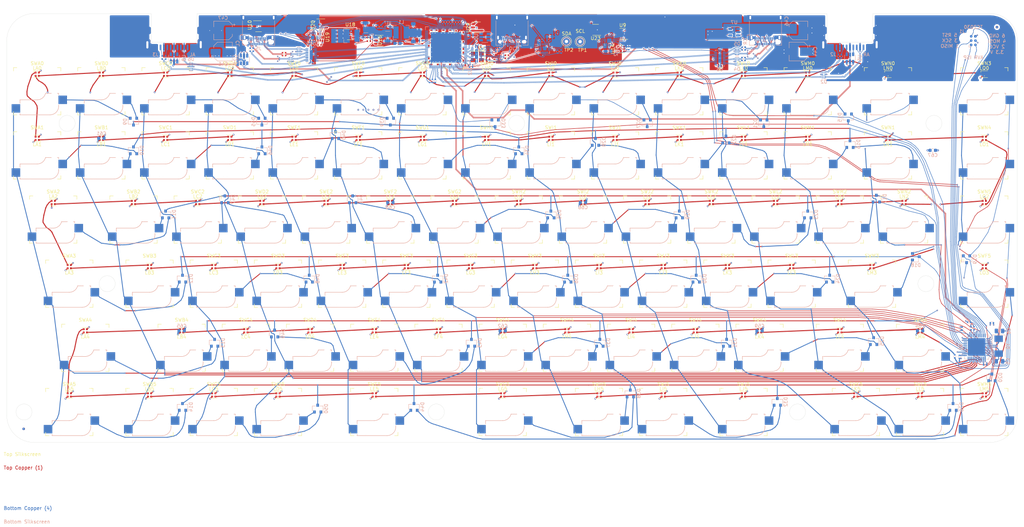
<source format=kicad_pcb>
(kicad_pcb (version 20171130) (host pcbnew 5.1.6+dfsg1-1)
  (layers (0 F.Cu signal) (1 In1.Cu power) (2 In2.Cu power) (31 B.Cu signal) (34 B.Paste user) (35 F.Paste user) (36 B.SilkS user) (37 F.SilkS user) (38 B.Mask user) (39 F.Mask user) (44 Edge.Cuts user))
  (net 0 "")
  (net 1 "Net-(U1-Pad42)")
  (net 2 VCC)
  (net 3 GND)
  (net 4 "Net-(C5-Pad1)")
  (net 5 "Net-(C6-Pad1)")
  (net 6 ROW0)
  (net 7 ROW1)
  (net 8 ROW2)
  (net 9 ROW3)
  (net 10 ROW4)
  (net 11 ROW5)
  (net 12 "Net-(J0-PadB8)")
  (net 13 "Net-(J0-PadA8)")
  (net 14 "Net-(R2-Pad1)")
  (net 15 "Net-(R3-Pad2)")
  (net 16 COLA)
  (net 17 COLB)
  (net 18 COLC)
  (net 19 COLD)
  (net 20 COLE)
  (net 21 COLF)
  (net 22 COLG)
  (net 23 COLH)
  (net 24 COLI)
  (net 25 COLJ)
  (net 26 COLK)
  (net 27 COLL)
  (net 28 COLM)
  (net 29 COLN)
  (net 30 RST)
  (net 31 LED)
  (net 32 MISO)
  (net 33 MOSI)
  (net 34 SCLK)
  (net 35 /USB/AVR_USB_D+)
  (net 36 /USB/AVR_USB_D-)
  (net 37 +3V3)
  (net 38 "Net-(U2-Pad96)")
  (net 39 "Net-(U2-Pad87)")
  (net 40 "Net-(U2-Pad86)")
  (net 41 "Net-(U2-Pad84)")
  (net 42 "Net-(U2-Pad83)")
  (net 43 "Net-(U2-Pad72)")
  (net 44 "Net-(U2-Pad66)")
  (net 45 "Net-(U2-Pad54)")
  (net 46 "Net-(U2-Pad52)")
  (net 47 "Net-(U2-Pad50)")
  (net 48 "Net-(U2-Pad49)")
  (net 49 "Net-(U2-Pad48)")
  (net 50 "Net-(U2-Pad47)")
  (net 51 "Net-(U2-Pad46)")
  (net 52 "Net-(U2-Pad45)")
  (net 53 "Net-(U2-Pad44)")
  (net 54 /USB/RBIAS)
  (net 55 /USB/TEST1)
  (net 56 /USB/TEST2)
  (net 57 /USB/TEST3)
  (net 58 /USB/USB_UP_RX-)
  (net 59 /USB/USB_UP_RX+)
  (net 60 /USB/USB_UP_TX-)
  (net 61 /USB/USB_UP_TX+)
  (net 62 +1V1)
  (net 63 /USB/UP_RX1+)
  (net 64 /USB/UP_RX1-)
  (net 65 /USB/UP_TX2-)
  (net 66 /USB/UP_TX2+)
  (net 67 /USB/UP_RX2+)
  (net 68 /USB/UP_RX2-)
  (net 69 /USB/UP_TX1-)
  (net 70 /USB/UP_TX1+)
  (net 71 /USB/UP_SEL)
  (net 72 /USB/UP_TX2D+)
  (net 73 /USB/UP_TX2D-)
  (net 74 /USB/UP_TX1D+)
  (net 75 /USB/UP_TX1D-)
  (net 76 /USB/HUB_SDA)
  (net 77 /USB/AR_VBUS)
  (net 78 /USB/AR_ESD_D-)
  (net 79 /USB/AR_ESD_D+)
  (net 80 /USB/AR_D+)
  (net 81 /USB/AR_D-)
  (net 82 /USB/CR_TX1D-)
  (net 83 /USB/CR_TX1-)
  (net 84 /USB/CR_TX2D-)
  (net 85 /USB/CR_TX2-)
  (net 86 /USB/CR_TX1D+)
  (net 87 /USB/CR_TX1+)
  (net 88 /USB/CR_TX2D+)
  (net 89 /USB/CR_TX2+)
  (net 90 /USB/CR_RX1-)
  (net 91 /USB/CR_RX1+)
  (net 92 /USB/CR_RX2+)
  (net 93 /USB/CR_RX2-)
  (net 94 /USB/CR_VBUS)
  (net 95 /USB/CR_CC1)
  (net 96 /USB/CR_D0+)
  (net 97 /USB/CR_D0-)
  (net 98 "Net-(J4-PadA8)")
  (net 99 /USB/CR_CC2)
  (net 100 "Net-(J4-PadB8)")
  (net 101 /USB/CR_TX+)
  (net 102 /USB/CR_SEL)
  (net 103 /USB/CR_RX-)
  (net 104 /USB/CR_RX+)
  (net 105 /USB/CR_TX-)
  (net 106 /USB/CR_D-)
  (net 107 /USB/CR_D+)
  (net 108 /USB/CL_RX-)
  (net 109 /USB/CL_RX+)
  (net 110 /USB/CL_TX-)
  (net 111 /USB/CL_TX+)
  (net 112 /USB/CL_D-)
  (net 113 /USB/CL_D+)
  (net 114 /USB/XTALI)
  (net 115 /USB/XTALO)
  (net 116 /USB/AL_VBUS)
  (net 117 /USB/AL_D-)
  (net 118 /USB/AL_D+)
  (net 119 "Net-(J5-PadA8)")
  (net 120 "Net-(J5-PadB8)")
  (net 121 /USB/AR_RX-)
  (net 122 /USB/AR_RX+)
  (net 123 /USB/AR_TX-)
  (net 124 /USB/AR_TX+)
  (net 125 /USB/AL_RX+)
  (net 126 /USB/AL_TX-)
  (net 127 /USB/AL_TX+)
  (net 128 /USB/AL_RX-)
  (net 129 /USB/AL_ESD_D-)
  (net 130 /USB/AL_ESD_D+)
  (net 131 /USB/PRT_CTL1)
  (net 132 /USB/PRT_CTL2)
  (net 133 /USB/PRT_CTL3)
  (net 134 /USB/PRT_CTL4)
  (net 135 /USB/PRT_CTL5)
  (net 136 VBUS)
  (net 137 /USB/UP_CC1)
  (net 138 /USB/UP_D0+)
  (net 139 /USB/UP_D0-)
  (net 140 /USB/UP_CC2)
  (net 141 /USB/UP_D1+)
  (net 142 /USB/UP_D1-)
  (net 143 "Net-(U11-Pad16)")
  (net 144 "Net-(U11-Pad10)")
  (net 145 "Net-(U11-Pad9)")
  (net 146 "Net-(U11-Pad6)")
  (net 147 "Net-(U11-Pad2)")
  (net 148 /USB/UP_BYP)
  (net 149 /USB/UP_ADDR)
  (net 150 /USB/CR_BYP)
  (net 151 "Net-(U12-Pad10)")
  (net 152 "Net-(U12-Pad9)")
  (net 153 "Net-(U12-Pad6)")
  (net 154 "Net-(U12-Pad2)")
  (net 155 /USB/CL_BYP)
  (net 156 /USB/CL_VBUS)
  (net 157 /USB/CL_CC2)
  (net 158 /USB/CL_CC1)
  (net 159 "Net-(U13-Pad10)")
  (net 160 "Net-(U13-Pad9)")
  (net 161 "Net-(U13-Pad6)")
  (net 162 "Net-(U13-Pad5)")
  (net 163 "Net-(U13-Pad2)")
  (net 164 /USB/CL_SEL)
  (net 165 /USB/CL_D0+)
  (net 166 /USB/CL_D0-)
  (net 167 /AVR_SCL)
  (net 168 /AVR_SDA)
  (net 169 /USB/CS1)
  (net 170 /USB/CS2)
  (net 171 /USB/CS3)
  (net 172 /USB/CR_EN)
  (net 173 /USB/CR_SRC)
  (net 174 /USB/CL_SRC)
  (net 175 /USB/CL_TX1D-)
  (net 176 /USB/CL_TX1-)
  (net 177 /USB/CL_TX2D-)
  (net 178 /USB/CL_TX2-)
  (net 179 /USB/CL_TX1D+)
  (net 180 /USB/CL_TX1+)
  (net 181 /USB/CL_TX2D+)
  (net 182 /USB/CL_TX2+)
  (net 183 /USB/CL_RX2-)
  (net 184 /USB/CL_RX2+)
  (net 185 /USB/CL_RX1+)
  (net 186 /USB/CL_RX1-)
  (net 187 /power/SW1V1)
  (net 188 "Net-(U16-Pad3)")
  (net 189 "Net-(U18-Pad4)")
  (net 190 /power/FB1V1)
  (net 191 /USB/SPI_D0)
  (net 192 /USB/CL_EN)
  (net 193 /USB/VBUS_DET)
  (net 194 "Net-(U1-Pad2)")
  (net 195 /USB/~RESET)
  (net 196 /USB/PRT_CTL6)
  (net 197 /USB/AVR_VBUS)
  (net 198 +3V6)
  (net 199 /power/SW3V6)
  (net 200 /power/FB3V6)
  (net 201 /USB/HUB_SCL)
  (net 202 "Net-(D9-Pad2)")
  (net 203 "Net-(D9-Pad1)")
  (net 204 "Net-(D10-Pad2)")
  (net 205 "Net-(D10-Pad1)")
  (net 206 "Net-(D11-Pad2)")
  (net 207 "Net-(D11-Pad1)")
  (net 208 "Net-(D12-Pad2)")
  (net 209 "Net-(D12-Pad1)")
  (net 210 "Net-(D13-Pad2)")
  (net 211 "Net-(D13-Pad1)")
  (net 212 "Net-(D14-Pad2)")
  (net 213 "Net-(D14-Pad1)")
  (net 214 "Net-(D15-Pad2)")
  (net 215 "Net-(D15-Pad1)")
  (net 216 "Net-(D16-Pad2)")
  (net 217 "Net-(D16-Pad1)")
  (net 218 "Net-(D17-Pad2)")
  (net 219 "Net-(D17-Pad1)")
  (net 220 "Net-(D18-Pad2)")
  (net 221 "Net-(D18-Pad1)")
  (net 222 "Net-(D19-Pad2)")
  (net 223 "Net-(D19-Pad1)")
  (net 224 "Net-(D20-Pad2)")
  (net 225 "Net-(D20-Pad1)")
  (net 226 "Net-(D21-Pad2)")
  (net 227 "Net-(D21-Pad1)")
  (net 228 "Net-(D22-Pad2)")
  (net 229 "Net-(D22-Pad1)")
  (net 230 "Net-(D23-Pad2)")
  (net 231 "Net-(D23-Pad1)")
  (net 232 "Net-(D24-Pad2)")
  (net 233 "Net-(D24-Pad1)")
  (net 234 "Net-(D25-Pad2)")
  (net 235 "Net-(D25-Pad1)")
  (net 236 "Net-(D26-Pad2)")
  (net 237 "Net-(D26-Pad1)")
  (net 238 "Net-(D27-Pad2)")
  (net 239 "Net-(D27-Pad1)")
  (net 240 "Net-(D28-Pad2)")
  (net 241 "Net-(D28-Pad1)")
  (net 242 "Net-(D29-Pad2)")
  (net 243 "Net-(D29-Pad1)")
  (net 244 "Net-(D30-Pad2)")
  (net 245 "Net-(D30-Pad1)")
  (net 246 "Net-(D31-Pad2)")
  (net 247 "Net-(D31-Pad1)")
  (net 248 "Net-(D32-Pad2)")
  (net 249 "Net-(D32-Pad1)")
  (net 250 "Net-(D33-Pad2)")
  (net 251 "Net-(D33-Pad1)")
  (net 252 "Net-(D34-Pad2)")
  (net 253 "Net-(D34-Pad1)")
  (net 254 "Net-(D35-Pad2)")
  (net 255 "Net-(D35-Pad1)")
  (net 256 "Net-(D36-Pad2)")
  (net 257 "Net-(D36-Pad1)")
  (net 258 "Net-(D37-Pad2)")
  (net 259 "Net-(D37-Pad1)")
  (net 260 "Net-(D38-Pad2)")
  (net 261 "Net-(D38-Pad1)")
  (net 262 "Net-(D39-Pad2)")
  (net 263 "Net-(D39-Pad1)")
  (net 264 "Net-(D40-Pad2)")
  (net 265 "Net-(D40-Pad1)")
  (net 266 "Net-(D41-Pad2)")
  (net 267 "Net-(D41-Pad1)")
  (net 268 "Net-(D42-Pad2)")
  (net 269 "Net-(D42-Pad1)")
  (net 270 "Net-(D43-Pad2)")
  (net 271 "Net-(D43-Pad1)")
  (net 272 "Net-(D44-Pad2)")
  (net 273 "Net-(D44-Pad1)")
  (net 274 "Net-(D45-Pad2)")
  (net 275 "Net-(D45-Pad1)")
  (net 276 "Net-(D46-Pad2)")
  (net 277 "Net-(D46-Pad1)")
  (net 278 "Net-(D47-Pad2)")
  (net 279 "Net-(D47-Pad1)")
  (net 280 "Net-(D48-Pad2)")
  (net 281 "Net-(D48-Pad1)")
  (net 282 "Net-(D49-Pad2)")
  (net 283 "Net-(D49-Pad1)")
  (net 284 "Net-(D50-Pad2)")
  (net 285 "Net-(D50-Pad1)")
  (net 286 "Net-(C51-Pad2)")
  (net 287 "Net-(C52-Pad2)")
  (net 288 "Net-(C53-Pad2)")
  (net 289 "Net-(C54-Pad2)")
  (net 290 "Net-(LA0-Pad1)")
  (net 291 "Net-(LA0-Pad3)")
  (net 292 "Net-(LA1-Pad1)")
  (net 293 "Net-(LA2-Pad1)")
  (net 294 "Net-(LA2-Pad3)")
  (net 295 "Net-(LA3-Pad1)")
  (net 296 "Net-(LA4-Pad1)")
  (net 297 "Net-(LA4-Pad3)")
  (net 298 "Net-(LA5-Pad3)")
  (net 299 "Net-(LB0-Pad3)")
  (net 300 "Net-(LB1-Pad1)")
  (net 301 "Net-(LB2-Pad3)")
  (net 302 "Net-(LB3-Pad1)")
  (net 303 "Net-(LB4-Pad1)")
  (net 304 "Net-(LB5-Pad3)")
  (net 305 "Net-(LC0-Pad3)")
  (net 306 "Net-(LC1-Pad1)")
  (net 307 "Net-(LC2-Pad3)")
  (net 308 "Net-(LC3-Pad1)")
  (net 309 "Net-(LC4-Pad1)")
  (net 310 "Net-(LC5-Pad3)")
  (net 311 "Net-(LD0-Pad3)")
  (net 312 "Net-(LD1-Pad1)")
  (net 313 "Net-(LD2-Pad3)")
  (net 314 "Net-(LD3-Pad1)")
  (net 315 "Net-(LD4-Pad1)")
  (net 316 "Net-(LD5-Pad3)")
  (net 317 "Net-(LE0-Pad3)")
  (net 318 "Net-(LE1-Pad1)")
  (net 319 "Net-(LE2-Pad3)")
  (net 320 "Net-(LE3-Pad1)")
  (net 321 "Net-(LE4-Pad1)")
  (net 322 "Net-(LE5-Pad3)")
  (net 323 "Net-(LF0-Pad3)")
  (net 324 "Net-(LF1-Pad1)")
  (net 325 "Net-(LF2-Pad3)")
  (net 326 "Net-(LF3-Pad1)")
  (net 327 "Net-(LF4-Pad1)")
  (net 328 "Net-(LG0-Pad3)")
  (net 329 "Net-(LG1-Pad1)")
  (net 330 "Net-(LG2-Pad3)")
  (net 331 "Net-(LG3-Pad1)")
  (net 332 "Net-(LG4-Pad1)")
  (net 333 "Net-(LG5-Pad3)")
  (net 334 "Net-(LH0-Pad3)")
  (net 335 "Net-(LH1-Pad1)")
  (net 336 "Net-(LH2-Pad3)")
  (net 337 "Net-(LH3-Pad1)")
  (net 338 "Net-(LH4-Pad1)")
  (net 339 "Net-(LH5-Pad3)")
  (net 340 "Net-(LI0-Pad3)")
  (net 341 "Net-(LI1-Pad1)")
  (net 342 "Net-(LI2-Pad3)")
  (net 343 "Net-(LI3-Pad1)")
  (net 344 "Net-(LI4-Pad1)")
  (net 345 "Net-(LI5-Pad3)")
  (net 346 "Net-(LJ0-Pad3)")
  (net 347 "Net-(LJ1-Pad1)")
  (net 348 "Net-(LJ2-Pad3)")
  (net 349 "Net-(LJ3-Pad1)")
  (net 350 "Net-(LJ4-Pad1)")
  (net 351 "Net-(LJ5-Pad3)")
  (net 352 "Net-(LK0-Pad3)")
  (net 353 "Net-(LK1-Pad1)")
  (net 354 "Net-(LK2-Pad3)")
  (net 355 "Net-(LK3-Pad1)")
  (net 356 "Net-(LK4-Pad1)")
  (net 357 "Net-(LK5-Pad3)")
  (net 358 "Net-(LL0-Pad3)")
  (net 359 "Net-(LL1-Pad1)")
  (net 360 "Net-(LL2-Pad3)")
  (net 361 "Net-(LL3-Pad1)")
  (net 362 "Net-(LL4-Pad1)")
  (net 363 "Net-(LL5-Pad3)")
  (net 364 "Net-(LM0-Pad3)")
  (net 365 "Net-(LM1-Pad1)")
  (net 366 "Net-(LM2-Pad3)")
  (net 367 "Net-(LM3-Pad1)")
  (net 368 "Net-(LM5-Pad3)")
  (net 369 "Net-(LN0-Pad3)")
  (net 370 "Net-(LN1-Pad1)")
  (net 371 "Net-(LN2-Pad3)")
  (net 372 "Net-(LO0-Pad3)")
  (net 373 "Net-(LO1-Pad1)")
  (net 374 "Net-(LM4-Pad1)")
  (net 375 "Net-(U11-Pad1)")
  (net 376 "Net-(U13-Pad1)")
  (net 377 "Net-(U12-Pad1)")
  (net 378 /USB/SPI_~CE)
  (net 379 /USB/SPI_CLK)
  (net 380 /USB/SPI_D1)
  (module Capacitor_SMD:C_0603_1608Metric (layer B.Cu) (at 275 27.5)
    (fp_text reference C67 (at 0 1.43) (layer B.SilkS) (effects (justify mirror)))
    (fp_text value "2.2 uF")
    (pad 2 smd roundrect (at 0.7875 0) (size 0.875 0.95) (layers B.Cu B.Paste B.Mask) (net 3 GND))
    (pad 1 smd roundrect (at -0.7875 0) (size 0.875 0.95) (layers B.Cu B.Paste B.Mask) (net 198 +3V6))
  )
  (module Capacitor_SMD:C_0603_1608Metric (layer B.Cu) (at 171.5 42.95)
    (fp_text reference C66 (at 0 1.43) (layer B.SilkS) (effects (justify mirror)))
    (fp_text value "2.2 uF")
    (pad 2 smd roundrect (at 0.7875 0) (size 0.875 0.95) (layers B.Cu B.Paste B.Mask) (net 3 GND))
    (pad 1 smd roundrect (at -0.7875 0) (size 0.875 0.95) (layers B.Cu B.Paste B.Mask) (net 198 +3V6))
  )
  (module Capacitor_SMD:C_0603_1608Metric (layer B.Cu) (at 52.75 80.95 180)
    (fp_text reference C65 (at 0 1.43) (layer B.SilkS) (effects (justify mirror)))
    (fp_text value "2.2 uF")
    (pad 2 smd roundrect (at 0.7875 0 180) (size 0.875 0.95) (layers B.Cu B.Paste B.Mask) (net 3 GND))
    (pad 1 smd roundrect (at -0.7875 0 180) (size 0.875 0.95) (layers B.Cu B.Paste B.Mask) (net 198 +3V6))
  )
  (module Capacitor_SMD:C_0603_1608Metric (layer B.Cu) (at 271.25 80.95 180)
    (fp_text reference C64 (at 0 1.43) (layer B.SilkS) (effects (justify mirror)))
    (fp_text value "2.2 uF")
    (pad 2 smd roundrect (at 0.7875 0 180) (size 0.875 0.95) (layers B.Cu B.Paste B.Mask) (net 3 GND))
    (pad 1 smd roundrect (at -0.7875 0 180) (size 0.875 0.95) (layers B.Cu B.Paste B.Mask) (net 198 +3V6))
  )
  (module Capacitor_SMD:C_0603_1608Metric (layer B.Cu) (at 147.75 80.95 180)
    (fp_text reference C62 (at 0 1.43) (layer B.SilkS) (effects (justify mirror)))
    (fp_text value "2.2 uF")
    (pad 2 smd roundrect (at 0.7875 0 180) (size 0.875 0.95) (layers B.Cu B.Paste B.Mask) (net 3 GND))
    (pad 1 smd roundrect (at -0.7875 0 180) (size 0.875 0.95) (layers B.Cu B.Paste B.Mask) (net 198 +3V6))
  )
  (module Capacitor_SMD:C_0603_1608Metric (layer B.Cu) (at 29 23.95 180)
    (fp_text reference C61 (at 0 1.43) (layer B.SilkS) (effects (justify mirror)))
    (fp_text value "2.2 uF")
    (pad 2 smd roundrect (at 0.7875 0 180) (size 0.875 0.95) (layers B.Cu B.Paste B.Mask) (net 3 GND))
    (pad 1 smd roundrect (at -0.7875 0 180) (size 0.875 0.95) (layers B.Cu B.Paste B.Mask) (net 198 +3V6))
  )
  (module Capacitor_SMD:C_0603_1608Metric (layer B.Cu) (at 114.5 42.95)
    (fp_text reference C60 (at 0 1.43) (layer B.SilkS) (effects (justify mirror)))
    (fp_text value "2.2 uF")
    (pad 2 smd roundrect (at 0.7875 0) (size 0.875 0.95) (layers B.Cu B.Paste B.Mask) (net 3 GND))
    (pad 1 smd roundrect (at -0.7875 0) (size 0.875 0.95) (layers B.Cu B.Paste B.Mask) (net 198 +3V6))
  )
  (module Capacitor_SMD:C_0603_1608Metric (layer B.Cu) (at 223.75 80.95 180)
    (fp_text reference C59 (at 0 1.43) (layer B.SilkS) (effects (justify mirror)))
    (fp_text value "2.2 uF")
    (pad 2 smd roundrect (at 0.7875 0 180) (size 0.875 0.95) (layers B.Cu B.Paste B.Mask) (net 3 GND))
    (pad 1 smd roundrect (at -0.7875 0 180) (size 0.875 0.95) (layers B.Cu B.Paste B.Mask) (net 198 +3V6))
  )
  (module launch:DFN-10_1x2.5mm_P0.5mm (layer B.Cu) (at 87.4 -1.75)
    (fp_text reference D8 hide)
    (fp_text value PUSB3FR4Z)
    (pad 10 smd roundrect (at 0.3875 1) (size 0.475 0.2) (layers B.Cu B.Paste B.Mask) (net 182 /USB/CL_TX2+))
    (pad 9 smd roundrect (at 0.3875 0.5) (size 0.475 0.2) (layers B.Cu B.Paste B.Mask) (net 178 /USB/CL_TX2-))
    (pad 8 smd roundrect (at 0.3875 0) (size 0.475 0.2) (layers B.Cu B.Paste B.Mask) (net 3 GND))
    (pad 7 smd roundrect (at 0.3875 -0.5) (size 0.475 0.2) (layers B.Cu B.Paste B.Mask) (net 183 /USB/CL_RX2-))
    (pad 6 smd roundrect (at 0.3875 -1) (size 0.475 0.2) (layers B.Cu B.Paste B.Mask) (net 184 /USB/CL_RX2+))
    (pad 5 smd roundrect (at -0.3875 -1) (size 0.475 0.2) (layers B.Cu B.Paste B.Mask) (net 184 /USB/CL_RX2+))
    (pad 4 smd roundrect (at -0.3875 -0.5) (size 0.475 0.2) (layers B.Cu B.Paste B.Mask) (net 183 /USB/CL_RX2-))
    (pad 3 smd roundrect (at -0.3875 0) (size 0.475 0.2) (layers B.Cu B.Paste B.Mask) (net 3 GND))
    (pad 2 smd roundrect (at -0.3875 0.5) (size 0.475 0.2) (layers B.Cu B.Paste B.Mask) (net 178 /USB/CL_TX2-))
    (pad 1 smd roundrect (at -0.3875 1) (size 0.475 0.2) (layers B.Cu B.Paste B.Mask) (net 182 /USB/CL_TX2+))
  )
  (module launch:DFN-10_1x2.5mm_P0.5mm (layer B.Cu) (at 85 1.15 180)
    (fp_text reference D7 hide)
    (fp_text value PUSB3FR4Z)
    (pad 10 smd roundrect (at 0.3875 1 180) (size 0.475 0.2) (layers B.Cu B.Paste B.Mask) (net 186 /USB/CL_RX1-))
    (pad 9 smd roundrect (at 0.3875 0.5 180) (size 0.475 0.2) (layers B.Cu B.Paste B.Mask) (net 185 /USB/CL_RX1+))
    (pad 8 smd roundrect (at 0.3875 0 180) (size 0.475 0.2) (layers B.Cu B.Paste B.Mask) (net 3 GND))
    (pad 7 smd roundrect (at 0.3875 -0.5 180) (size 0.475 0.2) (layers B.Cu B.Paste B.Mask) (net 176 /USB/CL_TX1-))
    (pad 6 smd roundrect (at 0.3875 -1 180) (size 0.475 0.2) (layers B.Cu B.Paste B.Mask) (net 180 /USB/CL_TX1+))
    (pad 5 smd roundrect (at -0.3875 -1 180) (size 0.475 0.2) (layers B.Cu B.Paste B.Mask) (net 180 /USB/CL_TX1+))
    (pad 4 smd roundrect (at -0.3875 -0.5 180) (size 0.475 0.2) (layers B.Cu B.Paste B.Mask) (net 176 /USB/CL_TX1-))
    (pad 3 smd roundrect (at -0.3875 0 180) (size 0.475 0.2) (layers B.Cu B.Paste B.Mask) (net 3 GND))
    (pad 2 smd roundrect (at -0.3875 0.5 180) (size 0.475 0.2) (layers B.Cu B.Paste B.Mask) (net 185 /USB/CL_RX1+))
    (pad 1 smd roundrect (at -0.3875 1 180) (size 0.475 0.2) (layers B.Cu B.Paste B.Mask) (net 186 /USB/CL_RX1-))
  )
  (module launch:DFN-10_1x2.5mm_P0.5mm (layer B.Cu) (at 55.5 2.7 180)
    (fp_text reference D6 (at 0 2.2) (layer B.SilkS) (effects (justify mirror)))
    (fp_text value PUSB3FR4Z)
    (pad 10 smd roundrect (at 0.3875 1 180) (size 0.475 0.2) (layers B.Cu B.Paste B.Mask) (net 128 /USB/AL_RX-))
    (pad 9 smd roundrect (at 0.3875 0.5 180) (size 0.475 0.2) (layers B.Cu B.Paste B.Mask) (net 125 /USB/AL_RX+))
    (pad 8 smd roundrect (at 0.3875 0 180) (size 0.475 0.2) (layers B.Cu B.Paste B.Mask) (net 3 GND))
    (pad 7 smd roundrect (at 0.3875 -0.5 180) (size 0.475 0.2) (layers B.Cu B.Paste B.Mask) (net 126 /USB/AL_TX-))
    (pad 6 smd roundrect (at 0.3875 -1 180) (size 0.475 0.2) (layers B.Cu B.Paste B.Mask) (net 127 /USB/AL_TX+))
    (pad 5 smd roundrect (at -0.3875 -1 180) (size 0.475 0.2) (layers B.Cu B.Paste B.Mask) (net 127 /USB/AL_TX+))
    (pad 4 smd roundrect (at -0.3875 -0.5 180) (size 0.475 0.2) (layers B.Cu B.Paste B.Mask) (net 126 /USB/AL_TX-))
    (pad 3 smd roundrect (at -0.3875 0 180) (size 0.475 0.2) (layers B.Cu B.Paste B.Mask) (net 3 GND))
    (pad 2 smd roundrect (at -0.3875 0.5 180) (size 0.475 0.2) (layers B.Cu B.Paste B.Mask) (net 125 /USB/AL_RX+))
    (pad 1 smd roundrect (at -0.3875 1 180) (size 0.475 0.2) (layers B.Cu B.Paste B.Mask) (net 128 /USB/AL_RX-))
  )
  (module launch:DFN-10_1x2.5mm_P0.5mm (layer B.Cu) (at 217.1 -1.9 180)
    (fp_text reference D5 (at 0 2.2) (layer B.SilkS) (effects (justify mirror)))
    (fp_text value PUSB3FR4Z)
    (pad 10 smd roundrect (at 0.3875 1 180) (size 0.475 0.2) (layers B.Cu B.Paste B.Mask) (net 85 /USB/CR_TX2-))
    (pad 9 smd roundrect (at 0.3875 0.5 180) (size 0.475 0.2) (layers B.Cu B.Paste B.Mask) (net 89 /USB/CR_TX2+))
    (pad 8 smd roundrect (at 0.3875 0 180) (size 0.475 0.2) (layers B.Cu B.Paste B.Mask) (net 3 GND))
    (pad 7 smd roundrect (at 0.3875 -0.5 180) (size 0.475 0.2) (layers B.Cu B.Paste B.Mask) (net 93 /USB/CR_RX2-))
    (pad 6 smd roundrect (at 0.3875 -1 180) (size 0.475 0.2) (layers B.Cu B.Paste B.Mask) (net 92 /USB/CR_RX2+))
    (pad 5 smd roundrect (at -0.3875 -1 180) (size 0.475 0.2) (layers B.Cu B.Paste B.Mask) (net 92 /USB/CR_RX2+))
    (pad 4 smd roundrect (at -0.3875 -0.5 180) (size 0.475 0.2) (layers B.Cu B.Paste B.Mask) (net 93 /USB/CR_RX2-))
    (pad 3 smd roundrect (at -0.3875 0 180) (size 0.475 0.2) (layers B.Cu B.Paste B.Mask) (net 3 GND))
    (pad 2 smd roundrect (at -0.3875 0.5 180) (size 0.475 0.2) (layers B.Cu B.Paste B.Mask) (net 89 /USB/CR_TX2+))
    (pad 1 smd roundrect (at -0.3875 1 180) (size 0.475 0.2) (layers B.Cu B.Paste B.Mask) (net 85 /USB/CR_TX2-))
  )
  (module launch:DFN-10_1x2.5mm_P0.5mm (layer B.Cu) (at 217.1 1.2)
    (fp_text reference D4 (at -0.05 2.25) (layer B.SilkS) (effects (justify mirror)))
    (fp_text value PUSB3FR4Z)
    (pad 10 smd roundrect (at 0.3875 1) (size 0.475 0.2) (layers B.Cu B.Paste B.Mask) (net 91 /USB/CR_RX1+))
    (pad 9 smd roundrect (at 0.3875 0.5) (size 0.475 0.2) (layers B.Cu B.Paste B.Mask) (net 90 /USB/CR_RX1-))
    (pad 8 smd roundrect (at 0.3875 0) (size 0.475 0.2) (layers B.Cu B.Paste B.Mask) (net 3 GND))
    (pad 7 smd roundrect (at 0.3875 -0.5) (size 0.475 0.2) (layers B.Cu B.Paste B.Mask) (net 87 /USB/CR_TX1+))
    (pad 6 smd roundrect (at 0.3875 -1) (size 0.475 0.2) (layers B.Cu B.Paste B.Mask) (net 83 /USB/CR_TX1-))
    (pad 5 smd roundrect (at -0.3875 -1) (size 0.475 0.2) (layers B.Cu B.Paste B.Mask) (net 83 /USB/CR_TX1-))
    (pad 4 smd roundrect (at -0.3875 -0.5) (size 0.475 0.2) (layers B.Cu B.Paste B.Mask) (net 87 /USB/CR_TX1+))
    (pad 3 smd roundrect (at -0.3875 0) (size 0.475 0.2) (layers B.Cu B.Paste B.Mask) (net 3 GND))
    (pad 2 smd roundrect (at -0.3875 0.5) (size 0.475 0.2) (layers B.Cu B.Paste B.Mask) (net 90 /USB/CR_RX1-))
    (pad 1 smd roundrect (at -0.3875 1) (size 0.475 0.2) (layers B.Cu B.Paste B.Mask) (net 91 /USB/CR_RX1+))
  )
  (module launch:DFN-10_1x2.5mm_P0.5mm (layer B.Cu) (at 143.45 -2.25)
    (fp_text reference D3 hide)
    (fp_text value PUSB3FR4Z)
    (pad 10 smd roundrect (at 0.3875 1) (size 0.475 0.2) (layers B.Cu B.Paste B.Mask) (net 64 /USB/UP_RX1-))
    (pad 9 smd roundrect (at 0.3875 0.5) (size 0.475 0.2) (layers B.Cu B.Paste B.Mask) (net 63 /USB/UP_RX1+))
    (pad 8 smd roundrect (at 0.3875 0) (size 0.475 0.2) (layers B.Cu B.Paste B.Mask) (net 3 GND))
    (pad 7 smd roundrect (at 0.3875 -0.5) (size 0.475 0.2) (layers B.Cu B.Paste B.Mask) (net 70 /USB/UP_TX1+))
    (pad 6 smd roundrect (at 0.3875 -1) (size 0.475 0.2) (layers B.Cu B.Paste B.Mask) (net 69 /USB/UP_TX1-))
    (pad 5 smd roundrect (at -0.3875 -1) (size 0.475 0.2) (layers B.Cu B.Paste B.Mask) (net 69 /USB/UP_TX1-))
    (pad 4 smd roundrect (at -0.3875 -0.5) (size 0.475 0.2) (layers B.Cu B.Paste B.Mask) (net 70 /USB/UP_TX1+))
    (pad 3 smd roundrect (at -0.3875 0) (size 0.475 0.2) (layers B.Cu B.Paste B.Mask) (net 3 GND))
    (pad 2 smd roundrect (at -0.3875 0.5) (size 0.475 0.2) (layers B.Cu B.Paste B.Mask) (net 63 /USB/UP_RX1+))
    (pad 1 smd roundrect (at -0.3875 1) (size 0.475 0.2) (layers B.Cu B.Paste B.Mask) (net 64 /USB/UP_RX1-))
  )
  (module launch:DFN-10_1x2.5mm_P0.5mm (layer B.Cu) (at 242.75 5)
    (fp_text reference D2 (at 0 2.2) (layer B.SilkS) (effects (justify mirror)))
    (fp_text value PUSB3FR4Z)
    (pad 10 smd roundrect (at 0.3875 1) (size 0.475 0.2) (layers B.Cu B.Paste B.Mask) (net 121 /USB/AR_RX-))
    (pad 9 smd roundrect (at 0.3875 0.5) (size 0.475 0.2) (layers B.Cu B.Paste B.Mask) (net 122 /USB/AR_RX+))
    (pad 8 smd roundrect (at 0.3875 0) (size 0.475 0.2) (layers B.Cu B.Paste B.Mask) (net 3 GND))
    (pad 7 smd roundrect (at 0.3875 -0.5) (size 0.475 0.2) (layers B.Cu B.Paste B.Mask) (net 123 /USB/AR_TX-))
    (pad 6 smd roundrect (at 0.3875 -1) (size 0.475 0.2) (layers B.Cu B.Paste B.Mask) (net 124 /USB/AR_TX+))
    (pad 5 smd roundrect (at -0.3875 -1) (size 0.475 0.2) (layers B.Cu B.Paste B.Mask) (net 124 /USB/AR_TX+))
    (pad 4 smd roundrect (at -0.3875 -0.5) (size 0.475 0.2) (layers B.Cu B.Paste B.Mask) (net 123 /USB/AR_TX-))
    (pad 3 smd roundrect (at -0.3875 0) (size 0.475 0.2) (layers B.Cu B.Paste B.Mask) (net 3 GND))
    (pad 2 smd roundrect (at -0.3875 0.5) (size 0.475 0.2) (layers B.Cu B.Paste B.Mask) (net 122 /USB/AR_RX+))
    (pad 1 smd roundrect (at -0.3875 1) (size 0.475 0.2) (layers B.Cu B.Paste B.Mask) (net 121 /USB/AR_RX-))
  )
  (module launch:DFN-10_1x2.5mm_P0.5mm (layer B.Cu) (at 146.75 0.55 180)
    (fp_text reference D1 hide)
    (fp_text value PUSB3FR4Z)
    (pad 10 smd roundrect (at 0.3875 1 180) (size 0.475 0.2) (layers B.Cu B.Paste B.Mask) (net 65 /USB/UP_TX2-))
    (pad 9 smd roundrect (at 0.3875 0.5 180) (size 0.475 0.2) (layers B.Cu B.Paste B.Mask) (net 66 /USB/UP_TX2+))
    (pad 8 smd roundrect (at 0.3875 0 180) (size 0.475 0.2) (layers B.Cu B.Paste B.Mask) (net 3 GND))
    (pad 7 smd roundrect (at 0.3875 -0.5 180) (size 0.475 0.2) (layers B.Cu B.Paste B.Mask) (net 68 /USB/UP_RX2-))
    (pad 6 smd roundrect (at 0.3875 -1 180) (size 0.475 0.2) (layers B.Cu B.Paste B.Mask) (net 67 /USB/UP_RX2+))
    (pad 5 smd roundrect (at -0.3875 -1 180) (size 0.475 0.2) (layers B.Cu B.Paste B.Mask) (net 67 /USB/UP_RX2+))
    (pad 4 smd roundrect (at -0.3875 -0.5 180) (size 0.475 0.2) (layers B.Cu B.Paste B.Mask) (net 68 /USB/UP_RX2-))
    (pad 3 smd roundrect (at -0.3875 0 180) (size 0.475 0.2) (layers B.Cu B.Paste B.Mask) (net 3 GND))
    (pad 2 smd roundrect (at -0.3875 0.5 180) (size 0.475 0.2) (layers B.Cu B.Paste B.Mask) (net 66 /USB/UP_TX2+))
    (pad 1 smd roundrect (at -0.3875 1 180) (size 0.475 0.2) (layers B.Cu B.Paste B.Mask) (net 65 /USB/UP_TX2-))
  )
  (module launch:QFN-16-1EP_2.6x2.6mm_P0.4mm_EP1.1x1mm (layer B.Cu) (at 91.5 -5.9 270)
    (fp_text reference U13 (at -1.45 -2.45 90) (layer B.SilkS) (effects (justify mirror)))
    (fp_text value PTN5110THQ)
    (pad 16 smd roundrect (at -0.4 1.25 270) (size 0.23 0.7) (layers B.Cu B.Paste B.Mask) (net 174 /USB/CL_SRC))
    (pad 15 smd roundrect (at 0 1.25 270) (size 0.23 0.7) (layers B.Cu B.Paste B.Mask) (net 156 /USB/CL_VBUS))
    (pad 14 smd roundrect (at 0.4 1.25 270) (size 0.23 0.7) (layers B.Cu B.Paste B.Mask) (net 157 /USB/CL_CC2))
    (pad 13 smd roundrect (at 1.25 0.8 270) (size 0.7 0.23) (layers B.Cu B.Paste B.Mask) (net 158 /USB/CL_CC1))
    (pad 12 smd roundrect (at 1.25 0.4 270) (size 0.7 0.23) (layers B.Cu B.Paste B.Mask) (net 136 VBUS))
    (pad 11 smd roundrect (at 1.25 0 270) (size 0.7 0.23) (layers B.Cu B.Paste B.Mask) (net 37 +3V3))
    (pad 10 smd roundrect (at 1.25 -0.4 270) (size 0.7 0.23) (layers B.Cu B.Paste B.Mask) (net 159 "Net-(U13-Pad10)"))
    (pad 9 smd roundrect (at 1.25 -0.8 270) (size 0.7 0.23) (layers B.Cu B.Paste B.Mask) (net 160 "Net-(U13-Pad9)"))
    (pad 8 smd roundrect (at 0.4 -1.25 270) (size 0.23 0.7) (layers B.Cu B.Paste B.Mask) (net 167 /AVR_SCL))
    (pad 7 smd roundrect (at 0 -1.25 270) (size 0.23 0.7) (layers B.Cu B.Paste B.Mask) (net 168 /AVR_SDA))
    (pad 6 smd roundrect (at -0.4 -1.25 270) (size 0.23 0.7) (layers B.Cu B.Paste B.Mask) (net 161 "Net-(U13-Pad6)"))
    (pad 5 smd roundrect (at -1.25 -0.8 270) (size 0.7 0.23) (layers B.Cu B.Paste B.Mask) (net 162 "Net-(U13-Pad5)"))
    (pad 4 smd roundrect (at -1.25 -0.4 270) (size 0.7 0.23) (layers B.Cu B.Paste B.Mask) (net 155 /USB/CL_BYP))
    (pad 3 smd roundrect (at -1.25 0 270) (size 0.7 0.23) (layers B.Cu B.Paste B.Mask) (net 37 +3V3))
    (pad 2 smd roundrect (at -1.25 0.4 270) (size 0.7 0.23) (layers B.Cu B.Paste B.Mask) (net 163 "Net-(U13-Pad2)"))
    (pad 1 smd roundrect (at -1.25 0.8 270) (size 0.7 0.23) (layers B.Cu B.Paste B.Mask) (net 376 "Net-(U13-Pad1)"))
    (pad 17 smd roundrect (at 0 0 270) (size 1.1 1) (layers B.Cu B.Paste B.Mask) (roundrect_rratio 0.15) (net 3 GND))
  )
  (module launch:QFN-16-1EP_2.6x2.6mm_P0.4mm_EP1.1x1mm (layer B.Cu) (at 179.3 -5 90)
    (fp_text reference U12 (at -3.2 1.95 90) (layer B.SilkS) (effects (justify mirror)))
    (fp_text value PTN5110THQ)
    (pad 16 smd roundrect (at -0.4 1.25 90) (size 0.23 0.7) (layers B.Cu B.Paste B.Mask) (net 173 /USB/CR_SRC))
    (pad 15 smd roundrect (at 0 1.25 90) (size 0.23 0.7) (layers B.Cu B.Paste B.Mask) (net 94 /USB/CR_VBUS))
    (pad 14 smd roundrect (at 0.4 1.25 90) (size 0.23 0.7) (layers B.Cu B.Paste B.Mask) (net 99 /USB/CR_CC2))
    (pad 13 smd roundrect (at 1.25 0.8 90) (size 0.7 0.23) (layers B.Cu B.Paste B.Mask) (net 95 /USB/CR_CC1))
    (pad 12 smd roundrect (at 1.25 0.4 90) (size 0.7 0.23) (layers B.Cu B.Paste B.Mask) (net 136 VBUS))
    (pad 11 smd roundrect (at 1.25 0 90) (size 0.7 0.23) (layers B.Cu B.Paste B.Mask) (net 37 +3V3))
    (pad 10 smd roundrect (at 1.25 -0.4 90) (size 0.7 0.23) (layers B.Cu B.Paste B.Mask) (net 151 "Net-(U12-Pad10)"))
    (pad 9 smd roundrect (at 1.25 -0.8 90) (size 0.7 0.23) (layers B.Cu B.Paste B.Mask) (net 152 "Net-(U12-Pad9)"))
    (pad 8 smd roundrect (at 0.4 -1.25 90) (size 0.23 0.7) (layers B.Cu B.Paste B.Mask) (net 167 /AVR_SCL))
    (pad 7 smd roundrect (at 0 -1.25 90) (size 0.23 0.7) (layers B.Cu B.Paste B.Mask) (net 168 /AVR_SDA))
    (pad 6 smd roundrect (at -0.4 -1.25 90) (size 0.23 0.7) (layers B.Cu B.Paste B.Mask) (net 153 "Net-(U12-Pad6)"))
    (pad 5 smd roundrect (at -1.25 -0.8 90) (size 0.7 0.23) (layers B.Cu B.Paste B.Mask) (net 3 GND))
    (pad 4 smd roundrect (at -1.25 -0.4 90) (size 0.7 0.23) (layers B.Cu B.Paste B.Mask) (net 150 /USB/CR_BYP))
    (pad 3 smd roundrect (at -1.25 0 90) (size 0.7 0.23) (layers B.Cu B.Paste B.Mask) (net 37 +3V3))
    (pad 2 smd roundrect (at -1.25 0.4 90) (size 0.7 0.23) (layers B.Cu B.Paste B.Mask) (net 154 "Net-(U12-Pad2)"))
    (pad 1 smd roundrect (at -1.25 0.8 90) (size 0.7 0.23) (layers B.Cu B.Paste B.Mask) (net 377 "Net-(U12-Pad1)"))
    (pad 17 smd roundrect (at 0 0 90) (size 1.1 1) (layers B.Cu B.Paste B.Mask) (roundrect_rratio 0.15) (net 3 GND))
  )
  (module launch:QFN-16-1EP_2.6x2.6mm_P0.4mm_EP1.1x1mm (layer B.Cu) (at 160.2 -2.65 270)
    (fp_text reference U11 (at 0 2.38 90) (layer B.SilkS) (effects (justify mirror)))
    (fp_text value PTN5110DHQ)
    (pad 16 smd roundrect (at -0.4 1.25 270) (size 0.23 0.7) (layers B.Cu B.Paste B.Mask) (net 143 "Net-(U11-Pad16)"))
    (pad 15 smd roundrect (at 0 1.25 270) (size 0.23 0.7) (layers B.Cu B.Paste B.Mask) (net 136 VBUS))
    (pad 14 smd roundrect (at 0.4 1.25 270) (size 0.23 0.7) (layers B.Cu B.Paste B.Mask) (net 140 /USB/UP_CC2))
    (pad 13 smd roundrect (at 1.25 0.8 270) (size 0.7 0.23) (layers B.Cu B.Paste B.Mask) (net 137 /USB/UP_CC1))
    (pad 12 smd roundrect (at 1.25 0.4 270) (size 0.7 0.23) (layers B.Cu B.Paste B.Mask) (net 136 VBUS))
    (pad 11 smd roundrect (at 1.25 0 270) (size 0.7 0.23) (layers B.Cu B.Paste B.Mask) (net 37 +3V3))
    (pad 10 smd roundrect (at 1.25 -0.4 270) (size 0.7 0.23) (layers B.Cu B.Paste B.Mask) (net 144 "Net-(U11-Pad10)"))
    (pad 9 smd roundrect (at 1.25 -0.8 270) (size 0.7 0.23) (layers B.Cu B.Paste B.Mask) (net 145 "Net-(U11-Pad9)"))
    (pad 8 smd roundrect (at 0.4 -1.25 270) (size 0.23 0.7) (layers B.Cu B.Paste B.Mask) (net 167 /AVR_SCL))
    (pad 7 smd roundrect (at 0 -1.25 270) (size 0.23 0.7) (layers B.Cu B.Paste B.Mask) (net 168 /AVR_SDA))
    (pad 6 smd roundrect (at -0.4 -1.25 270) (size 0.23 0.7) (layers B.Cu B.Paste B.Mask) (net 146 "Net-(U11-Pad6)"))
    (pad 5 smd roundrect (at -1.25 -0.8 270) (size 0.7 0.23) (layers B.Cu B.Paste B.Mask) (net 149 /USB/UP_ADDR))
    (pad 4 smd roundrect (at -1.25 -0.4 270) (size 0.7 0.23) (layers B.Cu B.Paste B.Mask) (net 148 /USB/UP_BYP))
    (pad 3 smd roundrect (at -1.25 0 270) (size 0.7 0.23) (layers B.Cu B.Paste B.Mask) (net 37 +3V3))
    (pad 2 smd roundrect (at -1.25 0.4 270) (size 0.7 0.23) (layers B.Cu B.Paste B.Mask) (net 147 "Net-(U11-Pad2)"))
    (pad 1 smd roundrect (at -1.25 0.8 270) (size 0.7 0.23) (layers B.Cu B.Paste B.Mask) (net 375 "Net-(U11-Pad1)"))
    (pad 17 smd roundrect (at 0 0 270) (size 1.1 1) (layers B.Cu B.Paste B.Mask) (roundrect_rratio 0.15) (net 3 GND))
  )
  (module launch:USB3_A_CnC_Tech_1003-002-01100 (layer B.Cu) (at 50.5 -8)
    (fp_text reference J3 (at -5.5 7.15 -180) (layer B.SilkS) (effects (justify mirror)))
    (fp_text value 1003-002-01100)
    (fp_line (start -6.8 2.98) (end -6.8 -5) (layer Edge.Cuts) (width 0.05))
    (fp_line (start 6.3 3.48) (end -6.3 3.48) (layer Edge.Cuts) (width 0.05))
    (fp_line (start 6.8 -5) (end 6.8 2.98) (layer Edge.Cuts) (width 0.05))
    (fp_arc (start -6.3 2.98) (end -6.8 2.98) (angle -90) (layer Edge.Cuts) (width 0.05))
    (fp_arc (start 6.3 2.98) (end 6.3 3.48) (angle -90) (layer Edge.Cuts) (width 0.05))
    (pad 10 smd roundrect (at -9 4.25) (size 1.8 3.3) (layers B.Cu B.Paste B.Mask) (net 3 GND))
    (pad 10 smd roundrect (at 9 4.2) (size 1.8 3.3) (layers B.Cu B.Paste B.Mask) (net 3 GND))
    (pad 9 smd roundrect (at -4 5) (size 0.5 1.6) (layers B.Cu B.Paste B.Mask) (net 289 "Net-(C54-Pad2)"))
    (pad 1 smd roundrect (at -3 5) (size 0.5 1.6) (layers B.Cu B.Paste B.Mask) (net 116 /USB/AL_VBUS))
    (pad 8 smd roundrect (at -2 5) (size 0.5 1.6) (layers B.Cu B.Paste B.Mask) (net 288 "Net-(C53-Pad2)"))
    (pad 5 smd roundrect (at 4 5) (size 0.5 1.6) (layers B.Cu B.Paste B.Mask) (net 128 /USB/AL_RX-))
    (pad 4 smd roundrect (at 3 5) (size 0.5 1.6) (layers B.Cu B.Paste B.Mask) (net 3 GND))
    (pad 6 smd roundrect (at 2 5) (size 0.5 1.6) (layers B.Cu B.Paste B.Mask) (net 125 /USB/AL_RX+))
    (pad 3 smd roundrect (at 1 5) (size 0.5 1.6) (layers B.Cu B.Paste B.Mask) (net 130 /USB/AL_ESD_D+))
    (pad 2 smd roundrect (at -1 5) (size 0.5 1.6) (layers B.Cu B.Paste B.Mask) (net 129 /USB/AL_ESD_D-))
    (pad 10 thru_hole roundrect (at -7.9 4.25 180) (size 1.8 3.3) (drill oval 0.6 2.18) (layers *.Cu *.Mask B.Paste) (net 3 GND))
    (pad 10 smd roundrect (at -7.65 0) (size 1.6 2.2) (layers B.Cu B.Paste B.Mask) (net 3 GND))
    (pad 10 smd roundrect (at 7.65 0) (size 1.6 2.2) (layers B.Cu B.Paste B.Mask) (net 3 GND))
    (pad 10 thru_hole roundrect (at 7.9 4.2 180) (size 1.8 3.3) (drill oval 0.6 2.18) (layers *.Cu *.Mask B.Paste) (net 3 GND))
    (pad 7 smd roundrect (at 0 5) (size 0.5 1.6) (layers B.Cu B.Paste B.Mask) (net 3 GND))
  )
  (module launch:USB3_A_CnC_Tech_1003-002-01100 (layer B.Cu) (at 250.5 -8)
    (fp_text reference J2 (at -5 7.1 -180) (layer B.SilkS) (effects (justify mirror)))
    (fp_text value 1003-002-01100)
    (fp_line (start -6.8 2.98) (end -6.8 -5) (layer Edge.Cuts) (width 0.05))
    (fp_line (start 6.3 3.48) (end -6.3 3.48) (layer Edge.Cuts) (width 0.05))
    (fp_line (start 6.8 -5) (end 6.8 2.98) (layer Edge.Cuts) (width 0.05))
    (fp_arc (start -6.3 2.98) (end -6.8 2.98) (angle -90) (layer Edge.Cuts) (width 0.05))
    (fp_arc (start 6.3 2.98) (end 6.3 3.48) (angle -90) (layer Edge.Cuts) (width 0.05))
    (pad 10 smd roundrect (at -9 4.25) (size 1.8 3.3) (layers B.Cu B.Paste B.Mask) (net 3 GND))
    (pad 10 smd roundrect (at 9 4.2) (size 1.8 3.3) (layers B.Cu B.Paste B.Mask) (net 3 GND))
    (pad 9 smd roundrect (at -4 5) (size 0.5 1.6) (layers B.Cu B.Paste B.Mask) (net 287 "Net-(C52-Pad2)"))
    (pad 1 smd roundrect (at -3 5) (size 0.5 1.6) (layers B.Cu B.Paste B.Mask) (net 77 /USB/AR_VBUS))
    (pad 8 smd roundrect (at -2 5) (size 0.5 1.6) (layers B.Cu B.Paste B.Mask) (net 286 "Net-(C51-Pad2)"))
    (pad 5 smd roundrect (at 4 5) (size 0.5 1.6) (layers B.Cu B.Paste B.Mask) (net 121 /USB/AR_RX-))
    (pad 4 smd roundrect (at 3 5) (size 0.5 1.6) (layers B.Cu B.Paste B.Mask) (net 3 GND))
    (pad 6 smd roundrect (at 2 5) (size 0.5 1.6) (layers B.Cu B.Paste B.Mask) (net 122 /USB/AR_RX+))
    (pad 3 smd roundrect (at 1 5) (size 0.5 1.6) (layers B.Cu B.Paste B.Mask) (net 79 /USB/AR_ESD_D+))
    (pad 2 smd roundrect (at -1 5) (size 0.5 1.6) (layers B.Cu B.Paste B.Mask) (net 78 /USB/AR_ESD_D-))
    (pad 10 thru_hole roundrect (at -7.9 4.25 180) (size 1.8 3.3) (drill oval 0.6 2.18) (layers *.Cu *.Mask B.Paste) (net 3 GND))
    (pad 10 smd roundrect (at -7.65 0) (size 1.6 2.2) (layers B.Cu B.Paste B.Mask) (net 3 GND))
    (pad 10 smd roundrect (at 7.65 0) (size 1.6 2.2) (layers B.Cu B.Paste B.Mask) (net 3 GND))
    (pad 10 thru_hole roundrect (at 7.9 4.2 180) (size 1.8 3.3) (drill oval 0.6 2.18) (layers *.Cu *.Mask B.Paste) (net 3 GND))
    (pad 7 smd roundrect (at 0 5) (size 0.5 1.6) (layers B.Cu B.Paste B.Mask) (net 3 GND))
  )
  (module launch:USB_C_Receptacle_Amphenol_12401610E4-2A (layer B.Cu) (at 75.5 -9)
    (fp_text reference J5 (at 0 6.36) (layer B.SilkS) (effects (justify mirror)))
    (fp_text value 12401598E4#2A)
    (pad S1 smd roundrect (at -5 -2.85) (size 1 1.4) (layers B.Cu B.Paste B.Mask) (net 3 GND))
    (pad S1 smd roundrect (at 5 -2.85) (size 1 1.4) (layers B.Cu B.Paste B.Mask) (net 3 GND))
    (pad S1 smd roundrect (at 4.8 3.1) (size 1 1.4) (layers B.Cu B.Paste B.Mask) (net 3 GND))
    (pad S1 smd roundrect (at -4.8 3.1) (size 1 1.4) (layers B.Cu B.Paste B.Mask) (net 3 GND))
    (pad S1 thru_hole oval (at -4.13 3.11) (size 0.8 1.4) (drill oval 0.5 1.1) (layers *.Cu *.Mask B.Paste) (net 3 GND))
    (pad A1 smd rect (at -2.75 5.02) (size 0.3 0.7) (layers B.Cu B.Paste B.Mask) (net 3 GND))
    (pad A2 smd rect (at -2.25 5.02) (size 0.3 0.7) (layers B.Cu B.Paste B.Mask) (net 179 /USB/CL_TX1D+))
    (pad A3 smd rect (at -1.75 5.02) (size 0.3 0.7) (layers B.Cu B.Paste B.Mask) (net 175 /USB/CL_TX1D-))
    (pad A4 smd rect (at -1.25 5.02) (size 0.3 0.7) (layers B.Cu B.Paste B.Mask) (net 156 /USB/CL_VBUS))
    (pad A5 smd rect (at -0.75 5.02) (size 0.3 0.7) (layers B.Cu B.Paste B.Mask) (net 158 /USB/CL_CC1))
    (pad A6 smd rect (at -0.25 5.02) (size 0.3 0.7) (layers B.Cu B.Paste B.Mask) (net 165 /USB/CL_D0+))
    (pad A7 smd rect (at 0.25 5.02) (size 0.3 0.7) (layers B.Cu B.Paste B.Mask) (net 166 /USB/CL_D0-))
    (pad A12 smd rect (at 2.75 5.02) (size 0.3 0.7) (layers B.Cu B.Paste B.Mask) (net 3 GND))
    (pad A10 smd rect (at 1.75 5.02) (size 0.3 0.7) (layers B.Cu B.Paste B.Mask) (net 183 /USB/CL_RX2-))
    (pad A9 smd rect (at 1.25 5.02) (size 0.3 0.7) (layers B.Cu B.Paste B.Mask) (net 156 /USB/CL_VBUS))
    (pad A8 smd rect (at 0.75 5.02) (size 0.3 0.7) (layers B.Cu B.Paste B.Mask) (net 119 "Net-(J5-PadA8)"))
    (pad A11 smd rect (at 2.25 5.02) (size 0.3 0.7) (layers B.Cu B.Paste B.Mask) (net 184 /USB/CL_RX2+))
    (pad B1 smd rect (at 2.5 3.32) (size 0.3 0.7) (layers B.Cu B.Paste B.Mask) (net 3 GND))
    (pad S1 thru_hole oval (at 4.13 3.11) (size 0.8 1.4) (drill oval 0.5 1.1) (layers *.Cu *.Mask B.Paste) (net 3 GND))
    (pad S1 thru_hole oval (at 4.49 -2.84) (size 0.8 1.4) (drill oval 0.5 1.1) (layers *.Cu *.Mask B.Paste) (net 3 GND))
    (pad S1 thru_hole oval (at -4.49 -2.84) (size 0.8 1.4) (drill oval 0.5 1.1) (layers *.Cu *.Mask B.Paste) (net 3 GND))
    (pad "" np_thru_hole oval (at 3.6 4.36) (size 0.95 0.65) (drill oval 0.95 0.65) (layers *.Cu *.Mask))
    (pad "" np_thru_hole circle (at -3.6 4.36) (size 0.65 0.65) (drill 0.65) (layers *.Cu *.Mask))
    (pad B2 smd rect (at 2 3.32) (size 0.3 0.7) (layers B.Cu B.Paste B.Mask) (net 177 /USB/CL_TX2D-))
    (pad B3 smd rect (at 1.5 3.32) (size 0.3 0.7) (layers B.Cu B.Paste B.Mask) (net 181 /USB/CL_TX2D+))
    (pad B4 smd rect (at 1 3.32) (size 0.3 0.7) (layers B.Cu B.Paste B.Mask) (net 156 /USB/CL_VBUS))
    (pad B5 smd rect (at 0.5 3.32) (size 0.3 0.7) (layers B.Cu B.Paste B.Mask) (net 157 /USB/CL_CC2))
    (pad B6 smd rect (at 0 3.32) (size 0.3 0.7) (layers B.Cu B.Paste B.Mask) (net 165 /USB/CL_D0+))
    (pad B7 smd rect (at -0.5 3.32) (size 0.3 0.7) (layers B.Cu B.Paste B.Mask) (net 166 /USB/CL_D0-))
    (pad B8 smd rect (at -1 3.32) (size 0.3 0.7) (layers B.Cu B.Paste B.Mask) (net 120 "Net-(J5-PadB8)"))
    (pad B9 smd rect (at -1.5 3.32) (size 0.3 0.7) (layers B.Cu B.Paste B.Mask) (net 156 /USB/CL_VBUS))
    (pad B10 smd rect (at -2 3.32) (size 0.3 0.7) (layers B.Cu B.Paste B.Mask) (net 186 /USB/CL_RX1-))
    (pad B11 smd rect (at -2.5 3.32) (size 0.3 0.7) (layers B.Cu B.Paste B.Mask) (net 185 /USB/CL_RX1+))
    (pad B12 smd rect (at -3 3.32) (size 0.3 0.7) (layers B.Cu B.Paste B.Mask) (net 3 GND))
  )
  (module launch:USB_C_Receptacle_Amphenol_12401610E4-2A (layer B.Cu) (at 225.5 -9)
    (fp_text reference J4 (at 0 6.36) (layer B.SilkS) (effects (justify mirror)))
    (fp_text value 12401598E4#2A)
    (pad S1 smd roundrect (at -5 -2.85) (size 1 1.4) (layers B.Cu B.Paste B.Mask) (net 3 GND))
    (pad S1 smd roundrect (at 5 -2.85) (size 1 1.4) (layers B.Cu B.Paste B.Mask) (net 3 GND))
    (pad S1 smd roundrect (at 4.8 3.1) (size 1 1.4) (layers B.Cu B.Paste B.Mask) (net 3 GND))
    (pad S1 smd roundrect (at -4.8 3.1) (size 1 1.4) (layers B.Cu B.Paste B.Mask) (net 3 GND))
    (pad S1 thru_hole oval (at -4.13 3.11) (size 0.8 1.4) (drill oval 0.5 1.1) (layers *.Cu *.Mask B.Paste) (net 3 GND))
    (pad A1 smd rect (at -2.75 5.02) (size 0.3 0.7) (layers B.Cu B.Paste B.Mask) (net 3 GND))
    (pad A2 smd rect (at -2.25 5.02) (size 0.3 0.7) (layers B.Cu B.Paste B.Mask) (net 88 /USB/CR_TX2D+))
    (pad A3 smd rect (at -1.75 5.02) (size 0.3 0.7) (layers B.Cu B.Paste B.Mask) (net 84 /USB/CR_TX2D-))
    (pad A4 smd rect (at -1.25 5.02) (size 0.3 0.7) (layers B.Cu B.Paste B.Mask) (net 94 /USB/CR_VBUS))
    (pad A5 smd rect (at -0.75 5.02) (size 0.3 0.7) (layers B.Cu B.Paste B.Mask) (net 95 /USB/CR_CC1))
    (pad A6 smd rect (at -0.25 5.02) (size 0.3 0.7) (layers B.Cu B.Paste B.Mask) (net 96 /USB/CR_D0+))
    (pad A7 smd rect (at 0.25 5.02) (size 0.3 0.7) (layers B.Cu B.Paste B.Mask) (net 97 /USB/CR_D0-))
    (pad A12 smd rect (at 2.75 5.02) (size 0.3 0.7) (layers B.Cu B.Paste B.Mask) (net 3 GND))
    (pad A10 smd rect (at 1.75 5.02) (size 0.3 0.7) (layers B.Cu B.Paste B.Mask) (net 90 /USB/CR_RX1-))
    (pad A9 smd rect (at 1.25 5.02) (size 0.3 0.7) (layers B.Cu B.Paste B.Mask) (net 94 /USB/CR_VBUS))
    (pad A8 smd rect (at 0.75 5.02) (size 0.3 0.7) (layers B.Cu B.Paste B.Mask) (net 98 "Net-(J4-PadA8)"))
    (pad A11 smd rect (at 2.25 5.02) (size 0.3 0.7) (layers B.Cu B.Paste B.Mask) (net 91 /USB/CR_RX1+))
    (pad B1 smd rect (at 2.5 3.32) (size 0.3 0.7) (layers B.Cu B.Paste B.Mask) (net 3 GND))
    (pad S1 thru_hole oval (at 4.13 3.11) (size 0.8 1.4) (drill oval 0.5 1.1) (layers *.Cu *.Mask B.Paste) (net 3 GND))
    (pad S1 thru_hole oval (at 4.49 -2.84) (size 0.8 1.4) (drill oval 0.5 1.1) (layers *.Cu *.Mask B.Paste) (net 3 GND))
    (pad S1 thru_hole oval (at -4.49 -2.84) (size 0.8 1.4) (drill oval 0.5 1.1) (layers *.Cu *.Mask B.Paste) (net 3 GND))
    (pad "" np_thru_hole oval (at 3.6 4.36) (size 0.95 0.65) (drill oval 0.95 0.65) (layers *.Cu *.Mask))
    (pad "" np_thru_hole circle (at -3.6 4.36) (size 0.65 0.65) (drill 0.65) (layers *.Cu *.Mask))
    (pad B2 smd rect (at 2 3.32) (size 0.3 0.7) (layers B.Cu B.Paste B.Mask) (net 82 /USB/CR_TX1D-))
    (pad B3 smd rect (at 1.5 3.32) (size 0.3 0.7) (layers B.Cu B.Paste B.Mask) (net 86 /USB/CR_TX1D+))
    (pad B4 smd rect (at 1 3.32) (size 0.3 0.7) (layers B.Cu B.Paste B.Mask) (net 94 /USB/CR_VBUS))
    (pad B5 smd rect (at 0.5 3.32) (size 0.3 0.7) (layers B.Cu B.Paste B.Mask) (net 99 /USB/CR_CC2))
    (pad B6 smd rect (at 0 3.32) (size 0.3 0.7) (layers B.Cu B.Paste B.Mask) (net 96 /USB/CR_D0+))
    (pad B7 smd rect (at -0.5 3.32) (size 0.3 0.7) (layers B.Cu B.Paste B.Mask) (net 97 /USB/CR_D0-))
    (pad B8 smd rect (at -1 3.32) (size 0.3 0.7) (layers B.Cu B.Paste B.Mask) (net 100 "Net-(J4-PadB8)"))
    (pad B9 smd rect (at -1.5 3.32) (size 0.3 0.7) (layers B.Cu B.Paste B.Mask) (net 94 /USB/CR_VBUS))
    (pad B10 smd rect (at -2 3.32) (size 0.3 0.7) (layers B.Cu B.Paste B.Mask) (net 92 /USB/CR_RX2+))
    (pad B11 smd rect (at -2.5 3.32) (size 0.3 0.7) (layers B.Cu B.Paste B.Mask) (net 93 /USB/CR_RX2-))
    (pad B12 smd rect (at -3 3.32) (size 0.3 0.7) (layers B.Cu B.Paste B.Mask) (net 3 GND))
  )
  (module launch:USB_C_Receptacle_Amphenol_12401610E4-2A (layer B.Cu) (at 150.5 -9)
    (fp_text reference J0 (at 0 6.36) (layer B.SilkS) (effects (justify mirror)))
    (fp_text value 12401598E4#2A)
    (pad S1 smd roundrect (at -5 -2.85) (size 1 1.4) (layers B.Cu B.Paste B.Mask) (net 3 GND))
    (pad S1 smd roundrect (at 5 -2.85) (size 1 1.4) (layers B.Cu B.Paste B.Mask) (net 3 GND))
    (pad S1 smd roundrect (at 4.8 3.1) (size 1 1.4) (layers B.Cu B.Paste B.Mask) (net 3 GND))
    (pad S1 smd roundrect (at -4.8 3.1) (size 1 1.4) (layers B.Cu B.Paste B.Mask) (net 3 GND))
    (pad S1 thru_hole oval (at -4.13 3.11) (size 0.8 1.4) (drill oval 0.5 1.1) (layers *.Cu *.Mask B.Paste) (net 3 GND))
    (pad A1 smd rect (at -2.75 5.02) (size 0.3 0.7) (layers B.Cu B.Paste B.Mask) (net 3 GND))
    (pad A2 smd rect (at -2.25 5.02) (size 0.3 0.7) (layers B.Cu B.Paste B.Mask) (net 75 /USB/UP_TX1D-))
    (pad A3 smd rect (at -1.75 5.02) (size 0.3 0.7) (layers B.Cu B.Paste B.Mask) (net 74 /USB/UP_TX1D+))
    (pad A4 smd rect (at -1.25 5.02) (size 0.3 0.7) (layers B.Cu B.Paste B.Mask) (net 136 VBUS))
    (pad A5 smd rect (at -0.75 5.02) (size 0.3 0.7) (layers B.Cu B.Paste B.Mask) (net 137 /USB/UP_CC1))
    (pad A6 smd rect (at -0.25 5.02) (size 0.3 0.7) (layers B.Cu B.Paste B.Mask) (net 138 /USB/UP_D0+))
    (pad A7 smd rect (at 0.25 5.02) (size 0.3 0.7) (layers B.Cu B.Paste B.Mask) (net 139 /USB/UP_D0-))
    (pad A12 smd rect (at 2.75 5.02) (size 0.3 0.7) (layers B.Cu B.Paste B.Mask) (net 3 GND))
    (pad A10 smd rect (at 1.75 5.02) (size 0.3 0.7) (layers B.Cu B.Paste B.Mask) (net 68 /USB/UP_RX2-))
    (pad A9 smd rect (at 1.25 5.02) (size 0.3 0.7) (layers B.Cu B.Paste B.Mask) (net 136 VBUS))
    (pad A8 smd rect (at 0.75 5.02) (size 0.3 0.7) (layers B.Cu B.Paste B.Mask) (net 13 "Net-(J0-PadA8)"))
    (pad A11 smd rect (at 2.25 5.02) (size 0.3 0.7) (layers B.Cu B.Paste B.Mask) (net 67 /USB/UP_RX2+))
    (pad B1 smd rect (at 2.5 3.32) (size 0.3 0.7) (layers B.Cu B.Paste B.Mask) (net 3 GND))
    (pad S1 thru_hole oval (at 4.13 3.11) (size 0.8 1.4) (drill oval 0.5 1.1) (layers *.Cu *.Mask B.Paste) (net 3 GND))
    (pad S1 thru_hole oval (at 4.49 -2.84) (size 0.8 1.4) (drill oval 0.5 1.1) (layers *.Cu *.Mask B.Paste) (net 3 GND))
    (pad S1 thru_hole oval (at -4.49 -2.84) (size 0.8 1.4) (drill oval 0.5 1.1) (layers *.Cu *.Mask B.Paste) (net 3 GND))
    (pad "" np_thru_hole oval (at 3.6 4.36) (size 0.95 0.65) (drill oval 0.95 0.65) (layers *.Cu *.Mask))
    (pad "" np_thru_hole circle (at -3.6 4.36) (size 0.65 0.65) (drill 0.65) (layers *.Cu *.Mask))
    (pad B2 smd rect (at 2 3.32) (size 0.3 0.7) (layers B.Cu B.Paste B.Mask) (net 72 /USB/UP_TX2D+))
    (pad B3 smd rect (at 1.5 3.32) (size 0.3 0.7) (layers B.Cu B.Paste B.Mask) (net 73 /USB/UP_TX2D-))
    (pad B4 smd rect (at 1 3.32) (size 0.3 0.7) (layers B.Cu B.Paste B.Mask) (net 136 VBUS))
    (pad B5 smd rect (at 0.5 3.32) (size 0.3 0.7) (layers B.Cu B.Paste B.Mask) (net 140 /USB/UP_CC2))
    (pad B6 smd rect (at 0 3.32) (size 0.3 0.7) (layers B.Cu B.Paste B.Mask) (net 138 /USB/UP_D0+))
    (pad B7 smd rect (at -0.5 3.32) (size 0.3 0.7) (layers B.Cu B.Paste B.Mask) (net 139 /USB/UP_D0-))
    (pad B8 smd rect (at -1 3.32) (size 0.3 0.7) (layers B.Cu B.Paste B.Mask) (net 12 "Net-(J0-PadB8)"))
    (pad B9 smd rect (at -1.5 3.32) (size 0.3 0.7) (layers B.Cu B.Paste B.Mask) (net 136 VBUS))
    (pad B10 smd rect (at -2 3.32) (size 0.3 0.7) (layers B.Cu B.Paste B.Mask) (net 64 /USB/UP_RX1-))
    (pad B11 smd rect (at -2.5 3.32) (size 0.3 0.7) (layers B.Cu B.Paste B.Mask) (net 63 /USB/UP_RX1+))
    (pad B12 smd rect (at -3 3.32) (size 0.3 0.7) (layers B.Cu B.Paste B.Mask) (net 3 GND))
  )
  (module launch:C_0402_1005Metric (layer F.Cu) (at 179.75 -3.75)
    (fp_text reference C63 hide)
    (fp_text value 0.1uF)
    (pad 2 smd roundrect (at 0.45 0) (size 0.45 0.5) (layers F.Cu F.Paste F.Mask) (net 3 GND))
    (pad 1 smd roundrect (at -0.45 0) (size 0.45 0.5) (layers F.Cu F.Paste F.Mask) (net 37 +3V3))
  )
  (module Kailh:Kailh_socket_MX (layer B.Cu) (at 181 29 180)
    (fp_text reference SWJ1 (at 0 8.255) (layer F.SilkS))
    (fp_text value SW_Push)
    (pad 1 smd rect (at 6.29 -5.08 180) (size 2.55 2.5) (layers B.Cu B.Paste B.Mask) (net 25 COLJ))
    (pad "" np_thru_hole circle (at 2.54 -5.08 180) (size 3 3) (drill 3) (layers *.Cu *.Mask))
    (pad "" np_thru_hole circle (at -3.81 -2.54 180) (size 3 3) (drill 3) (layers *.Cu *.Mask))
    (pad "" np_thru_hole circle (at 0 0 180) (size 3.9878 3.9878) (drill 3.9878) (layers *.Cu *.Mask))
    (pad "" np_thru_hole circle (at 5.08 0 180) (size 1.7018 1.7018) (drill 1.7018) (layers *.Cu *.Mask))
    (pad "" np_thru_hole circle (at -5.08 0 180) (size 1.7018 1.7018) (drill 1.7018) (layers *.Cu *.Mask))
    (pad 2 smd rect (at -7.56 -2.54 180) (size 2.55 2.5) (layers B.Cu B.Paste B.Mask) (net 241 "Net-(D28-Pad1)"))
  )
  (module launch:QFN-20-1EP_2.5x4.5mm_P0.5mm_EP1x3mm (layer B.Cu) (at 212 0.2)
    (fp_text reference U6 (at 0 3.33) (layer B.SilkS) (effects (justify mirror)))
    (fp_text value CBTL02043ABQ,115)
    (pad 21 smd roundrect (at 0 0) (size 0.9 2.9) (layers B.Cu B.Mask) (net 3 GND))
    (pad 2 smd roundrect (at -1.25 1.75) (size 0.8 0.29) (layers B.Cu B.Paste B.Mask) (net 3 GND))
    (pad 3 smd roundrect (at -1.25 1.25) (size 0.8 0.29) (layers B.Cu B.Paste B.Mask) (net 104 /USB/CR_RX+))
    (pad 4 smd roundrect (at -1.25 0.75) (size 0.8 0.29) (layers B.Cu B.Paste B.Mask) (net 103 /USB/CR_RX-))
    (pad 5 smd roundrect (at -1.25 0.25) (size 0.8 0.29) (layers B.Cu B.Paste B.Mask) (net 3 GND))
    (pad 6 smd roundrect (at -1.25 -0.25) (size 0.8 0.29) (layers B.Cu B.Paste B.Mask) (net 37 +3V3))
    (pad 7 smd roundrect (at -1.25 -0.75) (size 0.8 0.29) (layers B.Cu B.Paste B.Mask) (net 101 /USB/CR_TX+))
    (pad 8 smd roundrect (at -1.25 -1.25) (size 0.8 0.29) (layers B.Cu B.Paste B.Mask) (net 105 /USB/CR_TX-))
    (pad 9 smd roundrect (at -1.25 -1.75) (size 0.8 0.29) (layers B.Cu B.Paste B.Mask) (net 102 /USB/CR_SEL))
    (pad 10 smd roundrect (at -0.25 -2.15) (size 0.29 0.8) (layers B.Cu B.Paste B.Mask) (net 37 +3V3))
    (pad 11 smd roundrect (at 0.25 -2.15) (size 0.29 0.8) (layers B.Cu B.Paste B.Mask) (net 3 GND))
    (pad 12 smd roundrect (at 1.25 -1.75) (size 0.8 0.29) (layers B.Cu B.Paste B.Mask) (net 85 /USB/CR_TX2-))
    (pad 13 smd roundrect (at 1.25 -1.25) (size 0.8 0.29) (layers B.Cu B.Paste B.Mask) (net 89 /USB/CR_TX2+))
    (pad 14 smd roundrect (at 1.25 -0.75) (size 0.8 0.29) (layers B.Cu B.Paste B.Mask) (net 93 /USB/CR_RX2-))
    (pad 15 smd roundrect (at 1.25 -0.25) (size 0.8 0.29) (layers B.Cu B.Paste B.Mask) (net 92 /USB/CR_RX2+))
    (pad 16 smd roundrect (at 1.25 0.25) (size 0.8 0.29) (layers B.Cu B.Paste B.Mask) (net 83 /USB/CR_TX1-))
    (pad 17 smd roundrect (at 1.25 0.75) (size 0.8 0.29) (layers B.Cu B.Paste B.Mask) (net 87 /USB/CR_TX1+))
    (pad 18 smd roundrect (at 1.25 1.25) (size 0.8 0.29) (layers B.Cu B.Paste B.Mask) (net 90 /USB/CR_RX1-))
    (pad 19 smd roundrect (at 1.25 1.75) (size 0.8 0.29) (layers B.Cu B.Paste B.Mask) (net 91 /USB/CR_RX1+))
    (pad 20 smd roundrect (at 0.25 2.15) (size 0.29 0.8) (layers B.Cu B.Paste B.Mask) (net 3 GND))
    (pad 1 smd roundrect (at -0.25 2.15) (size 0.29 0.8) (layers B.Cu B.Paste B.Mask) (net 37 +3V3))
  )
  (module launch:R_0402_1005Metric (layer B.Cu) (at 138.4 2.85)
    (fp_text reference R1 hide)
    (fp_text value "12 k")
    (pad 2 smd roundrect (at 0.45 0) (size 0.4 0.5) (layers B.Cu B.Paste B.Mask) (net 3 GND))
    (pad 1 smd roundrect (at -0.45 0) (size 0.4 0.5) (layers B.Cu B.Paste B.Mask) (net 54 /USB/RBIAS))
  )
  (module launch:QFN-20-1EP_2.5x4.5mm_P0.5mm_EP1x3mm (layer B.Cu) (at 140 -1)
    (fp_text reference U3 (at 0 3.33) (layer B.SilkS) (effects (justify mirror)))
    (fp_text value CBTL02043ABQ,115)
    (pad 1 smd roundrect (at -0.25 2.15) (size 0.29 0.8) (layers B.Cu B.Paste B.Mask) (net 37 +3V3))
    (pad 20 smd roundrect (at 0.25 2.15) (size 0.29 0.8) (layers B.Cu B.Paste B.Mask) (net 3 GND))
    (pad 19 smd roundrect (at 1.25 1.75) (size 0.8 0.29) (layers B.Cu B.Paste B.Mask) (net 67 /USB/UP_RX2+))
    (pad 18 smd roundrect (at 1.25 1.25) (size 0.8 0.29) (layers B.Cu B.Paste B.Mask) (net 68 /USB/UP_RX2-))
    (pad 17 smd roundrect (at 1.25 0.75) (size 0.8 0.29) (layers B.Cu B.Paste B.Mask) (net 66 /USB/UP_TX2+))
    (pad 16 smd roundrect (at 1.25 0.25) (size 0.8 0.29) (layers B.Cu B.Paste B.Mask) (net 65 /USB/UP_TX2-))
    (pad 15 smd roundrect (at 1.25 -0.25) (size 0.8 0.29) (layers B.Cu B.Paste B.Mask) (net 64 /USB/UP_RX1-))
    (pad 14 smd roundrect (at 1.25 -0.75) (size 0.8 0.29) (layers B.Cu B.Paste B.Mask) (net 63 /USB/UP_RX1+))
    (pad 13 smd roundrect (at 1.25 -1.25) (size 0.8 0.29) (layers B.Cu B.Paste B.Mask) (net 70 /USB/UP_TX1+))
    (pad 12 smd roundrect (at 1.25 -1.75) (size 0.8 0.29) (layers B.Cu B.Paste B.Mask) (net 69 /USB/UP_TX1-))
    (pad 11 smd roundrect (at 0.25 -2.15) (size 0.29 0.8) (layers B.Cu B.Paste B.Mask) (net 3 GND))
    (pad 10 smd roundrect (at -0.25 -2.15) (size 0.29 0.8) (layers B.Cu B.Paste B.Mask) (net 37 +3V3))
    (pad 9 smd roundrect (at -1.25 -1.75) (size 0.8 0.29) (layers B.Cu B.Paste B.Mask) (net 71 /USB/UP_SEL))
    (pad 8 smd roundrect (at -1.25 -1.25) (size 0.8 0.29) (layers B.Cu B.Paste B.Mask) (net 61 /USB/USB_UP_TX+))
    (pad 7 smd roundrect (at -1.25 -0.75) (size 0.8 0.29) (layers B.Cu B.Paste B.Mask) (net 60 /USB/USB_UP_TX-))
    (pad 6 smd roundrect (at -1.25 -0.25) (size 0.8 0.29) (layers B.Cu B.Paste B.Mask) (net 37 +3V3))
    (pad 5 smd roundrect (at -1.25 0.25) (size 0.8 0.29) (layers B.Cu B.Paste B.Mask) (net 3 GND))
    (pad 4 smd roundrect (at -1.25 0.75) (size 0.8 0.29) (layers B.Cu B.Paste B.Mask) (net 59 /USB/USB_UP_RX+))
    (pad 3 smd roundrect (at -1.25 1.25) (size 0.8 0.29) (layers B.Cu B.Paste B.Mask) (net 58 /USB/USB_UP_RX-))
    (pad 2 smd roundrect (at -1.25 1.75) (size 0.8 0.29) (layers B.Cu B.Paste B.Mask) (net 3 GND))
    (pad 21 smd roundrect (at 0 0) (size 0.9 2.9) (layers B.Cu B.Mask) (net 3 GND))
  )
  (module launch:QFN-20-1EP_2.5x4.5mm_P0.5mm_EP1x3mm (layer B.Cu) (at 91.1 -0.75 180)
    (fp_text reference U15 (at 0 3.33) (layer B.SilkS) (effects (justify mirror)))
    (fp_text value CBTL02043ABQ,115)
    (pad 1 smd roundrect (at -0.25 2.15 180) (size 0.29 0.8) (layers B.Cu B.Paste B.Mask) (net 37 +3V3))
    (pad 20 smd roundrect (at 0.25 2.15 180) (size 0.29 0.8) (layers B.Cu B.Paste B.Mask) (net 3 GND))
    (pad 19 smd roundrect (at 1.25 1.75 180) (size 0.8 0.29) (layers B.Cu B.Paste B.Mask) (net 184 /USB/CL_RX2+))
    (pad 18 smd roundrect (at 1.25 1.25 180) (size 0.8 0.29) (layers B.Cu B.Paste B.Mask) (net 183 /USB/CL_RX2-))
    (pad 17 smd roundrect (at 1.25 0.75 180) (size 0.8 0.29) (layers B.Cu B.Paste B.Mask) (net 178 /USB/CL_TX2-))
    (pad 16 smd roundrect (at 1.25 0.25 180) (size 0.8 0.29) (layers B.Cu B.Paste B.Mask) (net 182 /USB/CL_TX2+))
    (pad 15 smd roundrect (at 1.25 -0.25 180) (size 0.8 0.29) (layers B.Cu B.Paste B.Mask) (net 186 /USB/CL_RX1-))
    (pad 14 smd roundrect (at 1.25 -0.75 180) (size 0.8 0.29) (layers B.Cu B.Paste B.Mask) (net 185 /USB/CL_RX1+))
    (pad 13 smd roundrect (at 1.25 -1.25 180) (size 0.8 0.29) (layers B.Cu B.Paste B.Mask) (net 176 /USB/CL_TX1-))
    (pad 12 smd roundrect (at 1.25 -1.75 180) (size 0.8 0.29) (layers B.Cu B.Paste B.Mask) (net 180 /USB/CL_TX1+))
    (pad 11 smd roundrect (at 0.25 -2.15 180) (size 0.29 0.8) (layers B.Cu B.Paste B.Mask) (net 3 GND))
    (pad 10 smd roundrect (at -0.25 -2.15 180) (size 0.29 0.8) (layers B.Cu B.Paste B.Mask) (net 37 +3V3))
    (pad 9 smd roundrect (at -1.25 -1.75 180) (size 0.8 0.29) (layers B.Cu B.Paste B.Mask) (net 164 /USB/CL_SEL))
    (pad 8 smd roundrect (at -1.25 -1.25 180) (size 0.8 0.29) (layers B.Cu B.Paste B.Mask) (net 111 /USB/CL_TX+))
    (pad 7 smd roundrect (at -1.25 -0.75 180) (size 0.8 0.29) (layers B.Cu B.Paste B.Mask) (net 110 /USB/CL_TX-))
    (pad 6 smd roundrect (at -1.25 -0.25 180) (size 0.8 0.29) (layers B.Cu B.Paste B.Mask) (net 37 +3V3))
    (pad 5 smd roundrect (at -1.25 0.25 180) (size 0.8 0.29) (layers B.Cu B.Paste B.Mask) (net 3 GND))
    (pad 4 smd roundrect (at -1.25 0.75 180) (size 0.8 0.29) (layers B.Cu B.Paste B.Mask) (net 109 /USB/CL_RX+))
    (pad 3 smd roundrect (at -1.25 1.25 180) (size 0.8 0.29) (layers B.Cu B.Paste B.Mask) (net 108 /USB/CL_RX-))
    (pad 2 smd roundrect (at -1.25 1.75 180) (size 0.8 0.29) (layers B.Cu B.Paste B.Mask) (net 3 GND))
    (pad 21 smd roundrect (at 0 0 180) (size 0.9 2.9) (layers B.Cu B.Mask) (net 3 GND))
  )
  (module launch:R_0402_1005Metric (layer B.Cu) (at 281.5 88.5 270)
    (fp_text reference R27 hide)
    (fp_text value 499)
    (pad 2 smd roundrect (at 0.45 0 270) (size 0.4 0.5) (layers B.Cu B.Paste B.Mask) (net 31 LED))
    (pad 1 smd roundrect (at -0.45 0 270) (size 0.4 0.5) (layers B.Cu B.Paste B.Mask) (net 374 "Net-(LM4-Pad1)"))
  )
  (module Kailh:Kailh_socket_MX (layer B.Cu) (at 176.25 67 180)
    (fp_text reference SWI3 (at 0 8.255) (layer F.SilkS))
    (fp_text value SW_Push)
    (pad 1 smd rect (at 6.29 -5.08 180) (size 2.55 2.5) (layers B.Cu B.Paste B.Mask) (net 24 COLI))
    (pad "" np_thru_hole circle (at 2.54 -5.08 180) (size 3 3) (drill 3) (layers *.Cu *.Mask))
    (pad "" np_thru_hole circle (at -3.81 -2.54 180) (size 3 3) (drill 3) (layers *.Cu *.Mask))
    (pad "" np_thru_hole circle (at 0 0 180) (size 3.9878 3.9878) (drill 3.9878) (layers *.Cu *.Mask))
    (pad "" np_thru_hole circle (at 5.08 0 180) (size 1.7018 1.7018) (drill 1.7018) (layers *.Cu *.Mask))
    (pad "" np_thru_hole circle (at -5.08 0 180) (size 1.7018 1.7018) (drill 1.7018) (layers *.Cu *.Mask))
    (pad 2 smd rect (at -7.56 -2.54 180) (size 2.55 2.5) (layers B.Cu B.Paste B.Mask) (net 245 "Net-(D30-Pad1)"))
  )
  (module Kailh:Kailh_socket_MX (layer B.Cu) (at 162 29 180)
    (fp_text reference SWI1 (at 0 8.255) (layer F.SilkS))
    (fp_text value SW_Push)
    (pad 1 smd rect (at 6.29 -5.08 180) (size 2.55 2.5) (layers B.Cu B.Paste B.Mask) (net 24 COLI))
    (pad "" np_thru_hole circle (at 2.54 -5.08 180) (size 3 3) (drill 3) (layers *.Cu *.Mask))
    (pad "" np_thru_hole circle (at -3.81 -2.54 180) (size 3 3) (drill 3) (layers *.Cu *.Mask))
    (pad "" np_thru_hole circle (at 0 0 180) (size 3.9878 3.9878) (drill 3.9878) (layers *.Cu *.Mask))
    (pad "" np_thru_hole circle (at 5.08 0 180) (size 1.7018 1.7018) (drill 1.7018) (layers *.Cu *.Mask))
    (pad "" np_thru_hole circle (at -5.08 0 180) (size 1.7018 1.7018) (drill 1.7018) (layers *.Cu *.Mask))
    (pad 2 smd rect (at -7.56 -2.54 180) (size 2.55 2.5) (layers B.Cu B.Paste B.Mask) (net 240 "Net-(D28-Pad2)"))
  )
  (module Kailh:Kailh_socket_MX (layer B.Cu) (at 29 29 180)
    (fp_text reference SWB1 (at 0 8.255) (layer F.SilkS))
    (fp_text value SW_Push)
    (pad 1 smd rect (at 6.29 -5.08 180) (size 2.55 2.5) (layers B.Cu B.Paste B.Mask) (net 17 COLB))
    (pad "" np_thru_hole circle (at 2.54 -5.08 180) (size 3 3) (drill 3) (layers *.Cu *.Mask))
    (pad "" np_thru_hole circle (at -3.81 -2.54 180) (size 3 3) (drill 3) (layers *.Cu *.Mask))
    (pad "" np_thru_hole circle (at 0 0 180) (size 3.9878 3.9878) (drill 3.9878) (layers *.Cu *.Mask))
    (pad "" np_thru_hole circle (at 5.08 0 180) (size 1.7018 1.7018) (drill 1.7018) (layers *.Cu *.Mask))
    (pad "" np_thru_hole circle (at -5.08 0 180) (size 1.7018 1.7018) (drill 1.7018) (layers *.Cu *.Mask))
    (pad 2 smd rect (at -7.56 -2.54 180) (size 2.55 2.5) (layers B.Cu B.Paste B.Mask) (net 204 "Net-(D10-Pad2)"))
  )
  (module Kailh:Kailh_socket_MX (layer B.Cu) (at 219 10 180)
    (fp_text reference SWL0 (at 0 8.255) (layer F.SilkS))
    (fp_text value SW_Push)
    (pad 1 smd rect (at 6.29 -5.08 180) (size 2.55 2.5) (layers B.Cu B.Paste B.Mask) (net 27 COLL))
    (pad "" np_thru_hole circle (at 2.54 -5.08 180) (size 3 3) (drill 3) (layers *.Cu *.Mask))
    (pad "" np_thru_hole circle (at -3.81 -2.54 180) (size 3 3) (drill 3) (layers *.Cu *.Mask))
    (pad "" np_thru_hole circle (at 0 0 180) (size 3.9878 3.9878) (drill 3.9878) (layers *.Cu *.Mask))
    (pad "" np_thru_hole circle (at 5.08 0 180) (size 1.7018 1.7018) (drill 1.7018) (layers *.Cu *.Mask))
    (pad "" np_thru_hole circle (at -5.08 0 180) (size 1.7018 1.7018) (drill 1.7018) (layers *.Cu *.Mask))
    (pad 2 smd rect (at -7.56 -2.54 180) (size 2.55 2.5) (layers B.Cu B.Paste B.Mask) (net 226 "Net-(D21-Pad2)"))
  )
  (module Kailh:Kailh_socket_MX (layer B.Cu) (at 10 10 180)
    (fp_text reference SWA0 (at 0 8.255) (layer F.SilkS))
    (fp_text value SW_Push)
    (pad 1 smd rect (at 6.29 -5.08 180) (size 2.55 2.5) (layers B.Cu B.Paste B.Mask) (net 16 COLA))
    (pad "" np_thru_hole circle (at 2.54 -5.08 180) (size 3 3) (drill 3) (layers *.Cu *.Mask))
    (pad "" np_thru_hole circle (at -3.81 -2.54 180) (size 3 3) (drill 3) (layers *.Cu *.Mask))
    (pad "" np_thru_hole circle (at 0 0 180) (size 3.9878 3.9878) (drill 3.9878) (layers *.Cu *.Mask))
    (pad "" np_thru_hole circle (at 5.08 0 180) (size 1.7018 1.7018) (drill 1.7018) (layers *.Cu *.Mask))
    (pad "" np_thru_hole circle (at -5.08 0 180) (size 1.7018 1.7018) (drill 1.7018) (layers *.Cu *.Mask))
    (pad 2 smd rect (at -7.56 -2.54 180) (size 2.55 2.5) (layers B.Cu B.Paste B.Mask) (net 203 "Net-(D9-Pad1)"))
  )
  (module Kailh:Kailh_socket_MX (layer B.Cu) (at 52.75 86 180)
    (fp_text reference SWB4 (at 0 8.255) (layer F.SilkS))
    (fp_text value SW_Push)
    (pad 1 smd rect (at 6.29 -5.08 180) (size 2.55 2.5) (layers B.Cu B.Paste B.Mask) (net 17 COLB))
    (pad "" np_thru_hole circle (at 2.54 -5.08 180) (size 3 3) (drill 3) (layers *.Cu *.Mask))
    (pad "" np_thru_hole circle (at -3.81 -2.54 180) (size 3 3) (drill 3) (layers *.Cu *.Mask))
    (pad "" np_thru_hole circle (at 0 0 180) (size 3.9878 3.9878) (drill 3.9878) (layers *.Cu *.Mask))
    (pad "" np_thru_hole circle (at 5.08 0 180) (size 1.7018 1.7018) (drill 1.7018) (layers *.Cu *.Mask))
    (pad "" np_thru_hole circle (at -5.08 0 180) (size 1.7018 1.7018) (drill 1.7018) (layers *.Cu *.Mask))
    (pad 2 smd rect (at -7.56 -2.54 180) (size 2.55 2.5) (layers B.Cu B.Paste B.Mask) (net 210 "Net-(D13-Pad2)"))
  )
  (module launch:LED_SK6805-EC15 (layer F.Cu) (at 290.25 61.95 180)
    (fp_text reference LO3 (at 0 -1.8) (layer F.SilkS))
    (fp_text value SK6805-EC15)
    (pad 1 smd rect (at -0.475 -0.475 180) (size 0.55 0.55) (layers F.Cu F.Paste F.Mask) (net 368 "Net-(LM5-Pad3)"))
    (pad 4 smd rect (at 0.475 -0.475 180) (size 0.55 0.55) (layers F.Cu F.Paste F.Mask) (net 3 GND))
    (pad 3 smd rect (at 0.475 0.475 180) (size 0.55 0.55) (layers F.Cu F.Paste F.Mask) (net 367 "Net-(LM3-Pad1)"))
    (pad 2 smd rect (at -0.475 0.475 180) (size 0.55 0.55) (layers F.Cu F.Paste F.Mask) (net 198 +3V6))
  )
  (module launch:LED_SK6805-EC15 (layer F.Cu) (at 290.25 42.95)
    (fp_text reference LO2 (at 0 -1.8) (layer F.SilkS))
    (fp_text value SK6805-EC15)
    (pad 1 smd rect (at -0.475 -0.475) (size 0.55 0.55) (layers F.Cu F.Paste F.Mask) (net 371 "Net-(LN2-Pad3)"))
    (pad 4 smd rect (at 0.475 -0.475) (size 0.55 0.55) (layers F.Cu F.Paste F.Mask) (net 3 GND))
    (pad 3 smd rect (at 0.475 0.475) (size 0.55 0.55) (layers F.Cu F.Paste F.Mask) (net 373 "Net-(LO1-Pad1)"))
    (pad 2 smd rect (at -0.475 0.475) (size 0.55 0.55) (layers F.Cu F.Paste F.Mask) (net 198 +3V6))
  )
  (module launch:LED_SK6805-EC15 (layer F.Cu) (at 290.25 23.95 180)
    (fp_text reference LO1 (at 0 -1.8) (layer F.SilkS))
    (fp_text value SK6805-EC15)
    (pad 1 smd rect (at -0.475 -0.475 180) (size 0.55 0.55) (layers F.Cu F.Paste F.Mask) (net 373 "Net-(LO1-Pad1)"))
    (pad 4 smd rect (at 0.475 -0.475 180) (size 0.55 0.55) (layers F.Cu F.Paste F.Mask) (net 3 GND))
    (pad 3 smd rect (at 0.475 0.475 180) (size 0.55 0.55) (layers F.Cu F.Paste F.Mask) (net 370 "Net-(LN1-Pad1)"))
    (pad 2 smd rect (at -0.475 0.475 180) (size 0.55 0.55) (layers F.Cu F.Paste F.Mask) (net 198 +3V6))
  )
  (module launch:LED_SK6805-EC15 (layer F.Cu) (at 290.25 4.95)
    (fp_text reference LO0 (at 0 -1.8) (layer F.SilkS))
    (fp_text value SK6805-EC15)
    (pad 1 smd rect (at -0.475 -0.475) (size 0.55 0.55) (layers F.Cu F.Paste F.Mask) (net 369 "Net-(LN0-Pad3)"))
    (pad 4 smd rect (at 0.475 -0.475) (size 0.55 0.55) (layers F.Cu F.Paste F.Mask) (net 3 GND))
    (pad 3 smd rect (at 0.475 0.475) (size 0.55 0.55) (layers F.Cu F.Paste F.Mask) (net 372 "Net-(LO0-Pad3)"))
    (pad 2 smd rect (at -0.475 0.475) (size 0.55 0.55) (layers F.Cu F.Paste F.Mask) (net 198 +3V6))
  )
  (module launch:LED_SK6805-EC15 (layer F.Cu) (at 266.5 42.95)
    (fp_text reference LN2 (at 0 -1.8) (layer F.SilkS))
    (fp_text value SK6805-EC15)
    (pad 1 smd rect (at -0.475 -0.475) (size 0.55 0.55) (layers F.Cu F.Paste F.Mask) (net 366 "Net-(LM2-Pad3)"))
    (pad 4 smd rect (at 0.475 -0.475) (size 0.55 0.55) (layers F.Cu F.Paste F.Mask) (net 3 GND))
    (pad 3 smd rect (at 0.475 0.475) (size 0.55 0.55) (layers F.Cu F.Paste F.Mask) (net 371 "Net-(LN2-Pad3)"))
    (pad 2 smd rect (at -0.475 0.475) (size 0.55 0.55) (layers F.Cu F.Paste F.Mask) (net 198 +3V6))
  )
  (module launch:LED_SK6805-EC15 (layer F.Cu) (at 261.75 23.95 180)
    (fp_text reference LN1 (at 0 -1.8) (layer F.SilkS))
    (fp_text value SK6805-EC15)
    (pad 1 smd rect (at -0.475 -0.475 180) (size 0.55 0.55) (layers F.Cu F.Paste F.Mask) (net 370 "Net-(LN1-Pad1)"))
    (pad 4 smd rect (at 0.475 -0.475 180) (size 0.55 0.55) (layers F.Cu F.Paste F.Mask) (net 3 GND))
    (pad 3 smd rect (at 0.475 0.475 180) (size 0.55 0.55) (layers F.Cu F.Paste F.Mask) (net 365 "Net-(LM1-Pad1)"))
    (pad 2 smd rect (at -0.475 0.475 180) (size 0.55 0.55) (layers F.Cu F.Paste F.Mask) (net 198 +3V6))
  )
  (module launch:LED_SK6805-EC15 (layer F.Cu) (at 261.75 4.95)
    (fp_text reference LN0 (at 0 -1.8) (layer F.SilkS))
    (fp_text value SK6805-EC15)
    (pad 1 smd rect (at -0.475 -0.475) (size 0.55 0.55) (layers F.Cu F.Paste F.Mask) (net 364 "Net-(LM0-Pad3)"))
    (pad 4 smd rect (at 0.475 -0.475) (size 0.55 0.55) (layers F.Cu F.Paste F.Mask) (net 3 GND))
    (pad 3 smd rect (at 0.475 0.475) (size 0.55 0.55) (layers F.Cu F.Paste F.Mask) (net 369 "Net-(LN0-Pad3)"))
    (pad 2 smd rect (at -0.475 0.475) (size 0.55 0.55) (layers F.Cu F.Paste F.Mask) (net 198 +3V6))
  )
  (module launch:LED_SK6805-EC15 (layer F.Cu) (at 290.25 99.95)
    (fp_text reference LM5 (at 0 -1.8) (layer F.SilkS))
    (fp_text value SK6805-EC15)
    (pad 1 smd rect (at -0.475 -0.475) (size 0.55 0.55) (layers F.Cu F.Paste F.Mask) (net 363 "Net-(LL5-Pad3)"))
    (pad 4 smd rect (at 0.475 -0.475) (size 0.55 0.55) (layers F.Cu F.Paste F.Mask) (net 3 GND))
    (pad 3 smd rect (at 0.475 0.475) (size 0.55 0.55) (layers F.Cu F.Paste F.Mask) (net 368 "Net-(LM5-Pad3)"))
    (pad 2 smd rect (at -0.475 0.475) (size 0.55 0.55) (layers F.Cu F.Paste F.Mask) (net 198 +3V6))
  )
  (module launch:LED_SK6805-EC15 (layer F.Cu) (at 257 61.95 180)
    (fp_text reference LM3 (at 0 -1.8) (layer F.SilkS))
    (fp_text value SK6805-EC15)
    (pad 1 smd rect (at -0.475 -0.475 180) (size 0.55 0.55) (layers F.Cu F.Paste F.Mask) (net 367 "Net-(LM3-Pad1)"))
    (pad 4 smd rect (at 0.475 -0.475 180) (size 0.55 0.55) (layers F.Cu F.Paste F.Mask) (net 3 GND))
    (pad 3 smd rect (at 0.475 0.475 180) (size 0.55 0.55) (layers F.Cu F.Paste F.Mask) (net 361 "Net-(LL3-Pad1)"))
    (pad 2 smd rect (at -0.475 0.475 180) (size 0.55 0.55) (layers F.Cu F.Paste F.Mask) (net 198 +3V6))
  )
  (module launch:LED_SK6805-EC15 (layer F.Cu) (at 247.5 42.95)
    (fp_text reference LM2 (at 0 -1.8) (layer F.SilkS))
    (fp_text value SK6805-EC15)
    (pad 1 smd rect (at -0.475 -0.475) (size 0.55 0.55) (layers F.Cu F.Paste F.Mask) (net 360 "Net-(LL2-Pad3)"))
    (pad 4 smd rect (at 0.475 -0.475) (size 0.55 0.55) (layers F.Cu F.Paste F.Mask) (net 3 GND))
    (pad 3 smd rect (at 0.475 0.475) (size 0.55 0.55) (layers F.Cu F.Paste F.Mask) (net 366 "Net-(LM2-Pad3)"))
    (pad 2 smd rect (at -0.475 0.475) (size 0.55 0.55) (layers F.Cu F.Paste F.Mask) (net 198 +3V6))
  )
  (module launch:LED_SK6805-EC15 (layer F.Cu) (at 238 23.95 180)
    (fp_text reference LM1 (at 0 -1.8) (layer F.SilkS))
    (fp_text value SK6805-EC15)
    (pad 1 smd rect (at -0.475 -0.475 180) (size 0.55 0.55) (layers F.Cu F.Paste F.Mask) (net 365 "Net-(LM1-Pad1)"))
    (pad 4 smd rect (at 0.475 -0.475 180) (size 0.55 0.55) (layers F.Cu F.Paste F.Mask) (net 3 GND))
    (pad 3 smd rect (at 0.475 0.475 180) (size 0.55 0.55) (layers F.Cu F.Paste F.Mask) (net 359 "Net-(LL1-Pad1)"))
    (pad 2 smd rect (at -0.475 0.475 180) (size 0.55 0.55) (layers F.Cu F.Paste F.Mask) (net 198 +3V6))
  )
  (module launch:LED_SK6805-EC15 (layer F.Cu) (at 238 4.95)
    (fp_text reference LM0 (at 0 -1.8) (layer F.SilkS))
    (fp_text value SK6805-EC15)
    (pad 1 smd rect (at -0.475 -0.475) (size 0.55 0.55) (layers F.Cu F.Paste F.Mask) (net 358 "Net-(LL0-Pad3)"))
    (pad 4 smd rect (at 0.475 -0.475) (size 0.55 0.55) (layers F.Cu F.Paste F.Mask) (net 3 GND))
    (pad 3 smd rect (at 0.475 0.475) (size 0.55 0.55) (layers F.Cu F.Paste F.Mask) (net 364 "Net-(LM0-Pad3)"))
    (pad 2 smd rect (at -0.475 0.475) (size 0.55 0.55) (layers F.Cu F.Paste F.Mask) (net 198 +3V6))
  )
  (module launch:LED_SK6805-EC15 (layer F.Cu) (at 271.25 99.95)
    (fp_text reference LL5 (at 0 -1.8) (layer F.SilkS))
    (fp_text value SK6805-EC15)
    (pad 1 smd rect (at -0.475 -0.475) (size 0.55 0.55) (layers F.Cu F.Paste F.Mask) (net 357 "Net-(LK5-Pad3)"))
    (pad 4 smd rect (at 0.475 -0.475) (size 0.55 0.55) (layers F.Cu F.Paste F.Mask) (net 3 GND))
    (pad 3 smd rect (at 0.475 0.475) (size 0.55 0.55) (layers F.Cu F.Paste F.Mask) (net 363 "Net-(LL5-Pad3)"))
    (pad 2 smd rect (at -0.475 0.475) (size 0.55 0.55) (layers F.Cu F.Paste F.Mask) (net 198 +3V6))
  )
  (module launch:LED_SK6805-EC15 (layer F.Cu) (at 247.5 80.95 180)
    (fp_text reference LL4 (at 0 -1.8) (layer F.SilkS))
    (fp_text value SK6805-EC15)
    (pad 1 smd rect (at -0.475 -0.475 180) (size 0.55 0.55) (layers F.Cu F.Paste F.Mask) (net 362 "Net-(LL4-Pad1)"))
    (pad 4 smd rect (at 0.475 -0.475 180) (size 0.55 0.55) (layers F.Cu F.Paste F.Mask) (net 3 GND))
    (pad 3 smd rect (at 0.475 0.475 180) (size 0.55 0.55) (layers F.Cu F.Paste F.Mask) (net 356 "Net-(LK4-Pad1)"))
    (pad 2 smd rect (at -0.475 0.475 180) (size 0.55 0.55) (layers F.Cu F.Paste F.Mask) (net 198 +3V6))
  )
  (module launch:LED_SK6805-EC15 (layer F.Cu) (at 233.25 61.95 180)
    (fp_text reference LL3 (at 0 -1.8) (layer F.SilkS))
    (fp_text value SK6805-EC15)
    (pad 1 smd rect (at -0.475 -0.475 180) (size 0.55 0.55) (layers F.Cu F.Paste F.Mask) (net 361 "Net-(LL3-Pad1)"))
    (pad 4 smd rect (at 0.475 -0.475 180) (size 0.55 0.55) (layers F.Cu F.Paste F.Mask) (net 3 GND))
    (pad 3 smd rect (at 0.475 0.475 180) (size 0.55 0.55) (layers F.Cu F.Paste F.Mask) (net 355 "Net-(LK3-Pad1)"))
    (pad 2 smd rect (at -0.475 0.475 180) (size 0.55 0.55) (layers F.Cu F.Paste F.Mask) (net 198 +3V6))
  )
  (module launch:LED_SK6805-EC15 (layer F.Cu) (at 228.5 42.95)
    (fp_text reference LL2 (at 0 -1.8) (layer F.SilkS))
    (fp_text value SK6805-EC15)
    (pad 1 smd rect (at -0.475 -0.475) (size 0.55 0.55) (layers F.Cu F.Paste F.Mask) (net 354 "Net-(LK2-Pad3)"))
    (pad 4 smd rect (at 0.475 -0.475) (size 0.55 0.55) (layers F.Cu F.Paste F.Mask) (net 3 GND))
    (pad 3 smd rect (at 0.475 0.475) (size 0.55 0.55) (layers F.Cu F.Paste F.Mask) (net 360 "Net-(LL2-Pad3)"))
    (pad 2 smd rect (at -0.475 0.475) (size 0.55 0.55) (layers F.Cu F.Paste F.Mask) (net 198 +3V6))
  )
  (module launch:LED_SK6805-EC15 (layer F.Cu) (at 219 23.95 180)
    (fp_text reference LL1 (at 0 -1.8) (layer F.SilkS))
    (fp_text value SK6805-EC15)
    (pad 1 smd rect (at -0.475 -0.475 180) (size 0.55 0.55) (layers F.Cu F.Paste F.Mask) (net 359 "Net-(LL1-Pad1)"))
    (pad 4 smd rect (at 0.475 -0.475 180) (size 0.55 0.55) (layers F.Cu F.Paste F.Mask) (net 3 GND))
    (pad 3 smd rect (at 0.475 0.475 180) (size 0.55 0.55) (layers F.Cu F.Paste F.Mask) (net 353 "Net-(LK1-Pad1)"))
    (pad 2 smd rect (at -0.475 0.475 180) (size 0.55 0.55) (layers F.Cu F.Paste F.Mask) (net 198 +3V6))
  )
  (module launch:LED_SK6805-EC15 (layer F.Cu) (at 219 4.95)
    (fp_text reference LL0 (at 0 -1.8) (layer F.SilkS))
    (fp_text value SK6805-EC15)
    (pad 1 smd rect (at -0.475 -0.475) (size 0.55 0.55) (layers F.Cu F.Paste F.Mask) (net 352 "Net-(LK0-Pad3)"))
    (pad 4 smd rect (at 0.475 -0.475) (size 0.55 0.55) (layers F.Cu F.Paste F.Mask) (net 3 GND))
    (pad 3 smd rect (at 0.475 0.475) (size 0.55 0.55) (layers F.Cu F.Paste F.Mask) (net 358 "Net-(LL0-Pad3)"))
    (pad 2 smd rect (at -0.475 0.475) (size 0.55 0.55) (layers F.Cu F.Paste F.Mask) (net 198 +3V6))
  )
  (module launch:LED_SK6805-EC15 (layer F.Cu) (at 252.25 99.95)
    (fp_text reference LK5 (at 0 -1.8) (layer F.SilkS))
    (fp_text value SK6805-EC15)
    (pad 1 smd rect (at -0.475 -0.475) (size 0.55 0.55) (layers F.Cu F.Paste F.Mask) (net 351 "Net-(LJ5-Pad3)"))
    (pad 4 smd rect (at 0.475 -0.475) (size 0.55 0.55) (layers F.Cu F.Paste F.Mask) (net 3 GND))
    (pad 3 smd rect (at 0.475 0.475) (size 0.55 0.55) (layers F.Cu F.Paste F.Mask) (net 357 "Net-(LK5-Pad3)"))
    (pad 2 smd rect (at -0.475 0.475) (size 0.55 0.55) (layers F.Cu F.Paste F.Mask) (net 198 +3V6))
  )
  (module launch:LED_SK6805-EC15 (layer F.Cu) (at 223.75 80.95 180)
    (fp_text reference LK4 (at 0 -1.8) (layer F.SilkS))
    (fp_text value SK6805-EC15)
    (pad 1 smd rect (at -0.475 -0.475 180) (size 0.55 0.55) (layers F.Cu F.Paste F.Mask) (net 356 "Net-(LK4-Pad1)"))
    (pad 4 smd rect (at 0.475 -0.475 180) (size 0.55 0.55) (layers F.Cu F.Paste F.Mask) (net 3 GND))
    (pad 3 smd rect (at 0.475 0.475 180) (size 0.55 0.55) (layers F.Cu F.Paste F.Mask) (net 350 "Net-(LJ4-Pad1)"))
    (pad 2 smd rect (at -0.475 0.475 180) (size 0.55 0.55) (layers F.Cu F.Paste F.Mask) (net 198 +3V6))
  )
  (module launch:LED_SK6805-EC15 (layer F.Cu) (at 214.25 61.95 180)
    (fp_text reference LK3 (at 0 -1.8) (layer F.SilkS))
    (fp_text value SK6805-EC15)
    (pad 1 smd rect (at -0.475 -0.475 180) (size 0.55 0.55) (layers F.Cu F.Paste F.Mask) (net 355 "Net-(LK3-Pad1)"))
    (pad 4 smd rect (at 0.475 -0.475 180) (size 0.55 0.55) (layers F.Cu F.Paste F.Mask) (net 3 GND))
    (pad 3 smd rect (at 0.475 0.475 180) (size 0.55 0.55) (layers F.Cu F.Paste F.Mask) (net 349 "Net-(LJ3-Pad1)"))
    (pad 2 smd rect (at -0.475 0.475 180) (size 0.55 0.55) (layers F.Cu F.Paste F.Mask) (net 198 +3V6))
  )
  (module launch:LED_SK6805-EC15 (layer F.Cu) (at 209.5 42.95)
    (fp_text reference LK2 (at 0 -1.8) (layer F.SilkS))
    (fp_text value SK6805-EC15)
    (pad 1 smd rect (at -0.475 -0.475) (size 0.55 0.55) (layers F.Cu F.Paste F.Mask) (net 348 "Net-(LJ2-Pad3)"))
    (pad 4 smd rect (at 0.475 -0.475) (size 0.55 0.55) (layers F.Cu F.Paste F.Mask) (net 3 GND))
    (pad 3 smd rect (at 0.475 0.475) (size 0.55 0.55) (layers F.Cu F.Paste F.Mask) (net 354 "Net-(LK2-Pad3)"))
    (pad 2 smd rect (at -0.475 0.475) (size 0.55 0.55) (layers F.Cu F.Paste F.Mask) (net 198 +3V6))
  )
  (module launch:LED_SK6805-EC15 (layer F.Cu) (at 200 23.95 180)
    (fp_text reference LK1 (at 0 -1.8) (layer F.SilkS))
    (fp_text value SK6805-EC15)
    (pad 1 smd rect (at -0.475 -0.475 180) (size 0.55 0.55) (layers F.Cu F.Paste F.Mask) (net 353 "Net-(LK1-Pad1)"))
    (pad 4 smd rect (at 0.475 -0.475 180) (size 0.55 0.55) (layers F.Cu F.Paste F.Mask) (net 3 GND))
    (pad 3 smd rect (at 0.475 0.475 180) (size 0.55 0.55) (layers F.Cu F.Paste F.Mask) (net 347 "Net-(LJ1-Pad1)"))
    (pad 2 smd rect (at -0.475 0.475 180) (size 0.55 0.55) (layers F.Cu F.Paste F.Mask) (net 198 +3V6))
  )
  (module launch:LED_SK6805-EC15 (layer F.Cu) (at 200 4.95)
    (fp_text reference LK0 (at 0 -1.8) (layer F.SilkS))
    (fp_text value SK6805-EC15)
    (pad 1 smd rect (at -0.475 -0.475) (size 0.55 0.55) (layers F.Cu F.Paste F.Mask) (net 346 "Net-(LJ0-Pad3)"))
    (pad 4 smd rect (at 0.475 -0.475) (size 0.55 0.55) (layers F.Cu F.Paste F.Mask) (net 3 GND))
    (pad 3 smd rect (at 0.475 0.475) (size 0.55 0.55) (layers F.Cu F.Paste F.Mask) (net 352 "Net-(LK0-Pad3)"))
    (pad 2 smd rect (at -0.475 0.475) (size 0.55 0.55) (layers F.Cu F.Paste F.Mask) (net 198 +3V6))
  )
  (module launch:LED_SK6805-EC15 (layer F.Cu) (at 219 99.95)
    (fp_text reference LJ5 (at 0 -1.8) (layer F.SilkS))
    (fp_text value SK6805-EC15)
    (pad 1 smd rect (at -0.475 -0.475) (size 0.55 0.55) (layers F.Cu F.Paste F.Mask) (net 345 "Net-(LI5-Pad3)"))
    (pad 4 smd rect (at 0.475 -0.475) (size 0.55 0.55) (layers F.Cu F.Paste F.Mask) (net 3 GND))
    (pad 3 smd rect (at 0.475 0.475) (size 0.55 0.55) (layers F.Cu F.Paste F.Mask) (net 351 "Net-(LJ5-Pad3)"))
    (pad 2 smd rect (at -0.475 0.475) (size 0.55 0.55) (layers F.Cu F.Paste F.Mask) (net 198 +3V6))
  )
  (module launch:LED_SK6805-EC15 (layer F.Cu) (at 204.75 80.95 180)
    (fp_text reference LJ4 (at 0 -1.8) (layer F.SilkS))
    (fp_text value SK6805-EC15)
    (pad 1 smd rect (at -0.475 -0.475 180) (size 0.55 0.55) (layers F.Cu F.Paste F.Mask) (net 350 "Net-(LJ4-Pad1)"))
    (pad 4 smd rect (at 0.475 -0.475 180) (size 0.55 0.55) (layers F.Cu F.Paste F.Mask) (net 3 GND))
    (pad 3 smd rect (at 0.475 0.475 180) (size 0.55 0.55) (layers F.Cu F.Paste F.Mask) (net 344 "Net-(LI4-Pad1)"))
    (pad 2 smd rect (at -0.475 0.475 180) (size 0.55 0.55) (layers F.Cu F.Paste F.Mask) (net 198 +3V6))
  )
  (module launch:LED_SK6805-EC15 (layer F.Cu) (at 195.25 61.95 180)
    (fp_text reference LJ3 (at 0 -1.8) (layer F.SilkS))
    (fp_text value SK6805-EC15)
    (pad 1 smd rect (at -0.475 -0.475 180) (size 0.55 0.55) (layers F.Cu F.Paste F.Mask) (net 349 "Net-(LJ3-Pad1)"))
    (pad 4 smd rect (at 0.475 -0.475 180) (size 0.55 0.55) (layers F.Cu F.Paste F.Mask) (net 3 GND))
    (pad 3 smd rect (at 0.475 0.475 180) (size 0.55 0.55) (layers F.Cu F.Paste F.Mask) (net 343 "Net-(LI3-Pad1)"))
    (pad 2 smd rect (at -0.475 0.475 180) (size 0.55 0.55) (layers F.Cu F.Paste F.Mask) (net 198 +3V6))
  )
  (module launch:LED_SK6805-EC15 (layer F.Cu) (at 190.5 42.95)
    (fp_text reference LJ2 (at 0 -1.8) (layer F.SilkS))
    (fp_text value SK6805-EC15)
    (pad 1 smd rect (at -0.475 -0.475) (size 0.55 0.55) (layers F.Cu F.Paste F.Mask) (net 342 "Net-(LI2-Pad3)"))
    (pad 4 smd rect (at 0.475 -0.475) (size 0.55 0.55) (layers F.Cu F.Paste F.Mask) (net 3 GND))
    (pad 3 smd rect (at 0.475 0.475) (size 0.55 0.55) (layers F.Cu F.Paste F.Mask) (net 348 "Net-(LJ2-Pad3)"))
    (pad 2 smd rect (at -0.475 0.475) (size 0.55 0.55) (layers F.Cu F.Paste F.Mask) (net 198 +3V6))
  )
  (module launch:LED_SK6805-EC15 (layer F.Cu) (at 181 23.95 180)
    (fp_text reference LJ1 (at 0 -1.8) (layer F.SilkS))
    (fp_text value SK6805-EC15)
    (pad 1 smd rect (at -0.475 -0.475 180) (size 0.55 0.55) (layers F.Cu F.Paste F.Mask) (net 347 "Net-(LJ1-Pad1)"))
    (pad 4 smd rect (at 0.475 -0.475 180) (size 0.55 0.55) (layers F.Cu F.Paste F.Mask) (net 3 GND))
    (pad 3 smd rect (at 0.475 0.475 180) (size 0.55 0.55) (layers F.Cu F.Paste F.Mask) (net 341 "Net-(LI1-Pad1)"))
    (pad 2 smd rect (at -0.475 0.475 180) (size 0.55 0.55) (layers F.Cu F.Paste F.Mask) (net 198 +3V6))
  )
  (module launch:LED_SK6805-EC15 (layer F.Cu) (at 181 4.95)
    (fp_text reference LJ0 (at 0 -1.8) (layer F.SilkS))
    (fp_text value SK6805-EC15)
    (pad 1 smd rect (at -0.475 -0.475) (size 0.55 0.55) (layers F.Cu F.Paste F.Mask) (net 340 "Net-(LI0-Pad3)"))
    (pad 4 smd rect (at 0.475 -0.475) (size 0.55 0.55) (layers F.Cu F.Paste F.Mask) (net 3 GND))
    (pad 3 smd rect (at 0.475 0.475) (size 0.55 0.55) (layers F.Cu F.Paste F.Mask) (net 346 "Net-(LJ0-Pad3)"))
    (pad 2 smd rect (at -0.475 0.475) (size 0.55 0.55) (layers F.Cu F.Paste F.Mask) (net 198 +3V6))
  )
  (module launch:LED_SK6805-EC15 (layer F.Cu) (at 195.25 99.95)
    (fp_text reference LI5 (at 0 -1.8) (layer F.SilkS))
    (fp_text value SK6805-EC15)
    (pad 1 smd rect (at -0.475 -0.475) (size 0.55 0.55) (layers F.Cu F.Paste F.Mask) (net 339 "Net-(LH5-Pad3)"))
    (pad 4 smd rect (at 0.475 -0.475) (size 0.55 0.55) (layers F.Cu F.Paste F.Mask) (net 3 GND))
    (pad 3 smd rect (at 0.475 0.475) (size 0.55 0.55) (layers F.Cu F.Paste F.Mask) (net 345 "Net-(LI5-Pad3)"))
    (pad 2 smd rect (at -0.475 0.475) (size 0.55 0.55) (layers F.Cu F.Paste F.Mask) (net 198 +3V6))
  )
  (module launch:LED_SK6805-EC15 (layer F.Cu) (at 185.75 80.95 180)
    (fp_text reference LI4 (at 0 -1.8) (layer F.SilkS))
    (fp_text value SK6805-EC15)
    (pad 1 smd rect (at -0.475 -0.475 180) (size 0.55 0.55) (layers F.Cu F.Paste F.Mask) (net 344 "Net-(LI4-Pad1)"))
    (pad 4 smd rect (at 0.475 -0.475 180) (size 0.55 0.55) (layers F.Cu F.Paste F.Mask) (net 3 GND))
    (pad 3 smd rect (at 0.475 0.475 180) (size 0.55 0.55) (layers F.Cu F.Paste F.Mask) (net 338 "Net-(LH4-Pad1)"))
    (pad 2 smd rect (at -0.475 0.475 180) (size 0.55 0.55) (layers F.Cu F.Paste F.Mask) (net 198 +3V6))
  )
  (module launch:LED_SK6805-EC15 (layer F.Cu) (at 176.25 61.95 180)
    (fp_text reference LI3 (at 0 -1.8) (layer F.SilkS))
    (fp_text value SK6805-EC15)
    (pad 1 smd rect (at -0.475 -0.475 180) (size 0.55 0.55) (layers F.Cu F.Paste F.Mask) (net 343 "Net-(LI3-Pad1)"))
    (pad 4 smd rect (at 0.475 -0.475 180) (size 0.55 0.55) (layers F.Cu F.Paste F.Mask) (net 3 GND))
    (pad 3 smd rect (at 0.475 0.475 180) (size 0.55 0.55) (layers F.Cu F.Paste F.Mask) (net 337 "Net-(LH3-Pad1)"))
    (pad 2 smd rect (at -0.475 0.475 180) (size 0.55 0.55) (layers F.Cu F.Paste F.Mask) (net 198 +3V6))
  )
  (module launch:LED_SK6805-EC15 (layer F.Cu) (at 171.5 42.95)
    (fp_text reference LI2 (at 0 -1.8) (layer F.SilkS))
    (fp_text value SK6805-EC15)
    (pad 1 smd rect (at -0.475 -0.475) (size 0.55 0.55) (layers F.Cu F.Paste F.Mask) (net 336 "Net-(LH2-Pad3)"))
    (pad 4 smd rect (at 0.475 -0.475) (size 0.55 0.55) (layers F.Cu F.Paste F.Mask) (net 3 GND))
    (pad 3 smd rect (at 0.475 0.475) (size 0.55 0.55) (layers F.Cu F.Paste F.Mask) (net 342 "Net-(LI2-Pad3)"))
    (pad 2 smd rect (at -0.475 0.475) (size 0.55 0.55) (layers F.Cu F.Paste F.Mask) (net 198 +3V6))
  )
  (module launch:LED_SK6805-EC15 (layer F.Cu) (at 162 23.95 180)
    (fp_text reference LI1 (at 0 -1.8) (layer F.SilkS))
    (fp_text value SK6805-EC15)
    (pad 1 smd rect (at -0.475 -0.475 180) (size 0.55 0.55) (layers F.Cu F.Paste F.Mask) (net 341 "Net-(LI1-Pad1)"))
    (pad 4 smd rect (at 0.475 -0.475 180) (size 0.55 0.55) (layers F.Cu F.Paste F.Mask) (net 3 GND))
    (pad 3 smd rect (at 0.475 0.475 180) (size 0.55 0.55) (layers F.Cu F.Paste F.Mask) (net 335 "Net-(LH1-Pad1)"))
    (pad 2 smd rect (at -0.475 0.475 180) (size 0.55 0.55) (layers F.Cu F.Paste F.Mask) (net 198 +3V6))
  )
  (module launch:LED_SK6805-EC15 (layer F.Cu) (at 162 4.95)
    (fp_text reference LI0 (at 0 -1.8) (layer F.SilkS))
    (fp_text value SK6805-EC15)
    (pad 1 smd rect (at -0.475 -0.475) (size 0.55 0.55) (layers F.Cu F.Paste F.Mask) (net 334 "Net-(LH0-Pad3)"))
    (pad 4 smd rect (at 0.475 -0.475) (size 0.55 0.55) (layers F.Cu F.Paste F.Mask) (net 3 GND))
    (pad 3 smd rect (at 0.475 0.475) (size 0.55 0.55) (layers F.Cu F.Paste F.Mask) (net 340 "Net-(LI0-Pad3)"))
    (pad 2 smd rect (at -0.475 0.475) (size 0.55 0.55) (layers F.Cu F.Paste F.Mask) (net 198 +3V6))
  )
  (module launch:LED_SK6805-EC15 (layer F.Cu) (at 176.25 99.95)
    (fp_text reference LH5 (at 0 -1.8) (layer F.SilkS))
    (fp_text value SK6805-EC15)
    (pad 1 smd rect (at -0.475 -0.475) (size 0.55 0.55) (layers F.Cu F.Paste F.Mask) (net 333 "Net-(LG5-Pad3)"))
    (pad 4 smd rect (at 0.475 -0.475) (size 0.55 0.55) (layers F.Cu F.Paste F.Mask) (net 3 GND))
    (pad 3 smd rect (at 0.475 0.475) (size 0.55 0.55) (layers F.Cu F.Paste F.Mask) (net 339 "Net-(LH5-Pad3)"))
    (pad 2 smd rect (at -0.475 0.475) (size 0.55 0.55) (layers F.Cu F.Paste F.Mask) (net 198 +3V6))
  )
  (module launch:LED_SK6805-EC15 (layer F.Cu) (at 166.75 80.95 180)
    (fp_text reference LH4 (at 0 -1.8) (layer F.SilkS))
    (fp_text value SK6805-EC15)
    (pad 1 smd rect (at -0.475 -0.475 180) (size 0.55 0.55) (layers F.Cu F.Paste F.Mask) (net 338 "Net-(LH4-Pad1)"))
    (pad 4 smd rect (at 0.475 -0.475 180) (size 0.55 0.55) (layers F.Cu F.Paste F.Mask) (net 3 GND))
    (pad 3 smd rect (at 0.475 0.475 180) (size 0.55 0.55) (layers F.Cu F.Paste F.Mask) (net 332 "Net-(LG4-Pad1)"))
    (pad 2 smd rect (at -0.475 0.475 180) (size 0.55 0.55) (layers F.Cu F.Paste F.Mask) (net 198 +3V6))
  )
  (module launch:LED_SK6805-EC15 (layer F.Cu) (at 157.25 61.95 180)
    (fp_text reference LH3 (at 0 -1.8) (layer F.SilkS))
    (fp_text value SK6805-EC15)
    (pad 1 smd rect (at -0.475 -0.475 180) (size 0.55 0.55) (layers F.Cu F.Paste F.Mask) (net 337 "Net-(LH3-Pad1)"))
    (pad 4 smd rect (at 0.475 -0.475 180) (size 0.55 0.55) (layers F.Cu F.Paste F.Mask) (net 3 GND))
    (pad 3 smd rect (at 0.475 0.475 180) (size 0.55 0.55) (layers F.Cu F.Paste F.Mask) (net 331 "Net-(LG3-Pad1)"))
    (pad 2 smd rect (at -0.475 0.475 180) (size 0.55 0.55) (layers F.Cu F.Paste F.Mask) (net 198 +3V6))
  )
  (module launch:LED_SK6805-EC15 (layer F.Cu) (at 152.5 42.95)
    (fp_text reference LH2 (at 0 -1.8) (layer F.SilkS))
    (fp_text value SK6805-EC15)
    (pad 1 smd rect (at -0.475 -0.475) (size 0.55 0.55) (layers F.Cu F.Paste F.Mask) (net 330 "Net-(LG2-Pad3)"))
    (pad 4 smd rect (at 0.475 -0.475) (size 0.55 0.55) (layers F.Cu F.Paste F.Mask) (net 3 GND))
    (pad 3 smd rect (at 0.475 0.475) (size 0.55 0.55) (layers F.Cu F.Paste F.Mask) (net 336 "Net-(LH2-Pad3)"))
    (pad 2 smd rect (at -0.475 0.475) (size 0.55 0.55) (layers F.Cu F.Paste F.Mask) (net 198 +3V6))
  )
  (module launch:LED_SK6805-EC15 (layer F.Cu) (at 143 23.95 180)
    (fp_text reference LH1 (at 0 -1.8) (layer F.SilkS))
    (fp_text value SK6805-EC15)
    (pad 1 smd rect (at -0.475 -0.475 180) (size 0.55 0.55) (layers F.Cu F.Paste F.Mask) (net 335 "Net-(LH1-Pad1)"))
    (pad 4 smd rect (at 0.475 -0.475 180) (size 0.55 0.55) (layers F.Cu F.Paste F.Mask) (net 3 GND))
    (pad 3 smd rect (at 0.475 0.475 180) (size 0.55 0.55) (layers F.Cu F.Paste F.Mask) (net 329 "Net-(LG1-Pad1)"))
    (pad 2 smd rect (at -0.475 0.475 180) (size 0.55 0.55) (layers F.Cu F.Paste F.Mask) (net 198 +3V6))
  )
  (module launch:LED_SK6805-EC15 (layer F.Cu) (at 143 4.95)
    (fp_text reference LH0 (at 0 -1.8) (layer F.SilkS))
    (fp_text value SK6805-EC15)
    (pad 1 smd rect (at -0.475 -0.475) (size 0.55 0.55) (layers F.Cu F.Paste F.Mask) (net 328 "Net-(LG0-Pad3)"))
    (pad 4 smd rect (at 0.475 -0.475) (size 0.55 0.55) (layers F.Cu F.Paste F.Mask) (net 3 GND))
    (pad 3 smd rect (at 0.475 0.475) (size 0.55 0.55) (layers F.Cu F.Paste F.Mask) (net 334 "Net-(LH0-Pad3)"))
    (pad 2 smd rect (at -0.475 0.475) (size 0.55 0.55) (layers F.Cu F.Paste F.Mask) (net 198 +3V6))
  )
  (module launch:LED_SK6805-EC15 (layer F.Cu) (at 147.75 99.95)
    (fp_text reference LG5 (at 0 -1.8) (layer F.SilkS))
    (fp_text value SK6805-EC15)
    (pad 1 smd rect (at -0.475 -0.475) (size 0.55 0.55) (layers F.Cu F.Paste F.Mask) (net 322 "Net-(LE5-Pad3)"))
    (pad 4 smd rect (at 0.475 -0.475) (size 0.55 0.55) (layers F.Cu F.Paste F.Mask) (net 3 GND))
    (pad 3 smd rect (at 0.475 0.475) (size 0.55 0.55) (layers F.Cu F.Paste F.Mask) (net 333 "Net-(LG5-Pad3)"))
    (pad 2 smd rect (at -0.475 0.475) (size 0.55 0.55) (layers F.Cu F.Paste F.Mask) (net 198 +3V6))
  )
  (module launch:LED_SK6805-EC15 (layer F.Cu) (at 147.75 80.95 180)
    (fp_text reference LG4 (at 0 -1.8) (layer F.SilkS))
    (fp_text value SK6805-EC15)
    (pad 1 smd rect (at -0.475 -0.475 180) (size 0.55 0.55) (layers F.Cu F.Paste F.Mask) (net 332 "Net-(LG4-Pad1)"))
    (pad 4 smd rect (at 0.475 -0.475 180) (size 0.55 0.55) (layers F.Cu F.Paste F.Mask) (net 3 GND))
    (pad 3 smd rect (at 0.475 0.475 180) (size 0.55 0.55) (layers F.Cu F.Paste F.Mask) (net 327 "Net-(LF4-Pad1)"))
    (pad 2 smd rect (at -0.475 0.475 180) (size 0.55 0.55) (layers F.Cu F.Paste F.Mask) (net 198 +3V6))
  )
  (module launch:LED_SK6805-EC15 (layer F.Cu) (at 138.25 61.95 180)
    (fp_text reference LG3 (at 0 -1.8) (layer F.SilkS))
    (fp_text value SK6805-EC15)
    (pad 1 smd rect (at -0.475 -0.475 180) (size 0.55 0.55) (layers F.Cu F.Paste F.Mask) (net 331 "Net-(LG3-Pad1)"))
    (pad 4 smd rect (at 0.475 -0.475 180) (size 0.55 0.55) (layers F.Cu F.Paste F.Mask) (net 3 GND))
    (pad 3 smd rect (at 0.475 0.475 180) (size 0.55 0.55) (layers F.Cu F.Paste F.Mask) (net 326 "Net-(LF3-Pad1)"))
    (pad 2 smd rect (at -0.475 0.475 180) (size 0.55 0.55) (layers F.Cu F.Paste F.Mask) (net 198 +3V6))
  )
  (module launch:LED_SK6805-EC15 (layer F.Cu) (at 133.5 42.95)
    (fp_text reference LG2 (at 0 -1.8) (layer F.SilkS))
    (fp_text value SK6805-EC15)
    (pad 1 smd rect (at -0.475 -0.475) (size 0.55 0.55) (layers F.Cu F.Paste F.Mask) (net 325 "Net-(LF2-Pad3)"))
    (pad 4 smd rect (at 0.475 -0.475) (size 0.55 0.55) (layers F.Cu F.Paste F.Mask) (net 3 GND))
    (pad 3 smd rect (at 0.475 0.475) (size 0.55 0.55) (layers F.Cu F.Paste F.Mask) (net 330 "Net-(LG2-Pad3)"))
    (pad 2 smd rect (at -0.475 0.475) (size 0.55 0.55) (layers F.Cu F.Paste F.Mask) (net 198 +3V6))
  )
  (module launch:LED_SK6805-EC15 (layer F.Cu) (at 124 23.95 180)
    (fp_text reference LG1 (at 0 -1.8) (layer F.SilkS))
    (fp_text value SK6805-EC15)
    (pad 1 smd rect (at -0.475 -0.475 180) (size 0.55 0.55) (layers F.Cu F.Paste F.Mask) (net 329 "Net-(LG1-Pad1)"))
    (pad 4 smd rect (at 0.475 -0.475 180) (size 0.55 0.55) (layers F.Cu F.Paste F.Mask) (net 3 GND))
    (pad 3 smd rect (at 0.475 0.475 180) (size 0.55 0.55) (layers F.Cu F.Paste F.Mask) (net 324 "Net-(LF1-Pad1)"))
    (pad 2 smd rect (at -0.475 0.475 180) (size 0.55 0.55) (layers F.Cu F.Paste F.Mask) (net 198 +3V6))
  )
  (module launch:LED_SK6805-EC15 (layer F.Cu) (at 124 4.95)
    (fp_text reference LG0 (at 0 -1.8) (layer F.SilkS))
    (fp_text value SK6805-EC15)
    (pad 1 smd rect (at -0.475 -0.475) (size 0.55 0.55) (layers F.Cu F.Paste F.Mask) (net 323 "Net-(LF0-Pad3)"))
    (pad 4 smd rect (at 0.475 -0.475) (size 0.55 0.55) (layers F.Cu F.Paste F.Mask) (net 3 GND))
    (pad 3 smd rect (at 0.475 0.475) (size 0.55 0.55) (layers F.Cu F.Paste F.Mask) (net 328 "Net-(LG0-Pad3)"))
    (pad 2 smd rect (at -0.475 0.475) (size 0.55 0.55) (layers F.Cu F.Paste F.Mask) (net 198 +3V6))
  )
  (module launch:LED_SK6805-EC15 (layer F.Cu) (at 128.75 80.95 180)
    (fp_text reference LF4 (at 0 -1.8) (layer F.SilkS))
    (fp_text value SK6805-EC15)
    (pad 1 smd rect (at -0.475 -0.475 180) (size 0.55 0.55) (layers F.Cu F.Paste F.Mask) (net 327 "Net-(LF4-Pad1)"))
    (pad 4 smd rect (at 0.475 -0.475 180) (size 0.55 0.55) (layers F.Cu F.Paste F.Mask) (net 3 GND))
    (pad 3 smd rect (at 0.475 0.475 180) (size 0.55 0.55) (layers F.Cu F.Paste F.Mask) (net 321 "Net-(LE4-Pad1)"))
    (pad 2 smd rect (at -0.475 0.475 180) (size 0.55 0.55) (layers F.Cu F.Paste F.Mask) (net 198 +3V6))
  )
  (module launch:LED_SK6805-EC15 (layer F.Cu) (at 119.25 61.95 180)
    (fp_text reference LF3 (at 0 -1.8) (layer F.SilkS))
    (fp_text value SK6805-EC15)
    (pad 1 smd rect (at -0.475 -0.475 180) (size 0.55 0.55) (layers F.Cu F.Paste F.Mask) (net 326 "Net-(LF3-Pad1)"))
    (pad 4 smd rect (at 0.475 -0.475 180) (size 0.55 0.55) (layers F.Cu F.Paste F.Mask) (net 3 GND))
    (pad 3 smd rect (at 0.475 0.475 180) (size 0.55 0.55) (layers F.Cu F.Paste F.Mask) (net 320 "Net-(LE3-Pad1)"))
    (pad 2 smd rect (at -0.475 0.475 180) (size 0.55 0.55) (layers F.Cu F.Paste F.Mask) (net 198 +3V6))
  )
  (module launch:LED_SK6805-EC15 (layer F.Cu) (at 114.5 42.95)
    (fp_text reference LF2 (at 0 -1.8) (layer F.SilkS))
    (fp_text value SK6805-EC15)
    (pad 1 smd rect (at -0.475 -0.475) (size 0.55 0.55) (layers F.Cu F.Paste F.Mask) (net 319 "Net-(LE2-Pad3)"))
    (pad 4 smd rect (at 0.475 -0.475) (size 0.55 0.55) (layers F.Cu F.Paste F.Mask) (net 3 GND))
    (pad 3 smd rect (at 0.475 0.475) (size 0.55 0.55) (layers F.Cu F.Paste F.Mask) (net 325 "Net-(LF2-Pad3)"))
    (pad 2 smd rect (at -0.475 0.475) (size 0.55 0.55) (layers F.Cu F.Paste F.Mask) (net 198 +3V6))
  )
  (module launch:LED_SK6805-EC15 (layer F.Cu) (at 105 23.95 180)
    (fp_text reference LF1 (at 0 -1.8) (layer F.SilkS))
    (fp_text value SK6805-EC15)
    (pad 1 smd rect (at -0.475 -0.475 180) (size 0.55 0.55) (layers F.Cu F.Paste F.Mask) (net 324 "Net-(LF1-Pad1)"))
    (pad 4 smd rect (at 0.475 -0.475 180) (size 0.55 0.55) (layers F.Cu F.Paste F.Mask) (net 3 GND))
    (pad 3 smd rect (at 0.475 0.475 180) (size 0.55 0.55) (layers F.Cu F.Paste F.Mask) (net 318 "Net-(LE1-Pad1)"))
    (pad 2 smd rect (at -0.475 0.475 180) (size 0.55 0.55) (layers F.Cu F.Paste F.Mask) (net 198 +3V6))
  )
  (module launch:LED_SK6805-EC15 (layer F.Cu) (at 105 4.95)
    (fp_text reference LF0 (at 0 -1.8) (layer F.SilkS))
    (fp_text value SK6805-EC15)
    (pad 1 smd rect (at -0.475 -0.475) (size 0.55 0.55) (layers F.Cu F.Paste F.Mask) (net 317 "Net-(LE0-Pad3)"))
    (pad 4 smd rect (at 0.475 -0.475) (size 0.55 0.55) (layers F.Cu F.Paste F.Mask) (net 3 GND))
    (pad 3 smd rect (at 0.475 0.475) (size 0.55 0.55) (layers F.Cu F.Paste F.Mask) (net 323 "Net-(LF0-Pad3)"))
    (pad 2 smd rect (at -0.475 0.475) (size 0.55 0.55) (layers F.Cu F.Paste F.Mask) (net 198 +3V6))
  )
  (module launch:LED_SK6805-EC15 (layer F.Cu) (at 109.75 99.95)
    (fp_text reference LE5 (at 0 -1.8) (layer F.SilkS))
    (fp_text value SK6805-EC15)
    (pad 1 smd rect (at -0.475 -0.475) (size 0.55 0.55) (layers F.Cu F.Paste F.Mask) (net 316 "Net-(LD5-Pad3)"))
    (pad 4 smd rect (at 0.475 -0.475) (size 0.55 0.55) (layers F.Cu F.Paste F.Mask) (net 3 GND))
    (pad 3 smd rect (at 0.475 0.475) (size 0.55 0.55) (layers F.Cu F.Paste F.Mask) (net 322 "Net-(LE5-Pad3)"))
    (pad 2 smd rect (at -0.475 0.475) (size 0.55 0.55) (layers F.Cu F.Paste F.Mask) (net 198 +3V6))
  )
  (module launch:LED_SK6805-EC15 (layer F.Cu) (at 109.75 80.95 180)
    (fp_text reference LE4 (at 0 -1.8) (layer F.SilkS))
    (fp_text value SK6805-EC15)
    (pad 1 smd rect (at -0.475 -0.475 180) (size 0.55 0.55) (layers F.Cu F.Paste F.Mask) (net 321 "Net-(LE4-Pad1)"))
    (pad 4 smd rect (at 0.475 -0.475 180) (size 0.55 0.55) (layers F.Cu F.Paste F.Mask) (net 3 GND))
    (pad 3 smd rect (at 0.475 0.475 180) (size 0.55 0.55) (layers F.Cu F.Paste F.Mask) (net 315 "Net-(LD4-Pad1)"))
    (pad 2 smd rect (at -0.475 0.475 180) (size 0.55 0.55) (layers F.Cu F.Paste F.Mask) (net 198 +3V6))
  )
  (module launch:LED_SK6805-EC15 (layer F.Cu) (at 100.25 61.95 180)
    (fp_text reference LE3 (at 0 -1.8) (layer F.SilkS))
    (fp_text value SK6805-EC15)
    (pad 1 smd rect (at -0.475 -0.475 180) (size 0.55 0.55) (layers F.Cu F.Paste F.Mask) (net 320 "Net-(LE3-Pad1)"))
    (pad 4 smd rect (at 0.475 -0.475 180) (size 0.55 0.55) (layers F.Cu F.Paste F.Mask) (net 3 GND))
    (pad 3 smd rect (at 0.475 0.475 180) (size 0.55 0.55) (layers F.Cu F.Paste F.Mask) (net 314 "Net-(LD3-Pad1)"))
    (pad 2 smd rect (at -0.475 0.475 180) (size 0.55 0.55) (layers F.Cu F.Paste F.Mask) (net 198 +3V6))
  )
  (module launch:LED_SK6805-EC15 (layer F.Cu) (at 95.5 42.95)
    (fp_text reference LE2 (at 0 -1.8) (layer F.SilkS))
    (fp_text value SK6805-EC15)
    (pad 1 smd rect (at -0.475 -0.475) (size 0.55 0.55) (layers F.Cu F.Paste F.Mask) (net 313 "Net-(LD2-Pad3)"))
    (pad 4 smd rect (at 0.475 -0.475) (size 0.55 0.55) (layers F.Cu F.Paste F.Mask) (net 3 GND))
    (pad 3 smd rect (at 0.475 0.475) (size 0.55 0.55) (layers F.Cu F.Paste F.Mask) (net 319 "Net-(LE2-Pad3)"))
    (pad 2 smd rect (at -0.475 0.475) (size 0.55 0.55) (layers F.Cu F.Paste F.Mask) (net 198 +3V6))
  )
  (module launch:LED_SK6805-EC15 (layer F.Cu) (at 86 23.95 180)
    (fp_text reference LE1 (at 0 -1.8) (layer F.SilkS))
    (fp_text value SK6805-EC15)
    (pad 1 smd rect (at -0.475 -0.475 180) (size 0.55 0.55) (layers F.Cu F.Paste F.Mask) (net 318 "Net-(LE1-Pad1)"))
    (pad 4 smd rect (at 0.475 -0.475 180) (size 0.55 0.55) (layers F.Cu F.Paste F.Mask) (net 3 GND))
    (pad 3 smd rect (at 0.475 0.475 180) (size 0.55 0.55) (layers F.Cu F.Paste F.Mask) (net 312 "Net-(LD1-Pad1)"))
    (pad 2 smd rect (at -0.475 0.475 180) (size 0.55 0.55) (layers F.Cu F.Paste F.Mask) (net 198 +3V6))
  )
  (module launch:LED_SK6805-EC15 (layer F.Cu) (at 86 4.95)
    (fp_text reference LE0 (at 0 -1.8) (layer F.SilkS))
    (fp_text value SK6805-EC15)
    (pad 1 smd rect (at -0.475 -0.475) (size 0.55 0.55) (layers F.Cu F.Paste F.Mask) (net 311 "Net-(LD0-Pad3)"))
    (pad 4 smd rect (at 0.475 -0.475) (size 0.55 0.55) (layers F.Cu F.Paste F.Mask) (net 3 GND))
    (pad 3 smd rect (at 0.475 0.475) (size 0.55 0.55) (layers F.Cu F.Paste F.Mask) (net 317 "Net-(LE0-Pad3)"))
    (pad 2 smd rect (at -0.475 0.475) (size 0.55 0.55) (layers F.Cu F.Paste F.Mask) (net 198 +3V6))
  )
  (module launch:LED_SK6805-EC15 (layer F.Cu) (at 81.25 99.95)
    (fp_text reference LD5 (at 0 -1.8) (layer F.SilkS))
    (fp_text value SK6805-EC15)
    (pad 1 smd rect (at -0.475 -0.475) (size 0.55 0.55) (layers F.Cu F.Paste F.Mask) (net 310 "Net-(LC5-Pad3)"))
    (pad 4 smd rect (at 0.475 -0.475) (size 0.55 0.55) (layers F.Cu F.Paste F.Mask) (net 3 GND))
    (pad 3 smd rect (at 0.475 0.475) (size 0.55 0.55) (layers F.Cu F.Paste F.Mask) (net 316 "Net-(LD5-Pad3)"))
    (pad 2 smd rect (at -0.475 0.475) (size 0.55 0.55) (layers F.Cu F.Paste F.Mask) (net 198 +3V6))
  )
  (module launch:LED_SK6805-EC15 (layer F.Cu) (at 90.75 80.95 180)
    (fp_text reference LD4 (at 0 -1.8) (layer F.SilkS))
    (fp_text value SK6805-EC15)
    (pad 1 smd rect (at -0.475 -0.475 180) (size 0.55 0.55) (layers F.Cu F.Paste F.Mask) (net 315 "Net-(LD4-Pad1)"))
    (pad 4 smd rect (at 0.475 -0.475 180) (size 0.55 0.55) (layers F.Cu F.Paste F.Mask) (net 3 GND))
    (pad 3 smd rect (at 0.475 0.475 180) (size 0.55 0.55) (layers F.Cu F.Paste F.Mask) (net 309 "Net-(LC4-Pad1)"))
    (pad 2 smd rect (at -0.475 0.475 180) (size 0.55 0.55) (layers F.Cu F.Paste F.Mask) (net 198 +3V6))
  )
  (module launch:LED_SK6805-EC15 (layer F.Cu) (at 81.25 61.95 180)
    (fp_text reference LD3 (at 0 -1.8) (layer F.SilkS))
    (fp_text value SK6805-EC15)
    (pad 1 smd rect (at -0.475 -0.475 180) (size 0.55 0.55) (layers F.Cu F.Paste F.Mask) (net 314 "Net-(LD3-Pad1)"))
    (pad 4 smd rect (at 0.475 -0.475 180) (size 0.55 0.55) (layers F.Cu F.Paste F.Mask) (net 3 GND))
    (pad 3 smd rect (at 0.475 0.475 180) (size 0.55 0.55) (layers F.Cu F.Paste F.Mask) (net 308 "Net-(LC3-Pad1)"))
    (pad 2 smd rect (at -0.475 0.475 180) (size 0.55 0.55) (layers F.Cu F.Paste F.Mask) (net 198 +3V6))
  )
  (module launch:LED_SK6805-EC15 (layer F.Cu) (at 76.5 42.95)
    (fp_text reference LD2 (at 0 -1.8) (layer F.SilkS))
    (fp_text value SK6805-EC15)
    (pad 1 smd rect (at -0.475 -0.475) (size 0.55 0.55) (layers F.Cu F.Paste F.Mask) (net 307 "Net-(LC2-Pad3)"))
    (pad 4 smd rect (at 0.475 -0.475) (size 0.55 0.55) (layers F.Cu F.Paste F.Mask) (net 3 GND))
    (pad 3 smd rect (at 0.475 0.475) (size 0.55 0.55) (layers F.Cu F.Paste F.Mask) (net 313 "Net-(LD2-Pad3)"))
    (pad 2 smd rect (at -0.475 0.475) (size 0.55 0.55) (layers F.Cu F.Paste F.Mask) (net 198 +3V6))
  )
  (module launch:LED_SK6805-EC15 (layer F.Cu) (at 67 23.95 180)
    (fp_text reference LD1 (at 0 -1.8) (layer F.SilkS))
    (fp_text value SK6805-EC15)
    (pad 1 smd rect (at -0.475 -0.475 180) (size 0.55 0.55) (layers F.Cu F.Paste F.Mask) (net 312 "Net-(LD1-Pad1)"))
    (pad 4 smd rect (at 0.475 -0.475 180) (size 0.55 0.55) (layers F.Cu F.Paste F.Mask) (net 3 GND))
    (pad 3 smd rect (at 0.475 0.475 180) (size 0.55 0.55) (layers F.Cu F.Paste F.Mask) (net 306 "Net-(LC1-Pad1)"))
    (pad 2 smd rect (at -0.475 0.475 180) (size 0.55 0.55) (layers F.Cu F.Paste F.Mask) (net 198 +3V6))
  )
  (module launch:LED_SK6805-EC15 (layer F.Cu) (at 67 4.95)
    (fp_text reference LD0 (at 0 -1.8) (layer F.SilkS))
    (fp_text value SK6805-EC15)
    (pad 1 smd rect (at -0.475 -0.475) (size 0.55 0.55) (layers F.Cu F.Paste F.Mask) (net 305 "Net-(LC0-Pad3)"))
    (pad 4 smd rect (at 0.475 -0.475) (size 0.55 0.55) (layers F.Cu F.Paste F.Mask) (net 3 GND))
    (pad 3 smd rect (at 0.475 0.475) (size 0.55 0.55) (layers F.Cu F.Paste F.Mask) (net 311 "Net-(LD0-Pad3)"))
    (pad 2 smd rect (at -0.475 0.475) (size 0.55 0.55) (layers F.Cu F.Paste F.Mask) (net 198 +3V6))
  )
  (module launch:LED_SK6805-EC15 (layer F.Cu) (at 62.25 99.95)
    (fp_text reference LC5 (at 0 -1.8) (layer F.SilkS))
    (fp_text value SK6805-EC15)
    (pad 1 smd rect (at -0.475 -0.475) (size 0.55 0.55) (layers F.Cu F.Paste F.Mask) (net 304 "Net-(LB5-Pad3)"))
    (pad 4 smd rect (at 0.475 -0.475) (size 0.55 0.55) (layers F.Cu F.Paste F.Mask) (net 3 GND))
    (pad 3 smd rect (at 0.475 0.475) (size 0.55 0.55) (layers F.Cu F.Paste F.Mask) (net 310 "Net-(LC5-Pad3)"))
    (pad 2 smd rect (at -0.475 0.475) (size 0.55 0.55) (layers F.Cu F.Paste F.Mask) (net 198 +3V6))
  )
  (module launch:LED_SK6805-EC15 (layer F.Cu) (at 71.75 80.95 180)
    (fp_text reference LC4 (at 0 -1.8) (layer F.SilkS))
    (fp_text value SK6805-EC15)
    (pad 1 smd rect (at -0.475 -0.475 180) (size 0.55 0.55) (layers F.Cu F.Paste F.Mask) (net 309 "Net-(LC4-Pad1)"))
    (pad 4 smd rect (at 0.475 -0.475 180) (size 0.55 0.55) (layers F.Cu F.Paste F.Mask) (net 3 GND))
    (pad 3 smd rect (at 0.475 0.475 180) (size 0.55 0.55) (layers F.Cu F.Paste F.Mask) (net 303 "Net-(LB4-Pad1)"))
    (pad 2 smd rect (at -0.475 0.475 180) (size 0.55 0.55) (layers F.Cu F.Paste F.Mask) (net 198 +3V6))
  )
  (module launch:LED_SK6805-EC15 (layer F.Cu) (at 62.25 61.95 180)
    (fp_text reference LC3 (at 0 -1.8) (layer F.SilkS))
    (fp_text value SK6805-EC15)
    (pad 1 smd rect (at -0.475 -0.475 180) (size 0.55 0.55) (layers F.Cu F.Paste F.Mask) (net 308 "Net-(LC3-Pad1)"))
    (pad 4 smd rect (at 0.475 -0.475 180) (size 0.55 0.55) (layers F.Cu F.Paste F.Mask) (net 3 GND))
    (pad 3 smd rect (at 0.475 0.475 180) (size 0.55 0.55) (layers F.Cu F.Paste F.Mask) (net 302 "Net-(LB3-Pad1)"))
    (pad 2 smd rect (at -0.475 0.475 180) (size 0.55 0.55) (layers F.Cu F.Paste F.Mask) (net 198 +3V6))
  )
  (module launch:LED_SK6805-EC15 (layer F.Cu) (at 57.5 42.95)
    (fp_text reference LC2 (at 0 -1.8) (layer F.SilkS))
    (fp_text value SK6805-EC15)
    (pad 1 smd rect (at -0.475 -0.475) (size 0.55 0.55) (layers F.Cu F.Paste F.Mask) (net 301 "Net-(LB2-Pad3)"))
    (pad 4 smd rect (at 0.475 -0.475) (size 0.55 0.55) (layers F.Cu F.Paste F.Mask) (net 3 GND))
    (pad 3 smd rect (at 0.475 0.475) (size 0.55 0.55) (layers F.Cu F.Paste F.Mask) (net 307 "Net-(LC2-Pad3)"))
    (pad 2 smd rect (at -0.475 0.475) (size 0.55 0.55) (layers F.Cu F.Paste F.Mask) (net 198 +3V6))
  )
  (module launch:LED_SK6805-EC15 (layer F.Cu) (at 48 23.95 180)
    (fp_text reference LC1 (at 0 -1.8) (layer F.SilkS))
    (fp_text value SK6805-EC15)
    (pad 1 smd rect (at -0.475 -0.475 180) (size 0.55 0.55) (layers F.Cu F.Paste F.Mask) (net 306 "Net-(LC1-Pad1)"))
    (pad 4 smd rect (at 0.475 -0.475 180) (size 0.55 0.55) (layers F.Cu F.Paste F.Mask) (net 3 GND))
    (pad 3 smd rect (at 0.475 0.475 180) (size 0.55 0.55) (layers F.Cu F.Paste F.Mask) (net 300 "Net-(LB1-Pad1)"))
    (pad 2 smd rect (at -0.475 0.475 180) (size 0.55 0.55) (layers F.Cu F.Paste F.Mask) (net 198 +3V6))
  )
  (module launch:LED_SK6805-EC15 (layer F.Cu) (at 48 4.95)
    (fp_text reference LC0 (at 0 -1.8) (layer F.SilkS))
    (fp_text value SK6805-EC15)
    (pad 1 smd rect (at -0.475 -0.475) (size 0.55 0.55) (layers F.Cu F.Paste F.Mask) (net 299 "Net-(LB0-Pad3)"))
    (pad 4 smd rect (at 0.475 -0.475) (size 0.55 0.55) (layers F.Cu F.Paste F.Mask) (net 3 GND))
    (pad 3 smd rect (at 0.475 0.475) (size 0.55 0.55) (layers F.Cu F.Paste F.Mask) (net 305 "Net-(LC0-Pad3)"))
    (pad 2 smd rect (at -0.475 0.475) (size 0.55 0.55) (layers F.Cu F.Paste F.Mask) (net 198 +3V6))
  )
  (module launch:LED_SK6805-EC15 (layer F.Cu) (at 43.25 99.95)
    (fp_text reference LB5 (at 0 -1.8) (layer F.SilkS))
    (fp_text value SK6805-EC15)
    (pad 1 smd rect (at -0.475 -0.475) (size 0.55 0.55) (layers F.Cu F.Paste F.Mask) (net 298 "Net-(LA5-Pad3)"))
    (pad 4 smd rect (at 0.475 -0.475) (size 0.55 0.55) (layers F.Cu F.Paste F.Mask) (net 3 GND))
    (pad 3 smd rect (at 0.475 0.475) (size 0.55 0.55) (layers F.Cu F.Paste F.Mask) (net 304 "Net-(LB5-Pad3)"))
    (pad 2 smd rect (at -0.475 0.475) (size 0.55 0.55) (layers F.Cu F.Paste F.Mask) (net 198 +3V6))
  )
  (module launch:LED_SK6805-EC15 (layer F.Cu) (at 52.75 80.95 180)
    (fp_text reference LB4 (at 0 -1.8) (layer F.SilkS))
    (fp_text value SK6805-EC15)
    (pad 1 smd rect (at -0.475 -0.475 180) (size 0.55 0.55) (layers F.Cu F.Paste F.Mask) (net 303 "Net-(LB4-Pad1)"))
    (pad 4 smd rect (at 0.475 -0.475 180) (size 0.55 0.55) (layers F.Cu F.Paste F.Mask) (net 3 GND))
    (pad 3 smd rect (at 0.475 0.475 180) (size 0.55 0.55) (layers F.Cu F.Paste F.Mask) (net 296 "Net-(LA4-Pad1)"))
    (pad 2 smd rect (at -0.475 0.475 180) (size 0.55 0.55) (layers F.Cu F.Paste F.Mask) (net 198 +3V6))
  )
  (module launch:LED_SK6805-EC15 (layer F.Cu) (at 43.25 61.95 180)
    (fp_text reference LB3 (at 0 -1.8) (layer F.SilkS))
    (fp_text value SK6805-EC15)
    (pad 1 smd rect (at -0.475 -0.475 180) (size 0.55 0.55) (layers F.Cu F.Paste F.Mask) (net 302 "Net-(LB3-Pad1)"))
    (pad 4 smd rect (at 0.475 -0.475 180) (size 0.55 0.55) (layers F.Cu F.Paste F.Mask) (net 3 GND))
    (pad 3 smd rect (at 0.475 0.475 180) (size 0.55 0.55) (layers F.Cu F.Paste F.Mask) (net 295 "Net-(LA3-Pad1)"))
    (pad 2 smd rect (at -0.475 0.475 180) (size 0.55 0.55) (layers F.Cu F.Paste F.Mask) (net 198 +3V6))
  )
  (module launch:LED_SK6805-EC15 (layer F.Cu) (at 38.5 42.95)
    (fp_text reference LB2 (at 0 -1.8) (layer F.SilkS))
    (fp_text value SK6805-EC15)
    (pad 1 smd rect (at -0.475 -0.475) (size 0.55 0.55) (layers F.Cu F.Paste F.Mask) (net 294 "Net-(LA2-Pad3)"))
    (pad 4 smd rect (at 0.475 -0.475) (size 0.55 0.55) (layers F.Cu F.Paste F.Mask) (net 3 GND))
    (pad 3 smd rect (at 0.475 0.475) (size 0.55 0.55) (layers F.Cu F.Paste F.Mask) (net 301 "Net-(LB2-Pad3)"))
    (pad 2 smd rect (at -0.475 0.475) (size 0.55 0.55) (layers F.Cu F.Paste F.Mask) (net 198 +3V6))
  )
  (module launch:LED_SK6805-EC15 (layer F.Cu) (at 29 23.95 180)
    (fp_text reference LB1 (at 0 -1.8) (layer F.SilkS))
    (fp_text value SK6805-EC15)
    (pad 1 smd rect (at -0.475 -0.475 180) (size 0.55 0.55) (layers F.Cu F.Paste F.Mask) (net 300 "Net-(LB1-Pad1)"))
    (pad 4 smd rect (at 0.475 -0.475 180) (size 0.55 0.55) (layers F.Cu F.Paste F.Mask) (net 3 GND))
    (pad 3 smd rect (at 0.475 0.475 180) (size 0.55 0.55) (layers F.Cu F.Paste F.Mask) (net 292 "Net-(LA1-Pad1)"))
    (pad 2 smd rect (at -0.475 0.475 180) (size 0.55 0.55) (layers F.Cu F.Paste F.Mask) (net 198 +3V6))
  )
  (module launch:LED_SK6805-EC15 (layer F.Cu) (at 29 4.95)
    (fp_text reference LB0 (at 0 -1.8) (layer F.SilkS))
    (fp_text value SK6805-EC15)
    (pad 1 smd rect (at -0.475 -0.475) (size 0.55 0.55) (layers F.Cu F.Paste F.Mask) (net 291 "Net-(LA0-Pad3)"))
    (pad 4 smd rect (at 0.475 -0.475) (size 0.55 0.55) (layers F.Cu F.Paste F.Mask) (net 3 GND))
    (pad 3 smd rect (at 0.475 0.475) (size 0.55 0.55) (layers F.Cu F.Paste F.Mask) (net 299 "Net-(LB0-Pad3)"))
    (pad 2 smd rect (at -0.475 0.475) (size 0.55 0.55) (layers F.Cu F.Paste F.Mask) (net 198 +3V6))
  )
  (module launch:LED_SK6805-EC15 (layer F.Cu) (at 19.5 99.95)
    (fp_text reference LA5 (at 0 -1.8) (layer F.SilkS))
    (fp_text value SK6805-EC15)
    (pad 1 smd rect (at -0.475 -0.475) (size 0.55 0.55) (layers F.Cu F.Paste F.Mask) (net 297 "Net-(LA4-Pad3)"))
    (pad 4 smd rect (at 0.475 -0.475) (size 0.55 0.55) (layers F.Cu F.Paste F.Mask) (net 3 GND))
    (pad 3 smd rect (at 0.475 0.475) (size 0.55 0.55) (layers F.Cu F.Paste F.Mask) (net 298 "Net-(LA5-Pad3)"))
    (pad 2 smd rect (at -0.475 0.475) (size 0.55 0.55) (layers F.Cu F.Paste F.Mask) (net 198 +3V6))
  )
  (module launch:LED_SK6805-EC15 (layer F.Cu) (at 24.25 80.95 180)
    (fp_text reference LA4 (at 0 -1.8) (layer F.SilkS))
    (fp_text value SK6805-EC15)
    (pad 1 smd rect (at -0.475 -0.475 180) (size 0.55 0.55) (layers F.Cu F.Paste F.Mask) (net 296 "Net-(LA4-Pad1)"))
    (pad 4 smd rect (at 0.475 -0.475 180) (size 0.55 0.55) (layers F.Cu F.Paste F.Mask) (net 3 GND))
    (pad 3 smd rect (at 0.475 0.475 180) (size 0.55 0.55) (layers F.Cu F.Paste F.Mask) (net 297 "Net-(LA4-Pad3)"))
    (pad 2 smd rect (at -0.475 0.475 180) (size 0.55 0.55) (layers F.Cu F.Paste F.Mask) (net 198 +3V6))
  )
  (module launch:LED_SK6805-EC15 (layer F.Cu) (at 19.5 61.95 180)
    (fp_text reference LA3 (at 0 -1.8) (layer F.SilkS))
    (fp_text value SK6805-EC15)
    (pad 1 smd rect (at -0.475 -0.475 180) (size 0.55 0.55) (layers F.Cu F.Paste F.Mask) (net 295 "Net-(LA3-Pad1)"))
    (pad 4 smd rect (at 0.475 -0.475 180) (size 0.55 0.55) (layers F.Cu F.Paste F.Mask) (net 3 GND))
    (pad 3 smd rect (at 0.475 0.475 180) (size 0.55 0.55) (layers F.Cu F.Paste F.Mask) (net 293 "Net-(LA2-Pad1)"))
    (pad 2 smd rect (at -0.475 0.475 180) (size 0.55 0.55) (layers F.Cu F.Paste F.Mask) (net 198 +3V6))
  )
  (module launch:LED_SK6805-EC15 (layer F.Cu) (at 14.75 42.95)
    (fp_text reference LA2 (at 0 -1.8) (layer F.SilkS))
    (fp_text value SK6805-EC15)
    (pad 1 smd rect (at -0.475 -0.475) (size 0.55 0.55) (layers F.Cu F.Paste F.Mask) (net 293 "Net-(LA2-Pad1)"))
    (pad 4 smd rect (at 0.475 -0.475) (size 0.55 0.55) (layers F.Cu F.Paste F.Mask) (net 3 GND))
    (pad 3 smd rect (at 0.475 0.475) (size 0.55 0.55) (layers F.Cu F.Paste F.Mask) (net 294 "Net-(LA2-Pad3)"))
    (pad 2 smd rect (at -0.475 0.475) (size 0.55 0.55) (layers F.Cu F.Paste F.Mask) (net 198 +3V6))
  )
  (module launch:LED_SK6805-EC15 (layer F.Cu) (at 10 23.95 180)
    (fp_text reference LA1 (at 0 -1.8) (layer F.SilkS))
    (fp_text value SK6805-EC15)
    (pad 1 smd rect (at -0.475 -0.475 180) (size 0.55 0.55) (layers F.Cu F.Paste F.Mask) (net 292 "Net-(LA1-Pad1)"))
    (pad 4 smd rect (at 0.475 -0.475 180) (size 0.55 0.55) (layers F.Cu F.Paste F.Mask) (net 3 GND))
    (pad 3 smd rect (at 0.475 0.475 180) (size 0.55 0.55) (layers F.Cu F.Paste F.Mask) (net 290 "Net-(LA0-Pad1)"))
    (pad 2 smd rect (at -0.475 0.475 180) (size 0.55 0.55) (layers F.Cu F.Paste F.Mask) (net 198 +3V6))
  )
  (module launch:LED_SK6805-EC15 (layer F.Cu) (at 10 4.95)
    (fp_text reference LA0 (at 0 -1.8) (layer F.SilkS))
    (fp_text value SK6805-EC15)
    (pad 1 smd rect (at -0.475 -0.475) (size 0.55 0.55) (layers F.Cu F.Paste F.Mask) (net 290 "Net-(LA0-Pad1)"))
    (pad 4 smd rect (at 0.475 -0.475) (size 0.55 0.55) (layers F.Cu F.Paste F.Mask) (net 3 GND))
    (pad 3 smd rect (at 0.475 0.475) (size 0.55 0.55) (layers F.Cu F.Paste F.Mask) (net 291 "Net-(LA0-Pad3)"))
    (pad 2 smd rect (at -0.475 0.475) (size 0.55 0.55) (layers F.Cu F.Paste F.Mask) (net 198 +3V6))
  )
  (module Kailh:Kailh_socket_MX (layer B.Cu) (at 266.5 48 180)
    (fp_text reference SWN2 (at 0 8.255) (layer F.SilkS))
    (fp_text value SW_Push)
    (pad 1 smd rect (at 6.29 -5.08 180) (size 2.55 2.5) (layers B.Cu B.Paste B.Mask) (net 29 COLN))
    (pad "" np_thru_hole circle (at 2.54 -5.08 180) (size 3 3) (drill 3) (layers *.Cu *.Mask))
    (pad "" np_thru_hole circle (at -3.81 -2.54 180) (size 3 3) (drill 3) (layers *.Cu *.Mask))
    (pad "" np_thru_hole circle (at 0 0 180) (size 3.9878 3.9878) (drill 3.9878) (layers *.Cu *.Mask))
    (pad "" np_thru_hole circle (at 5.08 0 180) (size 1.7018 1.7018) (drill 1.7018) (layers *.Cu *.Mask))
    (pad "" np_thru_hole circle (at -5.08 0 180) (size 1.7018 1.7018) (drill 1.7018) (layers *.Cu *.Mask))
    (pad 2 smd rect (at -7.56 -2.54 180) (size 2.55 2.5) (layers B.Cu B.Paste B.Mask) (net 219 "Net-(D17-Pad1)"))
  )
  (module Kailh:Kailh_socket_MX (layer B.Cu) (at 67 10 180)
    (fp_text reference SWD0 (at 0 8.255) (layer F.SilkS))
    (fp_text value SW_Push)
    (pad 1 smd rect (at 6.29 -5.08 180) (size 2.55 2.5) (layers B.Cu B.Paste B.Mask) (net 19 COLD))
    (pad "" np_thru_hole circle (at 2.54 -5.08 180) (size 3 3) (drill 3) (layers *.Cu *.Mask))
    (pad "" np_thru_hole circle (at -3.81 -2.54 180) (size 3 3) (drill 3) (layers *.Cu *.Mask))
    (pad "" np_thru_hole circle (at 0 0 180) (size 3.9878 3.9878) (drill 3.9878) (layers *.Cu *.Mask))
    (pad "" np_thru_hole circle (at 5.08 0 180) (size 1.7018 1.7018) (drill 1.7018) (layers *.Cu *.Mask))
    (pad "" np_thru_hole circle (at -5.08 0 180) (size 1.7018 1.7018) (drill 1.7018) (layers *.Cu *.Mask))
    (pad 2 smd rect (at -7.56 -2.54 180) (size 2.55 2.5) (layers B.Cu B.Paste B.Mask) (net 274 "Net-(D45-Pad2)"))
  )
  (module Kailh:Kailh_socket_MX (layer B.Cu) (at 24.25 86 180)
    (fp_text reference SWA4 (at 0 8.255) (layer F.SilkS))
    (fp_text value SW_Push)
    (pad 1 smd rect (at 6.29 -5.08 180) (size 2.55 2.5) (layers B.Cu B.Paste B.Mask) (net 16 COLA))
    (pad "" np_thru_hole circle (at 2.54 -5.08 180) (size 3 3) (drill 3) (layers *.Cu *.Mask))
    (pad "" np_thru_hole circle (at -3.81 -2.54 180) (size 3 3) (drill 3) (layers *.Cu *.Mask))
    (pad "" np_thru_hole circle (at 0 0 180) (size 3.9878 3.9878) (drill 3.9878) (layers *.Cu *.Mask))
    (pad "" np_thru_hole circle (at 5.08 0 180) (size 1.7018 1.7018) (drill 1.7018) (layers *.Cu *.Mask))
    (pad "" np_thru_hole circle (at -5.08 0 180) (size 1.7018 1.7018) (drill 1.7018) (layers *.Cu *.Mask))
    (pad 2 smd rect (at -7.56 -2.54 180) (size 2.55 2.5) (layers B.Cu B.Paste B.Mask) (net 211 "Net-(D13-Pad1)"))
  )
  (module Kailh:Kailh_socket_MX (layer B.Cu) (at 76.5 48 180)
    (fp_text reference SWD2 (at 0 8.255) (layer F.SilkS))
    (fp_text value SW_Push)
    (pad 1 smd rect (at 6.29 -5.08 180) (size 2.55 2.5) (layers B.Cu B.Paste B.Mask) (net 19 COLD))
    (pad "" np_thru_hole circle (at 2.54 -5.08 180) (size 3 3) (drill 3) (layers *.Cu *.Mask))
    (pad "" np_thru_hole circle (at -3.81 -2.54 180) (size 3 3) (drill 3) (layers *.Cu *.Mask))
    (pad "" np_thru_hole circle (at 0 0 180) (size 3.9878 3.9878) (drill 3.9878) (layers *.Cu *.Mask))
    (pad "" np_thru_hole circle (at 5.08 0 180) (size 1.7018 1.7018) (drill 1.7018) (layers *.Cu *.Mask))
    (pad "" np_thru_hole circle (at -5.08 0 180) (size 1.7018 1.7018) (drill 1.7018) (layers *.Cu *.Mask))
    (pad 2 smd rect (at -7.56 -2.54 180) (size 2.55 2.5) (layers B.Cu B.Paste B.Mask) (net 279 "Net-(D47-Pad1)"))
  )
  (module Kailh:Kailh_socket_MX (layer B.Cu) (at 261.75 10 180)
    (fp_text reference SWN0 (at 0 8.255) (layer F.SilkS))
    (fp_text value SW_Push)
    (pad 1 smd rect (at 6.29 -5.08 180) (size 2.55 2.5) (layers B.Cu B.Paste B.Mask) (net 29 COLN))
    (pad "" np_thru_hole circle (at 2.54 -5.08 180) (size 3 3) (drill 3) (layers *.Cu *.Mask))
    (pad "" np_thru_hole circle (at -3.81 -2.54 180) (size 3 3) (drill 3) (layers *.Cu *.Mask))
    (pad "" np_thru_hole circle (at 0 0 180) (size 3.9878 3.9878) (drill 3.9878) (layers *.Cu *.Mask))
    (pad "" np_thru_hole circle (at 5.08 0 180) (size 1.7018 1.7018) (drill 1.7018) (layers *.Cu *.Mask))
    (pad "" np_thru_hole circle (at -5.08 0 180) (size 1.7018 1.7018) (drill 1.7018) (layers *.Cu *.Mask))
    (pad 2 smd rect (at -7.56 -2.54 180) (size 2.55 2.5) (layers B.Cu B.Paste B.Mask) (net 214 "Net-(D15-Pad2)"))
  )
  (module Kailh:Kailh_socket_MX (layer B.Cu) (at 48 10 180)
    (fp_text reference SWC0 (at 0 8.255) (layer F.SilkS))
    (fp_text value SW_Push)
    (pad 1 smd rect (at 6.29 -5.08 180) (size 2.55 2.5) (layers B.Cu B.Paste B.Mask) (net 18 COLC))
    (pad "" np_thru_hole circle (at 2.54 -5.08 180) (size 3 3) (drill 3) (layers *.Cu *.Mask))
    (pad "" np_thru_hole circle (at -3.81 -2.54 180) (size 3 3) (drill 3) (layers *.Cu *.Mask))
    (pad "" np_thru_hole circle (at 0 0 180) (size 3.9878 3.9878) (drill 3.9878) (layers *.Cu *.Mask))
    (pad "" np_thru_hole circle (at 5.08 0 180) (size 1.7018 1.7018) (drill 1.7018) (layers *.Cu *.Mask))
    (pad "" np_thru_hole circle (at -5.08 0 180) (size 1.7018 1.7018) (drill 1.7018) (layers *.Cu *.Mask))
    (pad 2 smd rect (at -7.56 -2.54 180) (size 2.55 2.5) (layers B.Cu B.Paste B.Mask) (net 275 "Net-(D45-Pad1)"))
  )
  (module Kailh:Kailh_socket_MX (layer B.Cu) (at 124 10 180)
    (fp_text reference SWG0 (at 0 8.255) (layer F.SilkS))
    (fp_text value SW_Push)
    (pad 1 smd rect (at 6.29 -5.08 180) (size 2.55 2.5) (layers B.Cu B.Paste B.Mask) (net 22 COLG))
    (pad "" np_thru_hole circle (at 2.54 -5.08 180) (size 3 3) (drill 3) (layers *.Cu *.Mask))
    (pad "" np_thru_hole circle (at -3.81 -2.54 180) (size 3 3) (drill 3) (layers *.Cu *.Mask))
    (pad "" np_thru_hole circle (at 0 0 180) (size 3.9878 3.9878) (drill 3.9878) (layers *.Cu *.Mask))
    (pad "" np_thru_hole circle (at 5.08 0 180) (size 1.7018 1.7018) (drill 1.7018) (layers *.Cu *.Mask))
    (pad "" np_thru_hole circle (at -5.08 0 180) (size 1.7018 1.7018) (drill 1.7018) (layers *.Cu *.Mask))
    (pad 2 smd rect (at -7.56 -2.54 180) (size 2.55 2.5) (layers B.Cu B.Paste B.Mask) (net 251 "Net-(D33-Pad1)"))
  )
  (module Kailh:Kailh_socket_MX (layer B.Cu) (at 238 29 180)
    (fp_text reference SWM1 (at 0 8.255) (layer F.SilkS))
    (fp_text value SW_Push)
    (pad 1 smd rect (at 6.29 -5.08 180) (size 2.55 2.5) (layers B.Cu B.Paste B.Mask) (net 28 COLM))
    (pad "" np_thru_hole circle (at 2.54 -5.08 180) (size 3 3) (drill 3) (layers *.Cu *.Mask))
    (pad "" np_thru_hole circle (at -3.81 -2.54 180) (size 3 3) (drill 3) (layers *.Cu *.Mask))
    (pad "" np_thru_hole circle (at 0 0 180) (size 3.9878 3.9878) (drill 3.9878) (layers *.Cu *.Mask))
    (pad "" np_thru_hole circle (at 5.08 0 180) (size 1.7018 1.7018) (drill 1.7018) (layers *.Cu *.Mask))
    (pad "" np_thru_hole circle (at -5.08 0 180) (size 1.7018 1.7018) (drill 1.7018) (layers *.Cu *.Mask))
    (pad 2 smd rect (at -7.56 -2.54 180) (size 2.55 2.5) (layers B.Cu B.Paste B.Mask) (net 216 "Net-(D16-Pad2)"))
  )
  (module Kailh:Kailh_socket_MX (layer B.Cu) (at 109.75 86 180)
    (fp_text reference SWE4 (at 0 8.255) (layer F.SilkS))
    (fp_text value SW_Push)
    (pad 1 smd rect (at 6.29 -5.08 180) (size 2.55 2.5) (layers B.Cu B.Paste B.Mask) (net 20 COLE))
    (pad "" np_thru_hole circle (at 2.54 -5.08 180) (size 3 3) (drill 3) (layers *.Cu *.Mask))
    (pad "" np_thru_hole circle (at -3.81 -2.54 180) (size 3 3) (drill 3) (layers *.Cu *.Mask))
    (pad "" np_thru_hole circle (at 0 0 180) (size 3.9878 3.9878) (drill 3.9878) (layers *.Cu *.Mask))
    (pad "" np_thru_hole circle (at 5.08 0 180) (size 1.7018 1.7018) (drill 1.7018) (layers *.Cu *.Mask))
    (pad "" np_thru_hole circle (at -5.08 0 180) (size 1.7018 1.7018) (drill 1.7018) (layers *.Cu *.Mask))
    (pad 2 smd rect (at -7.56 -2.54 180) (size 2.55 2.5) (layers B.Cu B.Paste B.Mask) (net 271 "Net-(D43-Pad1)"))
  )
  (module Kailh:Kailh_socket_MX (layer B.Cu) (at 57.5 48 180)
    (fp_text reference SWC2 (at 0 8.255) (layer F.SilkS))
    (fp_text value SW_Push)
    (pad 1 smd rect (at 6.29 -5.08 180) (size 2.55 2.5) (layers B.Cu B.Paste B.Mask) (net 18 COLC))
    (pad "" np_thru_hole circle (at 2.54 -5.08 180) (size 3 3) (drill 3) (layers *.Cu *.Mask))
    (pad "" np_thru_hole circle (at -3.81 -2.54 180) (size 3 3) (drill 3) (layers *.Cu *.Mask))
    (pad "" np_thru_hole circle (at 0 0 180) (size 3.9878 3.9878) (drill 3.9878) (layers *.Cu *.Mask))
    (pad "" np_thru_hole circle (at 5.08 0 180) (size 1.7018 1.7018) (drill 1.7018) (layers *.Cu *.Mask))
    (pad "" np_thru_hole circle (at -5.08 0 180) (size 1.7018 1.7018) (drill 1.7018) (layers *.Cu *.Mask))
    (pad 2 smd rect (at -7.56 -2.54 180) (size 2.55 2.5) (layers B.Cu B.Paste B.Mask) (net 278 "Net-(D47-Pad2)"))
  )
  (module Kailh:Kailh_socket_MX (layer B.Cu) (at 62.25 67 180)
    (fp_text reference SWC3 (at 0 8.255) (layer F.SilkS))
    (fp_text value SW_Push)
    (pad 1 smd rect (at 6.29 -5.08 180) (size 2.55 2.5) (layers B.Cu B.Paste B.Mask) (net 18 COLC))
    (pad "" np_thru_hole circle (at 2.54 -5.08 180) (size 3 3) (drill 3) (layers *.Cu *.Mask))
    (pad "" np_thru_hole circle (at -3.81 -2.54 180) (size 3 3) (drill 3) (layers *.Cu *.Mask))
    (pad "" np_thru_hole circle (at 0 0 180) (size 3.9878 3.9878) (drill 3.9878) (layers *.Cu *.Mask))
    (pad "" np_thru_hole circle (at 5.08 0 180) (size 1.7018 1.7018) (drill 1.7018) (layers *.Cu *.Mask))
    (pad "" np_thru_hole circle (at -5.08 0 180) (size 1.7018 1.7018) (drill 1.7018) (layers *.Cu *.Mask))
    (pad 2 smd rect (at -7.56 -2.54 180) (size 2.55 2.5) (layers B.Cu B.Paste B.Mask) (net 281 "Net-(D48-Pad1)"))
  )
  (module Kailh:Kailh_socket_MX (layer B.Cu) (at 81.25 105 180)
    (fp_text reference SWD5 (at 0 8.255) (layer F.SilkS))
    (fp_text value SW_Push)
    (pad 1 smd rect (at 6.29 -5.08 180) (size 2.55 2.5) (layers B.Cu B.Paste B.Mask) (net 19 COLD))
    (pad "" np_thru_hole circle (at 2.54 -5.08 180) (size 3 3) (drill 3) (layers *.Cu *.Mask))
    (pad "" np_thru_hole circle (at -3.81 -2.54 180) (size 3 3) (drill 3) (layers *.Cu *.Mask))
    (pad "" np_thru_hole circle (at 0 0 180) (size 3.9878 3.9878) (drill 3.9878) (layers *.Cu *.Mask))
    (pad "" np_thru_hole circle (at 5.08 0 180) (size 1.7018 1.7018) (drill 1.7018) (layers *.Cu *.Mask))
    (pad "" np_thru_hole circle (at -5.08 0 180) (size 1.7018 1.7018) (drill 1.7018) (layers *.Cu *.Mask))
    (pad 2 smd rect (at -7.56 -2.54 180) (size 2.55 2.5) (layers B.Cu B.Paste B.Mask) (net 284 "Net-(D50-Pad2)"))
  )
  (module Kailh:Kailh_socket_MX (layer B.Cu) (at 219 105 180)
    (fp_text reference SWJ5 (at 0 8.255) (layer F.SilkS))
    (fp_text value SW_Push)
    (pad 1 smd rect (at 6.29 -5.08 180) (size 2.55 2.5) (layers B.Cu B.Paste B.Mask) (net 25 COLJ))
    (pad "" np_thru_hole circle (at 2.54 -5.08 180) (size 3 3) (drill 3) (layers *.Cu *.Mask))
    (pad "" np_thru_hole circle (at -3.81 -2.54 180) (size 3 3) (drill 3) (layers *.Cu *.Mask))
    (pad "" np_thru_hole circle (at 0 0 180) (size 3.9878 3.9878) (drill 3.9878) (layers *.Cu *.Mask))
    (pad "" np_thru_hole circle (at 5.08 0 180) (size 1.7018 1.7018) (drill 1.7018) (layers *.Cu *.Mask))
    (pad "" np_thru_hole circle (at -5.08 0 180) (size 1.7018 1.7018) (drill 1.7018) (layers *.Cu *.Mask))
    (pad 2 smd rect (at -7.56 -2.54 180) (size 2.55 2.5) (layers B.Cu B.Paste B.Mask) (net 248 "Net-(D32-Pad2)"))
  )
  (module Kailh:Kailh_socket_MX (layer B.Cu) (at 195.25 105 180)
    (fp_text reference SWI5 (at 0 8.255) (layer F.SilkS))
    (fp_text value SW_Push)
    (pad 1 smd rect (at 6.29 -5.08 180) (size 2.55 2.5) (layers B.Cu B.Paste B.Mask) (net 24 COLI))
    (pad "" np_thru_hole circle (at 2.54 -5.08 180) (size 3 3) (drill 3) (layers *.Cu *.Mask))
    (pad "" np_thru_hole circle (at -3.81 -2.54 180) (size 3 3) (drill 3) (layers *.Cu *.Mask))
    (pad "" np_thru_hole circle (at 0 0 180) (size 3.9878 3.9878) (drill 3.9878) (layers *.Cu *.Mask))
    (pad "" np_thru_hole circle (at 5.08 0 180) (size 1.7018 1.7018) (drill 1.7018) (layers *.Cu *.Mask))
    (pad "" np_thru_hole circle (at -5.08 0 180) (size 1.7018 1.7018) (drill 1.7018) (layers *.Cu *.Mask))
    (pad 2 smd rect (at -7.56 -2.54 180) (size 2.55 2.5) (layers B.Cu B.Paste B.Mask) (net 249 "Net-(D32-Pad1)"))
  )
  (module Kailh:Kailh_socket_MX (layer B.Cu) (at 214.25 67 180)
    (fp_text reference SWK3 (at 0 8.255) (layer F.SilkS))
    (fp_text value SW_Push)
    (pad 1 smd rect (at 6.29 -5.08 180) (size 2.55 2.5) (layers B.Cu B.Paste B.Mask) (net 26 COLK))
    (pad "" np_thru_hole circle (at 2.54 -5.08 180) (size 3 3) (drill 3) (layers *.Cu *.Mask))
    (pad "" np_thru_hole circle (at -3.81 -2.54 180) (size 3 3) (drill 3) (layers *.Cu *.Mask))
    (pad "" np_thru_hole circle (at 0 0 180) (size 3.9878 3.9878) (drill 3.9878) (layers *.Cu *.Mask))
    (pad "" np_thru_hole circle (at 5.08 0 180) (size 1.7018 1.7018) (drill 1.7018) (layers *.Cu *.Mask))
    (pad "" np_thru_hole circle (at -5.08 0 180) (size 1.7018 1.7018) (drill 1.7018) (layers *.Cu *.Mask))
    (pad 2 smd rect (at -7.56 -2.54 180) (size 2.55 2.5) (layers B.Cu B.Paste B.Mask) (net 233 "Net-(D24-Pad1)"))
  )
  (module Kailh:Kailh_socket_MX (layer B.Cu) (at 252.25 105 180)
    (fp_text reference SWK5 (at 0 8.255) (layer F.SilkS))
    (fp_text value SW_Push)
    (pad 1 smd rect (at 6.29 -5.08 180) (size 2.55 2.5) (layers B.Cu B.Paste B.Mask) (net 26 COLK))
    (pad "" np_thru_hole circle (at 2.54 -5.08 180) (size 3 3) (drill 3) (layers *.Cu *.Mask))
    (pad "" np_thru_hole circle (at -3.81 -2.54 180) (size 3 3) (drill 3) (layers *.Cu *.Mask))
    (pad "" np_thru_hole circle (at 0 0 180) (size 3.9878 3.9878) (drill 3.9878) (layers *.Cu *.Mask))
    (pad "" np_thru_hole circle (at 5.08 0 180) (size 1.7018 1.7018) (drill 1.7018) (layers *.Cu *.Mask))
    (pad "" np_thru_hole circle (at -5.08 0 180) (size 1.7018 1.7018) (drill 1.7018) (layers *.Cu *.Mask))
    (pad 2 smd rect (at -7.56 -2.54 180) (size 2.55 2.5) (layers B.Cu B.Paste B.Mask) (net 237 "Net-(D26-Pad1)"))
  )
  (module Kailh:Kailh_socket_MX (layer B.Cu) (at 43.25 67 180)
    (fp_text reference SWB3 (at 0 8.255) (layer F.SilkS))
    (fp_text value SW_Push)
    (pad 1 smd rect (at 6.29 -5.08 180) (size 2.55 2.5) (layers B.Cu B.Paste B.Mask) (net 17 COLB))
    (pad "" np_thru_hole circle (at 2.54 -5.08 180) (size 3 3) (drill 3) (layers *.Cu *.Mask))
    (pad "" np_thru_hole circle (at -3.81 -2.54 180) (size 3 3) (drill 3) (layers *.Cu *.Mask))
    (pad "" np_thru_hole circle (at 0 0 180) (size 3.9878 3.9878) (drill 3.9878) (layers *.Cu *.Mask))
    (pad "" np_thru_hole circle (at 5.08 0 180) (size 1.7018 1.7018) (drill 1.7018) (layers *.Cu *.Mask))
    (pad "" np_thru_hole circle (at -5.08 0 180) (size 1.7018 1.7018) (drill 1.7018) (layers *.Cu *.Mask))
    (pad 2 smd rect (at -7.56 -2.54 180) (size 2.55 2.5) (layers B.Cu B.Paste B.Mask) (net 208 "Net-(D12-Pad2)"))
  )
  (module Kailh:Kailh_socket_MX (layer B.Cu) (at 14.75 48 180)
    (fp_text reference SWA2 (at 0 8.255) (layer F.SilkS))
    (fp_text value SW_Push)
    (pad 1 smd rect (at 6.29 -5.08 180) (size 2.55 2.5) (layers B.Cu B.Paste B.Mask) (net 16 COLA))
    (pad "" np_thru_hole circle (at 2.54 -5.08 180) (size 3 3) (drill 3) (layers *.Cu *.Mask))
    (pad "" np_thru_hole circle (at -3.81 -2.54 180) (size 3 3) (drill 3) (layers *.Cu *.Mask))
    (pad "" np_thru_hole circle (at 0 0 180) (size 3.9878 3.9878) (drill 3.9878) (layers *.Cu *.Mask))
    (pad "" np_thru_hole circle (at 5.08 0 180) (size 1.7018 1.7018) (drill 1.7018) (layers *.Cu *.Mask))
    (pad "" np_thru_hole circle (at -5.08 0 180) (size 1.7018 1.7018) (drill 1.7018) (layers *.Cu *.Mask))
    (pad 2 smd rect (at -7.56 -2.54 180) (size 2.55 2.5) (layers B.Cu B.Paste B.Mask) (net 207 "Net-(D11-Pad1)"))
  )
  (module Kailh:Kailh_socket_MX (layer B.Cu) (at 290.25 10 180)
    (fp_text reference SWN3 (at 0 8.255) (layer F.SilkS))
    (fp_text value SW_Push)
    (pad 1 smd rect (at 6.29 -5.08 180) (size 2.55 2.5) (layers B.Cu B.Paste B.Mask) (net 29 COLN))
    (pad "" np_thru_hole circle (at 2.54 -5.08 180) (size 3 3) (drill 3) (layers *.Cu *.Mask))
    (pad "" np_thru_hole circle (at -3.81 -2.54 180) (size 3 3) (drill 3) (layers *.Cu *.Mask))
    (pad "" np_thru_hole circle (at 0 0 180) (size 3.9878 3.9878) (drill 3.9878) (layers *.Cu *.Mask))
    (pad "" np_thru_hole circle (at 5.08 0 180) (size 1.7018 1.7018) (drill 1.7018) (layers *.Cu *.Mask))
    (pad "" np_thru_hole circle (at -5.08 0 180) (size 1.7018 1.7018) (drill 1.7018) (layers *.Cu *.Mask))
    (pad 2 smd rect (at -7.56 -2.54 180) (size 2.55 2.5) (layers B.Cu B.Paste B.Mask) (net 220 "Net-(D18-Pad2)"))
  )
  (module Kailh:Kailh_socket_MX (layer B.Cu) (at 290.25 67 180)
    (fp_text reference SWF5 (at 0 8.255) (layer F.SilkS))
    (fp_text value SW_Push)
    (pad 1 smd rect (at 6.29 -5.08 180) (size 2.55 2.5) (layers B.Cu B.Paste B.Mask) (net 21 COLF))
    (pad "" np_thru_hole circle (at 2.54 -5.08 180) (size 3 3) (drill 3) (layers *.Cu *.Mask))
    (pad "" np_thru_hole circle (at -3.81 -2.54 180) (size 3 3) (drill 3) (layers *.Cu *.Mask))
    (pad "" np_thru_hole circle (at 0 0 180) (size 3.9878 3.9878) (drill 3.9878) (layers *.Cu *.Mask))
    (pad "" np_thru_hole circle (at 5.08 0 180) (size 1.7018 1.7018) (drill 1.7018) (layers *.Cu *.Mask))
    (pad "" np_thru_hole circle (at -5.08 0 180) (size 1.7018 1.7018) (drill 1.7018) (layers *.Cu *.Mask))
    (pad 2 smd rect (at -7.56 -2.54 180) (size 2.55 2.5) (layers B.Cu B.Paste B.Mask) (net 273 "Net-(D44-Pad1)"))
  )
  (module Kailh:Kailh_socket_MX (layer B.Cu) (at 10 29 180)
    (fp_text reference SWA1 (at 0 8.255) (layer F.SilkS))
    (fp_text value SW_Push)
    (pad 1 smd rect (at 6.29 -5.08 180) (size 2.55 2.5) (layers B.Cu B.Paste B.Mask) (net 16 COLA))
    (pad "" np_thru_hole circle (at 2.54 -5.08 180) (size 3 3) (drill 3) (layers *.Cu *.Mask))
    (pad "" np_thru_hole circle (at -3.81 -2.54 180) (size 3 3) (drill 3) (layers *.Cu *.Mask))
    (pad "" np_thru_hole circle (at 0 0 180) (size 3.9878 3.9878) (drill 3.9878) (layers *.Cu *.Mask))
    (pad "" np_thru_hole circle (at 5.08 0 180) (size 1.7018 1.7018) (drill 1.7018) (layers *.Cu *.Mask))
    (pad "" np_thru_hole circle (at -5.08 0 180) (size 1.7018 1.7018) (drill 1.7018) (layers *.Cu *.Mask))
    (pad 2 smd rect (at -7.56 -2.54 180) (size 2.55 2.5) (layers B.Cu B.Paste B.Mask) (net 205 "Net-(D10-Pad1)"))
  )
  (module Kailh:Kailh_socket_MX (layer B.Cu) (at 105 10 180)
    (fp_text reference SWF0 (at 0 8.255) (layer F.SilkS))
    (fp_text value SW_Push)
    (pad 1 smd rect (at 6.29 -5.08 180) (size 2.55 2.5) (layers B.Cu B.Paste B.Mask) (net 21 COLF))
    (pad "" np_thru_hole circle (at 2.54 -5.08 180) (size 3 3) (drill 3) (layers *.Cu *.Mask))
    (pad "" np_thru_hole circle (at -3.81 -2.54 180) (size 3 3) (drill 3) (layers *.Cu *.Mask))
    (pad "" np_thru_hole circle (at 0 0 180) (size 3.9878 3.9878) (drill 3.9878) (layers *.Cu *.Mask))
    (pad "" np_thru_hole circle (at 5.08 0 180) (size 1.7018 1.7018) (drill 1.7018) (layers *.Cu *.Mask))
    (pad "" np_thru_hole circle (at -5.08 0 180) (size 1.7018 1.7018) (drill 1.7018) (layers *.Cu *.Mask))
    (pad 2 smd rect (at -7.56 -2.54 180) (size 2.55 2.5) (layers B.Cu B.Paste B.Mask) (net 262 "Net-(D39-Pad2)"))
  )
  (module Kailh:Kailh_socket_MX (layer B.Cu) (at 86 10 180)
    (fp_text reference SWE0 (at 0 8.255) (layer F.SilkS))
    (fp_text value SW_Push)
    (pad 1 smd rect (at 6.29 -5.08 180) (size 2.55 2.5) (layers B.Cu B.Paste B.Mask) (net 20 COLE))
    (pad "" np_thru_hole circle (at 2.54 -5.08 180) (size 3 3) (drill 3) (layers *.Cu *.Mask))
    (pad "" np_thru_hole circle (at -3.81 -2.54 180) (size 3 3) (drill 3) (layers *.Cu *.Mask))
    (pad "" np_thru_hole circle (at 0 0 180) (size 3.9878 3.9878) (drill 3.9878) (layers *.Cu *.Mask))
    (pad "" np_thru_hole circle (at 5.08 0 180) (size 1.7018 1.7018) (drill 1.7018) (layers *.Cu *.Mask))
    (pad "" np_thru_hole circle (at -5.08 0 180) (size 1.7018 1.7018) (drill 1.7018) (layers *.Cu *.Mask))
    (pad 2 smd rect (at -7.56 -2.54 180) (size 2.55 2.5) (layers B.Cu B.Paste B.Mask) (net 263 "Net-(D39-Pad1)"))
  )
  (module Kailh:Kailh_socket_MX (layer B.Cu) (at 290.25 105 180)
    (fp_text reference SWM5 (at 0 8.255) (layer F.SilkS))
    (fp_text value SW_Push)
    (pad 1 smd rect (at 6.29 -5.08 180) (size 2.55 2.5) (layers B.Cu B.Paste B.Mask) (net 28 COLM))
    (pad "" np_thru_hole circle (at 2.54 -5.08 180) (size 3 3) (drill 3) (layers *.Cu *.Mask))
    (pad "" np_thru_hole circle (at -3.81 -2.54 180) (size 3 3) (drill 3) (layers *.Cu *.Mask))
    (pad "" np_thru_hole circle (at 0 0 180) (size 3.9878 3.9878) (drill 3.9878) (layers *.Cu *.Mask))
    (pad "" np_thru_hole circle (at 5.08 0 180) (size 1.7018 1.7018) (drill 1.7018) (layers *.Cu *.Mask))
    (pad "" np_thru_hole circle (at -5.08 0 180) (size 1.7018 1.7018) (drill 1.7018) (layers *.Cu *.Mask))
    (pad 2 smd rect (at -7.56 -2.54 180) (size 2.55 2.5) (layers B.Cu B.Paste B.Mask) (net 225 "Net-(D20-Pad1)"))
  )
  (module Kailh:Kailh_socket_MX (layer B.Cu) (at 271.25 105 180)
    (fp_text reference SWL5 (at 0 8.255) (layer F.SilkS))
    (fp_text value SW_Push)
    (pad 1 smd rect (at 6.29 -5.08 180) (size 2.55 2.5) (layers B.Cu B.Paste B.Mask) (net 27 COLL))
    (pad "" np_thru_hole circle (at 2.54 -5.08 180) (size 3 3) (drill 3) (layers *.Cu *.Mask))
    (pad "" np_thru_hole circle (at -3.81 -2.54 180) (size 3 3) (drill 3) (layers *.Cu *.Mask))
    (pad "" np_thru_hole circle (at 0 0 180) (size 3.9878 3.9878) (drill 3.9878) (layers *.Cu *.Mask))
    (pad "" np_thru_hole circle (at 5.08 0 180) (size 1.7018 1.7018) (drill 1.7018) (layers *.Cu *.Mask))
    (pad "" np_thru_hole circle (at -5.08 0 180) (size 1.7018 1.7018) (drill 1.7018) (layers *.Cu *.Mask))
    (pad 2 smd rect (at -7.56 -2.54 180) (size 2.55 2.5) (layers B.Cu B.Paste B.Mask) (net 236 "Net-(D26-Pad2)"))
  )
  (module Kailh:Kailh_socket_MX (layer B.Cu) (at 176.25 105 180)
    (fp_text reference SWH5 (at 0 8.255) (layer F.SilkS))
    (fp_text value SW_Push)
    (pad 1 smd rect (at 6.29 -5.08 180) (size 2.55 2.5) (layers B.Cu B.Paste B.Mask) (net 23 COLH))
    (pad "" np_thru_hole circle (at 2.54 -5.08 180) (size 3 3) (drill 3) (layers *.Cu *.Mask))
    (pad "" np_thru_hole circle (at -3.81 -2.54 180) (size 3 3) (drill 3) (layers *.Cu *.Mask))
    (pad "" np_thru_hole circle (at 0 0 180) (size 3.9878 3.9878) (drill 3.9878) (layers *.Cu *.Mask))
    (pad "" np_thru_hole circle (at 5.08 0 180) (size 1.7018 1.7018) (drill 1.7018) (layers *.Cu *.Mask))
    (pad "" np_thru_hole circle (at -5.08 0 180) (size 1.7018 1.7018) (drill 1.7018) (layers *.Cu *.Mask))
    (pad 2 smd rect (at -7.56 -2.54 180) (size 2.55 2.5) (layers B.Cu B.Paste B.Mask) (net 260 "Net-(D38-Pad2)"))
  )
  (module Kailh:Kailh_socket_MX (layer B.Cu) (at 147.75 105 180)
    (fp_text reference SWG5 (at 0 8.255) (layer F.SilkS))
    (fp_text value SW_Push)
    (pad 1 smd rect (at 6.29 -5.08 180) (size 2.55 2.5) (layers B.Cu B.Paste B.Mask) (net 22 COLG))
    (pad "" np_thru_hole circle (at 2.54 -5.08 180) (size 3 3) (drill 3) (layers *.Cu *.Mask))
    (pad "" np_thru_hole circle (at -3.81 -2.54 180) (size 3 3) (drill 3) (layers *.Cu *.Mask))
    (pad "" np_thru_hole circle (at 0 0 180) (size 3.9878 3.9878) (drill 3.9878) (layers *.Cu *.Mask))
    (pad "" np_thru_hole circle (at 5.08 0 180) (size 1.7018 1.7018) (drill 1.7018) (layers *.Cu *.Mask))
    (pad "" np_thru_hole circle (at -5.08 0 180) (size 1.7018 1.7018) (drill 1.7018) (layers *.Cu *.Mask))
    (pad 2 smd rect (at -7.56 -2.54 180) (size 2.55 2.5) (layers B.Cu B.Paste B.Mask) (net 261 "Net-(D38-Pad1)"))
  )
  (module Kailh:Kailh_socket_MX (layer B.Cu) (at 109.75 105 180)
    (fp_text reference SWE5 (at 0 8.255) (layer F.SilkS))
    (fp_text value SW_Push)
    (pad 1 smd rect (at 6.29 -5.08 180) (size 2.55 2.5) (layers B.Cu B.Paste B.Mask) (net 20 COLE))
    (pad "" np_thru_hole circle (at 2.54 -5.08 180) (size 3 3) (drill 3) (layers *.Cu *.Mask))
    (pad "" np_thru_hole circle (at -3.81 -2.54 180) (size 3 3) (drill 3) (layers *.Cu *.Mask))
    (pad "" np_thru_hole circle (at 0 0 180) (size 3.9878 3.9878) (drill 3.9878) (layers *.Cu *.Mask))
    (pad "" np_thru_hole circle (at 5.08 0 180) (size 1.7018 1.7018) (drill 1.7018) (layers *.Cu *.Mask))
    (pad "" np_thru_hole circle (at -5.08 0 180) (size 1.7018 1.7018) (drill 1.7018) (layers *.Cu *.Mask))
    (pad 2 smd rect (at -7.56 -2.54 180) (size 2.55 2.5) (layers B.Cu B.Paste B.Mask) (net 272 "Net-(D44-Pad2)"))
  )
  (module Kailh:Kailh_socket_MX (layer B.Cu) (at 62.25 105 180)
    (fp_text reference SWC5 (at 0 8.255) (layer F.SilkS))
    (fp_text value SW_Push)
    (pad 1 smd rect (at 6.29 -5.08 180) (size 2.55 2.5) (layers B.Cu B.Paste B.Mask) (net 18 COLC))
    (pad "" np_thru_hole circle (at 2.54 -5.08 180) (size 3 3) (drill 3) (layers *.Cu *.Mask))
    (pad "" np_thru_hole circle (at -3.81 -2.54 180) (size 3 3) (drill 3) (layers *.Cu *.Mask))
    (pad "" np_thru_hole circle (at 0 0 180) (size 3.9878 3.9878) (drill 3.9878) (layers *.Cu *.Mask))
    (pad "" np_thru_hole circle (at 5.08 0 180) (size 1.7018 1.7018) (drill 1.7018) (layers *.Cu *.Mask))
    (pad "" np_thru_hole circle (at -5.08 0 180) (size 1.7018 1.7018) (drill 1.7018) (layers *.Cu *.Mask))
    (pad 2 smd rect (at -7.56 -2.54 180) (size 2.55 2.5) (layers B.Cu B.Paste B.Mask) (net 285 "Net-(D50-Pad1)"))
  )
  (module Kailh:Kailh_socket_MX (layer B.Cu) (at 43.25 105 180)
    (fp_text reference SWB5 (at 0 8.255) (layer F.SilkS))
    (fp_text value SW_Push)
    (pad 1 smd rect (at 6.29 -5.08 180) (size 2.55 2.5) (layers B.Cu B.Paste B.Mask) (net 17 COLB))
    (pad "" np_thru_hole circle (at 2.54 -5.08 180) (size 3 3) (drill 3) (layers *.Cu *.Mask))
    (pad "" np_thru_hole circle (at -3.81 -2.54 180) (size 3 3) (drill 3) (layers *.Cu *.Mask))
    (pad "" np_thru_hole circle (at 0 0 180) (size 3.9878 3.9878) (drill 3.9878) (layers *.Cu *.Mask))
    (pad "" np_thru_hole circle (at 5.08 0 180) (size 1.7018 1.7018) (drill 1.7018) (layers *.Cu *.Mask))
    (pad "" np_thru_hole circle (at -5.08 0 180) (size 1.7018 1.7018) (drill 1.7018) (layers *.Cu *.Mask))
    (pad 2 smd rect (at -7.56 -2.54 180) (size 2.55 2.5) (layers B.Cu B.Paste B.Mask) (net 212 "Net-(D14-Pad2)"))
  )
  (module Kailh:Kailh_socket_MX (layer B.Cu) (at 19.5 105 180)
    (fp_text reference SWA5 (at 0 8.255) (layer F.SilkS))
    (fp_text value SW_Push)
    (pad 1 smd rect (at 6.29 -5.08 180) (size 2.55 2.5) (layers B.Cu B.Paste B.Mask) (net 16 COLA))
    (pad "" np_thru_hole circle (at 2.54 -5.08 180) (size 3 3) (drill 3) (layers *.Cu *.Mask))
    (pad "" np_thru_hole circle (at -3.81 -2.54 180) (size 3 3) (drill 3) (layers *.Cu *.Mask))
    (pad "" np_thru_hole circle (at 0 0 180) (size 3.9878 3.9878) (drill 3.9878) (layers *.Cu *.Mask))
    (pad "" np_thru_hole circle (at 5.08 0 180) (size 1.7018 1.7018) (drill 1.7018) (layers *.Cu *.Mask))
    (pad "" np_thru_hole circle (at -5.08 0 180) (size 1.7018 1.7018) (drill 1.7018) (layers *.Cu *.Mask))
    (pad 2 smd rect (at -7.56 -2.54 180) (size 2.55 2.5) (layers B.Cu B.Paste B.Mask) (net 213 "Net-(D14-Pad1)"))
  )
  (module Kailh:Kailh_socket_MX (layer B.Cu) (at 271.25 86 180)
    (fp_text reference SWM4 (at 0 8.255) (layer F.SilkS))
    (fp_text value SW_Push)
    (pad 1 smd rect (at 6.29 -5.08 180) (size 2.55 2.5) (layers B.Cu B.Paste B.Mask) (net 28 COLM))
    (pad "" np_thru_hole circle (at 2.54 -5.08 180) (size 3 3) (drill 3) (layers *.Cu *.Mask))
    (pad "" np_thru_hole circle (at -3.81 -2.54 180) (size 3 3) (drill 3) (layers *.Cu *.Mask))
    (pad "" np_thru_hole circle (at 0 0 180) (size 3.9878 3.9878) (drill 3.9878) (layers *.Cu *.Mask))
    (pad "" np_thru_hole circle (at 5.08 0 180) (size 1.7018 1.7018) (drill 1.7018) (layers *.Cu *.Mask))
    (pad "" np_thru_hole circle (at -5.08 0 180) (size 1.7018 1.7018) (drill 1.7018) (layers *.Cu *.Mask))
    (pad 2 smd rect (at -7.56 -2.54 180) (size 2.55 2.5) (layers B.Cu B.Paste B.Mask) (net 223 "Net-(D19-Pad1)"))
  )
  (module Kailh:Kailh_socket_MX (layer B.Cu) (at 247.5 86 180)
    (fp_text reference SWL4 (at 0 8.255) (layer F.SilkS))
    (fp_text value SW_Push)
    (pad 1 smd rect (at 6.29 -5.08 180) (size 2.55 2.5) (layers B.Cu B.Paste B.Mask) (net 27 COLL))
    (pad "" np_thru_hole circle (at 2.54 -5.08 180) (size 3 3) (drill 3) (layers *.Cu *.Mask))
    (pad "" np_thru_hole circle (at -3.81 -2.54 180) (size 3 3) (drill 3) (layers *.Cu *.Mask))
    (pad "" np_thru_hole circle (at 0 0 180) (size 3.9878 3.9878) (drill 3.9878) (layers *.Cu *.Mask))
    (pad "" np_thru_hole circle (at 5.08 0 180) (size 1.7018 1.7018) (drill 1.7018) (layers *.Cu *.Mask))
    (pad "" np_thru_hole circle (at -5.08 0 180) (size 1.7018 1.7018) (drill 1.7018) (layers *.Cu *.Mask))
    (pad 2 smd rect (at -7.56 -2.54 180) (size 2.55 2.5) (layers B.Cu B.Paste B.Mask) (net 234 "Net-(D25-Pad2)"))
  )
  (module Kailh:Kailh_socket_MX (layer B.Cu) (at 223.75 86 180)
    (fp_text reference SWK4 (at 0 8.255) (layer F.SilkS))
    (fp_text value SW_Push)
    (pad 1 smd rect (at 6.29 -5.08 180) (size 2.55 2.5) (layers B.Cu B.Paste B.Mask) (net 26 COLK))
    (pad "" np_thru_hole circle (at 2.54 -5.08 180) (size 3 3) (drill 3) (layers *.Cu *.Mask))
    (pad "" np_thru_hole circle (at -3.81 -2.54 180) (size 3 3) (drill 3) (layers *.Cu *.Mask))
    (pad "" np_thru_hole circle (at 0 0 180) (size 3.9878 3.9878) (drill 3.9878) (layers *.Cu *.Mask))
    (pad "" np_thru_hole circle (at 5.08 0 180) (size 1.7018 1.7018) (drill 1.7018) (layers *.Cu *.Mask))
    (pad "" np_thru_hole circle (at -5.08 0 180) (size 1.7018 1.7018) (drill 1.7018) (layers *.Cu *.Mask))
    (pad 2 smd rect (at -7.56 -2.54 180) (size 2.55 2.5) (layers B.Cu B.Paste B.Mask) (net 235 "Net-(D25-Pad1)"))
  )
  (module Kailh:Kailh_socket_MX (layer B.Cu) (at 204.75 86 180)
    (fp_text reference SWJ4 (at 0 8.255) (layer F.SilkS))
    (fp_text value SW_Push)
    (pad 1 smd rect (at 6.29 -5.08 180) (size 2.55 2.5) (layers B.Cu B.Paste B.Mask) (net 25 COLJ))
    (pad "" np_thru_hole circle (at 2.54 -5.08 180) (size 3 3) (drill 3) (layers *.Cu *.Mask))
    (pad "" np_thru_hole circle (at -3.81 -2.54 180) (size 3 3) (drill 3) (layers *.Cu *.Mask))
    (pad "" np_thru_hole circle (at 0 0 180) (size 3.9878 3.9878) (drill 3.9878) (layers *.Cu *.Mask))
    (pad "" np_thru_hole circle (at 5.08 0 180) (size 1.7018 1.7018) (drill 1.7018) (layers *.Cu *.Mask))
    (pad "" np_thru_hole circle (at -5.08 0 180) (size 1.7018 1.7018) (drill 1.7018) (layers *.Cu *.Mask))
    (pad 2 smd rect (at -7.56 -2.54 180) (size 2.55 2.5) (layers B.Cu B.Paste B.Mask) (net 246 "Net-(D31-Pad2)"))
  )
  (module Kailh:Kailh_socket_MX (layer B.Cu) (at 185.75 86 180)
    (fp_text reference SWI4 (at 0 8.255) (layer F.SilkS))
    (fp_text value SW_Push)
    (pad 1 smd rect (at 6.29 -5.08 180) (size 2.55 2.5) (layers B.Cu B.Paste B.Mask) (net 24 COLI))
    (pad "" np_thru_hole circle (at 2.54 -5.08 180) (size 3 3) (drill 3) (layers *.Cu *.Mask))
    (pad "" np_thru_hole circle (at -3.81 -2.54 180) (size 3 3) (drill 3) (layers *.Cu *.Mask))
    (pad "" np_thru_hole circle (at 0 0 180) (size 3.9878 3.9878) (drill 3.9878) (layers *.Cu *.Mask))
    (pad "" np_thru_hole circle (at 5.08 0 180) (size 1.7018 1.7018) (drill 1.7018) (layers *.Cu *.Mask))
    (pad "" np_thru_hole circle (at -5.08 0 180) (size 1.7018 1.7018) (drill 1.7018) (layers *.Cu *.Mask))
    (pad 2 smd rect (at -7.56 -2.54 180) (size 2.55 2.5) (layers B.Cu B.Paste B.Mask) (net 247 "Net-(D31-Pad1)"))
  )
  (module Kailh:Kailh_socket_MX (layer B.Cu) (at 166.75 86 180)
    (fp_text reference SWH4 (at 0 8.255) (layer F.SilkS))
    (fp_text value SW_Push)
    (pad 1 smd rect (at 6.29 -5.08 180) (size 2.55 2.5) (layers B.Cu B.Paste B.Mask) (net 23 COLH))
    (pad "" np_thru_hole circle (at 2.54 -5.08 180) (size 3 3) (drill 3) (layers *.Cu *.Mask))
    (pad "" np_thru_hole circle (at -3.81 -2.54 180) (size 3 3) (drill 3) (layers *.Cu *.Mask))
    (pad "" np_thru_hole circle (at 0 0 180) (size 3.9878 3.9878) (drill 3.9878) (layers *.Cu *.Mask))
    (pad "" np_thru_hole circle (at 5.08 0 180) (size 1.7018 1.7018) (drill 1.7018) (layers *.Cu *.Mask))
    (pad "" np_thru_hole circle (at -5.08 0 180) (size 1.7018 1.7018) (drill 1.7018) (layers *.Cu *.Mask))
    (pad 2 smd rect (at -7.56 -2.54 180) (size 2.55 2.5) (layers B.Cu B.Paste B.Mask) (net 258 "Net-(D37-Pad2)"))
  )
  (module Kailh:Kailh_socket_MX (layer B.Cu) (at 147.75 86 180)
    (fp_text reference SWG4 (at 0 8.255) (layer F.SilkS))
    (fp_text value SW_Push)
    (pad 1 smd rect (at 6.29 -5.08 180) (size 2.55 2.5) (layers B.Cu B.Paste B.Mask) (net 22 COLG))
    (pad "" np_thru_hole circle (at 2.54 -5.08 180) (size 3 3) (drill 3) (layers *.Cu *.Mask))
    (pad "" np_thru_hole circle (at -3.81 -2.54 180) (size 3 3) (drill 3) (layers *.Cu *.Mask))
    (pad "" np_thru_hole circle (at 0 0 180) (size 3.9878 3.9878) (drill 3.9878) (layers *.Cu *.Mask))
    (pad "" np_thru_hole circle (at 5.08 0 180) (size 1.7018 1.7018) (drill 1.7018) (layers *.Cu *.Mask))
    (pad "" np_thru_hole circle (at -5.08 0 180) (size 1.7018 1.7018) (drill 1.7018) (layers *.Cu *.Mask))
    (pad 2 smd rect (at -7.56 -2.54 180) (size 2.55 2.5) (layers B.Cu B.Paste B.Mask) (net 259 "Net-(D37-Pad1)"))
  )
  (module Kailh:Kailh_socket_MX (layer B.Cu) (at 90.75 86 180)
    (fp_text reference SWD4 (at 0 8.255) (layer F.SilkS))
    (fp_text value SW_Push)
    (pad 1 smd rect (at 6.29 -5.08 180) (size 2.55 2.5) (layers B.Cu B.Paste B.Mask) (net 19 COLD))
    (pad "" np_thru_hole circle (at 2.54 -5.08 180) (size 3 3) (drill 3) (layers *.Cu *.Mask))
    (pad "" np_thru_hole circle (at -3.81 -2.54 180) (size 3 3) (drill 3) (layers *.Cu *.Mask))
    (pad "" np_thru_hole circle (at 0 0 180) (size 3.9878 3.9878) (drill 3.9878) (layers *.Cu *.Mask))
    (pad "" np_thru_hole circle (at 5.08 0 180) (size 1.7018 1.7018) (drill 1.7018) (layers *.Cu *.Mask))
    (pad "" np_thru_hole circle (at -5.08 0 180) (size 1.7018 1.7018) (drill 1.7018) (layers *.Cu *.Mask))
    (pad 2 smd rect (at -7.56 -2.54 180) (size 2.55 2.5) (layers B.Cu B.Paste B.Mask) (net 283 "Net-(D49-Pad1)"))
  )
  (module Kailh:Kailh_socket_MX (layer B.Cu) (at 71.75 86 180)
    (fp_text reference SWC4 (at 0 8.255) (layer F.SilkS))
    (fp_text value SW_Push)
    (pad 1 smd rect (at 6.29 -5.08 180) (size 2.55 2.5) (layers B.Cu B.Paste B.Mask) (net 18 COLC))
    (pad "" np_thru_hole circle (at 2.54 -5.08 180) (size 3 3) (drill 3) (layers *.Cu *.Mask))
    (pad "" np_thru_hole circle (at -3.81 -2.54 180) (size 3 3) (drill 3) (layers *.Cu *.Mask))
    (pad "" np_thru_hole circle (at 0 0 180) (size 3.9878 3.9878) (drill 3.9878) (layers *.Cu *.Mask))
    (pad "" np_thru_hole circle (at 5.08 0 180) (size 1.7018 1.7018) (drill 1.7018) (layers *.Cu *.Mask))
    (pad "" np_thru_hole circle (at -5.08 0 180) (size 1.7018 1.7018) (drill 1.7018) (layers *.Cu *.Mask))
    (pad 2 smd rect (at -7.56 -2.54 180) (size 2.55 2.5) (layers B.Cu B.Paste B.Mask) (net 282 "Net-(D49-Pad2)"))
  )
  (module Kailh:Kailh_socket_MX (layer B.Cu) (at 257 67 180)
    (fp_text reference SWM3 (at 0 8.255) (layer F.SilkS))
    (fp_text value SW_Push)
    (pad 1 smd rect (at 6.29 -5.08 180) (size 2.55 2.5) (layers B.Cu B.Paste B.Mask) (net 28 COLM))
    (pad "" np_thru_hole circle (at 2.54 -5.08 180) (size 3 3) (drill 3) (layers *.Cu *.Mask))
    (pad "" np_thru_hole circle (at -3.81 -2.54 180) (size 3 3) (drill 3) (layers *.Cu *.Mask))
    (pad "" np_thru_hole circle (at 0 0 180) (size 3.9878 3.9878) (drill 3.9878) (layers *.Cu *.Mask))
    (pad "" np_thru_hole circle (at 5.08 0 180) (size 1.7018 1.7018) (drill 1.7018) (layers *.Cu *.Mask))
    (pad "" np_thru_hole circle (at -5.08 0 180) (size 1.7018 1.7018) (drill 1.7018) (layers *.Cu *.Mask))
    (pad 2 smd rect (at -7.56 -2.54 180) (size 2.55 2.5) (layers B.Cu B.Paste B.Mask) (net 221 "Net-(D18-Pad1)"))
  )
  (module Kailh:Kailh_socket_MX (layer B.Cu) (at 233.25 67 180)
    (fp_text reference SWL3 (at 0 8.255) (layer F.SilkS))
    (fp_text value SW_Push)
    (pad 1 smd rect (at 6.29 -5.08 180) (size 2.55 2.5) (layers B.Cu B.Paste B.Mask) (net 27 COLL))
    (pad "" np_thru_hole circle (at 2.54 -5.08 180) (size 3 3) (drill 3) (layers *.Cu *.Mask))
    (pad "" np_thru_hole circle (at -3.81 -2.54 180) (size 3 3) (drill 3) (layers *.Cu *.Mask))
    (pad "" np_thru_hole circle (at 0 0 180) (size 3.9878 3.9878) (drill 3.9878) (layers *.Cu *.Mask))
    (pad "" np_thru_hole circle (at 5.08 0 180) (size 1.7018 1.7018) (drill 1.7018) (layers *.Cu *.Mask))
    (pad "" np_thru_hole circle (at -5.08 0 180) (size 1.7018 1.7018) (drill 1.7018) (layers *.Cu *.Mask))
    (pad 2 smd rect (at -7.56 -2.54 180) (size 2.55 2.5) (layers B.Cu B.Paste B.Mask) (net 232 "Net-(D24-Pad2)"))
  )
  (module Kailh:Kailh_socket_MX (layer B.Cu) (at 195.25 67 180)
    (fp_text reference SWJ3 (at 0 8.255) (layer F.SilkS))
    (fp_text value SW_Push)
    (pad 1 smd rect (at 6.29 -5.08 180) (size 2.55 2.5) (layers B.Cu B.Paste B.Mask) (net 25 COLJ))
    (pad "" np_thru_hole circle (at 2.54 -5.08 180) (size 3 3) (drill 3) (layers *.Cu *.Mask))
    (pad "" np_thru_hole circle (at -3.81 -2.54 180) (size 3 3) (drill 3) (layers *.Cu *.Mask))
    (pad "" np_thru_hole circle (at 0 0 180) (size 3.9878 3.9878) (drill 3.9878) (layers *.Cu *.Mask))
    (pad "" np_thru_hole circle (at 5.08 0 180) (size 1.7018 1.7018) (drill 1.7018) (layers *.Cu *.Mask))
    (pad "" np_thru_hole circle (at -5.08 0 180) (size 1.7018 1.7018) (drill 1.7018) (layers *.Cu *.Mask))
    (pad 2 smd rect (at -7.56 -2.54 180) (size 2.55 2.5) (layers B.Cu B.Paste B.Mask) (net 244 "Net-(D30-Pad2)"))
  )
  (module Kailh:Kailh_socket_MX (layer B.Cu) (at 157.25 67 180)
    (fp_text reference SWH3 (at 0 8.255) (layer F.SilkS))
    (fp_text value SW_Push)
    (pad 1 smd rect (at 6.29 -5.08 180) (size 2.55 2.5) (layers B.Cu B.Paste B.Mask) (net 23 COLH))
    (pad "" np_thru_hole circle (at 2.54 -5.08 180) (size 3 3) (drill 3) (layers *.Cu *.Mask))
    (pad "" np_thru_hole circle (at -3.81 -2.54 180) (size 3 3) (drill 3) (layers *.Cu *.Mask))
    (pad "" np_thru_hole circle (at 0 0 180) (size 3.9878 3.9878) (drill 3.9878) (layers *.Cu *.Mask))
    (pad "" np_thru_hole circle (at 5.08 0 180) (size 1.7018 1.7018) (drill 1.7018) (layers *.Cu *.Mask))
    (pad "" np_thru_hole circle (at -5.08 0 180) (size 1.7018 1.7018) (drill 1.7018) (layers *.Cu *.Mask))
    (pad 2 smd rect (at -7.56 -2.54 180) (size 2.55 2.5) (layers B.Cu B.Paste B.Mask) (net 256 "Net-(D36-Pad2)"))
  )
  (module Kailh:Kailh_socket_MX (layer B.Cu) (at 143 10 180)
    (fp_text reference SWH0 (at 0 8.255) (layer F.SilkS))
    (fp_text value SW_Push)
    (pad 1 smd rect (at 6.29 -5.08 180) (size 2.55 2.5) (layers B.Cu B.Paste B.Mask) (net 23 COLH))
    (pad "" np_thru_hole circle (at 2.54 -5.08 180) (size 3 3) (drill 3) (layers *.Cu *.Mask))
    (pad "" np_thru_hole circle (at -3.81 -2.54 180) (size 3 3) (drill 3) (layers *.Cu *.Mask))
    (pad "" np_thru_hole circle (at 0 0 180) (size 3.9878 3.9878) (drill 3.9878) (layers *.Cu *.Mask))
    (pad "" np_thru_hole circle (at 5.08 0 180) (size 1.7018 1.7018) (drill 1.7018) (layers *.Cu *.Mask))
    (pad "" np_thru_hole circle (at -5.08 0 180) (size 1.7018 1.7018) (drill 1.7018) (layers *.Cu *.Mask))
    (pad 2 smd rect (at -7.56 -2.54 180) (size 2.55 2.5) (layers B.Cu B.Paste B.Mask) (net 250 "Net-(D33-Pad2)"))
  )
  (module Kailh:Kailh_socket_MX (layer B.Cu) (at 181 10 180)
    (fp_text reference SWJ0 (at 0 8.255) (layer F.SilkS))
    (fp_text value SW_Push)
    (pad 1 smd rect (at 6.29 -5.08 180) (size 2.55 2.5) (layers B.Cu B.Paste B.Mask) (net 25 COLJ))
    (pad "" np_thru_hole circle (at 2.54 -5.08 180) (size 3 3) (drill 3) (layers *.Cu *.Mask))
    (pad "" np_thru_hole circle (at -3.81 -2.54 180) (size 3 3) (drill 3) (layers *.Cu *.Mask))
    (pad "" np_thru_hole circle (at 0 0 180) (size 3.9878 3.9878) (drill 3.9878) (layers *.Cu *.Mask))
    (pad "" np_thru_hole circle (at 5.08 0 180) (size 1.7018 1.7018) (drill 1.7018) (layers *.Cu *.Mask))
    (pad "" np_thru_hole circle (at -5.08 0 180) (size 1.7018 1.7018) (drill 1.7018) (layers *.Cu *.Mask))
    (pad 2 smd rect (at -7.56 -2.54 180) (size 2.55 2.5) (layers B.Cu B.Paste B.Mask) (net 238 "Net-(D27-Pad2)"))
  )
  (module Kailh:Kailh_socket_MX (layer B.Cu) (at 138.25 67 180)
    (fp_text reference SWG3 (at 0 8.255) (layer F.SilkS))
    (fp_text value SW_Push)
    (pad 1 smd rect (at 6.29 -5.08 180) (size 2.55 2.5) (layers B.Cu B.Paste B.Mask) (net 22 COLG))
    (pad "" np_thru_hole circle (at 2.54 -5.08 180) (size 3 3) (drill 3) (layers *.Cu *.Mask))
    (pad "" np_thru_hole circle (at -3.81 -2.54 180) (size 3 3) (drill 3) (layers *.Cu *.Mask))
    (pad "" np_thru_hole circle (at 0 0 180) (size 3.9878 3.9878) (drill 3.9878) (layers *.Cu *.Mask))
    (pad "" np_thru_hole circle (at 5.08 0 180) (size 1.7018 1.7018) (drill 1.7018) (layers *.Cu *.Mask))
    (pad "" np_thru_hole circle (at -5.08 0 180) (size 1.7018 1.7018) (drill 1.7018) (layers *.Cu *.Mask))
    (pad 2 smd rect (at -7.56 -2.54 180) (size 2.55 2.5) (layers B.Cu B.Paste B.Mask) (net 257 "Net-(D36-Pad1)"))
  )
  (module Kailh:Kailh_socket_MX (layer B.Cu) (at 119.25 67 180)
    (fp_text reference SWF3 (at 0 8.255) (layer F.SilkS))
    (fp_text value SW_Push)
    (pad 1 smd rect (at 6.29 -5.08 180) (size 2.55 2.5) (layers B.Cu B.Paste B.Mask) (net 21 COLF))
    (pad "" np_thru_hole circle (at 2.54 -5.08 180) (size 3 3) (drill 3) (layers *.Cu *.Mask))
    (pad "" np_thru_hole circle (at -3.81 -2.54 180) (size 3 3) (drill 3) (layers *.Cu *.Mask))
    (pad "" np_thru_hole circle (at 0 0 180) (size 3.9878 3.9878) (drill 3.9878) (layers *.Cu *.Mask))
    (pad "" np_thru_hole circle (at 5.08 0 180) (size 1.7018 1.7018) (drill 1.7018) (layers *.Cu *.Mask))
    (pad "" np_thru_hole circle (at -5.08 0 180) (size 1.7018 1.7018) (drill 1.7018) (layers *.Cu *.Mask))
    (pad 2 smd rect (at -7.56 -2.54 180) (size 2.55 2.5) (layers B.Cu B.Paste B.Mask) (net 268 "Net-(D42-Pad2)"))
  )
  (module Kailh:Kailh_socket_MX (layer B.Cu) (at 100.25 67 180)
    (fp_text reference SWE3 (at 0 8.255) (layer F.SilkS))
    (fp_text value SW_Push)
    (pad 1 smd rect (at 6.29 -5.08 180) (size 2.55 2.5) (layers B.Cu B.Paste B.Mask) (net 20 COLE))
    (pad "" np_thru_hole circle (at 2.54 -5.08 180) (size 3 3) (drill 3) (layers *.Cu *.Mask))
    (pad "" np_thru_hole circle (at -3.81 -2.54 180) (size 3 3) (drill 3) (layers *.Cu *.Mask))
    (pad "" np_thru_hole circle (at 0 0 180) (size 3.9878 3.9878) (drill 3.9878) (layers *.Cu *.Mask))
    (pad "" np_thru_hole circle (at 5.08 0 180) (size 1.7018 1.7018) (drill 1.7018) (layers *.Cu *.Mask))
    (pad "" np_thru_hole circle (at -5.08 0 180) (size 1.7018 1.7018) (drill 1.7018) (layers *.Cu *.Mask))
    (pad 2 smd rect (at -7.56 -2.54 180) (size 2.55 2.5) (layers B.Cu B.Paste B.Mask) (net 269 "Net-(D42-Pad1)"))
  )
  (module Kailh:Kailh_socket_MX (layer B.Cu) (at 81.25 67 180)
    (fp_text reference SWD3 (at 0 8.255) (layer F.SilkS))
    (fp_text value SW_Push)
    (pad 1 smd rect (at 6.29 -5.08 180) (size 2.55 2.5) (layers B.Cu B.Paste B.Mask) (net 19 COLD))
    (pad "" np_thru_hole circle (at 2.54 -5.08 180) (size 3 3) (drill 3) (layers *.Cu *.Mask))
    (pad "" np_thru_hole circle (at -3.81 -2.54 180) (size 3 3) (drill 3) (layers *.Cu *.Mask))
    (pad "" np_thru_hole circle (at 0 0 180) (size 3.9878 3.9878) (drill 3.9878) (layers *.Cu *.Mask))
    (pad "" np_thru_hole circle (at 5.08 0 180) (size 1.7018 1.7018) (drill 1.7018) (layers *.Cu *.Mask))
    (pad "" np_thru_hole circle (at -5.08 0 180) (size 1.7018 1.7018) (drill 1.7018) (layers *.Cu *.Mask))
    (pad 2 smd rect (at -7.56 -2.54 180) (size 2.55 2.5) (layers B.Cu B.Paste B.Mask) (net 280 "Net-(D48-Pad2)"))
  )
  (module Kailh:Kailh_socket_MX (layer B.Cu) (at 19.5 67 180)
    (fp_text reference SWA3 (at 0 8.255) (layer F.SilkS))
    (fp_text value SW_Push)
    (pad 1 smd rect (at 6.29 -5.08 180) (size 2.55 2.5) (layers B.Cu B.Paste B.Mask) (net 16 COLA))
    (pad "" np_thru_hole circle (at 2.54 -5.08 180) (size 3 3) (drill 3) (layers *.Cu *.Mask))
    (pad "" np_thru_hole circle (at -3.81 -2.54 180) (size 3 3) (drill 3) (layers *.Cu *.Mask))
    (pad "" np_thru_hole circle (at 0 0 180) (size 3.9878 3.9878) (drill 3.9878) (layers *.Cu *.Mask))
    (pad "" np_thru_hole circle (at 5.08 0 180) (size 1.7018 1.7018) (drill 1.7018) (layers *.Cu *.Mask))
    (pad "" np_thru_hole circle (at -5.08 0 180) (size 1.7018 1.7018) (drill 1.7018) (layers *.Cu *.Mask))
    (pad 2 smd rect (at -7.56 -2.54 180) (size 2.55 2.5) (layers B.Cu B.Paste B.Mask) (net 209 "Net-(D12-Pad1)"))
  )
  (module Kailh:Kailh_socket_MX (layer B.Cu) (at 290.25 48 180)
    (fp_text reference SWN5 (at 0 8.255) (layer F.SilkS))
    (fp_text value SW_Push)
    (pad 1 smd rect (at 6.29 -5.08 180) (size 2.55 2.5) (layers B.Cu B.Paste B.Mask) (net 29 COLN))
    (pad "" np_thru_hole circle (at 2.54 -5.08 180) (size 3 3) (drill 3) (layers *.Cu *.Mask))
    (pad "" np_thru_hole circle (at -3.81 -2.54 180) (size 3 3) (drill 3) (layers *.Cu *.Mask))
    (pad "" np_thru_hole circle (at 0 0 180) (size 3.9878 3.9878) (drill 3.9878) (layers *.Cu *.Mask))
    (pad "" np_thru_hole circle (at 5.08 0 180) (size 1.7018 1.7018) (drill 1.7018) (layers *.Cu *.Mask))
    (pad "" np_thru_hole circle (at -5.08 0 180) (size 1.7018 1.7018) (drill 1.7018) (layers *.Cu *.Mask))
    (pad 2 smd rect (at -7.56 -2.54 180) (size 2.55 2.5) (layers B.Cu B.Paste B.Mask) (net 224 "Net-(D20-Pad2)"))
  )
  (module Kailh:Kailh_socket_MX (layer B.Cu) (at 247.5 48 180)
    (fp_text reference SWM2 (at 0 8.255) (layer F.SilkS))
    (fp_text value SW_Push)
    (pad 1 smd rect (at 6.29 -5.08 180) (size 2.55 2.5) (layers B.Cu B.Paste B.Mask) (net 28 COLM))
    (pad "" np_thru_hole circle (at 2.54 -5.08 180) (size 3 3) (drill 3) (layers *.Cu *.Mask))
    (pad "" np_thru_hole circle (at -3.81 -2.54 180) (size 3 3) (drill 3) (layers *.Cu *.Mask))
    (pad "" np_thru_hole circle (at 0 0 180) (size 3.9878 3.9878) (drill 3.9878) (layers *.Cu *.Mask))
    (pad "" np_thru_hole circle (at 5.08 0 180) (size 1.7018 1.7018) (drill 1.7018) (layers *.Cu *.Mask))
    (pad "" np_thru_hole circle (at -5.08 0 180) (size 1.7018 1.7018) (drill 1.7018) (layers *.Cu *.Mask))
    (pad 2 smd rect (at -7.56 -2.54 180) (size 2.55 2.5) (layers B.Cu B.Paste B.Mask) (net 218 "Net-(D17-Pad2)"))
  )
  (module Kailh:Kailh_socket_MX (layer B.Cu) (at 228.5 48 180)
    (fp_text reference SWL2 (at 0 8.255) (layer F.SilkS))
    (fp_text value SW_Push)
    (pad 1 smd rect (at 6.29 -5.08 180) (size 2.55 2.5) (layers B.Cu B.Paste B.Mask) (net 27 COLL))
    (pad "" np_thru_hole circle (at 2.54 -5.08 180) (size 3 3) (drill 3) (layers *.Cu *.Mask))
    (pad "" np_thru_hole circle (at -3.81 -2.54 180) (size 3 3) (drill 3) (layers *.Cu *.Mask))
    (pad "" np_thru_hole circle (at 0 0 180) (size 3.9878 3.9878) (drill 3.9878) (layers *.Cu *.Mask))
    (pad "" np_thru_hole circle (at 5.08 0 180) (size 1.7018 1.7018) (drill 1.7018) (layers *.Cu *.Mask))
    (pad "" np_thru_hole circle (at -5.08 0 180) (size 1.7018 1.7018) (drill 1.7018) (layers *.Cu *.Mask))
    (pad 2 smd rect (at -7.56 -2.54 180) (size 2.55 2.5) (layers B.Cu B.Paste B.Mask) (net 230 "Net-(D23-Pad2)"))
  )
  (module Kailh:Kailh_socket_MX (layer B.Cu) (at 209.5 48 180)
    (fp_text reference SWK2 (at 0 8.255) (layer F.SilkS))
    (fp_text value SW_Push)
    (pad 1 smd rect (at 6.29 -5.08 180) (size 2.55 2.5) (layers B.Cu B.Paste B.Mask) (net 26 COLK))
    (pad "" np_thru_hole circle (at 2.54 -5.08 180) (size 3 3) (drill 3) (layers *.Cu *.Mask))
    (pad "" np_thru_hole circle (at -3.81 -2.54 180) (size 3 3) (drill 3) (layers *.Cu *.Mask))
    (pad "" np_thru_hole circle (at 0 0 180) (size 3.9878 3.9878) (drill 3.9878) (layers *.Cu *.Mask))
    (pad "" np_thru_hole circle (at 5.08 0 180) (size 1.7018 1.7018) (drill 1.7018) (layers *.Cu *.Mask))
    (pad "" np_thru_hole circle (at -5.08 0 180) (size 1.7018 1.7018) (drill 1.7018) (layers *.Cu *.Mask))
    (pad 2 smd rect (at -7.56 -2.54 180) (size 2.55 2.5) (layers B.Cu B.Paste B.Mask) (net 231 "Net-(D23-Pad1)"))
  )
  (module Kailh:Kailh_socket_MX (layer B.Cu) (at 190.5 48 180)
    (fp_text reference SWJ2 (at 0 8.255) (layer F.SilkS))
    (fp_text value SW_Push)
    (pad 1 smd rect (at 6.29 -5.08 180) (size 2.55 2.5) (layers B.Cu B.Paste B.Mask) (net 25 COLJ))
    (pad "" np_thru_hole circle (at 2.54 -5.08 180) (size 3 3) (drill 3) (layers *.Cu *.Mask))
    (pad "" np_thru_hole circle (at -3.81 -2.54 180) (size 3 3) (drill 3) (layers *.Cu *.Mask))
    (pad "" np_thru_hole circle (at 0 0 180) (size 3.9878 3.9878) (drill 3.9878) (layers *.Cu *.Mask))
    (pad "" np_thru_hole circle (at 5.08 0 180) (size 1.7018 1.7018) (drill 1.7018) (layers *.Cu *.Mask))
    (pad "" np_thru_hole circle (at -5.08 0 180) (size 1.7018 1.7018) (drill 1.7018) (layers *.Cu *.Mask))
    (pad 2 smd rect (at -7.56 -2.54 180) (size 2.55 2.5) (layers B.Cu B.Paste B.Mask) (net 242 "Net-(D29-Pad2)"))
  )
  (module Kailh:Kailh_socket_MX (layer B.Cu) (at 171.5 48 180)
    (fp_text reference SWI2 (at 0 8.255) (layer F.SilkS))
    (fp_text value SW_Push)
    (pad 1 smd rect (at 6.29 -5.08 180) (size 2.55 2.5) (layers B.Cu B.Paste B.Mask) (net 24 COLI))
    (pad "" np_thru_hole circle (at 2.54 -5.08 180) (size 3 3) (drill 3) (layers *.Cu *.Mask))
    (pad "" np_thru_hole circle (at -3.81 -2.54 180) (size 3 3) (drill 3) (layers *.Cu *.Mask))
    (pad "" np_thru_hole circle (at 0 0 180) (size 3.9878 3.9878) (drill 3.9878) (layers *.Cu *.Mask))
    (pad "" np_thru_hole circle (at 5.08 0 180) (size 1.7018 1.7018) (drill 1.7018) (layers *.Cu *.Mask))
    (pad "" np_thru_hole circle (at -5.08 0 180) (size 1.7018 1.7018) (drill 1.7018) (layers *.Cu *.Mask))
    (pad 2 smd rect (at -7.56 -2.54 180) (size 2.55 2.5) (layers B.Cu B.Paste B.Mask) (net 243 "Net-(D29-Pad1)"))
  )
  (module Kailh:Kailh_socket_MX (layer B.Cu) (at 152.5 48 180)
    (fp_text reference SWH2 (at 0 8.255) (layer F.SilkS))
    (fp_text value SW_Push)
    (pad 1 smd rect (at 6.29 -5.08 180) (size 2.55 2.5) (layers B.Cu B.Paste B.Mask) (net 23 COLH))
    (pad "" np_thru_hole circle (at 2.54 -5.08 180) (size 3 3) (drill 3) (layers *.Cu *.Mask))
    (pad "" np_thru_hole circle (at -3.81 -2.54 180) (size 3 3) (drill 3) (layers *.Cu *.Mask))
    (pad "" np_thru_hole circle (at 0 0 180) (size 3.9878 3.9878) (drill 3.9878) (layers *.Cu *.Mask))
    (pad "" np_thru_hole circle (at 5.08 0 180) (size 1.7018 1.7018) (drill 1.7018) (layers *.Cu *.Mask))
    (pad "" np_thru_hole circle (at -5.08 0 180) (size 1.7018 1.7018) (drill 1.7018) (layers *.Cu *.Mask))
    (pad 2 smd rect (at -7.56 -2.54 180) (size 2.55 2.5) (layers B.Cu B.Paste B.Mask) (net 254 "Net-(D35-Pad2)"))
  )
  (module Kailh:Kailh_socket_MX (layer B.Cu) (at 133.5 48 180)
    (fp_text reference SWG2 (at 0 8.255) (layer F.SilkS))
    (fp_text value SW_Push)
    (pad 1 smd rect (at 6.29 -5.08 180) (size 2.55 2.5) (layers B.Cu B.Paste B.Mask) (net 22 COLG))
    (pad "" np_thru_hole circle (at 2.54 -5.08 180) (size 3 3) (drill 3) (layers *.Cu *.Mask))
    (pad "" np_thru_hole circle (at -3.81 -2.54 180) (size 3 3) (drill 3) (layers *.Cu *.Mask))
    (pad "" np_thru_hole circle (at 0 0 180) (size 3.9878 3.9878) (drill 3.9878) (layers *.Cu *.Mask))
    (pad "" np_thru_hole circle (at 5.08 0 180) (size 1.7018 1.7018) (drill 1.7018) (layers *.Cu *.Mask))
    (pad "" np_thru_hole circle (at -5.08 0 180) (size 1.7018 1.7018) (drill 1.7018) (layers *.Cu *.Mask))
    (pad 2 smd rect (at -7.56 -2.54 180) (size 2.55 2.5) (layers B.Cu B.Paste B.Mask) (net 255 "Net-(D35-Pad1)"))
  )
  (module Kailh:Kailh_socket_MX (layer B.Cu) (at 114.5 48 180)
    (fp_text reference SWF2 (at 0 8.255) (layer F.SilkS))
    (fp_text value SW_Push)
    (pad 1 smd rect (at 6.29 -5.08 180) (size 2.55 2.5) (layers B.Cu B.Paste B.Mask) (net 21 COLF))
    (pad "" np_thru_hole circle (at 2.54 -5.08 180) (size 3 3) (drill 3) (layers *.Cu *.Mask))
    (pad "" np_thru_hole circle (at -3.81 -2.54 180) (size 3 3) (drill 3) (layers *.Cu *.Mask))
    (pad "" np_thru_hole circle (at 0 0 180) (size 3.9878 3.9878) (drill 3.9878) (layers *.Cu *.Mask))
    (pad "" np_thru_hole circle (at 5.08 0 180) (size 1.7018 1.7018) (drill 1.7018) (layers *.Cu *.Mask))
    (pad "" np_thru_hole circle (at -5.08 0 180) (size 1.7018 1.7018) (drill 1.7018) (layers *.Cu *.Mask))
    (pad 2 smd rect (at -7.56 -2.54 180) (size 2.55 2.5) (layers B.Cu B.Paste B.Mask) (net 267 "Net-(D41-Pad1)"))
  )
  (module Kailh:Kailh_socket_MX (layer B.Cu) (at 95.5 48 180)
    (fp_text reference SWE2 (at 0 8.255) (layer F.SilkS))
    (fp_text value SW_Push)
    (pad 1 smd rect (at 6.29 -5.08 180) (size 2.55 2.5) (layers B.Cu B.Paste B.Mask) (net 20 COLE))
    (pad "" np_thru_hole circle (at 2.54 -5.08 180) (size 3 3) (drill 3) (layers *.Cu *.Mask))
    (pad "" np_thru_hole circle (at -3.81 -2.54 180) (size 3 3) (drill 3) (layers *.Cu *.Mask))
    (pad "" np_thru_hole circle (at 0 0 180) (size 3.9878 3.9878) (drill 3.9878) (layers *.Cu *.Mask))
    (pad "" np_thru_hole circle (at 5.08 0 180) (size 1.7018 1.7018) (drill 1.7018) (layers *.Cu *.Mask))
    (pad "" np_thru_hole circle (at -5.08 0 180) (size 1.7018 1.7018) (drill 1.7018) (layers *.Cu *.Mask))
    (pad 2 smd rect (at -7.56 -2.54 180) (size 2.55 2.5) (layers B.Cu B.Paste B.Mask) (net 266 "Net-(D41-Pad2)"))
  )
  (module Kailh:Kailh_socket_MX (layer B.Cu) (at 128.75 86 180)
    (fp_text reference SWF4 (at 0 8.255) (layer F.SilkS))
    (fp_text value SW_Push)
    (pad 1 smd rect (at 6.29 -5.08 180) (size 2.55 2.5) (layers B.Cu B.Paste B.Mask) (net 21 COLF))
    (pad "" np_thru_hole circle (at 2.54 -5.08 180) (size 3 3) (drill 3) (layers *.Cu *.Mask))
    (pad "" np_thru_hole circle (at -3.81 -2.54 180) (size 3 3) (drill 3) (layers *.Cu *.Mask))
    (pad "" np_thru_hole circle (at 0 0 180) (size 3.9878 3.9878) (drill 3.9878) (layers *.Cu *.Mask))
    (pad "" np_thru_hole circle (at 5.08 0 180) (size 1.7018 1.7018) (drill 1.7018) (layers *.Cu *.Mask))
    (pad "" np_thru_hole circle (at -5.08 0 180) (size 1.7018 1.7018) (drill 1.7018) (layers *.Cu *.Mask))
    (pad 2 smd rect (at -7.56 -2.54 180) (size 2.55 2.5) (layers B.Cu B.Paste B.Mask) (net 270 "Net-(D43-Pad2)"))
  )
  (module Kailh:Kailh_socket_MX (layer B.Cu) (at 38.5 48 180)
    (fp_text reference SWB2 (at 0 8.255) (layer F.SilkS))
    (fp_text value SW_Push)
    (pad 1 smd rect (at 6.29 -5.08 180) (size 2.55 2.5) (layers B.Cu B.Paste B.Mask) (net 17 COLB))
    (pad "" np_thru_hole circle (at 2.54 -5.08 180) (size 3 3) (drill 3) (layers *.Cu *.Mask))
    (pad "" np_thru_hole circle (at -3.81 -2.54 180) (size 3 3) (drill 3) (layers *.Cu *.Mask))
    (pad "" np_thru_hole circle (at 0 0 180) (size 3.9878 3.9878) (drill 3.9878) (layers *.Cu *.Mask))
    (pad "" np_thru_hole circle (at 5.08 0 180) (size 1.7018 1.7018) (drill 1.7018) (layers *.Cu *.Mask))
    (pad "" np_thru_hole circle (at -5.08 0 180) (size 1.7018 1.7018) (drill 1.7018) (layers *.Cu *.Mask))
    (pad 2 smd rect (at -7.56 -2.54 180) (size 2.55 2.5) (layers B.Cu B.Paste B.Mask) (net 206 "Net-(D11-Pad2)"))
  )
  (module Kailh:Kailh_socket_MX (layer B.Cu) (at 290.25 29 180)
    (fp_text reference SWN4 (at 0 8.255) (layer F.SilkS))
    (fp_text value SW_Push)
    (pad 1 smd rect (at 6.29 -5.08 180) (size 2.55 2.5) (layers B.Cu B.Paste B.Mask) (net 29 COLN))
    (pad "" np_thru_hole circle (at 2.54 -5.08 180) (size 3 3) (drill 3) (layers *.Cu *.Mask))
    (pad "" np_thru_hole circle (at -3.81 -2.54 180) (size 3 3) (drill 3) (layers *.Cu *.Mask))
    (pad "" np_thru_hole circle (at 0 0 180) (size 3.9878 3.9878) (drill 3.9878) (layers *.Cu *.Mask))
    (pad "" np_thru_hole circle (at 5.08 0 180) (size 1.7018 1.7018) (drill 1.7018) (layers *.Cu *.Mask))
    (pad "" np_thru_hole circle (at -5.08 0 180) (size 1.7018 1.7018) (drill 1.7018) (layers *.Cu *.Mask))
    (pad 2 smd rect (at -7.56 -2.54 180) (size 2.55 2.5) (layers B.Cu B.Paste B.Mask) (net 222 "Net-(D19-Pad2)"))
  )
  (module Kailh:Kailh_socket_MX (layer B.Cu) (at 261.75 29 180)
    (fp_text reference SWN1 (at 0 8.255) (layer F.SilkS))
    (fp_text value SW_Push)
    (pad 1 smd rect (at 6.29 -5.08 180) (size 2.55 2.5) (layers B.Cu B.Paste B.Mask) (net 29 COLN))
    (pad "" np_thru_hole circle (at 2.54 -5.08 180) (size 3 3) (drill 3) (layers *.Cu *.Mask))
    (pad "" np_thru_hole circle (at -3.81 -2.54 180) (size 3 3) (drill 3) (layers *.Cu *.Mask))
    (pad "" np_thru_hole circle (at 0 0 180) (size 3.9878 3.9878) (drill 3.9878) (layers *.Cu *.Mask))
    (pad "" np_thru_hole circle (at 5.08 0 180) (size 1.7018 1.7018) (drill 1.7018) (layers *.Cu *.Mask))
    (pad "" np_thru_hole circle (at -5.08 0 180) (size 1.7018 1.7018) (drill 1.7018) (layers *.Cu *.Mask))
    (pad 2 smd rect (at -7.56 -2.54 180) (size 2.55 2.5) (layers B.Cu B.Paste B.Mask) (net 217 "Net-(D16-Pad1)"))
  )
  (module Kailh:Kailh_socket_MX (layer B.Cu) (at 219 29 180)
    (fp_text reference SWL1 (at 0 8.255) (layer F.SilkS))
    (fp_text value SW_Push)
    (pad 1 smd rect (at 6.29 -5.08 180) (size 2.55 2.5) (layers B.Cu B.Paste B.Mask) (net 27 COLL))
    (pad "" np_thru_hole circle (at 2.54 -5.08 180) (size 3 3) (drill 3) (layers *.Cu *.Mask))
    (pad "" np_thru_hole circle (at -3.81 -2.54 180) (size 3 3) (drill 3) (layers *.Cu *.Mask))
    (pad "" np_thru_hole circle (at 0 0 180) (size 3.9878 3.9878) (drill 3.9878) (layers *.Cu *.Mask))
    (pad "" np_thru_hole circle (at 5.08 0 180) (size 1.7018 1.7018) (drill 1.7018) (layers *.Cu *.Mask))
    (pad "" np_thru_hole circle (at -5.08 0 180) (size 1.7018 1.7018) (drill 1.7018) (layers *.Cu *.Mask))
    (pad 2 smd rect (at -7.56 -2.54 180) (size 2.55 2.5) (layers B.Cu B.Paste B.Mask) (net 229 "Net-(D22-Pad1)"))
  )
  (module Kailh:Kailh_socket_MX (layer B.Cu) (at 200 29 180)
    (fp_text reference SWK1 (at 0 8.255) (layer F.SilkS))
    (fp_text value SW_Push)
    (pad 1 smd rect (at 6.29 -5.08 180) (size 2.55 2.5) (layers B.Cu B.Paste B.Mask) (net 26 COLK))
    (pad "" np_thru_hole circle (at 2.54 -5.08 180) (size 3 3) (drill 3) (layers *.Cu *.Mask))
    (pad "" np_thru_hole circle (at -3.81 -2.54 180) (size 3 3) (drill 3) (layers *.Cu *.Mask))
    (pad "" np_thru_hole circle (at 0 0 180) (size 3.9878 3.9878) (drill 3.9878) (layers *.Cu *.Mask))
    (pad "" np_thru_hole circle (at 5.08 0 180) (size 1.7018 1.7018) (drill 1.7018) (layers *.Cu *.Mask))
    (pad "" np_thru_hole circle (at -5.08 0 180) (size 1.7018 1.7018) (drill 1.7018) (layers *.Cu *.Mask))
    (pad 2 smd rect (at -7.56 -2.54 180) (size 2.55 2.5) (layers B.Cu B.Paste B.Mask) (net 228 "Net-(D22-Pad2)"))
  )
  (module Kailh:Kailh_socket_MX (layer B.Cu) (at 143 29 180)
    (fp_text reference SWH1 (at 0 8.255) (layer F.SilkS))
    (fp_text value SW_Push)
    (pad 1 smd rect (at 6.29 -5.08 180) (size 2.55 2.5) (layers B.Cu B.Paste B.Mask) (net 23 COLH))
    (pad "" np_thru_hole circle (at 2.54 -5.08 180) (size 3 3) (drill 3) (layers *.Cu *.Mask))
    (pad "" np_thru_hole circle (at -3.81 -2.54 180) (size 3 3) (drill 3) (layers *.Cu *.Mask))
    (pad "" np_thru_hole circle (at 0 0 180) (size 3.9878 3.9878) (drill 3.9878) (layers *.Cu *.Mask))
    (pad "" np_thru_hole circle (at 5.08 0 180) (size 1.7018 1.7018) (drill 1.7018) (layers *.Cu *.Mask))
    (pad "" np_thru_hole circle (at -5.08 0 180) (size 1.7018 1.7018) (drill 1.7018) (layers *.Cu *.Mask))
    (pad 2 smd rect (at -7.56 -2.54 180) (size 2.55 2.5) (layers B.Cu B.Paste B.Mask) (net 252 "Net-(D34-Pad2)"))
  )
  (module Kailh:Kailh_socket_MX (layer B.Cu) (at 124 29 180)
    (fp_text reference SWG1 (at 0 8.255) (layer F.SilkS))
    (fp_text value SW_Push)
    (pad 1 smd rect (at 6.29 -5.08 180) (size 2.55 2.5) (layers B.Cu B.Paste B.Mask) (net 22 COLG))
    (pad "" np_thru_hole circle (at 2.54 -5.08 180) (size 3 3) (drill 3) (layers *.Cu *.Mask))
    (pad "" np_thru_hole circle (at -3.81 -2.54 180) (size 3 3) (drill 3) (layers *.Cu *.Mask))
    (pad "" np_thru_hole circle (at 0 0 180) (size 3.9878 3.9878) (drill 3.9878) (layers *.Cu *.Mask))
    (pad "" np_thru_hole circle (at 5.08 0 180) (size 1.7018 1.7018) (drill 1.7018) (layers *.Cu *.Mask))
    (pad "" np_thru_hole circle (at -5.08 0 180) (size 1.7018 1.7018) (drill 1.7018) (layers *.Cu *.Mask))
    (pad 2 smd rect (at -7.56 -2.54 180) (size 2.55 2.5) (layers B.Cu B.Paste B.Mask) (net 253 "Net-(D34-Pad1)"))
  )
  (module Kailh:Kailh_socket_MX (layer B.Cu) (at 105 29 180)
    (fp_text reference SWF1 (at 0 8.255) (layer F.SilkS))
    (fp_text value SW_Push)
    (pad 1 smd rect (at 6.29 -5.08 180) (size 2.55 2.5) (layers B.Cu B.Paste B.Mask) (net 21 COLF))
    (pad "" np_thru_hole circle (at 2.54 -5.08 180) (size 3 3) (drill 3) (layers *.Cu *.Mask))
    (pad "" np_thru_hole circle (at -3.81 -2.54 180) (size 3 3) (drill 3) (layers *.Cu *.Mask))
    (pad "" np_thru_hole circle (at 0 0 180) (size 3.9878 3.9878) (drill 3.9878) (layers *.Cu *.Mask))
    (pad "" np_thru_hole circle (at 5.08 0 180) (size 1.7018 1.7018) (drill 1.7018) (layers *.Cu *.Mask))
    (pad "" np_thru_hole circle (at -5.08 0 180) (size 1.7018 1.7018) (drill 1.7018) (layers *.Cu *.Mask))
    (pad 2 smd rect (at -7.56 -2.54 180) (size 2.55 2.5) (layers B.Cu B.Paste B.Mask) (net 265 "Net-(D40-Pad1)"))
  )
  (module Kailh:Kailh_socket_MX (layer B.Cu) (at 86 29 180)
    (fp_text reference SWE1 (at 0 8.255) (layer F.SilkS))
    (fp_text value SW_Push)
    (pad 1 smd rect (at 6.29 -5.08 180) (size 2.55 2.5) (layers B.Cu B.Paste B.Mask) (net 20 COLE))
    (pad "" np_thru_hole circle (at 2.54 -5.08 180) (size 3 3) (drill 3) (layers *.Cu *.Mask))
    (pad "" np_thru_hole circle (at -3.81 -2.54 180) (size 3 3) (drill 3) (layers *.Cu *.Mask))
    (pad "" np_thru_hole circle (at 0 0 180) (size 3.9878 3.9878) (drill 3.9878) (layers *.Cu *.Mask))
    (pad "" np_thru_hole circle (at 5.08 0 180) (size 1.7018 1.7018) (drill 1.7018) (layers *.Cu *.Mask))
    (pad "" np_thru_hole circle (at -5.08 0 180) (size 1.7018 1.7018) (drill 1.7018) (layers *.Cu *.Mask))
    (pad 2 smd rect (at -7.56 -2.54 180) (size 2.55 2.5) (layers B.Cu B.Paste B.Mask) (net 264 "Net-(D40-Pad2)"))
  )
  (module Kailh:Kailh_socket_MX (layer B.Cu) (at 67 29 180)
    (fp_text reference SWD1 (at 0 8.255) (layer F.SilkS))
    (fp_text value SW_Push)
    (pad 1 smd rect (at 6.29 -5.08 180) (size 2.55 2.5) (layers B.Cu B.Paste B.Mask) (net 19 COLD))
    (pad "" np_thru_hole circle (at 2.54 -5.08 180) (size 3 3) (drill 3) (layers *.Cu *.Mask))
    (pad "" np_thru_hole circle (at -3.81 -2.54 180) (size 3 3) (drill 3) (layers *.Cu *.Mask))
    (pad "" np_thru_hole circle (at 0 0 180) (size 3.9878 3.9878) (drill 3.9878) (layers *.Cu *.Mask))
    (pad "" np_thru_hole circle (at 5.08 0 180) (size 1.7018 1.7018) (drill 1.7018) (layers *.Cu *.Mask))
    (pad "" np_thru_hole circle (at -5.08 0 180) (size 1.7018 1.7018) (drill 1.7018) (layers *.Cu *.Mask))
    (pad 2 smd rect (at -7.56 -2.54 180) (size 2.55 2.5) (layers B.Cu B.Paste B.Mask) (net 276 "Net-(D46-Pad2)"))
  )
  (module Kailh:Kailh_socket_MX (layer B.Cu) (at 48 29 180)
    (fp_text reference SWC1 (at 0 8.255) (layer F.SilkS))
    (fp_text value SW_Push)
    (pad 1 smd rect (at 6.29 -5.08 180) (size 2.55 2.5) (layers B.Cu B.Paste B.Mask) (net 18 COLC))
    (pad "" np_thru_hole circle (at 2.54 -5.08 180) (size 3 3) (drill 3) (layers *.Cu *.Mask))
    (pad "" np_thru_hole circle (at -3.81 -2.54 180) (size 3 3) (drill 3) (layers *.Cu *.Mask))
    (pad "" np_thru_hole circle (at 0 0 180) (size 3.9878 3.9878) (drill 3.9878) (layers *.Cu *.Mask))
    (pad "" np_thru_hole circle (at 5.08 0 180) (size 1.7018 1.7018) (drill 1.7018) (layers *.Cu *.Mask))
    (pad "" np_thru_hole circle (at -5.08 0 180) (size 1.7018 1.7018) (drill 1.7018) (layers *.Cu *.Mask))
    (pad 2 smd rect (at -7.56 -2.54 180) (size 2.55 2.5) (layers B.Cu B.Paste B.Mask) (net 277 "Net-(D46-Pad1)"))
  )
  (module Kailh:Kailh_socket_MX (layer B.Cu) (at 200 10 180)
    (fp_text reference SWK0 (at 0 8.255) (layer F.SilkS))
    (fp_text value SW_Push)
    (pad 1 smd rect (at 6.29 -5.08 180) (size 2.55 2.5) (layers B.Cu B.Paste B.Mask) (net 26 COLK))
    (pad "" np_thru_hole circle (at 2.54 -5.08 180) (size 3 3) (drill 3) (layers *.Cu *.Mask))
    (pad "" np_thru_hole circle (at -3.81 -2.54 180) (size 3 3) (drill 3) (layers *.Cu *.Mask))
    (pad "" np_thru_hole circle (at 0 0 180) (size 3.9878 3.9878) (drill 3.9878) (layers *.Cu *.Mask))
    (pad "" np_thru_hole circle (at 5.08 0 180) (size 1.7018 1.7018) (drill 1.7018) (layers *.Cu *.Mask))
    (pad "" np_thru_hole circle (at -5.08 0 180) (size 1.7018 1.7018) (drill 1.7018) (layers *.Cu *.Mask))
    (pad 2 smd rect (at -7.56 -2.54 180) (size 2.55 2.5) (layers B.Cu B.Paste B.Mask) (net 227 "Net-(D21-Pad1)"))
  )
  (module Kailh:Kailh_socket_MX (layer B.Cu) (at 238 10 180)
    (fp_text reference SWM0 (at 0 8.255) (layer F.SilkS))
    (fp_text value SW_Push)
    (pad 1 smd rect (at 6.29 -5.08 180) (size 2.55 2.5) (layers B.Cu B.Paste B.Mask) (net 28 COLM))
    (pad "" np_thru_hole circle (at 2.54 -5.08 180) (size 3 3) (drill 3) (layers *.Cu *.Mask))
    (pad "" np_thru_hole circle (at -3.81 -2.54 180) (size 3 3) (drill 3) (layers *.Cu *.Mask))
    (pad "" np_thru_hole circle (at 0 0 180) (size 3.9878 3.9878) (drill 3.9878) (layers *.Cu *.Mask))
    (pad "" np_thru_hole circle (at 5.08 0 180) (size 1.7018 1.7018) (drill 1.7018) (layers *.Cu *.Mask))
    (pad "" np_thru_hole circle (at -5.08 0 180) (size 1.7018 1.7018) (drill 1.7018) (layers *.Cu *.Mask))
    (pad 2 smd rect (at -7.56 -2.54 180) (size 2.55 2.5) (layers B.Cu B.Paste B.Mask) (net 215 "Net-(D15-Pad1)"))
  )
  (module Kailh:Kailh_socket_MX (layer B.Cu) (at 162 10 180)
    (fp_text reference SWI0 (at 0 8.255) (layer F.SilkS))
    (fp_text value SW_Push)
    (pad 1 smd rect (at 6.29 -5.08 180) (size 2.55 2.5) (layers B.Cu B.Paste B.Mask) (net 24 COLI))
    (pad "" np_thru_hole circle (at 2.54 -5.08 180) (size 3 3) (drill 3) (layers *.Cu *.Mask))
    (pad "" np_thru_hole circle (at -3.81 -2.54 180) (size 3 3) (drill 3) (layers *.Cu *.Mask))
    (pad "" np_thru_hole circle (at 0 0 180) (size 3.9878 3.9878) (drill 3.9878) (layers *.Cu *.Mask))
    (pad "" np_thru_hole circle (at 5.08 0 180) (size 1.7018 1.7018) (drill 1.7018) (layers *.Cu *.Mask))
    (pad "" np_thru_hole circle (at -5.08 0 180) (size 1.7018 1.7018) (drill 1.7018) (layers *.Cu *.Mask))
    (pad 2 smd rect (at -7.56 -2.54 180) (size 2.55 2.5) (layers B.Cu B.Paste B.Mask) (net 239 "Net-(D27-Pad1)"))
  )
  (module Kailh:Kailh_socket_MX (layer B.Cu) (at 29 10 180)
    (fp_text reference SWB0 (at 0 8.255) (layer F.SilkS))
    (fp_text value SW_Push)
    (pad 1 smd rect (at 6.29 -5.08 180) (size 2.55 2.5) (layers B.Cu B.Paste B.Mask) (net 17 COLB))
    (pad "" np_thru_hole circle (at 2.54 -5.08 180) (size 3 3) (drill 3) (layers *.Cu *.Mask))
    (pad "" np_thru_hole circle (at -3.81 -2.54 180) (size 3 3) (drill 3) (layers *.Cu *.Mask))
    (pad "" np_thru_hole circle (at 0 0 180) (size 3.9878 3.9878) (drill 3.9878) (layers *.Cu *.Mask))
    (pad "" np_thru_hole circle (at 5.08 0 180) (size 1.7018 1.7018) (drill 1.7018) (layers *.Cu *.Mask))
    (pad "" np_thru_hole circle (at -5.08 0 180) (size 1.7018 1.7018) (drill 1.7018) (layers *.Cu *.Mask))
    (pad 2 smd rect (at -7.56 -2.54 180) (size 2.55 2.5) (layers B.Cu B.Paste B.Mask) (net 202 "Net-(D9-Pad2)"))
  )
  (module launch:LED_SK6805-EC15 (layer F.Cu) (at 271.25 80.95 180)
    (fp_text reference LM4 (at 0 -1.8) (layer F.SilkS))
    (fp_text value SK6805-EC15)
    (pad 1 smd rect (at -0.475 -0.475 180) (size 0.55 0.55) (layers F.Cu F.Paste F.Mask) (net 374 "Net-(LM4-Pad1)"))
    (pad 4 smd rect (at 0.475 -0.475 180) (size 0.55 0.55) (layers F.Cu F.Paste F.Mask) (net 3 GND))
    (pad 3 smd rect (at 0.475 0.475 180) (size 0.55 0.55) (layers F.Cu F.Paste F.Mask) (net 362 "Net-(LL4-Pad1)"))
    (pad 2 smd rect (at -0.475 0.475 180) (size 0.55 0.55) (layers F.Cu F.Paste F.Mask) (net 198 +3V6))
  )
  (module launch:QFN-100-1EP_12x12mm_P0.4mm_EP8x8mm (layer B.Cu) (at 131 -3 90)
    (fp_text reference U2 (at -7.3 7.05 90) (layer B.SilkS) (effects (justify mirror)))
    (fp_text value USB7206)
    (pad 100 smd roundrect (at -4.8 5.7875 90) (size 0.2 0.925) (layers B.Cu B.Paste B.Mask) (net 54 /USB/RBIAS))
    (pad 99 smd roundrect (at -4.4 5.7875 90) (size 0.2 0.925) (layers B.Cu B.Paste B.Mask) (net 37 +3V3))
    (pad 98 smd roundrect (at -4 5.7875 90) (size 0.2 0.925) (layers B.Cu B.Paste B.Mask) (net 114 /USB/XTALI))
    (pad 97 smd roundrect (at -3.6 5.7875 90) (size 0.2 0.925) (layers B.Cu B.Paste B.Mask) (net 115 /USB/XTALO))
    (pad 96 smd roundrect (at -3.2 5.7875 90) (size 0.2 0.925) (layers B.Cu B.Paste B.Mask) (net 38 "Net-(U2-Pad96)"))
    (pad 95 smd roundrect (at -2.8 5.7875 90) (size 0.2 0.925) (layers B.Cu B.Paste B.Mask) (net 58 /USB/USB_UP_RX-))
    (pad 94 smd roundrect (at -2.4 5.7875 90) (size 0.2 0.925) (layers B.Cu B.Paste B.Mask) (net 59 /USB/USB_UP_RX+))
    (pad 93 smd roundrect (at -2 5.7875 90) (size 0.2 0.925) (layers B.Cu B.Paste B.Mask) (net 62 +1V1))
    (pad 92 smd roundrect (at -1.6 5.7875 90) (size 0.2 0.925) (layers B.Cu B.Paste B.Mask) (net 60 /USB/USB_UP_TX-))
    (pad 91 smd roundrect (at -1.2 5.7875 90) (size 0.2 0.925) (layers B.Cu B.Paste B.Mask) (net 61 /USB/USB_UP_TX+))
    (pad 90 smd roundrect (at -0.8 5.7875 90) (size 0.2 0.925) (layers B.Cu B.Paste B.Mask) (net 142 /USB/UP_D1-))
    (pad 89 smd roundrect (at -0.4 5.7875 90) (size 0.2 0.925) (layers B.Cu B.Paste B.Mask) (net 141 /USB/UP_D1+))
    (pad 88 smd roundrect (at 0 5.7875 90) (size 0.2 0.925) (layers B.Cu B.Paste B.Mask) (net 37 +3V3))
    (pad 87 smd roundrect (at 0.4 5.7875 90) (size 0.2 0.925) (layers B.Cu B.Paste B.Mask) (net 39 "Net-(U2-Pad87)"))
    (pad 86 smd roundrect (at 0.8 5.7875 90) (size 0.2 0.925) (layers B.Cu B.Paste B.Mask) (net 40 "Net-(U2-Pad86)"))
    (pad 85 smd roundrect (at 1.2 5.7875 90) (size 0.2 0.925) (layers B.Cu B.Paste B.Mask) (net 62 +1V1))
    (pad 84 smd roundrect (at 1.6 5.7875 90) (size 0.2 0.925) (layers B.Cu B.Paste B.Mask) (net 41 "Net-(U2-Pad84)"))
    (pad 83 smd roundrect (at 2 5.7875 90) (size 0.2 0.925) (layers B.Cu B.Paste B.Mask) (net 42 "Net-(U2-Pad83)"))
    (pad 82 smd roundrect (at 2.4 5.7875 90) (size 0.2 0.925) (layers B.Cu B.Paste B.Mask) (net 37 +3V3))
    (pad 81 smd roundrect (at 2.8 5.7875 90) (size 0.2 0.925) (layers B.Cu B.Paste B.Mask) (net 37 +3V3))
    (pad 80 smd roundrect (at 3.2 5.7875 90) (size 0.2 0.925) (layers B.Cu B.Paste B.Mask))
    (pad 79 smd roundrect (at 3.6 5.7875 90) (size 0.2 0.925) (layers B.Cu B.Paste B.Mask) (net 37 +3V3))
    (pad 78 smd roundrect (at 4 5.7875 90) (size 0.2 0.925) (layers B.Cu B.Paste B.Mask) (net 62 +1V1))
    (pad 77 smd roundrect (at 4.4 5.7875 90) (size 0.2 0.925) (layers B.Cu B.Paste B.Mask) (net 196 /USB/PRT_CTL6))
    (pad 76 smd roundrect (at 4.8 5.7875 90) (size 0.2 0.925) (layers B.Cu B.Paste B.Mask) (net 168 /AVR_SDA))
    (pad 75 smd roundrect (at 5.7875 4.8 90) (size 0.925 0.2) (layers B.Cu B.Paste B.Mask) (net 167 /AVR_SCL))
    (pad 74 smd roundrect (at 5.7875 4.4 90) (size 0.925 0.2) (layers B.Cu B.Paste B.Mask) (net 71 /USB/UP_SEL))
    (pad 73 smd roundrect (at 5.7875 4 90) (size 0.925 0.2) (layers B.Cu B.Paste B.Mask) (net 102 /USB/CR_SEL))
    (pad 72 smd roundrect (at 5.7875 3.6 90) (size 0.925 0.2) (layers B.Cu B.Paste B.Mask) (net 43 "Net-(U2-Pad72)"))
    (pad 71 smd roundrect (at 5.7875 3.2 90) (size 0.925 0.2) (layers B.Cu B.Paste B.Mask) (net 380 /USB/SPI_D1))
    (pad 70 smd roundrect (at 5.7875 2.8 90) (size 0.925 0.2) (layers B.Cu B.Paste B.Mask) (net 191 /USB/SPI_D0))
    (pad 69 smd roundrect (at 5.7875 2.4 90) (size 0.925 0.2) (layers B.Cu B.Paste B.Mask) (net 378 /USB/SPI_~CE))
    (pad 68 smd roundrect (at 5.7875 2 90) (size 0.925 0.2) (layers B.Cu B.Paste B.Mask) (net 379 /USB/SPI_CLK))
    (pad 67 smd roundrect (at 5.7875 1.6 90) (size 0.925 0.2) (layers B.Cu B.Paste B.Mask) (net 37 +3V3))
    (pad 66 smd roundrect (at 5.7875 1.2 90) (size 0.925 0.2) (layers B.Cu B.Paste B.Mask) (net 44 "Net-(U2-Pad66)"))
    (pad 65 smd roundrect (at 5.7875 0.8 90) (size 0.925 0.2) (layers B.Cu B.Paste B.Mask) (net 57 /USB/TEST3))
    (pad 64 smd roundrect (at 5.7875 0.4 90) (size 0.925 0.2) (layers B.Cu B.Paste B.Mask) (net 56 /USB/TEST2))
    (pad 63 smd roundrect (at 5.7875 0 90) (size 0.925 0.2) (layers B.Cu B.Paste B.Mask) (net 55 /USB/TEST1))
    (pad 62 smd roundrect (at 5.7875 -0.4 90) (size 0.925 0.2) (layers B.Cu B.Paste B.Mask) (net 37 +3V3))
    (pad 61 smd roundrect (at 5.7875 -0.8 90) (size 0.925 0.2) (layers B.Cu B.Paste B.Mask) (net 201 /USB/HUB_SCL))
    (pad 60 smd roundrect (at 5.7875 -1.2 90) (size 0.925 0.2) (layers B.Cu B.Paste B.Mask) (net 131 /USB/PRT_CTL1))
    (pad 59 smd roundrect (at 5.7875 -1.6 90) (size 0.925 0.2) (layers B.Cu B.Paste B.Mask) (net 132 /USB/PRT_CTL2))
    (pad 58 smd roundrect (at 5.7875 -2 90) (size 0.925 0.2) (layers B.Cu B.Paste B.Mask) (net 133 /USB/PRT_CTL3))
    (pad 57 smd roundrect (at 5.7875 -2.4 90) (size 0.925 0.2) (layers B.Cu B.Paste B.Mask) (net 134 /USB/PRT_CTL4))
    (pad 56 smd roundrect (at 5.7875 -2.8 90) (size 0.925 0.2) (layers B.Cu B.Paste B.Mask) (net 135 /USB/PRT_CTL5))
    (pad 55 smd roundrect (at 5.7875 -3.2 90) (size 0.925 0.2) (layers B.Cu B.Paste B.Mask) (net 62 +1V1))
    (pad 54 smd roundrect (at 5.7875 -3.6 90) (size 0.925 0.2) (layers B.Cu B.Paste B.Mask) (net 45 "Net-(U2-Pad54)"))
    (pad 53 smd roundrect (at 5.7875 -4 90) (size 0.925 0.2) (layers B.Cu B.Paste B.Mask) (net 37 +3V3))
    (pad 52 smd roundrect (at 5.7875 -4.4 90) (size 0.925 0.2) (layers B.Cu B.Paste B.Mask) (net 46 "Net-(U2-Pad52)"))
    (pad 51 smd roundrect (at 5.7875 -4.8 90) (size 0.925 0.2) (layers B.Cu B.Paste B.Mask) (net 164 /USB/CL_SEL))
    (pad 50 smd roundrect (at 4.8 -5.7875 90) (size 0.2 0.925) (layers B.Cu B.Paste B.Mask) (net 47 "Net-(U2-Pad50)"))
    (pad 49 smd roundrect (at 4.4 -5.7875 90) (size 0.2 0.925) (layers B.Cu B.Paste B.Mask) (net 48 "Net-(U2-Pad49)"))
    (pad 48 smd roundrect (at 4 -5.7875 90) (size 0.2 0.925) (layers B.Cu B.Paste B.Mask) (net 49 "Net-(U2-Pad48)"))
    (pad 47 smd roundrect (at 3.6 -5.7875 90) (size 0.2 0.925) (layers B.Cu B.Paste B.Mask) (net 50 "Net-(U2-Pad47)"))
    (pad 46 smd roundrect (at 3.2 -5.7875 90) (size 0.2 0.925) (layers B.Cu B.Paste B.Mask) (net 51 "Net-(U2-Pad46)"))
    (pad 45 smd roundrect (at 2.8 -5.7875 90) (size 0.2 0.925) (layers B.Cu B.Paste B.Mask) (net 52 "Net-(U2-Pad45)"))
    (pad 44 smd roundrect (at 2.4 -5.7875 90) (size 0.2 0.925) (layers B.Cu B.Paste B.Mask) (net 53 "Net-(U2-Pad44)"))
    (pad 43 smd roundrect (at 2 -5.7875 90) (size 0.2 0.925) (layers B.Cu B.Paste B.Mask) (net 37 +3V3))
    (pad 42 smd roundrect (at 1.6 -5.7875 90) (size 0.2 0.925) (layers B.Cu B.Paste B.Mask) (net 35 /USB/AVR_USB_D+))
    (pad 41 smd roundrect (at 1.2 -5.7875 90) (size 0.2 0.925) (layers B.Cu B.Paste B.Mask) (net 36 /USB/AVR_USB_D-))
    (pad 40 smd roundrect (at 0.8 -5.7875 90) (size 0.2 0.925) (layers B.Cu B.Paste B.Mask) (net 108 /USB/CL_RX-))
    (pad 39 smd roundrect (at 0.4 -5.7875 90) (size 0.2 0.925) (layers B.Cu B.Paste B.Mask) (net 109 /USB/CL_RX+))
    (pad 38 smd roundrect (at 0 -5.7875 90) (size 0.2 0.925) (layers B.Cu B.Paste B.Mask) (net 62 +1V1))
    (pad 37 smd roundrect (at -0.4 -5.7875 90) (size 0.2 0.925) (layers B.Cu B.Paste B.Mask) (net 110 /USB/CL_TX-))
    (pad 36 smd roundrect (at -0.8 -5.7875 90) (size 0.2 0.925) (layers B.Cu B.Paste B.Mask) (net 111 /USB/CL_TX+))
    (pad 35 smd roundrect (at -1.2 -5.7875 90) (size 0.2 0.925) (layers B.Cu B.Paste B.Mask) (net 112 /USB/CL_D-))
    (pad 34 smd roundrect (at -1.6 -5.7875 90) (size 0.2 0.925) (layers B.Cu B.Paste B.Mask) (net 113 /USB/CL_D+))
    (pad 33 smd roundrect (at -2 -5.7875 90) (size 0.2 0.925) (layers B.Cu B.Paste B.Mask) (net 128 /USB/AL_RX-))
    (pad 32 smd roundrect (at -2.4 -5.7875 90) (size 0.2 0.925) (layers B.Cu B.Paste B.Mask) (net 125 /USB/AL_RX+))
    (pad 31 smd roundrect (at -2.8 -5.7875 90) (size 0.2 0.925) (layers B.Cu B.Paste B.Mask) (net 62 +1V1))
    (pad 30 smd roundrect (at -3.2 -5.7875 90) (size 0.2 0.925) (layers B.Cu B.Paste B.Mask) (net 126 /USB/AL_TX-))
    (pad 29 smd roundrect (at -3.6 -5.7875 90) (size 0.2 0.925) (layers B.Cu B.Paste B.Mask) (net 127 /USB/AL_TX+))
    (pad 28 smd roundrect (at -4 -5.7875 90) (size 0.2 0.925) (layers B.Cu B.Paste B.Mask) (net 118 /USB/AL_D+))
    (pad 27 smd roundrect (at -4.4 -5.7875 90) (size 0.2 0.925) (layers B.Cu B.Paste B.Mask) (net 117 /USB/AL_D-))
    (pad 26 smd roundrect (at -4.8 -5.7875 90) (size 0.2 0.925) (layers B.Cu B.Paste B.Mask) (net 37 +3V3))
    (pad 25 smd roundrect (at -5.7875 -4.8 90) (size 0.925 0.2) (layers B.Cu B.Paste B.Mask) (net 62 +1V1))
    (pad 24 smd roundrect (at -5.7875 -4.4 90) (size 0.925 0.2) (layers B.Cu B.Paste B.Mask) (net 3 GND))
    (pad 23 smd roundrect (at -5.7875 -4 90) (size 0.925 0.2) (layers B.Cu B.Paste B.Mask) (net 171 /USB/CS3))
    (pad 22 smd roundrect (at -5.7875 -3.6 90) (size 0.925 0.2) (layers B.Cu B.Paste B.Mask) (net 170 /USB/CS2))
    (pad 21 smd roundrect (at -5.7875 -3.2 90) (size 0.925 0.2) (layers B.Cu B.Paste B.Mask) (net 169 /USB/CS1))
    (pad 20 smd roundrect (at -5.7875 -2.8 90) (size 0.925 0.2) (layers B.Cu B.Paste B.Mask) (net 121 /USB/AR_RX-))
    (pad 19 smd roundrect (at -5.7875 -2.4 90) (size 0.925 0.2) (layers B.Cu B.Paste B.Mask) (net 122 /USB/AR_RX+))
    (pad 18 smd roundrect (at -5.7875 -2 90) (size 0.925 0.2) (layers B.Cu B.Paste B.Mask) (net 62 +1V1))
    (pad 17 smd roundrect (at -5.7875 -1.6 90) (size 0.925 0.2) (layers B.Cu B.Paste B.Mask) (net 123 /USB/AR_TX-))
    (pad 16 smd roundrect (at -5.7875 -1.2 90) (size 0.925 0.2) (layers B.Cu B.Paste B.Mask) (net 124 /USB/AR_TX+))
    (pad 15 smd roundrect (at -5.7875 -0.8 90) (size 0.925 0.2) (layers B.Cu B.Paste B.Mask) (net 80 /USB/AR_D+))
    (pad 14 smd roundrect (at -5.7875 -0.4 90) (size 0.925 0.2) (layers B.Cu B.Paste B.Mask) (net 81 /USB/AR_D-))
    (pad 13 smd roundrect (at -5.7875 0 90) (size 0.925 0.2) (layers B.Cu B.Paste B.Mask))
    (pad 12 smd roundrect (at -5.7875 0.4 90) (size 0.925 0.2) (layers B.Cu B.Paste B.Mask))
    (pad 11 smd roundrect (at -5.7875 0.8 90) (size 0.925 0.2) (layers B.Cu B.Paste B.Mask) (net 104 /USB/CR_RX+))
    (pad 10 smd roundrect (at -5.7875 1.2 90) (size 0.925 0.2) (layers B.Cu B.Paste B.Mask) (net 103 /USB/CR_RX-))
    (pad 9 smd roundrect (at -5.7875 1.6 90) (size 0.925 0.2) (layers B.Cu B.Paste B.Mask) (net 62 +1V1))
    (pad 8 smd roundrect (at -5.7875 2 90) (size 0.925 0.2) (layers B.Cu B.Paste B.Mask) (net 101 /USB/CR_TX+))
    (pad 7 smd roundrect (at -5.7875 2.4 90) (size 0.925 0.2) (layers B.Cu B.Paste B.Mask) (net 105 /USB/CR_TX-))
    (pad 6 smd roundrect (at -5.7875 2.8 90) (size 0.925 0.2) (layers B.Cu B.Paste B.Mask) (net 106 /USB/CR_D-))
    (pad 5 smd roundrect (at -5.7875 3.2 90) (size 0.925 0.2) (layers B.Cu B.Paste B.Mask) (net 107 /USB/CR_D+))
    (pad 4 smd roundrect (at -5.7875 3.6 90) (size 0.925 0.2) (layers B.Cu B.Paste B.Mask))
    (pad 3 smd roundrect (at -5.7875 4 90) (size 0.925 0.2) (layers B.Cu B.Paste B.Mask) (net 76 /USB/HUB_SDA))
    (pad 2 smd roundrect (at -5.7875 4.4 90) (size 0.925 0.2) (layers B.Cu B.Paste B.Mask) (net 193 /USB/VBUS_DET))
    (pad 1 smd roundrect (at -5.7875 4.8 90) (size 0.925 0.2) (layers B.Cu B.Paste B.Mask) (net 195 /USB/~RESET))
    (pad 101 smd roundrect (at 0 0 90) (size 8 8) (layers B.Cu B.Mask) (roundrect_rratio 0.03125) (net 3 GND))
  )
  (module launch:C_0402_1005Metric (layer F.Cu) (at 212 2.5)
    (fp_text reference C58 hide)
    (fp_text value 0.1uF)
    (pad 2 smd roundrect (at 0.45 0) (size 0.45 0.5) (layers F.Cu F.Paste F.Mask) (net 3 GND))
    (pad 1 smd roundrect (at -0.45 0) (size 0.45 0.5) (layers F.Cu F.Paste F.Mask) (net 37 +3V3))
  )
  (module launch:C_0402_1005Metric (layer F.Cu) (at 91.2 -4.7 180)
    (fp_text reference C57 hide)
    (fp_text value 0.1uF)
    (pad 2 smd roundrect (at 0.45 0 180) (size 0.45 0.5) (layers F.Cu F.Paste F.Mask) (net 3 GND))
    (pad 1 smd roundrect (at -0.45 0 180) (size 0.45 0.5) (layers F.Cu F.Paste F.Mask) (net 37 +3V3))
  )
  (module launch:C_0402_1005Metric (layer B.Cu) (at 159.35 -5.05 180)
    (fp_text reference C56 hide)
    (fp_text value 0.1uF)
    (pad 2 smd roundrect (at 0.45 0 180) (size 0.45 0.5) (layers B.Cu B.Paste B.Mask) (net 3 GND))
    (pad 1 smd roundrect (at -0.45 0 180) (size 0.45 0.5) (layers B.Cu B.Paste B.Mask) (net 37 +3V3))
  )
  (module launch:C_0402_1005Metric (layer F.Cu) (at 140.85 -3.1)
    (fp_text reference C55 hide)
    (fp_text value 0.1uF)
    (pad 2 smd roundrect (at 0.45 0) (size 0.45 0.5) (layers F.Cu F.Paste F.Mask) (net 3 GND))
    (pad 1 smd roundrect (at -0.45 0) (size 0.45 0.5) (layers F.Cu F.Paste F.Mask) (net 37 +3V3))
  )
  (module Connector:Tag-Connect_TC2030-IDC-FP_2x03_P1.27mm_Vertical (layer B.Cu) (at 287 -5 90)
    (fp_text reference J1 (at 2.73 -3.365 180) (layer B.SilkS) (effects (justify mirror)))
    (fp_text value AVR-ISP-6)
    (pad 6 connect circle (at 1.27 0.635 90) (size 0.7874 0.7874) (layers B.Cu B.Mask) (net 3 GND))
    (pad 5 connect circle (at 1.27 -0.635 90) (size 0.7874 0.7874) (layers B.Cu B.Mask) (net 30 RST))
    (pad 4 connect circle (at 0 0.635 90) (size 0.7874 0.7874) (layers B.Cu B.Mask) (net 33 MOSI))
    (pad 3 connect circle (at 0 -0.635 90) (size 0.7874 0.7874) (layers B.Cu B.Mask) (net 34 SCLK))
    (pad 2 connect circle (at -1.27 0.635 90) (size 0.7874 0.7874) (layers B.Cu B.Mask) (net 37 +3V3))
    (pad 1 connect circle (at -1.27 -0.635 90) (size 0.7874 0.7874) (layers B.Cu B.Mask) (net 32 MISO))
    (pad "" np_thru_hole circle (at -2.54 0 90) (size 0.9906 0.9906) (drill 0.9906) (layers *.Cu *.Mask))
    (pad "" np_thru_hole circle (at 2.54 -1.016 90) (size 0.9906 0.9906) (drill 0.9906) (layers *.Cu *.Mask))
    (pad "" np_thru_hole circle (at 2.54 1.016 90) (size 0.9906 0.9906) (drill 0.9906) (layers *.Cu *.Mask))
    (pad "" np_thru_hole circle (at 0.635 -2.54 90) (size 2.3749 2.3749) (drill 2.3749) (layers *.Cu *.Mask))
    (pad "" np_thru_hole circle (at 0.635 2.54 90) (size 2.3749 2.3749) (drill 2.3749) (layers *.Cu *.Mask))
    (pad "" np_thru_hole circle (at -2.54 2.54 90) (size 2.3749 2.3749) (drill 2.3749) (layers *.Cu *.Mask))
    (pad "" np_thru_hole circle (at -2.54 -2.54 90) (size 2.3749 2.3749) (drill 2.3749) (layers *.Cu *.Mask))
  )
  (module launch:C_0402_1005Metric (layer B.Cu) (at 47 0 90)
    (fp_text reference C54 hide)
    (fp_text value 0.1uF)
    (pad 2 smd roundrect (at 0.45 0 90) (size 0.45 0.5) (layers B.Cu B.Paste B.Mask) (net 289 "Net-(C54-Pad2)"))
    (pad 1 smd roundrect (at -0.45 0 90) (size 0.45 0.5) (layers B.Cu B.Paste B.Mask) (net 127 /USB/AL_TX+))
  )
  (module launch:C_0402_1005Metric (layer B.Cu) (at 48 0 90)
    (fp_text reference C53 hide)
    (fp_text value 0.1uF)
    (pad 2 smd roundrect (at 0.45 0 90) (size 0.45 0.5) (layers B.Cu B.Paste B.Mask) (net 288 "Net-(C53-Pad2)"))
    (pad 1 smd roundrect (at -0.45 0 90) (size 0.45 0.5) (layers B.Cu B.Paste B.Mask) (net 126 /USB/AL_TX-))
  )
  (module launch:C_0402_1005Metric (layer B.Cu) (at 247.05 -0.35 90)
    (fp_text reference C52 hide)
    (fp_text value 0.1uF)
    (pad 2 smd roundrect (at 0.45 0 90) (size 0.45 0.5) (layers B.Cu B.Paste B.Mask) (net 287 "Net-(C52-Pad2)"))
    (pad 1 smd roundrect (at -0.45 0 90) (size 0.45 0.5) (layers B.Cu B.Paste B.Mask) (net 124 /USB/AR_TX+))
  )
  (module launch:C_0402_1005Metric (layer B.Cu) (at 247.95 -0.35 90)
    (fp_text reference C51 hide)
    (fp_text value 0.1uF)
    (pad 2 smd roundrect (at 0.45 0 90) (size 0.45 0.5) (layers B.Cu B.Paste B.Mask) (net 286 "Net-(C51-Pad2)"))
    (pad 1 smd roundrect (at -0.45 0 90) (size 0.45 0.5) (layers B.Cu B.Paste B.Mask) (net 123 /USB/AR_TX-))
  )
  (module TestPoint:TestPoint_Loop_D1.80mm_Drill1.0mm_Beaded (layer F.Cu) (at 166.6 -4.75)
    (fp_text reference TP2 (at 0.7 2.5) (layer F.SilkS))
    (fp_text value TestPoint)
    (pad 1 thru_hole circle (at 0 0) (size 2 2) (drill 1) (layers *.Cu *.Mask) (net 168 /AVR_SDA))
  )
  (module TestPoint:TestPoint_Loop_D1.80mm_Drill1.0mm_Beaded (layer F.Cu) (at 170.65 -4.7)
    (fp_text reference TP1 (at 0.7 2.5) (layer F.SilkS))
    (fp_text value TestPoint)
    (pad 1 thru_hole circle (at 0 0) (size 2 2) (drill 1) (layers *.Cu *.Mask) (net 167 /AVR_SCL))
  )
  (module launch:R_0402_1005Metric (layer B.Cu) (at 287.2 80.2 90)
    (fp_text reference R2 hide)
    (fp_text value 22)
    (pad 2 smd roundrect (at 0.45 0 90) (size 0.4 0.5) (layers B.Cu B.Paste B.Mask) (net 35 /USB/AVR_USB_D+))
    (pad 1 smd roundrect (at -0.45 0 90) (size 0.4 0.5) (layers B.Cu B.Paste B.Mask) (net 14 "Net-(R2-Pad1)"))
  )
  (module Package_TO_SOT_SMD:SOT-23 (layer B.Cu) (at 93 104 90)
    (fp_text reference D50 (at 0 2.5 90) (layer B.SilkS) (effects (justify mirror)))
    (fp_text value BAV70,215)
    (pad 3 smd rect (at 1 0 90) (size 0.9 0.8) (layers B.Cu B.Paste B.Mask) (net 11 ROW5))
    (pad 2 smd rect (at -1 -0.95 90) (size 0.9 0.8) (layers B.Cu B.Paste B.Mask) (net 284 "Net-(D50-Pad2)"))
    (pad 1 smd rect (at -1 0.95 90) (size 0.9 0.8) (layers B.Cu B.Paste B.Mask) (net 285 "Net-(D50-Pad1)"))
  )
  (module Package_TO_SOT_SMD:SOT-23 (layer B.Cu) (at 80.25 81.75 90)
    (fp_text reference D49 (at 0 2.5 90) (layer B.SilkS) (effects (justify mirror)))
    (fp_text value BAV70,215)
    (pad 3 smd rect (at 1 0 90) (size 0.9 0.8) (layers B.Cu B.Paste B.Mask) (net 10 ROW4))
    (pad 2 smd rect (at -1 -0.95 90) (size 0.9 0.8) (layers B.Cu B.Paste B.Mask) (net 282 "Net-(D49-Pad2)"))
    (pad 1 smd rect (at -1 0.95 90) (size 0.9 0.8) (layers B.Cu B.Paste B.Mask) (net 283 "Net-(D49-Pad1)"))
  )
  (module Package_TO_SOT_SMD:SOT-23 (layer B.Cu) (at 90.5 65.5 90)
    (fp_text reference D48 (at 0 2.5 90) (layer B.SilkS) (effects (justify mirror)))
    (fp_text value BAV70,215)
    (pad 3 smd rect (at 1 0 90) (size 0.9 0.8) (layers B.Cu B.Paste B.Mask) (net 9 ROW3))
    (pad 2 smd rect (at -1 -0.95 90) (size 0.9 0.8) (layers B.Cu B.Paste B.Mask) (net 280 "Net-(D48-Pad2)"))
    (pad 1 smd rect (at -1 0.95 90) (size 0.9 0.8) (layers B.Cu B.Paste B.Mask) (net 281 "Net-(D48-Pad1)"))
  )
  (module Package_TO_SOT_SMD:SOT-23 (layer B.Cu) (at 65.55 42 90)
    (fp_text reference D47 (at 0 2.5 90) (layer B.SilkS) (effects (justify mirror)))
    (fp_text value BAV70,215)
    (pad 3 smd rect (at 1 0 90) (size 0.9 0.8) (layers B.Cu B.Paste B.Mask) (net 8 ROW2))
    (pad 2 smd rect (at -1 -0.95 90) (size 0.9 0.8) (layers B.Cu B.Paste B.Mask) (net 278 "Net-(D47-Pad2)"))
    (pad 1 smd rect (at -1 0.95 90) (size 0.9 0.8) (layers B.Cu B.Paste B.Mask) (net 279 "Net-(D47-Pad1)"))
  )
  (module Package_TO_SOT_SMD:SOT-23 (layer B.Cu) (at 76.5 27.5 90)
    (fp_text reference D46 (at 0 2.5 90) (layer B.SilkS) (effects (justify mirror)))
    (fp_text value BAV70,215)
    (pad 3 smd rect (at 1 0 90) (size 0.9 0.8) (layers B.Cu B.Paste B.Mask) (net 7 ROW1))
    (pad 2 smd rect (at -1 -0.95 90) (size 0.9 0.8) (layers B.Cu B.Paste B.Mask) (net 276 "Net-(D46-Pad2)"))
    (pad 1 smd rect (at -1 0.95 90) (size 0.9 0.8) (layers B.Cu B.Paste B.Mask) (net 277 "Net-(D46-Pad1)"))
  )
  (module Package_TO_SOT_SMD:SOT-23 (layer B.Cu) (at 76.5 19 270)
    (fp_text reference D45 (at 0 2.5 90) (layer B.SilkS) (effects (justify mirror)))
    (fp_text value BAV70,215)
    (pad 3 smd rect (at 1 0 270) (size 0.9 0.8) (layers B.Cu B.Paste B.Mask) (net 6 ROW0))
    (pad 2 smd rect (at -1 -0.95 270) (size 0.9 0.8) (layers B.Cu B.Paste B.Mask) (net 274 "Net-(D45-Pad2)"))
    (pad 1 smd rect (at -1 0.95 270) (size 0.9 0.8) (layers B.Cu B.Paste B.Mask) (net 275 "Net-(D45-Pad1)"))
  )
  (module Package_TO_SOT_SMD:SOT-23 (layer B.Cu) (at 121.5 103.5 90)
    (fp_text reference D44 (at 0 2.5 90) (layer B.SilkS) (effects (justify mirror)))
    (fp_text value BAV70,215)
    (pad 3 smd rect (at 1 0 90) (size 0.9 0.8) (layers B.Cu B.Paste B.Mask) (net 11 ROW5))
    (pad 2 smd rect (at -1 -0.95 90) (size 0.9 0.8) (layers B.Cu B.Paste B.Mask) (net 272 "Net-(D44-Pad2)"))
    (pad 1 smd rect (at -1 0.95 90) (size 0.9 0.8) (layers B.Cu B.Paste B.Mask) (net 273 "Net-(D44-Pad1)"))
  )
  (module Package_TO_SOT_SMD:SOT-23 (layer B.Cu) (at 138.5 84.5 90)
    (fp_text reference D43 (at 0 2.5 90) (layer B.SilkS) (effects (justify mirror)))
    (fp_text value BAV70,215)
    (pad 3 smd rect (at 1 0 90) (size 0.9 0.8) (layers B.Cu B.Paste B.Mask) (net 10 ROW4))
    (pad 2 smd rect (at -1 -0.95 90) (size 0.9 0.8) (layers B.Cu B.Paste B.Mask) (net 270 "Net-(D43-Pad2)"))
    (pad 1 smd rect (at -1 0.95 90) (size 0.9 0.8) (layers B.Cu B.Paste B.Mask) (net 271 "Net-(D43-Pad1)"))
  )
  (module Package_TO_SOT_SMD:SOT-23 (layer B.Cu) (at 128.5 65.5 90)
    (fp_text reference D42 (at 0 2.5 90) (layer B.SilkS) (effects (justify mirror)))
    (fp_text value BAV70,215)
    (pad 3 smd rect (at 1 0 90) (size 0.9 0.8) (layers B.Cu B.Paste B.Mask) (net 9 ROW3))
    (pad 2 smd rect (at -1 -0.95 90) (size 0.9 0.8) (layers B.Cu B.Paste B.Mask) (net 268 "Net-(D42-Pad2)"))
    (pad 1 smd rect (at -1 0.95 90) (size 0.9 0.8) (layers B.Cu B.Paste B.Mask) (net 269 "Net-(D42-Pad1)"))
  )
  (module Package_TO_SOT_SMD:SOT-23 (layer B.Cu) (at 103.35 42 90)
    (fp_text reference D41 (at 0 2.5 90) (layer B.SilkS) (effects (justify mirror)))
    (fp_text value BAV70,215)
    (pad 3 smd rect (at 1 0 90) (size 0.9 0.8) (layers B.Cu B.Paste B.Mask) (net 8 ROW2))
    (pad 2 smd rect (at -1 -0.95 90) (size 0.9 0.8) (layers B.Cu B.Paste B.Mask) (net 266 "Net-(D41-Pad2)"))
    (pad 1 smd rect (at -1 0.95 90) (size 0.9 0.8) (layers B.Cu B.Paste B.Mask) (net 267 "Net-(D41-Pad1)"))
  )
  (module Package_TO_SOT_SMD:SOT-23 (layer B.Cu) (at 98.25 23 90)
    (fp_text reference D40 (at 0 2.5 90) (layer B.SilkS) (effects (justify mirror)))
    (fp_text value BAV70,215)
    (pad 3 smd rect (at 1 0 90) (size 0.9 0.8) (layers B.Cu B.Paste B.Mask) (net 7 ROW1))
    (pad 2 smd rect (at -1 -0.95 90) (size 0.9 0.8) (layers B.Cu B.Paste B.Mask) (net 264 "Net-(D40-Pad2)"))
    (pad 1 smd rect (at -1 0.95 90) (size 0.9 0.8) (layers B.Cu B.Paste B.Mask) (net 265 "Net-(D40-Pad1)"))
  )
  (module Package_TO_SOT_SMD:SOT-23 (layer B.Cu) (at 114.5 19 270)
    (fp_text reference D39 (at 0 2.5 90) (layer B.SilkS) (effects (justify mirror)))
    (fp_text value BAV70,215)
    (pad 3 smd rect (at 1 0 270) (size 0.9 0.8) (layers B.Cu B.Paste B.Mask) (net 6 ROW0))
    (pad 2 smd rect (at -1 -0.95 270) (size 0.9 0.8) (layers B.Cu B.Paste B.Mask) (net 262 "Net-(D39-Pad2)"))
    (pad 1 smd rect (at -1 0.95 270) (size 0.9 0.8) (layers B.Cu B.Paste B.Mask) (net 263 "Net-(D39-Pad1)"))
  )
  (module Package_TO_SOT_SMD:SOT-23 (layer B.Cu) (at 185.5 99.5 90)
    (fp_text reference D38 (at 0 2.5 90) (layer B.SilkS) (effects (justify mirror)))
    (fp_text value BAV70,215)
    (pad 3 smd rect (at 1 0 90) (size 0.9 0.8) (layers B.Cu B.Paste B.Mask) (net 11 ROW5))
    (pad 2 smd rect (at -1 -0.95 90) (size 0.9 0.8) (layers B.Cu B.Paste B.Mask) (net 260 "Net-(D38-Pad2)"))
    (pad 1 smd rect (at -1 0.95 90) (size 0.9 0.8) (layers B.Cu B.Paste B.Mask) (net 261 "Net-(D38-Pad1)"))
  )
  (module Package_TO_SOT_SMD:SOT-23 (layer B.Cu) (at 176.5 84.5 90)
    (fp_text reference D37 (at 0 2.5 90) (layer B.SilkS) (effects (justify mirror)))
    (fp_text value BAV70,215)
    (pad 3 smd rect (at 1 0 90) (size 0.9 0.8) (layers B.Cu B.Paste B.Mask) (net 10 ROW4))
    (pad 2 smd rect (at -1 -0.95 90) (size 0.9 0.8) (layers B.Cu B.Paste B.Mask) (net 258 "Net-(D37-Pad2)"))
    (pad 1 smd rect (at -1 0.95 90) (size 0.9 0.8) (layers B.Cu B.Paste B.Mask) (net 259 "Net-(D37-Pad1)"))
  )
  (module Package_TO_SOT_SMD:SOT-23 (layer B.Cu) (at 167 65.5 90)
    (fp_text reference D36 (at 0 2.5 90) (layer B.SilkS) (effects (justify mirror)))
    (fp_text value BAV70,215)
    (pad 3 smd rect (at 1 0 90) (size 0.9 0.8) (layers B.Cu B.Paste B.Mask) (net 9 ROW3))
    (pad 2 smd rect (at -1 -0.95 90) (size 0.9 0.8) (layers B.Cu B.Paste B.Mask) (net 256 "Net-(D36-Pad2)"))
    (pad 1 smd rect (at -1 0.95 90) (size 0.9 0.8) (layers B.Cu B.Paste B.Mask) (net 257 "Net-(D36-Pad1)"))
  )
  (module Package_TO_SOT_SMD:SOT-23 (layer B.Cu) (at 162 46.5 90)
    (fp_text reference D35 (at 0 2.5 90) (layer B.SilkS) (effects (justify mirror)))
    (fp_text value BAV70,215)
    (pad 3 smd rect (at 1 0 90) (size 0.9 0.8) (layers B.Cu B.Paste B.Mask) (net 8 ROW2))
    (pad 2 smd rect (at -1 -0.95 90) (size 0.9 0.8) (layers B.Cu B.Paste B.Mask) (net 254 "Net-(D35-Pad2)"))
    (pad 1 smd rect (at -1 0.95 90) (size 0.9 0.8) (layers B.Cu B.Paste B.Mask) (net 255 "Net-(D35-Pad1)"))
  )
  (module Package_TO_SOT_SMD:SOT-23 (layer B.Cu) (at 152.5 27.5 90)
    (fp_text reference D34 (at 0 2.5 90) (layer B.SilkS) (effects (justify mirror)))
    (fp_text value BAV70,215)
    (pad 3 smd rect (at 1 0 90) (size 0.9 0.8) (layers B.Cu B.Paste B.Mask) (net 7 ROW1))
    (pad 2 smd rect (at -1 -0.95 90) (size 0.9 0.8) (layers B.Cu B.Paste B.Mask) (net 252 "Net-(D34-Pad2)"))
    (pad 1 smd rect (at -1 0.95 90) (size 0.9 0.8) (layers B.Cu B.Paste B.Mask) (net 253 "Net-(D34-Pad1)"))
  )
  (module Package_TO_SOT_SMD:SOT-23 (layer B.Cu) (at 145.5 19.5 270)
    (fp_text reference D33 (at 0 -2.5 90) (layer B.SilkS) (effects (justify mirror)))
    (fp_text value BAV70,215)
    (pad 3 smd rect (at 1 0 270) (size 0.9 0.8) (layers B.Cu B.Paste B.Mask) (net 6 ROW0))
    (pad 2 smd rect (at -1 -0.95 270) (size 0.9 0.8) (layers B.Cu B.Paste B.Mask) (net 250 "Net-(D33-Pad2)"))
    (pad 1 smd rect (at -1 0.95 270) (size 0.9 0.8) (layers B.Cu B.Paste B.Mask) (net 251 "Net-(D33-Pad1)"))
  )
  (module Package_TO_SOT_SMD:SOT-23 (layer B.Cu) (at 229 102 90)
    (fp_text reference D32 (at 0 2.5 90) (layer B.SilkS) (effects (justify mirror)))
    (fp_text value BAV70,215)
    (pad 3 smd rect (at 1 0 90) (size 0.9 0.8) (layers B.Cu B.Paste B.Mask) (net 11 ROW5))
    (pad 2 smd rect (at -1 -0.95 90) (size 0.9 0.8) (layers B.Cu B.Paste B.Mask) (net 248 "Net-(D32-Pad2)"))
    (pad 1 smd rect (at -1 0.95 90) (size 0.9 0.8) (layers B.Cu B.Paste B.Mask) (net 249 "Net-(D32-Pad1)"))
  )
  (module Package_TO_SOT_SMD:SOT-23 (layer B.Cu) (at 214 84.5 90)
    (fp_text reference D31 (at 0 2.5 90) (layer B.SilkS) (effects (justify mirror)))
    (fp_text value BAV70,215)
    (pad 3 smd rect (at 1 0 90) (size 0.9 0.8) (layers B.Cu B.Paste B.Mask) (net 10 ROW4))
    (pad 2 smd rect (at -1 -0.95 90) (size 0.9 0.8) (layers B.Cu B.Paste B.Mask) (net 246 "Net-(D31-Pad2)"))
    (pad 1 smd rect (at -1 0.95 90) (size 0.9 0.8) (layers B.Cu B.Paste B.Mask) (net 247 "Net-(D31-Pad1)"))
  )
  (module Package_TO_SOT_SMD:SOT-23 (layer B.Cu) (at 205 65.5 90)
    (fp_text reference D30 (at 0 2.5 90) (layer B.SilkS) (effects (justify mirror)))
    (fp_text value BAV70,215)
    (pad 3 smd rect (at 1 0 90) (size 0.9 0.8) (layers B.Cu B.Paste B.Mask) (net 9 ROW3))
    (pad 2 smd rect (at -1 -0.95 90) (size 0.9 0.8) (layers B.Cu B.Paste B.Mask) (net 244 "Net-(D30-Pad2)"))
    (pad 1 smd rect (at -1 0.95 90) (size 0.9 0.8) (layers B.Cu B.Paste B.Mask) (net 245 "Net-(D30-Pad1)"))
  )
  (module Package_TO_SOT_SMD:SOT-23 (layer B.Cu) (at 200 46.5 90)
    (fp_text reference D29 (at 0 2.5 90) (layer B.SilkS) (effects (justify mirror)))
    (fp_text value BAV70,215)
    (pad 3 smd rect (at 1 0 90) (size 0.9 0.8) (layers B.Cu B.Paste B.Mask) (net 8 ROW2))
    (pad 2 smd rect (at -1 -0.95 90) (size 0.9 0.8) (layers B.Cu B.Paste B.Mask) (net 242 "Net-(D29-Pad2)"))
    (pad 1 smd rect (at -1 0.95 90) (size 0.9 0.8) (layers B.Cu B.Paste B.Mask) (net 243 "Net-(D29-Pad1)"))
  )
  (module Package_TO_SOT_SMD:SOT-23 (layer B.Cu) (at 175.2 25 90)
    (fp_text reference D28 (at 0 2.5 90) (layer B.SilkS) (effects (justify mirror)))
    (fp_text value BAV70,215)
    (pad 3 smd rect (at 1 0 90) (size 0.9 0.8) (layers B.Cu B.Paste B.Mask) (net 7 ROW1))
    (pad 2 smd rect (at -1 -0.95 90) (size 0.9 0.8) (layers B.Cu B.Paste B.Mask) (net 240 "Net-(D28-Pad2)"))
    (pad 1 smd rect (at -1 0.95 90) (size 0.9 0.8) (layers B.Cu B.Paste B.Mask) (net 241 "Net-(D28-Pad1)"))
  )
  (module Package_TO_SOT_SMD:SOT-23 (layer B.Cu) (at 190.5 19.5 270)
    (fp_text reference D27 (at 0 2.5 90) (layer B.SilkS) (effects (justify mirror)))
    (fp_text value BAV70,215)
    (pad 3 smd rect (at 1 0 270) (size 0.9 0.8) (layers B.Cu B.Paste B.Mask) (net 6 ROW0))
    (pad 2 smd rect (at -1 -0.95 270) (size 0.9 0.8) (layers B.Cu B.Paste B.Mask) (net 238 "Net-(D27-Pad2)"))
    (pad 1 smd rect (at -1 0.95 270) (size 0.9 0.8) (layers B.Cu B.Paste B.Mask) (net 239 "Net-(D27-Pad1)"))
  )
  (module Package_TO_SOT_SMD:SOT-23 (layer B.Cu) (at 281 103.5 90)
    (fp_text reference D26 (at 0 2.5 90) (layer B.SilkS) (effects (justify mirror)))
    (fp_text value BAV70,215)
    (pad 3 smd rect (at 1 0 90) (size 0.9 0.8) (layers B.Cu B.Paste B.Mask) (net 11 ROW5))
    (pad 2 smd rect (at -1 -0.95 90) (size 0.9 0.8) (layers B.Cu B.Paste B.Mask) (net 236 "Net-(D26-Pad2)"))
    (pad 1 smd rect (at -1 0.95 90) (size 0.9 0.8) (layers B.Cu B.Paste B.Mask) (net 237 "Net-(D26-Pad1)"))
  )
  (module Package_TO_SOT_SMD:SOT-23 (layer B.Cu) (at 257.5 84 90)
    (fp_text reference D25 (at 0 2.5 90) (layer B.SilkS) (effects (justify mirror)))
    (fp_text value BAV70,215)
    (pad 3 smd rect (at 1 0 90) (size 0.9 0.8) (layers B.Cu B.Paste B.Mask) (net 10 ROW4))
    (pad 2 smd rect (at -1 -0.95 90) (size 0.9 0.8) (layers B.Cu B.Paste B.Mask) (net 234 "Net-(D25-Pad2)"))
    (pad 1 smd rect (at -1 0.95 90) (size 0.9 0.8) (layers B.Cu B.Paste B.Mask) (net 235 "Net-(D25-Pad1)"))
  )
  (module Package_TO_SOT_SMD:SOT-23 (layer B.Cu) (at 244.5 65.5 90)
    (fp_text reference D24 (at 0 2.5 90) (layer B.SilkS) (effects (justify mirror)))
    (fp_text value BAV70,215)
    (pad 3 smd rect (at 1 0 90) (size 0.9 0.8) (layers B.Cu B.Paste B.Mask) (net 9 ROW3))
    (pad 2 smd rect (at -1 -0.95 90) (size 0.9 0.8) (layers B.Cu B.Paste B.Mask) (net 232 "Net-(D24-Pad2)"))
    (pad 1 smd rect (at -1 0.95 90) (size 0.9 0.8) (layers B.Cu B.Paste B.Mask) (net 233 "Net-(D24-Pad1)"))
  )
  (module Package_TO_SOT_SMD:SOT-23 (layer B.Cu) (at 238 46.5 90)
    (fp_text reference D23 (at 0 2.5 90) (layer B.SilkS) (effects (justify mirror)))
    (fp_text value BAV70,215)
    (pad 3 smd rect (at 1 0 90) (size 0.9 0.8) (layers B.Cu B.Paste B.Mask) (net 8 ROW2))
    (pad 2 smd rect (at -1 -0.95 90) (size 0.9 0.8) (layers B.Cu B.Paste B.Mask) (net 230 "Net-(D23-Pad2)"))
    (pad 1 smd rect (at -1 0.95 90) (size 0.9 0.8) (layers B.Cu B.Paste B.Mask) (net 231 "Net-(D23-Pad1)"))
  )
  (module Package_TO_SOT_SMD:SOT-23 (layer B.Cu) (at 213.8 24.3 90)
    (fp_text reference D22 (at 0 2.5 90) (layer B.SilkS) (effects (justify mirror)))
    (fp_text value BAV70,215)
    (pad 3 smd rect (at 1 0 90) (size 0.9 0.8) (layers B.Cu B.Paste B.Mask) (net 7 ROW1))
    (pad 2 smd rect (at -1 -0.95 90) (size 0.9 0.8) (layers B.Cu B.Paste B.Mask) (net 228 "Net-(D22-Pad2)"))
    (pad 1 smd rect (at -1 0.95 90) (size 0.9 0.8) (layers B.Cu B.Paste B.Mask) (net 229 "Net-(D22-Pad1)"))
  )
  (module Package_TO_SOT_SMD:SOT-23 (layer B.Cu) (at 225 19.5 270)
    (fp_text reference D21 (at 0 2.5 90) (layer B.SilkS) (effects (justify mirror)))
    (fp_text value BAV70,215)
    (pad 3 smd rect (at 1 0 270) (size 0.9 0.8) (layers B.Cu B.Paste B.Mask) (net 6 ROW0))
    (pad 2 smd rect (at -1 -0.95 270) (size 0.9 0.8) (layers B.Cu B.Paste B.Mask) (net 226 "Net-(D21-Pad2)"))
    (pad 1 smd rect (at -1 0.95 270) (size 0.9 0.8) (layers B.Cu B.Paste B.Mask) (net 227 "Net-(D21-Pad1)"))
  )
  (module Package_TO_SOT_SMD:SOT-23 (layer B.Cu) (at 292.5 94.75 90)
    (fp_text reference D20 (at 0 2.5 90) (layer B.SilkS) (effects (justify mirror)))
    (fp_text value BAV70,215)
    (pad 3 smd rect (at 1 0 90) (size 0.9 0.8) (layers B.Cu B.Paste B.Mask) (net 11 ROW5))
    (pad 2 smd rect (at -1 -0.95 90) (size 0.9 0.8) (layers B.Cu B.Paste B.Mask) (net 224 "Net-(D20-Pad2)"))
    (pad 1 smd rect (at -1 0.95 90) (size 0.9 0.8) (layers B.Cu B.Paste B.Mask) (net 225 "Net-(D20-Pad1)"))
  )
  (module Package_TO_SOT_SMD:SOT-23 (layer B.Cu) (at 285 59.75 270)
    (fp_text reference D19 (at 0 -2.5 90) (layer B.SilkS) (effects (justify mirror)))
    (fp_text value BAV70,215)
    (pad 3 smd rect (at 1 0 270) (size 0.9 0.8) (layers B.Cu B.Paste B.Mask) (net 10 ROW4))
    (pad 2 smd rect (at -1 -0.95 270) (size 0.9 0.8) (layers B.Cu B.Paste B.Mask) (net 222 "Net-(D19-Pad2)"))
    (pad 1 smd rect (at -1 0.95 270) (size 0.9 0.8) (layers B.Cu B.Paste B.Mask) (net 223 "Net-(D19-Pad1)"))
  )
  (module Package_TO_SOT_SMD:SOT-23 (layer B.Cu) (at 270 59)
    (fp_text reference D18 (at 0 2.5) (layer B.SilkS) (effects (justify mirror)))
    (fp_text value BAV70,215)
    (pad 3 smd rect (at 1 0) (size 0.9 0.8) (layers B.Cu B.Paste B.Mask) (net 9 ROW3))
    (pad 2 smd rect (at -1 -0.95) (size 0.9 0.8) (layers B.Cu B.Paste B.Mask) (net 220 "Net-(D18-Pad2)"))
    (pad 1 smd rect (at -1 0.95) (size 0.9 0.8) (layers B.Cu B.Paste B.Mask) (net 221 "Net-(D18-Pad1)"))
  )
  (module Package_TO_SOT_SMD:SOT-23 (layer B.Cu) (at 258.3 41.8 90)
    (fp_text reference D17 (at 0 2.5 90) (layer B.SilkS) (effects (justify mirror)))
    (fp_text value BAV70,215)
    (pad 3 smd rect (at 1 0 90) (size 0.9 0.8) (layers B.Cu B.Paste B.Mask) (net 8 ROW2))
    (pad 2 smd rect (at -1 -0.95 90) (size 0.9 0.8) (layers B.Cu B.Paste B.Mask) (net 218 "Net-(D17-Pad2)"))
    (pad 1 smd rect (at -1 0.95 90) (size 0.9 0.8) (layers B.Cu B.Paste B.Mask) (net 219 "Net-(D17-Pad1)"))
  )
  (module Package_TO_SOT_SMD:SOT-23 (layer B.Cu) (at 250.5 25.65 90)
    (fp_text reference D16 (at 0 2.5 90) (layer B.SilkS) (effects (justify mirror)))
    (fp_text value BAV70,215)
    (pad 3 smd rect (at 1 0 90) (size 0.9 0.8) (layers B.Cu B.Paste B.Mask) (net 7 ROW1))
    (pad 2 smd rect (at -1 -0.95 90) (size 0.9 0.8) (layers B.Cu B.Paste B.Mask) (net 216 "Net-(D16-Pad2)"))
    (pad 1 smd rect (at -1 0.95 90) (size 0.9 0.8) (layers B.Cu B.Paste B.Mask) (net 217 "Net-(D16-Pad1)"))
  )
  (module Package_TO_SOT_SMD:SOT-23 (layer B.Cu) (at 250 17.75 270)
    (fp_text reference D15 (at 0 2.5 90) (layer B.SilkS) (effects (justify mirror)))
    (fp_text value BAV70,215)
    (pad 3 smd rect (at 1 0 270) (size 0.9 0.8) (layers B.Cu B.Paste B.Mask) (net 6 ROW0))
    (pad 2 smd rect (at -1 -0.95 270) (size 0.9 0.8) (layers B.Cu B.Paste B.Mask) (net 214 "Net-(D15-Pad2)"))
    (pad 1 smd rect (at -1 0.95 270) (size 0.9 0.8) (layers B.Cu B.Paste B.Mask) (net 215 "Net-(D15-Pad1)"))
  )
  (module Package_TO_SOT_SMD:SOT-23 (layer B.Cu) (at 53 103.5 90)
    (fp_text reference D14 (at 0 2.5 90) (layer B.SilkS) (effects (justify mirror)))
    (fp_text value BAV70,215)
    (pad 3 smd rect (at 1 0 90) (size 0.9 0.8) (layers B.Cu B.Paste B.Mask) (net 11 ROW5))
    (pad 2 smd rect (at -1 -0.95 90) (size 0.9 0.8) (layers B.Cu B.Paste B.Mask) (net 212 "Net-(D14-Pad2)"))
    (pad 1 smd rect (at -1 0.95 90) (size 0.9 0.8) (layers B.Cu B.Paste B.Mask) (net 213 "Net-(D14-Pad1)"))
  )
  (module Package_TO_SOT_SMD:SOT-23 (layer B.Cu) (at 62.5 84.5 90)
    (fp_text reference D13 (at 0 2.5 90) (layer B.SilkS) (effects (justify mirror)))
    (fp_text value BAV70,215)
    (pad 3 smd rect (at 1 0 90) (size 0.9 0.8) (layers B.Cu B.Paste B.Mask) (net 10 ROW4))
    (pad 2 smd rect (at -1 -0.95 90) (size 0.9 0.8) (layers B.Cu B.Paste B.Mask) (net 210 "Net-(D13-Pad2)"))
    (pad 1 smd rect (at -1 0.95 90) (size 0.9 0.8) (layers B.Cu B.Paste B.Mask) (net 211 "Net-(D13-Pad1)"))
  )
  (module Package_TO_SOT_SMD:SOT-23 (layer B.Cu) (at 53 65.5 90)
    (fp_text reference D12 (at 0 2.5 90) (layer B.SilkS) (effects (justify mirror)))
    (fp_text value BAV70,215)
    (pad 3 smd rect (at 1 0 90) (size 0.9 0.8) (layers B.Cu B.Paste B.Mask) (net 9 ROW3))
    (pad 2 smd rect (at -1 -0.95 90) (size 0.9 0.8) (layers B.Cu B.Paste B.Mask) (net 208 "Net-(D12-Pad2)"))
    (pad 1 smd rect (at -1 0.95 90) (size 0.9 0.8) (layers B.Cu B.Paste B.Mask) (net 209 "Net-(D12-Pad1)"))
  )
  (module Package_TO_SOT_SMD:SOT-23 (layer B.Cu) (at 48 46.5 90)
    (fp_text reference D11 (at 0 2.5 90) (layer B.SilkS) (effects (justify mirror)))
    (fp_text value BAV70,215)
    (pad 3 smd rect (at 1 0 90) (size 0.9 0.8) (layers B.Cu B.Paste B.Mask) (net 8 ROW2))
    (pad 2 smd rect (at -1 -0.95 90) (size 0.9 0.8) (layers B.Cu B.Paste B.Mask) (net 206 "Net-(D11-Pad2)"))
    (pad 1 smd rect (at -1 0.95 90) (size 0.9 0.8) (layers B.Cu B.Paste B.Mask) (net 207 "Net-(D11-Pad1)"))
  )
  (module Package_TO_SOT_SMD:SOT-23 (layer B.Cu) (at 38.5 27.5 90)
    (fp_text reference D10 (at 0 2.5 90) (layer B.SilkS) (effects (justify mirror)))
    (fp_text value BAV70,215)
    (pad 3 smd rect (at 1 0 90) (size 0.9 0.8) (layers B.Cu B.Paste B.Mask) (net 7 ROW1))
    (pad 2 smd rect (at -1 -0.95 90) (size 0.9 0.8) (layers B.Cu B.Paste B.Mask) (net 204 "Net-(D10-Pad2)"))
    (pad 1 smd rect (at -1 0.95 90) (size 0.9 0.8) (layers B.Cu B.Paste B.Mask) (net 205 "Net-(D10-Pad1)"))
  )
  (module Package_TO_SOT_SMD:SOT-23 (layer B.Cu) (at 38.5 19 270)
    (fp_text reference D9 (at 0 2.5 90) (layer B.SilkS) (effects (justify mirror)))
    (fp_text value BAV70,215)
    (pad 3 smd rect (at 1 0 270) (size 0.9 0.8) (layers B.Cu B.Paste B.Mask) (net 6 ROW0))
    (pad 2 smd rect (at -1 -0.95 270) (size 0.9 0.8) (layers B.Cu B.Paste B.Mask) (net 202 "Net-(D9-Pad2)"))
    (pad 1 smd rect (at -1 0.95 270) (size 0.9 0.8) (layers B.Cu B.Paste B.Mask) (net 203 "Net-(D9-Pad1)"))
  )
  (module launch:SOT-23-5 (layer F.Cu) (at 175.25 -8.2 180)
    (fp_text reference U23 (at 0 -2.5) (layer F.SilkS))
    (fp_text value "AP22811AW5-7 ")
    (pad 1 smd roundrect (at -1.3 -0.95 180) (size 1 0.6) (layers F.Cu F.Paste F.Mask) (net 77 /USB/AR_VBUS))
    (pad 2 smd roundrect (at -1.3 0 180) (size 1 0.6) (layers F.Cu F.Paste F.Mask) (net 3 GND))
    (pad 3 smd roundrect (at -1.3 0.95 180) (size 1 0.6) (layers F.Cu F.Paste F.Mask) (net 132 /USB/PRT_CTL2))
    (pad 4 smd roundrect (at 1.3 0.95 180) (size 1 0.6) (layers F.Cu F.Paste F.Mask) (net 132 /USB/PRT_CTL2))
    (pad 5 smd roundrect (at 1.3 -0.95 180) (size 1 0.6) (layers F.Cu F.Paste F.Mask) (net 136 VBUS))
  )
  (module launch:R_0402_1005Metric (layer F.Cu) (at 134.4 0.95 270)
    (fp_text reference R32 hide)
    (fp_text value "10 k")
    (pad 2 smd roundrect (at 0.45 0 270) (size 0.4 0.5) (layers F.Cu F.Paste F.Mask) (net 76 /USB/HUB_SDA))
    (pad 1 smd roundrect (at -0.45 0 270) (size 0.4 0.5) (layers F.Cu F.Paste F.Mask) (net 37 +3V3))
  )
  (module launch:R_0402_1005Metric (layer B.Cu) (at 129.95 -10.5 270)
    (fp_text reference R31 hide)
    (fp_text value "10 k")
    (pad 2 smd roundrect (at 0.45 0 270) (size 0.4 0.5) (layers B.Cu B.Paste B.Mask) (net 201 /USB/HUB_SCL))
    (pad 1 smd roundrect (at -0.45 0 270) (size 0.4 0.5) (layers B.Cu B.Paste B.Mask) (net 37 +3V3))
  )
  (module launch:R_0402_1005Metric (layer B.Cu) (at 135 -10.45 90)
    (fp_text reference R30 hide)
    (fp_text value "100 k")
    (pad 2 smd roundrect (at 0.45 0 90) (size 0.4 0.5) (layers B.Cu B.Paste B.Mask) (net 3 GND))
    (pad 1 smd roundrect (at -0.45 0 90) (size 0.4 0.5) (layers B.Cu B.Paste B.Mask) (net 380 /USB/SPI_D1))
  )
  (module launch:R_0402_1005Metric (layer F.Cu) (at 134 -7.45 270)
    (fp_text reference R29 hide)
    (fp_text value "100 k")
    (pad 2 smd roundrect (at 0.45 0 270) (size 0.4 0.5) (layers F.Cu F.Paste F.Mask) (net 3 GND))
    (pad 1 smd roundrect (at -0.45 0 270) (size 0.4 0.5) (layers F.Cu F.Paste F.Mask) (net 379 /USB/SPI_CLK))
  )
  (module launch:SOT-563 (layer B.Cu) (at 107.25 -6.45)
    (fp_text reference U4 (at 2 0 90) (layer B.SilkS) (effects (font (size 0.7 0.7) (thickness 0.125)) (justify mirror)))
    (fp_text value TLV62585PDRLR)
    (pad 1 smd roundrect (at -0.74 0.5) (size 0.67 0.3) (layers B.Cu B.Paste B.Mask) (net 3 GND))
    (pad 3 smd roundrect (at -0.74 -0.5) (size 0.67 0.3) (layers B.Cu B.Paste B.Mask) (net 2 VCC))
    (pad 6 smd roundrect (at 0.74 0.5) (size 0.67 0.3) (layers B.Cu B.Paste B.Mask) (net 195 /USB/~RESET))
    (pad 2 smd roundrect (at -0.74 0) (size 0.67 0.3) (layers B.Cu B.Paste B.Mask) (net 199 /power/SW3V6))
    (pad 4 smd roundrect (at 0.74 -0.5) (size 0.67 0.3) (layers B.Cu B.Paste B.Mask) (net 2 VCC))
    (pad 5 smd roundrect (at 0.74 0) (size 0.67 0.3) (layers B.Cu B.Paste B.Mask) (net 200 /power/FB3V6))
  )
  (module launch:R_0402_1005Metric (layer F.Cu) (at 108.15 -5.95 180)
    (fp_text reference R26 hide)
    (fp_text value "10 k")
    (pad 2 smd roundrect (at 0.45 0 180) (size 0.4 0.5) (layers F.Cu F.Paste F.Mask) (net 3 GND))
    (pad 1 smd roundrect (at -0.45 0 180) (size 0.4 0.5) (layers F.Cu F.Paste F.Mask) (net 200 /power/FB3V6))
  )
  (module launch:R_0402_1005Metric (layer F.Cu) (at 108.15 -4.85)
    (fp_text reference R25 hide)
    (fp_text value "52.3 k")
    (pad 2 smd roundrect (at 0.45 0) (size 0.4 0.5) (layers F.Cu F.Paste F.Mask) (net 200 /power/FB3V6))
    (pad 1 smd roundrect (at -0.45 0) (size 0.4 0.5) (layers F.Cu F.Paste F.Mask) (net 198 +3V6))
  )
  (module launch:R_0402_1005Metric (layer B.Cu) (at 163.6 -7.6 180)
    (fp_text reference R24 hide)
    (fp_text value DNP)
    (pad 2 smd roundrect (at 0.45 0 180) (size 0.4 0.5) (layers B.Cu B.Paste B.Mask) (net 197 /USB/AVR_VBUS))
    (pad 1 smd roundrect (at -0.45 0 180) (size 0.4 0.5) (layers B.Cu B.Paste B.Mask) (net 136 VBUS))
  )
  (module Inductor_SMD:L_Bourns-SRN4018 (layer B.Cu) (at 103.1 -6.45 180)
    (fp_text reference L2 hide)
    (fp_text value SRN4018TA-2R2M)
    (pad 2 smd rect (at 1.525 0 180) (size 1.5 3.6) (layers B.Cu B.Paste B.Mask) (net 198 +3V6))
    (pad 1 smd rect (at -1.525 0 180) (size 1.5 3.6) (layers B.Cu B.Paste B.Mask) (net 199 /power/SW3V6))
  )
  (module Capacitor_SMD:C_0805_2012Metric (layer B.Cu) (at 98.7 -5.2 180)
    (fp_text reference C50 hide)
    (fp_text value "10 uF")
    (pad 2 smd roundrect (at 0.9375 0 180) (size 0.975 1.4) (layers B.Cu B.Paste B.Mask) (net 3 GND))
    (pad 1 smd roundrect (at -0.9375 0 180) (size 0.975 1.4) (layers B.Cu B.Paste B.Mask) (net 198 +3V6))
  )
  (module Capacitor_SMD:C_0805_2012Metric (layer B.Cu) (at 98.7 -7.45 180)
    (fp_text reference C49 hide)
    (fp_text value "10 uF")
    (pad 2 smd roundrect (at 0.9375 0 180) (size 0.975 1.4) (layers B.Cu B.Paste B.Mask) (net 3 GND))
    (pad 1 smd roundrect (at -0.9375 0 180) (size 0.975 1.4) (layers B.Cu B.Paste B.Mask) (net 198 +3V6))
  )
  (module Capacitor_SMD:C_0805_2012Metric (layer B.Cu) (at 107.1 -9.3 90)
    (fp_text reference C48 hide)
    (fp_text value "10 uF")
    (pad 2 smd roundrect (at 0.9375 0 90) (size 0.975 1.4) (layers B.Cu B.Paste B.Mask) (net 3 GND))
    (pad 1 smd roundrect (at -0.9375 0 90) (size 0.975 1.4) (layers B.Cu B.Paste B.Mask) (net 2 VCC))
  )
  (module launch:C_0402_1005Metric (layer B.Cu) (at 285.75 78.4 180)
    (fp_text reference C4 hide)
    (fp_text value 0.1uF)
    (pad 2 smd roundrect (at 0.45 0 180) (size 0.45 0.5) (layers B.Cu B.Paste B.Mask) (net 3 GND))
    (pad 1 smd roundrect (at -0.45 0 180) (size 0.45 0.5) (layers B.Cu B.Paste B.Mask) (net 197 /USB/AVR_VBUS))
  )
  (module launch:SOT-23-5 (layer F.Cu) (at 140.3 -8.9)
    (fp_text reference U22 (at -2.8 0.05 270) (layer F.SilkS))
    (fp_text value "AP22811AW5-7 ")
    (pad 1 smd roundrect (at -1.3 -0.95) (size 1 0.6) (layers F.Cu F.Paste F.Mask) (net 197 /USB/AVR_VBUS))
    (pad 2 smd roundrect (at -1.3 0) (size 1 0.6) (layers F.Cu F.Paste F.Mask) (net 3 GND))
    (pad 3 smd roundrect (at -1.3 0.95) (size 1 0.6) (layers F.Cu F.Paste F.Mask) (net 196 /USB/PRT_CTL6))
    (pad 4 smd roundrect (at 1.3 0.95) (size 1 0.6) (layers F.Cu F.Paste F.Mask) (net 196 /USB/PRT_CTL6))
    (pad 5 smd roundrect (at 1.3 -0.95) (size 1 0.6) (layers F.Cu F.Paste F.Mask) (net 136 VBUS))
  )
  (module launch:R_0402_1005Metric (layer F.Cu) (at 123.95 -4.55 270)
    (fp_text reference R23 hide)
    (fp_text value "10 k")
    (pad 2 smd roundrect (at 0.45 0 270) (size 0.4 0.5) (layers F.Cu F.Paste F.Mask) (net 195 /USB/~RESET))
    (pad 1 smd roundrect (at -0.45 0 270) (size 0.4 0.5) (layers F.Cu F.Paste F.Mask) (net 37 +3V3))
  )
  (module launch:R_0402_1005Metric (layer F.Cu) (at 145.25 1 90)
    (fp_text reference R22 hide)
    (fp_text value "52.3 k")
    (pad 2 smd roundrect (at 0.45 0 90) (size 0.4 0.5) (layers F.Cu F.Paste F.Mask) (net 3 GND))
    (pad 1 smd roundrect (at -0.45 0 90) (size 0.4 0.5) (layers F.Cu F.Paste F.Mask) (net 193 /USB/VBUS_DET))
  )
  (module launch:R_0402_1005Metric (layer F.Cu) (at 143.85 1 270)
    (fp_text reference R21 hide)
    (fp_text value "43 k")
    (pad 2 smd roundrect (at 0.45 0 270) (size 0.4 0.5) (layers F.Cu F.Paste F.Mask) (net 193 /USB/VBUS_DET))
    (pad 1 smd roundrect (at -0.45 0 270) (size 0.4 0.5) (layers F.Cu F.Paste F.Mask) (net 136 VBUS))
  )
  (module launch:R_0402_1005Metric (layer B.Cu) (at 133.4 -10.45 90)
    (fp_text reference R20 hide)
    (fp_text value "200 k")
    (pad 2 smd roundrect (at 0.45 0 90) (size 0.4 0.5) (layers B.Cu B.Paste B.Mask) (net 3 GND))
    (pad 1 smd roundrect (at -0.45 0 90) (size 0.4 0.5) (layers B.Cu B.Paste B.Mask) (net 378 /USB/SPI_~CE))
  )
  (module launch:R_0402_1005Metric (layer B.Cu) (at 134.2 -10.45 90)
    (fp_text reference R19 hide)
    (fp_text value "200 k")
    (pad 2 smd roundrect (at 0.45 0 90) (size 0.4 0.5) (layers B.Cu B.Paste B.Mask) (net 3 GND))
    (pad 1 smd roundrect (at -0.45 0 90) (size 0.4 0.5) (layers B.Cu B.Paste B.Mask) (net 191 /USB/SPI_D0))
  )
  (module launch:R_0402_1005Metric (layer B.Cu) (at 185.05 -2.75 90)
    (fp_text reference R17 hide)
    (fp_text value "100 k")
    (pad 1 smd roundrect (at -0.45 0 90) (size 0.4 0.5) (layers B.Cu B.Paste B.Mask) (net 173 /USB/CR_SRC))
    (pad 2 smd roundrect (at 0.45 0 90) (size 0.4 0.5) (layers B.Cu B.Paste B.Mask) (net 3 GND))
  )
  (module launch:R_0402_1005Metric (layer F.Cu) (at 93.55 -3.7)
    (fp_text reference R16 hide)
    (fp_text value "100 k")
    (pad 2 smd roundrect (at 0.45 0) (size 0.4 0.5) (layers F.Cu F.Paste F.Mask) (net 3 GND))
    (pad 1 smd roundrect (at -0.45 0) (size 0.4 0.5) (layers F.Cu F.Paste F.Mask) (net 174 /USB/CL_SRC))
  )
  (module launch:R_0402_1005Metric (layer B.Cu) (at 110.75 -9.1 90)
    (fp_text reference R15 hide)
    (fp_text value "10 k")
    (pad 2 smd roundrect (at 0.45 0 90) (size 0.4 0.5) (layers B.Cu B.Paste B.Mask) (net 3 GND))
    (pad 1 smd roundrect (at -0.45 0 90) (size 0.4 0.5) (layers B.Cu B.Paste B.Mask) (net 190 /power/FB1V1))
  )
  (module launch:R_0402_1005Metric (layer B.Cu) (at 111.7 -9.1 270)
    (fp_text reference R14 hide)
    (fp_text value "9.1 k")
    (pad 2 smd roundrect (at 0.45 0 270) (size 0.4 0.5) (layers B.Cu B.Paste B.Mask) (net 190 /power/FB1V1))
    (pad 1 smd roundrect (at -0.45 0 270) (size 0.4 0.5) (layers B.Cu B.Paste B.Mask) (net 62 +1V1))
  )
  (module launch:R_0402_1005Metric (layer B.Cu) (at 126.1 6.95 270)
    (fp_text reference R13 hide)
    (fp_text value "200 k")
    (pad 2 smd roundrect (at 0.45 0 270) (size 0.4 0.5) (layers B.Cu B.Paste B.Mask) (net 3 GND))
    (pad 1 smd roundrect (at -0.45 0 270) (size 0.4 0.5) (layers B.Cu B.Paste B.Mask) (net 171 /USB/CS3))
  )
  (module launch:R_0402_1005Metric (layer B.Cu) (at 126.95 6.95 270)
    (fp_text reference R12 hide)
    (fp_text value "200 k")
    (pad 2 smd roundrect (at 0.45 0 270) (size 0.4 0.5) (layers B.Cu B.Paste B.Mask) (net 3 GND))
    (pad 1 smd roundrect (at -0.45 0 270) (size 0.4 0.5) (layers B.Cu B.Paste B.Mask) (net 170 /USB/CS2))
  )
  (module launch:R_0402_1005Metric (layer B.Cu) (at 127.8 6.95 270)
    (fp_text reference R11 hide)
    (fp_text value "10 k")
    (pad 2 smd roundrect (at 0.45 0 270) (size 0.4 0.5) (layers B.Cu B.Paste B.Mask) (net 3 GND))
    (pad 1 smd roundrect (at -0.45 0 270) (size 0.4 0.5) (layers B.Cu B.Paste B.Mask) (net 169 /USB/CS1))
  )
  (module launch:R_0402_1005Metric (layer B.Cu) (at 165.05 -1.75 90)
    (fp_text reference R10 hide)
    (fp_text value "9.1 k")
    (pad 2 smd roundrect (at 0.45 0 90) (size 0.4 0.5) (layers B.Cu B.Paste B.Mask) (net 168 /AVR_SDA))
    (pad 1 smd roundrect (at -0.45 0 90) (size 0.4 0.5) (layers B.Cu B.Paste B.Mask) (net 37 +3V3))
  )
  (module launch:R_0402_1005Metric (layer B.Cu) (at 164 -1.75 90)
    (fp_text reference R9 hide)
    (fp_text value "9.1 k")
    (pad 2 smd roundrect (at 0.45 0 90) (size 0.4 0.5) (layers B.Cu B.Paste B.Mask) (net 167 /AVR_SCL))
    (pad 1 smd roundrect (at -0.45 0 90) (size 0.4 0.5) (layers B.Cu B.Paste B.Mask) (net 37 +3V3))
  )
  (module launch:R_0402_1005Metric (layer B.Cu) (at 161.325 -4.975 180)
    (fp_text reference R8 hide)
    (fp_text value "10 k")
    (pad 2 smd roundrect (at 0.45 0 180) (size 0.4 0.5) (layers B.Cu B.Paste B.Mask) (net 148 /USB/UP_BYP))
    (pad 1 smd roundrect (at -0.45 0 180) (size 0.4 0.5) (layers B.Cu B.Paste B.Mask) (net 149 /USB/UP_ADDR))
  )
  (module launch:R_0402_1005Metric (layer B.Cu) (at 132.35 -10.5 270)
    (fp_text reference R7 hide)
    (fp_text value "10 k")
    (pad 2 smd roundrect (at 0.45 0 270) (size 0.4 0.5) (layers B.Cu B.Paste B.Mask) (net 57 /USB/TEST3))
    (pad 1 smd roundrect (at -0.45 0 270) (size 0.4 0.5) (layers B.Cu B.Paste B.Mask) (net 37 +3V3))
  )
  (module launch:R_0402_1005Metric (layer B.Cu) (at 131.55 -10.5 270)
    (fp_text reference R6 hide)
    (fp_text value "10 k")
    (pad 2 smd roundrect (at 0.45 0 270) (size 0.4 0.5) (layers B.Cu B.Paste B.Mask) (net 56 /USB/TEST2))
    (pad 1 smd roundrect (at -0.45 0 270) (size 0.4 0.5) (layers B.Cu B.Paste B.Mask) (net 37 +3V3))
  )
  (module launch:R_0402_1005Metric (layer B.Cu) (at 130.75 -10.5 270)
    (fp_text reference R5 hide)
    (fp_text value "10 k")
    (pad 2 smd roundrect (at 0.45 0 270) (size 0.4 0.5) (layers B.Cu B.Paste B.Mask) (net 55 /USB/TEST1))
    (pad 1 smd roundrect (at -0.45 0 270) (size 0.4 0.5) (layers B.Cu B.Paste B.Mask) (net 37 +3V3))
  )
  (module launch:R_0402_1005Metric (layer B.Cu) (at 282.9 90.4 90)
    (fp_text reference R4 hide)
    (fp_text value "10 k")
    (pad 2 smd roundrect (at 0.45 0 90) (size 0.4 0.5) (layers B.Cu B.Paste B.Mask) (net 3 GND))
    (pad 1 smd roundrect (at -0.45 0 90) (size 0.4 0.5) (layers B.Cu B.Paste B.Mask) (net 31 LED))
  )
  (module launch:R_0402_1005Metric (layer B.Cu) (at 286.3 80.2 270)
    (fp_text reference R3 hide)
    (fp_text value 22)
    (pad 2 smd roundrect (at 0.45 0 270) (size 0.4 0.5) (layers B.Cu B.Paste B.Mask) (net 15 "Net-(R3-Pad2)"))
    (pad 1 smd roundrect (at -0.45 0 270) (size 0.4 0.5) (layers B.Cu B.Paste B.Mask) (net 36 /USB/AVR_USB_D-))
  )
  (module launch:C_0402_1005Metric (layer F.Cu) (at 137.15 2.3)
    (fp_text reference C7 hide)
    (fp_text value "1 nF")
    (pad 2 smd roundrect (at 0.45 0) (size 0.45 0.5) (layers F.Cu F.Paste F.Mask) (net 3 GND))
    (pad 1 smd roundrect (at -0.45 0) (size 0.45 0.5) (layers F.Cu F.Paste F.Mask) (net 195 /USB/~RESET))
  )
  (module Package_TO_SOT_SMD:SOT-23-6 (layer B.Cu) (at 71.2 0.6 270)
    (fp_text reference U21 (at 0 2.5 90) (layer B.SilkS) (effects (justify mirror)))
    (fp_text value USBLC6-2SC6)
    (pad 5 smd roundrect (at 1.1 0 270) (size 1.06 0.65) (layers B.Cu B.Paste B.Mask) (roundrect_rratio 0.1) (net 156 /USB/CL_VBUS))
    (pad 6 smd rect (at 1.1 0.95 270) (size 1.06 0.65) (layers B.Cu B.Paste B.Mask) (net 113 /USB/CL_D+))
    (pad 4 smd rect (at 1.1 -0.95 270) (size 1.06 0.65) (layers B.Cu B.Paste B.Mask) (net 112 /USB/CL_D-))
    (pad 3 smd rect (at -1.1 -0.95 270) (size 1.06 0.65) (layers B.Cu B.Paste B.Mask) (net 166 /USB/CL_D0-))
    (pad 2 smd rect (at -1.1 0 270) (size 1.06 0.65) (layers B.Cu B.Paste B.Mask) (net 3 GND))
    (pad 1 smd rect (at -1.1 0.95 270) (size 1.06 0.65) (layers B.Cu B.Paste B.Mask) (net 165 /USB/CL_D0+))
  )
  (module launch:SOT-23-5 (layer F.Cu) (at 94.25 -9.8)
    (fp_text reference U20 (at -2.65 0.25 90) (layer F.SilkS))
    (fp_text value "AP22811AW5-7 ")
    (pad 1 smd roundrect (at -1.3 -0.95) (size 1 0.6) (layers F.Cu F.Paste F.Mask) (net 156 /USB/CL_VBUS))
    (pad 2 smd roundrect (at -1.3 0) (size 1 0.6) (layers F.Cu F.Paste F.Mask) (net 3 GND))
    (pad 3 smd roundrect (at -1.3 0.95) (size 1 0.6) (layers F.Cu F.Paste F.Mask) (net 134 /USB/PRT_CTL4))
    (pad 4 smd roundrect (at 1.3 0.95) (size 1 0.6) (layers F.Cu F.Paste F.Mask) (net 192 /USB/CL_EN))
    (pad 5 smd roundrect (at 1.3 -0.95) (size 1 0.6) (layers F.Cu F.Paste F.Mask) (net 136 VBUS))
  )
  (module Package_TO_SOT_SMD:SOT-353_SC-70-5 (layer F.Cu) (at 93.75 -6 90)
    (fp_text reference U19 (at 0 2.15 270) (layer F.SilkS))
    (fp_text value SN74LVC1G08DCKR)
    (pad 5 smd rect (at 0.95 -0.65 90) (size 0.65 0.4) (layers F.Cu F.Paste F.Mask) (net 155 /USB/CL_BYP))
    (pad 4 smd rect (at 0.95 0.65 90) (size 0.65 0.4) (layers F.Cu F.Paste F.Mask) (net 192 /USB/CL_EN))
    (pad 2 smd rect (at -0.95 0 90) (size 0.65 0.4) (layers F.Cu F.Paste F.Mask) (net 134 /USB/PRT_CTL4))
    (pad 3 smd rect (at -0.95 0.65 90) (size 0.65 0.4) (layers F.Cu F.Paste F.Mask) (net 3 GND))
    (pad 1 smd rect (at -0.95 -0.65 90) (size 0.65 0.4) (layers F.Cu F.Paste F.Mask) (net 174 /USB/CL_SRC))
  )
  (module Capacitor_SMD:CP_Elec_5x3.9 (layer B.Cu) (at 65 -8 180)
    (fp_text reference C47 (at 0 3.7) (layer B.SilkS) (effects (justify mirror)))
    (fp_text value APXF6R3ARA151ME40G)
    (pad 2 smd roundrect (at 2.2 0 180) (size 3 1.6) (layers B.Cu B.Paste B.Mask) (roundrect_rratio 0.15625) (net 3 GND))
    (pad 1 smd roundrect (at -2.2 0 180) (size 3 1.6) (layers B.Cu B.Paste B.Mask) (roundrect_rratio 0.15625) (net 156 /USB/CL_VBUS))
  )
  (module Capacitor_SMD:CP_Elec_5x3.9 (layer B.Cu) (at 235.25 -8)
    (fp_text reference C46 (at -3.5 -2.75 270) (layer B.SilkS) (effects (justify mirror)))
    (fp_text value APXF6R3ARA151ME40G)
    (pad 2 smd roundrect (at 2.2 0) (size 3 1.6) (layers B.Cu B.Paste B.Mask) (roundrect_rratio 0.15625) (net 3 GND))
    (pad 1 smd roundrect (at -2.2 0) (size 3 1.6) (layers B.Cu B.Paste B.Mask) (roundrect_rratio 0.15625) (net 94 /USB/CR_VBUS))
  )
  (module Capacitor_SMD:CP_Elec_5x3.9 (layer B.Cu) (at 65 -1.75)
    (fp_text reference C45 (at 0 3.7) (layer B.SilkS) (effects (justify mirror)))
    (fp_text value APXF6R3ARA151ME40G)
    (pad 2 smd roundrect (at 2.2 0) (size 3 1.6) (layers B.Cu B.Paste B.Mask) (roundrect_rratio 0.15625) (net 3 GND))
    (pad 1 smd roundrect (at -2.2 0) (size 3 1.6) (layers B.Cu B.Paste B.Mask) (roundrect_rratio 0.15625) (net 116 /USB/AL_VBUS))
  )
  (module Capacitor_SMD:CP_Elec_5x3.9 (layer B.Cu) (at 235.25 -1.75 180)
    (fp_text reference C44 (at -5 0 90) (layer B.SilkS) (effects (justify mirror)))
    (fp_text value APXF6R3ARA151ME40G)
    (pad 2 smd roundrect (at 2.2 0 180) (size 3 1.6) (layers B.Cu B.Paste B.Mask) (roundrect_rratio 0.15625) (net 3 GND))
    (pad 1 smd roundrect (at -2.2 0 180) (size 3 1.6) (layers B.Cu B.Paste B.Mask) (roundrect_rratio 0.15625) (net 77 /USB/AR_VBUS))
  )
  (module Inductor_SMD:L_Bourns-SRN4018 (layer B.Cu) (at 117.7 -7.4)
    (fp_text reference L1 (at 0 -3.1) (layer B.SilkS) (effects (justify mirror)))
    (fp_text value SRN4018TA-2R2M)
    (pad 2 smd rect (at 1.525 0) (size 1.5 3.6) (layers B.Cu B.Paste B.Mask) (net 62 +1V1))
    (pad 1 smd rect (at -1.525 0) (size 1.5 3.6) (layers B.Cu B.Paste B.Mask) (net 187 /power/SW1V1))
  )
  (module launch:C_0402_1005Metric (layer F.Cu) (at 135.65 -2.5 180)
    (fp_text reference C43 hide)
    (fp_text value 0.1uF)
    (pad 2 smd roundrect (at 0.45 0 180) (size 0.45 0.5) (layers F.Cu F.Paste F.Mask) (net 3 GND))
    (pad 1 smd roundrect (at -0.45 0 180) (size 0.45 0.5) (layers F.Cu F.Paste F.Mask) (net 37 +3V3))
  )
  (module launch:C_0402_1005Metric (layer B.Cu) (at 138.5 -6.6)
    (fp_text reference C42 hide)
    (fp_text value 0.1uF)
    (pad 2 smd roundrect (at 0.45 0) (size 0.45 0.5) (layers B.Cu B.Paste B.Mask) (net 3 GND))
    (pad 1 smd roundrect (at -0.45 0) (size 0.45 0.5) (layers B.Cu B.Paste B.Mask) (net 37 +3V3))
  )
  (module launch:C_0402_1005Metric (layer F.Cu) (at 135.65 0.9 180)
    (fp_text reference C41 hide)
    (fp_text value 0.1uF)
    (pad 2 smd roundrect (at 0.45 0 180) (size 0.45 0.5) (layers F.Cu F.Paste F.Mask) (net 3 GND))
    (pad 1 smd roundrect (at -0.45 0 180) (size 0.45 0.5) (layers F.Cu F.Paste F.Mask) (net 37 +3V3))
  )
  (module launch:C_0402_1005Metric (layer F.Cu) (at 125.4 1.4)
    (fp_text reference C40 hide)
    (fp_text value 0.1uF)
    (pad 2 smd roundrect (at 0.45 0) (size 0.45 0.5) (layers F.Cu F.Paste F.Mask) (net 3 GND))
    (pad 1 smd roundrect (at -0.45 0) (size 0.45 0.5) (layers F.Cu F.Paste F.Mask) (net 37 +3V3))
  )
  (module launch:C_0402_1005Metric (layer B.Cu) (at 123.55 -5 180)
    (fp_text reference C39 hide)
    (fp_text value 0.1uF)
    (pad 2 smd roundrect (at 0.45 0 180) (size 0.45 0.5) (layers B.Cu B.Paste B.Mask) (net 3 GND))
    (pad 1 smd roundrect (at -0.45 0 180) (size 0.45 0.5) (layers B.Cu B.Paste B.Mask) (net 37 +3V3))
  )
  (module launch:C_0402_1005Metric (layer F.Cu) (at 132.15 -7.65 270)
    (fp_text reference C38 hide)
    (fp_text value 0.1uF)
    (pad 2 smd roundrect (at 0.45 0 270) (size 0.45 0.5) (layers F.Cu F.Paste F.Mask) (net 3 GND))
    (pad 1 smd roundrect (at -0.45 0 270) (size 0.45 0.5) (layers F.Cu F.Paste F.Mask) (net 37 +3V3))
  )
  (module launch:C_0402_1005Metric (layer F.Cu) (at 126.55 -7.65 270)
    (fp_text reference C37 hide)
    (fp_text value 0.1uF)
    (pad 2 smd roundrect (at 0.45 0 270) (size 0.45 0.5) (layers F.Cu F.Paste F.Mask) (net 3 GND))
    (pad 1 smd roundrect (at -0.45 0 270) (size 0.45 0.5) (layers F.Cu F.Paste F.Mask) (net 37 +3V3))
  )
  (module launch:C_0402_1005Metric (layer F.Cu) (at 130.1 -7.65 270)
    (fp_text reference C36 hide)
    (fp_text value 0.1uF)
    (pad 2 smd roundrect (at 0.45 0 270) (size 0.45 0.5) (layers F.Cu F.Paste F.Mask) (net 3 GND))
    (pad 1 smd roundrect (at -0.45 0 270) (size 0.45 0.5) (layers F.Cu F.Paste F.Mask) (net 37 +3V3))
  )
  (module Oscillator:Oscillator_SMD_SeikoEpson_SG8002CE-4Pin_3.2x2.5mm (layer F.Cu) (at 140.25 -0.15 180)
    (fp_text reference X1 (at -1.35 2.45) (layer F.SilkS))
    (fp_text value " ECS-3225MV-250-BN-TR ")
    (pad 4 smd rect (at -1.2 -0.95 180) (size 1.4 1.2) (layers F.Cu F.Paste F.Mask) (net 37 +3V3))
    (pad 3 smd rect (at 1.2 -0.95 180) (size 1.4 1.2) (layers F.Cu F.Paste F.Mask) (net 114 /USB/XTALI))
    (pad 2 smd rect (at 1.2 0.95 180) (size 1.4 1.2) (layers F.Cu F.Paste F.Mask) (net 3 GND))
    (pad 1 smd rect (at -1.2 0.95 180) (size 1.4 1.2) (layers F.Cu F.Paste F.Mask) (net 37 +3V3))
  )
  (module Package_TO_SOT_SMD:SOT-23-5 (layer F.Cu) (at 102.65 -6.85)
    (fp_text reference U18 (at 0 -2.9) (layer F.SilkS))
    (fp_text value LP5907MFX-3.3)
    (pad 5 smd rect (at 1.1 -0.95) (size 1.06 0.65) (layers F.Cu F.Paste F.Mask) (net 37 +3V3))
    (pad 4 smd rect (at 1.1 0.95) (size 1.06 0.65) (layers F.Cu F.Paste F.Mask) (net 189 "Net-(U18-Pad4)"))
    (pad 3 smd rect (at -1.1 0.95) (size 1.06 0.65) (layers F.Cu F.Paste F.Mask) (net 198 +3V6))
    (pad 2 smd rect (at -1.1 0) (size 1.06 0.65) (layers F.Cu F.Paste F.Mask) (net 3 GND))
    (pad 1 smd rect (at -1.1 -0.95) (size 1.06 0.65) (layers F.Cu F.Paste F.Mask) (net 198 +3V6))
  )
  (module launch:SOT-563 (layer B.Cu) (at 113.7 -8.65 180)
    (fp_text reference U17 (at 0 1.7) (layer B.SilkS) (effects (font (size 0.7 0.7) (thickness 0.125)) (justify mirror)))
    (fp_text value TLV62585PDRLR)
    (pad 1 smd roundrect (at -0.74 0.5 180) (size 0.67 0.3) (layers B.Cu B.Paste B.Mask) (net 3 GND))
    (pad 3 smd roundrect (at -0.74 -0.5 180) (size 0.67 0.3) (layers B.Cu B.Paste B.Mask) (net 2 VCC))
    (pad 6 smd roundrect (at 0.74 0.5 180) (size 0.67 0.3) (layers B.Cu B.Paste B.Mask) (net 195 /USB/~RESET))
    (pad 2 smd roundrect (at -0.74 0 180) (size 0.67 0.3) (layers B.Cu B.Paste B.Mask) (net 187 /power/SW1V1))
    (pad 4 smd roundrect (at 0.74 -0.5 180) (size 0.67 0.3) (layers B.Cu B.Paste B.Mask) (net 2 VCC))
    (pad 5 smd roundrect (at 0.74 0 180) (size 0.67 0.3) (layers B.Cu B.Paste B.Mask) (net 190 /power/FB1V1))
  )
  (module launch:SOT-23-5 (layer F.Cu) (at 111.5 -5)
    (fp_text reference U16 (at -0.05 -0.05 270) (layer F.SilkS))
    (fp_text value AP22811AW5-7‎)
    (pad 1 smd roundrect (at -1.3 -0.95) (size 1 0.6) (layers F.Cu F.Paste F.Mask) (net 2 VCC))
    (pad 2 smd roundrect (at -1.3 0) (size 1 0.6) (layers F.Cu F.Paste F.Mask) (net 3 GND))
    (pad 3 smd roundrect (at -1.3 0.95) (size 1 0.6) (layers F.Cu F.Paste F.Mask) (net 188 "Net-(U16-Pad3)"))
    (pad 4 smd roundrect (at 1.3 0.95) (size 1 0.6) (layers F.Cu F.Paste F.Mask) (net 136 VBUS))
    (pad 5 smd roundrect (at 1.3 -0.95) (size 1 0.6) (layers F.Cu F.Paste F.Mask) (net 136 VBUS))
  )
  (module Capacitor_SMD:C_0805_2012Metric (layer B.Cu) (at 121.3 -9.05 90)
    (fp_text reference C35 hide)
    (fp_text value "10 uF")
    (pad 2 smd roundrect (at 0.9375 0 90) (size 0.975 1.4) (layers B.Cu B.Paste B.Mask) (net 3 GND))
    (pad 1 smd roundrect (at -0.9375 0 90) (size 0.975 1.4) (layers B.Cu B.Paste B.Mask) (net 62 +1V1))
  )
  (module Capacitor_SMD:C_0805_2012Metric (layer B.Cu) (at 121.3 -5.65 270)
    (fp_text reference C34 hide)
    (fp_text value "10 uF")
    (pad 2 smd roundrect (at 0.9375 0 270) (size 0.975 1.4) (layers B.Cu B.Paste B.Mask) (net 3 GND))
    (pad 1 smd roundrect (at -0.9375 0 270) (size 0.975 1.4) (layers B.Cu B.Paste B.Mask) (net 62 +1V1))
  )
  (module Capacitor_SMD:C_0603_1608Metric (layer B.Cu) (at 116.59 -4.23 180)
    (fp_text reference C33 hide)
    (fp_text value "2.2 uF")
    (pad 2 smd roundrect (at 0.7875 0 180) (size 0.875 0.95) (layers B.Cu B.Paste B.Mask) (net 3 GND))
    (pad 1 smd roundrect (at -0.7875 0 180) (size 0.875 0.95) (layers B.Cu B.Paste B.Mask) (net 37 +3V3))
  )
  (module Capacitor_SMD:C_0805_2012Metric (layer B.Cu) (at 113.7 -5.8 270)
    (fp_text reference C32 hide)
    (fp_text value "10 uF")
    (pad 2 smd roundrect (at 0.9375 0 270) (size 0.975 1.4) (layers B.Cu B.Paste B.Mask) (net 3 GND))
    (pad 1 smd roundrect (at -0.9375 0 270) (size 0.975 1.4) (layers B.Cu B.Paste B.Mask) (net 2 VCC))
  )
  (module launch:C_0402_1005Metric (layer F.Cu) (at 83.05 -0.6 180)
    (fp_text reference C31 hide)
    (fp_text value 0.1uF)
    (pad 2 smd roundrect (at 0.45 0 180) (size 0.45 0.5) (layers F.Cu F.Paste F.Mask) (net 181 /USB/CL_TX2D+))
    (pad 1 smd roundrect (at -0.45 0 180) (size 0.45 0.5) (layers F.Cu F.Paste F.Mask) (net 182 /USB/CL_TX2+))
  )
  (module launch:C_0402_1005Metric (layer B.Cu) (at 73.05 -2.3 90)
    (fp_text reference C30 hide)
    (fp_text value 0.1uF)
    (pad 2 smd roundrect (at 0.45 0 90) (size 0.45 0.5) (layers B.Cu B.Paste B.Mask) (net 179 /USB/CL_TX1D+))
    (pad 1 smd roundrect (at -0.45 0 90) (size 0.45 0.5) (layers B.Cu B.Paste B.Mask) (net 180 /USB/CL_TX1+))
  )
  (module launch:C_0402_1005Metric (layer F.Cu) (at 83.05 -1.4 180)
    (fp_text reference C29 hide)
    (fp_text value 0.1uF)
    (pad 2 smd roundrect (at 0.45 0 180) (size 0.45 0.5) (layers F.Cu F.Paste F.Mask) (net 177 /USB/CL_TX2D-))
    (pad 1 smd roundrect (at -0.45 0 180) (size 0.45 0.5) (layers F.Cu F.Paste F.Mask) (net 178 /USB/CL_TX2-))
  )
  (module launch:C_0402_1005Metric (layer B.Cu) (at 73.95 -2.3 90)
    (fp_text reference C28 hide)
    (fp_text value 0.1uF)
    (pad 2 smd roundrect (at 0.45 0 90) (size 0.45 0.5) (layers B.Cu B.Paste B.Mask) (net 175 /USB/CL_TX1D-))
    (pad 1 smd roundrect (at -0.45 0 90) (size 0.45 0.5) (layers B.Cu B.Paste B.Mask) (net 176 /USB/CL_TX1-))
  )
  (module Package_TO_SOT_SMD:SOT-353_SC-70-5 (layer F.Cu) (at 182.75 -2.5 180)
    (fp_text reference U14 (at 2.4 0 90) (layer F.SilkS))
    (fp_text value SN74LVC1G08DCKR)
    (pad 5 smd rect (at 0.95 -0.65 180) (size 0.65 0.4) (layers F.Cu F.Paste F.Mask) (net 150 /USB/CR_BYP))
    (pad 4 smd rect (at 0.95 0.65 180) (size 0.65 0.4) (layers F.Cu F.Paste F.Mask) (net 172 /USB/CR_EN))
    (pad 2 smd rect (at -0.95 0 180) (size 0.65 0.4) (layers F.Cu F.Paste F.Mask) (net 131 /USB/PRT_CTL1))
    (pad 3 smd rect (at -0.95 0.65 180) (size 0.65 0.4) (layers F.Cu F.Paste F.Mask) (net 3 GND))
    (pad 1 smd rect (at -0.95 -0.65 180) (size 0.65 0.4) (layers F.Cu F.Paste F.Mask) (net 173 /USB/CR_SRC))
  )
  (module Capacitor_SMD:C_0603_1608Metric (layer B.Cu) (at 91.1 -8.7)
    (fp_text reference C27 hide)
    (fp_text value "2.2 uF")
    (pad 2 smd roundrect (at 0.7875 0) (size 0.875 0.95) (layers B.Cu B.Paste B.Mask) (net 155 /USB/CL_BYP))
    (pad 1 smd roundrect (at -0.7875 0) (size 0.875 0.95) (layers B.Cu B.Paste B.Mask) (net 3 GND))
  )
  (module Capacitor_SMD:C_0603_1608Metric (layer B.Cu) (at 179 -1.85)
    (fp_text reference C26 hide)
    (fp_text value "2.2 uF")
    (pad 2 smd roundrect (at 0.7875 0) (size 0.875 0.95) (layers B.Cu B.Paste B.Mask) (net 150 /USB/CR_BYP))
    (pad 1 smd roundrect (at -0.7875 0) (size 0.875 0.95) (layers B.Cu B.Paste B.Mask) (net 3 GND))
  )
  (module Capacitor_SMD:C_0603_1608Metric (layer B.Cu) (at 161.65 -6.2 180)
    (fp_text reference C25 hide)
    (fp_text value "2.2 uF")
    (pad 2 smd roundrect (at 0.7875 0 180) (size 0.875 0.95) (layers B.Cu B.Paste B.Mask) (net 148 /USB/UP_BYP))
    (pad 1 smd roundrect (at -0.7875 0 180) (size 0.875 0.95) (layers B.Cu B.Paste B.Mask) (net 3 GND))
  )
  (module launch:C_0402_1005Metric (layer F.Cu) (at 128.5 1.6 90)
    (fp_text reference C24 hide)
    (fp_text value 0.1uF)
    (pad 2 smd roundrect (at 0.45 0 90) (size 0.45 0.5) (layers F.Cu F.Paste F.Mask) (net 3 GND))
    (pad 1 smd roundrect (at -0.45 0 90) (size 0.45 0.5) (layers F.Cu F.Paste F.Mask) (net 62 +1V1))
  )
  (module launch:C_0402_1005Metric (layer F.Cu) (at 135.65 -4.65 180)
    (fp_text reference C23 hide)
    (fp_text value 0.1uF)
    (pad 2 smd roundrect (at 0.45 0 180) (size 0.45 0.5) (layers F.Cu F.Paste F.Mask) (net 3 GND))
    (pad 1 smd roundrect (at -0.45 0 180) (size 0.45 0.5) (layers F.Cu F.Paste F.Mask) (net 62 +1V1))
  )
  (module launch:C_0402_1005Metric (layer F.Cu) (at 128.25 -7.65 270)
    (fp_text reference C22 hide)
    (fp_text value 0.1uF)
    (pad 2 smd roundrect (at 0.45 0 270) (size 0.45 0.5) (layers F.Cu F.Paste F.Mask) (net 3 GND))
    (pad 1 smd roundrect (at -0.45 0 270) (size 0.45 0.5) (layers F.Cu F.Paste F.Mask) (net 62 +1V1))
  )
  (module launch:C_0402_1005Metric (layer F.Cu) (at 135.65 -1.5 180)
    (fp_text reference C21 hide)
    (fp_text value 0.1uF)
    (pad 2 smd roundrect (at 0.45 0 180) (size 0.45 0.5) (layers F.Cu F.Paste F.Mask) (net 3 GND))
    (pad 1 smd roundrect (at -0.45 0 180) (size 0.45 0.5) (layers F.Cu F.Paste F.Mask) (net 62 +1V1))
  )
  (module launch:C_0402_1005Metric (layer F.Cu) (at 126.35 0.3)
    (fp_text reference C20 hide)
    (fp_text value 0.1uF)
    (pad 2 smd roundrect (at 0.45 0) (size 0.45 0.5) (layers F.Cu F.Paste F.Mask) (net 3 GND))
    (pad 1 smd roundrect (at -0.45 0) (size 0.45 0.5) (layers F.Cu F.Paste F.Mask) (net 62 +1V1))
  )
  (module launch:C_0402_1005Metric (layer F.Cu) (at 126.35 -3.5)
    (fp_text reference C19 hide)
    (fp_text value 0.1uF)
    (pad 2 smd roundrect (at 0.45 0) (size 0.45 0.5) (layers F.Cu F.Paste F.Mask) (net 3 GND))
    (pad 1 smd roundrect (at -0.45 0) (size 0.45 0.5) (layers F.Cu F.Paste F.Mask) (net 62 +1V1))
  )
  (module launch:C_0402_1005Metric (layer F.Cu) (at 135.65 -7.45 180)
    (fp_text reference C18 hide)
    (fp_text value 0.1uF)
    (pad 2 smd roundrect (at 0.45 0 180) (size 0.45 0.5) (layers F.Cu F.Paste F.Mask) (net 3 GND))
    (pad 1 smd roundrect (at -0.45 0 180) (size 0.45 0.5) (layers F.Cu F.Paste F.Mask) (net 62 +1V1))
  )
  (module Fiducial:Fiducial_0.75mm_Mask1.5mm (layer B.Cu) (at 294 -9)
    (fp_text reference FID4 hide)
    (fp_text value Fiducial hide)
    (pad "" smd circle (at 0 0) (size 0.75 0.75) (layers B.Cu B.Mask) (clearance 0.375))
  )
  (module Fiducial:Fiducial_0.75mm_Mask1.5mm (layer F.Cu) (at 294 -9)
    (fp_text reference FID3 hide)
    (fp_text value Fiducial hide)
    (pad "" smd circle (at 0 0) (size 0.75 0.75) (layers F.Cu F.Mask) (clearance 0.375))
  )
  (module Fiducial:Fiducial_0.75mm_Mask1.5mm (layer B.Cu) (at 6 110)
    (fp_text reference FID2 hide)
    (fp_text value Fiducial)
    (pad "" smd circle (at 0 0) (size 0.75 0.75) (layers B.Cu B.Mask) (clearance 0.375))
  )
  (module Fiducial:Fiducial_0.75mm_Mask1.5mm (layer F.Cu) (at 6 110)
    (fp_text reference FID1 hide)
    (fp_text value Fiducial hide)
    (pad "" smd circle (at 0 0) (size 0.75 0.75) (layers F.Cu F.Mask) (clearance 0.375))
  )
  (module launch:SOT-23-5 (layer F.Cu) (at 75.5 -9.25)
    (fp_text reference U10 (at -2.6 -0.35 270) (layer F.SilkS))
    (fp_text value "AP22811AW5-7 ")
    (pad 5 smd roundrect (at 1.3 -0.95) (size 1 0.6) (layers F.Cu F.Paste F.Mask) (net 136 VBUS))
    (pad 4 smd roundrect (at 1.3 0.95) (size 1 0.6) (layers F.Cu F.Paste F.Mask) (net 133 /USB/PRT_CTL3))
    (pad 3 smd roundrect (at -1.3 0.95) (size 1 0.6) (layers F.Cu F.Paste F.Mask) (net 133 /USB/PRT_CTL3))
    (pad 2 smd roundrect (at -1.3 0) (size 1 0.6) (layers F.Cu F.Paste F.Mask) (net 3 GND))
    (pad 1 smd roundrect (at -1.3 -0.95) (size 1 0.6) (layers F.Cu F.Paste F.Mask) (net 116 /USB/AL_VBUS))
  )
  (module launch:SOT-23-5 (layer F.Cu) (at 183.25 -7 180)
    (fp_text reference U9 (at 0 2.55) (layer F.SilkS))
    (fp_text value "AP22811AW5-7 ")
    (pad 1 smd roundrect (at -1.3 -0.95 180) (size 1 0.6) (layers F.Cu F.Paste F.Mask) (net 94 /USB/CR_VBUS))
    (pad 2 smd roundrect (at -1.3 0 180) (size 1 0.6) (layers F.Cu F.Paste F.Mask) (net 3 GND))
    (pad 3 smd roundrect (at -1.3 0.95 180) (size 1 0.6) (layers F.Cu F.Paste F.Mask) (net 131 /USB/PRT_CTL1))
    (pad 4 smd roundrect (at 1.3 0.95 180) (size 1 0.6) (layers F.Cu F.Paste F.Mask) (net 172 /USB/CR_EN))
    (pad 5 smd roundrect (at 1.3 -0.95 180) (size 1 0.6) (layers F.Cu F.Paste F.Mask) (net 136 VBUS))
  )
  (module launch:C_0402_1005Metric (layer F.Cu) (at 126.7 1.6 90)
    (fp_text reference C17 hide)
    (fp_text value 0.1uF)
    (pad 2 smd roundrect (at 0.45 0 90) (size 0.45 0.5) (layers F.Cu F.Paste F.Mask) (net 3 GND))
    (pad 1 smd roundrect (at -0.45 0 90) (size 0.45 0.5) (layers F.Cu F.Paste F.Mask) (net 62 +1V1))
  )
  (module Package_TO_SOT_SMD:SOT-23-6 (layer B.Cu) (at 50.5 0.15 90)
    (fp_text reference U8 (at 0 2.9 90) (layer B.SilkS) (effects (justify mirror)))
    (fp_text value USBLC6-2SC6)
    (pad 1 smd rect (at -1.1 0.95 90) (size 1.06 0.65) (layers B.Cu B.Paste B.Mask) (net 118 /USB/AL_D+))
    (pad 2 smd rect (at -1.1 0 90) (size 1.06 0.65) (layers B.Cu B.Paste B.Mask) (net 3 GND))
    (pad 3 smd rect (at -1.1 -0.95 90) (size 1.06 0.65) (layers B.Cu B.Paste B.Mask) (net 117 /USB/AL_D-))
    (pad 4 smd rect (at 1.1 -0.95 90) (size 1.06 0.65) (layers B.Cu B.Paste B.Mask) (net 129 /USB/AL_ESD_D-))
    (pad 6 smd rect (at 1.1 0.95 90) (size 1.06 0.65) (layers B.Cu B.Paste B.Mask) (net 130 /USB/AL_ESD_D+))
    (pad 5 smd rect (at 1.1 0 90) (size 1.06 0.65) (layers B.Cu B.Paste B.Mask) (net 116 /USB/AL_VBUS))
  )
  (module Package_TO_SOT_SMD:SOT-23-6 (layer B.Cu) (at 216.25 -7.5 180)
    (fp_text reference U7 (at 0 2.9) (layer B.SilkS) (effects (justify mirror)))
    (fp_text value USBLC6-2SC6)
    (pad 5 smd rect (at 1.1 0 180) (size 1.06 0.65) (layers B.Cu B.Paste B.Mask) (net 94 /USB/CR_VBUS))
    (pad 6 smd rect (at 1.1 0.95 180) (size 1.06 0.65) (layers B.Cu B.Paste B.Mask) (net 107 /USB/CR_D+))
    (pad 4 smd rect (at 1.1 -0.95 180) (size 1.06 0.65) (layers B.Cu B.Paste B.Mask) (net 106 /USB/CR_D-))
    (pad 3 smd rect (at -1.1 -0.95 180) (size 1.06 0.65) (layers B.Cu B.Paste B.Mask) (net 97 /USB/CR_D0-))
    (pad 2 smd rect (at -1.1 0 180) (size 1.06 0.65) (layers B.Cu B.Paste B.Mask) (net 3 GND))
    (pad 1 smd rect (at -1.1 0.95 180) (size 1.06 0.65) (layers B.Cu B.Paste B.Mask) (net 96 /USB/CR_D0+))
  )
  (module launch:C_0402_1005Metric (layer B.Cu) (at 219.03 -3.05)
    (fp_text reference C16 hide)
    (fp_text value 0.1uF)
    (pad 2 smd roundrect (at 0.45 0) (size 0.45 0.5) (layers B.Cu B.Paste B.Mask) (net 88 /USB/CR_TX2D+))
    (pad 1 smd roundrect (at -0.45 0) (size 0.45 0.5) (layers B.Cu B.Paste B.Mask) (net 85 /USB/CR_TX2-))
  )
  (module launch:C_0402_1005Metric (layer B.Cu) (at 219 0.05)
    (fp_text reference C15 hide)
    (fp_text value 0.1uF)
    (pad 2 smd roundrect (at 0.45 0) (size 0.45 0.5) (layers B.Cu B.Paste B.Mask) (net 86 /USB/CR_TX1D+))
    (pad 1 smd roundrect (at -0.45 0) (size 0.45 0.5) (layers B.Cu B.Paste B.Mask) (net 83 /USB/CR_TX1-))
  )
  (module launch:C_0402_1005Metric (layer B.Cu) (at 219.03 -2.25)
    (fp_text reference C14 hide)
    (fp_text value 0.1uF)
    (pad 2 smd roundrect (at 0.45 0) (size 0.45 0.5) (layers B.Cu B.Paste B.Mask) (net 84 /USB/CR_TX2D-))
    (pad 1 smd roundrect (at -0.45 0) (size 0.45 0.5) (layers B.Cu B.Paste B.Mask) (net 89 /USB/CR_TX2+))
  )
  (module launch:C_0402_1005Metric (layer B.Cu) (at 219 0.85)
    (fp_text reference C13 hide)
    (fp_text value 0.1uF)
    (pad 2 smd roundrect (at 0.45 0) (size 0.45 0.5) (layers B.Cu B.Paste B.Mask) (net 82 /USB/CR_TX1D-))
    (pad 1 smd roundrect (at -0.45 0) (size 0.45 0.5) (layers B.Cu B.Paste B.Mask) (net 87 /USB/CR_TX1+))
  )
  (module Package_TO_SOT_SMD:SOT-23-6 (layer B.Cu) (at 250.5 0.15 90)
    (fp_text reference U5 (at 0 2.9 90) (layer B.SilkS) (effects (justify mirror)))
    (fp_text value USBLC6-2SC6)
    (pad 5 smd rect (at 1.1 0 90) (size 1.06 0.65) (layers B.Cu B.Paste B.Mask) (net 77 /USB/AR_VBUS))
    (pad 6 smd rect (at 1.1 0.95 90) (size 1.06 0.65) (layers B.Cu B.Paste B.Mask) (net 79 /USB/AR_ESD_D+))
    (pad 4 smd rect (at 1.1 -0.95 90) (size 1.06 0.65) (layers B.Cu B.Paste B.Mask) (net 78 /USB/AR_ESD_D-))
    (pad 3 smd rect (at -1.1 -0.95 90) (size 1.06 0.65) (layers B.Cu B.Paste B.Mask) (net 81 /USB/AR_D-))
    (pad 2 smd rect (at -1.1 0 90) (size 1.06 0.65) (layers B.Cu B.Paste B.Mask) (net 3 GND))
    (pad 1 smd rect (at -1.1 0.95 90) (size 1.06 0.65) (layers B.Cu B.Paste B.Mask) (net 80 /USB/AR_D+))
  )
  (module launch:C_0402_1005Metric (layer B.Cu) (at 146.15 -2.65)
    (fp_text reference C11 hide)
    (fp_text value 0.1uF)
    (pad 2 smd roundrect (at 0.45 0) (size 0.45 0.5) (layers B.Cu B.Paste B.Mask) (net 75 /USB/UP_TX1D-))
    (pad 1 smd roundrect (at -0.45 0) (size 0.45 0.5) (layers B.Cu B.Paste B.Mask) (net 69 /USB/UP_TX1-))
  )
  (module launch:C_0402_1005Metric (layer F.Cu) (at 149 -0.65)
    (fp_text reference C10 hide)
    (fp_text value 0.1uF)
    (pad 2 smd roundrect (at 0.45 0) (size 0.45 0.5) (layers F.Cu F.Paste F.Mask) (net 73 /USB/UP_TX2D-))
    (pad 1 smd roundrect (at -0.45 0) (size 0.45 0.5) (layers F.Cu F.Paste F.Mask) (net 65 /USB/UP_TX2-))
  )
  (module launch:C_0402_1005Metric (layer F.Cu) (at 149 0.25)
    (fp_text reference C9 hide)
    (fp_text value 0.1uF)
    (pad 2 smd roundrect (at 0.45 0) (size 0.45 0.5) (layers F.Cu F.Paste F.Mask) (net 72 /USB/UP_TX2D+))
    (pad 1 smd roundrect (at -0.45 0) (size 0.45 0.5) (layers F.Cu F.Paste F.Mask) (net 66 /USB/UP_TX2+))
  )
  (module launch:C_0402_1005Metric (layer F.Cu) (at 132.1 1.6 90)
    (fp_text reference C8 hide)
    (fp_text value 0.1uF)
    (pad 2 smd roundrect (at 0.45 0 90) (size 0.45 0.5) (layers F.Cu F.Paste F.Mask) (net 3 GND))
    (pad 1 smd roundrect (at -0.45 0 90) (size 0.45 0.5) (layers F.Cu F.Paste F.Mask) (net 62 +1V1))
  )
  (module launch:C_0402_1005Metric (layer B.Cu) (at 292.5 78.6)
    (fp_text reference C3 hide)
    (fp_text value 0.1uF)
    (pad 2 smd roundrect (at 0.45 0) (size 0.45 0.5) (layers B.Cu B.Paste B.Mask) (net 3 GND))
    (pad 1 smd roundrect (at -0.45 0) (size 0.45 0.5) (layers B.Cu B.Paste B.Mask) (net 37 +3V3))
  )
  (module launch:C_0402_1005Metric (layer B.Cu) (at 282.9 88.7 270)
    (fp_text reference C2 hide)
    (fp_text value 0.1uF)
    (pad 2 smd roundrect (at 0.45 0 270) (size 0.45 0.5) (layers B.Cu B.Paste B.Mask) (net 3 GND))
    (pad 1 smd roundrect (at -0.45 0 270) (size 0.45 0.5) (layers B.Cu B.Paste B.Mask) (net 37 +3V3))
  )
  (module launch:C_0402_1005Metric (layer B.Cu) (at 283.65 80.3 90)
    (fp_text reference C1 hide)
    (fp_text value 0.1uF)
    (pad 2 smd roundrect (at 0.45 0 90) (size 0.45 0.5) (layers B.Cu B.Paste B.Mask) (net 3 GND))
    (pad 1 smd roundrect (at -0.45 0 90) (size 0.45 0.5) (layers B.Cu B.Paste B.Mask) (net 37 +3V3))
  )
  (module launch:C_0402_1005Metric (layer B.Cu) (at 290.5 91 180)
    (fp_text reference C0 hide)
    (fp_text value 0.1uF)
    (pad 2 smd roundrect (at 0.45 0 180) (size 0.45 0.5) (layers B.Cu B.Paste B.Mask) (net 37 +3V3))
    (pad 1 smd roundrect (at -0.45 0 180) (size 0.45 0.5) (layers B.Cu B.Paste B.Mask) (net 3 GND))
  )
  (module launch:C_0402_1005Metric (layer B.Cu) (at 146.15 -1.85)
    (fp_text reference C12 hide)
    (fp_text value 0.1uF)
    (pad 2 smd roundrect (at 0.45 0) (size 0.45 0.5) (layers B.Cu B.Paste B.Mask) (net 74 /USB/UP_TX1D+))
    (pad 1 smd roundrect (at -0.45 0) (size 0.45 0.5) (layers B.Cu B.Paste B.Mask) (net 70 /USB/UP_TX1+))
  )
  (module Crystal:Crystal_SMD_0603-2Pin_6.0x3.5mm (layer B.Cu) (at 294.5 85.5 270)
    (fp_text reference Y0 (at 0 -2.75 270) (layer B.SilkS) (effects (justify mirror)))
    (fp_text value ECS-160-18-23G-JGN-TR)
    (pad 2 smd rect (at 2.2 0 270) (size 1.9 2.5) (layers B.Cu B.Paste B.Mask) (net 4 "Net-(C5-Pad1)"))
    (pad 1 smd rect (at -2.2 0 270) (size 1.9 2.5) (layers B.Cu B.Paste B.Mask) (net 5 "Net-(C6-Pad1)"))
  )
  (module Package_DFN_QFN:QFN-44-1EP_7x7mm_P0.5mm_EP5.2x5.2mm (layer B.Cu) (at 288 85.75 270)
    (fp_text reference U1 (at 0 4.82 90) (layer B.SilkS) (effects (justify mirror)))
    (fp_text value ATmega32U4-MU)
    (pad 44 smd roundrect (at -2.5 3.3375 270) (size 0.25 1.075) (layers B.Cu B.Paste B.Mask) (net 37 +3V3))
    (pad 43 smd roundrect (at -2 3.3375 270) (size 0.25 1.075) (layers B.Cu B.Paste B.Mask) (net 3 GND))
    (pad 42 smd roundrect (at -1.5 3.3375 270) (size 0.25 1.075) (layers B.Cu B.Paste B.Mask) (net 1 "Net-(U1-Pad42)"))
    (pad 41 smd roundrect (at -1 3.3375 270) (size 0.25 1.075) (layers B.Cu B.Paste B.Mask) (net 6 ROW0))
    (pad 40 smd roundrect (at -0.5 3.3375 270) (size 0.25 1.075) (layers B.Cu B.Paste B.Mask) (net 7 ROW1))
    (pad 39 smd roundrect (at 0 3.3375 270) (size 0.25 1.075) (layers B.Cu B.Paste B.Mask) (net 8 ROW2))
    (pad 38 smd roundrect (at 0.5 3.3375 270) (size 0.25 1.075) (layers B.Cu B.Paste B.Mask) (net 9 ROW3))
    (pad 37 smd roundrect (at 1 3.3375 270) (size 0.25 1.075) (layers B.Cu B.Paste B.Mask) (net 10 ROW4))
    (pad 36 smd roundrect (at 1.5 3.3375 270) (size 0.25 1.075) (layers B.Cu B.Paste B.Mask) (net 11 ROW5))
    (pad 35 smd roundrect (at 2 3.3375 270) (size 0.25 1.075) (layers B.Cu B.Paste B.Mask) (net 3 GND))
    (pad 34 smd roundrect (at 2.5 3.3375 270) (size 0.25 1.075) (layers B.Cu B.Paste B.Mask) (net 37 +3V3))
    (pad 33 smd roundrect (at 3.3375 2.5 270) (size 1.075 0.25) (layers B.Cu B.Paste B.Mask) (net 31 LED))
    (pad 32 smd roundrect (at 3.3375 2 270) (size 1.075 0.25) (layers B.Cu B.Paste B.Mask) (net 17 COLB))
    (pad 31 smd roundrect (at 3.3375 1.5 270) (size 1.075 0.25) (layers B.Cu B.Paste B.Mask) (net 18 COLC))
    (pad 30 smd roundrect (at 3.3375 1 270) (size 1.075 0.25) (layers B.Cu B.Paste B.Mask) (net 19 COLD))
    (pad 29 smd roundrect (at 3.3375 0.5 270) (size 1.075 0.25) (layers B.Cu B.Paste B.Mask) (net 20 COLE))
    (pad 28 smd roundrect (at 3.3375 0 270) (size 1.075 0.25) (layers B.Cu B.Paste B.Mask) (net 21 COLF))
    (pad 27 smd roundrect (at 3.3375 -0.5 270) (size 1.075 0.25) (layers B.Cu B.Paste B.Mask) (net 16 COLA))
    (pad 26 smd roundrect (at 3.3375 -1 270) (size 1.075 0.25) (layers B.Cu B.Paste B.Mask) (net 22 COLG))
    (pad 25 smd roundrect (at 3.3375 -1.5 270) (size 1.075 0.25) (layers B.Cu B.Paste B.Mask) (net 23 COLH))
    (pad 24 smd roundrect (at 3.3375 -2 270) (size 1.075 0.25) (layers B.Cu B.Paste B.Mask) (net 37 +3V3))
    (pad 23 smd roundrect (at 3.3375 -2.5 270) (size 1.075 0.25) (layers B.Cu B.Paste B.Mask) (net 3 GND))
    (pad 22 smd roundrect (at 2.5 -3.3375 270) (size 0.25 1.075) (layers B.Cu B.Paste B.Mask) (net 25 COLJ))
    (pad 21 smd roundrect (at 2 -3.3375 270) (size 0.25 1.075) (layers B.Cu B.Paste B.Mask) (net 26 COLK))
    (pad 20 smd roundrect (at 1.5 -3.3375 270) (size 0.25 1.075) (layers B.Cu B.Paste B.Mask) (net 27 COLL))
    (pad 19 smd roundrect (at 1 -3.3375 270) (size 0.25 1.075) (layers B.Cu B.Paste B.Mask) (net 168 /AVR_SDA))
    (pad 18 smd roundrect (at 0.5 -3.3375 270) (size 0.25 1.075) (layers B.Cu B.Paste B.Mask) (net 167 /AVR_SCL))
    (pad 17 smd roundrect (at 0 -3.3375 270) (size 0.25 1.075) (layers B.Cu B.Paste B.Mask) (net 4 "Net-(C5-Pad1)"))
    (pad 16 smd roundrect (at -0.5 -3.3375 270) (size 0.25 1.075) (layers B.Cu B.Paste B.Mask) (net 5 "Net-(C6-Pad1)"))
    (pad 15 smd roundrect (at -1 -3.3375 270) (size 0.25 1.075) (layers B.Cu B.Paste B.Mask) (net 3 GND))
    (pad 14 smd roundrect (at -1.5 -3.3375 270) (size 0.25 1.075) (layers B.Cu B.Paste B.Mask) (net 37 +3V3))
    (pad 13 smd roundrect (at -2 -3.3375 270) (size 0.25 1.075) (layers B.Cu B.Paste B.Mask) (net 30 RST))
    (pad 12 smd roundrect (at -2.5 -3.3375 270) (size 0.25 1.075) (layers B.Cu B.Paste B.Mask) (net 28 COLM))
    (pad 11 smd roundrect (at -3.3375 -2.5 270) (size 1.075 0.25) (layers B.Cu B.Paste B.Mask) (net 32 MISO))
    (pad 10 smd roundrect (at -3.3375 -2 270) (size 1.075 0.25) (layers B.Cu B.Paste B.Mask) (net 33 MOSI))
    (pad 9 smd roundrect (at -3.3375 -1.5 270) (size 1.075 0.25) (layers B.Cu B.Paste B.Mask) (net 34 SCLK))
    (pad 8 smd roundrect (at -3.3375 -1 270) (size 1.075 0.25) (layers B.Cu B.Paste B.Mask) (net 29 COLN))
    (pad 7 smd roundrect (at -3.3375 -0.5 270) (size 1.075 0.25) (layers B.Cu B.Paste B.Mask) (net 197 /USB/AVR_VBUS))
    (pad 6 smd roundrect (at -3.3375 0 270) (size 1.075 0.25) (layers B.Cu B.Paste B.Mask) (net 37 +3V3))
    (pad 5 smd roundrect (at -3.3375 0.5 270) (size 1.075 0.25) (layers B.Cu B.Paste B.Mask) (net 3 GND))
    (pad 4 smd roundrect (at -3.3375 1 270) (size 1.075 0.25) (layers B.Cu B.Paste B.Mask) (net 14 "Net-(R2-Pad1)"))
    (pad 3 smd roundrect (at -3.3375 1.5 270) (size 1.075 0.25) (layers B.Cu B.Paste B.Mask) (net 15 "Net-(R3-Pad2)"))
    (pad 2 smd roundrect (at -3.3375 2 270) (size 1.075 0.25) (layers B.Cu B.Paste B.Mask) (net 194 "Net-(U1-Pad2)"))
    (pad 1 smd roundrect (at -3.3375 2.5 270) (size 1.075 0.25) (layers B.Cu B.Paste B.Mask) (net 24 COLI))
    (pad 45 smd roundrect (at 0 0 270) (size 5.2 5.2) (layers B.Cu B.Mask) (roundrect_rratio 0.048077) (net 3 GND))
  )
  (module Package_TO_SOT_SMD:SOT-23-6 (layer B.Cu) (at 142.45 -6.05 180)
    (fp_text reference U0 (at 2.5 0 270) (layer B.SilkS) (effects (justify mirror)))
    (fp_text value USBLC6-2SC6)
    (pad 5 smd roundrect (at 1.1 0 180) (size 1.06 0.65) (layers B.Cu B.Paste B.Mask) (roundrect_rratio 0.1) (net 136 VBUS))
    (pad 6 smd rect (at 1.1 0.95 180) (size 1.06 0.65) (layers B.Cu B.Paste B.Mask) (net 141 /USB/UP_D1+))
    (pad 4 smd rect (at 1.1 -0.95 180) (size 1.06 0.65) (layers B.Cu B.Paste B.Mask) (net 142 /USB/UP_D1-))
    (pad 3 smd rect (at -1.1 -0.95 180) (size 1.06 0.65) (layers B.Cu B.Paste B.Mask) (net 139 /USB/UP_D0-))
    (pad 2 smd rect (at -1.1 0 180) (size 1.06 0.65) (layers B.Cu B.Paste B.Mask) (net 3 GND))
    (pad 1 smd rect (at -1.1 0.95 180) (size 1.06 0.65) (layers B.Cu B.Paste B.Mask) (net 138 /USB/UP_D0+))
  )
  (module Capacitor_SMD:C_0805_2012Metric (layer B.Cu) (at 294.75 81)
    (fp_text reference C6 (at 2.75 0 90) (layer B.SilkS) (effects (justify mirror)))
    (fp_text value 22pF)
    (pad 2 smd roundrect (at 0.9375 0) (size 0.975 1.4) (layers B.Cu B.Paste B.Mask) (net 3 GND))
    (pad 1 smd roundrect (at -0.9375 0) (size 0.975 1.4) (layers B.Cu B.Paste B.Mask) (net 5 "Net-(C6-Pad1)"))
  )
  (module Capacitor_SMD:C_0805_2012Metric (layer B.Cu) (at 294.75 90)
    (fp_text reference C5 (at 2.5 0 90) (layer B.SilkS) (effects (justify mirror)))
    (fp_text value 22pF)
    (pad 2 smd roundrect (at 0.9375 0) (size 0.975 1.4) (layers B.Cu B.Paste B.Mask) (net 3 GND))
    (pad 1 smd roundrect (at -0.9375 0) (size 0.975 1.4) (layers B.Cu B.Paste B.Mask) (net 4 "Net-(C5-Pad1)"))
  )
  (gr_text AR (at 255.35 -0.85) (layer B.SilkS) (effects (font (size 1 1)) (justify mirror)))
  (gr_text CR (at 219.55 -4.75 90) (layer B.SilkS) (effects (font (size 1 1)) (justify mirror)))
  (gr_text CL (at 69.35 -4.15 90) (layer B.SilkS) (effects (font (size 1 1)) (justify mirror)))
  (gr_text AL (at 55.95 -0.85) (layer B.SilkS) (effects (font (size 1 1)) (justify mirror)))
  (gr_text SCL (at 170.7 -7.8) (layer F.SilkS) (effects (font (size 1 1))))
  (gr_text SDA (at 166.65 -7.05) (layer F.SilkS) (effects (font (size 1 1))))
  (gr_text "Bottom Silkscreen" (at 0 137.5) (layer B.SilkS) (effects (font (size 1 1)) (justify left)))
  (gr_text "Bottom Copper (4)" (at 0 133.5) (layer B.Cu) (effects (font (size 1 1)) (justify left)))
  (gr_text "Top Copper (1)" (at 0 121.5) (layer F.Cu) (effects (font (size 1 1)) (justify left)))
  (gr_text "Top Silkscreen" (at 0 117.5) (layer F.SilkS) (effects (font (size 1 1)) (justify left)))
  (gr_text TC2030 (at 287 -9) (layer B.SilkS) (effects (font (size 1 1)) (justify mirror)))
  (gr_text "AVR ISP" (at 287 0) (layer B.SilkS) (effects (font (size 1 1)) (justify mirror)))
  (gr_text "6 GND\n4 MOSI\n2 VCC\n3.3 V" (at 294 -4) (layer B.SilkS) (effects (font (size 1 1)) (justify mirror)))
  (gr_text "5 RST\n3 SCK\n1 MISO" (at 280 -5) (layer B.SilkS) (effects (font (size 1 1)) (justify mirror)))
  (gr_line (start 257.3 -13) (end 292 -13) (layer Edge.Cuts) (width 0.05))
  (gr_line (start 9 -13) (end 43.7 -13) (layer Edge.Cuts) (width 0.05))
  (gr_arc (start 292 106) (end 292 114) (angle -90) (layer Edge.Cuts) (width 0.05))
  (gr_arc (start 292 -5) (end 300 -5) (angle -90) (layer Edge.Cuts) (width 0.05))
  (gr_arc (start 9 106) (end 1 106) (angle -90) (layer Edge.Cuts) (width 0.05))
  (gr_arc (start 9 -5) (end 9 -13) (angle -90) (layer Edge.Cuts) (width 0.05))
  (gr_circle (center 18.8517 19.5058) (end 21.2267 19.5058) (layer Edge.Cuts) (width 0.05))
  (gr_circle (center 151.8517 19.5058) (end 154.2267 19.5058) (layer Edge.Cuts) (width 0.05))
  (gr_circle (center 275.3517 19.5058) (end 277.7267 19.5058) (layer Edge.Cuts) (width 0.05))
  (gr_circle (center 272.9767 67) (end 275.3517 67) (layer Edge.Cuts) (width 0.05))
  (gr_circle (center 30.7267 67) (end 33.1017 67) (layer Edge.Cuts) (width 0.05))
  (gr_circle (center 234.975 105) (end 237.35 105) (layer Edge.Cuts) (width 0.05))
  (gr_circle (center 128.1017 105) (end 130.4767 105) (layer Edge.Cuts) (width 0.05))
  (gr_circle (center 6.1017 105) (end 8.4767 105) (layer Edge.Cuts) (width 0.05))
  (gr_line (start 1 -5) (end 1 106) (layer Edge.Cuts) (width 0.05))
  (gr_line (start 9 114) (end 292 114) (layer Edge.Cuts) (width 0.05))
  (gr_line (start 300 -5) (end 300 106) (layer Edge.Cuts) (width 0.05))
  (gr_line (start 57.3 -13) (end 243.7 -13) (layer Edge.Cuts) (width 0.05))
  (segment (start 114.44 -8.15) (end 112.96 -8.15) (width 0.3) (layer B.Cu) (net 2))
  (via (at 111 -5.95) (size 0.5) (drill 0.25) (layers F.Cu B.Cu) (net 2))
  (segment (start 110.2 -5.95) (end 111 -5.95) (width 0.5) (layer F.Cu) (net 2))
  (via (at 110.2 -6.6) (size 0.5) (drill 0.25) (layers F.Cu B.Cu) (net 2))
  (segment (start 110.2 -5.95) (end 110.2 -6.6) (width 0.5) (layer F.Cu) (net 2))
  (segment (start 286 83.75) (end 288 85.75) (width 0.25) (layer B.Cu) (net 3))
  (segment (start 284.6625 83.75) (end 286 83.75) (width 0.25) (layer B.Cu) (net 3))
  (segment (start 287.5 85.25) (end 288 85.75) (width 0.25) (layer B.Cu) (net 3))
  (segment (start 287.5 82.4125) (end 287.5 85.25) (width 0.25) (layer B.Cu) (net 3))
  (segment (start 289 84.75) (end 288 85.75) (width 0.25) (layer B.Cu) (net 3))
  (segment (start 291.3375 84.75) (end 289 84.75) (width 0.25) (layer B.Cu) (net 3))
  (segment (start 290.5 88.25) (end 288 85.75) (width 0.25) (layer B.Cu) (net 3))
  (segment (start 290.5 89.0875) (end 290.5 88.25) (width 0.25) (layer B.Cu) (net 3))
  (segment (start 286 87.75) (end 288 85.75) (width 0.25) (layer B.Cu) (net 3))
  (segment (start 284.6625 87.75) (end 286 87.75) (width 0.25) (layer B.Cu) (net 3))
  (via (at 290.5 90) (size 0.4) (drill 0.2) (layers F.Cu B.Cu) (net 3))
  (segment (start 290.5 89.0875) (end 290.5 90) (width 0.25) (layer B.Cu) (net 3))
  (via (at 287.5 81.5) (size 0.4) (drill 0.2) (layers F.Cu B.Cu) (net 3))
  (segment (start 287.5 82.4125) (end 287.5 81.5) (width 0.25) (layer B.Cu) (net 3))
  (segment (start 284.6625 83.75) (end 283.8 83.75) (width 0.25) (layer B.Cu) (net 3))
  (via (at 283.8 83.75) (size 0.4) (drill 0.2) (layers F.Cu B.Cu) (net 3))
  (via (at 291 90.4) (size 0.4) (drill 0.2) (layers F.Cu B.Cu) (net 3))
  (segment (start 290.985 91.1) (end 291 90.4) (width 0.25) (layer B.Cu) (net 3))
  (via (at 293 79.2) (size 0.4) (drill 0.2) (layers F.Cu B.Cu) (net 3))
  (segment (start 292.985 78.6) (end 293 79.2) (width 0.25) (layer B.Cu) (net 3))
  (via (at 296.5 81) (size 0.4) (drill 0.2) (layers F.Cu B.Cu) (net 3))
  (segment (start 295.6875 81) (end 296.5 81) (width 0.25) (layer B.Cu) (net 3))
  (via (at 296.5 90) (size 0.4) (drill 0.2) (layers F.Cu B.Cu) (net 3))
  (segment (start 295.6875 90) (end 296.5 90) (width 0.25) (layer B.Cu) (net 3))
  (segment (start 284.6625 87.75) (end 283.8 87.75) (width 0.25) (layer B.Cu) (net 3))
  (via (at 283.8 87.75) (size 0.4) (drill 0.2) (layers F.Cu B.Cu) (net 3))
  (via (at 292.5 84.75) (size 0.4) (drill 0.2) (layers F.Cu B.Cu) (net 3))
  (segment (start 291.3375 84.75) (end 292.5 84.75) (width 0.25) (layer B.Cu) (net 3))
  (via (at 222.4 -5.1) (size 0.4) (drill 0.2) (layers F.Cu B.Cu) (net 3))
  (via (at 222.5 -6.25) (size 0.4) (drill 0.2) (layers F.Cu B.Cu) (net 3))
  (segment (start 222.5 -5.68) (end 222.5 -6.25) (width 0.3) (layer B.Cu) (net 3))
  (segment (start 222.5 -5.68) (end 222.4 -5.1) (width 0.3) (layer B.Cu) (net 3))
  (via (at 228.25 -4.55) (size 0.4) (drill 0.2) (layers F.Cu B.Cu) (net 3))
  (segment (start 228.25 -3.98) (end 228.25 -4.55) (width 0.3) (layer B.Cu) (net 3))
  (via (at 228.25 -3.4) (size 0.4) (drill 0.2) (layers F.Cu B.Cu) (net 3))
  (segment (start 228.25 -3.98) (end 228.25 -3.4) (width 0.3) (layer B.Cu) (net 3))
  (via (at 228.25 -5.15) (size 0.4) (drill 0.2) (layers F.Cu B.Cu) (net 3))
  (segment (start 228 -5.68) (end 228.25 -5.15) (width 0.3) (layer B.Cu) (net 3))
  (via (at 228 -6.25) (size 0.4) (drill 0.2) (layers F.Cu B.Cu) (net 3))
  (segment (start 228 -5.68) (end 228 -6.25) (width 0.3) (layer B.Cu) (net 3))
  (via (at 54.65 2.7) (size 0.4) (drill 0.2) (layers F.Cu B.Cu) (net 3))
  (segment (start 55.1125 2.7) (end 54.65 2.7) (width 0.2) (layer B.Cu) (net 3))
  (via (at 56.35 2.7) (size 0.4) (drill 0.2) (layers F.Cu B.Cu) (net 3))
  (segment (start 55.8875 2.7) (end 56.35 2.7) (width 0.2) (layer B.Cu) (net 3))
  (segment (start 55.8875 2.7) (end 55.1125 2.7) (width 0.2) (layer B.Cu) (net 3))
  (via (at 243.6 5) (size 0.4) (drill 0.2) (layers F.Cu B.Cu) (net 3))
  (segment (start 243.1375 5) (end 243.6 5) (width 0.2) (layer B.Cu) (net 3))
  (via (at 241.9 5) (size 0.4) (drill 0.2) (layers F.Cu B.Cu) (net 3))
  (segment (start 242.3625 5) (end 241.9 5) (width 0.2) (layer B.Cu) (net 3))
  (via (at 142.55 -2.25) (size 0.4) (drill 0.2) (layers F.Cu B.Cu) (net 3))
  (segment (start 143.0625 -2.25) (end 142.55 -2.25) (width 0.2) (layer B.Cu) (net 3))
  (via (at 145.9 0.55) (size 0.4) (drill 0.2) (layers F.Cu B.Cu) (net 3))
  (segment (start 146.3625 0.55) (end 145.9 0.55) (width 0.2) (layer B.Cu) (net 3))
  (via (at 147.6 0.55) (size 0.4) (drill 0.2) (layers F.Cu B.Cu) (net 3))
  (segment (start 147.1375 0.55) (end 147.6 0.55) (width 0.2) (layer B.Cu) (net 3))
  (via (at 131.6 1.25) (size 0.4) (drill 0.2) (layers F.Cu B.Cu) (net 3))
  (via (at 135.2 -1) (size 0.4) (drill 0.2) (layers F.Cu B.Cu) (net 3))
  (via (at 135.2 1.4) (size 0.4) (drill 0.2) (layers F.Cu B.Cu) (net 3))
  (via (at 135.2 -2) (size 0.4) (drill 0.2) (layers F.Cu B.Cu) (net 3))
  (via (at 128 1.25) (size 0.4) (drill 0.2) (layers F.Cu B.Cu) (net 3))
  (via (at 126.75 -5.5) (size 0.4) (drill 0.2) (layers F.Cu B.Cu) (net 3))
  (via (at 130.6 -7.2) (size 0.4) (drill 0.2) (layers F.Cu B.Cu) (net 3))
  (via (at 131.65 -7.2) (size 0.4) (drill 0.2) (layers F.Cu B.Cu) (net 3))
  (via (at 135.2 -5.1) (size 0.4) (drill 0.2) (layers F.Cu B.Cu) (net 3))
  (via (at 135.2 -7) (size 0.4) (drill 0.2) (layers F.Cu B.Cu) (net 3))
  (via (at 127 -7.2) (size 0.4) (drill 0.2) (layers F.Cu B.Cu) (net 3))
  (via (at 145.05 -0.85) (size 0.4) (drill 0.2) (layers F.Cu B.Cu) (net 3))
  (via (at 147.5 -6.25) (size 0.4) (drill 0.2) (layers F.Cu B.Cu) (net 3))
  (segment (start 147.5 -5.68) (end 147.5 -6.25) (width 0.3) (layer B.Cu) (net 3))
  (segment (start 147.5 -5.68) (end 147.1 -5.35) (width 0.3) (layer B.Cu) (net 3))
  (via (at 147.1 -5.35) (size 0.4) (drill 0.2) (layers F.Cu B.Cu) (net 3))
  (via (at 123.1 -4.5) (size 0.4) (drill 0.2) (layers F.Cu B.Cu) (net 3))
  (segment (start 123.1 -5) (end 123.1 -4.5) (width 0.2) (layer B.Cu) (net 3))
  (via (at 123.1 -5.5) (size 0.4) (drill 0.2) (layers F.Cu B.Cu) (net 3))
  (segment (start 123.1 -5) (end 123.1 -5.5) (width 0.2) (layer B.Cu) (net 3))
  (via (at 129 1.25) (size 0.4) (drill 0.2) (layers F.Cu B.Cu) (net 3))
  (via (at 132.6 1.25) (size 0.4) (drill 0.2) (layers F.Cu B.Cu) (net 3))
  (via (at 50.5 -4.05) (size 0.5) (drill 0.25) (layers F.Cu B.Cu) (net 3))
  (segment (start 50.5 -3) (end 50.5 -4.05) (width 0.5) (layer B.Cu) (net 3))
  (via (at 50.5 -1.95) (size 0.5) (drill 0.25) (layers F.Cu B.Cu) (net 3))
  (segment (start 50.5 -3) (end 50.5 -1.95) (width 0.5) (layer B.Cu) (net 3))
  (via (at 53.5 -4.05) (size 0.5) (drill 0.25) (layers F.Cu B.Cu) (net 3))
  (segment (start 53.5 -3) (end 53.5 -4.05) (width 0.5) (layer B.Cu) (net 3))
  (via (at 53.5 -1.95) (size 0.5) (drill 0.25) (layers F.Cu B.Cu) (net 3))
  (segment (start 53.5 -3) (end 53.5 -1.95) (width 0.5) (layer B.Cu) (net 3))
  (via (at 50.5 0.5) (size 0.4) (drill 0.2) (layers F.Cu B.Cu) (net 3))
  (segment (start 50.5 1.25) (end 50.5 0.5) (width 0.5) (layer B.Cu) (net 3))
  (via (at 72.5 -6.25) (size 0.4) (drill 0.2) (layers F.Cu B.Cu) (net 3))
  (segment (start 72.5 -5.68) (end 72.5 -6.25) (width 0.3) (layer B.Cu) (net 3))
  (via (at 78.25 -3.4) (size 0.4) (drill 0.2) (layers F.Cu B.Cu) (net 3))
  (segment (start 78.25 -3.98) (end 78.25 -3.4) (width 0.3) (layer B.Cu) (net 3))
  (via (at 78.25 -4.55) (size 0.4) (drill 0.2) (layers F.Cu B.Cu) (net 3))
  (segment (start 78.25 -3.98) (end 78.25 -4.55) (width 0.3) (layer B.Cu) (net 3))
  (via (at 78 -6.25) (size 0.4) (drill 0.2) (layers F.Cu B.Cu) (net 3))
  (segment (start 78 -5.68) (end 78 -6.25) (width 0.3) (layer B.Cu) (net 3))
  (via (at 147.65 -4.55) (size 0.4) (drill 0.2) (layers F.Cu B.Cu) (net 3))
  (segment (start 147.75 -3.98) (end 147.65 -4.55) (width 0.3) (layer B.Cu) (net 3))
  (via (at 153.25 -3.4) (size 0.4) (drill 0.2) (layers F.Cu B.Cu) (net 3))
  (segment (start 153.25 -3.98) (end 153.25 -3.4) (width 0.3) (layer B.Cu) (net 3))
  (via (at 153.25 -4.55) (size 0.4) (drill 0.2) (layers F.Cu B.Cu) (net 3))
  (segment (start 153.25 -3.98) (end 153.25 -4.55) (width 0.3) (layer B.Cu) (net 3))
  (via (at 153.1 -5.1) (size 0.4) (drill 0.2) (layers F.Cu B.Cu) (net 3))
  (segment (start 153 -5.68) (end 153.1 -5.1) (width 0.3) (layer B.Cu) (net 3))
  (via (at 153 -6.25) (size 0.4) (drill 0.2) (layers F.Cu B.Cu) (net 3))
  (segment (start 153 -5.68) (end 153 -6.25) (width 0.3) (layer B.Cu) (net 3))
  (via (at 250.5 -4.05) (size 0.5) (drill 0.25) (layers F.Cu B.Cu) (net 3))
  (segment (start 250.5 -3) (end 250.5 -4.05) (width 0.5) (layer B.Cu) (net 3))
  (via (at 253.5 -4.05) (size 0.5) (drill 0.25) (layers F.Cu B.Cu) (net 3))
  (segment (start 253.5 -3) (end 253.5 -4.05) (width 0.5) (layer B.Cu) (net 3))
  (via (at 253.5 -1.95) (size 0.5) (drill 0.25) (layers F.Cu B.Cu) (net 3))
  (segment (start 253.5 -3) (end 253.5 -1.95) (width 0.5) (layer B.Cu) (net 3))
  (via (at 250.5 -1.95) (size 0.5) (drill 0.25) (layers F.Cu B.Cu) (net 3))
  (segment (start 250.5 -3) (end 250.5 -1.95) (width 0.5) (layer B.Cu) (net 3))
  (via (at 250.5 0.5) (size 0.5) (drill 0.25) (layers F.Cu B.Cu) (net 3))
  (segment (start 250.5 1.25) (end 250.5 0.5) (width 0.5) (layer B.Cu) (net 3))
  (via (at 250.5 2) (size 0.5) (drill 0.25) (layers F.Cu B.Cu) (net 3))
  (segment (start 250.5 1.25) (end 250.5 2) (width 0.5) (layer B.Cu) (net 3))
  (via (at 135.2 0.4) (size 0.4) (drill 0.2) (layers F.Cu B.Cu) (net 3))
  (via (at 121.3 -5.5) (size 0.5) (drill 0.25) (layers F.Cu B.Cu) (net 3))
  (segment (start 121.3 -4.7625) (end 121.3 -5.5) (width 0.5) (layer B.Cu) (net 3))
  (via (at 121.3 -9.25) (size 0.5) (drill 0.25) (layers F.Cu B.Cu) (net 3))
  (segment (start 121.3 -9.9875) (end 121.3 -9.25) (width 0.5) (layer B.Cu) (net 3))
  (via (at 113.9 -9.15) (size 0.4) (drill 0.2) (layers F.Cu B.Cu) (net 3))
  (segment (start 114.44 -9.15) (end 113.9 -9.15) (width 0.3) (layer B.Cu) (net 3))
  (via (at 114.45 -9.55) (size 0.4) (drill 0.2) (layers F.Cu B.Cu) (net 3))
  (segment (start 114.44 -9.15) (end 114.45 -9.55) (width 0.3) (layer B.Cu) (net 3))
  (via (at 115 -9.15) (size 0.4) (drill 0.2) (layers F.Cu B.Cu) (net 3))
  (segment (start 114.44 -9.15) (end 115 -9.15) (width 0.3) (layer B.Cu) (net 3))
  (via (at 110.2 -9.55) (size 0.4) (drill 0.2) (layers F.Cu B.Cu) (net 3))
  (segment (start 110.75 -9.55) (end 110.2 -9.55) (width 0.3) (layer B.Cu) (net 3))
  (segment (start 135.2 -1.5) (end 135.2 -1) (width 0.3) (layer F.Cu) (net 3))
  (segment (start 135.2 -2) (end 135.2 -1.5) (width 0.3) (layer F.Cu) (net 3))
  (segment (start 135.2 -2) (end 135.2 -2.5) (width 0.3) (layer F.Cu) (net 3))
  (via (at 135.2 -3) (size 0.4) (drill 0.2) (layers F.Cu B.Cu) (net 3))
  (segment (start 135.2 -2.5) (end 135.2 -3) (width 0.3) (layer F.Cu) (net 3))
  (segment (start 135.2 0.9) (end 135.2 1.4) (width 0.25) (layer F.Cu) (net 3))
  (segment (start 135.2 0.9) (end 135.2 0.4) (width 0.25) (layer F.Cu) (net 3))
  (via (at 142.8 -6.05) (size 0.4) (drill 0.2) (layers F.Cu B.Cu) (net 3))
  (segment (start 143.55 -6.05) (end 142.8 -6.05) (width 0.5) (layer B.Cu) (net 3))
  (via (at 144.3 -6.05) (size 0.4) (drill 0.2) (layers F.Cu B.Cu) (net 3))
  (segment (start 143.55 -6.05) (end 144.3 -6.05) (width 0.5) (layer B.Cu) (net 3))
  (segment (start 126.6 2.7875) (end 126.6 1.3) (width 0.2) (layer B.Cu) (net 3))
  (via (at 127.75 -7.2) (size 0.4) (drill 0.2) (layers F.Cu B.Cu) (net 3))
  (segment (start 128.25 -7.2) (end 127.75 -7.2) (width 0.2) (layer F.Cu) (net 3))
  (segment (start 135.2 -7.45) (end 135.2 -7) (width 0.2) (layer F.Cu) (net 3))
  (via (at 138.95 -6.1) (size 0.4) (drill 0.2) (layers F.Cu B.Cu) (net 3))
  (segment (start 138.95 -6.6) (end 138.95 -6.1) (width 0.2) (layer B.Cu) (net 3))
  (via (at 138.95 -7.1) (size 0.4) (drill 0.2) (layers F.Cu B.Cu) (net 3))
  (segment (start 138.95 -6.6) (end 138.95 -7.1) (width 0.2) (layer B.Cu) (net 3))
  (via (at 135.2 -4.2) (size 0.4) (drill 0.2) (layers F.Cu B.Cu) (net 3))
  (segment (start 135.2 -4.65) (end 135.2 -4.2) (width 0.2) (layer F.Cu) (net 3))
  (segment (start 135.2 -4.65) (end 135.2 -5.1) (width 0.2) (layer F.Cu) (net 3))
  (via (at 61.05 -7.98) (size 0.4) (drill 0.2) (layers F.Cu B.Cu) (net 3))
  (segment (start 62.8 -7.98) (end 61.05 -7.98) (width 0.5) (layer B.Cu) (net 3))
  (via (at 64.55 -7.98) (size 0.4) (drill 0.2) (layers F.Cu B.Cu) (net 3))
  (segment (start 62.8 -7.98) (end 64.55 -7.98) (width 0.5) (layer B.Cu) (net 3))
  (segment (start 72.5 -5.68) (end 72.4 -5.1) (width 0.3) (layer B.Cu) (net 3))
  (via (at 72.4 -5.1) (size 0.4) (drill 0.2) (layers F.Cu B.Cu) (net 3))
  (segment (start 72.75 -3.98) (end 72.65 -4.55) (width 0.3) (layer B.Cu) (net 3))
  (via (at 72.65 -4.55) (size 0.4) (drill 0.2) (layers F.Cu B.Cu) (net 3))
  (segment (start 72.75 -3.98) (end 72.5 -3.45) (width 0.3) (layer B.Cu) (net 3))
  (via (at 72.5 -3.45) (size 0.4) (drill 0.2) (layers F.Cu B.Cu) (net 3))
  (via (at 85.85 1.15) (size 0.4) (drill 0.2) (layers F.Cu B.Cu) (net 3))
  (segment (start 85.3875 1.15) (end 85.85 1.15) (width 0.2) (layer B.Cu) (net 3))
  (via (at 88.25 -1.75) (size 0.4) (drill 0.2) (layers F.Cu B.Cu) (net 3))
  (segment (start 87.7875 -1.75) (end 88.25 -1.75) (width 0.2) (layer B.Cu) (net 3))
  (segment (start 87.0125 -1.75) (end 87.7875 -1.75) (width 0.2) (layer B.Cu) (net 3))
  (segment (start 84.6125 1.15) (end 85.3875 1.15) (width 0.2) (layer B.Cu) (net 3))
  (via (at 84.15 1.15) (size 0.4) (drill 0.2) (layers F.Cu B.Cu) (net 3))
  (segment (start 84.6125 1.15) (end 84.15 1.15) (width 0.2) (layer B.Cu) (net 3))
  (via (at 86.55 -1.75) (size 0.4) (drill 0.2) (layers F.Cu B.Cu) (net 3))
  (segment (start 87.0125 -1.75) (end 86.55 -1.75) (width 0.2) (layer B.Cu) (net 3))
  (segment (start 78 -5.68) (end 78.15 -5.1) (width 0.3) (layer B.Cu) (net 3))
  (via (at 78.15 -5.1) (size 0.4) (drill 0.2) (layers F.Cu B.Cu) (net 3))
  (via (at 90.95 -6.45) (size 0.4) (drill 0.2) (layers F.Cu B.Cu) (net 3))
  (segment (start 91.5 -5.9) (end 90.95 -6.45) (width 0.2) (layer B.Cu) (net 3))
  (via (at 90.95 -5.35) (size 0.4) (drill 0.2) (layers F.Cu B.Cu) (net 3))
  (segment (start 91.5 -5.9) (end 90.95 -5.35) (width 0.2) (layer B.Cu) (net 3))
  (via (at 113.7 -5.65) (size 0.5) (drill 0.25) (layers F.Cu B.Cu) (net 3))
  (segment (start 113.7 -4.8625) (end 113.7 -5.65) (width 0.5) (layer B.Cu) (net 3))
  (via (at 114.7 -4.85) (size 0.5) (drill 0.25) (layers F.Cu B.Cu) (net 3))
  (segment (start 113.7 -4.8625) (end 114.7 -4.85) (width 0.5) (layer B.Cu) (net 3))
  (via (at 112.7 -4.85) (size 0.5) (drill 0.25) (layers F.Cu B.Cu) (net 3))
  (segment (start 113.7 -4.8625) (end 112.7 -4.85) (width 0.5) (layer B.Cu) (net 3))
  (via (at 107.1 -9.45) (size 0.5) (drill 0.25) (layers F.Cu B.Cu) (net 3))
  (segment (start 107.1 -10.2375) (end 107.1 -9.45) (width 0.5) (layer B.Cu) (net 3))
  (via (at 108.1 -10.25) (size 0.5) (drill 0.25) (layers F.Cu B.Cu) (net 3))
  (segment (start 107.1 -10.2375) (end 108.1 -10.25) (width 0.5) (layer B.Cu) (net 3))
  (via (at 106.1 -10.3) (size 0.5) (drill 0.25) (layers F.Cu B.Cu) (net 3))
  (segment (start 107.1 -10.2375) (end 106.1 -10.3) (width 0.5) (layer B.Cu) (net 3))
  (via (at 71.2 -1.35) (size 0.5) (drill 0.25) (layers F.Cu B.Cu) (net 3))
  (segment (start 71.2 -0.5) (end 71.2 -1.35) (width 0.5) (layer B.Cu) (net 3))
  (segment (start 126.1 7.4) (end 126.95 7.4) (width 0.15) (layer B.Cu) (net 3))
  (segment (start 127.8 7.4) (end 126.95 7.4) (width 0.15) (layer B.Cu) (net 3))
  (via (at 98.5 -8) (size 0.5) (drill 0.25) (layers F.Cu B.Cu) (net 3))
  (via (at 98.5 -7) (size 0.5) (drill 0.25) (layers F.Cu B.Cu) (net 3))
  (via (at 98.5 -5.75) (size 0.5) (drill 0.25) (layers F.Cu B.Cu) (net 3))
  (via (at 98.5 -4.75) (size 0.5) (drill 0.25) (layers F.Cu B.Cu) (net 3))
  (via (at 231 -2.25) (size 0.5) (drill 0.25) (layers F.Cu B.Cu) (net 3))
  (via (at 231 -1.25) (size 0.5) (drill 0.25) (layers F.Cu B.Cu) (net 3))
  (via (at 258.25 -9.5) (size 0.5) (drill 0.25) (layers F.Cu B.Cu) (net 3))
  (via (at 258.25 -6.5) (size 0.5) (drill 0.25) (layers F.Cu B.Cu) (net 3))
  (via (at 242.75 -9.5) (size 0.5) (drill 0.25) (layers F.Cu B.Cu) (net 3))
  (via (at 242.75 -6.5) (size 0.5) (drill 0.25) (layers F.Cu B.Cu) (net 3))
  (via (at 218.15 -7.5) (size 0.5) (drill 0.25) (layers F.Cu B.Cu) (net 3))
  (segment (start 217.35 -7.5) (end 218.15 -7.5) (width 0.5) (layer B.Cu) (net 3))
  (via (at 216.25 -1.9) (size 0.4) (drill 0.2) (layers F.Cu B.Cu) (net 3))
  (segment (start 216.7125 -1.9) (end 216.25 -1.9) (width 0.2) (layer B.Cu) (net 3))
  (segment (start 216.7125 -1.9) (end 217.4875 -1.9) (width 0.2) (layer B.Cu) (net 3))
  (via (at 217.95 -1.9) (size 0.4) (drill 0.2) (layers F.Cu B.Cu) (net 3))
  (segment (start 217.4875 -1.9) (end 217.95 -1.9) (width 0.2) (layer B.Cu) (net 3))
  (via (at 105.9 -5.85) (size 0.5) (drill 0.25) (layers F.Cu B.Cu) (net 3))
  (segment (start 106.51 -5.95) (end 105.9 -5.85) (width 0.3) (layer B.Cu) (net 3))
  (via (at 107.1 -5.95) (size 0.5) (drill 0.25) (layers F.Cu B.Cu) (net 3))
  (segment (start 106.51 -5.95) (end 107.1 -5.95) (width 0.3) (layer B.Cu) (net 3))
  (via (at 106.5 -5.5) (size 0.5) (drill 0.25) (layers F.Cu B.Cu) (net 3))
  (segment (start 106.51 -5.95) (end 106.5 -5.5) (width 0.3) (layer B.Cu) (net 3))
  (segment (start 107.7 -5.95) (end 107.1 -5.95) (width 0.3) (layer F.Cu) (net 3))
  (via (at 239.25 -8.75) (size 0.5) (drill 0.25) (layers F.Cu B.Cu) (net 3))
  (via (at 239.25 -7.25) (size 0.5) (drill 0.25) (layers F.Cu B.Cu) (net 3))
  (via (at 216.25 1.2) (size 0.4) (drill 0.2) (layers F.Cu B.Cu) (net 3))
  (segment (start 216.7125 1.2) (end 216.25 1.2) (width 0.2) (layer B.Cu) (net 3))
  (via (at 217.95 1.2) (size 0.4) (drill 0.2) (layers F.Cu B.Cu) (net 3))
  (segment (start 217.4875 1.2) (end 217.95 1.2) (width 0.2) (layer B.Cu) (net 3))
  (via (at 95.75 7.25) (size 0.5) (drill 0.25) (layers F.Cu B.Cu) (net 3))
  (via (at 97 5.75) (size 0.5) (drill 0.25) (layers F.Cu B.Cu) (net 3))
  (via (at 71.2 0.3) (size 0.5) (drill 0.25) (layers F.Cu B.Cu) (net 3))
  (segment (start 71.2 -0.5) (end 71.2 0.3) (width 0.5) (layer B.Cu) (net 3))
  (via (at 102.85 -6.85) (size 0.5) (drill 0.25) (layers F.Cu B.Cu) (net 3))
  (segment (start 101.55 -6.85) (end 102.85 -6.85) (width 0.5) (layer F.Cu) (net 3))
  (segment (start 133.4 -10.9) (end 132.95 -11.15) (width 0.2) (layer B.Cu) (net 3))
  (via (at 132.95 -11.15) (size 0.4) (drill 0.2) (layers F.Cu B.Cu) (net 3))
  (segment (start 90.75 -4.7) (end 90.95 -5.35) (width 0.3) (layer F.Cu) (net 3))
  (via (at 160.75 -3.2) (size 0.4) (drill 0.2) (layers F.Cu B.Cu) (net 3))
  (segment (start 160.2 -2.65) (end 160.75 -3.2) (width 0.15) (layer B.Cu) (net 3))
  (via (at 254.25 2.75) (size 0.5) (drill 0.25) (layers F.Cu B.Cu) (net 3))
  (via (at 255.75 1.25) (size 0.5) (drill 0.25) (layers F.Cu B.Cu) (net 3))
  (segment (start 130.1 -7.2) (end 130.6 -7.2) (width 0.3) (layer F.Cu) (net 3))
  (via (at 129.6 -7.2) (size 0.4) (drill 0.2) (layers F.Cu B.Cu) (net 3))
  (segment (start 130.1 -7.2) (end 129.6 -7.2) (width 0.3) (layer F.Cu) (net 3))
  (via (at 132.65 -7.2) (size 0.4) (drill 0.2) (layers F.Cu B.Cu) (net 3))
  (segment (start 132.15 -7.2) (end 132.65 -7.2) (width 0.2) (layer F.Cu) (net 3))
  (segment (start 132.15 -7.2) (end 131.65 -7.2) (width 0.2) (layer F.Cu) (net 3))
  (segment (start 126.55 -7.2) (end 127 -7.2) (width 0.3) (layer F.Cu) (net 3))
  (via (at 161.75 -6.2) (size 0.4) (drill 0.2) (layers F.Cu B.Cu) (net 3))
  (segment (start 162.4375 -6.2) (end 161.75 -6.2) (width 0.3) (layer B.Cu) (net 3))
  (via (at 138.1 2.15) (size 0.4) (drill 0.2) (layers F.Cu B.Cu) (net 3))
  (segment (start 137.6 2.3) (end 138.1 2.15) (width 0.15) (layer F.Cu) (net 3))
  (segment (start 178.5 -3.75) (end 178.5 -4.15) (width 0.15) (layer B.Cu) (net 3))
  (segment (start 178.5 -4.15) (end 178.85 -4.5) (width 0.15) (layer B.Cu) (net 3))
  (via (at 288.2 -6.6) (size 0.4) (drill 0.2) (layers F.Cu B.Cu) (net 3))
  (segment (start 288.2 -6.6) (end 287.635 -6.27) (width 0.15) (layer B.Cu) (net 3))
  (via (at 220.2 -2.05) (size 0.4) (drill 0.2) (layers F.Cu B.Cu) (net 3))
  (via (at 247.12 4.69) (size 0.5) (drill 0.25) (layers F.Cu B.Cu) (net 3))
  (via (at 116.45 -4.23) (size 0.4) (drill 0.2) (layers F.Cu B.Cu) (net 3))
  (segment (start 115.8025 -4.23) (end 116.45 -4.23) (width 0.3) (layer B.Cu) (net 3))
  (via (at 178.85 -1.85) (size 0.4) (drill 0.2) (layers F.Cu B.Cu) (net 3))
  (segment (start 178.2125 -1.85) (end 178.85 -1.85) (width 0.3) (layer B.Cu) (net 3))
  (via (at 177.55 -1.85) (size 0.4) (drill 0.2) (layers F.Cu B.Cu) (net 3))
  (segment (start 178.2125 -1.85) (end 177.55 -1.85) (width 0.3) (layer B.Cu) (net 3))
  (segment (start 283.65 79.8) (end 283.15 79.8) (width 0.25) (layer B.Cu) (net 3))
  (via (at 283.15 79.8) (size 0.4) (drill 0.2) (layers F.Cu B.Cu) (net 3))
  (via (at 66.25 -0.5) (size 0.5) (drill 0.25) (layers F.Cu B.Cu) (net 3))
  (via (at 67.25 -0.5) (size 0.5) (drill 0.25) (layers F.Cu B.Cu) (net 3))
  (via (at 68.25 -0.5) (size 0.5) (drill 0.25) (layers F.Cu B.Cu) (net 3))
  (segment (start 50.5 1.25) (end 50.5 2.05) (width 0.5) (layer B.Cu) (net 3))
  (via (at 50.25 2.35) (size 0.5) (drill 0.25) (layers F.Cu B.Cu) (net 3))
  (segment (start 50.5 2.05) (end 50.25 2.35) (width 0.5) (layer B.Cu) (net 3))
  (segment (start 222.6 -4.6) (end 222.75 -3.98) (width 0.3) (layer B.Cu) (net 3))
  (via (at 222.6 -4.6) (size 0.4) (drill 0.2) (layers F.Cu B.Cu) (net 3))
  (via (at 151.35 -9.6) (size 0.5) (drill 0.25) (layers F.Cu B.Cu) (net 3))
  (segment (start 282.9 89.95) (end 282.9 89.15) (width 0.25) (layer B.Cu) (net 3))
  (via (at 283.4 89.15) (size 0.4) (drill 0.2) (layers F.Cu B.Cu) (net 3))
  (segment (start 282.9 89.15) (end 283.4 89.15) (width 0.25) (layer B.Cu) (net 3))
  (segment (start 134 -7) (end 133.4 -7.25) (width 0.15) (layer F.Cu) (net 3))
  (via (at 133.4 -7.25) (size 0.4) (drill 0.2) (layers F.Cu B.Cu) (net 3))
  (via (at 270.1 82.15) (size 0.5) (drill 0.25) (layers F.Cu B.Cu) (net 3))
  (segment (start 270.775 81.475) (end 270.1 82.15) (width 0.3) (layer F.Cu) (net 3))
  (via (at 246.4 82.05) (size 0.5) (drill 0.25) (layers F.Cu B.Cu) (net 3))
  (segment (start 247.025 81.425) (end 246.4 82.05) (width 0.3) (layer F.Cu) (net 3))
  (segment (start 223.275 81.425) (end 222.65 82.05) (width 0.3) (layer F.Cu) (net 3))
  (via (at 222.65 82.05) (size 0.5) (drill 0.25) (layers F.Cu B.Cu) (net 3))
  (via (at 203.65 82.05) (size 0.5) (drill 0.25) (layers F.Cu B.Cu) (net 3))
  (segment (start 204.275 81.425) (end 203.65 82.05) (width 0.3) (layer F.Cu) (net 3))
  (via (at 184.65 82.05) (size 0.5) (drill 0.25) (layers F.Cu B.Cu) (net 3))
  (segment (start 185.275 81.425) (end 184.65 82.05) (width 0.3) (layer F.Cu) (net 3))
  (via (at 165.65 82.05) (size 0.5) (drill 0.25) (layers F.Cu B.Cu) (net 3))
  (segment (start 166.275 81.425) (end 165.65 82.05) (width 0.3) (layer F.Cu) (net 3))
  (via (at 146.65 82.05) (size 0.5) (drill 0.25) (layers F.Cu B.Cu) (net 3))
  (segment (start 147.275 81.425) (end 146.65 82.05) (width 0.3) (layer F.Cu) (net 3))
  (via (at 127.65 82.05) (size 0.5) (drill 0.25) (layers F.Cu B.Cu) (net 3))
  (segment (start 128.275 81.425) (end 127.65 82.05) (width 0.3) (layer F.Cu) (net 3))
  (via (at 108.65 82.05) (size 0.5) (drill 0.25) (layers F.Cu B.Cu) (net 3))
  (segment (start 109.275 81.425) (end 108.65 82.05) (width 0.3) (layer F.Cu) (net 3))
  (via (at 89.65 82.05) (size 0.5) (drill 0.25) (layers F.Cu B.Cu) (net 3))
  (segment (start 90.275 81.425) (end 89.65 82.05) (width 0.3) (layer F.Cu) (net 3))
  (via (at 70.65 82.05) (size 0.5) (drill 0.25) (layers F.Cu B.Cu) (net 3))
  (segment (start 71.275 81.425) (end 70.65 82.05) (width 0.3) (layer F.Cu) (net 3))
  (via (at 51.65 82.05) (size 0.5) (drill 0.25) (layers F.Cu B.Cu) (net 3))
  (segment (start 52.275 81.425) (end 51.65 82.05) (width 0.3) (layer F.Cu) (net 3))
  (via (at 23.15 82.05) (size 0.5) (drill 0.25) (layers F.Cu B.Cu) (net 3))
  (segment (start 23.775 81.425) (end 23.15 82.05) (width 0.3) (layer F.Cu) (net 3))
  (via (at 20.6 98.85) (size 0.5) (drill 0.25) (layers F.Cu B.Cu) (net 3))
  (segment (start 19.975 99.475) (end 20.6 98.85) (width 0.3) (layer F.Cu) (net 3))
  (via (at 44.35 98.85) (size 0.5) (drill 0.25) (layers F.Cu B.Cu) (net 3))
  (segment (start 43.725 99.475) (end 44.35 98.85) (width 0.3) (layer F.Cu) (net 3))
  (via (at 82.35 98.85) (size 0.5) (drill 0.25) (layers F.Cu B.Cu) (net 3))
  (segment (start 81.725 99.475) (end 82.35 98.85) (width 0.3) (layer F.Cu) (net 3))
  (via (at 110.85 98.85) (size 0.5) (drill 0.25) (layers F.Cu B.Cu) (net 3))
  (segment (start 110.225 99.475) (end 110.85 98.85) (width 0.3) (layer F.Cu) (net 3))
  (via (at 63.35 98.85) (size 0.5) (drill 0.25) (layers F.Cu B.Cu) (net 3))
  (segment (start 62.725 99.475) (end 63.35 98.85) (width 0.3) (layer F.Cu) (net 3))
  (via (at 291.35 98.85) (size 0.5) (drill 0.25) (layers F.Cu B.Cu) (net 3))
  (segment (start 290.725 99.475) (end 291.35 98.85) (width 0.3) (layer F.Cu) (net 3))
  (via (at 148.85 98.85) (size 0.5) (drill 0.25) (layers F.Cu B.Cu) (net 3))
  (segment (start 148.225 99.475) (end 148.85 98.85) (width 0.3) (layer F.Cu) (net 3))
  (via (at 177.35 98.85) (size 0.5) (drill 0.25) (layers F.Cu B.Cu) (net 3))
  (segment (start 176.725 99.475) (end 177.35 98.85) (width 0.3) (layer F.Cu) (net 3))
  (via (at 196.35 98.85) (size 0.5) (drill 0.25) (layers F.Cu B.Cu) (net 3))
  (segment (start 195.725 99.475) (end 196.35 98.85) (width 0.3) (layer F.Cu) (net 3))
  (via (at 220.1 98.85) (size 0.5) (drill 0.25) (layers F.Cu B.Cu) (net 3))
  (segment (start 219.475 99.475) (end 220.1 98.85) (width 0.3) (layer F.Cu) (net 3))
  (via (at 272.35 98.85) (size 0.5) (drill 0.25) (layers F.Cu B.Cu) (net 3))
  (segment (start 271.725 99.475) (end 272.35 98.85) (width 0.3) (layer F.Cu) (net 3))
  (via (at 262.85 3.85) (size 0.5) (drill 0.25) (layers F.Cu B.Cu) (net 3))
  (segment (start 262.225 4.475) (end 262.85 3.85) (width 0.3) (layer F.Cu) (net 3))
  (via (at 15.85 41.85) (size 0.5) (drill 0.25) (layers F.Cu B.Cu) (net 3))
  (segment (start 15.225 42.475) (end 15.85 41.85) (width 0.3) (layer F.Cu) (net 3))
  (via (at 18.4 63.05) (size 0.5) (drill 0.25) (layers F.Cu B.Cu) (net 3))
  (segment (start 19.025 62.425) (end 18.4 63.05) (width 0.3) (layer F.Cu) (net 3))
  (via (at 8.9 25.05) (size 0.5) (drill 0.25) (layers F.Cu B.Cu) (net 3))
  (segment (start 9.525 24.425) (end 8.9 25.05) (width 0.3) (layer F.Cu) (net 3))
  (via (at 11.1 3.85) (size 0.5) (drill 0.25) (layers F.Cu B.Cu) (net 3))
  (segment (start 10.475 4.475) (end 11.1 3.85) (width 0.3) (layer F.Cu) (net 3))
  (via (at 30.1 3.85) (size 0.5) (drill 0.25) (layers F.Cu B.Cu) (net 3))
  (segment (start 29.475 4.475) (end 30.1 3.85) (width 0.3) (layer F.Cu) (net 3))
  (via (at 67.9 2.9) (size 0.5) (drill 0.25) (layers F.Cu B.Cu) (net 3))
  (segment (start 67.475 4.475) (end 67.9 2.9) (width 0.3) (layer F.Cu) (net 3))
  (via (at 88.4 5) (size 0.5) (drill 0.25) (layers F.Cu B.Cu) (net 3))
  (segment (start 86.475 4.475) (end 88.4 5) (width 0.3) (layer F.Cu) (net 3))
  (via (at 163.55 4.3) (size 0.5) (drill 0.25) (layers F.Cu B.Cu) (net 3))
  (segment (start 162.475 4.475) (end 163.55 4.3) (width 0.3) (layer F.Cu) (net 3))
  (via (at 201.1 3.85) (size 0.5) (drill 0.25) (layers F.Cu B.Cu) (net 3))
  (segment (start 200.475 4.475) (end 201.1 3.85) (width 0.3) (layer F.Cu) (net 3))
  (via (at 220.1 3.85) (size 0.5) (drill 0.25) (layers F.Cu B.Cu) (net 3))
  (segment (start 219.475 4.475) (end 220.1 3.85) (width 0.3) (layer F.Cu) (net 3))
  (via (at 238.6 3.45) (size 0.5) (drill 0.25) (layers F.Cu B.Cu) (net 3))
  (segment (start 238.475 4.475) (end 238.6 3.45) (width 0.3) (layer F.Cu) (net 3))
  (via (at 290.25 3.5) (size 0.5) (drill 0.25) (layers F.Cu B.Cu) (net 3))
  (segment (start 290.725 4.475) (end 290.25 3.5) (width 0.3) (layer F.Cu) (net 3))
  (via (at 27.9 25.05) (size 0.5) (drill 0.25) (layers F.Cu B.Cu) (net 3))
  (segment (start 28.525 24.425) (end 27.9 25.05) (width 0.3) (layer F.Cu) (net 3))
  (via (at 46.9 25.05) (size 0.5) (drill 0.25) (layers F.Cu B.Cu) (net 3))
  (segment (start 47.525 24.425) (end 46.9 25.05) (width 0.3) (layer F.Cu) (net 3))
  (via (at 65.9 25.05) (size 0.5) (drill 0.25) (layers F.Cu B.Cu) (net 3))
  (segment (start 66.525 24.425) (end 65.9 25.05) (width 0.3) (layer F.Cu) (net 3))
  (via (at 84.9 25.05) (size 0.5) (drill 0.25) (layers F.Cu B.Cu) (net 3))
  (segment (start 85.525 24.425) (end 84.9 25.05) (width 0.3) (layer F.Cu) (net 3))
  (via (at 103.9 25.05) (size 0.5) (drill 0.25) (layers F.Cu B.Cu) (net 3))
  (segment (start 104.525 24.425) (end 103.9 25.05) (width 0.3) (layer F.Cu) (net 3))
  (via (at 122.9 25.05) (size 0.5) (drill 0.25) (layers F.Cu B.Cu) (net 3))
  (segment (start 123.525 24.425) (end 122.9 25.05) (width 0.3) (layer F.Cu) (net 3))
  (via (at 141.9 25.05) (size 0.5) (drill 0.25) (layers F.Cu B.Cu) (net 3))
  (segment (start 142.525 24.425) (end 141.9 25.05) (width 0.3) (layer F.Cu) (net 3))
  (via (at 160.9 25.05) (size 0.5) (drill 0.25) (layers F.Cu B.Cu) (net 3))
  (segment (start 161.525 24.425) (end 160.9 25.05) (width 0.3) (layer F.Cu) (net 3))
  (via (at 179.9 25.05) (size 0.5) (drill 0.25) (layers F.Cu B.Cu) (net 3))
  (segment (start 180.525 24.425) (end 179.9 25.05) (width 0.3) (layer F.Cu) (net 3))
  (via (at 198.9 25.05) (size 0.5) (drill 0.25) (layers F.Cu B.Cu) (net 3))
  (segment (start 199.525 24.425) (end 198.9 25.05) (width 0.3) (layer F.Cu) (net 3))
  (via (at 217.9 25.05) (size 0.5) (drill 0.25) (layers F.Cu B.Cu) (net 3))
  (segment (start 218.525 24.425) (end 217.9 25.05) (width 0.3) (layer F.Cu) (net 3))
  (via (at 236.9 25.05) (size 0.5) (drill 0.25) (layers F.Cu B.Cu) (net 3))
  (segment (start 237.525 24.425) (end 236.9 25.05) (width 0.3) (layer F.Cu) (net 3))
  (via (at 260.65 25.05) (size 0.5) (drill 0.25) (layers F.Cu B.Cu) (net 3))
  (segment (start 261.275 24.425) (end 260.65 25.05) (width 0.3) (layer F.Cu) (net 3))
  (via (at 289.15 25.05) (size 0.5) (drill 0.25) (layers F.Cu B.Cu) (net 3))
  (segment (start 289.775 24.425) (end 289.15 25.05) (width 0.3) (layer F.Cu) (net 3))
  (via (at 290.35 41.35) (size 0.5) (drill 0.25) (layers F.Cu B.Cu) (net 3))
  (segment (start 290.725 42.475) (end 290.35 41.35) (width 0.3) (layer F.Cu) (net 3))
  (via (at 267.6 41.85) (size 0.5) (drill 0.25) (layers F.Cu B.Cu) (net 3))
  (segment (start 266.975 42.475) (end 267.6 41.85) (width 0.3) (layer F.Cu) (net 3))
  (via (at 248.6 41.85) (size 0.5) (drill 0.25) (layers F.Cu B.Cu) (net 3))
  (segment (start 247.975 42.475) (end 248.6 41.85) (width 0.3) (layer F.Cu) (net 3))
  (via (at 229.6 41.85) (size 0.5) (drill 0.25) (layers F.Cu B.Cu) (net 3))
  (segment (start 228.975 42.475) (end 229.6 41.85) (width 0.3) (layer F.Cu) (net 3))
  (via (at 210.6 41.85) (size 0.5) (drill 0.25) (layers F.Cu B.Cu) (net 3))
  (segment (start 209.975 42.475) (end 210.6 41.85) (width 0.3) (layer F.Cu) (net 3))
  (via (at 191.6 41.85) (size 0.5) (drill 0.25) (layers F.Cu B.Cu) (net 3))
  (segment (start 190.975 42.475) (end 191.6 41.85) (width 0.3) (layer F.Cu) (net 3))
  (via (at 289.15 63.05) (size 0.5) (drill 0.25) (layers F.Cu B.Cu) (net 3))
  (segment (start 289.775 62.425) (end 289.15 63.05) (width 0.3) (layer F.Cu) (net 3))
  (via (at 255.9 63.05) (size 0.5) (drill 0.25) (layers F.Cu B.Cu) (net 3))
  (segment (start 256.525 62.425) (end 255.9 63.05) (width 0.3) (layer F.Cu) (net 3))
  (via (at 232.15 63.05) (size 0.5) (drill 0.25) (layers F.Cu B.Cu) (net 3))
  (segment (start 232.775 62.425) (end 232.15 63.05) (width 0.3) (layer F.Cu) (net 3))
  (via (at 213.15 63.05) (size 0.5) (drill 0.25) (layers F.Cu B.Cu) (net 3))
  (segment (start 213.775 62.425) (end 213.15 63.05) (width 0.3) (layer F.Cu) (net 3))
  (via (at 194.15 63.05) (size 0.5) (drill 0.25) (layers F.Cu B.Cu) (net 3))
  (segment (start 194.775 62.425) (end 194.15 63.05) (width 0.3) (layer F.Cu) (net 3))
  (via (at 175.15 63.05) (size 0.5) (drill 0.25) (layers F.Cu B.Cu) (net 3))
  (segment (start 175.775 62.425) (end 175.15 63.05) (width 0.3) (layer F.Cu) (net 3))
  (via (at 156.15 63.05) (size 0.5) (drill 0.25) (layers F.Cu B.Cu) (net 3))
  (segment (start 156.775 62.425) (end 156.15 63.05) (width 0.3) (layer F.Cu) (net 3))
  (via (at 137.15 63.05) (size 0.5) (drill 0.25) (layers F.Cu B.Cu) (net 3))
  (segment (start 137.775 62.425) (end 137.15 63.05) (width 0.3) (layer F.Cu) (net 3))
  (via (at 118.15 63.05) (size 0.5) (drill 0.25) (layers F.Cu B.Cu) (net 3))
  (segment (start 118.775 62.425) (end 118.15 63.05) (width 0.3) (layer F.Cu) (net 3))
  (via (at 99.15 63.05) (size 0.5) (drill 0.25) (layers F.Cu B.Cu) (net 3))
  (segment (start 99.775 62.425) (end 99.15 63.05) (width 0.3) (layer F.Cu) (net 3))
  (via (at 80.15 63.05) (size 0.5) (drill 0.25) (layers F.Cu B.Cu) (net 3))
  (segment (start 80.775 62.425) (end 80.15 63.05) (width 0.3) (layer F.Cu) (net 3))
  (via (at 61.15 63.05) (size 0.5) (drill 0.25) (layers F.Cu B.Cu) (net 3))
  (segment (start 61.775 62.425) (end 61.15 63.05) (width 0.3) (layer F.Cu) (net 3))
  (via (at 42.2 63) (size 0.5) (drill 0.25) (layers F.Cu B.Cu) (net 3))
  (segment (start 42.775 62.425) (end 42.2 63) (width 0.3) (layer F.Cu) (net 3))
  (via (at 39.6 41.85) (size 0.5) (drill 0.25) (layers F.Cu B.Cu) (net 3))
  (segment (start 38.975 42.475) (end 39.6 41.85) (width 0.3) (layer F.Cu) (net 3))
  (via (at 58.6 41.85) (size 0.5) (drill 0.25) (layers F.Cu B.Cu) (net 3))
  (segment (start 57.975 42.475) (end 58.6 41.85) (width 0.3) (layer F.Cu) (net 3))
  (via (at 77.6 41.85) (size 0.5) (drill 0.25) (layers F.Cu B.Cu) (net 3))
  (segment (start 76.975 42.475) (end 77.6 41.85) (width 0.3) (layer F.Cu) (net 3))
  (via (at 96.6 41.85) (size 0.5) (drill 0.25) (layers F.Cu B.Cu) (net 3))
  (segment (start 95.975 42.475) (end 96.6 41.85) (width 0.3) (layer F.Cu) (net 3))
  (via (at 115.6 41.85) (size 0.5) (drill 0.25) (layers F.Cu B.Cu) (net 3))
  (segment (start 114.975 42.475) (end 115.6 41.85) (width 0.3) (layer F.Cu) (net 3))
  (via (at 134.6 41.85) (size 0.5) (drill 0.25) (layers F.Cu B.Cu) (net 3))
  (segment (start 133.975 42.475) (end 134.6 41.85) (width 0.3) (layer F.Cu) (net 3))
  (via (at 153.6 41.85) (size 0.5) (drill 0.25) (layers F.Cu B.Cu) (net 3))
  (segment (start 152.975 42.475) (end 153.6 41.85) (width 0.3) (layer F.Cu) (net 3))
  (via (at 172.6 41.85) (size 0.5) (drill 0.25) (layers F.Cu B.Cu) (net 3))
  (segment (start 171.975 42.475) (end 172.6 41.85) (width 0.3) (layer F.Cu) (net 3))
  (segment (start 51.8125 80.95) (end 51.65 82.05) (width 0.5) (layer B.Cu) (net 3))
  (segment (start 172.4375 42.95) (end 172.6 41.85) (width 0.5) (layer B.Cu) (net 3))
  (via (at 90.85 -3.55) (size 0.4) (drill 0.2) (layers F.Cu B.Cu) (net 3))
  (segment (start 90.85 -2.9) (end 90.85 -3.55) (width 0.25) (layer B.Cu) (net 3))
  (segment (start 90.85 -2.9) (end 90.85 -2.3) (width 0.25) (layer B.Cu) (net 3))
  (segment (start 90.85 -2.3) (end 91.1 -0.75) (width 0.25) (layer B.Cu) (net 3))
  (via (at 91.75 -1) (size 0.4) (drill 0.2) (layers F.Cu B.Cu) (net 3))
  (segment (start 92.35 -1) (end 91.75 -1) (width 0.25) (layer B.Cu) (net 3))
  (segment (start 91.1 -0.75) (end 91.75 -1) (width 0.25) (layer B.Cu) (net 3))
  (segment (start 90.85 1.4) (end 90.85 0.75) (width 0.25) (layer B.Cu) (net 3))
  (segment (start 90.85 0.75) (end 91.1 -0.75) (width 0.25) (layer B.Cu) (net 3))
  (segment (start 105.475 4.475) (end 106.475926 4.325926) (width 0.3) (layer F.Cu) (net 3))
  (via (at 106.475926 4.325926) (size 0.5) (drill 0.25) (layers F.Cu B.Cu) (net 3))
  (via (at 140.5 -3.75) (size 0.4) (drill 0.2) (layers F.Cu B.Cu) (net 3))
  (segment (start 140.25 -3.15) (end 140.5 -3.75) (width 0.25) (layer B.Cu) (net 3))
  (segment (start 143.8375 -2.25) (end 144.3 -2.25) (width 0.2) (layer B.Cu) (net 3))
  (via (at 144.3 -2.25) (size 0.4) (drill 0.2) (layers F.Cu B.Cu) (net 3))
  (segment (start 222.75 -3.98) (end 222.35 -3.8) (width 0.2) (layer B.Cu) (net 3))
  (via (at 222.35 -3.8) (size 0.4) (drill 0.2) (layers F.Cu B.Cu) (net 3))
  (via (at 220.2 -0.25) (size 0.4) (drill 0.2) (layers F.Cu B.Cu) (net 3))
  (via (at 210.9 2.45) (size 0.4) (drill 0.2) (layers F.Cu B.Cu) (net 3))
  (segment (start 210.75 1.95) (end 210.9 2.45) (width 0.25) (layer B.Cu) (net 3))
  (via (at 212.35 3) (size 0.4) (drill 0.2) (layers F.Cu B.Cu) (net 3))
  (segment (start 212.25 2.35) (end 212.35 3) (width 0.25) (layer B.Cu) (net 3))
  (via (at 221.95 -1.1) (size 0.4) (drill 0.2) (layers F.Cu B.Cu) (net 3))
  (via (at 223.25 0.2) (size 0.4) (drill 0.2) (layers F.Cu B.Cu) (net 3))
  (segment (start 212.45 2.5) (end 212.35 3) (width 0.25) (layer F.Cu) (net 3))
  (via (at 212.35 -2.6) (size 0.4) (drill 0.2) (layers F.Cu B.Cu) (net 3))
  (segment (start 212.25 -1.95) (end 212.35 -2.6) (width 0.25) (layer B.Cu) (net 3))
  (segment (start 212.25 -1.95) (end 212.25 -1.3) (width 0.25) (layer B.Cu) (net 3))
  (segment (start 212.25 -1.3) (end 212 0.2) (width 0.25) (layer B.Cu) (net 3))
  (segment (start 212.25 2.35) (end 212.25 1.65) (width 0.25) (layer B.Cu) (net 3))
  (segment (start 212.25 1.65) (end 212 0.2) (width 0.25) (layer B.Cu) (net 3))
  (via (at 212 0.2) (size 0.4) (drill 0.2) (layers F.Cu B.Cu) (net 3))
  (segment (start 210.75 0.45) (end 210.2 0.45) (width 0.25) (layer B.Cu) (net 3))
  (via (at 210.05 0.5) (size 0.4) (drill 0.2) (layers F.Cu B.Cu) (net 3))
  (segment (start 210.2 0.45) (end 210.05 0.5) (width 0.25) (layer B.Cu) (net 3))
  (via (at 212 1.5) (size 0.4) (drill 0.2) (layers F.Cu B.Cu) (net 3))
  (via (at 212 -1.1) (size 0.4) (drill 0.2) (layers F.Cu B.Cu) (net 3))
  (segment (start 252.725 99.475) (end 253.322223 98.822223) (width 0.3) (layer F.Cu) (net 3))
  (via (at 253.322223 98.822223) (size 0.5) (drill 0.25) (layers F.Cu B.Cu) (net 3))
  (segment (start 48.475 4.475) (end 49.1 3.85) (width 0.3) (layer F.Cu) (net 3))
  (via (at 49.1 3.85) (size 0.5) (drill 0.25) (layers F.Cu B.Cu) (net 3))
  (via (at 145.05 5.3) (size 0.4) (drill 0.2) (layers F.Cu B.Cu) (net 3))
  (segment (start 143.475 4.475) (end 145.05 5.3) (width 0.3) (layer F.Cu) (net 3))
  (via (at 133.75 1.3) (size 0.4) (drill 0.2) (layers F.Cu B.Cu) (net 3))
  (segment (start 132.1 1.15) (end 132.6 1.25) (width 0.3) (layer F.Cu) (net 3))
  (segment (start 132.1 1.15) (end 131.6 1.25) (width 0.3) (layer F.Cu) (net 3))
  (segment (start 128.5 1.15) (end 129 1.25) (width 0.3) (layer F.Cu) (net 3))
  (segment (start 128.5 1.15) (end 128 1.25) (width 0.3) (layer F.Cu) (net 3))
  (via (at 130.4 1.25) (size 0.4) (drill 0.2) (layers F.Cu B.Cu) (net 3))
  (via (at 126.2 1) (size 0.4) (drill 0.2) (layers F.Cu B.Cu) (net 3))
  (segment (start 125.85 1.4) (end 126.2 1) (width 0.3) (layer F.Cu) (net 3))
  (segment (start 126.2 1) (end 126.6 1) (width 0.5) (layer B.Cu) (net 3))
  (via (at 127.2 1.3) (size 0.4) (drill 0.2) (layers F.Cu B.Cu) (net 3))
  (segment (start 126.7 1.15) (end 127.2 1.3) (width 0.3) (layer F.Cu) (net 3))
  (via (at 126.75 -0.2) (size 0.4) (drill 0.2) (layers F.Cu B.Cu) (net 3))
  (segment (start 126.8 0.3) (end 126.75 -0.2) (width 0.3) (layer F.Cu) (net 3))
  (via (at 126.7 -3) (size 0.4) (drill 0.2) (layers F.Cu B.Cu) (net 3))
  (segment (start 126.8 -3.5) (end 126.7 -3) (width 0.3) (layer F.Cu) (net 3))
  (via (at 126.7 -1.6) (size 0.4) (drill 0.2) (layers F.Cu B.Cu) (net 3))
  (segment (start 124.475 4.475) (end 125.15 3.8) (width 0.3) (layer F.Cu) (net 3))
  (via (at 125.15 3.8) (size 0.5) (drill 0.25) (layers F.Cu B.Cu) (net 3))
  (segment (start 126.1 7.4) (end 125.6 7.1) (width 0.15) (layer B.Cu) (net 3))
  (segment (start 125.366666 6.766666) (end 125.234483 6.165517) (width 0.15) (layer B.Cu) (net 3))
  (segment (start 125.234483 6.165517) (end 125.15 3.8) (width 0.15) (layer B.Cu) (net 3))
  (segment (start 125.6 7.1) (end 125.366666 6.766666) (width 0.15) (layer B.Cu) (net 3))
  (segment (start 181.475 4.475) (end 182.45 4.4) (width 0.3) (layer F.Cu) (net 3))
  (via (at 182.45 4.4) (size 0.5) (drill 0.25) (layers F.Cu B.Cu) (net 3))
  (via (at 140 -1) (size 0.4) (drill 0.2) (layers F.Cu B.Cu) (net 3))
  (via (at 140.25 0.45) (size 0.4) (drill 0.2) (layers F.Cu B.Cu) (net 3))
  (via (at 140.25 -2.5) (size 0.4) (drill 0.2) (layers F.Cu B.Cu) (net 3))
  (via (at 141.3 -3.6) (size 0.4) (drill 0.2) (layers F.Cu B.Cu) (net 3))
  (segment (start 141.3 -3.1) (end 141.3 -3.6) (width 0.2) (layer F.Cu) (net 3))
  (segment (start 140.25 1.15) (end 140.25 0.45) (width 0.2) (layer B.Cu) (net 3))
  (segment (start 140.25 -3.15) (end 140.25 -2.5) (width 0.2) (layer B.Cu) (net 3))
  (segment (start 138.75 -0.75) (end 139.5 -0.75) (width 0.2) (layer B.Cu) (net 3))
  (segment (start 139.5 -0.75) (end 140 -1) (width 0.2) (layer B.Cu) (net 3))
  (segment (start 140 -1) (end 139.05 -1.1) (width 0.2) (layer F.Cu) (net 3))
  (segment (start 138.75 0.75) (end 138.35 0.75) (width 0.2) (layer B.Cu) (net 3))
  (segment (start 138.35 0.75) (end 138.2 0.85) (width 0.2) (layer B.Cu) (net 3))
  (segment (start 138.2 0.85) (end 138.1 1.05) (width 0.2) (layer B.Cu) (net 3))
  (segment (start 138.1 1.05) (end 138.1 2.15) (width 0.2) (layer B.Cu) (net 3))
  (segment (start 147.75 -3.98) (end 147.35 -3.95) (width 0.3) (layer B.Cu) (net 3))
  (via (at 147.35 -3.95) (size 0.4) (drill 0.2) (layers F.Cu B.Cu) (net 3))
  (via (at 148 -1.1) (size 0.4) (drill 0.2) (layers F.Cu B.Cu) (net 3))
  (via (at 138.85 2.15) (size 0.4) (drill 0.2) (layers F.Cu B.Cu) (net 3))
  (segment (start 138.85 2.85) (end 138.85 2.15) (width 0.15) (layer B.Cu) (net 3))
  (via (at 81.15 -0.3) (size 0.4) (drill 0.2) (layers F.Cu B.Cu) (net 3))
  (via (at 81.15 1.1) (size 0.4) (drill 0.2) (layers F.Cu B.Cu) (net 3))
  (via (at 85.56 -1.74) (size 0.4) (drill 0.2) (layers F.Cu B.Cu) (net 3))
  (via (at 85.65 -0.35) (size 0.4) (drill 0.2) (layers F.Cu B.Cu) (net 3))
  (segment (start 92.35 -2.5) (end 91.9 -2.45) (width 0.15) (layer B.Cu) (net 3))
  (segment (start 91.55 -2.15) (end 91.1 -0.75) (width 0.15) (layer B.Cu) (net 3))
  (segment (start 91.55 -2.15) (end 91.9 -2.45) (width 0.15) (layer B.Cu) (net 3))
  (segment (start 135 -10.9) (end 134.2 -10.9) (width 0.15) (layer B.Cu) (net 3))
  (segment (start 133.4 -10.9) (end 134.2 -10.9) (width 0.15) (layer B.Cu) (net 3))
  (via (at 156.1 -3) (size 0.5) (drill 0.25) (layers F.Cu B.Cu) (net 3))
  (via (at 193.2 -2.7) (size 0.5) (drill 0.25) (layers F.Cu B.Cu) (net 3))
  (via (at 195.75 -12) (size 0.5) (drill 0.25) (layers F.Cu B.Cu) (net 3))
  (segment (start 158.9 -5.05) (end 158.35 -5.05) (width 0.3) (layer B.Cu) (net 3))
  (via (at 158.35 -5.05) (size 0.5) (drill 0.25) (layers F.Cu B.Cu) (net 3))
  (via (at 90.45 1.75) (size 0.4) (drill 0.2) (layers F.Cu B.Cu) (net 3))
  (segment (start 90.85 1.4) (end 90.45 1.75) (width 0.25) (layer B.Cu) (net 3))
  (via (at 75 -9.25) (size 0.5) (drill 0.25) (layers F.Cu B.Cu) (net 3))
  (segment (start 74.2 -9.25) (end 75 -9.25) (width 0.5) (layer F.Cu) (net 3))
  (via (at 111 -5) (size 0.5) (drill 0.25) (layers F.Cu B.Cu) (net 3))
  (segment (start 110.2 -5) (end 111 -5) (width 0.5) (layer F.Cu) (net 3))
  (via (at 138.2 -8.9) (size 0.5) (drill 0.25) (layers F.Cu B.Cu) (net 3))
  (segment (start 139 -8.9) (end 138.2 -8.9) (width 0.5) (layer F.Cu) (net 3))
  (via (at 175.75 -8.2) (size 0.5) (drill 0.25) (layers F.Cu B.Cu) (net 3))
  (segment (start 176.55 -8.2) (end 175.75 -8.2) (width 0.5) (layer F.Cu) (net 3))
  (via (at 183.75 -7) (size 0.5) (drill 0.25) (layers F.Cu B.Cu) (net 3))
  (segment (start 184.55 -7) (end 183.75 -7) (width 0.5) (layer F.Cu) (net 3))
  (segment (start 183.7 -3.15) (end 183.7 -3.65) (width 0.3) (layer F.Cu) (net 3))
  (via (at 183.7 -3.65) (size 0.4) (drill 0.2) (layers F.Cu B.Cu) (net 3))
  (segment (start 179.3 -5) (end 179.9 -4.4) (width 0.15) (layer B.Cu) (net 3))
  (via (at 179.9 -4.4) (size 0.4) (drill 0.2) (layers F.Cu B.Cu) (net 3))
  (segment (start 92.95 -9.8) (end 93.75 -9.8) (width 0.5) (layer F.Cu) (net 3))
  (via (at 93.75 -9.8) (size 0.5) (drill 0.25) (layers F.Cu B.Cu) (net 3))
  (via (at 91 -8.7) (size 0.4) (drill 0.2) (layers F.Cu B.Cu) (net 3))
  (segment (start 90.3125 -8.7) (end 91 -8.7) (width 0.4) (layer B.Cu) (net 3))
  (via (at 94.4 -4.4) (size 0.4) (drill 0.2) (layers F.Cu B.Cu) (net 3))
  (segment (start 94.4 -5.05) (end 94.4 -4.4) (width 0.4) (layer F.Cu) (net 3))
  (segment (start 145.9 0.55) (end 145.25 0.55) (width 0.15) (layer F.Cu) (net 3))
  (via (at 151.15 -0.15) (size 0.5) (drill 0.25) (layers F.Cu B.Cu) (net 3))
  (segment (start 94 -3.7) (end 94.4 -4.4) (width 0.15) (layer F.Cu) (net 3))
  (via (at 284.75 78.05) (size 0.4) (drill 0.2) (layers F.Cu B.Cu) (net 3))
  (segment (start 285.3 78.4) (end 284.75 78.05) (width 0.15) (layer B.Cu) (net 3))
  (segment (start 180.2 -3.75) (end 179.9 -4.4) (width 0.3) (layer F.Cu) (net 3))
  (segment (start 70.7 -5.9) (end 71.37 -5.89) (width 0.25) (layer B.Cu) (net 3))
  (segment (start 220.7 -5.9) (end 221.37 -5.89) (width 0.25) (layer B.Cu) (net 3))
  (segment (start 222.95 80.95) (end 222.65 82.05) (width 0.5) (layer B.Cu) (net 3))
  (segment (start 275.9375 27.5) (end 276.55 27.5) (width 0.5) (layer B.Cu) (net 3))
  (via (at 276.55 27.5) (size 0.5) (drill 0.25) (layers F.Cu B.Cu) (net 3))
  (segment (start 28.2125 23.95) (end 27.9 25.05) (width 0.3) (layer B.Cu) (net 3))
  (segment (start 270.4625 80.95) (end 270.1 82.15) (width 0.3) (layer B.Cu) (net 3))
  (segment (start 146.9625 80.95) (end 146.65 82.05) (width 0.3) (layer B.Cu) (net 3))
  (segment (start 115.6 41.85) (end 115.2875 42.95) (width 0.3) (layer B.Cu) (net 3))
  (via (at 90.85 0.65) (size 0.4) (drill 0.2) (layers F.Cu B.Cu) (net 3))
  (via (at 90.85 -2.2) (size 0.4) (drill 0.2) (layers F.Cu B.Cu) (net 3))
  (segment (start 294.5 86.5) (end 294.5 87.7) (width 0.25) (layer B.Cu) (net 4))
  (segment (start 293.75 85.75) (end 294.5 86.5) (width 0.25) (layer B.Cu) (net 4))
  (segment (start 291.3375 85.75) (end 293.75 85.75) (width 0.25) (layer B.Cu) (net 4))
  (segment (start 294.5 89.3125) (end 293.8125 90) (width 0.25) (layer B.Cu) (net 4))
  (segment (start 294.5 87.7) (end 294.5 89.3125) (width 0.25) (layer B.Cu) (net 4))
  (segment (start 294.5 84.5) (end 294.5 83.3) (width 0.25) (layer B.Cu) (net 5))
  (segment (start 293.75 85.25) (end 294.5 84.5) (width 0.25) (layer B.Cu) (net 5))
  (segment (start 291.3375 85.25) (end 293.75 85.25) (width 0.25) (layer B.Cu) (net 5))
  (segment (start 294.5 81.6875) (end 293.8125 81) (width 0.25) (layer B.Cu) (net 5))
  (segment (start 294.5 83.3) (end 294.5 81.6875) (width 0.25) (layer B.Cu) (net 5))
  (via (at 76.5 19) (size 0.4) (drill 0.2) (layers F.Cu B.Cu) (net 6))
  (segment (start 76.5 20) (end 76.5 19) (width 0.25) (layer B.Cu) (net 6))
  (via (at 38.5 19) (size 0.4) (drill 0.2) (layers F.Cu B.Cu) (net 6))
  (segment (start 38.5 19) (end 38.5 20) (width 0.25) (layer B.Cu) (net 6))
  (segment (start 38.5 19) (end 76.5 19) (width 0.25) (layer F.Cu) (net 6))
  (segment (start 190.5 20.5) (end 190.5 19.75) (width 0.25) (layer B.Cu) (net 6))
  (via (at 190.5 19.75) (size 0.4) (drill 0.2) (layers F.Cu B.Cu) (net 6))
  (segment (start 190.5 19.75) (end 225 19.75) (width 0.15) (layer F.Cu) (net 6))
  (segment (start 225 20.5) (end 225 19.75) (width 0.25) (layer B.Cu) (net 6))
  (via (at 225 19.75) (size 0.4) (drill 0.2) (layers F.Cu B.Cu) (net 6))
  (via (at 250 19.75) (size 0.4) (drill 0.2) (layers F.Cu B.Cu) (net 6))
  (segment (start 225 19.75) (end 250 19.75) (width 0.15) (layer F.Cu) (net 6))
  (segment (start 261.5 23.45) (end 250 19.75) (width 0.15) (layer B.Cu) (net 6))
  (segment (start 272.324115 30.925885) (end 271.46729 29.28271) (width 0.15) (layer B.Cu) (net 6))
  (segment (start 274.918055 38.268055) (end 272.324115 30.925885) (width 0.15) (layer B.Cu) (net 6))
  (segment (start 271.46729 29.28271) (end 269.9 26.95) (width 0.15) (layer B.Cu) (net 6))
  (segment (start 268.569565 25.880435) (end 267.725963 25.424037) (width 0.15) (layer B.Cu) (net 6))
  (segment (start 267.725963 25.424037) (end 261.5 23.45) (width 0.15) (layer B.Cu) (net 6))
  (segment (start 269.9 26.95) (end 268.569565 25.880435) (width 0.15) (layer B.Cu) (net 6))
  (segment (start 163.475009 21.374991) (end 190.5 19.75) (width 0.15) (layer F.Cu) (net 6))
  (segment (start 161.16743 21.61743) (end 163.475009 21.374991) (width 0.15) (layer F.Cu) (net 6))
  (segment (start 153.45 22.9) (end 161.16743 21.61743) (width 0.15) (layer F.Cu) (net 6))
  (segment (start 145.5 21.2) (end 149.6 22.25) (width 0.15) (layer F.Cu) (net 6))
  (segment (start 145.5 20.5) (end 145.5 21.2) (width 0.25) (layer B.Cu) (net 6))
  (via (at 145.5 21.2) (size 0.4) (drill 0.2) (layers F.Cu B.Cu) (net 6))
  (segment (start 152.25 22.9) (end 151.327679 22.772321) (width 0.15) (layer F.Cu) (net 6))
  (segment (start 149.6 22.25) (end 151.327679 22.772321) (width 0.15) (layer F.Cu) (net 6))
  (segment (start 152.25 22.9) (end 153.45 22.9) (width 0.15) (layer F.Cu) (net 6))
  (segment (start 250 19.75) (end 250 18.7) (width 0.25) (layer B.Cu) (net 6))
  (segment (start 114.5 20) (end 145.5 20.5) (width 0.25) (layer B.Cu) (net 6))
  (segment (start 114.5 20) (end 99.5 19) (width 0.25) (layer B.Cu) (net 6))
  (via (at 99.5 19) (size 0.4) (drill 0.2) (layers F.Cu B.Cu) (net 6))
  (segment (start 76.5 19) (end 99.5 19) (width 0.25) (layer F.Cu) (net 6))
  (segment (start 276.836285 56.263715) (end 280.25 74.1) (width 0.15) (layer B.Cu) (net 6))
  (segment (start 276.836285 56.263715) (end 276.736865 55.233135) (width 0.15) (layer B.Cu) (net 6))
  (segment (start 281.671218 81.628782) (end 281.519993 81.119993) (width 0.15) (layer B.Cu) (net 6))
  (segment (start 280.25 74.1) (end 281.519993 81.119993) (width 0.15) (layer B.Cu) (net 6))
  (segment (start 283.95 84.75) (end 283.6 84.6) (width 0.15) (layer B.Cu) (net 6))
  (segment (start 284.6625 84.75) (end 283.95 84.75) (width 0.15) (layer B.Cu) (net 6))
  (segment (start 283.6 84.6) (end 283.35 84.35) (width 0.15) (layer B.Cu) (net 6))
  (segment (start 283.35 84.35) (end 282.732177 83.567823) (width 0.15) (layer B.Cu) (net 6))
  (segment (start 282.732177 83.567823) (end 281.671218 81.628782) (width 0.15) (layer B.Cu) (net 6))
  (segment (start 276.612923 47.462923) (end 274.918055 38.268055) (width 0.15) (layer B.Cu) (net 6))
  (segment (start 276.747431 48.852569) (end 276.612923 47.462923) (width 0.15) (layer B.Cu) (net 6))
  (segment (start 276.736865 55.233135) (end 276.747431 48.852569) (width 0.15) (layer B.Cu) (net 6))
  (segment (start 152.5 26.5) (end 152.5 23.8) (width 0.25) (layer B.Cu) (net 7))
  (via (at 152.5 23.8) (size 0.4) (drill 0.2) (layers F.Cu B.Cu) (net 7))
  (segment (start 250.5 21) (end 265.718056 25.331944) (width 0.15) (layer B.Cu) (net 7))
  (segment (start 272.092045 31.842045) (end 271.025652 29.724348) (width 0.15) (layer B.Cu) (net 7))
  (segment (start 271.025652 29.724348) (end 269.35 27.3) (width 0.15) (layer B.Cu) (net 7))
  (segment (start 274.536667 38.963333) (end 272.092045 31.842045) (width 0.15) (layer B.Cu) (net 7))
  (segment (start 268.297 26.403) (end 267.705555 26.044445) (width 0.15) (layer B.Cu) (net 7))
  (segment (start 267.705555 26.044445) (end 265.718056 25.331944) (width 0.15) (layer B.Cu) (net 7))
  (segment (start 269.35 27.3) (end 268.297 26.403) (width 0.15) (layer B.Cu) (net 7))
  (segment (start 38.5 26.5) (end 40.6 22.85) (width 0.25) (layer B.Cu) (net 7))
  (via (at 40.6 22.85) (size 0.4) (drill 0.2) (layers F.Cu B.Cu) (net 7))
  (segment (start 152.5 23.8) (end 162.926914 22.126914) (width 0.25) (layer F.Cu) (net 7))
  (via (at 250.5 21) (size 0.4) (drill 0.2) (layers F.Cu B.Cu) (net 7))
  (via (at 213.8 21) (size 0.4) (drill 0.2) (layers F.Cu B.Cu) (net 7))
  (segment (start 213.8 23.3) (end 213.8 21) (width 0.25) (layer B.Cu) (net 7))
  (segment (start 250.5 21) (end 213.8 21) (width 0.25) (layer F.Cu) (net 7))
  (segment (start 250.5 24.7) (end 250.5 21) (width 0.25) (layer B.Cu) (net 7))
  (via (at 175.198761 21.651239) (size 0.4) (drill 0.2) (layers F.Cu B.Cu) (net 7))
  (segment (start 175.2 24) (end 175.198761 21.651239) (width 0.25) (layer B.Cu) (net 7))
  (segment (start 175.198761 21.651239) (end 162.926914 22.126914) (width 0.25) (layer F.Cu) (net 7))
  (segment (start 175.198761 21.651239) (end 213.8 21) (width 0.25) (layer F.Cu) (net 7))
  (via (at 98.25 21) (size 0.4) (drill 0.2) (layers F.Cu B.Cu) (net 7))
  (segment (start 98.25 22) (end 98.25 21) (width 0.25) (layer B.Cu) (net 7))
  (segment (start 98.25 21) (end 145.806451 22.193549) (width 0.25) (layer B.Cu) (net 7))
  (segment (start 145.806451 22.193549) (end 152.5 23.8) (width 0.25) (layer B.Cu) (net 7))
  (segment (start 76.5 21.5) (end 98.25 21) (width 0.25) (layer F.Cu) (net 7))
  (segment (start 47.854408 22.104408) (end 40.6 22.85) (width 0.25) (layer F.Cu) (net 7))
  (segment (start 76.5 21.5) (end 47.854408 22.104408) (width 0.25) (layer F.Cu) (net 7))
  (segment (start 76.5 26.5) (end 76.5 21.5) (width 0.25) (layer B.Cu) (net 7))
  (via (at 76.5 21.5) (size 0.4) (drill 0.2) (layers F.Cu B.Cu) (net 7))
  (segment (start 276.486373 56.586373) (end 276.35 55.13) (width 0.15) (layer B.Cu) (net 7))
  (segment (start 281.429455 82.179455) (end 281.112646 81.312646) (width 0.15) (layer B.Cu) (net 7))
  (segment (start 276.486373 56.586373) (end 281.112646 81.312646) (width 0.15) (layer B.Cu) (net 7))
  (segment (start 283.85 85.25) (end 283.5 85.15) (width 0.15) (layer B.Cu) (net 7))
  (segment (start 284.6625 85.25) (end 283.85 85.25) (width 0.15) (layer B.Cu) (net 7))
  (segment (start 283.5 85.15) (end 283.2 84.9) (width 0.15) (layer B.Cu) (net 7))
  (segment (start 283.2 84.9) (end 282.392408 83.957592) (width 0.15) (layer B.Cu) (net 7))
  (segment (start 281.429455 82.179455) (end 282.392408 83.957592) (width 0.15) (layer B.Cu) (net 7))
  (segment (start 276.35 49.05) (end 275.945238 46.254762) (width 0.15) (layer B.Cu) (net 7))
  (segment (start 275.945238 46.254762) (end 274.536667 38.963333) (width 0.15) (layer B.Cu) (net 7))
  (segment (start 276.35 55.13) (end 276.35 49.05) (width 0.15) (layer B.Cu) (net 7))
  (segment (start 49.25 44.65) (end 48.502607 44.952607) (width 0.25) (layer B.Cu) (net 8))
  (segment (start 48 45.5) (end 48.502607 44.952607) (width 0.25) (layer B.Cu) (net 8))
  (segment (start 162 45.5) (end 162 41) (width 0.25) (layer B.Cu) (net 8))
  (via (at 162 41) (size 0.4) (drill 0.2) (layers F.Cu B.Cu) (net 8))
  (segment (start 162 41) (end 200 41) (width 0.25) (layer F.Cu) (net 8))
  (segment (start 200 45.5) (end 200 41) (width 0.25) (layer B.Cu) (net 8))
  (via (at 200 41) (size 0.4) (drill 0.2) (layers F.Cu B.Cu) (net 8))
  (segment (start 238 45.5) (end 238 41) (width 0.25) (layer B.Cu) (net 8))
  (via (at 238 41) (size 0.4) (drill 0.2) (layers F.Cu B.Cu) (net 8))
  (segment (start 238 41) (end 200 41) (width 0.25) (layer F.Cu) (net 8))
  (segment (start 238 41) (end 259.25 41) (width 0.25) (layer F.Cu) (net 8))
  (segment (start 258.3 40.8) (end 259.25 41) (width 0.25) (layer B.Cu) (net 8))
  (via (at 259.25 41) (size 0.4) (drill 0.2) (layers F.Cu B.Cu) (net 8))
  (segment (start 276 49.64) (end 276 55.6) (width 0.15) (layer B.Cu) (net 8))
  (segment (start 275.783745 48.906255) (end 276 49.64) (width 0.15) (layer B.Cu) (net 8))
  (segment (start 275.503676 48.396324) (end 275.783745 48.906255) (width 0.15) (layer B.Cu) (net 8))
  (segment (start 274.015133 47.015133) (end 275.503676 48.396324) (width 0.15) (layer B.Cu) (net 8))
  (segment (start 271.833467 45.816533) (end 274.015133 47.015133) (width 0.15) (layer B.Cu) (net 8))
  (segment (start 259.25 41) (end 271.833467 45.816533) (width 0.15) (layer B.Cu) (net 8))
  (segment (start 103.35 41) (end 104.15 41) (width 0.25) (layer B.Cu) (net 8))
  (via (at 104.15 41) (size 0.5) (drill 0.25) (layers F.Cu B.Cu) (net 8))
  (segment (start 104.15 41) (end 162 41) (width 0.25) (layer F.Cu) (net 8))
  (via (at 64.7 41) (size 0.4) (drill 0.2) (layers F.Cu B.Cu) (net 8))
  (segment (start 104.15 41) (end 64.7 41) (width 0.25) (layer F.Cu) (net 8))
  (segment (start 64.7 41) (end 65.55 41) (width 0.25) (layer B.Cu) (net 8))
  (segment (start 64.7 41) (end 49.25 44.65) (width 0.25) (layer B.Cu) (net 8))
  (segment (start 276 55.6) (end 276.145973 57.204027) (width 0.15) (layer B.Cu) (net 8))
  (segment (start 281.070419 82.620419) (end 280.756101 81.643899) (width 0.15) (layer B.Cu) (net 8))
  (segment (start 276.145973 57.204027) (end 280.756101 81.643899) (width 0.15) (layer B.Cu) (net 8))
  (segment (start 283.85 85.75) (end 283.4 85.65) (width 0.15) (layer B.Cu) (net 8))
  (segment (start 283.85 85.75) (end 284.6625 85.75) (width 0.15) (layer B.Cu) (net 8))
  (segment (start 283.4 85.65) (end 283.05 85.4) (width 0.15) (layer B.Cu) (net 8))
  (segment (start 283.05 85.4) (end 282.4 84.7) (width 0.15) (layer B.Cu) (net 8))
  (segment (start 282.4 84.7) (end 281.520733 83.479267) (width 0.15) (layer B.Cu) (net 8))
  (segment (start 281.070419 82.620419) (end 281.520733 83.479267) (width 0.15) (layer B.Cu) (net 8))
  (segment (start 244.5 64.5) (end 244.5 59) (width 0.25) (layer B.Cu) (net 9))
  (via (at 244.5 59) (size 0.4) (drill 0.2) (layers F.Cu B.Cu) (net 9))
  (via (at 205 59) (size 0.4) (drill 0.2) (layers F.Cu B.Cu) (net 9))
  (segment (start 205 64.5) (end 205 59) (width 0.25) (layer B.Cu) (net 9))
  (segment (start 205 59) (end 244.5 59) (width 0.25) (layer F.Cu) (net 9))
  (via (at 90.5 59) (size 0.4) (drill 0.2) (layers F.Cu B.Cu) (net 9))
  (segment (start 90.5 64.5) (end 90.5 59) (width 0.25) (layer B.Cu) (net 9))
  (via (at 128.5 59) (size 0.4) (drill 0.2) (layers F.Cu B.Cu) (net 9))
  (segment (start 128.5 64.5) (end 128.5 59) (width 0.25) (layer B.Cu) (net 9))
  (segment (start 167 64.5) (end 167 59) (width 0.25) (layer B.Cu) (net 9))
  (segment (start 167 59) (end 205 59) (width 0.25) (layer F.Cu) (net 9))
  (via (at 167 59) (size 0.4) (drill 0.2) (layers F.Cu B.Cu) (net 9))
  (segment (start 128.5 59) (end 167 59) (width 0.25) (layer F.Cu) (net 9))
  (segment (start 52.5 59) (end 128.5 59) (width 0.25) (layer F.Cu) (net 9))
  (segment (start 53 64.5) (end 52.5 59) (width 0.25) (layer B.Cu) (net 9))
  (via (at 52.5 59) (size 0.4) (drill 0.2) (layers F.Cu B.Cu) (net 9))
  (segment (start 245.89 59) (end 244.5 59) (width 0.25) (layer F.Cu) (net 9))
  (segment (start 271 59) (end 245.89 59) (width 0.2) (layer B.Cu) (net 9))
  (via (at 245.89 59) (size 0.4) (drill 0.2) (layers F.Cu B.Cu) (net 9))
  (segment (start 277.286206 66.036206) (end 276.872083 64.722083) (width 0.15) (layer B.Cu) (net 9))
  (segment (start 277.286206 66.036206) (end 280.1 80.85) (width 0.15) (layer B.Cu) (net 9))
  (segment (start 276.114864 63.435136) (end 275.386207 62.563793) (width 0.15) (layer B.Cu) (net 9))
  (segment (start 271 59) (end 275.386207 62.563793) (width 0.15) (layer B.Cu) (net 9))
  (segment (start 276.114864 63.435136) (end 276.872083 64.722083) (width 0.15) (layer B.Cu) (net 9))
  (segment (start 280.602918 82.747082) (end 280.244281 81.644281) (width 0.15) (layer B.Cu) (net 9))
  (segment (start 280.1 80.85) (end 280.244281 81.644281) (width 0.15) (layer B.Cu) (net 9))
  (segment (start 283.85 86.25) (end 283.3 86.1) (width 0.15) (layer B.Cu) (net 9))
  (segment (start 283.85 86.25) (end 284.6625 86.25) (width 0.15) (layer B.Cu) (net 9))
  (segment (start 283.3 86.1) (end 282.8 85.75) (width 0.15) (layer B.Cu) (net 9))
  (segment (start 282.8 85.75) (end 282.25 85.15) (width 0.15) (layer B.Cu) (net 9))
  (segment (start 282.25 85.15) (end 281.110795 83.710795) (width 0.15) (layer B.Cu) (net 9))
  (segment (start 280.602918 82.747082) (end 281.110795 83.710795) (width 0.15) (layer B.Cu) (net 9))
  (segment (start 60.31 80.875) (end 60.31 78) (width 0.25) (layer B.Cu) (net 10))
  (via (at 60.31 78) (size 0.4) (drill 0.2) (layers F.Cu B.Cu) (net 10))
  (via (at 257.85 78) (size 0.4) (drill 0.2) (layers F.Cu B.Cu) (net 10))
  (segment (start 60.31 80.875) (end 62.5 83.5) (width 0.25) (layer B.Cu) (net 10))
  (via (at 214 78) (size 0.4) (drill 0.2) (layers F.Cu B.Cu) (net 10))
  (segment (start 214 83.5) (end 214 78) (width 0.25) (layer B.Cu) (net 10))
  (segment (start 138.5 83.5) (end 138.5 78) (width 0.25) (layer B.Cu) (net 10))
  (via (at 138.5 78) (size 0.4) (drill 0.2) (layers F.Cu B.Cu) (net 10))
  (segment (start 176.5 83.5) (end 176.5 78) (width 0.25) (layer B.Cu) (net 10))
  (segment (start 176.5 78) (end 214 78) (width 0.25) (layer F.Cu) (net 10))
  (via (at 176.5 78) (size 0.4) (drill 0.2) (layers F.Cu B.Cu) (net 10))
  (segment (start 138.5 78) (end 176.5 78) (width 0.25) (layer F.Cu) (net 10))
  (via (at 255.5 78) (size 0.4) (drill 0.2) (layers F.Cu B.Cu) (net 10))
  (segment (start 257.5 83) (end 255.5 78) (width 0.25) (layer B.Cu) (net 10))
  (segment (start 214 78) (end 255.5 78) (width 0.25) (layer F.Cu) (net 10))
  (via (at 80.25 78) (size 0.4) (drill 0.2) (layers F.Cu B.Cu) (net 10))
  (segment (start 80.25 80.75) (end 80.25 78) (width 0.25) (layer B.Cu) (net 10))
  (segment (start 97.25 78) (end 138.5 78) (width 0.25) (layer F.Cu) (net 10))
  (segment (start 60.31 78) (end 97.25 78) (width 0.25) (layer F.Cu) (net 10))
  (segment (start 270.85 78) (end 257.85 78) (width 0.25) (layer B.Cu) (net 10))
  (via (at 284.25 65.25) (size 0.4) (drill 0.2) (layers F.Cu B.Cu) (net 10))
  (segment (start 285 60.75) (end 284.25 65.25) (width 0.15) (layer B.Cu) (net 10))
  (via (at 276.35 74.89) (size 0.4) (drill 0.2) (layers F.Cu B.Cu) (net 10))
  (segment (start 255.5 78) (end 257.85 78) (width 0.25) (layer F.Cu) (net 10))
  (segment (start 270.85 78) (end 276.35 74.89) (width 0.15) (layer B.Cu) (net 10))
  (segment (start 283.8 86.75) (end 283.25 86.6) (width 0.15) (layer B.Cu) (net 10))
  (segment (start 284.6625 86.75) (end 283.8 86.75) (width 0.15) (layer B.Cu) (net 10))
  (segment (start 283.25 86.6) (end 278.588113 83.811887) (width 0.15) (layer B.Cu) (net 10))
  (segment (start 278.588113 83.811887) (end 270.85 78) (width 0.15) (layer B.Cu) (net 10))
  (segment (start 284.6625 87.25) (end 282.3 87.25) (width 0.25) (layer B.Cu) (net 11))
  (via (at 282.3 87.25) (size 0.4) (drill 0.2) (layers F.Cu B.Cu) (net 11))
  (via (at 60.5 97) (size 0.4) (drill 0.2) (layers F.Cu B.Cu) (net 11))
  (segment (start 53 102.5) (end 60.5 97) (width 0.25) (layer B.Cu) (net 11))
  (via (at 281 97) (size 0.4) (drill 0.2) (layers F.Cu B.Cu) (net 11))
  (segment (start 281 102.5) (end 281 97) (width 0.25) (layer B.Cu) (net 11))
  (via (at 229 97) (size 0.4) (drill 0.2) (layers F.Cu B.Cu) (net 11))
  (segment (start 229 101) (end 229 97) (width 0.25) (layer B.Cu) (net 11))
  (segment (start 229 97) (end 281 97) (width 0.25) (layer F.Cu) (net 11))
  (via (at 93 97) (size 0.4) (drill 0.2) (layers F.Cu B.Cu) (net 11))
  (segment (start 93 103) (end 93 97) (width 0.25) (layer B.Cu) (net 11))
  (segment (start 60.5 97) (end 93 97) (width 0.25) (layer F.Cu) (net 11))
  (segment (start 185.5 98.5) (end 185.5 97) (width 0.25) (layer B.Cu) (net 11))
  (segment (start 185.5 97) (end 229 97) (width 0.25) (layer F.Cu) (net 11))
  (via (at 185.5 97) (size 0.4) (drill 0.2) (layers F.Cu B.Cu) (net 11))
  (segment (start 173.15 97) (end 185.5 97) (width 0.25) (layer F.Cu) (net 11))
  (segment (start 121.5 102.5) (end 121.5 97) (width 0.25) (layer B.Cu) (net 11))
  (via (at 121.5 97) (size 0.4) (drill 0.2) (layers F.Cu B.Cu) (net 11))
  (segment (start 121.5 97) (end 173.15 97) (width 0.25) (layer F.Cu) (net 11))
  (segment (start 93 97) (end 121.5 97) (width 0.25) (layer F.Cu) (net 11))
  (via (at 291.75 93.75) (size 0.4) (drill 0.2) (layers F.Cu B.Cu) (net 11))
  (segment (start 292.5 93.75) (end 291.75 93.75) (width 0.2) (layer B.Cu) (net 11))
  (segment (start 281 97) (end 283.8 97) (width 0.25) (layer F.Cu) (net 11))
  (segment (start 283.8 97) (end 291.75 93.75) (width 0.25) (layer F.Cu) (net 11))
  (segment (start 287.2 80.65) (end 287 81.5) (width 0.15) (layer B.Cu) (net 14))
  (segment (start 287 81.5) (end 287 82.4125) (width 0.15) (layer B.Cu) (net 14))
  (segment (start 286.3 80.65) (end 286.5 81.5) (width 0.15) (layer B.Cu) (net 15))
  (segment (start 286.5 81.5) (end 286.5 82.4125) (width 0.15) (layer B.Cu) (net 15))
  (segment (start 8.46 53.08) (end 3.71 34.08) (width 0.25) (layer B.Cu) (net 16))
  (segment (start 13.21 72.08) (end 8.46 53.08) (width 0.25) (layer B.Cu) (net 16))
  (segment (start 17.96 91.08) (end 19.5 92.5) (width 0.25) (layer B.Cu) (net 16))
  (segment (start 19.5 92.5) (end 21 93.5) (width 0.25) (layer B.Cu) (net 16))
  (segment (start 21 93.5) (end 36 93.5) (width 0.25) (layer B.Cu) (net 16))
  (via (at 36 93.5) (size 0.4) (drill 0.2) (layers F.Cu B.Cu) (net 16))
  (segment (start 3.71 34.08) (end 3 33) (width 0.25) (layer B.Cu) (net 16))
  (segment (start 3 33) (end 3 16.5) (width 0.25) (layer B.Cu) (net 16))
  (segment (start 3 16.5) (end 3.71 15.08) (width 0.25) (layer B.Cu) (net 16))
  (via (at 288.5 90) (size 0.4) (drill 0.2) (layers F.Cu B.Cu) (net 16))
  (segment (start 288.5 89.0875) (end 288.5 90) (width 0.25) (layer B.Cu) (net 16))
  (segment (start 36 93.5) (end 270.6 93.5) (width 0.25) (layer F.Cu) (net 16))
  (segment (start 270.6 93.5) (end 285.8 89.55) (width 0.25) (layer F.Cu) (net 16))
  (segment (start 285.8 89.55) (end 286.55 89.45) (width 0.25) (layer F.Cu) (net 16))
  (segment (start 287.871295 89.578705) (end 287.493116 89.456884) (width 0.25) (layer F.Cu) (net 16))
  (segment (start 286.55 89.45) (end 287.493116 89.456884) (width 0.25) (layer F.Cu) (net 16))
  (segment (start 288.5 90) (end 287.871295 89.578705) (width 0.25) (layer F.Cu) (net 16))
  (segment (start 13.21 110.08) (end 14.6 108.75) (width 0.25) (layer B.Cu) (net 16))
  (segment (start 16.55 104.6) (end 17.96 91.08) (width 0.25) (layer B.Cu) (net 16))
  (segment (start 15.940625 106.840625) (end 16.378572 105.628572) (width 0.25) (layer B.Cu) (net 16))
  (segment (start 14.6 108.75) (end 15.940625 106.840625) (width 0.25) (layer B.Cu) (net 16))
  (segment (start 16.378572 105.628572) (end 16.55 104.6) (width 0.25) (layer B.Cu) (net 16))
  (segment (start 17.96 91.08) (end 16.7 89.75) (width 0.25) (layer B.Cu) (net 16))
  (segment (start 16.7 89.75) (end 14.7 73.6) (width 0.25) (layer B.Cu) (net 16))
  (segment (start 14.7 73.6) (end 13.21 72.08) (width 0.25) (layer B.Cu) (net 16))
  (via (at 286 90.25) (size 0.4) (drill 0.2) (layers F.Cu B.Cu) (net 17))
  (segment (start 286 89.0875) (end 286 90.25) (width 0.25) (layer B.Cu) (net 17))
  (via (at 47.75 94) (size 0.4) (drill 0.2) (layers F.Cu B.Cu) (net 17))
  (segment (start 36.96 72.08) (end 35.65 70.75) (width 0.25) (layer B.Cu) (net 17))
  (segment (start 35.65 70.75) (end 33.5 54.35) (width 0.25) (layer B.Cu) (net 17))
  (segment (start 33.5 54.35) (end 32.21 53.08) (width 0.25) (layer B.Cu) (net 17))
  (segment (start 22.71 15.08) (end 22.2 28.9) (width 0.25) (layer B.Cu) (net 17))
  (segment (start 22.2 28.9) (end 22.71 34.08) (width 0.25) (layer B.Cu) (net 17))
  (segment (start 32.21 53.08) (end 31 52) (width 0.25) (layer B.Cu) (net 17))
  (segment (start 31 52) (end 22.71 34.08) (width 0.25) (layer B.Cu) (net 17))
  (segment (start 47.75 94) (end 47.75 92.4) (width 0.25) (layer B.Cu) (net 17))
  (segment (start 47.75 92.4) (end 46.46 91.08) (width 0.25) (layer B.Cu) (net 17))
  (segment (start 46.46 91.08) (end 45.2 89.75) (width 0.25) (layer B.Cu) (net 17))
  (segment (start 36.96 72.08) (end 45.2 89.75) (width 0.25) (layer B.Cu) (net 17))
  (segment (start 271.35 94) (end 286 90.25) (width 0.25) (layer F.Cu) (net 17))
  (segment (start 47.75 94) (end 271.35 94) (width 0.25) (layer F.Cu) (net 17))
  (segment (start 36.96 110.08) (end 38.35 108.8) (width 0.25) (layer B.Cu) (net 17))
  (segment (start 39.213636 107.413636) (end 39.835376 105.714624) (width 0.25) (layer B.Cu) (net 17))
  (segment (start 38.35 108.8) (end 39.213636 107.413636) (width 0.25) (layer B.Cu) (net 17))
  (segment (start 39.835376 105.714624) (end 41.460276 100.760276) (width 0.25) (layer B.Cu) (net 17))
  (segment (start 46.46 91.08) (end 41.460276 100.760276) (width 0.25) (layer B.Cu) (net 17))
  (segment (start 41.71 34.08) (end 41.735 34.08) (width 0.25) (layer B.Cu) (net 18))
  (segment (start 55.96 72.08) (end 55.985 72.08) (width 0.25) (layer B.Cu) (net 18))
  (via (at 286.5 90) (size 0.4) (drill 0.2) (layers F.Cu B.Cu) (net 18))
  (segment (start 286.5 89.0875) (end 286.5 90) (width 0.25) (layer B.Cu) (net 18))
  (segment (start 52.5 55) (end 52.5 54.5) (width 0.25) (layer B.Cu) (net 18))
  (segment (start 52.5 54.5) (end 51.21 53.08) (width 0.25) (layer B.Cu) (net 18))
  (segment (start 65.46 91.08) (end 64.55 83.8) (width 0.25) (layer B.Cu) (net 18))
  (segment (start 64.55 83.8) (end 61.1 77.6) (width 0.25) (layer B.Cu) (net 18))
  (segment (start 61.1 77.6) (end 57.4 73.65) (width 0.25) (layer B.Cu) (net 18))
  (segment (start 57.4 73.65) (end 55.96 72.08) (width 0.25) (layer B.Cu) (net 18))
  (segment (start 65.45 94.5) (end 65.46 91.08) (width 0.25) (layer B.Cu) (net 18))
  (via (at 65.45 94.5) (size 0.4) (drill 0.2) (layers F.Cu B.Cu) (net 18))
  (segment (start 55.96 72.08) (end 54.880645 64.919355) (width 0.25) (layer B.Cu) (net 18))
  (segment (start 54.880645 64.919355) (end 52.5 55) (width 0.25) (layer B.Cu) (net 18))
  (segment (start 51.21 53.08) (end 50.75 47.85) (width 0.25) (layer B.Cu) (net 18))
  (segment (start 41.71 34.08) (end 41.15 29) (width 0.25) (layer B.Cu) (net 18))
  (segment (start 41.15 29) (end 41.71 15.08) (width 0.25) (layer B.Cu) (net 18))
  (segment (start 286.5 90.5) (end 286.5 90) (width 0.25) (layer F.Cu) (net 18))
  (segment (start 41.71 34.08) (end 46.8 45.9) (width 0.25) (layer B.Cu) (net 18))
  (segment (start 46.8 45.9) (end 47.3 46.4) (width 0.25) (layer B.Cu) (net 18))
  (segment (start 47.3 46.4) (end 48 46.5) (width 0.25) (layer B.Cu) (net 18))
  (segment (start 49.95 46.7) (end 50.535242 47.314758) (width 0.25) (layer B.Cu) (net 18))
  (segment (start 50.75 47.85) (end 50.535242 47.314758) (width 0.25) (layer B.Cu) (net 18))
  (segment (start 48 46.5) (end 49.725 46.575) (width 0.25) (layer B.Cu) (net 18))
  (segment (start 49.725 46.575) (end 49.95 46.7) (width 0.25) (layer B.Cu) (net 18))
  (segment (start 271.95 94.5) (end 286.011428 90.911428) (width 0.25) (layer F.Cu) (net 18))
  (segment (start 286.011428 90.911428) (end 286.5 90.5) (width 0.25) (layer F.Cu) (net 18))
  (segment (start 65.45 94.5) (end 271.95 94.5) (width 0.25) (layer F.Cu) (net 18))
  (segment (start 55.96 110.08) (end 57.3 108.8) (width 0.25) (layer B.Cu) (net 18))
  (segment (start 60.411428 101.011428) (end 60.834043 100.084043) (width 0.25) (layer B.Cu) (net 18))
  (segment (start 65.45 94.5) (end 60.834043 100.084043) (width 0.25) (layer B.Cu) (net 18))
  (segment (start 58.745 106.505) (end 59.249495 105.200505) (width 0.25) (layer B.Cu) (net 18))
  (segment (start 59.249495 105.200505) (end 60.411428 101.011428) (width 0.25) (layer B.Cu) (net 18))
  (segment (start 57.3 108.8) (end 58.745 106.505) (width 0.25) (layer B.Cu) (net 18))
  (via (at 287 90.25) (size 0.4) (drill 0.2) (layers F.Cu B.Cu) (net 19))
  (segment (start 287 89.0875) (end 287 90.25) (width 0.25) (layer B.Cu) (net 19))
  (segment (start 60.71 34.08) (end 60.735 34.08) (width 0.25) (layer B.Cu) (net 19))
  (segment (start 74.96 72.08) (end 74.985 72.08) (width 0.25) (layer B.Cu) (net 19))
  (segment (start 84.46 93.54) (end 74.96 103.04) (width 0.25) (layer B.Cu) (net 19))
  (segment (start 84.46 91.08) (end 84.46 93.54) (width 0.25) (layer B.Cu) (net 19))
  (via (at 85.75 95) (size 0.4) (drill 0.2) (layers F.Cu B.Cu) (net 19))
  (segment (start 84.46 91.08) (end 83.15 89.8) (width 0.25) (layer B.Cu) (net 19))
  (segment (start 76.204196 73.395804) (end 74.96 72.08) (width 0.25) (layer B.Cu) (net 19))
  (segment (start 74.96 110.08) (end 74.55 105.05) (width 0.25) (layer B.Cu) (net 19))
  (segment (start 74.55 105.05) (end 74.55 104.15) (width 0.25) (layer B.Cu) (net 19))
  (segment (start 74.55 104.15) (end 74.96 103.04) (width 0.25) (layer B.Cu) (net 19))
  (segment (start 74.96 72.08) (end 70.21 53.08) (width 0.25) (layer B.Cu) (net 19))
  (segment (start 60.71 34.08) (end 60.25 29) (width 0.25) (layer B.Cu) (net 19))
  (segment (start 60.25 29) (end 60.71 15.08) (width 0.25) (layer B.Cu) (net 19))
  (segment (start 70.21 53.08) (end 68.95 51.8) (width 0.25) (layer B.Cu) (net 19))
  (segment (start 62.05 35.35) (end 60.71 34.08) (width 0.25) (layer B.Cu) (net 19))
  (segment (start 287 90.75) (end 287 90.25) (width 0.25) (layer F.Cu) (net 19))
  (segment (start 68.95 51.8) (end 65.507387 43.592613) (width 0.25) (layer B.Cu) (net 19))
  (segment (start 65.501436 42.551436) (end 65.8 42.15) (width 0.25) (layer B.Cu) (net 19))
  (segment (start 65.8 42.15) (end 66.4 41.85) (width 0.25) (layer B.Cu) (net 19))
  (segment (start 65.507387 43.592613) (end 65.501436 42.551436) (width 0.25) (layer B.Cu) (net 19))
  (segment (start 66.538889 41.461111) (end 66.559678 40.540322) (width 0.25) (layer B.Cu) (net 19))
  (segment (start 66.4 41.85) (end 66.538889 41.461111) (width 0.25) (layer B.Cu) (net 19))
  (segment (start 66.502174 40.152174) (end 66.002542 39.347458) (width 0.25) (layer B.Cu) (net 19))
  (segment (start 66.002542 39.347458) (end 62.05 35.35) (width 0.25) (layer B.Cu) (net 19))
  (segment (start 66.559678 40.540322) (end 66.502174 40.152174) (width 0.25) (layer B.Cu) (net 19))
  (segment (start 83.15 89.8) (end 80.55 84.55) (width 0.25) (layer B.Cu) (net 19))
  (segment (start 80.55 84.55) (end 80.3 83.9) (width 0.25) (layer B.Cu) (net 19))
  (segment (start 80.3 83.9) (end 80.25 82.2) (width 0.25) (layer B.Cu) (net 19))
  (segment (start 79.419633 81.630367) (end 79.127624 81.222376) (width 0.25) (layer B.Cu) (net 19))
  (segment (start 79.127624 81.222376) (end 76.204196 73.395804) (width 0.25) (layer B.Cu) (net 19))
  (segment (start 79.758901 81.791099) (end 79.419633 81.630367) (width 0.25) (layer B.Cu) (net 19))
  (segment (start 79.929451 81.820549) (end 80.16 81.99) (width 0.25) (layer B.Cu) (net 19))
  (segment (start 80.25 82.2) (end 80.16 81.99) (width 0.25) (layer B.Cu) (net 19))
  (segment (start 79.929451 81.820549) (end 79.758901 81.791099) (width 0.25) (layer B.Cu) (net 19))
  (segment (start 272.45 95) (end 286.324325 91.324325) (width 0.25) (layer F.Cu) (net 19))
  (segment (start 286.324325 91.324325) (end 287 90.75) (width 0.25) (layer F.Cu) (net 19))
  (segment (start 85.75 95) (end 272.45 95) (width 0.25) (layer F.Cu) (net 19))
  (segment (start 85.75 95) (end 84.46 93.54) (width 0.25) (layer B.Cu) (net 19))
  (via (at 287.5 90) (size 0.4) (drill 0.2) (layers F.Cu B.Cu) (net 20))
  (segment (start 287.5 89.0875) (end 287.5 90) (width 0.25) (layer B.Cu) (net 20))
  (segment (start 79.71 34.08) (end 79.735 34.08) (width 0.25) (layer B.Cu) (net 20))
  (segment (start 93.96 72.08) (end 93.985 72.08) (width 0.25) (layer B.Cu) (net 20))
  (segment (start 102 92.5) (end 103.46 91.08) (width 0.25) (layer B.Cu) (net 20))
  (segment (start 103.46 110.08) (end 102 108.5) (width 0.25) (layer B.Cu) (net 20))
  (segment (start 102 95.5) (end 102 92.5) (width 0.25) (layer B.Cu) (net 20))
  (segment (start 102 108.5) (end 102 95.5) (width 0.25) (layer B.Cu) (net 20))
  (via (at 102 95.5) (size 0.4) (drill 0.2) (layers F.Cu B.Cu) (net 20))
  (segment (start 93.96 72.08) (end 90.6 54.55) (width 0.25) (layer B.Cu) (net 20))
  (segment (start 90.6 54.55) (end 89.21 53.08) (width 0.25) (layer B.Cu) (net 20))
  (segment (start 79.71 34.08) (end 79.35 28.95) (width 0.25) (layer B.Cu) (net 20))
  (segment (start 79.35 28.95) (end 79.71 15.08) (width 0.25) (layer B.Cu) (net 20))
  (segment (start 287.5 91) (end 287.5 90) (width 0.25) (layer F.Cu) (net 20))
  (segment (start 79.71 34.08) (end 81.05 35.55) (width 0.25) (layer B.Cu) (net 20))
  (segment (start 81.05 35.55) (end 87.8 51.65) (width 0.25) (layer B.Cu) (net 20))
  (segment (start 87.8 51.65) (end 89.21 53.08) (width 0.25) (layer B.Cu) (net 20))
  (segment (start 103.46 91.08) (end 102.15 89.85) (width 0.25) (layer B.Cu) (net 20))
  (segment (start 102.15 89.85) (end 95.269768 73.330232) (width 0.25) (layer B.Cu) (net 20))
  (segment (start 95.269768 73.330232) (end 93.96 72.08) (width 0.25) (layer B.Cu) (net 20))
  (segment (start 272.85 95.5) (end 286.557692 91.807692) (width 0.25) (layer F.Cu) (net 20))
  (segment (start 286.557692 91.807692) (end 287.5 91) (width 0.25) (layer F.Cu) (net 20))
  (segment (start 102 95.5) (end 272.85 95.5) (width 0.25) (layer F.Cu) (net 20))
  (via (at 288 90.25) (size 0.4) (drill 0.2) (layers F.Cu B.Cu) (net 21))
  (segment (start 288 89.0875) (end 288 90.25) (width 0.25) (layer B.Cu) (net 21))
  (segment (start 98.71 34.08) (end 98.735 34.08) (width 0.25) (layer B.Cu) (net 21))
  (segment (start 112.96 72.08) (end 112.985 72.08) (width 0.25) (layer B.Cu) (net 21))
  (via (at 123.75 96) (size 0.4) (drill 0.2) (layers F.Cu B.Cu) (net 21))
  (segment (start 122.46 91.08) (end 121.15 89.7) (width 0.25) (layer B.Cu) (net 21))
  (segment (start 121.15 89.7) (end 114.25 73.45) (width 0.25) (layer B.Cu) (net 21))
  (segment (start 114.25 73.45) (end 112.96 72.08) (width 0.25) (layer B.Cu) (net 21))
  (segment (start 123.75 96) (end 123.75 92.45) (width 0.25) (layer B.Cu) (net 21))
  (segment (start 123.75 92.45) (end 122.46 91.08) (width 0.25) (layer B.Cu) (net 21))
  (segment (start 112.96 72.08) (end 111.6 70.8) (width 0.25) (layer B.Cu) (net 21))
  (segment (start 111.6 70.8) (end 109.45 54.5) (width 0.25) (layer B.Cu) (net 21))
  (segment (start 109.45 54.5) (end 108.21 53.08) (width 0.25) (layer B.Cu) (net 21))
  (segment (start 108.21 53.08) (end 106.95 51.75) (width 0.25) (layer B.Cu) (net 21))
  (segment (start 100.1 35.5) (end 98.71 34.08) (width 0.25) (layer B.Cu) (net 21))
  (segment (start 98.71 34.08) (end 98.25 29) (width 0.25) (layer B.Cu) (net 21))
  (segment (start 288 91.25) (end 288 90.25) (width 0.25) (layer F.Cu) (net 21))
  (segment (start 103.347078 43.202922) (end 103.35 42.4) (width 0.25) (layer B.Cu) (net 21))
  (segment (start 103.35 42.4) (end 103.2 42.15) (width 0.25) (layer B.Cu) (net 21))
  (segment (start 103.2 42.15) (end 102.842966 42.007034) (width 0.25) (layer B.Cu) (net 21))
  (segment (start 102.842966 42.007034) (end 102.1 41.2) (width 0.25) (layer B.Cu) (net 21))
  (segment (start 102.1 41.2) (end 100.1 35.5) (width 0.25) (layer B.Cu) (net 21))
  (segment (start 103.347078 43.202922) (end 103.45 44.2) (width 0.25) (layer B.Cu) (net 21))
  (segment (start 103.45 44.2) (end 106.95 51.75) (width 0.25) (layer B.Cu) (net 21))
  (segment (start 273.1 96) (end 286.873171 92.223171) (width 0.25) (layer F.Cu) (net 21))
  (segment (start 286.873171 92.223171) (end 288 91.25) (width 0.25) (layer F.Cu) (net 21))
  (segment (start 123.75 96) (end 273.1 96) (width 0.25) (layer F.Cu) (net 21))
  (segment (start 98.71 15.08) (end 97.25 21.25) (width 0.25) (layer B.Cu) (net 21))
  (segment (start 97.25 21.25) (end 97.25 22.5) (width 0.25) (layer B.Cu) (net 21))
  (segment (start 97.25 22.5) (end 97.75 23) (width 0.25) (layer B.Cu) (net 21))
  (segment (start 97.75 23) (end 98 23) (width 0.25) (layer B.Cu) (net 21))
  (segment (start 98 23) (end 98.25 23.25) (width 0.25) (layer B.Cu) (net 21))
  (segment (start 98.25 23.25) (end 98.25 29) (width 0.25) (layer B.Cu) (net 21))
  (segment (start 285.4 73.5) (end 283.96 72.08) (width 0.25) (layer B.Cu) (net 21))
  (via (at 290.85 79.5) (size 0.4) (drill 0.2) (layers F.Cu B.Cu) (net 21))
  (segment (start 290.85 79.5) (end 285.4 73.5) (width 0.25) (layer B.Cu) (net 21))
  (segment (start 291.452823 90.652823) (end 290.941177 90.941177) (width 0.15) (layer F.Cu) (net 21))
  (segment (start 290.941177 90.941177) (end 290.518181 91.031819) (width 0.15) (layer F.Cu) (net 21))
  (segment (start 290.518181 91.031819) (end 288.9 90.9) (width 0.15) (layer F.Cu) (net 21))
  (segment (start 292.65 87.4) (end 292.55 88.4) (width 0.15) (layer F.Cu) (net 21))
  (segment (start 292.55 88.4) (end 292.35 89.15) (width 0.15) (layer F.Cu) (net 21))
  (segment (start 291.928125 90.078125) (end 291.452823 90.652823) (width 0.15) (layer F.Cu) (net 21))
  (segment (start 292.35 89.15) (end 291.928125 90.078125) (width 0.15) (layer F.Cu) (net 21))
  (segment (start 288.9 90.9) (end 288 90.25) (width 0.15) (layer F.Cu) (net 21))
  (segment (start 290.85 79.5) (end 291.404892 84.545108) (width 0.15) (layer F.Cu) (net 21))
  (segment (start 292.45 86.9) (end 291.404892 84.545108) (width 0.15) (layer F.Cu) (net 21))
  (segment (start 292.45 86.9) (end 292.65 87.4) (width 0.15) (layer F.Cu) (net 21))
  (segment (start 117.71 34.08) (end 117.735 34.08) (width 0.25) (layer B.Cu) (net 22))
  (segment (start 131.96 72.08) (end 131.985 72.08) (width 0.25) (layer B.Cu) (net 22))
  (segment (start 141.46 110.08) (end 140 108.5) (width 0.25) (layer B.Cu) (net 22))
  (segment (start 140 108.5) (end 140 92.5) (width 0.25) (layer B.Cu) (net 22))
  (segment (start 140 92.5) (end 141.46 91.08) (width 0.25) (layer B.Cu) (net 22))
  (segment (start 133.3 73.5) (end 131.96 72.08) (width 0.25) (layer B.Cu) (net 22))
  (segment (start 131.96 72.08) (end 128.6 54.55) (width 0.25) (layer B.Cu) (net 22))
  (segment (start 128.6 54.55) (end 127.21 53.08) (width 0.25) (layer B.Cu) (net 22))
  (segment (start 117.71 34.08) (end 117.2 29.05) (width 0.25) (layer B.Cu) (net 22))
  (segment (start 117.71 34.08) (end 127.21 53.08) (width 0.25) (layer B.Cu) (net 22))
  (via (at 139.8 77) (size 0.4) (drill 0.2) (layers F.Cu B.Cu) (net 22))
  (segment (start 139.8 77) (end 133.3 73.5) (width 0.25) (layer B.Cu) (net 22))
  (segment (start 139.8 77) (end 141.46 91.08) (width 0.25) (layer B.Cu) (net 22))
  (via (at 289 90.25) (size 0.4) (drill 0.2) (layers F.Cu B.Cu) (net 22))
  (segment (start 289 89.0875) (end 289 90.25) (width 0.25) (layer B.Cu) (net 22))
  (segment (start 288.9025 89.6975) (end 289 90.25) (width 0.15) (layer F.Cu) (net 22))
  (segment (start 288.9025 89.6975) (end 288.6922 89.3578) (width 0.15) (layer F.Cu) (net 22))
  (segment (start 253.2 77) (end 258.9596 77.3904) (width 0.15) (layer F.Cu) (net 22))
  (segment (start 139.8 77) (end 253.2 77) (width 0.15) (layer F.Cu) (net 22))
  (segment (start 272.3884 79.3616) (end 272.958503 79.591497) (width 0.15) (layer F.Cu) (net 22))
  (segment (start 288.6922 89.3578) (end 272.958503 79.591497) (width 0.15) (layer F.Cu) (net 22))
  (segment (start 272.3884 79.3616) (end 258.9596 77.3904) (width 0.15) (layer F.Cu) (net 22))
  (via (at 117.25 22.5) (size 0.4) (drill 0.2) (layers F.Cu B.Cu) (net 22))
  (segment (start 117.2 29.05) (end 117.25 22.5) (width 0.25) (layer B.Cu) (net 22))
  (via (at 117.25 19.25) (size 0.4) (drill 0.2) (layers F.Cu B.Cu) (net 22))
  (segment (start 117.25 22.5) (end 117.25 19.25) (width 0.25) (layer F.Cu) (net 22))
  (segment (start 117.25 19.25) (end 117.740611 16.740611) (width 0.25) (layer B.Cu) (net 22))
  (segment (start 117.740611 16.740611) (end 117.71 15.08) (width 0.25) (layer B.Cu) (net 22))
  (segment (start 150.96 72.08) (end 150.985 72.08) (width 0.25) (layer B.Cu) (net 23))
  (segment (start 150.96 72.08) (end 149.5 70.5) (width 0.25) (layer B.Cu) (net 23))
  (segment (start 149.5 70.5) (end 147.5 54.5) (width 0.25) (layer B.Cu) (net 23))
  (segment (start 147.5 54.5) (end 146.21 53.08) (width 0.25) (layer B.Cu) (net 23))
  (segment (start 146.21 53.08) (end 145 52) (width 0.25) (layer B.Cu) (net 23))
  (segment (start 138 35.5) (end 136.71 34.08) (width 0.25) (layer B.Cu) (net 23))
  (segment (start 145 52) (end 138 35.5) (width 0.25) (layer B.Cu) (net 23))
  (segment (start 160.46 91.08) (end 159.1 89.8) (width 0.25) (layer B.Cu) (net 23))
  (segment (start 169.96 110.08) (end 168.65 108.8) (width 0.25) (layer B.Cu) (net 23))
  (segment (start 168.65 108.8) (end 161.8 92.45) (width 0.25) (layer B.Cu) (net 23))
  (segment (start 161.8 92.45) (end 160.46 91.08) (width 0.25) (layer B.Cu) (net 23))
  (via (at 156.75 76.5) (size 0.4) (drill 0.2) (layers F.Cu B.Cu) (net 23))
  (segment (start 156.75 76.5) (end 159.1 89.8) (width 0.25) (layer B.Cu) (net 23))
  (segment (start 156.75 76.5) (end 152.3 73.45) (width 0.25) (layer B.Cu) (net 23))
  (segment (start 152.3 73.45) (end 150.96 72.08) (width 0.25) (layer B.Cu) (net 23))
  (segment (start 289.5 89.0875) (end 289.5 90) (width 0.25) (layer B.Cu) (net 23))
  (via (at 289.5 90) (size 0.4) (drill 0.2) (layers F.Cu B.Cu) (net 23))
  (segment (start 289.192308 89.307692) (end 288.780373 88.819627) (width 0.15) (layer F.Cu) (net 23))
  (segment (start 289.5 90) (end 289.192308 89.307692) (width 0.15) (layer F.Cu) (net 23))
  (segment (start 288.780373 88.819627) (end 273.4 79.3) (width 0.15) (layer F.Cu) (net 23))
  (segment (start 273.4 79.3) (end 272.05 78.9) (width 0.15) (layer F.Cu) (net 23))
  (segment (start 272.05 78.9) (end 259.2 76.95) (width 0.15) (layer F.Cu) (net 23))
  (segment (start 259.2 76.95) (end 253 76.5) (width 0.15) (layer F.Cu) (net 23))
  (segment (start 156.75 76.5) (end 253 76.5) (width 0.15) (layer F.Cu) (net 23))
  (segment (start 136.71 34.08) (end 136.75 32.5) (width 0.25) (layer B.Cu) (net 23))
  (via (at 136 29.25) (size 0.4) (drill 0.2) (layers F.Cu B.Cu) (net 23))
  (segment (start 136.75 32.5) (end 136 29.25) (width 0.25) (layer B.Cu) (net 23))
  (segment (start 136 29.25) (end 136 23) (width 0.25) (layer F.Cu) (net 23))
  (via (at 136 18.5) (size 0.4) (drill 0.2) (layers F.Cu B.Cu) (net 23))
  (segment (start 136 23) (end 136 18.5) (width 0.25) (layer F.Cu) (net 23))
  (segment (start 136 18.5) (end 136.5 16.75) (width 0.25) (layer B.Cu) (net 23))
  (segment (start 136.5 16.75) (end 136.71 15.08) (width 0.25) (layer B.Cu) (net 23))
  (segment (start 155.71 34.08) (end 155.735 34.08) (width 0.25) (layer B.Cu) (net 24))
  (segment (start 169.96 72.08) (end 169.985 72.08) (width 0.25) (layer B.Cu) (net 24))
  (segment (start 179.46 91.08) (end 179.485 91.08) (width 0.25) (layer B.Cu) (net 24))
  (segment (start 188.96 110.08) (end 187.65 108.75) (width 0.25) (layer B.Cu) (net 24))
  (segment (start 186.2 96.75) (end 184 94.75) (width 0.25) (layer B.Cu) (net 24))
  (segment (start 184 94.75) (end 180.75 92.4) (width 0.25) (layer B.Cu) (net 24))
  (segment (start 180.75 92.4) (end 179.46 91.08) (width 0.25) (layer B.Cu) (net 24))
  (segment (start 186.866346 97.733654) (end 187.291792 99.391792) (width 0.25) (layer B.Cu) (net 24))
  (segment (start 187.65 108.75) (end 187.291792 99.391792) (width 0.25) (layer B.Cu) (net 24))
  (segment (start 186.866346 97.733654) (end 186.2 96.75) (width 0.25) (layer B.Cu) (net 24))
  (segment (start 171.3 73.35) (end 169.96 72.08) (width 0.25) (layer B.Cu) (net 24))
  (segment (start 169.96 72.08) (end 167.25 55.7) (width 0.25) (layer B.Cu) (net 24))
  (segment (start 167.25 55.7) (end 166.55 54.45) (width 0.25) (layer B.Cu) (net 24))
  (segment (start 166.55 54.45) (end 165.21 53.08) (width 0.25) (layer B.Cu) (net 24))
  (segment (start 165.21 53.08) (end 164.7 47.85) (width 0.25) (layer B.Cu) (net 24))
  (segment (start 157.25 35.65) (end 155.71 34.08) (width 0.25) (layer B.Cu) (net 24))
  (segment (start 162.392858 39.507142) (end 162.800736 40.299264) (width 0.25) (layer B.Cu) (net 24))
  (segment (start 164.7 47.85) (end 162.800736 40.299264) (width 0.25) (layer B.Cu) (net 24))
  (segment (start 162.392858 39.507142) (end 157.25 35.65) (width 0.25) (layer B.Cu) (net 24))
  (segment (start 155.71 34.08) (end 155.2 29) (width 0.25) (layer B.Cu) (net 24))
  (segment (start 155.2 29) (end 155.71 15.08) (width 0.25) (layer B.Cu) (net 24))
  (via (at 177.15 76) (size 0.4) (drill 0.2) (layers F.Cu B.Cu) (net 24))
  (segment (start 177.15 76) (end 171.3 73.35) (width 0.25) (layer B.Cu) (net 24))
  (segment (start 177.15 76) (end 179.46 91.08) (width 0.25) (layer B.Cu) (net 24))
  (segment (start 285.5 82.4125) (end 285.4 81.95) (width 0.15) (layer B.Cu) (net 24))
  (segment (start 285.4 81.95) (end 283.1 81.35) (width 0.15) (layer B.Cu) (net 24))
  (via (at 282.1 81.35) (size 0.4) (drill 0.2) (layers F.Cu B.Cu) (net 24))
  (segment (start 283.1 81.35) (end 282.1 81.35) (width 0.15) (layer B.Cu) (net 24))
  (segment (start 255 76) (end 259.9 76.4) (width 0.15) (layer F.Cu) (net 24))
  (segment (start 177.15 76) (end 255 76) (width 0.15) (layer F.Cu) (net 24))
  (segment (start 272.894743 78.544743) (end 271.266948 78.183052) (width 0.15) (layer F.Cu) (net 24))
  (segment (start 259.9 76.4) (end 271.266948 78.183052) (width 0.15) (layer F.Cu) (net 24))
  (segment (start 272.894743 78.544743) (end 282.1 81.35) (width 0.15) (layer F.Cu) (net 24))
  (segment (start 291.3375 88.25) (end 291.75 88.25) (width 0.15) (layer B.Cu) (net 25))
  (via (at 292.05 88.55) (size 0.4) (drill 0.2) (layers F.Cu B.Cu) (net 25))
  (segment (start 291.75 88.25) (end 292.05 88.55) (width 0.15) (layer B.Cu) (net 25))
  (segment (start 212.71 110.08) (end 211.45 108.8) (width 0.25) (layer B.Cu) (net 25))
  (segment (start 211.45 108.8) (end 199.75 92.45) (width 0.25) (layer B.Cu) (net 25))
  (segment (start 199.75 92.45) (end 198.46 91.08) (width 0.25) (layer B.Cu) (net 25))
  (segment (start 188.96 72.08) (end 184.21 53.08) (width 0.25) (layer B.Cu) (net 25))
  (segment (start 176.05 35.55) (end 174.71 34.08) (width 0.25) (layer B.Cu) (net 25))
  (segment (start 176.05 35.55) (end 182.85 51.7) (width 0.25) (layer B.Cu) (net 25))
  (segment (start 182.85 51.7) (end 184.21 53.08) (width 0.25) (layer B.Cu) (net 25))
  (segment (start 174.71 34.08) (end 174.25 29) (width 0.25) (layer B.Cu) (net 25))
  (via (at 192.85 75.5) (size 0.4) (drill 0.2) (layers F.Cu B.Cu) (net 25))
  (segment (start 192.85 75.5) (end 190.4 73.55) (width 0.25) (layer B.Cu) (net 25))
  (segment (start 190.4 73.55) (end 188.96 72.08) (width 0.25) (layer B.Cu) (net 25))
  (segment (start 192.85 75.5) (end 198.46 91.08) (width 0.25) (layer B.Cu) (net 25))
  (segment (start 255.2 75.5) (end 260 75.85) (width 0.15) (layer F.Cu) (net 25))
  (segment (start 192.85 75.5) (end 255.2 75.5) (width 0.15) (layer F.Cu) (net 25))
  (segment (start 260 75.85) (end 272.2 77.8) (width 0.15) (layer F.Cu) (net 25))
  (segment (start 272.2 77.8) (end 279.320622 79.829378) (width 0.15) (layer F.Cu) (net 25))
  (segment (start 283.243114 81.456886) (end 282.294837 80.855163) (width 0.15) (layer F.Cu) (net 25))
  (segment (start 282.294837 80.855163) (end 279.320622 79.829378) (width 0.15) (layer F.Cu) (net 25))
  (segment (start 292.05 88.55) (end 283.243114 81.456886) (width 0.15) (layer F.Cu) (net 25))
  (segment (start 174.273991 28.273991) (end 175.2 26.8) (width 0.25) (layer B.Cu) (net 25))
  (segment (start 174.25 29) (end 174.273991 28.273991) (width 0.25) (layer B.Cu) (net 25))
  (segment (start 175.2 26.8) (end 175.2 25.45) (width 0.25) (layer B.Cu) (net 25))
  (segment (start 175.2 25.45) (end 174.95 25.05) (width 0.25) (layer B.Cu) (net 25))
  (segment (start 174.95 25.05) (end 174.65 24.95) (width 0.25) (layer B.Cu) (net 25))
  (segment (start 174.65 24.95) (end 174.39395 24.64395) (width 0.25) (layer B.Cu) (net 25))
  (segment (start 174.262656 23.887344) (end 174.71 15.08) (width 0.25) (layer B.Cu) (net 25))
  (segment (start 174.262656 23.887344) (end 174.39395 24.64395) (width 0.25) (layer B.Cu) (net 25))
  (segment (start 193.71 34.08) (end 193.735 34.08) (width 0.25) (layer B.Cu) (net 26))
  (segment (start 207.96 72.08) (end 207.985 72.08) (width 0.25) (layer B.Cu) (net 26))
  (segment (start 245.96 110.08) (end 244.5 108.5) (width 0.25) (layer B.Cu) (net 26))
  (segment (start 291.3375 87.75) (end 291.8 87.75) (width 0.15) (layer B.Cu) (net 26))
  (via (at 292.15 87.9) (size 0.4) (drill 0.2) (layers F.Cu B.Cu) (net 26))
  (segment (start 291.8 87.75) (end 292.15 87.9) (width 0.15) (layer B.Cu) (net 26))
  (segment (start 218.9 92.5) (end 217.46 91.08) (width 0.25) (layer B.Cu) (net 26))
  (segment (start 193.71 34.08) (end 193.15 28.9) (width 0.25) (layer B.Cu) (net 26))
  (segment (start 193.15 28.9) (end 193.71 15.08) (width 0.25) (layer B.Cu) (net 26))
  (segment (start 207.96 72.08) (end 205.69 57.06) (width 0.25) (layer B.Cu) (net 26))
  (segment (start 205.69 57.06) (end 204.6 54.55) (width 0.25) (layer B.Cu) (net 26))
  (segment (start 204.6 54.55) (end 203.21 53.08) (width 0.25) (layer B.Cu) (net 26))
  (segment (start 203.21 53.08) (end 202.7 47.9) (width 0.25) (layer B.Cu) (net 26))
  (segment (start 202.7 47.9) (end 200.6 39.55) (width 0.25) (layer B.Cu) (net 26))
  (segment (start 200.6 39.55) (end 195.2 35.55) (width 0.25) (layer B.Cu) (net 26))
  (segment (start 195.2 35.55) (end 193.71 34.08) (width 0.25) (layer B.Cu) (net 26))
  (via (at 214.25 75) (size 0.4) (drill 0.2) (layers F.Cu B.Cu) (net 26))
  (segment (start 214.25 75) (end 217.46 91.08) (width 0.25) (layer B.Cu) (net 26))
  (segment (start 209.35 73.45) (end 207.96 72.08) (width 0.25) (layer B.Cu) (net 26))
  (segment (start 210.175 73.975) (end 211.062903 74.287097) (width 0.25) (layer B.Cu) (net 26))
  (segment (start 214.25 75) (end 211.062903 74.287097) (width 0.25) (layer B.Cu) (net 26))
  (segment (start 210.175 73.975) (end 209.35 73.45) (width 0.25) (layer B.Cu) (net 26))
  (segment (start 232.347619 97.452381) (end 231.041843 96.608157) (width 0.25) (layer B.Cu) (net 26))
  (segment (start 244.5 108.5) (end 232.347619 97.452381) (width 0.25) (layer B.Cu) (net 26))
  (segment (start 229.423452 95.823452) (end 227.914286 95.285714) (width 0.25) (layer B.Cu) (net 26))
  (segment (start 231.041843 96.608157) (end 229.423452 95.823452) (width 0.25) (layer B.Cu) (net 26))
  (segment (start 220.619624 93.680376) (end 219.45 93.05) (width 0.25) (layer B.Cu) (net 26))
  (segment (start 219.45 93.05) (end 218.9 92.5) (width 0.25) (layer B.Cu) (net 26))
  (segment (start 227.914286 95.285714) (end 220.619624 93.680376) (width 0.25) (layer B.Cu) (net 26))
  (segment (start 283.35 80.4) (end 292.15 87.9) (width 0.15) (layer F.Cu) (net 26))
  (segment (start 255.35 75) (end 260.6 75.35) (width 0.15) (layer F.Cu) (net 26))
  (segment (start 214.25 75) (end 255.35 75) (width 0.15) (layer F.Cu) (net 26))
  (segment (start 260.6 75.35) (end 272.6 77.35) (width 0.15) (layer F.Cu) (net 26))
  (segment (start 283.218382 80.331618) (end 282.54778 80.10222) (width 0.15) (layer F.Cu) (net 26))
  (segment (start 272.6 77.35) (end 282.54778 80.10222) (width 0.15) (layer F.Cu) (net 26))
  (segment (start 283.218382 80.331618) (end 283.35 80.4) (width 0.15) (layer F.Cu) (net 26))
  (segment (start 212.71 34.08) (end 212.735 34.08) (width 0.25) (layer B.Cu) (net 27))
  (segment (start 226.96 72.08) (end 226.985 72.08) (width 0.25) (layer B.Cu) (net 27))
  (segment (start 264.96 110.08) (end 263.5 108.5) (width 0.25) (layer B.Cu) (net 27))
  (segment (start 242.5 92.5) (end 241.21 91.08) (width 0.25) (layer B.Cu) (net 27))
  (segment (start 243 93) (end 242.5 92.5) (width 0.25) (layer B.Cu) (net 27))
  (segment (start 241.21 91.08) (end 239 74.5) (width 0.25) (layer B.Cu) (net 27))
  (via (at 239 74.5) (size 0.4) (drill 0.2) (layers F.Cu B.Cu) (net 27))
  (via (at 292.1 87.25) (size 0.4) (drill 0.2) (layers F.Cu B.Cu) (net 27))
  (segment (start 291.3375 87.25) (end 292.1 87.25) (width 0.15) (layer B.Cu) (net 27))
  (segment (start 223.75 56.9) (end 223.5 54.55) (width 0.25) (layer B.Cu) (net 27))
  (segment (start 225.75 70.75) (end 223.75 56.9) (width 0.25) (layer B.Cu) (net 27))
  (segment (start 223.5 54.55) (end 222.21 53.08) (width 0.25) (layer B.Cu) (net 27))
  (segment (start 226.96 72.08) (end 225.75 70.75) (width 0.25) (layer B.Cu) (net 27))
  (segment (start 222.21 53.08) (end 221 51.7) (width 0.25) (layer B.Cu) (net 27))
  (segment (start 221 51.7) (end 214.15 35.5) (width 0.25) (layer B.Cu) (net 27))
  (segment (start 214.15 35.5) (end 212.71 34.08) (width 0.25) (layer B.Cu) (net 27))
  (segment (start 230.05 74.5) (end 228.3 73.45) (width 0.25) (layer B.Cu) (net 27))
  (segment (start 239 74.5) (end 230.05 74.5) (width 0.25) (layer B.Cu) (net 27))
  (segment (start 228.3 73.45) (end 226.96 72.08) (width 0.25) (layer B.Cu) (net 27))
  (segment (start 257.1 74.5) (end 261.25 74.8) (width 0.15) (layer F.Cu) (net 27))
  (segment (start 257.1 74.5) (end 239 74.5) (width 0.15) (layer F.Cu) (net 27))
  (segment (start 261.25 74.8) (end 272.65 76.75) (width 0.15) (layer F.Cu) (net 27))
  (segment (start 272.65 76.75) (end 283.3 79.3) (width 0.15) (layer F.Cu) (net 27))
  (segment (start 283.3 79.3) (end 284.567779 79.882221) (width 0.15) (layer F.Cu) (net 27))
  (segment (start 286.06 80.86) (end 284.567779 79.882221) (width 0.15) (layer F.Cu) (net 27))
  (segment (start 262.187097 106.112903) (end 261.197516 105.047516) (width 0.25) (layer B.Cu) (net 27))
  (segment (start 261.197516 105.047516) (end 243 93) (width 0.25) (layer B.Cu) (net 27))
  (segment (start 263.5 108.5) (end 262.187097 106.112903) (width 0.25) (layer B.Cu) (net 27))
  (segment (start 212.876427 22.823573) (end 212.71 15.08) (width 0.25) (layer B.Cu) (net 27))
  (segment (start 213.1 24.086666) (end 212.948126 23.448126) (width 0.25) (layer B.Cu) (net 27))
  (segment (start 212.948126 23.448126) (end 212.876427 22.823573) (width 0.25) (layer B.Cu) (net 27))
  (segment (start 213.7 24.65) (end 213.35 24.3) (width 0.25) (layer B.Cu) (net 27))
  (segment (start 213.8 25.05) (end 213.7 24.65) (width 0.25) (layer B.Cu) (net 27))
  (segment (start 213.8 25.85) (end 213.8 25.05) (width 0.25) (layer B.Cu) (net 27))
  (segment (start 213.626632 26.326632) (end 213.8 25.85) (width 0.25) (layer B.Cu) (net 27))
  (segment (start 213.35 24.3) (end 213.1 24.086666) (width 0.25) (layer B.Cu) (net 27))
  (segment (start 212.444785 28.494785) (end 212.644215 27.894215) (width 0.25) (layer B.Cu) (net 27))
  (segment (start 212.644215 27.894215) (end 213.626632 26.326632) (width 0.25) (layer B.Cu) (net 27))
  (segment (start 212.444785 28.494785) (end 212.71 34.08) (width 0.25) (layer B.Cu) (net 27))
  (segment (start 292.1 87.25) (end 286.35 81.15) (width 0.15) (layer F.Cu) (net 27))
  (segment (start 286.06 80.86) (end 286.35 81.15) (width 0.15) (layer F.Cu) (net 27))
  (segment (start 231.71 34.08) (end 231.735 34.08) (width 0.25) (layer B.Cu) (net 28))
  (segment (start 250.71 72.08) (end 250.735 72.08) (width 0.25) (layer B.Cu) (net 28))
  (segment (start 264.96 91.08) (end 263.5 89.5) (width 0.25) (layer B.Cu) (net 28))
  (segment (start 263.5 89.5) (end 256 77.5) (width 0.25) (layer B.Cu) (net 28))
  (segment (start 256 77.5) (end 250.71 72.08) (width 0.25) (layer B.Cu) (net 28))
  (segment (start 231.71 34.08) (end 231 29) (width 0.25) (layer B.Cu) (net 28))
  (segment (start 231 29) (end 231.71 15.08) (width 0.25) (layer B.Cu) (net 28))
  (segment (start 250.71 72.08) (end 249.5 71) (width 0.25) (layer B.Cu) (net 28))
  (segment (start 249.5 71) (end 245.065 58.435) (width 0.25) (layer B.Cu) (net 28))
  (segment (start 241.21 53.08) (end 238.65 39.75) (width 0.25) (layer B.Cu) (net 28))
  (segment (start 238.65 39.75) (end 237.35 38.6) (width 0.25) (layer B.Cu) (net 28))
  (segment (start 237.35 38.6) (end 233.25 35.5) (width 0.25) (layer B.Cu) (net 28))
  (segment (start 233.25 35.5) (end 231.71 34.08) (width 0.25) (layer B.Cu) (net 28))
  (via (at 292.05 82.9) (size 0.4) (drill 0.2) (layers F.Cu B.Cu) (net 28))
  (segment (start 292.05 82.9) (end 291.9 83.15) (width 0.15) (layer B.Cu) (net 28))
  (segment (start 291.9 83.15) (end 291.3375 83.25) (width 0.15) (layer B.Cu) (net 28))
  (segment (start 266.5 92.65) (end 264.96 91.08) (width 0.25) (layer B.Cu) (net 28))
  (via (at 283 96.5) (size 0.4) (drill 0.2) (layers F.Cu B.Cu) (net 28))
  (segment (start 292.65 89.35) (end 292.9 88.15) (width 0.15) (layer F.Cu) (net 28))
  (segment (start 292.9 88.15) (end 292.95 87.35) (width 0.15) (layer F.Cu) (net 28))
  (segment (start 283 96.5) (end 283.5 102.9) (width 0.25) (layer B.Cu) (net 28))
  (segment (start 283.5 102.9) (end 283.5 104.7) (width 0.25) (layer B.Cu) (net 28))
  (segment (start 283.5 104.7) (end 283.96 110.08) (width 0.25) (layer B.Cu) (net 28))
  (segment (start 283 96.5) (end 279.5 93.25) (width 0.25) (layer B.Cu) (net 28))
  (segment (start 279.5 93.25) (end 279 93) (width 0.25) (layer B.Cu) (net 28))
  (segment (start 267.414286 93.335714) (end 266.5 92.65) (width 0.25) (layer B.Cu) (net 28))
  (segment (start 269.525288 93.474712) (end 277.5 93) (width 0.25) (layer B.Cu) (net 28))
  (segment (start 279 93) (end 277.5 93) (width 0.25) (layer B.Cu) (net 28))
  (segment (start 267.414286 93.335714) (end 269.525288 93.474712) (width 0.25) (layer B.Cu) (net 28))
  (segment (start 291.876412 90.776412) (end 292.307143 90.207143) (width 0.15) (layer F.Cu) (net 28))
  (segment (start 292.307143 90.207143) (end 292.65 89.35) (width 0.15) (layer F.Cu) (net 28))
  (segment (start 283 96.5) (end 291.876412 90.776412) (width 0.15) (layer F.Cu) (net 28))
  (segment (start 245.065 58.435) (end 242.6 54.5) (width 0.25) (layer B.Cu) (net 28))
  (segment (start 242.6 54.5) (end 241.21 53.08) (width 0.25) (layer B.Cu) (net 28))
  (segment (start 291.742 84.508) (end 291.72234 84.42234) (width 0.15) (layer F.Cu) (net 28))
  (segment (start 292.605526 86.344474) (end 291.742 84.508) (width 0.15) (layer F.Cu) (net 28))
  (segment (start 292.888462 87.011538) (end 292.605526 86.344474) (width 0.15) (layer F.Cu) (net 28))
  (segment (start 291.749501 83.799501) (end 292.05 82.9) (width 0.15) (layer F.Cu) (net 28))
  (segment (start 292.95 87.35) (end 292.888462 87.011538) (width 0.15) (layer F.Cu) (net 28))
  (segment (start 291.749501 83.799501) (end 291.72234 84.42234) (width 0.15) (layer F.Cu) (net 28))
  (via (at 277.5 55.5) (size 0.4) (drill 0.2) (layers F.Cu B.Cu) (net 29))
  (segment (start 260.21 53.08) (end 259 51.9) (width 0.25) (layer B.Cu) (net 29))
  (segment (start 256.7 35.4) (end 255.46 34.08) (width 0.25) (layer B.Cu) (net 29))
  (segment (start 283.96 34.08) (end 283.5 29) (width 0.25) (layer B.Cu) (net 29))
  (segment (start 283.5 29) (end 283.96 15.08) (width 0.25) (layer B.Cu) (net 29))
  (segment (start 283.96 53.08) (end 283.5 48) (width 0.25) (layer B.Cu) (net 29))
  (segment (start 283.5 48) (end 283.96 34.08) (width 0.25) (layer B.Cu) (net 29))
  (via (at 282.6 55.5) (size 0.4) (drill 0.2) (layers F.Cu B.Cu) (net 29))
  (segment (start 282.6 55.5) (end 282.65 54.5) (width 0.25) (layer B.Cu) (net 29))
  (segment (start 282.65 54.5) (end 283.96 53.08) (width 0.25) (layer B.Cu) (net 29))
  (via (at 255 27) (size 0.4) (drill 0.2) (layers F.Cu B.Cu) (net 29))
  (via (at 255.45 18.6) (size 0.4) (drill 0.2) (layers F.Cu B.Cu) (net 29))
  (segment (start 255.46 15.08) (end 255.45 18.6) (width 0.25) (layer B.Cu) (net 29))
  (segment (start 255.46 34.08) (end 255 27) (width 0.25) (layer B.Cu) (net 29))
  (segment (start 256.7 35.4) (end 257.2 41.4) (width 0.25) (layer B.Cu) (net 29))
  (segment (start 257.2 41.4) (end 257.45 41.75) (width 0.25) (layer B.Cu) (net 29))
  (segment (start 257.45 41.75) (end 258.1 41.85) (width 0.25) (layer B.Cu) (net 29))
  (segment (start 258.1 41.85) (end 258.25 42.1) (width 0.25) (layer B.Cu) (net 29))
  (segment (start 258.25 42.1) (end 258.25 42.9) (width 0.25) (layer B.Cu) (net 29))
  (segment (start 258.25 42.9) (end 258.963297 51.636703) (width 0.25) (layer B.Cu) (net 29))
  (segment (start 259 51.9) (end 258.963297 51.636703) (width 0.25) (layer B.Cu) (net 29))
  (segment (start 261.55 54.45) (end 260.21 53.08) (width 0.25) (layer B.Cu) (net 29))
  (segment (start 262.3 55) (end 261.55 54.45) (width 0.25) (layer B.Cu) (net 29))
  (segment (start 263.75 55.55) (end 262.3 55) (width 0.25) (layer B.Cu) (net 29))
  (segment (start 264.95 55.55) (end 263.75 55.55) (width 0.25) (layer B.Cu) (net 29))
  (segment (start 266.65 55.5) (end 264.95 55.55) (width 0.25) (layer B.Cu) (net 29))
  (segment (start 266.65 55.5) (end 277.5 55.5) (width 0.15) (layer F.Cu) (net 29))
  (via (at 266.65 55.5) (size 0.4) (drill 0.2) (layers F.Cu B.Cu) (net 29))
  (segment (start 277.031818 71.368182) (end 276.85 68.75) (width 0.15) (layer F.Cu) (net 29))
  (segment (start 277.6 72.85) (end 277.031818 71.368182) (width 0.15) (layer F.Cu) (net 29))
  (segment (start 279.25 74.5) (end 277.6 72.85) (width 0.15) (layer F.Cu) (net 29))
  (segment (start 276.85 68.75) (end 277.5 55.5) (width 0.15) (layer F.Cu) (net 29))
  (segment (start 284 78.25) (end 279.25 74.5) (width 0.15) (layer F.Cu) (net 29))
  (segment (start 284.75 78.75) (end 284 78.25) (width 0.15) (layer F.Cu) (net 29))
  (segment (start 286 79.75) (end 284.75 78.75) (width 0.15) (layer F.Cu) (net 29))
  (segment (start 289 81.35) (end 289 82.4125) (width 0.25) (layer B.Cu) (net 29))
  (segment (start 288.85 80.95) (end 289 81.35) (width 0.25) (layer B.Cu) (net 29))
  (segment (start 288.85 80.95) (end 286 79.75) (width 0.15) (layer F.Cu) (net 29))
  (via (at 288.85 80.95) (size 0.4) (drill 0.2) (layers F.Cu B.Cu) (net 29))
  (segment (start 287.75 76.95) (end 282.65 73.75) (width 0.15) (layer B.Cu) (net 30))
  (segment (start 282.65 73.75) (end 282.3 73.35) (width 0.15) (layer B.Cu) (net 30))
  (segment (start 286.847448 -7.052552) (end 287.011111 -7.488889) (width 0.15) (layer B.Cu) (net 30))
  (segment (start 286.847448 -7.052552) (end 286.365 -6.27) (width 0.15) (layer B.Cu) (net 30))
  (segment (start 292 83.75) (end 292.25 83.6) (width 0.15) (layer B.Cu) (net 30))
  (segment (start 291.3375 83.75) (end 292 83.75) (width 0.15) (layer B.Cu) (net 30))
  (segment (start 292.25 83.6) (end 292.6 83.15) (width 0.15) (layer B.Cu) (net 30))
  (segment (start 287.041667 -8.008333) (end 287.119231 -8.230769) (width 0.15) (layer B.Cu) (net 30))
  (segment (start 287.35 -8.5) (end 287.119231 -8.230769) (width 0.15) (layer B.Cu) (net 30))
  (segment (start 287.041667 -8.008333) (end 287.011111 -7.488889) (width 0.15) (layer B.Cu) (net 30))
  (segment (start 291 -6.6) (end 290.7 -7) (width 0.15) (layer B.Cu) (net 30))
  (segment (start 290.7 -7) (end 290.1 -7.6) (width 0.15) (layer B.Cu) (net 30))
  (segment (start 290.1 -7.6) (end 289.4 -8) (width 0.15) (layer B.Cu) (net 30))
  (segment (start 289.4 -8) (end 288.85 -8.3) (width 0.15) (layer B.Cu) (net 30))
  (segment (start 288.85 -8.3) (end 288.4 -8.45) (width 0.15) (layer B.Cu) (net 30))
  (segment (start 288.4 -8.45) (end 288.05 -8.5) (width 0.15) (layer B.Cu) (net 30))
  (segment (start 288.05 -8.5) (end 287.651724 -8.548276) (width 0.15) (layer B.Cu) (net 30))
  (segment (start 287.651724 -8.548276) (end 287.35 -8.5) (width 0.15) (layer B.Cu) (net 30))
  (segment (start 291.5 -3.3) (end 291.4946 -5.3946) (width 0.15) (layer B.Cu) (net 30))
  (segment (start 291.4946 -5.3946) (end 291 -6.6) (width 0.15) (layer B.Cu) (net 30))
  (segment (start 291.194027 -1.644027) (end 291.329412 -2.020588) (width 0.15) (layer B.Cu) (net 30))
  (segment (start 291.329412 -2.020588) (end 291.5 -3.3) (width 0.15) (layer B.Cu) (net 30))
  (segment (start 283.458164 9.941836) (end 284.058373 8.858373) (width 0.15) (layer B.Cu) (net 30))
  (segment (start 291.194027 -1.644027) (end 284.058373 8.858373) (width 0.15) (layer B.Cu) (net 30))
  (segment (start 282.890297 11.509703) (end 283.458164 9.941836) (width 0.15) (layer B.Cu) (net 30))
  (segment (start 282.151613 72.898387) (end 281.390282 55.459718) (width 0.15) (layer B.Cu) (net 30))
  (segment (start 281.390282 55.459718) (end 282.05 15.95) (width 0.15) (layer B.Cu) (net 30))
  (segment (start 282.3 73.35) (end 282.151613 72.898387) (width 0.15) (layer B.Cu) (net 30))
  (segment (start 282.099999 13.849999) (end 282.3537 12.8037) (width 0.15) (layer B.Cu) (net 30))
  (segment (start 282.3537 12.8037) (end 282.890297 11.509703) (width 0.15) (layer B.Cu) (net 30))
  (segment (start 282.05 15.95) (end 282.099999 13.849999) (width 0.15) (layer B.Cu) (net 30))
  (segment (start 290.55 80) (end 292.35 82.15) (width 0.15) (layer B.Cu) (net 30))
  (segment (start 292.6 83.15) (end 292.546711 82.603289) (width 0.15) (layer B.Cu) (net 30))
  (segment (start 292.35 82.15) (end 292.546711 82.603289) (width 0.15) (layer B.Cu) (net 30))
  (segment (start 287.94138 77.05862) (end 288.355018 77.444982) (width 0.15) (layer B.Cu) (net 30))
  (segment (start 288.355018 77.444982) (end 290.55 80) (width 0.15) (layer B.Cu) (net 30))
  (segment (start 287.94138 77.05862) (end 287.75 76.95) (width 0.15) (layer B.Cu) (net 30))
  (segment (start 282.9 90.85) (end 285.15 89.95) (width 0.25) (layer B.Cu) (net 31))
  (segment (start 285.15 89.95) (end 285.5 89.75) (width 0.25) (layer B.Cu) (net 31))
  (segment (start 285.5 89.75) (end 285.5 89.0875) (width 0.25) (layer B.Cu) (net 31))
  (segment (start 282.446667 90.453333) (end 281.933334 89.816666) (width 0.3) (layer B.Cu) (net 31))
  (segment (start 281.933334 89.816666) (end 281.5 88.95) (width 0.3) (layer B.Cu) (net 31))
  (segment (start 282.446667 90.453333) (end 282.9 90.85) (width 0.3) (layer B.Cu) (net 31))
  (segment (start 286.1 -2.5) (end 286.365 -3.73) (width 0.15) (layer B.Cu) (net 32))
  (segment (start 286.040741 -1.759259) (end 286.1 -2.5) (width 0.15) (layer B.Cu) (net 32))
  (segment (start 281.943244 73.506756) (end 281.8 73.05) (width 0.15) (layer B.Cu) (net 32))
  (segment (start 281.8 73.05) (end 281.047101 55.547101) (width 0.15) (layer B.Cu) (net 32))
  (segment (start 281.047101 55.547101) (end 281.25 41.75) (width 0.15) (layer B.Cu) (net 32))
  (segment (start 281.709663 13.940337) (end 281.775292 13.325292) (width 0.15) (layer B.Cu) (net 32))
  (segment (start 281.775292 13.325292) (end 286.040741 -1.759259) (width 0.15) (layer B.Cu) (net 32))
  (segment (start 281.25 41.75) (end 281.709663 13.940337) (width 0.15) (layer B.Cu) (net 32))
  (segment (start 282.42973 74.02027) (end 281.943244 73.506756) (width 0.15) (layer B.Cu) (net 32))
  (segment (start 287.504575 77.245425) (end 288.3 78.05) (width 0.15) (layer B.Cu) (net 32))
  (segment (start 282.42973 74.02027) (end 287.504575 77.245425) (width 0.15) (layer B.Cu) (net 32))
  (segment (start 288.3 78.05) (end 289.75 79.85) (width 0.15) (layer B.Cu) (net 32))
  (segment (start 289.75 79.85) (end 290.25 80.95) (width 0.15) (layer B.Cu) (net 32))
  (segment (start 290.25 80.95) (end 290.4576 81.7924) (width 0.15) (layer B.Cu) (net 32))
  (segment (start 290.5 82.4125) (end 290.4576 81.7924) (width 0.15) (layer B.Cu) (net 32))
  (via (at 288.29762 -4.39762) (size 0.4) (drill 0.2) (layers F.Cu B.Cu) (net 33))
  (segment (start 288.29762 -4.39762) (end 287.635 -5) (width 0.15) (layer B.Cu) (net 33))
  (via (at 284.6 0.7) (size 0.4) (drill 0.2) (layers F.Cu B.Cu) (net 33))
  (segment (start 281.45 73.2) (end 280.65 55.65) (width 0.15) (layer B.Cu) (net 33))
  (segment (start 281.5 12.75) (end 284.6 0.7) (width 0.15) (layer B.Cu) (net 33))
  (segment (start 281.232165 14.267835) (end 281.336648 13.486648) (width 0.15) (layer B.Cu) (net 33))
  (segment (start 281.5 12.75) (end 281.336648 13.486648) (width 0.15) (layer B.Cu) (net 33))
  (segment (start 280.65 55.65) (end 281.232165 14.267835) (width 0.15) (layer B.Cu) (net 33))
  (segment (start 281.56875 73.58125) (end 282 74.1) (width 0.15) (layer B.Cu) (net 33))
  (segment (start 281.56875 73.58125) (end 281.45 73.2) (width 0.15) (layer B.Cu) (net 33))
  (segment (start 282 74.1) (end 282.5 74.5) (width 0.15) (layer B.Cu) (net 33))
  (segment (start 289.921186 81.328814) (end 289.55 80.35) (width 0.15) (layer B.Cu) (net 33))
  (segment (start 289.921186 81.328814) (end 290 82.4125) (width 0.15) (layer B.Cu) (net 33))
  (segment (start 289.55 80.35) (end 288.9 79.5) (width 0.15) (layer B.Cu) (net 33))
  (segment (start 288.9 79.5) (end 287.129269 77.479269) (width 0.15) (layer B.Cu) (net 33))
  (segment (start 282.5 74.5) (end 287.129269 77.479269) (width 0.15) (layer B.Cu) (net 33))
  (segment (start 282.7 -2.9) (end 283.05 -3.5) (width 0.15) (layer B.Cu) (net 34))
  (segment (start 283.05 -3.5) (end 283.514706 -3.885294) (width 0.15) (layer B.Cu) (net 34))
  (segment (start 283.514706 -3.885294) (end 284.05 -4) (width 0.15) (layer B.Cu) (net 34))
  (segment (start 285 -4) (end 285.314559 -4.135441) (width 0.15) (layer B.Cu) (net 34))
  (segment (start 285.314559 -4.135441) (end 286.365 -5) (width 0.15) (layer B.Cu) (net 34))
  (segment (start 284.05 -4) (end 285 -4) (width 0.15) (layer B.Cu) (net 34))
  (segment (start 282.609306 -2.440694) (end 282.7 -2.9) (width 0.15) (layer B.Cu) (net 34))
  (segment (start 280.745834 14.495834) (end 280.814331 13.635669) (width 0.15) (layer B.Cu) (net 34))
  (segment (start 282.609306 -2.440694) (end 280.814331 13.635669) (width 0.15) (layer B.Cu) (net 34))
  (segment (start 281.1 73.3) (end 280.3 56.9) (width 0.15) (layer B.Cu) (net 34))
  (segment (start 280.3 56.9) (end 280.25 54.5) (width 0.15) (layer B.Cu) (net 34))
  (segment (start 280.25 54.5) (end 280.740001 14.840001) (width 0.15) (layer B.Cu) (net 34))
  (segment (start 280.740001 14.840001) (end 280.745834 14.495834) (width 0.15) (layer B.Cu) (net 34))
  (segment (start 281.146155 73.546155) (end 281.45 74) (width 0.15) (layer B.Cu) (net 34))
  (segment (start 281.146155 73.546155) (end 281.1 73.3) (width 0.15) (layer B.Cu) (net 34))
  (segment (start 281.45 74) (end 281.85 74.4) (width 0.15) (layer B.Cu) (net 34))
  (segment (start 289.4644 81.3356) (end 289.15 80.6) (width 0.15) (layer B.Cu) (net 34))
  (segment (start 289.5 82.4125) (end 289.4644 81.3356) (width 0.15) (layer B.Cu) (net 34))
  (segment (start 289.15 80.6) (end 288.35 79.4) (width 0.15) (layer B.Cu) (net 34))
  (segment (start 288.35 79.4) (end 286.940426 77.840426) (width 0.15) (layer B.Cu) (net 34))
  (segment (start 281.85 74.4) (end 286.940426 77.840426) (width 0.15) (layer B.Cu) (net 34))
  (via (at 126 -4.6635) (size 0.4) (drill 0.2) (layers F.Cu B.Cu) (net 35))
  (segment (start 125.2125 -4.6) (end 125.7 -4.6) (width 0.122) (layer B.Cu) (net 35))
  (segment (start 125.7 -4.6) (end 126 -4.6635) (width 0.122) (layer B.Cu) (net 35))
  (segment (start 126 -4.6635) (end 126.134341 -4.529159) (width 0.122) (layer F.Cu) (net 35))
  (via (at 287 79.25) (size 0.4) (drill 0.2) (layers F.Cu B.Cu) (net 35))
  (segment (start 287.2 79.75) (end 287 79.25) (width 0.15) (layer B.Cu) (net 35))
  (segment (start 127.253501 -4.529159) (end 126.15 -4.529159) (width 0.122) (layer F.Cu) (net 35))
  (segment (start 129.729159 -2.053501) (end 127.253501 -4.529159) (width 0.122) (layer F.Cu) (net 35))
  (segment (start 286.754159 79.004159) (end 286.754159 78.821499) (width 0.122) (layer F.Cu) (net 35))
  (segment (start 286.754159 78.821499) (end 278.879159 70.946499) (width 0.122) (layer F.Cu) (net 35))
  (segment (start 134.079159 9.796499) (end 129.729159 5.446499) (width 0.122) (layer F.Cu) (net 35))
  (segment (start 287 79.25) (end 286.754159 79.004159) (width 0.122) (layer F.Cu) (net 35))
  (segment (start 129.729159 5.446499) (end 129.729159 -2.053501) (width 0.122) (layer F.Cu) (net 35))
  (segment (start 139.903501 38.920841) (end 134.079159 33.096499) (width 0.122) (layer F.Cu) (net 35))
  (segment (start 134.079159 33.096499) (end 134.079159 9.796499) (width 0.122) (layer F.Cu) (net 35))
  (segment (start 139.903501 38.920841) (end 271.603501 38.920841) (width 0.122) (layer F.Cu) (net 35))
  (segment (start 278.879159 46.196499) (end 278.879159 70.946499) (width 0.122) (layer F.Cu) (net 35))
  (segment (start 271.603501 38.920841) (end 278.879159 46.196499) (width 0.122) (layer F.Cu) (net 35))
  (via (at 126 -4.1365) (size 0.4) (drill 0.2) (layers F.Cu B.Cu) (net 36))
  (segment (start 125.2125 -4.2) (end 125.7 -4.2) (width 0.122) (layer B.Cu) (net 36))
  (segment (start 125.7 -4.2) (end 126 -4.1365) (width 0.122) (layer B.Cu) (net 36))
  (segment (start 126 -4.1365) (end 126.134341 -4.270841) (width 0.122) (layer F.Cu) (net 36))
  (via (at 286.25 79.25) (size 0.4) (drill 0.2) (layers F.Cu B.Cu) (net 36))
  (segment (start 286.3 79.75) (end 286.25 79.25) (width 0.15) (layer B.Cu) (net 36))
  (segment (start 129.470841 5.553501) (end 129.470841 -1.946499) (width 0.122) (layer F.Cu) (net 36))
  (segment (start 129.470841 -1.946499) (end 127.146499 -4.270841) (width 0.122) (layer F.Cu) (net 36))
  (segment (start 133.820841 33.203501) (end 133.820841 9.903501) (width 0.122) (layer F.Cu) (net 36))
  (segment (start 139.796499 39.179159) (end 133.820841 33.203501) (width 0.122) (layer F.Cu) (net 36))
  (segment (start 286.495841 78.928501) (end 278.620841 71.053501) (width 0.122) (layer F.Cu) (net 36))
  (segment (start 286.495841 79.004159) (end 286.495841 78.928501) (width 0.122) (layer F.Cu) (net 36))
  (segment (start 286.25 79.25) (end 286.495841 79.004159) (width 0.122) (layer F.Cu) (net 36))
  (segment (start 127.146499 -4.270841) (end 126.15 -4.270841) (width 0.122) (layer F.Cu) (net 36))
  (segment (start 133.820841 9.903501) (end 129.470841 5.553501) (width 0.122) (layer F.Cu) (net 36))
  (segment (start 139.796499 39.179159) (end 271.496499 39.179159) (width 0.122) (layer F.Cu) (net 36))
  (segment (start 271.496499 39.179159) (end 278.620841 46.303501) (width 0.122) (layer F.Cu) (net 36))
  (segment (start 278.620841 46.303501) (end 278.620841 71.053501) (width 0.122) (layer F.Cu) (net 36))
  (segment (start 284 83.25) (end 283.75 83) (width 0.25) (layer B.Cu) (net 37))
  (segment (start 284.6625 83.25) (end 284 83.25) (width 0.25) (layer B.Cu) (net 37))
  (via (at 283.75 83) (size 0.4) (drill 0.2) (layers F.Cu B.Cu) (net 37))
  (segment (start 290 89.0875) (end 290 90.4) (width 0.25) (layer B.Cu) (net 37))
  (via (at 290 90.4) (size 0.4) (drill 0.2) (layers F.Cu B.Cu) (net 37))
  (segment (start 290.015 91.1) (end 290 90.4) (width 0.25) (layer B.Cu) (net 37))
  (via (at 292 79.2) (size 0.4) (drill 0.2) (layers F.Cu B.Cu) (net 37))
  (segment (start 292.015 78.6) (end 292 79.2) (width 0.25) (layer B.Cu) (net 37))
  (segment (start 284 88.25) (end 284.6625 88.25) (width 0.25) (layer B.Cu) (net 37))
  (segment (start 283.5 88.25) (end 284 88.25) (width 0.25) (layer B.Cu) (net 37))
  (via (at 283.5 88.25) (size 0.4) (drill 0.2) (layers F.Cu B.Cu) (net 37))
  (segment (start 282.9 88.215) (end 283.5 88.25) (width 0.25) (layer B.Cu) (net 37))
  (segment (start 292 84.25) (end 291.3375 84.25) (width 0.25) (layer B.Cu) (net 37))
  (segment (start 292.2 84.25) (end 292 84.25) (width 0.25) (layer B.Cu) (net 37))
  (via (at 292.2 84.25) (size 0.4) (drill 0.2) (layers F.Cu B.Cu) (net 37))
  (segment (start 125.2125 1.8) (end 124.5 1.8) (width 0.2) (layer B.Cu) (net 37))
  (via (at 124.5 1.8) (size 0.4) (drill 0.2) (layers F.Cu B.Cu) (net 37))
  (via (at 124.5 -5) (size 0.4) (drill 0.2) (layers F.Cu B.Cu) (net 37))
  (segment (start 125.2125 -5) (end 124.5 -5) (width 0.2) (layer B.Cu) (net 37))
  (segment (start 124 -5) (end 124.5 -5) (width 0.2) (layer B.Cu) (net 37))
  (via (at 288 81.1) (size 0.4) (drill 0.2) (layers F.Cu B.Cu) (net 37))
  (segment (start 288 82.4125) (end 288 81.1) (width 0.25) (layer B.Cu) (net 37))
  (via (at 132.6 -8.1) (size 0.4) (drill 0.2) (layers F.Cu B.Cu) (net 37))
  (segment (start 132.6 -8.7875) (end 132.6 -9.5) (width 0.2) (layer B.Cu) (net 37))
  (segment (start 136.7875 -5.4) (end 137.4 -5.4) (width 0.2) (layer B.Cu) (net 37))
  (segment (start 137.4 -5.4) (end 137.6 -5.6) (width 0.2) (layer B.Cu) (net 37))
  (segment (start 137.6 -5.6) (end 137.4 -5.8) (width 0.2) (layer B.Cu) (net 37))
  (segment (start 137.4 -5.8) (end 136.7875 -5.8) (width 0.2) (layer B.Cu) (net 37))
  (segment (start 136.7875 -3) (end 136.1 -3) (width 0.2) (layer B.Cu) (net 37))
  (via (at 136.1 -3) (size 0.4) (drill 0.2) (layers F.Cu B.Cu) (net 37))
  (segment (start 136.1 -2.5) (end 136.1 -3) (width 0.3) (layer F.Cu) (net 37))
  (segment (start 136.7875 1.4) (end 136.1 1.4) (width 0.2) (layer B.Cu) (net 37))
  (via (at 136.1 1.4) (size 0.4) (drill 0.2) (layers F.Cu B.Cu) (net 37))
  (segment (start 136.1 0.9) (end 136.1 1.4) (width 0.25) (layer F.Cu) (net 37))
  (segment (start 137.35 -6.6) (end 136.7875 -6.6) (width 0.2) (layer B.Cu) (net 37))
  (segment (start 137.55 -6.6) (end 137.35 -6.6) (width 0.2) (layer B.Cu) (net 37))
  (via (at 137.55 -6.6) (size 0.4) (drill 0.2) (layers F.Cu B.Cu) (net 37))
  (segment (start 138.05 -6.6) (end 137.55 -6.6) (width 0.2) (layer B.Cu) (net 37))
  (segment (start 137.95 -5.6) (end 138.05 -5.7) (width 0.2) (layer B.Cu) (net 37))
  (segment (start 138.05 -5.7) (end 138.05 -6.6) (width 0.2) (layer B.Cu) (net 37))
  (segment (start 137.6 -5.6) (end 137.95 -5.6) (width 0.2) (layer B.Cu) (net 37))
  (via (at 91.5 -4.05) (size 0.4) (drill 0.2) (layers F.Cu B.Cu) (net 37))
  (segment (start 91.5 -4.65) (end 91.5 -4.05) (width 0.2) (layer B.Cu) (net 37))
  (via (at 91.5 -7.75) (size 0.4) (drill 0.2) (layers F.Cu B.Cu) (net 37))
  (segment (start 91.5 -7.15) (end 91.5 -7.75) (width 0.2) (layer B.Cu) (net 37))
  (via (at 102.9 -7.8) (size 0.5) (drill 0.25) (layers F.Cu B.Cu) (net 37))
  (segment (start 103.75 -7.8) (end 102.9 -7.8) (width 0.5) (layer F.Cu) (net 37))
  (segment (start 160.2 -1.4) (end 160.2 -0.75) (width 0.2) (layer B.Cu) (net 37))
  (segment (start 160.2 -3.9) (end 160.2 -4.55) (width 0.2) (layer B.Cu) (net 37))
  (segment (start 129.95 -10.95) (end 132.35 -10.95) (width 0.15) (layer B.Cu) (net 37))
  (segment (start 132.6 -9.5) (end 132.85 -9.75) (width 0.15) (layer B.Cu) (net 37))
  (segment (start 132.85 -9.75) (end 132.85 -10.25) (width 0.15) (layer B.Cu) (net 37))
  (segment (start 132.744737 -10.594737) (end 132.35 -10.95) (width 0.15) (layer B.Cu) (net 37))
  (segment (start 132.806044 -10.393956) (end 132.85 -10.25) (width 0.15) (layer B.Cu) (net 37))
  (segment (start 132.744737 -10.594737) (end 132.806044 -10.393956) (width 0.15) (layer B.Cu) (net 37))
  (segment (start 130.6 -8.7875) (end 130.6 -8.1) (width 0.2) (layer B.Cu) (net 37))
  (via (at 130.6 -8.1) (size 0.4) (drill 0.2) (layers F.Cu B.Cu) (net 37))
  (segment (start 130.1 -8.1) (end 130.6 -8.1) (width 0.3) (layer F.Cu) (net 37))
  (segment (start 132.6 -8.7875) (end 132.6 -8.1) (width 0.2) (layer B.Cu) (net 37))
  (segment (start 132.15 -8.1) (end 132.6 -8.1) (width 0.2) (layer F.Cu) (net 37))
  (segment (start 127 -8.7875) (end 127 -8.1) (width 0.2) (layer B.Cu) (net 37))
  (via (at 127 -8.1) (size 0.4) (drill 0.2) (layers F.Cu B.Cu) (net 37))
  (segment (start 126.55 -8.1) (end 127 -8.1) (width 0.3) (layer F.Cu) (net 37))
  (segment (start 124.5 -5) (end 123.95 -5) (width 0.15) (layer F.Cu) (net 37))
  (segment (start 136.1 0.9) (end 135.5 0.05) (width 0.15) (layer F.Cu) (net 37))
  (segment (start 135.5 0.05) (end 135.25 -0.05) (width 0.15) (layer F.Cu) (net 37))
  (segment (start 135.25 -0.05) (end 135 -0.05) (width 0.15) (layer F.Cu) (net 37))
  (segment (start 134.640625 0.190625) (end 134.821429 0.021429) (width 0.15) (layer F.Cu) (net 37))
  (segment (start 135 -0.05) (end 134.821429 0.021429) (width 0.15) (layer F.Cu) (net 37))
  (segment (start 134.640625 0.190625) (end 134.4 0.5) (width 0.15) (layer F.Cu) (net 37))
  (via (at 179.3 -3.1) (size 0.4) (drill 0.2) (layers F.Cu B.Cu) (net 37))
  (segment (start 179.3 -3.75) (end 179.3 -3.1) (width 0.15) (layer B.Cu) (net 37))
  (via (at 179.3 -6.85) (size 0.4) (drill 0.2) (layers F.Cu B.Cu) (net 37))
  (segment (start 179.3 -6.25) (end 179.3 -6.85) (width 0.15) (layer B.Cu) (net 37))
  (via (at 287.5 0) (size 0.4) (drill 0.2) (layers F.Cu B.Cu) (net 37))
  (segment (start 287.5 0) (end 287.67 -1.33) (width 0.15) (layer B.Cu) (net 37))
  (segment (start 287.67 -1.33) (end 287.95 -1.95) (width 0.15) (layer B.Cu) (net 37))
  (segment (start 287.95 -1.95) (end 287.95 -2.3) (width 0.15) (layer B.Cu) (net 37))
  (segment (start 287.95 -2.3) (end 287.9 -3) (width 0.15) (layer B.Cu) (net 37))
  (segment (start 287.9 -3) (end 287.635 -3.73) (width 0.15) (layer B.Cu) (net 37))
  (via (at 118.04 -4.22) (size 0.4) (drill 0.2) (layers F.Cu B.Cu) (net 37))
  (segment (start 117.3775 -4.23) (end 118.04 -4.22) (width 0.3) (layer B.Cu) (net 37))
  (segment (start 283.65 80.8) (end 283.15 80.8) (width 0.25) (layer B.Cu) (net 37))
  (via (at 283.15 80.8) (size 0.4) (drill 0.2) (layers F.Cu B.Cu) (net 37))
  (segment (start 159.8 -5.05) (end 160.2 -4.55) (width 0.3) (layer B.Cu) (net 37))
  (via (at 156.4 -9.4) (size 0.5) (drill 0.25) (layers F.Cu B.Cu) (net 37))
  (segment (start 159.8 -5.05) (end 158.703225 -6.453225) (width 0.3) (layer B.Cu) (net 37))
  (segment (start 158.703225 -6.453225) (end 156.4 -9.4) (width 0.3) (layer B.Cu) (net 37))
  (segment (start 160.2 -0.75) (end 160.03125 -0.26875) (width 0.15) (layer B.Cu) (net 37))
  (segment (start 159.565384 -0.134616) (end 159.875 -0.175) (width 0.15) (layer B.Cu) (net 37))
  (segment (start 159.875 -0.175) (end 160.03125 -0.26875) (width 0.15) (layer B.Cu) (net 37))
  (segment (start 159.118421 -0.218421) (end 158.716667 -0.416667) (width 0.15) (layer B.Cu) (net 37))
  (segment (start 157.9 -1) (end 158.716667 -0.416667) (width 0.15) (layer B.Cu) (net 37))
  (segment (start 159.118421 -0.218421) (end 159.565384 -0.134616) (width 0.15) (layer B.Cu) (net 37))
  (segment (start 157.38 -1.68) (end 157.232143 -2.117857) (width 0.15) (layer B.Cu) (net 37))
  (segment (start 157.38 -1.68) (end 157.9 -1) (width 0.15) (layer B.Cu) (net 37))
  (segment (start 157.217857 -2.332143) (end 157.245834 -2.854166) (width 0.15) (layer B.Cu) (net 37))
  (segment (start 157.217857 -2.332143) (end 157.232143 -2.117857) (width 0.15) (layer B.Cu) (net 37))
  (segment (start 157.719444 -5.480556) (end 158.02135 -5.87865) (width 0.15) (layer B.Cu) (net 37))
  (segment (start 158.703225 -6.453225) (end 158.02135 -5.87865) (width 0.15) (layer B.Cu) (net 37))
  (segment (start 157.719444 -5.480556) (end 157.245834 -2.854166) (width 0.15) (layer B.Cu) (net 37))
  (via (at 91.75 1.6) (size 0.4) (drill 0.2) (layers F.Cu B.Cu) (net 37))
  (segment (start 91.35 1.4) (end 91.75 1.6) (width 0.25) (layer B.Cu) (net 37))
  (via (at 91.75 -3.1) (size 0.4) (drill 0.2) (layers F.Cu B.Cu) (net 37))
  (segment (start 91.35 -2.9) (end 91.75 -3.1) (width 0.25) (layer B.Cu) (net 37))
  (via (at 139.75 -3.8) (size 0.4) (drill 0.2) (layers F.Cu B.Cu) (net 37))
  (segment (start 139.75 -3.15) (end 139.75 -3.8) (width 0.25) (layer B.Cu) (net 37))
  (via (at 211.65 3) (size 0.4) (drill 0.2) (layers F.Cu B.Cu) (net 37))
  (segment (start 211.75 2.35) (end 211.65 3) (width 0.25) (layer B.Cu) (net 37))
  (via (at 211.65 -2.6) (size 0.4) (drill 0.2) (layers F.Cu B.Cu) (net 37))
  (segment (start 211.75 -1.95) (end 211.65 -2.6) (width 0.25) (layer B.Cu) (net 37))
  (segment (start 211.55 2.5) (end 211.65 3) (width 0.25) (layer F.Cu) (net 37))
  (segment (start 124.95 1.4) (end 124.5 1.8) (width 0.3) (layer F.Cu) (net 37))
  (via (at 139.75 1.8) (size 0.4) (drill 0.2) (layers F.Cu B.Cu) (net 37))
  (segment (start 139.75 1.15) (end 139.75 1.8) (width 0.2) (layer B.Cu) (net 37))
  (segment (start 141.65 0.6) (end 140.9 1.25) (width 0.2) (layer F.Cu) (net 37))
  (segment (start 140.47973 -3.02973) (end 140.7375 -2.5875) (width 0.2) (layer F.Cu) (net 37))
  (segment (start 140.47973 -3.02973) (end 139.75 -3.8) (width 0.2) (layer F.Cu) (net 37))
  (segment (start 141.45 -1.1) (end 140.8 -1.7) (width 0.2) (layer F.Cu) (net 37))
  (segment (start 140.8 -1.7) (end 140.7375 -2.5875) (width 0.2) (layer F.Cu) (net 37))
  (segment (start 141.45 0.8) (end 141.45 -1.1) (width 0.2) (layer F.Cu) (net 37))
  (segment (start 138.75 -1.25) (end 138.25 -1.25) (width 0.2) (layer B.Cu) (net 37))
  (via (at 137.95 -1.05) (size 0.4) (drill 0.2) (layers F.Cu B.Cu) (net 37))
  (segment (start 138.25 -1.25) (end 137.95 -1.05) (width 0.2) (layer B.Cu) (net 37))
  (segment (start 164 -1.3) (end 161.45 -0.75) (width 0.15) (layer B.Cu) (net 37))
  (segment (start 160.2 -0.75) (end 161.45 -0.75) (width 0.15) (layer B.Cu) (net 37))
  (segment (start 210.25 -0.05) (end 210.75 -0.05) (width 0.25) (layer B.Cu) (net 37))
  (segment (start 209.85 -0.1) (end 210.25 -0.05) (width 0.25) (layer B.Cu) (net 37))
  (via (at 209.85 -0.1) (size 0.4) (drill 0.2) (layers F.Cu B.Cu) (net 37))
  (segment (start 164 -1.3) (end 165.05 -1.3) (width 0.15) (layer B.Cu) (net 37))
  (via (at 93.1 -0.5) (size 0.4) (drill 0.2) (layers F.Cu B.Cu) (net 37))
  (segment (start 92.35 -0.5) (end 93.1 -0.5) (width 0.15) (layer B.Cu) (net 37))
  (segment (start 179.3 -3.75) (end 179.3 -3.1) (width 0.3) (layer F.Cu) (net 37))
  (segment (start 136.7875 1.8) (end 137.3 1.8) (width 0.15) (layer B.Cu) (net 54))
  (segment (start 137.3 1.8) (end 137.95 2.85) (width 0.15) (layer B.Cu) (net 54))
  (segment (start 131 -8.7875) (end 131 -9.35) (width 0.15) (layer B.Cu) (net 55))
  (segment (start 130.75 -10.05) (end 131 -9.35) (width 0.15) (layer B.Cu) (net 55))
  (segment (start 131.4 -8.7875) (end 131.4 -9.35) (width 0.15) (layer B.Cu) (net 56))
  (segment (start 131.4 -9.35) (end 131.55 -10.05) (width 0.15) (layer B.Cu) (net 56))
  (segment (start 131.8 -8.7875) (end 131.8 -9.35) (width 0.15) (layer B.Cu) (net 57))
  (segment (start 131.8 -9.35) (end 132.35 -10.05) (width 0.15) (layer B.Cu) (net 57))
  (segment (start 138.2 0.129159) (end 138.75 0.25) (width 0.122) (layer B.Cu) (net 58))
  (segment (start 138.02 0.13) (end 138.2 0.129159) (width 0.122) (layer B.Cu) (net 58))
  (segment (start 137.396499 -0.270841) (end 138.02 0.13) (width 0.122) (layer B.Cu) (net 58))
  (segment (start 137.35 -0.270841) (end 137.396499 -0.270841) (width 0.122) (layer B.Cu) (net 58))
  (segment (start 136.7875 -0.2) (end 137.25 -0.2) (width 0.122) (layer B.Cu) (net 58))
  (segment (start 137.25 -0.2) (end 137.35 -0.270841) (width 0.122) (layer B.Cu) (net 58))
  (segment (start 138.2 -0.129159) (end 138.75 -0.25) (width 0.122) (layer B.Cu) (net 59))
  (segment (start 138.1 -0.129159) (end 138.2 -0.129159) (width 0.122) (layer B.Cu) (net 59))
  (segment (start 137.503501 -0.529159) (end 138.1 -0.129159) (width 0.122) (layer B.Cu) (net 59))
  (segment (start 137.35 -0.529159) (end 137.503501 -0.529159) (width 0.122) (layer B.Cu) (net 59))
  (segment (start 136.7875 -0.6) (end 137.25 -0.6) (width 0.122) (layer B.Cu) (net 59))
  (segment (start 137.25 -0.6) (end 137.35 -0.529159) (width 0.122) (layer B.Cu) (net 59))
  (segment (start 138.25 -1.870841) (end 138.75 -1.75) (width 0.122) (layer B.Cu) (net 60))
  (segment (start 137.52 -1.470841) (end 138.25 -1.870841) (width 0.122) (layer B.Cu) (net 60))
  (segment (start 137.35 -1.470841) (end 137.52 -1.470841) (width 0.122) (layer B.Cu) (net 60))
  (segment (start 136.7875 -1.4) (end 137.25 -1.4) (width 0.122) (layer B.Cu) (net 60))
  (segment (start 137.25 -1.4) (end 137.35 -1.470841) (width 0.122) (layer B.Cu) (net 60))
  (segment (start 138.25 -2.129159) (end 138.75 -2.25) (width 0.122) (layer B.Cu) (net 61))
  (segment (start 137.45 -1.729159) (end 138.15 -2.129159) (width 0.122) (layer B.Cu) (net 61))
  (segment (start 138.15 -2.129159) (end 138.25 -2.129159) (width 0.122) (layer B.Cu) (net 61))
  (segment (start 137.35 -1.729159) (end 137.45 -1.729159) (width 0.122) (layer B.Cu) (net 61))
  (segment (start 136.7875 -1.8) (end 137.25 -1.8) (width 0.122) (layer B.Cu) (net 61))
  (segment (start 137.25 -1.8) (end 137.35 -1.729159) (width 0.122) (layer B.Cu) (net 61))
  (segment (start 129 2.7875) (end 129 2.05) (width 0.2) (layer B.Cu) (net 62))
  (via (at 129 2.05) (size 0.4) (drill 0.2) (layers F.Cu B.Cu) (net 62))
  (segment (start 128.5 2.05) (end 129 2.05) (width 0.3) (layer F.Cu) (net 62))
  (segment (start 132.6 2.7875) (end 132.6 2.05) (width 0.2) (layer B.Cu) (net 62))
  (via (at 132.6 2.05) (size 0.4) (drill 0.2) (layers F.Cu B.Cu) (net 62))
  (segment (start 132.1 2.05) (end 132.6 2.05) (width 0.3) (layer F.Cu) (net 62))
  (segment (start 136.7875 -1) (end 136.1 -1) (width 0.2) (layer B.Cu) (net 62))
  (via (at 136.1 -1) (size 0.4) (drill 0.2) (layers F.Cu B.Cu) (net 62))
  (segment (start 136.1 -1.5) (end 136.1 -1) (width 0.3) (layer F.Cu) (net 62))
  (via (at 127.8 -8.1) (size 0.4) (drill 0.2) (layers F.Cu B.Cu) (net 62))
  (segment (start 127.8 -8.7875) (end 127.8 -8.1) (width 0.2) (layer B.Cu) (net 62))
  (segment (start 128.25 -8.1) (end 127.8 -8.1) (width 0.2) (layer F.Cu) (net 62))
  (via (at 136.1 -7) (size 0.4) (drill 0.2) (layers F.Cu B.Cu) (net 62))
  (segment (start 136.7875 -7) (end 136.1 -7) (width 0.2) (layer B.Cu) (net 62))
  (segment (start 136.1 -7.45) (end 136.1 -7) (width 0.2) (layer F.Cu) (net 62))
  (segment (start 136.7875 -4.2) (end 136.1 -4.2) (width 0.2) (layer B.Cu) (net 62))
  (via (at 136.1 -4.2) (size 0.4) (drill 0.2) (layers F.Cu B.Cu) (net 62))
  (segment (start 136.1 -4.65) (end 136.1 -4.2) (width 0.2) (layer F.Cu) (net 62))
  (via (at 122.5 -8.25) (size 0.5) (drill 0.25) (layers F.Cu B.Cu) (net 62))
  (via (at 122.5 -6.25) (size 0.5) (drill 0.25) (layers F.Cu B.Cu) (net 62))
  (via (at 123.5 -8.25) (size 0.5) (drill 0.25) (layers F.Cu B.Cu) (net 62))
  (via (at 123.5 -6.25) (size 0.5) (drill 0.25) (layers F.Cu B.Cu) (net 62))
  (segment (start 112.75 -10.6) (end 111.7 -9.55) (width 0.3) (layer B.Cu) (net 62))
  (segment (start 116.45 -10.6) (end 112.75 -10.6) (width 0.3) (layer B.Cu) (net 62))
  (segment (start 117.35 -10.25) (end 116.45 -10.6) (width 0.3) (layer B.Cu) (net 62))
  (segment (start 118.5 -9.25) (end 117.35 -10.25) (width 0.3) (layer B.Cu) (net 62))
  (segment (start 119.225 -7.4) (end 118.5 -9.25) (width 0.3) (layer B.Cu) (net 62))
  (segment (start 125.2125 -3) (end 125.9 -3) (width 0.2) (layer B.Cu) (net 62))
  (via (at 125.9 -3) (size 0.4) (drill 0.2) (layers F.Cu B.Cu) (net 62))
  (segment (start 125.2125 -0.2) (end 125.9 -0.2) (width 0.2) (layer B.Cu) (net 62))
  (via (at 125.9 -0.2) (size 0.4) (drill 0.2) (layers F.Cu B.Cu) (net 62))
  (segment (start 126.2 2.7875) (end 126.2 2.3) (width 0.2) (layer B.Cu) (net 62))
  (via (at 126.1 2.1) (size 0.4) (drill 0.2) (layers F.Cu B.Cu) (net 62))
  (segment (start 126.2 2.3) (end 126.1 2.1) (width 0.2) (layer B.Cu) (net 62))
  (segment (start 126.7 2.05) (end 126.1 2.1) (width 0.3) (layer F.Cu) (net 62))
  (segment (start 125.9 0.3) (end 125.9 -0.2) (width 0.3) (layer F.Cu) (net 62))
  (segment (start 125.9 -3.5) (end 125.9 -3) (width 0.3) (layer F.Cu) (net 62))
  (via (at 144.6 -1.7635) (size 0.4) (drill 0.2) (layers F.Cu B.Cu) (net 63))
  (via (at 147.9865 -5.05) (size 0.4) (drill 0.2) (layers F.Cu B.Cu) (net 63))
  (segment (start 144.465659 -1.629159) (end 144.6 -1.7635) (width 0.122) (layer B.Cu) (net 63))
  (segment (start 144.2 -1.629159) (end 144.465659 -1.629159) (width 0.122) (layer B.Cu) (net 63))
  (segment (start 143.8375 -1.75) (end 144.2 -1.629159) (width 0.122) (layer B.Cu) (net 63))
  (segment (start 148 -5.68) (end 147.9865 -5.05) (width 0.122) (layer B.Cu) (net 63))
  (segment (start 143.0625 -1.75) (end 143.8375 -1.75) (width 0.122) (layer B.Cu) (net 63))
  (segment (start 141.8 -1.629159) (end 142.6 -1.629159) (width 0.122) (layer B.Cu) (net 63))
  (segment (start 142.6 -1.629159) (end 143.0625 -1.75) (width 0.122) (layer B.Cu) (net 63))
  (segment (start 141.25 -1.75) (end 141.8 -1.629159) (width 0.122) (layer B.Cu) (net 63))
  (segment (start 147.908707 -4.053501) (end 148.120841 -4.053501) (width 0.122) (layer F.Cu) (net 63))
  (segment (start 144.6 -1.7635) (end 144.734341 -1.629159) (width 0.122) (layer F.Cu) (net 63))
  (segment (start 145.696499 -1.629159) (end 145.80867 -1.74133) (width 0.122) (layer F.Cu) (net 63))
  (segment (start 145.914736 -2.059528) (end 146.126868 -2.059528) (width 0.122) (layer F.Cu) (net 63))
  (segment (start 144.734341 -1.629159) (end 145.696499 -1.629159) (width 0.122) (layer F.Cu) (net 63))
  (segment (start 145.80867 -1.74133) (end 145.80867 -1.953462) (width 0.122) (layer F.Cu) (net 63))
  (segment (start 147.80264 -3.735301) (end 147.80264 -3.947434) (width 0.122) (layer F.Cu) (net 63))
  (segment (start 145.80867 -1.953462) (end 145.914736 -2.059528) (width 0.122) (layer F.Cu) (net 63))
  (segment (start 146.126868 -2.059528) (end 146.232934 -2.165594) (width 0.122) (layer F.Cu) (net 63))
  (segment (start 148.120841 -4.053501) (end 148.120841 -4.915659) (width 0.122) (layer F.Cu) (net 63))
  (segment (start 147.80264 -3.947434) (end 147.908707 -4.053501) (width 0.122) (layer F.Cu) (net 63))
  (segment (start 146.232934 -2.165594) (end 146.232934 -2.377726) (width 0.122) (layer F.Cu) (net 63))
  (segment (start 146.339 -2.483792) (end 146.551132 -2.483792) (width 0.122) (layer F.Cu) (net 63))
  (segment (start 148.120841 -4.915659) (end 147.9865 -5.05) (width 0.122) (layer F.Cu) (net 63))
  (segment (start 146.232934 -2.377726) (end 146.339 -2.483792) (width 0.122) (layer F.Cu) (net 63))
  (segment (start 146.551132 -2.483792) (end 147.80264 -3.735301) (width 0.122) (layer F.Cu) (net 63))
  (via (at 144.6 -1.2365) (size 0.4) (drill 0.2) (layers F.Cu B.Cu) (net 64))
  (via (at 148.5135 -5.05) (size 0.4) (drill 0.2) (layers F.Cu B.Cu) (net 64))
  (segment (start 148.5135 -5.05) (end 148.379159 -4.915659) (width 0.122) (layer F.Cu) (net 64))
  (segment (start 144.734341 -1.370841) (end 144.6 -1.2365) (width 0.122) (layer F.Cu) (net 64))
  (segment (start 144.465659 -1.370841) (end 144.6 -1.2365) (width 0.122) (layer B.Cu) (net 64))
  (segment (start 144.15 -1.370841) (end 144.465659 -1.370841) (width 0.122) (layer B.Cu) (net 64))
  (segment (start 143.8375 -1.25) (end 144.15 -1.370841) (width 0.122) (layer B.Cu) (net 64))
  (segment (start 148.5 -5.68) (end 148.5135 -5.05) (width 0.122) (layer B.Cu) (net 64))
  (segment (start 143.8375 -1.25) (end 143.0625 -1.25) (width 0.122) (layer B.Cu) (net 64))
  (segment (start 144.734341 -1.370841) (end 145.803501 -1.370841) (width 0.122) (layer F.Cu) (net 64))
  (segment (start 148.379159 -3.946499) (end 148.379159 -4.915659) (width 0.122) (layer F.Cu) (net 64))
  (segment (start 145.803501 -1.370841) (end 148.379159 -3.946499) (width 0.122) (layer F.Cu) (net 64))
  (segment (start 142.6 -1.370841) (end 143.0625 -1.25) (width 0.122) (layer B.Cu) (net 64))
  (segment (start 141.8 -1.370841) (end 142.6 -1.370841) (width 0.122) (layer B.Cu) (net 64))
  (segment (start 141.25 -1.25) (end 141.8 -1.370841) (width 0.122) (layer B.Cu) (net 64))
  (via (at 148.05 -0.4635) (size 0.4) (drill 0.2) (layers F.Cu B.Cu) (net 65))
  (segment (start 148.55 -0.65) (end 148.05 -0.4635) (width 0.122) (layer F.Cu) (net 65))
  (segment (start 147.915659 -0.329159) (end 148.05 -0.4635) (width 0.122) (layer B.Cu) (net 65))
  (segment (start 147.1375 -0.45) (end 147.258341 -0.329159) (width 0.122) (layer B.Cu) (net 65))
  (segment (start 147.258341 -0.329159) (end 147.915659 -0.329159) (width 0.122) (layer B.Cu) (net 65))
  (segment (start 141.8 -0.629159) (end 141.25 -0.75) (width 0.122) (layer B.Cu) (net 65))
  (segment (start 141.9 -0.629159) (end 141.8 -0.629159) (width 0.122) (layer B.Cu) (net 65))
  (segment (start 145.8 -0.329159) (end 141.9 -0.629159) (width 0.122) (layer B.Cu) (net 65))
  (segment (start 145.9 -0.329159) (end 145.8 -0.329159) (width 0.122) (layer B.Cu) (net 65))
  (segment (start 146.3625 -0.45) (end 145.9 -0.329159) (width 0.122) (layer B.Cu) (net 65))
  (segment (start 146.3625 -0.45) (end 147.1375 -0.45) (width 0.122) (layer B.Cu) (net 65))
  (via (at 148.05 0.0635) (size 0.4) (drill 0.2) (layers F.Cu B.Cu) (net 66))
  (segment (start 148.55 0.25) (end 148.05 0.0635) (width 0.122) (layer F.Cu) (net 66))
  (segment (start 147.915659 -0.070841) (end 148.05 0.0635) (width 0.122) (layer B.Cu) (net 66))
  (segment (start 147.258341 -0.070841) (end 147.915659 -0.070841) (width 0.122) (layer B.Cu) (net 66))
  (segment (start 147.1375 0.05) (end 147.258341 -0.070841) (width 0.122) (layer B.Cu) (net 66))
  (segment (start 141.8 -0.370841) (end 141.25 -0.25) (width 0.122) (layer B.Cu) (net 66))
  (segment (start 141.85 -0.370841) (end 141.8 -0.370841) (width 0.122) (layer B.Cu) (net 66))
  (segment (start 145.9 -0.070841) (end 145.75 -0.070841) (width 0.122) (layer B.Cu) (net 66))
  (segment (start 145.75 -0.070841) (end 141.85 -0.370841) (width 0.122) (layer B.Cu) (net 66))
  (segment (start 146.3625 0.05) (end 145.9 -0.070841) (width 0.122) (layer B.Cu) (net 66))
  (segment (start 146.3625 0.05) (end 147.1375 0.05) (width 0.122) (layer B.Cu) (net 66))
  (segment (start 146.3625 1.55) (end 147.1375 1.55) (width 0.122) (layer B.Cu) (net 67))
  (segment (start 145.7 1.429159) (end 145.9 1.429159) (width 0.122) (layer B.Cu) (net 67))
  (segment (start 145.9 1.429159) (end 146.3625 1.55) (width 0.122) (layer B.Cu) (net 67))
  (segment (start 141.95 0.629159) (end 145.7 1.429159) (width 0.122) (layer B.Cu) (net 67))
  (segment (start 141.8 0.629159) (end 141.95 0.629159) (width 0.122) (layer B.Cu) (net 67))
  (segment (start 141.25 0.75) (end 141.8 0.629159) (width 0.122) (layer B.Cu) (net 67))
  (segment (start 152.75 -3.454999) (end 152.75 -3.98) (width 0.122) (layer B.Cu) (net 67))
  (segment (start 152.629159 -3.334158) (end 152.75 -3.454999) (width 0.122) (layer B.Cu) (net 67))
  (segment (start 152.629159 -2.546499) (end 152.629159 -3.334158) (width 0.122) (layer B.Cu) (net 67))
  (segment (start 148.653501 1.429159) (end 152.629159 -2.546499) (width 0.122) (layer B.Cu) (net 67))
  (segment (start 147.1375 1.55) (end 147.4 1.55) (width 0.122) (layer B.Cu) (net 67))
  (segment (start 147.4 1.55) (end 147.529159 1.429159) (width 0.122) (layer B.Cu) (net 67))
  (segment (start 147.529159 1.429159) (end 148.653501 1.429159) (width 0.122) (layer B.Cu) (net 67))
  (segment (start 146.3625 1.05) (end 147.1375 1.05) (width 0.122) (layer B.Cu) (net 68))
  (segment (start 145.9 1.170841) (end 146.3625 1.05) (width 0.122) (layer B.Cu) (net 68))
  (segment (start 145.75 1.170841) (end 145.9 1.170841) (width 0.122) (layer B.Cu) (net 68))
  (segment (start 142 0.370841) (end 145.75 1.170841) (width 0.122) (layer B.Cu) (net 68))
  (segment (start 141.75 0.370841) (end 142 0.370841) (width 0.122) (layer B.Cu) (net 68))
  (segment (start 141.25 0.25) (end 141.75 0.370841) (width 0.122) (layer B.Cu) (net 68))
  (segment (start 152.25867 -2.54133) (end 152.370841 -2.653501) (width 0.122) (layer B.Cu) (net 68))
  (segment (start 152.046536 -2.54133) (end 152.25867 -2.54133) (width 0.122) (layer B.Cu) (net 68))
  (segment (start 151.940469 -2.22313) (end 151.940469 -2.435263) (width 0.122) (layer B.Cu) (net 68))
  (segment (start 151.834405 -2.117065) (end 151.940469 -2.22313) (width 0.122) (layer B.Cu) (net 68))
  (segment (start 152.370841 -3.334158) (end 152.25 -3.454999) (width 0.122) (layer B.Cu) (net 68))
  (segment (start 151.622271 -2.117065) (end 151.834405 -2.117065) (width 0.122) (layer B.Cu) (net 68))
  (segment (start 152.370841 -2.653501) (end 152.370841 -3.334158) (width 0.122) (layer B.Cu) (net 68))
  (segment (start 148.68367 1.03367) (end 148.68367 0.845955) (width 0.122) (layer B.Cu) (net 68))
  (segment (start 148.68367 0.845955) (end 148.801945 0.727681) (width 0.122) (layer B.Cu) (net 68))
  (segment (start 149.226206 0.303419) (end 149.413924 0.303419) (width 0.122) (layer B.Cu) (net 68))
  (segment (start 151.516204 -1.798865) (end 151.516204 -2.010998) (width 0.122) (layer B.Cu) (net 68))
  (segment (start 148.801945 0.727681) (end 148.895803 0.727682) (width 0.122) (layer B.Cu) (net 68))
  (segment (start 148.546499 1.170841) (end 148.68367 1.03367) (width 0.122) (layer B.Cu) (net 68))
  (segment (start 148.895803 0.727682) (end 148.989663 0.727681) (width 0.122) (layer B.Cu) (net 68))
  (segment (start 148.989663 0.727681) (end 149.107933 0.609407) (width 0.122) (layer B.Cu) (net 68))
  (segment (start 151.940469 -2.435263) (end 152.046536 -2.54133) (width 0.122) (layer B.Cu) (net 68))
  (segment (start 149.107933 0.609407) (end 149.107933 0.421691) (width 0.122) (layer B.Cu) (net 68))
  (segment (start 151.516204 -2.010998) (end 151.622271 -2.117065) (width 0.122) (layer B.Cu) (net 68))
  (segment (start 149.532197 0.185144) (end 151.516204 -1.798865) (width 0.122) (layer B.Cu) (net 68))
  (segment (start 149.107933 0.421691) (end 149.226206 0.303419) (width 0.122) (layer B.Cu) (net 68))
  (segment (start 152.25 -3.454999) (end 152.25 -3.98) (width 0.122) (layer B.Cu) (net 68))
  (segment (start 149.413924 0.303419) (end 149.532197 0.185144) (width 0.122) (layer B.Cu) (net 68))
  (segment (start 147.1375 1.05) (end 147.4 1.05) (width 0.122) (layer B.Cu) (net 68))
  (segment (start 147.4 1.05) (end 147.529159 1.170841) (width 0.122) (layer B.Cu) (net 68))
  (segment (start 147.529159 1.170841) (end 148.546499 1.170841) (width 0.122) (layer B.Cu) (net 68))
  (segment (start 143.0625 -3.25) (end 143.8375 -3.25) (width 0.122) (layer B.Cu) (net 69))
  (segment (start 145.429159 -2.379159) (end 145.7 -2.65) (width 0.122) (layer B.Cu) (net 69))
  (segment (start 145.203501 -2.379159) (end 145.429159 -2.379159) (width 0.122) (layer B.Cu) (net 69))
  (segment (start 144.25 -3.129159) (end 144.453501 -3.129159) (width 0.122) (layer B.Cu) (net 69))
  (segment (start 143.8375 -3.25) (end 144.25 -3.129159) (width 0.122) (layer B.Cu) (net 69))
  (segment (start 144.453501 -3.129159) (end 145.203501 -2.379159) (width 0.122) (layer B.Cu) (net 69))
  (segment (start 142.296499 -3.129159) (end 142.55 -3.129159) (width 0.122) (layer B.Cu) (net 69))
  (segment (start 141.796499 -2.629159) (end 142.296499 -3.129159) (width 0.122) (layer B.Cu) (net 69))
  (segment (start 142.55 -3.129159) (end 143.0625 -3.25) (width 0.122) (layer B.Cu) (net 69))
  (segment (start 141.75 -2.629159) (end 141.796499 -2.629159) (width 0.122) (layer B.Cu) (net 69))
  (segment (start 141.25 -2.75) (end 141.75 -2.629159) (width 0.122) (layer B.Cu) (net 69))
  (segment (start 143.0625 -2.75) (end 143.8375 -2.75) (width 0.122) (layer B.Cu) (net 70))
  (segment (start 145.429159 -2.120841) (end 145.7 -1.85) (width 0.122) (layer B.Cu) (net 70))
  (segment (start 145.096499 -2.120841) (end 145.429159 -2.120841) (width 0.122) (layer B.Cu) (net 70))
  (segment (start 144.346499 -2.870841) (end 145.096499 -2.120841) (width 0.122) (layer B.Cu) (net 70))
  (segment (start 144.25 -2.870841) (end 144.346499 -2.870841) (width 0.122) (layer B.Cu) (net 70))
  (segment (start 143.8375 -2.75) (end 144.25 -2.870841) (width 0.122) (layer B.Cu) (net 70))
  (segment (start 142.403501 -2.870841) (end 142.55 -2.870841) (width 0.122) (layer B.Cu) (net 70))
  (segment (start 142.55 -2.870841) (end 143.0625 -2.75) (width 0.122) (layer B.Cu) (net 70))
  (segment (start 141.75 -2.370841) (end 141.903501 -2.370841) (width 0.122) (layer B.Cu) (net 70))
  (segment (start 141.903501 -2.370841) (end 142.403501 -2.870841) (width 0.122) (layer B.Cu) (net 70))
  (segment (start 141.25 -2.25) (end 141.75 -2.370841) (width 0.122) (layer B.Cu) (net 70))
  (segment (start 138.75 -2.75) (end 138.75 -3.35) (width 0.15) (layer B.Cu) (net 71))
  (segment (start 138.75 -3.35) (end 139.55 -4.4) (width 0.15) (layer B.Cu) (net 71))
  (via (at 140 -4.75) (size 0.4) (drill 0.2) (layers F.Cu B.Cu) (net 71))
  (segment (start 139.55 -4.4) (end 140 -4.75) (width 0.15) (layer B.Cu) (net 71))
  (segment (start 135.4 -8.7875) (end 135.4 -9.3) (width 0.15) (layer B.Cu) (net 71))
  (segment (start 135.4 -9.3) (end 135.7 -9.55) (width 0.15) (layer B.Cu) (net 71))
  (via (at 136 -9.95) (size 0.4) (drill 0.2) (layers F.Cu B.Cu) (net 71))
  (segment (start 135.7 -9.55) (end 136 -9.95) (width 0.15) (layer B.Cu) (net 71))
  (via (at 140 -8.8) (size 0.5) (drill 0.25) (layers F.Cu B.Cu) (net 71))
  (segment (start 152.379159 -4.915659) (end 152.5135 -5.05) (width 0.122) (layer F.Cu) (net 72))
  (via (at 152.5135 -5.05) (size 0.4) (drill 0.2) (layers F.Cu B.Cu) (net 72))
  (segment (start 152.5 -5.68) (end 152.5135 -5.05) (width 0.122) (layer B.Cu) (net 72))
  (segment (start 149.770841 -0.070841) (end 150.153501 -0.070841) (width 0.122) (layer F.Cu) (net 72))
  (segment (start 149.45 0.25) (end 149.770841 -0.070841) (width 0.122) (layer F.Cu) (net 72))
  (segment (start 152.379159 -2.296499) (end 152.379159 -4.915659) (width 0.122) (layer F.Cu) (net 72))
  (segment (start 150.153501 -0.070841) (end 152.379159 -2.296499) (width 0.122) (layer F.Cu) (net 72))
  (via (at 151.9865 -5.05) (size 0.4) (drill 0.2) (layers F.Cu B.Cu) (net 73))
  (segment (start 151.9865 -5.05) (end 152 -5.68) (width 0.122) (layer B.Cu) (net 73))
  (segment (start 152.120841 -4.915659) (end 151.9865 -5.05) (width 0.122) (layer F.Cu) (net 73))
  (segment (start 151.970841 -3.029159) (end 152.120841 -3.179159) (width 0.122) (layer F.Cu) (net 73))
  (segment (start 151.970841 -2.879159) (end 151.970841 -3.029159) (width 0.122) (layer F.Cu) (net 73))
  (segment (start 151.90867 -2.19133) (end 152.120841 -2.403501) (width 0.122) (layer F.Cu) (net 73))
  (segment (start 151.696536 -2.19133) (end 151.90867 -2.19133) (width 0.122) (layer F.Cu) (net 73))
  (segment (start 151.590469 -2.085263) (end 151.696536 -2.19133) (width 0.122) (layer F.Cu) (net 73))
  (segment (start 152.120841 -2.403501) (end 152.120841 -2.729159) (width 0.122) (layer F.Cu) (net 73))
  (segment (start 149.45 -0.65) (end 149.770841 -0.329159) (width 0.122) (layer F.Cu) (net 73))
  (segment (start 149.770841 -0.329159) (end 150.046499 -0.329159) (width 0.122) (layer F.Cu) (net 73))
  (segment (start 150.046499 -0.329159) (end 150.13367 -0.41633) (width 0.122) (layer F.Cu) (net 73))
  (segment (start 150.251943 -0.722319) (end 150.439659 -0.722318) (width 0.122) (layer F.Cu) (net 73))
  (segment (start 152.120841 -2.729159) (end 151.970841 -2.879159) (width 0.122) (layer F.Cu) (net 73))
  (segment (start 150.439659 -0.722318) (end 150.557934 -0.840594) (width 0.122) (layer F.Cu) (net 73))
  (segment (start 150.13367 -0.41633) (end 150.13367 -0.604046) (width 0.122) (layer F.Cu) (net 73))
  (segment (start 151.30763 -1.59029) (end 151.590469 -1.87313) (width 0.122) (layer F.Cu) (net 73))
  (segment (start 152.120841 -3.179159) (end 152.120841 -4.915659) (width 0.122) (layer F.Cu) (net 73))
  (segment (start 150.13367 -0.604046) (end 150.251943 -0.722319) (width 0.122) (layer F.Cu) (net 73))
  (segment (start 150.557934 -1.02831) (end 150.676207 -1.146583) (width 0.122) (layer F.Cu) (net 73))
  (segment (start 150.676207 -1.146583) (end 150.863923 -1.146582) (width 0.122) (layer F.Cu) (net 73))
  (segment (start 150.557934 -0.840594) (end 150.557934 -1.02831) (width 0.122) (layer F.Cu) (net 73))
  (segment (start 150.863923 -1.146582) (end 151.30763 -1.59029) (width 0.122) (layer F.Cu) (net 73))
  (segment (start 151.590469 -1.87313) (end 151.590469 -2.085263) (width 0.122) (layer F.Cu) (net 73))
  (segment (start 146.870841 -2.120841) (end 146.6 -1.85) (width 0.122) (layer B.Cu) (net 74))
  (segment (start 147.803501 -2.120841) (end 146.870841 -2.120841) (width 0.122) (layer B.Cu) (net 74))
  (segment (start 148.629159 -3.334158) (end 148.629159 -2.946499) (width 0.122) (layer B.Cu) (net 74))
  (segment (start 148.629159 -2.946499) (end 147.803501 -2.120841) (width 0.122) (layer B.Cu) (net 74))
  (segment (start 148.75 -3.454999) (end 148.629159 -3.334158) (width 0.122) (layer B.Cu) (net 74))
  (segment (start 148.75 -3.98) (end 148.75 -3.454999) (width 0.122) (layer B.Cu) (net 74))
  (segment (start 146.870841 -2.379159) (end 146.6 -2.65) (width 0.122) (layer B.Cu) (net 75))
  (segment (start 148.25 -3.454999) (end 148.370841 -3.334158) (width 0.122) (layer B.Cu) (net 75))
  (segment (start 148.25 -3.98) (end 148.25 -3.454999) (width 0.122) (layer B.Cu) (net 75))
  (segment (start 148.370841 -3.334158) (end 148.370841 -3.053501) (width 0.122) (layer B.Cu) (net 75))
  (segment (start 146.970841 -2.379159) (end 147.1 -2.6) (width 0.122) (layer B.Cu) (net 75))
  (segment (start 146.970841 -2.379159) (end 146.870841 -2.379159) (width 0.122) (layer B.Cu) (net 75))
  (segment (start 147.1 -2.6) (end 147.35 -2.6) (width 0.122) (layer B.Cu) (net 75))
  (segment (start 147.35 -2.6) (end 147.520841 -2.379159) (width 0.122) (layer B.Cu) (net 75))
  (segment (start 147.696499 -2.379159) (end 147.520841 -2.379159) (width 0.122) (layer B.Cu) (net 75))
  (segment (start 147.83367 -2.51633) (end 147.696499 -2.379159) (width 0.122) (layer B.Cu) (net 75))
  (segment (start 148.370841 -3.053501) (end 148.13367 -2.81633) (width 0.122) (layer B.Cu) (net 75))
  (segment (start 147.95 -2.85) (end 148.13367 -2.81633) (width 0.122) (layer B.Cu) (net 75))
  (segment (start 147.8 -2.7) (end 147.95 -2.85) (width 0.122) (layer B.Cu) (net 75))
  (segment (start 147.83367 -2.51633) (end 147.8 -2.7) (width 0.122) (layer B.Cu) (net 75))
  (segment (start 135 2.7875) (end 135 2.2) (width 0.15) (layer B.Cu) (net 76))
  (via (at 134.9 2) (size 0.4) (drill 0.2) (layers F.Cu B.Cu) (net 76))
  (segment (start 135 2.2) (end 134.9 2) (width 0.15) (layer B.Cu) (net 76))
  (segment (start 134.9 2) (end 134.4 1.4) (width 0.15) (layer F.Cu) (net 76))
  (via (at 247.5 -4) (size 0.5) (drill 0.25) (layers F.Cu B.Cu) (net 77))
  (segment (start 247.5 -3) (end 247.5 -4) (width 0.5) (layer B.Cu) (net 77))
  (via (at 247.5 -1.95) (size 0.5) (drill 0.25) (layers F.Cu B.Cu) (net 77))
  (segment (start 247.5 -3) (end 247.5 -1.95) (width 0.5) (layer B.Cu) (net 77))
  (via (at 250.5 -0.2) (size 0.5) (drill 0.25) (layers F.Cu B.Cu) (net 77))
  (segment (start 250.5 -0.95) (end 250.5 -0.2) (width 0.5) (layer B.Cu) (net 77))
  (via (at 239.5 -1.25) (size 0.5) (drill 0.25) (layers F.Cu B.Cu) (net 77))
  (via (at 239.5 -2.25) (size 0.5) (drill 0.25) (layers F.Cu B.Cu) (net 77))
  (segment (start 249.55 -0.95) (end 249.5 -3) (width 0.180086) (layer B.Cu) (net 78))
  (segment (start 251.45 -0.95) (end 251.5 -3) (width 0.180086) (layer B.Cu) (net 79))
  (via (at 130.1365 2.05) (size 0.4) (drill 0.2) (layers F.Cu B.Cu) (net 80))
  (via (at 251.45 2) (size 0.4) (drill 0.2) (layers F.Cu B.Cu) (net 80))
  (segment (start 251.45 1.25) (end 251.45 2) (width 0.3) (layer B.Cu) (net 80))
  (segment (start 130.2 2.7875) (end 130.1365 2.05) (width 0.122) (layer B.Cu) (net 80))
  (segment (start 250.629159 2.820841) (end 250.629159 8.553501) (width 0.122) (layer F.Cu) (net 80))
  (segment (start 251.45 2) (end 250.629159 2.820841) (width 0.122) (layer F.Cu) (net 80))
  (segment (start 240.853501 18.329159) (end 156.996499 18.329159) (width 0.122) (layer F.Cu) (net 80))
  (segment (start 250.629159 8.553501) (end 240.853501 18.329159) (width 0.122) (layer F.Cu) (net 80))
  (segment (start 156.996499 18.329159) (end 154.396499 15.729159) (width 0.122) (layer F.Cu) (net 80))
  (segment (start 150.203501 15.729159) (end 148.003501 17.929159) (width 0.122) (layer F.Cu) (net 80))
  (segment (start 154.396499 15.729159) (end 150.203501 15.729159) (width 0.122) (layer F.Cu) (net 80))
  (segment (start 131.170841 5.3535) (end 131.170841 3.703501) (width 0.122) (layer F.Cu) (net 80))
  (segment (start 148.003501 17.929159) (end 139.046499 17.929159) (width 0.122) (layer F.Cu) (net 80))
  (segment (start 139.046499 17.929159) (end 135.770841 14.653501) (width 0.122) (layer F.Cu) (net 80))
  (segment (start 135.770841 14.653501) (end 135.770841 9.9535) (width 0.122) (layer F.Cu) (net 80))
  (segment (start 135.770841 9.9535) (end 131.170841 5.3535) (width 0.122) (layer F.Cu) (net 80))
  (segment (start 130.270841 2.184341) (end 130.1365 2.05) (width 0.122) (layer F.Cu) (net 80))
  (segment (start 130.270841 2.803501) (end 130.270841 2.184341) (width 0.122) (layer F.Cu) (net 80))
  (segment (start 131.170841 3.703501) (end 130.270841 2.803501) (width 0.122) (layer F.Cu) (net 80))
  (segment (start 249.55 1.25) (end 249.55 2) (width 0.3) (layer B.Cu) (net 81))
  (via (at 249.55 2) (size 0.4) (drill 0.2) (layers F.Cu B.Cu) (net 81))
  (via (at 130.6635 2.05) (size 0.4) (drill 0.2) (layers F.Cu B.Cu) (net 81))
  (segment (start 130.6 2.7875) (end 130.6635 2.05) (width 0.122) (layer B.Cu) (net 81))
  (segment (start 150.096499 15.470841) (end 147.896499 17.670841) (width 0.122) (layer F.Cu) (net 81))
  (segment (start 154.503501 15.470841) (end 150.096499 15.470841) (width 0.122) (layer F.Cu) (net 81))
  (segment (start 240.746499 18.070841) (end 157.103501 18.070841) (width 0.122) (layer F.Cu) (net 81))
  (segment (start 157.103501 18.070841) (end 154.503501 15.470841) (width 0.122) (layer F.Cu) (net 81))
  (segment (start 250.370841 8.446499) (end 240.746499 18.070841) (width 0.122) (layer F.Cu) (net 81))
  (segment (start 250.370841 2.820841) (end 250.370841 8.446499) (width 0.122) (layer F.Cu) (net 81))
  (segment (start 131.429159 5.2465) (end 131.429159 3.596499) (width 0.122) (layer F.Cu) (net 81))
  (segment (start 139.153501 17.670841) (end 136.029159 14.546499) (width 0.122) (layer F.Cu) (net 81))
  (segment (start 136.029159 9.8465) (end 131.429159 5.2465) (width 0.122) (layer F.Cu) (net 81))
  (segment (start 136.029159 14.546499) (end 136.029159 9.8465) (width 0.122) (layer F.Cu) (net 81))
  (segment (start 147.896499 17.670841) (end 139.153501 17.670841) (width 0.122) (layer F.Cu) (net 81))
  (segment (start 249.55 2) (end 250.370841 2.820841) (width 0.122) (layer F.Cu) (net 81))
  (segment (start 130.529159 2.184341) (end 130.6635 2.05) (width 0.122) (layer F.Cu) (net 81))
  (segment (start 130.529159 2.696499) (end 130.529159 2.184341) (width 0.122) (layer F.Cu) (net 81))
  (segment (start 131.429159 3.596499) (end 130.529159 2.696499) (width 0.122) (layer F.Cu) (net 81))
  (segment (start 219.720841 0.579159) (end 219.45 0.85) (width 0.122) (layer B.Cu) (net 82))
  (via (at 227.5135 -5.1) (size 0.4) (drill 0.2) (layers F.Cu B.Cu) (net 82))
  (segment (start 227.5 -5.68) (end 227.5135 -5.1) (width 0.122) (layer B.Cu) (net 82))
  (segment (start 221.7535 0.579159) (end 222.596336 -0.263677) (width 0.122) (layer B.Cu) (net 82))
  (segment (start 219.720841 0.579159) (end 221.7535 0.579159) (width 0.122) (layer B.Cu) (net 82))
  (segment (start 222.596336 -0.263677) (end 222.786323 -0.263677) (width 0.122) (layer B.Cu) (net 82))
  (via (at 222.786323 -0.263677) (size 0.4) (drill 0.2) (layers F.Cu B.Cu) (net 82))
  (segment (start 222.786323 -0.263677) (end 222.786323 -0.453664) (width 0.122) (layer F.Cu) (net 82))
  (segment (start 227.379159 -4.965659) (end 227.5135 -5.1) (width 0.122) (layer F.Cu) (net 82))
  (segment (start 227.379159 -4.965659) (end 227.379159 -4.546499) (width 0.122) (layer F.Cu) (net 82))
  (segment (start 223.853501 -1.020841) (end 223.3535 -1.020841) (width 0.122) (layer F.Cu) (net 82))
  (segment (start 227.379159 -4.546499) (end 223.853501 -1.020841) (width 0.122) (layer F.Cu) (net 82))
  (segment (start 223.3535 -1.020841) (end 222.786323 -0.453664) (width 0.122) (layer F.Cu) (net 82))
  (segment (start 218.279159 0.320841) (end 218.55 0.05) (width 0.122) (layer B.Cu) (net 83))
  (segment (start 216.7125 0.2) (end 217.4875 0.2) (width 0.122) (layer B.Cu) (net 83))
  (segment (start 217.4875 0.2) (end 217.75 0.2) (width 0.122) (layer B.Cu) (net 83))
  (segment (start 217.75 0.2) (end 217.870841 0.320841) (width 0.122) (layer B.Cu) (net 83))
  (segment (start 218.279159 0.320841) (end 217.870841 0.320841) (width 0.122) (layer B.Cu) (net 83))
  (segment (start 216.7125 0.2) (end 216.4 0.2) (width 0.122) (layer B.Cu) (net 83))
  (segment (start 216.4 0.2) (end 216.270841 0.320841) (width 0.122) (layer B.Cu) (net 83))
  (segment (start 216.13 0.320841) (end 216.270841 0.320841) (width 0.122) (layer B.Cu) (net 83))
  (segment (start 213.9 0.570841) (end 216.13 0.320841) (width 0.122) (layer B.Cu) (net 83))
  (segment (start 213.8 0.570841) (end 213.9 0.570841) (width 0.122) (layer B.Cu) (net 83))
  (segment (start 213.25 0.45) (end 213.8 0.570841) (width 0.122) (layer B.Cu) (net 83))
  (segment (start 223.75 -3.98) (end 223.75 -3.454999) (width 0.122) (layer B.Cu) (net 84))
  (segment (start 223.75 -3.454999) (end 223.629159 -3.334158) (width 0.122) (layer B.Cu) (net 84))
  (segment (start 219.750841 -2.520841) (end 223.203501 -2.520841) (width 0.122) (layer B.Cu) (net 84))
  (segment (start 219.48 -2.25) (end 219.750841 -2.520841) (width 0.122) (layer B.Cu) (net 84))
  (segment (start 223.629159 -2.946499) (end 223.629159 -3.334158) (width 0.122) (layer B.Cu) (net 84))
  (segment (start 223.203501 -2.520841) (end 223.629159 -2.946499) (width 0.122) (layer B.Cu) (net 84))
  (segment (start 217.4875 -2.9) (end 216.7125 -2.9) (width 0.122) (layer B.Cu) (net 85))
  (segment (start 218.309159 -2.779159) (end 218.58 -3.05) (width 0.122) (layer B.Cu) (net 85))
  (segment (start 218 -2.779159) (end 218.309159 -2.779159) (width 0.122) (layer B.Cu) (net 85))
  (segment (start 217.4875 -2.9) (end 218 -2.779159) (width 0.122) (layer B.Cu) (net 85))
  (segment (start 216.7125 -2.9) (end 216.5 -2.9) (width 0.122) (layer B.Cu) (net 85))
  (segment (start 216.5 -2.9) (end 216.370841 -2.779159) (width 0.122) (layer B.Cu) (net 85))
  (segment (start 216.16 -2.78) (end 216.370841 -2.779159) (width 0.122) (layer B.Cu) (net 85))
  (segment (start 213.89 -1.429159) (end 216.16 -2.78) (width 0.122) (layer B.Cu) (net 85))
  (segment (start 213.8 -1.429159) (end 213.89 -1.429159) (width 0.122) (layer B.Cu) (net 85))
  (segment (start 213.25 -1.55) (end 213.8 -1.429159) (width 0.122) (layer B.Cu) (net 85))
  (segment (start 227 -5.68) (end 226.9865 -5.1) (width 0.122) (layer B.Cu) (net 86))
  (via (at 226.9865 -5.1) (size 0.4) (drill 0.2) (layers F.Cu B.Cu) (net 86))
  (via (at 222.413677 -0.636323) (size 0.4) (drill 0.2) (layers F.Cu B.Cu) (net 86))
  (segment (start 219.491453 0.091453) (end 219.45 0.05) (width 0.122) (layer B.Cu) (net 86))
  (segment (start 219.720841 0.320841) (end 219.491453 0.091453) (width 0.122) (layer B.Cu) (net 86))
  (segment (start 220.570841 0.150183) (end 220.400183 0.320841) (width 0.122) (layer B.Cu) (net 86))
  (segment (start 220.700183 0.150183) (end 220.570841 0.150183) (width 0.122) (layer B.Cu) (net 86))
  (segment (start 220.870841 0.320841) (end 220.700183 0.150183) (width 0.122) (layer B.Cu) (net 86))
  (segment (start 221.000183 0.320841) (end 220.870841 0.320841) (width 0.122) (layer B.Cu) (net 86))
  (segment (start 221.300183 0.150183) (end 221.170841 0.150183) (width 0.122) (layer B.Cu) (net 86))
  (segment (start 221.470841 0.320841) (end 221.300183 0.150183) (width 0.122) (layer B.Cu) (net 86))
  (segment (start 220.400183 0.320841) (end 219.720841 0.320841) (width 0.122) (layer B.Cu) (net 86))
  (segment (start 221.170841 0.150183) (end 221.000183 0.320841) (width 0.122) (layer B.Cu) (net 86))
  (segment (start 222.413677 -0.446336) (end 221.6465 0.320841) (width 0.122) (layer B.Cu) (net 86))
  (segment (start 221.6465 0.320841) (end 221.470841 0.320841) (width 0.122) (layer B.Cu) (net 86))
  (segment (start 222.413677 -0.636323) (end 222.413677 -0.446336) (width 0.122) (layer B.Cu) (net 86))
  (segment (start 223.746499 -1.279159) (end 223.2465 -1.279159) (width 0.122) (layer F.Cu) (net 86))
  (segment (start 226.637342 -4.438392) (end 226.637342 -4.170002) (width 0.122) (layer F.Cu) (net 86))
  (segment (start 226.98367 -4.51633) (end 226.71528 -4.51633) (width 0.122) (layer F.Cu) (net 86))
  (segment (start 227.120841 -4.653501) (end 226.98367 -4.51633) (width 0.122) (layer F.Cu) (net 86))
  (segment (start 223.2465 -1.279159) (end 222.603664 -0.636323) (width 0.122) (layer F.Cu) (net 86))
  (segment (start 226.637342 -4.170002) (end 223.746499 -1.279159) (width 0.122) (layer F.Cu) (net 86))
  (segment (start 227.120841 -4.965659) (end 227.120841 -4.653501) (width 0.122) (layer F.Cu) (net 86))
  (segment (start 222.603664 -0.636323) (end 222.413677 -0.636323) (width 0.122) (layer F.Cu) (net 86))
  (segment (start 226.71528 -4.51633) (end 226.637342 -4.438392) (width 0.122) (layer F.Cu) (net 86))
  (segment (start 226.9865 -5.1) (end 227.120841 -4.965659) (width 0.122) (layer F.Cu) (net 86))
  (segment (start 218.279159 0.579159) (end 218.55 0.85) (width 0.122) (layer B.Cu) (net 87))
  (segment (start 217.4875 0.7) (end 216.7125 0.7) (width 0.122) (layer B.Cu) (net 87))
  (segment (start 217.4875 0.7) (end 217.75 0.7) (width 0.122) (layer B.Cu) (net 87))
  (segment (start 217.75 0.7) (end 217.870841 0.579159) (width 0.122) (layer B.Cu) (net 87))
  (segment (start 218.279159 0.579159) (end 217.870841 0.579159) (width 0.122) (layer B.Cu) (net 87))
  (segment (start 216.7125 0.7) (end 216.45 0.7) (width 0.122) (layer B.Cu) (net 87))
  (segment (start 216.45 0.7) (end 216.279159 0.579159) (width 0.122) (layer B.Cu) (net 87))
  (segment (start 216.15 0.579159) (end 216.279159 0.579159) (width 0.122) (layer B.Cu) (net 87))
  (segment (start 213.92 0.829159) (end 216.15 0.579159) (width 0.122) (layer B.Cu) (net 87))
  (segment (start 213.8 0.829159) (end 213.92 0.829159) (width 0.122) (layer B.Cu) (net 87))
  (segment (start 213.25 0.95) (end 213.8 0.829159) (width 0.122) (layer B.Cu) (net 87))
  (segment (start 219.750841 -2.779159) (end 219.699787 -2.830213) (width 0.122) (layer B.Cu) (net 88))
  (segment (start 223.25 -3.98) (end 223.25 -3.454999) (width 0.122) (layer B.Cu) (net 88))
  (segment (start 223.25 -3.454999) (end 223.370841 -3.334158) (width 0.122) (layer B.Cu) (net 88))
  (segment (start 223.370841 -3.334158) (end 223.370841 -3.053501) (width 0.122) (layer B.Cu) (net 88))
  (segment (start 222.479159 -2.779159) (end 222.229159 -3.029159) (width 0.122) (layer B.Cu) (net 88))
  (segment (start 223.370841 -3.053501) (end 223.096499 -2.779159) (width 0.122) (layer B.Cu) (net 88))
  (segment (start 223.096499 -2.779159) (end 222.479159 -2.779159) (width 0.122) (layer B.Cu) (net 88))
  (segment (start 221.679159 -2.779159) (end 221.429159 -3.029159) (width 0.122) (layer B.Cu) (net 88))
  (segment (start 219.699787 -2.830213) (end 219.48 -3.05) (width 0.122) (layer B.Cu) (net 88))
  (segment (start 222.229159 -3.029159) (end 222.079159 -3.029159) (width 0.122) (layer B.Cu) (net 88))
  (segment (start 222.079159 -3.029159) (end 221.829159 -2.779159) (width 0.122) (layer B.Cu) (net 88))
  (segment (start 221.829159 -2.779159) (end 221.679159 -2.779159) (width 0.122) (layer B.Cu) (net 88))
  (segment (start 221.429159 -3.029159) (end 221.279159 -3.029159) (width 0.122) (layer B.Cu) (net 88))
  (segment (start 221.029159 -2.779159) (end 219.750841 -2.779159) (width 0.122) (layer B.Cu) (net 88))
  (segment (start 221.279159 -3.029159) (end 221.029159 -2.779159) (width 0.122) (layer B.Cu) (net 88))
  (segment (start 216.7125 -2.4) (end 217.4875 -2.4) (width 0.122) (layer B.Cu) (net 89))
  (segment (start 218.309159 -2.520841) (end 218.58 -2.25) (width 0.122) (layer B.Cu) (net 89))
  (segment (start 218 -2.520841) (end 218.309159 -2.520841) (width 0.122) (layer B.Cu) (net 89))
  (segment (start 217.4875 -2.4) (end 218 -2.520841) (width 0.122) (layer B.Cu) (net 89))
  (segment (start 216.7125 -2.4) (end 216.5 -2.4) (width 0.122) (layer B.Cu) (net 89))
  (segment (start 216.5 -2.4) (end 216.379159 -2.520841) (width 0.122) (layer B.Cu) (net 89))
  (segment (start 216.25 -2.520841) (end 216.379159 -2.520841) (width 0.122) (layer B.Cu) (net 89))
  (segment (start 213.97 -1.170841) (end 216.25 -2.520841) (width 0.122) (layer B.Cu) (net 89))
  (segment (start 213.8 -1.170841) (end 213.97 -1.170841) (width 0.122) (layer B.Cu) (net 89))
  (segment (start 213.25 -1.05) (end 213.8 -1.170841) (width 0.122) (layer B.Cu) (net 89))
  (segment (start 217.4875 1.7) (end 216.7125 1.7) (width 0.122) (layer B.Cu) (net 90))
  (segment (start 222.020841 1.705369) (end 221.905369 1.820841) (width 0.122) (layer B.Cu) (net 90))
  (segment (start 222.320841 1.820841) (end 222.205369 1.705369) (width 0.122) (layer B.Cu) (net 90))
  (segment (start 222.496499 1.820841) (end 222.320841 1.820841) (width 0.122) (layer B.Cu) (net 90))
  (segment (start 222.65867 1.446538) (end 222.65867 1.65867) (width 0.122) (layer B.Cu) (net 90))
  (segment (start 222.764736 1.340473) (end 222.65867 1.446538) (width 0.122) (layer B.Cu) (net 90))
  (segment (start 226.541204 -2.435998) (end 226.541204 -2.223865) (width 0.122) (layer B.Cu) (net 90))
  (segment (start 226.647271 -2.542065) (end 226.541204 -2.435998) (width 0.122) (layer B.Cu) (net 90))
  (segment (start 226.859405 -2.542065) (end 226.647271 -2.542065) (width 0.122) (layer B.Cu) (net 90))
  (segment (start 222.205369 1.705369) (end 222.020841 1.705369) (width 0.122) (layer B.Cu) (net 90))
  (segment (start 226.965469 -2.64813) (end 226.859405 -2.542065) (width 0.122) (layer B.Cu) (net 90))
  (segment (start 227.25 -3.454999) (end 227.370841 -3.334158) (width 0.122) (layer B.Cu) (net 90))
  (segment (start 226.965469 -2.860263) (end 226.965469 -2.64813) (width 0.122) (layer B.Cu) (net 90))
  (segment (start 227.25 -3.98) (end 227.25 -3.454999) (width 0.122) (layer B.Cu) (net 90))
  (segment (start 227.071536 -2.96633) (end 226.965469 -2.860263) (width 0.122) (layer B.Cu) (net 90))
  (segment (start 222.97687 1.340472) (end 222.764736 1.340473) (width 0.122) (layer B.Cu) (net 90))
  (segment (start 227.28367 -2.96633) (end 227.071536 -2.96633) (width 0.122) (layer B.Cu) (net 90))
  (segment (start 227.370841 -3.334158) (end 227.370841 -3.053501) (width 0.122) (layer B.Cu) (net 90))
  (segment (start 222.65867 1.65867) (end 222.496499 1.820841) (width 0.122) (layer B.Cu) (net 90))
  (segment (start 226.541204 -2.223865) (end 222.97687 1.340472) (width 0.122) (layer B.Cu) (net 90))
  (segment (start 227.370841 -3.053501) (end 227.28367 -2.96633) (width 0.122) (layer B.Cu) (net 90))
  (segment (start 217.4875 1.7) (end 217.75 1.7) (width 0.122) (layer B.Cu) (net 90))
  (segment (start 217.75 1.7) (end 217.870841 1.820841) (width 0.122) (layer B.Cu) (net 90))
  (segment (start 221.905369 1.820841) (end 217.870841 1.820841) (width 0.122) (layer B.Cu) (net 90))
  (segment (start 216.7125 1.7) (end 216.45 1.7) (width 0.122) (layer B.Cu) (net 90))
  (segment (start 216.45 1.7) (end 216.320841 1.820841) (width 0.122) (layer B.Cu) (net 90))
  (segment (start 213.8 1.570841) (end 213.25 1.45) (width 0.122) (layer B.Cu) (net 90))
  (segment (start 213.87 1.570841) (end 213.8 1.570841) (width 0.122) (layer B.Cu) (net 90))
  (segment (start 216.12 1.820841) (end 213.87 1.570841) (width 0.122) (layer B.Cu) (net 90))
  (segment (start 216.320841 1.820841) (end 216.12 1.820841) (width 0.122) (layer B.Cu) (net 90))
  (segment (start 217.4875 2.2) (end 216.7125 2.2) (width 0.122) (layer B.Cu) (net 91))
  (segment (start 227.75 -3.454999) (end 227.629159 -3.334158) (width 0.122) (layer B.Cu) (net 91))
  (segment (start 227.75 -3.98) (end 227.75 -3.454999) (width 0.122) (layer B.Cu) (net 91))
  (segment (start 227.629159 -3.334158) (end 227.629159 -2.946499) (width 0.122) (layer B.Cu) (net 91))
  (segment (start 227.629159 -2.946499) (end 222.603501 2.079159) (width 0.122) (layer B.Cu) (net 91))
  (segment (start 217.4875 2.2) (end 217.75 2.2) (width 0.122) (layer B.Cu) (net 91))
  (segment (start 217.75 2.2) (end 217.870841 2.079159) (width 0.122) (layer B.Cu) (net 91))
  (segment (start 222.603501 2.079159) (end 217.870841 2.079159) (width 0.122) (layer B.Cu) (net 91))
  (segment (start 216.7125 2.2) (end 216.45 2.2) (width 0.122) (layer B.Cu) (net 91))
  (segment (start 216.45 2.2) (end 216.329159 2.079159) (width 0.122) (layer B.Cu) (net 91))
  (segment (start 213.8 1.829159) (end 213.25 1.95) (width 0.122) (layer B.Cu) (net 91))
  (segment (start 213.85 1.829159) (end 213.8 1.829159) (width 0.122) (layer B.Cu) (net 91))
  (segment (start 216.1 2.079159) (end 213.85 1.829159) (width 0.122) (layer B.Cu) (net 91))
  (segment (start 216.329159 2.079159) (end 216.1 2.079159) (width 0.122) (layer B.Cu) (net 91))
  (segment (start 216.7125 -0.9) (end 217.4875 -0.9) (width 0.122) (layer B.Cu) (net 92))
  (segment (start 217.4875 -0.9) (end 217.95 -1.020841) (width 0.122) (layer B.Cu) (net 92))
  (via (at 223.5135 -5) (size 0.4) (drill 0.2) (layers F.Cu B.Cu) (net 92))
  (segment (start 223.379159 -4.865659) (end 223.5135 -5) (width 0.122) (layer F.Cu) (net 92))
  (segment (start 223.5 -5.68) (end 223.5135 -5) (width 0.122) (layer B.Cu) (net 92))
  (segment (start 220.065659 -1.020841) (end 220.2 -0.8865) (width 0.122) (layer B.Cu) (net 92))
  (segment (start 217.95 -1.020841) (end 220.065659 -1.020841) (width 0.122) (layer B.Cu) (net 92))
  (via (at 220.2 -0.8865) (size 0.4) (drill 0.2) (layers F.Cu B.Cu) (net 92))
  (segment (start 223.379159 -4.865659) (end 223.379159 -3.646499) (width 0.122) (layer F.Cu) (net 92))
  (segment (start 220.334341 -1.020841) (end 220.2 -0.8865) (width 0.122) (layer F.Cu) (net 92))
  (segment (start 220.753501 -1.020841) (end 220.334341 -1.020841) (width 0.122) (layer F.Cu) (net 92))
  (segment (start 223.379159 -3.646499) (end 220.753501 -1.020841) (width 0.122) (layer F.Cu) (net 92))
  (segment (start 216.7125 -0.9) (end 216.45 -0.9) (width 0.122) (layer B.Cu) (net 92))
  (segment (start 216.45 -0.9) (end 216.329159 -1.020841) (width 0.122) (layer B.Cu) (net 92))
  (segment (start 214.01 -0.170841) (end 216 -1.020841) (width 0.122) (layer B.Cu) (net 92))
  (segment (start 213.8 -0.170841) (end 214.01 -0.170841) (width 0.122) (layer B.Cu) (net 92))
  (segment (start 216 -1.020841) (end 216.329159 -1.020841) (width 0.122) (layer B.Cu) (net 92))
  (segment (start 213.25 -0.05) (end 213.8 -0.170841) (width 0.122) (layer B.Cu) (net 92))
  (segment (start 217.4875 -1.4) (end 216.7125 -1.4) (width 0.122) (layer B.Cu) (net 93))
  (segment (start 217.4875 -1.4) (end 217.95 -1.279159) (width 0.122) (layer B.Cu) (net 93))
  (via (at 222.9865 -5) (size 0.4) (drill 0.2) (layers F.Cu B.Cu) (net 93))
  (segment (start 223 -5.68) (end 222.9865 -5) (width 0.122) (layer B.Cu) (net 93))
  (segment (start 220.065659 -1.279159) (end 220.2 -1.4135) (width 0.122) (layer B.Cu) (net 93))
  (segment (start 217.95 -1.279159) (end 220.065659 -1.279159) (width 0.122) (layer B.Cu) (net 93))
  (via (at 220.2 -1.4135) (size 0.4) (drill 0.2) (layers F.Cu B.Cu) (net 93))
  (segment (start 222.995052 -4.991448) (end 222.9865 -5) (width 0.122) (layer F.Cu) (net 93))
  (segment (start 223.120841 -4.429159) (end 223.120841 -4.865659) (width 0.122) (layer F.Cu) (net 93))
  (segment (start 223.120841 -4.865659) (end 222.995052 -4.991448) (width 0.122) (layer F.Cu) (net 93))
  (segment (start 222.920841 -4.229159) (end 223.120841 -4.429159) (width 0.122) (layer F.Cu) (net 93))
  (segment (start 223.120841 -3.929159) (end 222.920841 -4.129159) (width 0.122) (layer F.Cu) (net 93))
  (segment (start 223.120841 -3.753501) (end 223.120841 -3.929159) (width 0.122) (layer F.Cu) (net 93))
  (segment (start 220.2 -1.4135) (end 220.334341 -1.279159) (width 0.122) (layer F.Cu) (net 93))
  (segment (start 220.334341 -1.279159) (end 220.646499 -1.279159) (width 0.122) (layer F.Cu) (net 93))
  (segment (start 220.646499 -1.279159) (end 220.83367 -1.46633) (width 0.122) (layer F.Cu) (net 93))
  (segment (start 220.83367 -1.46633) (end 220.833669 -1.60775) (width 0.122) (layer F.Cu) (net 93))
  (segment (start 220.833669 -1.60775) (end 220.83367 -1.749172) (width 0.122) (layer F.Cu) (net 93))
  (segment (start 221.529834 -2.396506) (end 221.763846 -2.396505) (width 0.122) (layer F.Cu) (net 93))
  (segment (start 221.763846 -2.396505) (end 221.858973 -2.491633) (width 0.122) (layer F.Cu) (net 93))
  (segment (start 222.920841 -4.129159) (end 222.920841 -4.229159) (width 0.122) (layer F.Cu) (net 93))
  (segment (start 220.83367 -1.749172) (end 220.90438 -1.819882) (width 0.122) (layer F.Cu) (net 93))
  (segment (start 220.90438 -1.819882) (end 221.187222 -1.819881) (width 0.122) (layer F.Cu) (net 93))
  (segment (start 221.187222 -1.819881) (end 221.434709 -2.067369) (width 0.122) (layer F.Cu) (net 93))
  (segment (start 221.434709 -2.067369) (end 221.434709 -2.301381) (width 0.122) (layer F.Cu) (net 93))
  (segment (start 221.434709 -2.301381) (end 221.529834 -2.396506) (width 0.122) (layer F.Cu) (net 93))
  (segment (start 221.858973 -2.491633) (end 223.120841 -3.753501) (width 0.122) (layer F.Cu) (net 93))
  (segment (start 216.7125 -1.4) (end 216.45 -1.4) (width 0.122) (layer B.Cu) (net 93))
  (segment (start 216.45 -1.4) (end 216.320841 -1.279159) (width 0.122) (layer B.Cu) (net 93))
  (segment (start 215.946499 -1.279159) (end 216.320841 -1.279159) (width 0.122) (layer B.Cu) (net 93))
  (segment (start 213.95 -0.429159) (end 215.946499 -1.279159) (width 0.122) (layer B.Cu) (net 93))
  (segment (start 213.8 -0.429159) (end 213.95 -0.429159) (width 0.122) (layer B.Cu) (net 93))
  (segment (start 213.25 -0.55) (end 213.8 -0.429159) (width 0.122) (layer B.Cu) (net 93))
  (segment (start 226.75 -4.55) (end 226.75 -3.98) (width 0.3) (layer B.Cu) (net 94))
  (segment (start 226.5 -4.9) (end 226.75 -4.55) (width 0.3) (layer B.Cu) (net 94))
  (segment (start 226.5 -5.68) (end 226.5 -4.9) (width 0.3) (layer B.Cu) (net 94))
  (segment (start 224 -5.68) (end 224 -5.15) (width 0.3) (layer B.Cu) (net 94))
  (segment (start 224 -5.15) (end 224.25 -4.5) (width 0.3) (layer B.Cu) (net 94))
  (segment (start 224.25 -4.5) (end 224.25 -3.98) (width 0.3) (layer B.Cu) (net 94))
  (via (at 215.95 -7.5) (size 0.5) (drill 0.25) (layers F.Cu B.Cu) (net 94))
  (segment (start 215.15 -7.5) (end 215.95 -7.5) (width 0.5) (layer B.Cu) (net 94))
  (segment (start 226.5 -5.68) (end 226.5 -6.5) (width 0.3) (layer B.Cu) (net 94))
  (segment (start 224 -5.68) (end 224 -6.5) (width 0.3) (layer B.Cu) (net 94))
  (via (at 208.5 -7.75) (size 0.5) (drill 0.25) (layers F.Cu B.Cu) (net 94))
  (via (at 208.5 -6.75) (size 0.5) (drill 0.25) (layers F.Cu B.Cu) (net 94))
  (via (at 209.75 -7.75) (size 0.5) (drill 0.25) (layers F.Cu B.Cu) (net 94))
  (segment (start 181.2 -5) (end 180.55 -5) (width 0.15) (layer B.Cu) (net 94))
  (segment (start 183.85 -5.15) (end 181.2 -5) (width 0.15) (layer B.Cu) (net 94))
  (via (at 183.85 -5.15) (size 0.4) (drill 0.2) (layers F.Cu B.Cu) (net 94))
  (segment (start 183.942308 -5.457692) (end 184.115789 -5.734211) (width 0.15) (layer F.Cu) (net 94))
  (segment (start 184.115789 -5.734211) (end 184.55 -6.05) (width 0.15) (layer F.Cu) (net 94))
  (segment (start 183.85 -5.15) (end 183.942308 -5.457692) (width 0.15) (layer F.Cu) (net 94))
  (via (at 224.75 -3.375) (size 0.4) (drill 0.2) (layers F.Cu B.Cu) (net 95))
  (segment (start 224.75 -3.98) (end 224.75 -3.375) (width 0.2) (layer B.Cu) (net 95))
  (segment (start 224.75 -3.375) (end 224.3 -4.5) (width 0.15) (layer F.Cu) (net 95))
  (segment (start 221.570181 -7.020181) (end 221 -6.95) (width 0.15) (layer F.Cu) (net 95))
  (segment (start 224.3 -4.5) (end 224.1 -5.25) (width 0.15) (layer F.Cu) (net 95))
  (segment (start 224.1 -5.25) (end 223.55 -6) (width 0.15) (layer F.Cu) (net 95))
  (segment (start 223.55 -6) (end 222.726093 -6.776093) (width 0.15) (layer F.Cu) (net 95))
  (segment (start 221.570181 -7.020181) (end 222.726093 -6.776093) (width 0.15) (layer F.Cu) (net 95))
  (via (at 218.75 -5.7) (size 0.4) (drill 0.2) (layers F.Cu B.Cu) (net 95))
  (segment (start 221 -6.95) (end 218.75 -5.7) (width 0.15) (layer F.Cu) (net 95))
  (segment (start 180.222727 -6.577273) (end 180.1 -6.25) (width 0.15) (layer B.Cu) (net 95))
  (segment (start 180.331819 -6.668181) (end 180.222727 -6.577273) (width 0.15) (layer B.Cu) (net 95))
  (segment (start 180.65 -6.7) (end 180.331819 -6.668181) (width 0.15) (layer B.Cu) (net 95))
  (via (at 180.65 -6.7) (size 0.4) (drill 0.2) (layers F.Cu B.Cu) (net 95))
  (segment (start 225.5 -5.68) (end 225.25 -3.98) (width 0.122) (layer B.Cu) (net 96))
  (via (at 218.15 -8.45) (size 0.5) (drill 0.25) (layers F.Cu B.Cu) (net 96))
  (segment (start 217.35 -8.45) (end 218.15 -8.45) (width 0.3) (layer B.Cu) (net 96))
  (segment (start 218.15 -8.45) (end 218.970841 -7.629159) (width 0.122) (layer F.Cu) (net 96))
  (segment (start 225.329159 -6.053501) (end 225.329159 -5.55) (width 0.122) (layer F.Cu) (net 96))
  (segment (start 225.329159 -5.55) (end 225.45 -5.1) (width 0.122) (layer F.Cu) (net 96))
  (segment (start 225.5 -5.68) (end 225.45 -5.1) (width 0.122) (layer B.Cu) (net 96))
  (via (at 225.45 -5.1) (size 0.4) (drill 0.2) (layers F.Cu B.Cu) (net 96))
  (segment (start 225.329159 -6.053501) (end 223.753501 -7.629159) (width 0.122) (layer F.Cu) (net 96))
  (segment (start 223.753501 -7.629159) (end 219 -7.629159) (width 0.122) (layer F.Cu) (net 96))
  (via (at 218.15 -6.55) (size 0.5) (drill 0.25) (layers F.Cu B.Cu) (net 97))
  (segment (start 217.35 -6.55) (end 218.15 -6.55) (width 0.3) (layer B.Cu) (net 97))
  (segment (start 218.15 -6.55) (end 218.970841 -7.370841) (width 0.122) (layer F.Cu) (net 97))
  (segment (start 225.070841 -5.946499) (end 225.070841 -5.55) (width 0.122) (layer F.Cu) (net 97))
  (segment (start 225.070841 -5.55) (end 224.85 -4.85) (width 0.122) (layer F.Cu) (net 97))
  (segment (start 225 -5.68) (end 224.85 -4.85) (width 0.122) (layer B.Cu) (net 97))
  (via (at 224.85 -4.85) (size 0.4) (drill 0.2) (layers F.Cu B.Cu) (net 97))
  (segment (start 224.85 -4.85) (end 225.8 -4.6) (width 0.122) (layer F.Cu) (net 97))
  (segment (start 225.75 -3.98) (end 225.8 -4.6) (width 0.122) (layer B.Cu) (net 97))
  (via (at 225.8 -4.6) (size 0.4) (drill 0.2) (layers F.Cu B.Cu) (net 97))
  (segment (start 225.070841 -5.946499) (end 223.646499 -7.370841) (width 0.122) (layer F.Cu) (net 97))
  (segment (start 223.646499 -7.370841) (end 219 -7.370841) (width 0.122) (layer F.Cu) (net 97))
  (segment (start 226 -5.68) (end 226 -6.15) (width 0.2) (layer B.Cu) (net 99))
  (via (at 225.825 -6.425) (size 0.4) (drill 0.2) (layers F.Cu B.Cu) (net 99))
  (segment (start 226 -6.15) (end 225.825 -6.425) (width 0.2) (layer B.Cu) (net 99))
  (segment (start 181.1 -5.4) (end 180.55 -5.4) (width 0.15) (layer B.Cu) (net 99))
  (via (at 183.55 -5.75) (size 0.4) (drill 0.2) (layers F.Cu B.Cu) (net 99))
  (segment (start 183.55 -5.75) (end 181.1 -5.4) (width 0.15) (layer B.Cu) (net 99))
  (segment (start 210.75 -0.55) (end 210.15 -0.670841) (width 0.122) (layer B.Cu) (net 101))
  (segment (start 133.070841 3.42) (end 133 2.7875) (width 0.122) (layer B.Cu) (net 101))
  (segment (start 133.070841 3.523501) (end 133.070841 3.42) (width 0.122) (layer B.Cu) (net 101))
  (segment (start 133.42734 3.88) (end 133.070841 3.523501) (width 0.122) (layer B.Cu) (net 101))
  (segment (start 137.05 3.88) (end 133.42734 3.88) (width 0.122) (layer B.Cu) (net 101))
  (segment (start 160.95 2.629159) (end 137.05 3.88) (width 0.122) (layer B.Cu) (net 101))
  (segment (start 210.15 -0.67) (end 160.95 2.629159) (width 0.122) (layer B.Cu) (net 101))
  (segment (start 135 -9.35) (end 135 -8.7875) (width 0.15) (layer B.Cu) (net 102))
  (segment (start 135.45 -9.75) (end 135 -9.35) (width 0.15) (layer B.Cu) (net 102))
  (via (at 135.8 -10.7) (size 0.4) (drill 0.2) (layers F.Cu B.Cu) (net 102))
  (segment (start 135.45 -9.75) (end 135.8 -10.7) (width 0.15) (layer B.Cu) (net 102))
  (segment (start 210.75 -1.55) (end 210.35 -1.65) (width 0.15) (layer B.Cu) (net 102))
  (segment (start 193.4 -2.2) (end 190.65 -2) (width 0.15) (layer B.Cu) (net 102))
  (segment (start 190.65 -2) (end 188.25 -2.1) (width 0.15) (layer B.Cu) (net 102))
  (segment (start 193.4 -2.2) (end 206.65 -2.2) (width 0.15) (layer B.Cu) (net 102))
  (segment (start 206.65 -2.2) (end 209.721917 -2.021917) (width 0.15) (layer B.Cu) (net 102))
  (segment (start 210.245834 -1.795834) (end 209.721917 -2.021917) (width 0.15) (layer B.Cu) (net 102))
  (segment (start 210.35 -1.65) (end 210.245834 -1.795834) (width 0.15) (layer B.Cu) (net 102))
  (segment (start 188.25 -2.1) (end 185.55 -1.7) (width 0.15) (layer B.Cu) (net 102))
  (segment (start 185.55 -1.7) (end 184.3 -1.7) (width 0.15) (layer B.Cu) (net 102))
  (segment (start 184.3 -1.7) (end 180.2 -1) (width 0.15) (layer B.Cu) (net 102))
  (segment (start 180.2 -1) (end 177.9 -1) (width 0.15) (layer B.Cu) (net 102))
  (via (at 176.2 -4.75) (size 0.4) (drill 0.2) (layers F.Cu B.Cu) (net 102))
  (segment (start 176.2 -4.75) (end 176.1 -2.75) (width 0.15) (layer B.Cu) (net 102))
  (segment (start 176.1 -2.75) (end 176.25 -2.3) (width 0.15) (layer B.Cu) (net 102))
  (segment (start 176.25 -2.3) (end 177.3 -1.25) (width 0.15) (layer B.Cu) (net 102))
  (segment (start 177.3 -1.25) (end 177.656796 -1.056796) (width 0.15) (layer B.Cu) (net 102))
  (segment (start 177.9 -1) (end 177.656796 -1.056796) (width 0.15) (layer B.Cu) (net 102))
  (segment (start 210.75 0.95) (end 210.15 1.070841) (width 0.122) (layer B.Cu) (net 103))
  (segment (start 134.58 4.531422) (end 134.718578 4.67) (width 0.122) (layer B.Cu) (net 103))
  (segment (start 140.09 4.67) (end 210.15 1.07) (width 0.122) (layer B.Cu) (net 103))
  (segment (start 134.28 4.67) (end 134.418578 4.531422) (width 0.122) (layer B.Cu) (net 103))
  (segment (start 133.98 4.531422) (end 134.118578 4.67) (width 0.122) (layer B.Cu) (net 103))
  (segment (start 132.2 2.7875) (end 132.129159 3.65) (width 0.122) (layer B.Cu) (net 103))
  (segment (start 132.129159 3.65) (end 132.129159 3.876499) (width 0.122) (layer B.Cu) (net 103))
  (segment (start 132.129159 3.876499) (end 132.18633 3.93367) (width 0.122) (layer B.Cu) (net 103))
  (segment (start 134.418578 4.531422) (end 134.58 4.531422) (width 0.122) (layer B.Cu) (net 103))
  (segment (start 133.218578 4.531422) (end 133.38 4.531422) (width 0.122) (layer B.Cu) (net 103))
  (segment (start 133.38 4.531422) (end 133.518578 4.67) (width 0.122) (layer B.Cu) (net 103))
  (segment (start 133.518578 4.67) (end 133.68 4.67) (width 0.122) (layer B.Cu) (net 103))
  (segment (start 134.118578 4.67) (end 134.28 4.67) (width 0.122) (layer B.Cu) (net 103))
  (segment (start 132.398462 3.93367) (end 132.504528 4.039736) (width 0.122) (layer B.Cu) (net 103))
  (segment (start 133.818578 4.531422) (end 133.98 4.531422) (width 0.122) (layer B.Cu) (net 103))
  (segment (start 133.68 4.67) (end 133.818578 4.531422) (width 0.122) (layer B.Cu) (net 103))
  (segment (start 134.718578 4.67) (end 140.09 4.67) (width 0.122) (layer B.Cu) (net 103))
  (segment (start 132.18633 3.93367) (end 132.398462 3.93367) (width 0.122) (layer B.Cu) (net 103))
  (segment (start 132.504528 4.039736) (end 132.504528 4.251868) (width 0.122) (layer B.Cu) (net 103))
  (segment (start 132.504528 4.251868) (end 132.92266 4.67) (width 0.122) (layer B.Cu) (net 103))
  (segment (start 132.92266 4.67) (end 133.08 4.67) (width 0.122) (layer B.Cu) (net 103))
  (segment (start 133.08 4.67) (end 133.218578 4.531422) (width 0.122) (layer B.Cu) (net 103))
  (segment (start 210.75 1.45) (end 210.15 1.329159) (width 0.122) (layer B.Cu) (net 104))
  (segment (start 140.08 4.93) (end 210.15 1.33) (width 0.122) (layer B.Cu) (net 104))
  (segment (start 132.81734 4.93) (end 140.08 4.93) (width 0.122) (layer B.Cu) (net 104))
  (segment (start 131.870841 3.983501) (end 132.81734 4.93) (width 0.122) (layer B.Cu) (net 104))
  (segment (start 131.870841 3.65) (end 131.870841 3.983501) (width 0.122) (layer B.Cu) (net 104))
  (segment (start 131.8 2.7875) (end 131.870841 3.65) (width 0.122) (layer B.Cu) (net 104))
  (segment (start 210.75 -1.05) (end 210.15 -0.929159) (width 0.122) (layer B.Cu) (net 105))
  (segment (start 137.957052 3.572492) (end 160.9 2.370841) (width 0.122) (layer B.Cu) (net 105))
  (segment (start 137.05 3.62) (end 137.957052 3.572492) (width 0.122) (layer B.Cu) (net 105))
  (segment (start 136.001456 3.62) (end 137.05 3.62) (width 0.122) (layer B.Cu) (net 105))
  (segment (start 133.4 2.7875) (end 133.329159 3.38) (width 0.122) (layer B.Cu) (net 105))
  (segment (start 135.86 3.478543) (end 136.001456 3.62) (width 0.122) (layer B.Cu) (net 105))
  (segment (start 135.26 3.478543) (end 135.401456 3.62) (width 0.122) (layer B.Cu) (net 105))
  (segment (start 133.329159 3.38) (end 133.329159 3.416499) (width 0.122) (layer B.Cu) (net 105))
  (segment (start 133.329159 3.416499) (end 133.53266 3.62) (width 0.122) (layer B.Cu) (net 105))
  (segment (start 133.53266 3.62) (end 133.76 3.62) (width 0.122) (layer B.Cu) (net 105))
  (segment (start 133.76 3.62) (end 133.901456 3.478543) (width 0.122) (layer B.Cu) (net 105))
  (segment (start 133.901456 3.478543) (end 134.06 3.478543) (width 0.122) (layer B.Cu) (net 105))
  (segment (start 160.9 2.370841) (end 210.15 -0.93) (width 0.122) (layer B.Cu) (net 105))
  (segment (start 135.401456 3.62) (end 135.56 3.62) (width 0.122) (layer B.Cu) (net 105))
  (segment (start 135.101456 3.478543) (end 135.26 3.478543) (width 0.122) (layer B.Cu) (net 105))
  (segment (start 134.06 3.478543) (end 134.201456 3.62) (width 0.122) (layer B.Cu) (net 105))
  (segment (start 134.66 3.478543) (end 134.801456 3.62) (width 0.122) (layer B.Cu) (net 105))
  (segment (start 134.201456 3.62) (end 134.36 3.62) (width 0.122) (layer B.Cu) (net 105))
  (segment (start 134.36 3.62) (end 134.501456 3.478543) (width 0.122) (layer B.Cu) (net 105))
  (segment (start 134.501456 3.478543) (end 134.66 3.478543) (width 0.122) (layer B.Cu) (net 105))
  (segment (start 135.701456 3.478543) (end 135.86 3.478543) (width 0.122) (layer B.Cu) (net 105))
  (segment (start 135.56 3.62) (end 135.701456 3.478543) (width 0.122) (layer B.Cu) (net 105))
  (segment (start 134.96 3.62) (end 135.101456 3.478543) (width 0.122) (layer B.Cu) (net 105))
  (segment (start 134.801456 3.62) (end 134.96 3.62) (width 0.122) (layer B.Cu) (net 105))
  (via (at 133.7365 2.05) (size 0.4) (drill 0.2) (layers F.Cu B.Cu) (net 106))
  (via (at 214.4 -6.55) (size 0.4) (drill 0.2) (layers F.Cu B.Cu) (net 106))
  (segment (start 215.15 -6.55) (end 214.4 -6.55) (width 0.3) (layer B.Cu) (net 106))
  (segment (start 133.8 2.7875) (end 133.7365 2.05) (width 0.122) (layer B.Cu) (net 106))
  (segment (start 133.870841 2.184341) (end 133.7365 2.05) (width 0.122) (layer F.Cu) (net 106))
  (segment (start 133.870841 2.603501) (end 133.870841 2.184341) (width 0.122) (layer F.Cu) (net 106))
  (segment (start 134.846499 3.579159) (end 133.870841 2.603501) (width 0.122) (layer F.Cu) (net 106))
  (segment (start 180.903501 3.579159) (end 134.846499 3.579159) (width 0.122) (layer F.Cu) (net 106))
  (segment (start 187.853501 -3.370841) (end 180.903501 3.579159) (width 0.122) (layer F.Cu) (net 106))
  (segment (start 206.653501 -3.370841) (end 187.853501 -3.370841) (width 0.122) (layer F.Cu) (net 106))
  (segment (start 213.579159 -7.370841) (end 210.653501 -7.370841) (width 0.122) (layer F.Cu) (net 106))
  (segment (start 214.4 -6.55) (end 213.579159 -7.370841) (width 0.122) (layer F.Cu) (net 106))
  (segment (start 210.653501 -7.370841) (end 206.653501 -3.370841) (width 0.122) (layer F.Cu) (net 106))
  (via (at 134.2635 2.05) (size 0.4) (drill 0.2) (layers F.Cu B.Cu) (net 107))
  (via (at 214.4 -8.45) (size 0.4) (drill 0.2) (layers F.Cu B.Cu) (net 107))
  (segment (start 215.15 -8.45) (end 214.4 -8.45) (width 0.3) (layer B.Cu) (net 107))
  (segment (start 134.2635 2.05) (end 134.2 2.7875) (width 0.122) (layer B.Cu) (net 107))
  (segment (start 206.546499 -3.629159) (end 187.746499 -3.629159) (width 0.122) (layer F.Cu) (net 107))
  (segment (start 210.546499 -7.629159) (end 206.546499 -3.629159) (width 0.122) (layer F.Cu) (net 107))
  (segment (start 180.796499 3.320841) (end 134.953501 3.320841) (width 0.122) (layer F.Cu) (net 107))
  (segment (start 214.4 -8.45) (end 213.579159 -7.629159) (width 0.122) (layer F.Cu) (net 107))
  (segment (start 213.579159 -7.629159) (end 210.546499 -7.629159) (width 0.122) (layer F.Cu) (net 107))
  (segment (start 134.953501 3.320841) (end 134.129159 2.496499) (width 0.122) (layer F.Cu) (net 107))
  (segment (start 187.746499 -3.629159) (end 180.796499 3.320841) (width 0.122) (layer F.Cu) (net 107))
  (segment (start 134.129159 2.496499) (end 134.129159 2.184341) (width 0.122) (layer F.Cu) (net 107))
  (segment (start 134.129159 2.184341) (end 134.2635 2.05) (width 0.122) (layer F.Cu) (net 107))
  (segment (start 124.5 -3.729159) (end 125.2125 -3.8) (width 0.122) (layer B.Cu) (net 108))
  (segment (start 124.25 -3.729159) (end 124.5 -3.729159) (width 0.122) (layer B.Cu) (net 108))
  (segment (start 93.46 -1.88) (end 124.25 -3.729159) (width 0.122) (layer B.Cu) (net 108))
  (segment (start 92.8 -1.88) (end 93.456499 -1.879159) (width 0.122) (layer B.Cu) (net 108))
  (segment (start 92.35 -2) (end 92.8 -1.88) (width 0.122) (layer B.Cu) (net 108))
  (segment (start 124.5 -3.470841) (end 125.2125 -3.4) (width 0.122) (layer B.Cu) (net 109))
  (segment (start 124.3 -3.470841) (end 124.5 -3.470841) (width 0.122) (layer B.Cu) (net 109))
  (segment (start 93.46 -1.62) (end 124.3 -3.470841) (width 0.122) (layer B.Cu) (net 109))
  (segment (start 92.8 -1.620841) (end 93.46 -1.62) (width 0.122) (layer B.Cu) (net 109))
  (segment (start 92.35 -1.5) (end 92.8 -1.620841) (width 0.122) (layer B.Cu) (net 109))
  (segment (start 92.35 0) (end 92.470841 0.120841) (width 0.122) (layer B.Cu) (net 110))
  (segment (start 92.470841 0.120841) (end 93.266499 0.120841) (width 0.122) (layer B.Cu) (net 110))
  (segment (start 124.5 -2.529159) (end 125.2125 -2.6) (width 0.122) (layer B.Cu) (net 110))
  (segment (start 123.9 -2.529159) (end 124.5 -2.529159) (width 0.122) (layer B.Cu) (net 110))
  (segment (start 93.27 0.12) (end 123.9 -2.529159) (width 0.122) (layer B.Cu) (net 110))
  (segment (start 92.470841 0.379159) (end 93.373501 0.379159) (width 0.122) (layer B.Cu) (net 111))
  (segment (start 92.35 0.5) (end 92.470841 0.379159) (width 0.122) (layer B.Cu) (net 111))
  (segment (start 124.5 -2.270841) (end 125.2125 -2.2) (width 0.122) (layer B.Cu) (net 111))
  (segment (start 124 -2.270841) (end 124.5 -2.270841) (width 0.122) (layer B.Cu) (net 111))
  (segment (start 93.38 0.38) (end 124 -2.270841) (width 0.122) (layer B.Cu) (net 111))
  (segment (start 71.329159 2.725841) (end 72.15 1.905) (width 0.122) (layer B.Cu) (net 112))
  (segment (start 71.329159 2.896499) (end 71.329159 2.725841) (width 0.122) (layer B.Cu) (net 112))
  (segment (start 73.1 3.370841) (end 71.329159 2.896499) (width 0.122) (layer B.Cu) (net 112))
  (segment (start 124.2 -1.729159) (end 81.6 3.370841) (width 0.122) (layer B.Cu) (net 112))
  (segment (start 124.5 -1.729159) (end 124.2 -1.729159) (width 0.122) (layer B.Cu) (net 112))
  (segment (start 125.2125 -1.8) (end 124.5 -1.729159) (width 0.122) (layer B.Cu) (net 112))
  (segment (start 81.6 3.370841) (end 73.1 3.370841) (width 0.122) (layer B.Cu) (net 112))
  (segment (start 71.070841 2.725841) (end 70.25 1.905) (width 0.122) (layer B.Cu) (net 113))
  (segment (start 71.070841 3.1) (end 71.070841 2.725841) (width 0.122) (layer B.Cu) (net 113))
  (segment (start 73.05 3.629159) (end 71.070841 3.1) (width 0.122) (layer B.Cu) (net 113))
  (segment (start 124.25 -1.470841) (end 81.65 3.629159) (width 0.122) (layer B.Cu) (net 113))
  (segment (start 124.5 -1.470841) (end 124.25 -1.470841) (width 0.122) (layer B.Cu) (net 113))
  (segment (start 125.2125 -1.4) (end 124.5 -1.470841) (width 0.122) (layer B.Cu) (net 113))
  (segment (start 81.65 3.629159) (end 73.05 3.629159) (width 0.122) (layer B.Cu) (net 113))
  (via (at 137.5 1) (size 0.4) (drill 0.2) (layers F.Cu B.Cu) (net 114))
  (segment (start 136.7875 1) (end 137.5 1) (width 0.15) (layer B.Cu) (net 114))
  (segment (start 137.5 1) (end 138.5 1) (width 0.15) (layer F.Cu) (net 114))
  (segment (start 138.5 1) (end 139.25 0.6) (width 0.15) (layer F.Cu) (net 114))
  (segment (start 50.5 -0.95) (end 50.5 -0.2) (width 0.5) (layer B.Cu) (net 116))
  (via (at 50.5 -0.2) (size 0.5) (drill 0.25) (layers F.Cu B.Cu) (net 116))
  (via (at 47.5 -1.95) (size 0.5) (drill 0.25) (layers F.Cu B.Cu) (net 116))
  (segment (start 47.5 -3) (end 47.5 -1.95) (width 0.5) (layer B.Cu) (net 116))
  (via (at 47.5 -4.05) (size 0.5) (drill 0.25) (layers F.Cu B.Cu) (net 116))
  (segment (start 47.5 -3) (end 47.5 -4.05) (width 0.5) (layer B.Cu) (net 116))
  (via (at 63.75 -0.5) (size 0.5) (drill 0.25) (layers F.Cu B.Cu) (net 116))
  (via (at 62.75 -0.5) (size 0.5) (drill 0.25) (layers F.Cu B.Cu) (net 116))
  (via (at 61.75 -0.5) (size 0.5) (drill 0.25) (layers F.Cu B.Cu) (net 116))
  (via (at 49.55 0.5) (size 0.4) (drill 0.2) (layers F.Cu B.Cu) (net 117))
  (segment (start 49.55 1.25) (end 49.55 0.5) (width 0.25) (layer B.Cu) (net 117))
  (segment (start 96.6465 6.929159) (end 96.403664 6.686323) (width 0.122) (layer B.Cu) (net 117))
  (via (at 96.213677 6.686323) (size 0.4) (drill 0.2) (layers F.Cu B.Cu) (net 117))
  (segment (start 118.253501 6.929159) (end 96.6465 6.929159) (width 0.122) (layer B.Cu) (net 117))
  (segment (start 96.403664 6.686323) (end 96.213677 6.686323) (width 0.122) (layer B.Cu) (net 117))
  (segment (start 50.370841 1.703501) (end 50.846499 2.179159) (width 0.122) (layer F.Cu) (net 117))
  (segment (start 50.370841 1.320841) (end 50.370841 1.703501) (width 0.122) (layer F.Cu) (net 117))
  (segment (start 49.55 0.5) (end 50.370841 1.320841) (width 0.122) (layer F.Cu) (net 117))
  (segment (start 125.2125 1.4) (end 124.6 1.329159) (width 0.122) (layer B.Cu) (net 117))
  (segment (start 124.6 1.329159) (end 124.35 1.329159) (width 0.122) (layer B.Cu) (net 117))
  (segment (start 124.35 1.329159) (end 118.253501 6.929159) (width 0.122) (layer B.Cu) (net 117))
  (segment (start 96.213677 6.686323) (end 96.213677 6.496336) (width 0.122) (layer F.Cu) (net 117))
  (segment (start 93.2465 3.529159) (end 96.213677 6.496336) (width 0.122) (layer F.Cu) (net 117))
  (segment (start 69.846499 3.529159) (end 93.2465 3.529159) (width 0.122) (layer F.Cu) (net 117))
  (segment (start 68.496499 2.179159) (end 69.846499 3.529159) (width 0.122) (layer F.Cu) (net 117))
  (segment (start 50.846499 2.179159) (end 68.496499 2.179159) (width 0.122) (layer F.Cu) (net 117))
  (via (at 51.45 0.5) (size 0.4) (drill 0.2) (layers F.Cu B.Cu) (net 118))
  (segment (start 51.45 1.25) (end 51.45 0.5) (width 0.25) (layer B.Cu) (net 118))
  (segment (start 96.7535 6.670841) (end 96.586323 6.503664) (width 0.122) (layer B.Cu) (net 118))
  (segment (start 118.146499 6.670841) (end 96.7535 6.670841) (width 0.122) (layer B.Cu) (net 118))
  (segment (start 96.586323 6.503664) (end 96.586323 6.313677) (width 0.122) (layer B.Cu) (net 118))
  (via (at 96.586323 6.313677) (size 0.4) (drill 0.2) (layers F.Cu B.Cu) (net 118))
  (segment (start 50.629159 1.596499) (end 50.953501 1.920841) (width 0.122) (layer F.Cu) (net 118))
  (segment (start 51.45 0.5) (end 50.629159 1.320841) (width 0.122) (layer F.Cu) (net 118))
  (segment (start 50.629159 1.320841) (end 50.629159 1.596499) (width 0.122) (layer F.Cu) (net 118))
  (segment (start 125.2125 1) (end 124.55 1.070841) (width 0.122) (layer B.Cu) (net 118))
  (segment (start 124.55 1.070841) (end 124.2 1.070841) (width 0.122) (layer B.Cu) (net 118))
  (segment (start 124.2 1.070841) (end 118.146499 6.670841) (width 0.122) (layer B.Cu) (net 118))
  (segment (start 96.586323 6.313677) (end 96.396336 6.313677) (width 0.122) (layer F.Cu) (net 118))
  (segment (start 69.953501 3.270841) (end 93.3535 3.270841) (width 0.122) (layer F.Cu) (net 118))
  (segment (start 93.3535 3.270841) (end 96.396336 6.313677) (width 0.122) (layer F.Cu) (net 118))
  (segment (start 68.603501 1.920841) (end 69.953501 3.270841) (width 0.122) (layer F.Cu) (net 118))
  (segment (start 50.953501 1.920841) (end 68.603501 1.920841) (width 0.122) (layer F.Cu) (net 118))
  (segment (start 241.75 5.879159) (end 242.3625 6) (width 0.122) (layer B.Cu) (net 121))
  (segment (start 242.3625 6) (end 243.1375 6) (width 0.122) (layer B.Cu) (net 121))
  (segment (start 253.629159 -1.25) (end 254.25 -2) (width 0.122) (layer B.Cu) (net 121))
  (segment (start 254.25 -2) (end 254.5 -3) (width 0.122) (layer B.Cu) (net 121))
  (segment (start 243.258341 5.879159) (end 248.953501 5.879159) (width 0.122) (layer B.Cu) (net 121))
  (segment (start 243.1375 6) (end 243.258341 5.879159) (width 0.122) (layer B.Cu) (net 121))
  (segment (start 253.629159 1.203501) (end 253.629159 -1.25) (width 0.122) (layer B.Cu) (net 121))
  (segment (start 248.953501 5.879159) (end 253.629159 1.203501) (width 0.122) (layer B.Cu) (net 121))
  (segment (start 128.270841 3.6) (end 128.2 2.7875) (width 0.122) (layer B.Cu) (net 121))
  (segment (start 128.270841 5.653501) (end 128.270841 3.6) (width 0.122) (layer B.Cu) (net 121))
  (segment (start 130.02 7.42) (end 128.270841 5.653501) (width 0.122) (layer B.Cu) (net 121))
  (segment (start 130.02 7.42) (end 148.16 7.63) (width 0.122) (layer B.Cu) (net 121))
  (segment (start 241.75 5.88) (end 148.16 7.63) (width 0.122) (layer B.Cu) (net 121))
  (segment (start 241.75 5.620841) (end 242.3625 5.5) (width 0.122) (layer B.Cu) (net 122))
  (segment (start 242.3625 5.5) (end 243.1375 5.5) (width 0.122) (layer B.Cu) (net 122))
  (segment (start 253.370841 -1.25) (end 252.75 -2) (width 0.122) (layer B.Cu) (net 122))
  (segment (start 252.75 -2) (end 252.5 -3) (width 0.122) (layer B.Cu) (net 122))
  (segment (start 248.579159 5.620841) (end 248.463687 5.505369) (width 0.122) (layer B.Cu) (net 122))
  (segment (start 248.279159 5.505369) (end 248.163687 5.620841) (width 0.122) (layer B.Cu) (net 122))
  (segment (start 249.05867 5.40867) (end 248.846499 5.620841) (width 0.122) (layer B.Cu) (net 122))
  (segment (start 248.846499 5.620841) (end 248.579159 5.620841) (width 0.122) (layer B.Cu) (net 122))
  (segment (start 249.05867 5.196538) (end 249.05867 5.40867) (width 0.122) (layer B.Cu) (net 122))
  (segment (start 253.370841 0.379159) (end 253.220841 0.529159) (width 0.122) (layer B.Cu) (net 122))
  (segment (start 249.37687 5.090472) (end 249.164736 5.090473) (width 0.122) (layer B.Cu) (net 122))
  (segment (start 253.220841 0.529159) (end 253.220841 0.679159) (width 0.122) (layer B.Cu) (net 122))
  (segment (start 253.220841 0.679159) (end 253.370841 0.829159) (width 0.122) (layer B.Cu) (net 122))
  (segment (start 253.370841 0.829159) (end 253.370841 1.096499) (width 0.122) (layer B.Cu) (net 122))
  (segment (start 253.021536 1.23367) (end 252.915469 1.339736) (width 0.122) (layer B.Cu) (net 122))
  (segment (start 252.915469 1.551868) (end 252.632631 1.834709) (width 0.122) (layer B.Cu) (net 122))
  (segment (start 253.370841 -1.25) (end 253.370841 0.379159) (width 0.122) (layer B.Cu) (net 122))
  (segment (start 252.632631 1.834709) (end 249.37687 5.090472) (width 0.122) (layer B.Cu) (net 122))
  (segment (start 253.370841 1.096499) (end 253.23367 1.23367) (width 0.122) (layer B.Cu) (net 122))
  (segment (start 248.163687 5.620841) (end 243.258341 5.620841) (width 0.122) (layer B.Cu) (net 122))
  (segment (start 253.23367 1.23367) (end 253.021536 1.23367) (width 0.122) (layer B.Cu) (net 122))
  (segment (start 252.915469 1.339736) (end 252.915469 1.551868) (width 0.122) (layer B.Cu) (net 122))
  (segment (start 243.258341 5.620841) (end 243.1375 5.5) (width 0.122) (layer B.Cu) (net 122))
  (segment (start 248.463687 5.505369) (end 248.279159 5.505369) (width 0.122) (layer B.Cu) (net 122))
  (segment (start 249.164736 5.090473) (end 249.05867 5.196538) (width 0.122) (layer B.Cu) (net 122))
  (segment (start 128.679159 4.470841) (end 128.529159 4.320841) (width 0.122) (layer B.Cu) (net 122))
  (segment (start 128.529159 3.6) (end 128.6 2.7875) (width 0.122) (layer B.Cu) (net 122))
  (segment (start 128.679159 4.620841) (end 128.679159 4.470841) (width 0.122) (layer B.Cu) (net 122))
  (segment (start 128.529159 4.920841) (end 128.529159 4.770841) (width 0.122) (layer B.Cu) (net 122))
  (segment (start 128.529159 4.770841) (end 128.679159 4.620841) (width 0.122) (layer B.Cu) (net 122))
  (segment (start 128.679159 5.070841) (end 128.529159 4.920841) (width 0.122) (layer B.Cu) (net 122))
  (segment (start 128.679159 5.220841) (end 128.679159 5.070841) (width 0.122) (layer B.Cu) (net 122))
  (segment (start 128.529159 5.370841) (end 128.679159 5.220841) (width 0.122) (layer B.Cu) (net 122))
  (segment (start 128.529159 5.546499) (end 128.529159 5.370841) (width 0.122) (layer B.Cu) (net 122))
  (segment (start 128.529159 4.320841) (end 128.529159 3.6) (width 0.122) (layer B.Cu) (net 122))
  (segment (start 130.13633 7.15367) (end 128.529159 5.546499) (width 0.122) (layer B.Cu) (net 122))
  (segment (start 241.75 5.62) (end 148.05 7.37) (width 0.122) (layer B.Cu) (net 122))
  (segment (start 130.255104 7.155104) (end 130.45 6.95) (width 0.122) (layer B.Cu) (net 122))
  (segment (start 130.255104 7.155104) (end 130.13633 7.15367) (width 0.122) (layer B.Cu) (net 122))
  (segment (start 130.45 6.95) (end 130.65 6.95) (width 0.122) (layer B.Cu) (net 122))
  (segment (start 130.65 6.95) (end 130.837859 7.162141) (width 0.122) (layer B.Cu) (net 122))
  (segment (start 148.05 7.37) (end 130.837859 7.162141) (width 0.122) (layer B.Cu) (net 122))
  (segment (start 241.75 4.379159) (end 242.3625 4.5) (width 0.122) (layer B.Cu) (net 123))
  (segment (start 242.3625 4.5) (end 243.1375 4.5) (width 0.122) (layer B.Cu) (net 123))
  (segment (start 243.6 4.379159) (end 243.1375 4.5) (width 0.122) (layer B.Cu) (net 123))
  (segment (start 243.6 4.379159) (end 244.153501 4.379159) (width 0.122) (layer B.Cu) (net 123))
  (segment (start 247.629159 0.420841) (end 247.95 0.1) (width 0.122) (layer B.Cu) (net 123))
  (segment (start 247.629159 0.903501) (end 247.629159 0.420841) (width 0.122) (layer B.Cu) (net 123))
  (segment (start 244.153501 4.379159) (end 247.629159 0.903501) (width 0.122) (layer B.Cu) (net 123))
  (segment (start 130.426499 6.339159) (end 140.04 6.339159) (width 0.122) (layer B.Cu) (net 123))
  (segment (start 129.470841 5.383501) (end 130.426499 6.339159) (width 0.122) (layer B.Cu) (net 123))
  (segment (start 129.470841 3.6) (end 129.470841 5.383501) (width 0.122) (layer B.Cu) (net 123))
  (segment (start 129.4 2.7875) (end 129.470841 3.6) (width 0.122) (layer B.Cu) (net 123))
  (segment (start 241.75 4.379686) (end 140.04 6.34) (width 0.122) (layer B.Cu) (net 123))
  (segment (start 241.75 4.120841) (end 242.3625 4) (width 0.122) (layer B.Cu) (net 124))
  (segment (start 242.3625 4) (end 243.1375 4) (width 0.122) (layer B.Cu) (net 124))
  (segment (start 243.6 4.120841) (end 243.1375 4) (width 0.122) (layer B.Cu) (net 124))
  (segment (start 244.046499 4.120841) (end 243.6 4.120841) (width 0.122) (layer B.Cu) (net 124))
  (segment (start 244.582933 3.584407) (end 244.47687 3.690472) (width 0.122) (layer B.Cu) (net 124))
  (segment (start 244.582933 3.372275) (end 244.582933 3.584407) (width 0.122) (layer B.Cu) (net 124))
  (segment (start 244.688999 3.26621) (end 244.582933 3.372275) (width 0.122) (layer B.Cu) (net 124))
  (segment (start 247.05 0.1) (end 247.370841 0.420841) (width 0.122) (layer B.Cu) (net 124))
  (segment (start 247.370841 0.420841) (end 247.370841 0.796499) (width 0.122) (layer B.Cu) (net 124))
  (segment (start 246.528414 1.638924) (end 245.985882 2.181458) (width 0.122) (layer B.Cu) (net 124))
  (segment (start 247.370841 0.796499) (end 247.25867 0.90867) (width 0.122) (layer B.Cu) (net 124))
  (segment (start 247.25867 0.90867) (end 247.070952 0.90867) (width 0.122) (layer B.Cu) (net 124))
  (segment (start 244.15867 4.00867) (end 244.046499 4.120841) (width 0.122) (layer B.Cu) (net 124))
  (segment (start 244.15867 3.796538) (end 244.15867 4.00867) (width 0.122) (layer B.Cu) (net 124))
  (segment (start 244.264736 3.690473) (end 244.15867 3.796538) (width 0.122) (layer B.Cu) (net 124))
  (segment (start 247.070952 0.90867) (end 246.952678 1.026943) (width 0.122) (layer B.Cu) (net 124))
  (segment (start 246.952678 1.026943) (end 246.952678 1.21466) (width 0.122) (layer B.Cu) (net 124))
  (segment (start 246.952678 1.21466) (end 246.834406 1.332934) (width 0.122) (layer B.Cu) (net 124))
  (segment (start 246.646688 1.332934) (end 246.528414 1.451207) (width 0.122) (layer B.Cu) (net 124))
  (segment (start 246.834406 1.332934) (end 246.646688 1.332934) (width 0.122) (layer B.Cu) (net 124))
  (segment (start 244.47687 3.690472) (end 244.264736 3.690473) (width 0.122) (layer B.Cu) (net 124))
  (segment (start 245.985882 2.181458) (end 244.901133 3.266209) (width 0.122) (layer B.Cu) (net 124))
  (segment (start 246.528414 1.451207) (end 246.528414 1.638924) (width 0.122) (layer B.Cu) (net 124))
  (segment (start 244.901133 3.266209) (end 244.688999 3.26621) (width 0.122) (layer B.Cu) (net 124))
  (segment (start 129.729159 3.6) (end 129.8 2.7875) (width 0.122) (layer B.Cu) (net 124))
  (segment (start 129.729159 3.988105) (end 129.729159 3.6) (width 0.122) (layer B.Cu) (net 124))
  (segment (start 129.861895 4.120841) (end 129.729159 3.988105) (width 0.122) (layer B.Cu) (net 124))
  (segment (start 129.861895 4.288105) (end 129.861895 4.120841) (width 0.122) (layer B.Cu) (net 124))
  (segment (start 129.729159 4.420841) (end 129.861895 4.288105) (width 0.122) (layer B.Cu) (net 124))
  (segment (start 129.729159 4.588105) (end 129.729159 4.420841) (width 0.122) (layer B.Cu) (net 124))
  (segment (start 140.04 6.080841) (end 131.819159 6.080841) (width 0.122) (layer B.Cu) (net 124))
  (segment (start 130.919159 5.930841) (end 130.769159 6.080841) (width 0.122) (layer B.Cu) (net 124))
  (segment (start 131.819159 6.080841) (end 131.669159 5.930841) (width 0.122) (layer B.Cu) (net 124))
  (segment (start 130.769159 6.080841) (end 130.533501 6.080841) (width 0.122) (layer B.Cu) (net 124))
  (segment (start 131.669159 5.930841) (end 131.519159 5.930841) (width 0.122) (layer B.Cu) (net 124))
  (segment (start 131.519159 5.930841) (end 131.369159 6.080841) (width 0.122) (layer B.Cu) (net 124))
  (segment (start 131.219159 6.080841) (end 131.069159 5.930841) (width 0.122) (layer B.Cu) (net 124))
  (segment (start 131.369159 6.080841) (end 131.219159 6.080841) (width 0.122) (layer B.Cu) (net 124))
  (segment (start 129.861895 4.720841) (end 129.729159 4.588105) (width 0.122) (layer B.Cu) (net 124))
  (segment (start 131.069159 5.930841) (end 130.919159 5.930841) (width 0.122) (layer B.Cu) (net 124))
  (segment (start 130.533501 6.080841) (end 129.729159 5.276499) (width 0.122) (layer B.Cu) (net 124))
  (segment (start 129.729159 5.276499) (end 129.729159 5.020841) (width 0.122) (layer B.Cu) (net 124))
  (segment (start 129.729159 5.020841) (end 129.861895 4.888105) (width 0.122) (layer B.Cu) (net 124))
  (segment (start 129.861895 4.888105) (end 129.861895 4.720841) (width 0.122) (layer B.Cu) (net 124))
  (segment (start 241.75 4.120841) (end 140.04 6.08) (width 0.122) (layer B.Cu) (net 124))
  (segment (start 55.1125 2.2) (end 54.75 2.079159) (width 0.122) (layer B.Cu) (net 125))
  (segment (start 52.5 -3) (end 52.75 -1.95) (width 0.122) (layer B.Cu) (net 125))
  (segment (start 52.75 -1.95) (end 53.370841 -1.4) (width 0.122) (layer B.Cu) (net 125))
  (segment (start 55.1125 2.2) (end 55.8875 2.2) (width 0.122) (layer B.Cu) (net 125))
  (segment (start 54.75 2.079159) (end 54.446499 2.079159) (width 0.122) (layer B.Cu) (net 125))
  (segment (start 53.370841 1.003501) (end 53.370841 -1.4) (width 0.122) (layer B.Cu) (net 125))
  (segment (start 54.446499 2.079159) (end 53.370841 1.003501) (width 0.122) (layer B.Cu) (net 125))
  (segment (start 124.45 -0.670841) (end 125.2125 -0.6) (width 0.122) (layer B.Cu) (net 125))
  (segment (start 77.35 5.379159) (end 79.9 5.379159) (width 0.122) (layer B.Cu) (net 125))
  (segment (start 79.9 5.379159) (end 124.45 -0.670841) (width 0.122) (layer B.Cu) (net 125))
  (segment (start 56.45 2.08) (end 77.35 5.379159) (width 0.122) (layer B.Cu) (net 125))
  (segment (start 56.45 2.079159) (end 55.8875 2.2) (width 0.122) (layer B.Cu) (net 125))
  (segment (start 55.1125 3.2) (end 55.8875 3.2) (width 0.122) (layer B.Cu) (net 126))
  (segment (start 47.629159 0.820841) (end 48 0.45) (width 0.122) (layer B.Cu) (net 126))
  (segment (start 55.1125 3.2) (end 54.75 3.320841) (width 0.122) (layer B.Cu) (net 126))
  (segment (start 54.75 3.320841) (end 49.733501 3.320841) (width 0.122) (layer B.Cu) (net 126))
  (segment (start 49.18171 2.769049) (end 48.792804 2.380144) (width 0.122) (layer B.Cu) (net 126))
  (segment (start 49.64133 3.22867) (end 49.64133 2.875116) (width 0.122) (layer B.Cu) (net 126))
  (segment (start 49.733501 3.320841) (end 49.64133 3.22867) (width 0.122) (layer B.Cu) (net 126))
  (segment (start 49.535263 2.769049) (end 49.18171 2.769049) (width 0.122) (layer B.Cu) (net 126))
  (segment (start 49.64133 2.875116) (end 49.535263 2.769049) (width 0.122) (layer B.Cu) (net 126))
  (segment (start 48.792804 2.380144) (end 48.170948 1.758288) (width 0.122) (layer B.Cu) (net 126))
  (segment (start 48.170948 1.758288) (end 48.170948 1.404736) (width 0.122) (layer B.Cu) (net 126))
  (segment (start 47.71133 1.29867) (end 47.629159 1.216499) (width 0.122) (layer B.Cu) (net 126))
  (segment (start 48.170948 1.404736) (end 48.064882 1.29867) (width 0.122) (layer B.Cu) (net 126))
  (segment (start 48.064882 1.29867) (end 47.71133 1.29867) (width 0.122) (layer B.Cu) (net 126))
  (segment (start 47.629159 1.216499) (end 47.629159 0.820841) (width 0.122) (layer B.Cu) (net 126))
  (segment (start 78.25 6.520841) (end 56.39 3.32) (width 0.122) (layer B.Cu) (net 126))
  (segment (start 85.5 6.520841) (end 78.25 6.520841) (width 0.122) (layer B.Cu) (net 126))
  (segment (start 124.546499 0.270841) (end 85.5 6.520841) (width 0.122) (layer B.Cu) (net 126))
  (segment (start 124.57 0.270841) (end 124.546499 0.270841) (width 0.122) (layer B.Cu) (net 126))
  (segment (start 125.2125 0.2) (end 124.57 0.270841) (width 0.122) (layer B.Cu) (net 126))
  (segment (start 56.39 3.32) (end 55.8875 3.2) (width 0.122) (layer B.Cu) (net 126))
  (segment (start 55.1125 3.7) (end 55.8875 3.7) (width 0.122) (layer B.Cu) (net 127))
  (segment (start 47.370841 0.820841) (end 47 0.45) (width 0.122) (layer B.Cu) (net 127))
  (segment (start 47.370841 1.323501) (end 47.370841 0.820841) (width 0.122) (layer B.Cu) (net 127))
  (segment (start 49.626499 3.579159) (end 47.370841 1.323501) (width 0.122) (layer B.Cu) (net 127))
  (segment (start 55.1125 3.7) (end 54.75 3.579159) (width 0.122) (layer B.Cu) (net 127))
  (segment (start 54.75 3.579159) (end 49.626499 3.579159) (width 0.122) (layer B.Cu) (net 127))
  (segment (start 85.55 6.779159) (end 78.2 6.779159) (width 0.122) (layer B.Cu) (net 127))
  (segment (start 124.66 0.529159) (end 124.653501 0.529159) (width 0.122) (layer B.Cu) (net 127))
  (segment (start 78.2 6.779159) (end 56.38 3.58) (width 0.122) (layer B.Cu) (net 127))
  (segment (start 124.653501 0.529159) (end 85.55 6.779159) (width 0.122) (layer B.Cu) (net 127))
  (segment (start 125.2125 0.6) (end 124.66 0.529159) (width 0.122) (layer B.Cu) (net 127))
  (segment (start 56.38 3.58) (end 55.8875 3.7) (width 0.122) (layer B.Cu) (net 127))
  (segment (start 53.629159 -1.4) (end 54.260526 -1.939474) (width 0.122) (layer B.Cu) (net 128))
  (segment (start 54.5 -3) (end 54.260526 -1.939474) (width 0.122) (layer B.Cu) (net 128))
  (segment (start 55.1125 1.7) (end 55.8875 1.7) (width 0.122) (layer B.Cu) (net 128))
  (segment (start 53.629159 -0.679159) (end 53.629159 -1.379159) (width 0.122) (layer B.Cu) (net 128))
  (segment (start 53.879159 -0.279159) (end 53.879159 -0.429159) (width 0.122) (layer B.Cu) (net 128))
  (segment (start 53.629159 -0.029159) (end 53.879159 -0.279159) (width 0.122) (layer B.Cu) (net 128))
  (segment (start 53.629159 0.120841) (end 53.629159 -0.029159) (width 0.122) (layer B.Cu) (net 128))
  (segment (start 53.629159 -1.379159) (end 53.629159 -1.4) (width 0.122) (layer B.Cu) (net 128))
  (segment (start 53.879159 0.370841) (end 53.629159 0.120841) (width 0.122) (layer B.Cu) (net 128))
  (segment (start 53.879159 0.520841) (end 53.879159 0.370841) (width 0.122) (layer B.Cu) (net 128))
  (segment (start 53.629159 0.770841) (end 53.879159 0.520841) (width 0.122) (layer B.Cu) (net 128))
  (segment (start 53.879159 -0.429159) (end 53.629159 -0.679159) (width 0.122) (layer B.Cu) (net 128))
  (segment (start 53.629159 0.896499) (end 53.629159 0.770841) (width 0.122) (layer B.Cu) (net 128))
  (segment (start 54.75 1.820841) (end 54.553501 1.820841) (width 0.122) (layer B.Cu) (net 128))
  (segment (start 54.553501 1.820841) (end 53.629159 0.896499) (width 0.122) (layer B.Cu) (net 128))
  (segment (start 55.1125 1.7) (end 54.75 1.820841) (width 0.122) (layer B.Cu) (net 128))
  (segment (start 124.45 -0.929159) (end 125.2125 -1) (width 0.122) (layer B.Cu) (net 128))
  (segment (start 79.85 5.120841) (end 124.36 -0.929159) (width 0.122) (layer B.Cu) (net 128))
  (segment (start 124.36 -0.929159) (end 124.45 -0.929159) (width 0.122) (layer B.Cu) (net 128))
  (segment (start 77.37 5.12) (end 79.85 5.120841) (width 0.122) (layer B.Cu) (net 128))
  (segment (start 56.5 1.82) (end 77.37 5.12) (width 0.122) (layer B.Cu) (net 128))
  (segment (start 56.5 1.820841) (end 55.8875 1.7) (width 0.122) (layer B.Cu) (net 128))
  (segment (start 49.5 -3) (end 49.55 -0.95) (width 0.122) (layer B.Cu) (net 129))
  (segment (start 51.5 -3) (end 51.45 -0.95) (width 0.122) (layer B.Cu) (net 130))
  (segment (start 129.35 -9.9) (end 129.45 -9.75) (width 0.15) (layer B.Cu) (net 131))
  (segment (start 129.25 -10.3) (end 129.35 -9.9) (width 0.15) (layer B.Cu) (net 131))
  (segment (start 129.8 -9.35) (end 129.8 -8.7875) (width 0.15) (layer B.Cu) (net 131))
  (segment (start 129.45 -9.75) (end 129.8 -9.35) (width 0.15) (layer B.Cu) (net 131))
  (via (at 129.25 -10.65) (size 0.4) (drill 0.2) (layers F.Cu B.Cu) (net 131))
  (segment (start 129.25 -10.65) (end 129.25 -10.3) (width 0.15) (layer B.Cu) (net 131))
  (via (at 183.7 -7.95) (size 0.4) (drill 0.2) (layers F.Cu B.Cu) (net 131))
  (segment (start 184.55 -7.95) (end 183.7 -7.95) (width 0.15) (layer F.Cu) (net 131))
  (segment (start 183.7 -2.5) (end 183.1 -2.5) (width 0.15) (layer F.Cu) (net 131))
  (segment (start 183.1 -2.5) (end 182.9 -2.6) (width 0.15) (layer F.Cu) (net 131))
  (segment (start 182.9 -2.6) (end 182.85 -2.85) (width 0.15) (layer F.Cu) (net 131))
  (segment (start 183.309677 -7.240323) (end 183.129546 -6.670454) (width 0.15) (layer F.Cu) (net 131))
  (segment (start 182.85 -2.85) (end 183.129546 -6.670454) (width 0.15) (layer F.Cu) (net 131))
  (segment (start 183.309677 -7.240323) (end 183.7 -7.95) (width 0.15) (layer F.Cu) (net 131))
  (segment (start 128.812903 -10.612903) (end 128.9 -10.25) (width 0.15) (layer B.Cu) (net 132))
  (segment (start 128.854655 -10.895345) (end 128.812903 -10.612903) (width 0.15) (layer B.Cu) (net 132))
  (segment (start 129 -9.85) (end 129.2 -9.55) (width 0.15) (layer B.Cu) (net 132))
  (segment (start 129.2 -9.55) (end 129.4 -9.3) (width 0.15) (layer B.Cu) (net 132))
  (via (at 129.3 -11.4) (size 0.4) (drill 0.2) (layers F.Cu B.Cu) (net 132))
  (segment (start 128.9 -10.25) (end 129 -9.85) (width 0.15) (layer B.Cu) (net 132))
  (segment (start 129.4 -9.3) (end 129.4 -8.7875) (width 0.15) (layer B.Cu) (net 132))
  (segment (start 128.854655 -10.895345) (end 129.3 -11.4) (width 0.15) (layer B.Cu) (net 132))
  (segment (start 173.95 -9.15) (end 176.55 -9.15) (width 0.5) (layer F.Cu) (net 132))
  (via (at 173.95 -10.4) (size 0.4) (drill 0.2) (layers F.Cu B.Cu) (net 132))
  (segment (start 173.95 -9.15) (end 173.95 -10.4) (width 0.5) (layer F.Cu) (net 132))
  (segment (start 129 -9.35) (end 128.7 -9.75) (width 0.15) (layer B.Cu) (net 133))
  (segment (start 129 -8.7875) (end 129 -9.35) (width 0.15) (layer B.Cu) (net 133))
  (segment (start 75.9 -8.3) (end 75.9 -10.5) (width 0.15) (layer F.Cu) (net 133))
  (segment (start 74.2 -8.3) (end 75.9 -8.3) (width 0.5) (layer F.Cu) (net 133))
  (segment (start 75.9 -8.3) (end 76.8 -8.3) (width 0.5) (layer F.Cu) (net 133))
  (segment (start 75.9 -10.5) (end 76.05 -10.65) (width 0.15) (layer F.Cu) (net 133))
  (segment (start 76.05 -10.65) (end 76.55 -10.9) (width 0.15) (layer F.Cu) (net 133))
  (segment (start 76.55 -10.9) (end 80.1 -10.85) (width 0.15) (layer F.Cu) (net 133))
  (segment (start 80.1 -10.85) (end 80.5 -10.95) (width 0.15) (layer F.Cu) (net 133))
  (via (at 128.1 -11.5) (size 0.4) (drill 0.2) (layers F.Cu B.Cu) (net 133))
  (segment (start 123.75 -12.5) (end 128.1 -11.5) (width 0.15) (layer F.Cu) (net 133))
  (segment (start 128.1 -11.5) (end 128.7 -9.75) (width 0.15) (layer B.Cu) (net 133))
  (segment (start 123.75 -12.5) (end 82.4 -12.5) (width 0.15) (layer F.Cu) (net 133))
  (segment (start 82.4 -12.5) (end 80.5 -10.95) (width 0.15) (layer F.Cu) (net 133))
  (segment (start 128.6 -9.3) (end 128.6 -8.7875) (width 0.15) (layer B.Cu) (net 134))
  (segment (start 128.575 -9.375) (end 128.6 -9.3) (width 0.15) (layer B.Cu) (net 134))
  (segment (start 118 -11.45) (end 121.718768 -11.218768) (width 0.15) (layer B.Cu) (net 134))
  (segment (start 128.463 -9.463) (end 128.575 -9.375) (width 0.15) (layer B.Cu) (net 134))
  (segment (start 127.423571 -9.776429) (end 128.463 -9.463) (width 0.15) (layer B.Cu) (net 134))
  (segment (start 121.718768 -11.218768) (end 127.423571 -9.776429) (width 0.15) (layer B.Cu) (net 134))
  (segment (start 112.25648 -11.44352) (end 118 -11.45) (width 0.15) (layer B.Cu) (net 134))
  (segment (start 106.25 -11.35) (end 112.25648 -11.44352) (width 0.15) (layer B.Cu) (net 134))
  (segment (start 94.6 -8.85) (end 106.25 -11.35) (width 0.15) (layer B.Cu) (net 134))
  (segment (start 94.6 -8.85) (end 92.95 -8.85) (width 0.15) (layer F.Cu) (net 134))
  (via (at 94.6 -8.85) (size 0.4) (drill 0.2) (layers F.Cu B.Cu) (net 134))
  (segment (start 93.75 -5.05) (end 93.75 -7.2) (width 0.15) (layer F.Cu) (net 134))
  (segment (start 93.75 -7.2) (end 94.6 -8.85) (width 0.15) (layer F.Cu) (net 134))
  (via (at 151.5 -6.25) (size 0.4) (drill 0.2) (layers F.Cu B.Cu) (net 136))
  (segment (start 151.5 -5.68) (end 151.5 -6.25) (width 0.3) (layer B.Cu) (net 136))
  (via (at 142.1 -6.05) (size 0.4) (drill 0.2) (layers F.Cu B.Cu) (net 136))
  (segment (start 141.35 -6.05) (end 142.1 -6.05) (width 0.5) (layer B.Cu) (net 136))
  (segment (start 158.95 -2.65) (end 158.45 -2.65) (width 0.15) (layer B.Cu) (net 136))
  (via (at 158.15 -2.75) (size 0.4) (drill 0.2) (layers F.Cu B.Cu) (net 136))
  (segment (start 158.45 -2.65) (end 158.15 -2.75) (width 0.15) (layer B.Cu) (net 136))
  (segment (start 159.8 -1.4) (end 159.8 -1) (width 0.15) (layer B.Cu) (net 136))
  (via (at 159.6 -0.6) (size 0.4) (drill 0.2) (layers F.Cu B.Cu) (net 136))
  (segment (start 159.8 -1) (end 159.6 -0.6) (width 0.15) (layer B.Cu) (net 136))
  (segment (start 149 -5.68) (end 149 -6.4) (width 0.3) (layer B.Cu) (net 136))
  (via (at 149 -6.4) (size 0.4) (drill 0.2) (layers F.Cu B.Cu) (net 136))
  (segment (start 179.7 -6.25) (end 179.7 -6.65) (width 0.15) (layer B.Cu) (net 136))
  (via (at 179.95 -7.05) (size 0.4) (drill 0.2) (layers F.Cu B.Cu) (net 136))
  (segment (start 179.7 -6.65) (end 179.95 -7.05) (width 0.15) (layer B.Cu) (net 136))
  (segment (start 151.5 -5.68) (end 151.5 -4.85) (width 0.2) (layer B.Cu) (net 136))
  (segment (start 151.5 -4.85) (end 151.75 -4.5) (width 0.2) (layer B.Cu) (net 136))
  (segment (start 151.75 -4.5) (end 151.75 -3.98) (width 0.2) (layer B.Cu) (net 136))
  (segment (start 149.25 -4.45) (end 149.25 -3.98) (width 0.2) (layer B.Cu) (net 136))
  (segment (start 149.05 -5.1) (end 149.25 -4.45) (width 0.2) (layer B.Cu) (net 136))
  (segment (start 149 -5.68) (end 149.05 -5.1) (width 0.2) (layer B.Cu) (net 136))
  (segment (start 149.25 -3.5) (end 149.25 -3.98) (width 0.3) (layer B.Cu) (net 136))
  (segment (start 149.25 -3.35) (end 149.25 -3.5) (width 0.3) (layer B.Cu) (net 136))
  (via (at 149.25 -3.35) (size 0.4) (drill 0.2) (layers F.Cu B.Cu) (net 136))
  (segment (start 151.75 -3.55) (end 151.75 -3.98) (width 0.3) (layer B.Cu) (net 136))
  (segment (start 151.7 -3.35) (end 151.75 -3.55) (width 0.3) (layer B.Cu) (net 136))
  (segment (start 151.5 -3.2) (end 151.7 -3.35) (width 0.3) (layer B.Cu) (net 136))
  (segment (start 151.3 -3.1) (end 151.5 -3.2) (width 0.3) (layer B.Cu) (net 136))
  (via (at 151.3 -3.1) (size 0.4) (drill 0.2) (layers F.Cu B.Cu) (net 136))
  (via (at 164 -7) (size 0.4) (drill 0.2) (layers F.Cu B.Cu) (net 136))
  (segment (start 164.05 -7.6) (end 164 -7) (width 0.15) (layer B.Cu) (net 136))
  (segment (start 91.1 -4.65) (end 91.1 -4.15) (width 0.15) (layer B.Cu) (net 136))
  (segment (start 91.1 -4.15) (end 91 -4.05) (width 0.15) (layer B.Cu) (net 136))
  (segment (start 91 -4.05) (end 90.75 -3.95) (width 0.15) (layer B.Cu) (net 136))
  (segment (start 90.75 -3.95) (end 90.5 -3.85) (width 0.15) (layer B.Cu) (net 136))
  (via (at 90.05 -3.8) (size 0.4) (drill 0.2) (layers F.Cu B.Cu) (net 136))
  (segment (start 90.5 -3.85) (end 90.05 -3.8) (width 0.15) (layer B.Cu) (net 136))
  (segment (start 143.85 0.55) (end 143.85 -0.55) (width 0.15) (layer F.Cu) (net 136))
  (segment (start 158.3 -1.4) (end 159.4 -1.4) (width 0.15) (layer B.Cu) (net 137))
  (via (at 158.3 -1.4) (size 0.4) (drill 0.2) (layers F.Cu B.Cu) (net 137))
  (segment (start 149.75 -3.98) (end 149.75 -1.7) (width 0.15) (layer B.Cu) (net 137))
  (segment (start 147.997092 1.097092) (end 148.7875 1.1375) (width 0.15) (layer F.Cu) (net 137))
  (segment (start 149.218749 1.118749) (end 149.682134 1.032134) (width 0.15) (layer F.Cu) (net 137))
  (segment (start 148.7875 1.1375) (end 149.218749 1.118749) (width 0.15) (layer F.Cu) (net 137))
  (segment (start 147.6 -1.3) (end 147.282181 -0.567819) (width 0.15) (layer F.Cu) (net 137))
  (via (at 149.75 -1.7) (size 0.4) (drill 0.2) (layers F.Cu B.Cu) (net 137))
  (segment (start 147.282181 -0.567819) (end 147.101656 0.351656) (width 0.15) (layer F.Cu) (net 137))
  (segment (start 147.101656 0.351656) (end 147.099463 0.550537) (width 0.15) (layer F.Cu) (net 137))
  (segment (start 147.099463 0.550537) (end 147.15 0.7) (width 0.15) (layer F.Cu) (net 137))
  (segment (start 147.15 0.7) (end 147.225 0.825) (width 0.15) (layer F.Cu) (net 137))
  (segment (start 147.225 0.825) (end 147.465152 0.984848) (width 0.15) (layer F.Cu) (net 137))
  (segment (start 147.465152 0.984848) (end 147.997092 1.097092) (width 0.15) (layer F.Cu) (net 137))
  (segment (start 147.8 -1.5) (end 147.989025 -1.560975) (width 0.15) (layer F.Cu) (net 137))
  (segment (start 149.75 -1.7) (end 147.989025 -1.560975) (width 0.15) (layer F.Cu) (net 137))
  (segment (start 147.8 -1.5) (end 147.6 -1.3) (width 0.15) (layer F.Cu) (net 137))
  (segment (start 149.682134 1.032134) (end 158.3 -1.4) (width 0.15) (layer F.Cu) (net 137))
  (segment (start 150.25 -3.98) (end 150.5 -5.68) (width 0.122) (layer B.Cu) (net 138))
  (via (at 144.3 -7) (size 0.4) (drill 0.2) (layers F.Cu B.Cu) (net 138))
  (segment (start 143.55 -7) (end 144.3 -7) (width 0.3) (layer B.Cu) (net 138))
  (via (at 150.45 -5.05) (size 0.4) (drill 0.2) (layers F.Cu B.Cu) (net 138))
  (segment (start 145.120841 -6.179159) (end 145.146499 -6.179159) (width 0.122) (layer F.Cu) (net 138))
  (segment (start 144.3 -7) (end 145.120841 -6.179159) (width 0.122) (layer F.Cu) (net 138))
  (segment (start 145.146499 -6.179159) (end 145.420841 -6.453501) (width 0.122) (layer F.Cu) (net 138))
  (segment (start 145.420841 -6.453501) (end 145.420841 -6.903501) (width 0.122) (layer F.Cu) (net 138))
  (segment (start 150.279159 -5.220841) (end 150.45 -5.05) (width 0.122) (layer F.Cu) (net 138))
  (segment (start 150.279159 -5.220841) (end 150.279159 -5.503501) (width 0.122) (layer F.Cu) (net 138))
  (segment (start 150.279159 -5.503501) (end 149.853501 -5.929159) (width 0.122) (layer F.Cu) (net 138))
  (segment (start 149.853501 -5.929159) (end 148.853501 -5.929159) (width 0.122) (layer F.Cu) (net 138))
  (segment (start 148.853501 -5.929159) (end 147.653501 -7.129159) (width 0.122) (layer F.Cu) (net 138))
  (segment (start 145.646499 -7.129159) (end 145.420841 -6.903501) (width 0.122) (layer F.Cu) (net 138))
  (segment (start 147.653501 -7.129159) (end 145.646499 -7.129159) (width 0.122) (layer F.Cu) (net 138))
  (via (at 144.3 -5.1) (size 0.4) (drill 0.2) (layers F.Cu B.Cu) (net 139))
  (segment (start 143.55 -5.1) (end 144.3 -5.1) (width 0.3) (layer B.Cu) (net 139))
  (segment (start 150.75 -3.98) (end 150.85 -4.6) (width 0.122) (layer B.Cu) (net 139))
  (via (at 150.85 -4.6) (size 0.4) (drill 0.2) (layers F.Cu B.Cu) (net 139))
  (segment (start 150 -5.68) (end 149.85 -5.05) (width 0.122) (layer B.Cu) (net 139))
  (via (at 149.85 -5.05) (size 0.4) (drill 0.2) (layers F.Cu B.Cu) (net 139))
  (segment (start 150.85 -4.6) (end 150.3 -4.6) (width 0.122) (layer F.Cu) (net 139))
  (segment (start 150.3 -4.6) (end 149.85 -5.05) (width 0.122) (layer F.Cu) (net 139))
  (segment (start 145.120841 -5.920841) (end 145.253501 -5.920841) (width 0.122) (layer F.Cu) (net 139))
  (segment (start 144.3 -5.1) (end 145.120841 -5.920841) (width 0.122) (layer F.Cu) (net 139))
  (segment (start 145.253501 -5.920841) (end 145.679159 -6.346499) (width 0.122) (layer F.Cu) (net 139))
  (segment (start 145.679159 -6.346499) (end 145.679159 -6.796499) (width 0.122) (layer F.Cu) (net 139))
  (segment (start 150.020841 -5.220841) (end 149.85 -5.05) (width 0.122) (layer F.Cu) (net 139))
  (segment (start 150.020841 -5.220841) (end 150.020841 -5.396499) (width 0.122) (layer F.Cu) (net 139))
  (segment (start 150.020841 -5.396499) (end 149.746499 -5.670841) (width 0.122) (layer F.Cu) (net 139))
  (segment (start 149.746499 -5.670841) (end 148.746499 -5.670841) (width 0.122) (layer F.Cu) (net 139))
  (segment (start 148.746499 -5.670841) (end 147.546499 -6.870841) (width 0.122) (layer F.Cu) (net 139))
  (segment (start 145.753501 -6.870841) (end 145.679159 -6.796499) (width 0.122) (layer F.Cu) (net 139))
  (segment (start 147.546499 -6.870841) (end 145.753501 -6.870841) (width 0.122) (layer F.Cu) (net 139))
  (segment (start 158.95 -2.25) (end 158.05 -2.25) (width 0.15) (layer B.Cu) (net 140))
  (via (at 151 -6.75) (size 0.4) (drill 0.2) (layers F.Cu B.Cu) (net 140))
  (segment (start 151 -5.68) (end 151 -6.75) (width 0.15) (layer B.Cu) (net 140))
  (via (at 157.69 -2.41) (size 0.4) (drill 0.2) (layers F.Cu B.Cu) (net 140))
  (segment (start 158.05 -2.25) (end 157.69 -2.41) (width 0.15) (layer B.Cu) (net 140))
  (segment (start 141.145 -7) (end 141.35 -7) (width 0.122) (layer B.Cu) (net 141))
  (segment (start 140.324159 -6.179159) (end 141.145 -7) (width 0.122) (layer B.Cu) (net 141))
  (segment (start 140.096499 -6.179159) (end 140.324159 -6.179159) (width 0.122) (layer B.Cu) (net 141))
  (segment (start 137.426499 -2.529159) (end 137.710841 -2.813501) (width 0.122) (layer B.Cu) (net 141))
  (segment (start 137.710841 -3.793501) (end 140.096499 -6.179159) (width 0.122) (layer B.Cu) (net 141))
  (segment (start 137.710841 -2.813501) (end 137.710841 -3.793501) (width 0.122) (layer B.Cu) (net 141))
  (segment (start 136.7875 -2.6) (end 137.3 -2.6) (width 0.122) (layer B.Cu) (net 141))
  (segment (start 137.3 -2.6) (end 137.426499 -2.529159) (width 0.122) (layer B.Cu) (net 141))
  (segment (start 141.145 -5.1) (end 141.35 -5.1) (width 0.122) (layer B.Cu) (net 142))
  (segment (start 140.324159 -5.920841) (end 141.145 -5.1) (width 0.122) (layer B.Cu) (net 142))
  (segment (start 140.203501 -5.920841) (end 140.324159 -5.920841) (width 0.122) (layer B.Cu) (net 142))
  (segment (start 137.969159 -2.706499) (end 137.969159 -3.686499) (width 0.122) (layer B.Cu) (net 142))
  (segment (start 137.969159 -3.686499) (end 140.203501 -5.920841) (width 0.122) (layer B.Cu) (net 142))
  (segment (start 137.533501 -2.270841) (end 137.969159 -2.706499) (width 0.122) (layer B.Cu) (net 142))
  (segment (start 136.7875 -2.2) (end 137.3 -2.2) (width 0.122) (layer B.Cu) (net 142))
  (segment (start 137.3 -2.2) (end 137.533501 -2.270841) (width 0.122) (layer B.Cu) (net 142))
  (segment (start 160.6 -3.9) (end 160.625 -4.275) (width 0.15) (layer B.Cu) (net 148))
  (segment (start 160.625 -4.275) (end 160.875 -4.975) (width 0.15) (layer B.Cu) (net 148))
  (segment (start 160.875 -4.975) (end 160.8625 -6.2) (width 0.3) (layer B.Cu) (net 148))
  (segment (start 161 -3.9) (end 161.075 -4.275) (width 0.15) (layer B.Cu) (net 149))
  (segment (start 161.075 -4.275) (end 161.775 -4.975) (width 0.15) (layer B.Cu) (net 149))
  (segment (start 178.9 -3.75) (end 178.9 -3.3) (width 0.15) (layer B.Cu) (net 150))
  (segment (start 178.9 -3.3) (end 178.85 -3.2) (width 0.15) (layer B.Cu) (net 150))
  (segment (start 178.85 -3.2) (end 178.85 -2.95) (width 0.15) (layer B.Cu) (net 150))
  (segment (start 178.85 -2.95) (end 179.7875 -1.85) (width 0.15) (layer B.Cu) (net 150))
  (via (at 180.95 -1.85) (size 0.4) (drill 0.2) (layers F.Cu B.Cu) (net 150))
  (segment (start 181.8 -1.85) (end 180.95 -1.85) (width 0.15) (layer F.Cu) (net 150))
  (segment (start 180.95 -1.85) (end 179.7875 -1.85) (width 0.15) (layer B.Cu) (net 150))
  (segment (start 91.9 -7.15) (end 91.9 -7.55) (width 0.2) (layer B.Cu) (net 155))
  (segment (start 91.9 -7.55) (end 91.95 -7.7) (width 0.2) (layer B.Cu) (net 155))
  (segment (start 91.95 -7.7) (end 91.95 -7.95) (width 0.2) (layer B.Cu) (net 155))
  (segment (start 91.95 -7.95) (end 91.9 -8.7625) (width 0.2) (layer B.Cu) (net 155))
  (segment (start 93 -7.8) (end 91.8875 -8.7) (width 0.15) (layer B.Cu) (net 155))
  (via (at 93 -7.8) (size 0.4) (drill 0.2) (layers F.Cu B.Cu) (net 155))
  (segment (start 93.1 -6.95) (end 93 -7.8) (width 0.15) (layer F.Cu) (net 155))
  (segment (start 76.5 -5.68) (end 76.5 -6.5) (width 0.3) (layer B.Cu) (net 156))
  (segment (start 74 -5.68) (end 74 -6.5) (width 0.3) (layer B.Cu) (net 156))
  (segment (start 74.25 -3.98) (end 74 -5.2) (width 0.2) (layer B.Cu) (net 156))
  (segment (start 74 -5.2) (end 74 -5.68) (width 0.2) (layer B.Cu) (net 156))
  (segment (start 76.5 -5.68) (end 76.5 -4.85) (width 0.2) (layer B.Cu) (net 156))
  (segment (start 76.5 -4.85) (end 76.75 -4.55) (width 0.2) (layer B.Cu) (net 156))
  (segment (start 76.75 -4.55) (end 76.75 -3.98) (width 0.2) (layer B.Cu) (net 156))
  (via (at 92.15 -10.75) (size 0.5) (drill 0.25) (layers F.Cu B.Cu) (net 156))
  (segment (start 92.95 -10.75) (end 92.15 -10.75) (width 0.5) (layer F.Cu) (net 156))
  (segment (start 88.342308 -6.592308) (end 88.35 -8.9) (width 0.2) (layer B.Cu) (net 156))
  (segment (start 89.55 -5.9) (end 88.342308 -6.592308) (width 0.2) (layer B.Cu) (net 156))
  (segment (start 90.25 -5.9) (end 89.55 -5.9) (width 0.2) (layer B.Cu) (net 156))
  (segment (start 92.95 -10.75) (end 91.55 -10.75) (width 0.5) (layer F.Cu) (net 156))
  (via (at 91.55 -10.75) (size 0.5) (drill 0.25) (layers F.Cu B.Cu) (net 156))
  (via (at 76 -5.1) (size 0.4) (drill 0.2) (layers F.Cu B.Cu) (net 157))
  (segment (start 76 -5.68) (end 76 -5.1) (width 0.3) (layer B.Cu) (net 157))
  (segment (start 89.75 -5.5) (end 90.25 -5.5) (width 0.15) (layer B.Cu) (net 157))
  (segment (start 83.5 -7) (end 89.75 -5.5) (width 0.15) (layer B.Cu) (net 157))
  (via (at 83.5 -7) (size 0.4) (drill 0.2) (layers F.Cu B.Cu) (net 157))
  (via (at 74.75 -3.4) (size 0.4) (drill 0.2) (layers F.Cu B.Cu) (net 158))
  (segment (start 74.75 -3.98) (end 74.75 -3.4) (width 0.3) (layer B.Cu) (net 158))
  (via (at 82 -7) (size 0.4) (drill 0.2) (layers F.Cu B.Cu) (net 158))
  (segment (start 82 -7) (end 88.761551 -4.911551) (width 0.15) (layer B.Cu) (net 158))
  (segment (start 90.45 -4.2) (end 90.6 -4.2) (width 0.15) (layer B.Cu) (net 158))
  (segment (start 88.761551 -4.911551) (end 89.688637 -4.288637) (width 0.15) (layer B.Cu) (net 158))
  (segment (start 89.688637 -4.288637) (end 90.278572 -4.221428) (width 0.15) (layer B.Cu) (net 158))
  (segment (start 90.278572 -4.221428) (end 90.45 -4.2) (width 0.15) (layer B.Cu) (net 158))
  (segment (start 90.6 -4.2) (end 90.65 -4.3) (width 0.15) (layer B.Cu) (net 158))
  (segment (start 90.65 -4.3) (end 90.7 -4.65) (width 0.15) (layer B.Cu) (net 158))
  (via (at 93 1) (size 0.4) (drill 0.2) (layers F.Cu B.Cu) (net 164))
  (segment (start 92.35 1) (end 93 1) (width 0.15) (layer B.Cu) (net 164))
  (segment (start 112.500434 -11.100434) (end 117.97612 -11.12612) (width 0.15) (layer B.Cu) (net 164))
  (segment (start 121.948431 -10.801569) (end 125.825321 -9.575321) (width 0.15) (layer B.Cu) (net 164))
  (segment (start 117.97612 -11.12612) (end 121.948431 -10.801569) (width 0.15) (layer B.Cu) (net 164))
  (segment (start 125.964379 -9.514379) (end 126.140348 -9.390348) (width 0.15) (layer B.Cu) (net 164))
  (segment (start 126.140348 -9.390348) (end 126.2 -9.3) (width 0.15) (layer B.Cu) (net 164))
  (segment (start 125.825321 -9.575321) (end 125.964379 -9.514379) (width 0.15) (layer B.Cu) (net 164))
  (segment (start 126.2 -9.3) (end 126.2 -8.7875) (width 0.15) (layer B.Cu) (net 164))
  (via (at 109.5 -9.6) (size 0.4) (drill 0.2) (layers F.Cu B.Cu) (net 164))
  (segment (start 109.25 -5.35) (end 109.5 -9.6) (width 0.15) (layer F.Cu) (net 164))
  (segment (start 109.5 -9.6) (end 110.15 -10.4) (width 0.15) (layer B.Cu) (net 164))
  (segment (start 111.706028 -11.093972) (end 112.500434 -11.100434) (width 0.15) (layer B.Cu) (net 164))
  (segment (start 110.15 -10.4) (end 111.706028 -11.093972) (width 0.15) (layer B.Cu) (net 164))
  (segment (start 93 1) (end 104 1) (width 0.15) (layer F.Cu) (net 164))
  (segment (start 104 1) (end 109.25 -4.5) (width 0.15) (layer F.Cu) (net 164))
  (segment (start 109.25 -4.5) (end 109.25 -5.35) (width 0.15) (layer F.Cu) (net 164))
  (segment (start 75.25 -3.98) (end 75.5 -5.68) (width 0.122) (layer B.Cu) (net 165))
  (via (at 70.25 -1.3) (size 0.4) (drill 0.2) (layers F.Cu B.Cu) (net 165))
  (segment (start 70.25 -0.5) (end 70.25 -1.3) (width 0.3) (layer B.Cu) (net 165))
  (via (at 75.4 -5.1) (size 0.4) (drill 0.2) (layers F.Cu B.Cu) (net 165))
  (segment (start 71.070841 -2.120841) (end 71.070841 -3.446499) (width 0.122) (layer F.Cu) (net 165))
  (segment (start 70.25 -1.3) (end 71.070841 -2.120841) (width 0.122) (layer F.Cu) (net 165))
  (segment (start 71.070841 -3.446499) (end 70.270841 -4.246499) (width 0.122) (layer F.Cu) (net 165))
  (segment (start 70.270841 -4.246499) (end 70.270841 -6.803501) (width 0.122) (layer F.Cu) (net 165))
  (segment (start 70.796499 -7.329159) (end 73.853501 -7.329159) (width 0.122) (layer F.Cu) (net 165))
  (segment (start 70.270841 -6.803501) (end 70.796499 -7.329159) (width 0.122) (layer F.Cu) (net 165))
  (segment (start 75.158318 -5.341682) (end 75.4 -5.1) (width 0.122) (layer F.Cu) (net 165))
  (segment (start 75.158318 -6.024342) (end 75.158318 -5.341682) (width 0.122) (layer F.Cu) (net 165))
  (segment (start 73.853501 -7.329159) (end 75.158318 -6.024342) (width 0.122) (layer F.Cu) (net 165))
  (via (at 75.75 -4.55) (size 0.4) (drill 0.2) (layers F.Cu B.Cu) (net 166))
  (segment (start 75.75 -3.98) (end 75.75 -4.55) (width 0.122) (layer B.Cu) (net 166))
  (segment (start 75.75 -4.55) (end 74.9 -4.8) (width 0.122) (layer F.Cu) (net 166))
  (segment (start 75 -5.68) (end 74.9 -4.8) (width 0.122) (layer B.Cu) (net 166))
  (via (at 74.9 -4.8) (size 0.4) (drill 0.2) (layers F.Cu B.Cu) (net 166))
  (via (at 72.15 -1.3) (size 0.4) (drill 0.2) (layers F.Cu B.Cu) (net 166))
  (segment (start 72.15 -0.5) (end 72.15 -1.3) (width 0.3) (layer B.Cu) (net 166))
  (segment (start 71.329159 -2.120841) (end 71.329159 -3.553501) (width 0.122) (layer F.Cu) (net 166))
  (segment (start 72.15 -1.3) (end 71.329159 -2.120841) (width 0.122) (layer F.Cu) (net 166))
  (segment (start 71.329159 -3.553501) (end 70.529159 -4.353501) (width 0.122) (layer F.Cu) (net 166))
  (segment (start 70.529159 -4.353501) (end 70.529159 -6.696499) (width 0.122) (layer F.Cu) (net 166))
  (segment (start 70.903501 -7.070841) (end 73.746499 -7.070841) (width 0.122) (layer F.Cu) (net 166))
  (segment (start 70.529159 -6.696499) (end 70.903501 -7.070841) (width 0.122) (layer F.Cu) (net 166))
  (segment (start 74.9 -5.341682) (end 74.9 -4.8) (width 0.122) (layer F.Cu) (net 166))
  (segment (start 74.9 -5.91734) (end 74.9 -5.341682) (width 0.122) (layer F.Cu) (net 166))
  (segment (start 73.746499 -7.070841) (end 74.9 -5.91734) (width 0.122) (layer F.Cu) (net 166))
  (segment (start 291.3375 86.25) (end 292.3 86.25) (width 0.15) (layer B.Cu) (net 167))
  (segment (start 293.2 90.95) (end 293.55 91.1) (width 0.15) (layer B.Cu) (net 167))
  (segment (start 292.3 86.25) (end 292.85 86.6) (width 0.15) (layer B.Cu) (net 167))
  (segment (start 292.85 86.6) (end 292.95 86.95) (width 0.15) (layer B.Cu) (net 167))
  (segment (start 292.95 86.95) (end 292.95 90.45) (width 0.15) (layer B.Cu) (net 167))
  (segment (start 296.9 89.55) (end 296.95 80.9) (width 0.15) (layer B.Cu) (net 167))
  (segment (start 296.85 90.4) (end 296.95 89.9) (width 0.15) (layer B.Cu) (net 167))
  (segment (start 292.95 90.45) (end 293.2 90.95) (width 0.15) (layer B.Cu) (net 167))
  (segment (start 296.95 89.9) (end 296.9 89.55) (width 0.15) (layer B.Cu) (net 167))
  (segment (start 293.55 91.1) (end 294.8 91.1) (width 0.15) (layer B.Cu) (net 167))
  (via (at 282.25 37.7) (size 0.4) (drill 0.2) (layers F.Cu B.Cu) (net 167))
  (via (at 210.7 15.95) (size 0.4) (drill 0.2) (layers F.Cu B.Cu) (net 167))
  (segment (start 285.3 69.35) (end 284.3 68.95) (width 0.15) (layer B.Cu) (net 167))
  (segment (start 284.3 68.95) (end 283.5 68.3) (width 0.15) (layer B.Cu) (net 167))
  (segment (start 283.5 68.3) (end 283.2 67.65) (width 0.15) (layer B.Cu) (net 167))
  (segment (start 283.2 67.65) (end 281.712281 55.337719) (width 0.15) (layer B.Cu) (net 167))
  (segment (start 281.712281 55.337719) (end 281.75 53.15) (width 0.15) (layer B.Cu) (net 167))
  (segment (start 296.843056 80.456944) (end 296.568894 79.768894) (width 0.15) (layer B.Cu) (net 167))
  (segment (start 296.95 80.9) (end 296.843056 80.456944) (width 0.15) (layer B.Cu) (net 167))
  (segment (start 288.133929 69.883929) (end 285.3 69.35) (width 0.15) (layer B.Cu) (net 167))
  (segment (start 289.027494 70.227494) (end 289.747622 70.902378) (width 0.15) (layer B.Cu) (net 167))
  (segment (start 289.747622 70.902378) (end 296.568894 79.768894) (width 0.15) (layer B.Cu) (net 167))
  (segment (start 288.133929 69.883929) (end 289.027494 70.227494) (width 0.15) (layer B.Cu) (net 167))
  (segment (start 296.743334 90.693334) (end 296.85 90.4) (width 0.15) (layer B.Cu) (net 167))
  (segment (start 296.486765 90.963235) (end 296.743334 90.693334) (width 0.15) (layer B.Cu) (net 167))
  (segment (start 294.8 91.1) (end 296.486765 90.963235) (width 0.15) (layer B.Cu) (net 167))
  (segment (start 282.25 37.7) (end 281.801034 51.248966) (width 0.15) (layer B.Cu) (net 167))
  (segment (start 281.75 53.15) (end 281.801034 51.248966) (width 0.15) (layer B.Cu) (net 167))
  (segment (start 163 -2.25) (end 164 -2.2) (width 0.15) (layer B.Cu) (net 167))
  (via (at 163 -2.25) (size 0.4) (drill 0.2) (layers F.Cu B.Cu) (net 167))
  (segment (start 163 -2.25) (end 161.45 -2.25) (width 0.15) (layer B.Cu) (net 167))
  (via (at 211.12093 24.57907) (size 0.4) (drill 0.2) (layers F.Cu B.Cu) (net 167))
  (segment (start 211.12093 24.57907) (end 210.7 15.95) (width 0.15) (layer B.Cu) (net 167))
  (segment (start 211.12093 24.57907) (end 217.6 25.6) (width 0.15) (layer F.Cu) (net 167))
  (segment (start 217.6 25.6) (end 239 25.6) (width 0.15) (layer F.Cu) (net 167))
  (segment (start 257.68945 35.81055) (end 246.805334 28.305334) (width 0.15) (layer F.Cu) (net 167))
  (segment (start 258.837573 36.262427) (end 259.468292 36.368292) (width 0.15) (layer F.Cu) (net 167))
  (segment (start 259.468292 36.368292) (end 282.25 37.7) (width 0.15) (layer F.Cu) (net 167))
  (segment (start 258.837573 36.262427) (end 257.68945 35.81055) (width 0.15) (layer F.Cu) (net 167))
  (segment (start 241.438709 25.938709) (end 243.303475 26.496525) (width 0.15) (layer F.Cu) (net 167))
  (segment (start 243.303475 26.496525) (end 246.805334 28.305334) (width 0.15) (layer F.Cu) (net 167))
  (segment (start 239 25.6) (end 241.438709 25.938709) (width 0.15) (layer F.Cu) (net 167))
  (segment (start 135.85 -9.2) (end 135.8 -8.7875) (width 0.15) (layer B.Cu) (net 167))
  (segment (start 136.4875 -9.9125) (end 136.425 -9.725) (width 0.15) (layer B.Cu) (net 167))
  (via (at 136.519513 -10.3) (size 0.4) (drill 0.2) (layers F.Cu B.Cu) (net 167))
  (segment (start 136.425 -9.725) (end 136.259375 -9.540625) (width 0.15) (layer B.Cu) (net 167))
  (segment (start 136.259375 -9.540625) (end 136.00625 -9.34375) (width 0.15) (layer B.Cu) (net 167))
  (segment (start 136.519513 -10.3) (end 136.4875 -9.9125) (width 0.15) (layer B.Cu) (net 167))
  (segment (start 136.00625 -9.34375) (end 135.85 -9.2) (width 0.15) (layer B.Cu) (net 167))
  (segment (start 136.519513 -10.3) (end 136.25 -10.9) (width 0.15) (layer B.Cu) (net 167))
  (segment (start 136.25 -10.9) (end 136.05 -11.1) (width 0.15) (layer B.Cu) (net 167))
  (segment (start 136.05 -11.1) (end 135.6 -11.35) (width 0.15) (layer B.Cu) (net 167))
  (segment (start 135.6 -11.35) (end 134.2 -11.65) (width 0.15) (layer B.Cu) (net 167))
  (segment (start 134.2 -11.65) (end 132.040397 -11.840397) (width 0.15) (layer B.Cu) (net 167))
  (segment (start 92.75 -5.5) (end 93.3 -5.5) (width 0.15) (layer B.Cu) (net 167))
  (segment (start 106.2 -11.75) (end 117.95 -11.8) (width 0.15) (layer B.Cu) (net 167))
  (segment (start 117.95 -11.8) (end 128.007818 -11.957818) (width 0.15) (layer B.Cu) (net 167))
  (segment (start 128.007818 -11.957818) (end 132.040397 -11.840397) (width 0.15) (layer B.Cu) (net 167))
  (via (at 191 -2.5) (size 0.4) (drill 0.2) (layers F.Cu B.Cu) (net 167))
  (segment (start 191 -2.5) (end 202.150522 2.799478) (width 0.15) (layer F.Cu) (net 167))
  (segment (start 202.150522 2.799478) (end 208.223794 6.226206) (width 0.15) (layer F.Cu) (net 167))
  (segment (start 208.223794 6.226206) (end 208.657143 7.042857) (width 0.15) (layer F.Cu) (net 167))
  (segment (start 208.657143 7.042857) (end 208.828571 7.471429) (width 0.15) (layer F.Cu) (net 167))
  (segment (start 208.828571 7.471429) (end 209.133859 8.533859) (width 0.15) (layer F.Cu) (net 167))
  (segment (start 209.133859 8.533859) (end 210.7 15.95) (width 0.15) (layer F.Cu) (net 167))
  (segment (start 93.85 -7.05) (end 94.05 -8.6) (width 0.15) (layer B.Cu) (net 167))
  (segment (start 94.05 -8.6) (end 94.2 -9.1) (width 0.15) (layer B.Cu) (net 167))
  (segment (start 94.583017 -9.366983) (end 95.720104 -9.679896) (width 0.15) (layer B.Cu) (net 167))
  (segment (start 95.720104 -9.679896) (end 106.2 -11.75) (width 0.15) (layer B.Cu) (net 167))
  (segment (start 94.2 -9.1) (end 94.583017 -9.366983) (width 0.15) (layer B.Cu) (net 167))
  (segment (start 93.742 -5.908) (end 93.85 -7.05) (width 0.15) (layer B.Cu) (net 167))
  (segment (start 93.742 -5.908) (end 93.3 -5.5) (width 0.15) (layer B.Cu) (net 167))
  (via (at 176.55 -2.8) (size 0.4) (drill 0.2) (layers F.Cu B.Cu) (net 167))
  (segment (start 176.677273 -4.627273) (end 176.75 -4.9) (width 0.15) (layer B.Cu) (net 167))
  (segment (start 176.55 -2.8) (end 176.677273 -4.627273) (width 0.15) (layer B.Cu) (net 167))
  (segment (start 176.75 -4.9) (end 176.84 -5.11) (width 0.15) (layer B.Cu) (net 167))
  (segment (start 176.84 -5.11) (end 176.98 -5.28) (width 0.15) (layer B.Cu) (net 167))
  (segment (start 176.98 -5.28) (end 177.3 -5.4) (width 0.15) (layer B.Cu) (net 167))
  (segment (start 177.3 -5.4) (end 178.05 -5.4) (width 0.15) (layer B.Cu) (net 167))
  (via (at 209.95 16) (size 0.4) (drill 0.2) (layers F.Cu B.Cu) (net 168))
  (segment (start 93.2 -5.9) (end 92.75 -5.9) (width 0.15) (layer B.Cu) (net 168))
  (via (at 210.434272 25.265728) (size 0.4) (drill 0.2) (layers F.Cu B.Cu) (net 168))
  (segment (start 210.434272 25.265728) (end 209.95 16) (width 0.15) (layer B.Cu) (net 168))
  (segment (start 217.6 26) (end 210.434272 25.265728) (width 0.15) (layer F.Cu) (net 168))
  (segment (start 238.9 26) (end 217.6 26) (width 0.15) (layer F.Cu) (net 168))
  (segment (start 290.05 70.65) (end 292.25 73.5) (width 0.15) (layer B.Cu) (net 168))
  (segment (start 292.25 73.5) (end 296.740411 79.259589) (width 0.15) (layer B.Cu) (net 168))
  (segment (start 289.05 69.8) (end 289.55 70.2) (width 0.15) (layer B.Cu) (net 168))
  (segment (start 288.5 69.6) (end 289.05 69.8) (width 0.15) (layer B.Cu) (net 168))
  (segment (start 284.742857 68.357143) (end 288.5 69.6) (width 0.15) (layer B.Cu) (net 168))
  (segment (start 294.1 91.5) (end 292.95 91.4) (width 0.15) (layer B.Cu) (net 168))
  (segment (start 282.053846 54.853846) (end 283.8 67.65) (width 0.15) (layer B.Cu) (net 168))
  (segment (start 292.6 86.9) (end 292.2 86.75) (width 0.15) (layer B.Cu) (net 168))
  (segment (start 282.1 53.1) (end 282.053846 54.853846) (width 0.15) (layer B.Cu) (net 168))
  (segment (start 282.7 38.3) (end 282.15181 51.40181) (width 0.15) (layer B.Cu) (net 168))
  (segment (start 255.5 34.8) (end 246.7 28.7) (width 0.15) (layer F.Cu) (net 168))
  (via (at 282.7 38.3) (size 0.4) (drill 0.2) (layers F.Cu B.Cu) (net 168))
  (segment (start 283.8 67.65) (end 284.35 68.2) (width 0.15) (layer B.Cu) (net 168))
  (segment (start 297.139474 79.939474) (end 297.4 81.55) (width 0.15) (layer B.Cu) (net 168))
  (segment (start 297.3 89.45) (end 297.2 90.55) (width 0.15) (layer B.Cu) (net 168))
  (segment (start 284.35 68.2) (end 284.742857 68.357143) (width 0.15) (layer B.Cu) (net 168))
  (segment (start 297.4 81.55) (end 297.3 89.45) (width 0.15) (layer B.Cu) (net 168))
  (segment (start 296.658823 91.358823) (end 294.1 91.5) (width 0.15) (layer B.Cu) (net 168))
  (segment (start 257.4 36.2) (end 255.5 34.8) (width 0.15) (layer F.Cu) (net 168))
  (segment (start 292.6 91.1) (end 292.45 88.75) (width 0.15) (layer B.Cu) (net 168))
  (segment (start 297.2 90.55) (end 296.95 91.2) (width 0.15) (layer B.Cu) (net 168))
  (segment (start 296.95 91.2) (end 296.658823 91.358823) (width 0.15) (layer B.Cu) (net 168))
  (segment (start 296.740411 79.259589) (end 297.139474 79.939474) (width 0.15) (layer B.Cu) (net 168))
  (segment (start 292.95 91.4) (end 292.6 91.1) (width 0.15) (layer B.Cu) (net 168))
  (segment (start 289.55 70.2) (end 290.05 70.65) (width 0.15) (layer B.Cu) (net 168))
  (segment (start 282.15181 51.40181) (end 282.1 53.1) (width 0.15) (layer B.Cu) (net 168))
  (segment (start 292.45 88.75) (end 292.55 88.25) (width 0.15) (layer B.Cu) (net 168))
  (segment (start 292.2 86.75) (end 291.3375 86.75) (width 0.15) (layer B.Cu) (net 168))
  (segment (start 292.55 88.25) (end 292.65 87.15) (width 0.15) (layer B.Cu) (net 168))
  (segment (start 292.65 87.15) (end 292.6 86.9) (width 0.15) (layer B.Cu) (net 168))
  (segment (start 258.781819 36.718181) (end 259.282143 36.817857) (width 0.15) (layer F.Cu) (net 168))
  (segment (start 282.7 38.3) (end 259.282143 36.817857) (width 0.15) (layer F.Cu) (net 168))
  (segment (start 258.781819 36.718181) (end 257.4 36.2) (width 0.15) (layer F.Cu) (net 168))
  (segment (start 243.628571 27.128571) (end 241.233333 26.333333) (width 0.15) (layer F.Cu) (net 168))
  (segment (start 241.233333 26.333333) (end 238.9 26) (width 0.15) (layer F.Cu) (net 168))
  (segment (start 246.7 28.7) (end 243.628571 27.128571) (width 0.15) (layer F.Cu) (net 168))
  (segment (start 162 -2.7) (end 161.9 -2.65) (width 0.15) (layer B.Cu) (net 168))
  (segment (start 162.3 -2.9) (end 162 -2.7) (width 0.15) (layer B.Cu) (net 168))
  (segment (start 161.9 -2.65) (end 161.45 -2.65) (width 0.15) (layer B.Cu) (net 168))
  (via (at 162.3 -2.9) (size 0.4) (drill 0.2) (layers F.Cu B.Cu) (net 168))
  (via (at 137.4 -9.85) (size 0.4) (drill 0.2) (layers F.Cu B.Cu) (net 168))
  (segment (start 137.4 -7.9) (end 137.3 -7.8) (width 0.15) (layer B.Cu) (net 168))
  (segment (start 137.45 -8) (end 137.4 -7.9) (width 0.15) (layer B.Cu) (net 168))
  (segment (start 137.3 -7.8) (end 136.7875 -7.8) (width 0.15) (layer B.Cu) (net 168))
  (segment (start 137.45 -8.2) (end 137.45 -8) (width 0.15) (layer B.Cu) (net 168))
  (segment (start 137.4 -9.85) (end 137.45 -8.2) (width 0.15) (layer B.Cu) (net 168))
  (segment (start 166.6 -4.75) (end 165.05 -2.2) (width 0.15) (layer B.Cu) (net 168))
  (segment (start 164.475547 -2.674453) (end 164.781395 -2.481395) (width 0.15) (layer B.Cu) (net 168))
  (segment (start 165.05 -2.2) (end 164.781395 -2.481395) (width 0.15) (layer B.Cu) (net 168))
  (segment (start 164.475547 -2.674453) (end 162.3 -2.9) (width 0.15) (layer B.Cu) (net 168))
  (segment (start 137.4 -9.85) (end 136.6 -11.05) (width 0.15) (layer B.Cu) (net 168))
  (segment (start 136.6 -11.05) (end 136.25 -11.35) (width 0.15) (layer B.Cu) (net 168))
  (segment (start 136.25 -11.35) (end 135.95 -11.55) (width 0.15) (layer B.Cu) (net 168))
  (segment (start 135.95 -11.55) (end 135.1 -11.8) (width 0.15) (layer B.Cu) (net 168))
  (segment (start 135.1 -11.8) (end 134.1 -12) (width 0.15) (layer B.Cu) (net 168))
  (segment (start 134.1 -12) (end 132.30894 -12.15894) (width 0.15) (layer B.Cu) (net 168))
  (segment (start 127.752491 -12.297509) (end 106.1 -12.1) (width 0.15) (layer B.Cu) (net 168))
  (segment (start 132.30894 -12.15894) (end 127.752491 -12.297509) (width 0.15) (layer B.Cu) (net 168))
  (via (at 189.430228 -2.580228) (size 0.4) (drill 0.2) (layers F.Cu B.Cu) (net 168))
  (segment (start 189.430228 -2.580228) (end 201.710352 3.039648) (width 0.15) (layer F.Cu) (net 168))
  (segment (start 201.710352 3.039648) (end 207.713564 6.436436) (width 0.15) (layer F.Cu) (net 168))
  (segment (start 208.684904 8.915096) (end 209.95 16) (width 0.15) (layer F.Cu) (net 168))
  (segment (start 208.302226 7.497774) (end 208.684904 8.915096) (width 0.15) (layer F.Cu) (net 168))
  (segment (start 207.713564 6.436436) (end 208.153394 7.146606) (width 0.15) (layer F.Cu) (net 168))
  (segment (start 208.153394 7.146606) (end 208.302226 7.497774) (width 0.15) (layer F.Cu) (net 168))
  (segment (start 93.45 -7.15) (end 93.8 -9.05) (width 0.15) (layer B.Cu) (net 168))
  (segment (start 93.8 -9.05) (end 94.05 -9.4) (width 0.15) (layer B.Cu) (net 168))
  (segment (start 94.05 -9.4) (end 94.3 -9.55) (width 0.15) (layer B.Cu) (net 168))
  (segment (start 94.3 -9.55) (end 94.75 -9.75) (width 0.15) (layer B.Cu) (net 168))
  (segment (start 105.748057 -12.051943) (end 98.058285 -10.541715) (width 0.15) (layer B.Cu) (net 168))
  (segment (start 94.75 -9.75) (end 98.058285 -10.541715) (width 0.15) (layer B.Cu) (net 168))
  (segment (start 106.1 -12.1) (end 105.748057 -12.051943) (width 0.15) (layer B.Cu) (net 168))
  (segment (start 93.4 -6.1) (end 93.45 -7.15) (width 0.15) (layer B.Cu) (net 168))
  (segment (start 93.2 -5.9) (end 93.4 -6.1) (width 0.15) (layer B.Cu) (net 168))
  (via (at 177.1 -3.1) (size 0.4) (drill 0.2) (layers F.Cu B.Cu) (net 168))
  (segment (start 177.1 -3.1) (end 177.2 -4.8) (width 0.15) (layer B.Cu) (net 168))
  (segment (start 177.2 -4.8) (end 177.35 -5) (width 0.15) (layer B.Cu) (net 168))
  (segment (start 177.35 -5) (end 178.05 -5) (width 0.15) (layer B.Cu) (net 168))
  (segment (start 127.8 6.5) (end 127.8 2.7875) (width 0.15) (layer B.Cu) (net 169))
  (segment (start 126.95 6.5) (end 127.4 3.55) (width 0.15) (layer B.Cu) (net 170))
  (segment (start 127.4 3.55) (end 127.4 2.7875) (width 0.15) (layer B.Cu) (net 170))
  (segment (start 127 2.7875) (end 127 3.5) (width 0.15) (layer B.Cu) (net 171))
  (segment (start 126.1 6.5) (end 127 3.5) (width 0.15) (layer B.Cu) (net 171))
  (segment (start 181.8 -3.15) (end 182.2 -3.45) (width 0.15) (layer F.Cu) (net 172))
  (segment (start 182.2 -3.45) (end 182.75 -5.75) (width 0.15) (layer F.Cu) (net 172))
  (segment (start 182.75 -5.75) (end 182.75 -6.3) (width 0.15) (layer F.Cu) (net 172))
  (segment (start 182.481819 -7.581819) (end 182.65 -7.1) (width 0.15) (layer F.Cu) (net 172))
  (segment (start 182.75 -6.3) (end 182.65 -7.1) (width 0.15) (layer F.Cu) (net 172))
  (segment (start 182.481819 -7.581819) (end 181.95 -7.95) (width 0.15) (layer F.Cu) (net 172))
  (via (at 184.45 -2.3) (size 0.4) (drill 0.2) (layers F.Cu B.Cu) (net 173))
  (segment (start 184.45 -2.3) (end 184.25 -1.95) (width 0.15) (layer F.Cu) (net 173))
  (segment (start 184.25 -1.95) (end 184.1 -1.85) (width 0.15) (layer F.Cu) (net 173))
  (segment (start 184.1 -1.85) (end 183.7 -1.85) (width 0.15) (layer F.Cu) (net 173))
  (segment (start 184.45 -2.3) (end 182.4 -3.95) (width 0.15) (layer B.Cu) (net 173))
  (segment (start 182.4 -3.95) (end 181.25 -4.6) (width 0.15) (layer B.Cu) (net 173))
  (segment (start 180.55 -4.6) (end 181.25 -4.6) (width 0.15) (layer B.Cu) (net 173))
  (segment (start 185.05 -2.3) (end 184.45 -2.3) (width 0.15) (layer B.Cu) (net 173))
  (segment (start 91.85 -8.1) (end 91.45 -8.25) (width 0.15) (layer F.Cu) (net 174))
  (via (at 89.75 -6.8) (size 0.4) (drill 0.2) (layers F.Cu B.Cu) (net 174))
  (segment (start 89.75 -6.8) (end 89.9 -6.3) (width 0.15) (layer B.Cu) (net 174))
  (segment (start 90.25 -6.3) (end 89.9 -6.3) (width 0.15) (layer B.Cu) (net 174))
  (segment (start 93.1 -5.05) (end 91.85 -8.1) (width 0.15) (layer F.Cu) (net 174))
  (segment (start 93.1 -3.7) (end 93.1 -5.05) (width 0.15) (layer F.Cu) (net 174))
  (segment (start 91.35 -8.25) (end 91.173729 -8.176271) (width 0.15) (layer F.Cu) (net 174))
  (segment (start 91.173729 -8.176271) (end 89.75 -6.8) (width 0.15) (layer F.Cu) (net 174))
  (segment (start 91.45 -8.25) (end 91.35 -8.25) (width 0.15) (layer F.Cu) (net 174))
  (segment (start 73.75 -3.98) (end 73.95 -2.75) (width 0.122) (layer B.Cu) (net 175))
  (segment (start 84.6125 1.65) (end 85.3875 1.65) (width 0.122) (layer B.Cu) (net 176))
  (segment (start 84.3 1.770841) (end 84.579804 1.662643) (width 0.122) (layer B.Cu) (net 176))
  (segment (start 84.579804 1.662643) (end 84.6125 1.65) (width 0.122) (layer B.Cu) (net 176))
  (segment (start 84.3 1.770841) (end 76.603501 1.770841) (width 0.122) (layer B.Cu) (net 176))
  (segment (start 73.629159 -1.529159) (end 73.95 -1.85) (width 0.122) (layer B.Cu) (net 176))
  (segment (start 73.629159 -1.203501) (end 73.629159 -1.529159) (width 0.122) (layer B.Cu) (net 176))
  (segment (start 76.603501 1.770841) (end 73.629159 -1.203501) (width 0.122) (layer B.Cu) (net 176))
  (segment (start 89.85 0.5) (end 89.4 0.5) (width 0.122) (layer B.Cu) (net 176))
  (segment (start 89.4 0.5) (end 89.270841 0.620841) (width 0.122) (layer B.Cu) (net 176))
  (segment (start 89.1 0.620841) (end 89.270841 0.620841) (width 0.122) (layer B.Cu) (net 176))
  (segment (start 86 1.770841) (end 89.1 0.620841) (width 0.122) (layer B.Cu) (net 176))
  (segment (start 85.85 1.770841) (end 86 1.770841) (width 0.122) (layer B.Cu) (net 176))
  (segment (start 85.3875 1.65) (end 85.85 1.770841) (width 0.122) (layer B.Cu) (net 176))
  (segment (start 77.379159 -5.234341) (end 77.5135 -5.1) (width 0.122) (layer B.Cu) (net 177))
  (segment (start 77.379159 -5.359159) (end 77.379159 -5.234341) (width 0.122) (layer B.Cu) (net 177))
  (segment (start 77.5 -5.48) (end 77.379159 -5.359159) (width 0.122) (layer B.Cu) (net 177))
  (segment (start 77.5 -5.68) (end 77.5 -5.48) (width 0.122) (layer B.Cu) (net 177))
  (via (at 77.5135 -5.1) (size 0.4) (drill 0.2) (layers F.Cu B.Cu) (net 177))
  (segment (start 82.329159 -1.129159) (end 82.6 -1.4) (width 0.122) (layer F.Cu) (net 177))
  (segment (start 77.5135 -5.1) (end 77.379159 -4.965659) (width 0.122) (layer F.Cu) (net 177))
  (segment (start 77.379159 -4.965659) (end 77.379159 -3.553501) (width 0.122) (layer F.Cu) (net 177))
  (segment (start 79.803501 -1.129159) (end 82.329159 -1.129159) (width 0.122) (layer F.Cu) (net 177))
  (segment (start 77.379159 -3.553501) (end 79.803501 -1.129159) (width 0.122) (layer F.Cu) (net 177))
  (segment (start 87.0125 -1.25) (end 87.7875 -1.25) (width 0.122) (layer B.Cu) (net 178))
  (segment (start 87.0125 -1.25) (end 86.55 -1.129159) (width 0.122) (layer B.Cu) (net 178))
  (segment (start 86.55 -1.129159) (end 85.234341 -1.129159) (width 0.122) (layer B.Cu) (net 178))
  (via (at 85.1 -1.2635) (size 0.4) (drill 0.2) (layers F.Cu B.Cu) (net 178))
  (segment (start 85.234341 -1.129159) (end 85.1 -1.2635) (width 0.122) (layer B.Cu) (net 178))
  (segment (start 83.770841 -1.129159) (end 84.965659 -1.129159) (width 0.122) (layer F.Cu) (net 178))
  (segment (start 83.5 -1.4) (end 83.770841 -1.129159) (width 0.122) (layer F.Cu) (net 178))
  (segment (start 84.965659 -1.129159) (end 85.1 -1.2635) (width 0.122) (layer F.Cu) (net 178))
  (segment (start 87.7875 -1.25) (end 88.05 -1.25) (width 0.122) (layer B.Cu) (net 178))
  (segment (start 88.05 -1.25) (end 88.179159 -1.129159) (width 0.122) (layer B.Cu) (net 178))
  (segment (start 89.85 -1.5) (end 89.4 -1.5) (width 0.122) (layer B.Cu) (net 178))
  (segment (start 89.4 -1.5) (end 89.270841 -1.379159) (width 0.122) (layer B.Cu) (net 178))
  (segment (start 89.16 -1.379159) (end 89.270841 -1.379159) (width 0.122) (layer B.Cu) (net 178))
  (segment (start 88.25 -1.129159) (end 89.16 -1.379159) (width 0.122) (layer B.Cu) (net 178))
  (segment (start 88.179159 -1.129159) (end 88.25 -1.129159) (width 0.122) (layer B.Cu) (net 178))
  (segment (start 73.25 -3.98) (end 73.05 -2.75) (width 0.122) (layer B.Cu) (net 179))
  (segment (start 84.6125 2.15) (end 85.3875 2.15) (width 0.122) (layer B.Cu) (net 180))
  (segment (start 84.6125 2.15) (end 84.3 2.029159) (width 0.122) (layer B.Cu) (net 180))
  (segment (start 84.3 2.029159) (end 76.496499 2.029159) (width 0.122) (layer B.Cu) (net 180))
  (segment (start 73.370841 -1.529159) (end 73.05 -1.85) (width 0.122) (layer B.Cu) (net 180))
  (segment (start 73.370841 -1.096499) (end 73.370841 -1.529159) (width 0.122) (layer B.Cu) (net 180))
  (segment (start 76.496499 2.029159) (end 73.370841 -1.096499) (width 0.122) (layer B.Cu) (net 180))
  (segment (start 89.85 1) (end 89.4 1) (width 0.122) (layer B.Cu) (net 180))
  (segment (start 89.4 1) (end 89.279159 0.879159) (width 0.122) (layer B.Cu) (net 180))
  (segment (start 89.15 0.879159) (end 89.279159 0.879159) (width 0.122) (layer B.Cu) (net 180))
  (segment (start 86.05 2.029159) (end 89.15 0.879159) (width 0.122) (layer B.Cu) (net 180))
  (segment (start 85.85 2.029159) (end 86.05 2.029159) (width 0.122) (layer B.Cu) (net 180))
  (segment (start 85.3875 2.15) (end 85.85 2.029159) (width 0.122) (layer B.Cu) (net 180))
  (segment (start 77.120841 -5.234341) (end 76.9865 -5.1) (width 0.122) (layer B.Cu) (net 181))
  (segment (start 77 -5.48) (end 77.120841 -5.359159) (width 0.122) (layer B.Cu) (net 181))
  (segment (start 77 -5.68) (end 77 -5.48) (width 0.122) (layer B.Cu) (net 181))
  (segment (start 77.120841 -5.359159) (end 77.120841 -5.234341) (width 0.122) (layer B.Cu) (net 181))
  (via (at 76.9865 -5.1) (size 0.4) (drill 0.2) (layers F.Cu B.Cu) (net 181))
  (segment (start 82.329159 -0.870841) (end 82.6 -0.6) (width 0.122) (layer F.Cu) (net 181))
  (segment (start 76.9865 -5.1) (end 77.120841 -4.965659) (width 0.122) (layer F.Cu) (net 181))
  (segment (start 77.120841 -4.965659) (end 77.120841 -3.446499) (width 0.122) (layer F.Cu) (net 181))
  (segment (start 79.696499 -0.870841) (end 82.329159 -0.870841) (width 0.122) (layer F.Cu) (net 181))
  (segment (start 77.120841 -3.446499) (end 79.696499 -0.870841) (width 0.122) (layer F.Cu) (net 181))
  (segment (start 87.0125 -0.75) (end 87.7875 -0.75) (width 0.122) (layer B.Cu) (net 182))
  (segment (start 85.234341 -0.870841) (end 85.1 -0.7365) (width 0.122) (layer B.Cu) (net 182))
  (segment (start 87.0125 -0.75) (end 86.55 -0.870841) (width 0.122) (layer B.Cu) (net 182))
  (segment (start 86.55 -0.870841) (end 85.234341 -0.870841) (width 0.122) (layer B.Cu) (net 182))
  (via (at 85.1 -0.7365) (size 0.4) (drill 0.2) (layers F.Cu B.Cu) (net 182))
  (segment (start 84.965659 -0.870841) (end 85.1 -0.7365) (width 0.122) (layer F.Cu) (net 182))
  (segment (start 83.770841 -0.870841) (end 84.965659 -0.870841) (width 0.122) (layer F.Cu) (net 182))
  (segment (start 83.5 -0.6) (end 83.770841 -0.870841) (width 0.122) (layer F.Cu) (net 182))
  (segment (start 87.7875 -0.75) (end 88.05 -0.75) (width 0.122) (layer B.Cu) (net 182))
  (segment (start 88.05 -0.75) (end 88.179159 -0.870841) (width 0.122) (layer B.Cu) (net 182))
  (segment (start 89.85 -1) (end 89.4 -1) (width 0.122) (layer B.Cu) (net 182))
  (segment (start 89.4 -1) (end 89.279159 -1.120841) (width 0.122) (layer B.Cu) (net 182))
  (segment (start 89.2 -1.120841) (end 89.279159 -1.120841) (width 0.122) (layer B.Cu) (net 182))
  (segment (start 88.29 -0.870841) (end 89.2 -1.120841) (width 0.122) (layer B.Cu) (net 182))
  (segment (start 88.179159 -0.870841) (end 88.29 -0.870841) (width 0.122) (layer B.Cu) (net 182))
  (segment (start 87.0125 -2.25) (end 87.7875 -2.25) (width 0.122) (layer B.Cu) (net 183))
  (segment (start 86.7 -2.370841) (end 87.0125 -2.25) (width 0.122) (layer B.Cu) (net 183))
  (segment (start 77.25 -3.454999) (end 77.370841 -3.334158) (width 0.122) (layer B.Cu) (net 183))
  (segment (start 77.25 -3.98) (end 77.25 -3.454999) (width 0.122) (layer B.Cu) (net 183))
  (segment (start 78.096499 -2.370841) (end 86.7 -2.370841) (width 0.122) (layer B.Cu) (net 183))
  (segment (start 77.370841 -3.096499) (end 78.096499 -2.370841) (width 0.122) (layer B.Cu) (net 183))
  (segment (start 77.370841 -3.334158) (end 77.370841 -3.096499) (width 0.122) (layer B.Cu) (net 183))
  (segment (start 87.7875 -2.25) (end 88.05 -2.25) (width 0.122) (layer B.Cu) (net 183))
  (segment (start 88.05 -2.25) (end 88.179159 -2.370841) (width 0.122) (layer B.Cu) (net 183))
  (segment (start 89.85 -2) (end 89.4 -2) (width 0.122) (layer B.Cu) (net 183))
  (segment (start 89.4 -2) (end 89.279159 -2.120841) (width 0.122) (layer B.Cu) (net 183))
  (segment (start 89.11 -2.12) (end 89.279159 -2.120841) (width 0.122) (layer B.Cu) (net 183))
  (segment (start 88.25 -2.370841) (end 89.11 -2.12) (width 0.122) (layer B.Cu) (net 183))
  (segment (start 88.179159 -2.370841) (end 88.25 -2.370841) (width 0.122) (layer B.Cu) (net 183))
  (segment (start 87.0125 -2.75) (end 87.7875 -2.75) (width 0.122) (layer B.Cu) (net 184))
  (segment (start 87.0125 -2.75) (end 86.7 -2.629159) (width 0.122) (layer B.Cu) (net 184))
  (segment (start 77.629159 -3.334158) (end 77.629159 -3.203501) (width 0.122) (layer B.Cu) (net 184))
  (segment (start 77.75 -3.454999) (end 77.629159 -3.334158) (width 0.122) (layer B.Cu) (net 184))
  (segment (start 77.75 -3.98) (end 77.75 -3.454999) (width 0.122) (layer B.Cu) (net 184))
  (segment (start 78.203501 -2.629159) (end 86.7 -2.629159) (width 0.122) (layer B.Cu) (net 184))
  (segment (start 77.629159 -3.203501) (end 78.203501 -2.629159) (width 0.122) (layer B.Cu) (net 184))
  (segment (start 87.7875 -2.75) (end 88.05 -2.75) (width 0.122) (layer B.Cu) (net 184))
  (segment (start 88.05 -2.75) (end 88.179159 -2.629159) (width 0.122) (layer B.Cu) (net 184))
  (segment (start 89.85 -2.5) (end 89.4 -2.5) (width 0.122) (layer B.Cu) (net 184))
  (segment (start 89.4 -2.5) (end 89.270841 -2.379159) (width 0.122) (layer B.Cu) (net 184))
  (segment (start 89.15 -2.379159) (end 89.270841 -2.379159) (width 0.122) (layer B.Cu) (net 184))
  (segment (start 88.29 -2.63) (end 89.15 -2.379159) (width 0.122) (layer B.Cu) (net 184))
  (segment (start 88.179159 -2.629159) (end 88.29 -2.63) (width 0.122) (layer B.Cu) (net 184))
  (segment (start 84.6125 0.65) (end 85.3875 0.65) (width 0.122) (layer B.Cu) (net 185))
  (segment (start 73.120841 -5.184341) (end 72.9865 -5.05) (width 0.122) (layer B.Cu) (net 185))
  (segment (start 73.120841 -5.359159) (end 73.120841 -5.184341) (width 0.122) (layer B.Cu) (net 185))
  (segment (start 73 -5.48) (end 73.120841 -5.359159) (width 0.122) (layer B.Cu) (net 185))
  (segment (start 73 -5.68) (end 73 -5.48) (width 0.122) (layer B.Cu) (net 185))
  (via (at 72.9865 -5.05) (size 0.4) (drill 0.2) (layers F.Cu B.Cu) (net 185))
  (segment (start 84.15 0.529159) (end 81.784341 0.529159) (width 0.122) (layer B.Cu) (net 185))
  (segment (start 84.6125 0.65) (end 84.15 0.529159) (width 0.122) (layer B.Cu) (net 185))
  (segment (start 81.784341 0.529159) (end 81.65 0.6635) (width 0.122) (layer B.Cu) (net 185))
  (via (at 81.65 0.6635) (size 0.4) (drill 0.2) (layers F.Cu B.Cu) (net 185))
  (segment (start 81.515659 0.529159) (end 77.1465 0.529159) (width 0.122) (layer F.Cu) (net 185))
  (segment (start 81.65 0.6635) (end 81.515659 0.529159) (width 0.122) (layer F.Cu) (net 185))
  (segment (start 77.1465 0.529159) (end 73.120841 -3.4965) (width 0.122) (layer F.Cu) (net 185))
  (segment (start 73.120841 -3.4965) (end 73.120841 -4.915659) (width 0.122) (layer F.Cu) (net 185))
  (segment (start 73.120841 -4.915659) (end 72.9865 -5.05) (width 0.122) (layer F.Cu) (net 185))
  (segment (start 89.85 0) (end 89.4 0) (width 0.122) (layer B.Cu) (net 185))
  (segment (start 89.4 0) (end 89.220841 -0.120841) (width 0.122) (layer B.Cu) (net 185))
  (segment (start 85.85 0.529159) (end 85.3875 0.65) (width 0.122) (layer B.Cu) (net 185))
  (segment (start 87.05 0.529159) (end 85.85 0.529159) (width 0.122) (layer B.Cu) (net 185))
  (segment (start 89.1 -0.120841) (end 87.05 0.529159) (width 0.122) (layer B.Cu) (net 185))
  (segment (start 89.220841 -0.120841) (end 89.1 -0.120841) (width 0.122) (layer B.Cu) (net 185))
  (segment (start 84.6125 0.15) (end 85.3875 0.15) (width 0.122) (layer B.Cu) (net 186))
  (segment (start 73.379159 -5.184341) (end 73.5135 -5.05) (width 0.122) (layer B.Cu) (net 186))
  (segment (start 73.379159 -5.359159) (end 73.379159 -5.184341) (width 0.122) (layer B.Cu) (net 186))
  (segment (start 73.5 -5.68) (end 73.5 -5.48) (width 0.122) (layer B.Cu) (net 186))
  (segment (start 73.5 -5.48) (end 73.379159 -5.359159) (width 0.122) (layer B.Cu) (net 186))
  (via (at 73.5135 -5.05) (size 0.4) (drill 0.2) (layers F.Cu B.Cu) (net 186))
  (segment (start 81.784341 0.270841) (end 81.65 0.1365) (width 0.122) (layer B.Cu) (net 186))
  (segment (start 84.6125 0.15) (end 84.15 0.270841) (width 0.122) (layer B.Cu) (net 186))
  (segment (start 84.15 0.270841) (end 81.784341 0.270841) (width 0.122) (layer B.Cu) (net 186))
  (via (at 81.65 0.1365) (size 0.4) (drill 0.2) (layers F.Cu B.Cu) (net 186))
  (segment (start 73.379159 -3.6035) (end 73.379159 -4.915659) (width 0.122) (layer F.Cu) (net 186))
  (segment (start 77.2535 0.270841) (end 74.228788 -2.753871) (width 0.122) (layer F.Cu) (net 186))
  (segment (start 73.379159 -4.915659) (end 73.5135 -5.05) (width 0.122) (layer F.Cu) (net 186))
  (segment (start 81.65 0.1365) (end 81.515659 0.270841) (width 0.122) (layer F.Cu) (net 186))
  (segment (start 73.945949 -3.036713) (end 73.945949 -3.390265) (width 0.122) (layer F.Cu) (net 186))
  (segment (start 81.515659 0.270841) (end 77.2535 0.270841) (width 0.122) (layer F.Cu) (net 186))
  (segment (start 74.228788 -2.753871) (end 73.945949 -3.036713) (width 0.122) (layer F.Cu) (net 186))
  (segment (start 73.945949 -3.390265) (end 73.839883 -3.49633) (width 0.122) (layer F.Cu) (net 186))
  (segment (start 73.839883 -3.49633) (end 73.486329 -3.49633) (width 0.122) (layer F.Cu) (net 186))
  (segment (start 73.486329 -3.49633) (end 73.379159 -3.6035) (width 0.122) (layer F.Cu) (net 186))
  (segment (start 89.85 -0.5) (end 89.4 -0.5) (width 0.122) (layer B.Cu) (net 186))
  (segment (start 89.4 -0.5) (end 89.220841 -0.379159) (width 0.122) (layer B.Cu) (net 186))
  (segment (start 87 0.270841) (end 85.85 0.270841) (width 0.122) (layer B.Cu) (net 186))
  (segment (start 89 -0.379159) (end 87 0.270841) (width 0.122) (layer B.Cu) (net 186))
  (segment (start 85.85 0.270841) (end 85.3875 0.15) (width 0.122) (layer B.Cu) (net 186))
  (segment (start 89.220841 -0.379159) (end 89 -0.379159) (width 0.122) (layer B.Cu) (net 186))
  (segment (start 114.44 -8.65) (end 116.175 -8.65) (width 0.3) (layer B.Cu) (net 187))
  (segment (start 112.96 -8.65) (end 111.7 -8.65) (width 0.3) (layer B.Cu) (net 190))
  (segment (start 110.75 -8.65) (end 111.7 -8.65) (width 0.3) (layer B.Cu) (net 190))
  (segment (start 133.8 -8.7875) (end 133.8 -9.3) (width 0.15) (layer B.Cu) (net 191))
  (segment (start 133.8 -9.3) (end 134.25 -10) (width 0.15) (layer B.Cu) (net 191))
  (segment (start 133.4 -8.7875) (end 133.4 -10) (width 0.2) (layer B.Cu) (net 378))
  (segment (start 95.05 -8.6) (end 95.55 -8.85) (width 0.15) (layer F.Cu) (net 192))
  (segment (start 94.65 -7.3) (end 95.05 -8.6) (width 0.15) (layer F.Cu) (net 192))
  (segment (start 94.4 -6.95) (end 94.65 -7.3) (width 0.15) (layer F.Cu) (net 192))
  (segment (start 135.4 2.7875) (end 135.4 2.2) (width 0.15) (layer B.Cu) (net 193))
  (via (at 135.6 1.95) (size 0.4) (drill 0.2) (layers F.Cu B.Cu) (net 193))
  (segment (start 135.4 2.2) (end 135.6 1.95) (width 0.15) (layer B.Cu) (net 193))
  (segment (start 135.8 2.6) (end 135.6 1.95) (width 0.15) (layer F.Cu) (net 193))
  (segment (start 136.05 2.8) (end 135.8 2.6) (width 0.15) (layer F.Cu) (net 193))
  (segment (start 137.9 2.8) (end 136.05 2.8) (width 0.15) (layer F.Cu) (net 193))
  (segment (start 137.9 2.8) (end 139.364306 2.564306) (width 0.15) (layer F.Cu) (net 193))
  (segment (start 145.25 1.45) (end 143.85 1.45) (width 0.15) (layer F.Cu) (net 193))
  (segment (start 143.85 1.45) (end 142.844599 1.905401) (width 0.15) (layer F.Cu) (net 193))
  (segment (start 142.844599 1.905401) (end 139.364306 2.564306) (width 0.15) (layer F.Cu) (net 193))
  (via (at 286 81.5) (size 0.4) (drill 0.2) (layers F.Cu B.Cu) (net 194))
  (segment (start 286 82.4125) (end 286 81.5) (width 0.25) (layer B.Cu) (net 194))
  (segment (start 113.35 -9.35) (end 113.75 -9.8) (width 0.15) (layer B.Cu) (net 195))
  (segment (start 113.75 -9.8) (end 114.25 -10.05) (width 0.15) (layer B.Cu) (net 195))
  (segment (start 114.25 -10.05) (end 115 -10.05) (width 0.15) (layer B.Cu) (net 195))
  (segment (start 117.4 -9.65) (end 117.7 -9.25) (width 0.15) (layer B.Cu) (net 195))
  (segment (start 115 -10.05) (end 116.4 -9.9) (width 0.15) (layer B.Cu) (net 195))
  (segment (start 117.7 -9.25) (end 117.7 -5.75) (width 0.15) (layer B.Cu) (net 195))
  (segment (start 112.96 -9.15) (end 113.35 -9.35) (width 0.15) (layer B.Cu) (net 195))
  (segment (start 116.4 -9.9) (end 117.4 -9.65) (width 0.15) (layer B.Cu) (net 195))
  (segment (start 135.8 2.7875) (end 135.8 2.45) (width 0.15) (layer B.Cu) (net 195))
  (segment (start 135.8 2.45) (end 135.95 2.3) (width 0.15) (layer B.Cu) (net 195))
  (via (at 136.2 2.3) (size 0.4) (drill 0.2) (layers F.Cu B.Cu) (net 195))
  (segment (start 135.95 2.3) (end 136.2 2.3) (width 0.15) (layer B.Cu) (net 195))
  (segment (start 136.7 2.3) (end 136.2 2.3) (width 0.15) (layer F.Cu) (net 195))
  (segment (start 124.465625 -4.334375) (end 123.95 -4.1) (width 0.15) (layer F.Cu) (net 195))
  (segment (start 124.896181 -4.703819) (end 124.465625 -4.334375) (width 0.15) (layer F.Cu) (net 195))
  (segment (start 125.45 -5.1) (end 124.896181 -4.703819) (width 0.15) (layer F.Cu) (net 195))
  (segment (start 125.66 -5.19) (end 125.45 -5.1) (width 0.15) (layer F.Cu) (net 195))
  (segment (start 125.98 -5.22) (end 125.66 -5.19) (width 0.15) (layer F.Cu) (net 195))
  (segment (start 136.7 2.3) (end 136.7 0.9) (width 0.15) (layer F.Cu) (net 195))
  (segment (start 136.7 0.9) (end 136.6 0.35) (width 0.15) (layer F.Cu) (net 195))
  (segment (start 136.6 0.35) (end 136.25 0) (width 0.15) (layer F.Cu) (net 195))
  (segment (start 136.25 0) (end 135.65 -0.4) (width 0.15) (layer F.Cu) (net 195))
  (segment (start 135.323235 -0.473235) (end 134.620858 -0.720858) (width 0.15) (layer F.Cu) (net 195))
  (segment (start 135.65 -0.4) (end 135.323235 -0.473235) (width 0.15) (layer F.Cu) (net 195))
  (segment (start 126.142858 -5.192858) (end 125.98 -5.22) (width 0.15) (layer F.Cu) (net 195))
  (segment (start 127.168229 -4.931771) (end 127.771196 -4.671196) (width 0.15) (layer F.Cu) (net 195))
  (segment (start 127.771196 -4.671196) (end 134.620858 -0.720858) (width 0.15) (layer F.Cu) (net 195))
  (segment (start 126.142858 -5.192858) (end 127.168229 -4.931771) (width 0.15) (layer F.Cu) (net 195))
  (segment (start 107.99 -5.95) (end 110.6 -4.5) (width 0.15) (layer B.Cu) (net 195))
  (segment (start 114.55 -4.05) (end 112.9 -4.05) (width 0.15) (layer B.Cu) (net 195))
  (segment (start 114.95 -4.3) (end 114.55 -4.05) (width 0.15) (layer B.Cu) (net 195))
  (segment (start 115.2 -4.85) (end 115.120629 -4.628849) (width 0.15) (layer B.Cu) (net 195))
  (segment (start 115.55 -5.05) (end 115.2 -4.85) (width 0.15) (layer B.Cu) (net 195))
  (segment (start 115.120629 -4.628849) (end 114.95 -4.3) (width 0.15) (layer B.Cu) (net 195))
  (segment (start 117.7 -5.75) (end 117.7 -5.05) (width 0.15) (layer B.Cu) (net 195))
  (segment (start 117.7 -5.05) (end 115.55 -5.05) (width 0.15) (layer B.Cu) (net 195))
  (segment (start 112.9 -4.05) (end 110.6 -4.5) (width 0.15) (layer B.Cu) (net 195))
  (segment (start 122.897591 -3.997591) (end 123.1233 -3.9767) (width 0.15) (layer F.Cu) (net 195))
  (segment (start 123.1233 -3.9767) (end 123.95 -4.1) (width 0.15) (layer F.Cu) (net 195))
  (segment (start 119 -4.8) (end 122.897591 -3.997591) (width 0.15) (layer F.Cu) (net 195))
  (segment (start 118.45 -5.05) (end 117.7 -5.05) (width 0.15) (layer B.Cu) (net 195))
  (segment (start 119 -4.8) (end 118.45 -5.05) (width 0.15) (layer B.Cu) (net 195))
  (via (at 119 -4.8) (size 0.4) (drill 0.2) (layers F.Cu B.Cu) (net 195))
  (segment (start 137.3 -7.4) (end 136.7875 -7.4) (width 0.2) (layer B.Cu) (net 196))
  (segment (start 138.25 -7.95) (end 137.3 -7.4) (width 0.2) (layer B.Cu) (net 196))
  (via (at 138.25 -7.95) (size 0.4) (drill 0.2) (layers F.Cu B.Cu) (net 196))
  (segment (start 139 -7.95) (end 141.6 -7.95) (width 0.5) (layer F.Cu) (net 196))
  (segment (start 139 -7.95) (end 138.25 -7.95) (width 0.5) (layer F.Cu) (net 196))
  (via (at 239.85 17.25) (size 0.4) (drill 0.2) (layers F.Cu B.Cu) (net 197))
  (segment (start 239.85 17.25) (end 248.55 17.7) (width 0.15) (layer B.Cu) (net 197))
  (segment (start 248.55 17.7) (end 250.25 17.7) (width 0.15) (layer B.Cu) (net 197))
  (segment (start 267.887937 24.887937) (end 268.57102 25.27898) (width 0.15) (layer B.Cu) (net 197))
  (segment (start 268.57102 25.27898) (end 269.789809 26.210191) (width 0.15) (layer B.Cu) (net 197))
  (segment (start 269.789809 26.210191) (end 270.632019 27.117981) (width 0.15) (layer B.Cu) (net 197))
  (segment (start 250.25 17.7) (end 266.18842 24.18842) (width 0.15) (layer B.Cu) (net 197))
  (segment (start 266.18842 24.18842) (end 267.887937 24.887937) (width 0.15) (layer B.Cu) (net 197))
  (segment (start 139 -9.85) (end 139.87 -10.43) (width 0.5) (layer F.Cu) (net 197))
  (via (at 139.87 -10.43) (size 0.4) (drill 0.2) (layers F.Cu B.Cu) (net 197))
  (via (at 163.267388 -8.182612) (size 0.4) (drill 0.2) (layers F.Cu B.Cu) (net 197))
  (segment (start 163.15 -7.6) (end 163.267388 -8.182612) (width 0.15) (layer B.Cu) (net 197))
  (segment (start 208.35 5.7) (end 209.05 6.85) (width 0.15) (layer F.Cu) (net 197))
  (segment (start 215.830922 17.230922) (end 214.881331 17.118669) (width 0.15) (layer F.Cu) (net 197))
  (segment (start 215.830922 17.230922) (end 239.85 17.25) (width 0.15) (layer F.Cu) (net 197))
  (segment (start 213.880539 16.869461) (end 212.5625 16.1375) (width 0.15) (layer F.Cu) (net 197))
  (segment (start 213.880539 16.869461) (end 214.881331 17.118669) (width 0.15) (layer F.Cu) (net 197))
  (segment (start 209.05 6.85) (end 211.022458 13.572458) (width 0.15) (layer F.Cu) (net 197))
  (segment (start 211.951562 15.598438) (end 211.022458 13.572458) (width 0.15) (layer F.Cu) (net 197))
  (segment (start 211.951562 15.598438) (end 212.5625 16.1375) (width 0.15) (layer F.Cu) (net 197))
  (segment (start 208.274516 5.625484) (end 202.95 2.75) (width 0.15) (layer F.Cu) (net 197))
  (segment (start 208.274516 5.625484) (end 208.35 5.7) (width 0.15) (layer F.Cu) (net 197))
  (via (at 192.05 -2.65) (size 0.4) (drill 0.2) (layers F.Cu B.Cu) (net 197))
  (segment (start 202.95 2.75) (end 192.05 -2.65) (width 0.15) (layer F.Cu) (net 197))
  (segment (start 280.65 73.6) (end 280.85 74.05) (width 0.15) (layer B.Cu) (net 197))
  (segment (start 280.85 74.05) (end 281.25 74.5) (width 0.15) (layer B.Cu) (net 197))
  (segment (start 286.2 78.4) (end 286.05 77.7) (width 0.15) (layer B.Cu) (net 197))
  (segment (start 281.25 74.5) (end 286.05 77.7) (width 0.15) (layer B.Cu) (net 197))
  (segment (start 288.5 82.4125) (end 288.4 80.9) (width 0.15) (layer B.Cu) (net 197))
  (segment (start 288.4 80.9) (end 288.1 80.05) (width 0.15) (layer B.Cu) (net 197))
  (segment (start 288.1 80.05) (end 287.6 79.2) (width 0.15) (layer B.Cu) (net 197))
  (segment (start 287.6 79.2) (end 287 78.6) (width 0.15) (layer B.Cu) (net 197))
  (segment (start 287 78.6) (end 286.2 78.4) (width 0.15) (layer B.Cu) (net 197))
  (segment (start 270.632019 27.117981) (end 272.799576 30.499576) (width 0.15) (layer B.Cu) (net 197))
  (segment (start 272.799576 30.499576) (end 277.838574 42.688574) (width 0.15) (layer B.Cu) (net 197))
  (segment (start 278.07441 43.67559) (end 280.644444 73.494444) (width 0.15) (layer B.Cu) (net 197))
  (segment (start 280.644444 73.494444) (end 280.65 73.6) (width 0.15) (layer B.Cu) (net 197))
  (segment (start 277.838574 42.688574) (end 278.07441 43.67559) (width 0.15) (layer B.Cu) (net 197))
  (via (at 100.5 -8) (size 0.5) (drill 0.25) (layers F.Cu B.Cu) (net 198))
  (via (at 100.5 -7) (size 0.5) (drill 0.25) (layers F.Cu B.Cu) (net 198))
  (via (at 100.5 -5.75) (size 0.5) (drill 0.25) (layers F.Cu B.Cu) (net 198))
  (segment (start 100.5 -5.75) (end 101.55 -5.9) (width 0.5) (layer F.Cu) (net 198))
  (segment (start 100.5 -8) (end 101.55 -7.8) (width 0.5) (layer F.Cu) (net 198))
  (via (at 105 15.5) (size 0.5) (drill 0.25) (layers F.Cu B.Cu) (net 198))
  (via (at 106.5 15.5) (size 0.5) (drill 0.25) (layers F.Cu B.Cu) (net 198))
  (via (at 108 15.5) (size 0.5) (drill 0.25) (layers F.Cu B.Cu) (net 198))
  (via (at 109.5 15.5) (size 0.5) (drill 0.25) (layers F.Cu B.Cu) (net 198))
  (via (at 111 15.5) (size 0.5) (drill 0.25) (layers F.Cu B.Cu) (net 198))
  (via (at 272.35 79.9) (size 0.5) (drill 0.25) (layers F.Cu B.Cu) (net 198))
  (segment (start 271.725 80.525) (end 272.35 79.9) (width 0.3) (layer F.Cu) (net 198))
  (via (at 248.6 79.85) (size 0.5) (drill 0.25) (layers F.Cu B.Cu) (net 198))
  (segment (start 247.975 80.475) (end 248.6 79.85) (width 0.3) (layer F.Cu) (net 198))
  (via (at 224.85 79.85) (size 0.5) (drill 0.25) (layers F.Cu B.Cu) (net 198))
  (segment (start 224.225 80.475) (end 224.85 79.85) (width 0.3) (layer F.Cu) (net 198))
  (via (at 205.85 79.85) (size 0.5) (drill 0.25) (layers F.Cu B.Cu) (net 198))
  (segment (start 205.225 80.475) (end 205.85 79.85) (width 0.3) (layer F.Cu) (net 198))
  (via (at 186.85 79.85) (size 0.5) (drill 0.25) (layers F.Cu B.Cu) (net 198))
  (segment (start 186.225 80.475) (end 186.85 79.85) (width 0.3) (layer F.Cu) (net 198))
  (via (at 167.85 79.85) (size 0.5) (drill 0.25) (layers F.Cu B.Cu) (net 198))
  (segment (start 167.225 80.475) (end 167.85 79.85) (width 0.3) (layer F.Cu) (net 198))
  (via (at 148.85 79.85) (size 0.5) (drill 0.25) (layers F.Cu B.Cu) (net 198))
  (segment (start 148.225 80.475) (end 148.85 79.85) (width 0.3) (layer F.Cu) (net 198))
  (via (at 129.85 79.85) (size 0.5) (drill 0.25) (layers F.Cu B.Cu) (net 198))
  (segment (start 129.225 80.475) (end 129.85 79.85) (width 0.3) (layer F.Cu) (net 198))
  (via (at 110.85 79.85) (size 0.5) (drill 0.25) (layers F.Cu B.Cu) (net 198))
  (segment (start 110.225 80.475) (end 110.85 79.85) (width 0.3) (layer F.Cu) (net 198))
  (via (at 91.85 79.85) (size 0.5) (drill 0.25) (layers F.Cu B.Cu) (net 198))
  (segment (start 91.225 80.475) (end 91.85 79.85) (width 0.3) (layer F.Cu) (net 198))
  (via (at 72.85 79.85) (size 0.5) (drill 0.25) (layers F.Cu B.Cu) (net 198))
  (segment (start 72.225 80.475) (end 72.85 79.85) (width 0.3) (layer F.Cu) (net 198))
  (via (at 53.85 79.85) (size 0.5) (drill 0.25) (layers F.Cu B.Cu) (net 198))
  (segment (start 53.225 80.475) (end 53.85 79.85) (width 0.3) (layer F.Cu) (net 198))
  (via (at 25.35 79.85) (size 0.5) (drill 0.25) (layers F.Cu B.Cu) (net 198))
  (segment (start 24.725 80.475) (end 25.35 79.85) (width 0.3) (layer F.Cu) (net 198))
  (via (at 18.4 101.05) (size 0.5) (drill 0.25) (layers F.Cu B.Cu) (net 198))
  (segment (start 19.025 100.425) (end 18.4 101.05) (width 0.3) (layer F.Cu) (net 198))
  (via (at 42.15 101.05) (size 0.5) (drill 0.25) (layers F.Cu B.Cu) (net 198))
  (segment (start 42.775 100.425) (end 42.15 101.05) (width 0.3) (layer F.Cu) (net 198))
  (via (at 61.15 101.05) (size 0.5) (drill 0.25) (layers F.Cu B.Cu) (net 198))
  (segment (start 61.775 100.425) (end 61.15 101.05) (width 0.3) (layer F.Cu) (net 198))
  (via (at 80.15 101.05) (size 0.5) (drill 0.25) (layers F.Cu B.Cu) (net 198))
  (segment (start 80.775 100.425) (end 80.15 101.05) (width 0.3) (layer F.Cu) (net 198))
  (via (at 108.65 101.05) (size 0.5) (drill 0.25) (layers F.Cu B.Cu) (net 198))
  (segment (start 109.275 100.425) (end 108.65 101.05) (width 0.3) (layer F.Cu) (net 198))
  (via (at 289.15 101.05) (size 0.5) (drill 0.25) (layers F.Cu B.Cu) (net 198))
  (segment (start 289.775 100.425) (end 289.15 101.05) (width 0.3) (layer F.Cu) (net 198))
  (via (at 146.65 101.05) (size 0.5) (drill 0.25) (layers F.Cu B.Cu) (net 198))
  (segment (start 147.275 100.425) (end 146.65 101.05) (width 0.3) (layer F.Cu) (net 198))
  (via (at 175.15 101.05) (size 0.5) (drill 0.25) (layers F.Cu B.Cu) (net 198))
  (segment (start 175.775 100.425) (end 175.15 101.05) (width 0.3) (layer F.Cu) (net 198))
  (via (at 194.15 101.05) (size 0.5) (drill 0.25) (layers F.Cu B.Cu) (net 198))
  (segment (start 194.775 100.425) (end 194.15 101.05) (width 0.3) (layer F.Cu) (net 198))
  (via (at 217.9 101.05) (size 0.5) (drill 0.25) (layers F.Cu B.Cu) (net 198))
  (segment (start 218.525 100.425) (end 217.9 101.05) (width 0.3) (layer F.Cu) (net 198))
  (via (at 251.15 101.05) (size 0.5) (drill 0.25) (layers F.Cu B.Cu) (net 198))
  (segment (start 251.775 100.425) (end 251.15 101.05) (width 0.3) (layer F.Cu) (net 198))
  (via (at 270.15 101.05) (size 0.5) (drill 0.25) (layers F.Cu B.Cu) (net 198))
  (segment (start 270.775 100.425) (end 270.15 101.05) (width 0.3) (layer F.Cu) (net 198))
  (via (at 14.3 44.55) (size 0.5) (drill 0.25) (layers F.Cu B.Cu) (net 198))
  (segment (start 14.275 43.425) (end 14.3 44.55) (width 0.3) (layer F.Cu) (net 198))
  (via (at 20.6 60.85) (size 0.5) (drill 0.25) (layers F.Cu B.Cu) (net 198))
  (segment (start 19.975 61.475) (end 20.6 60.85) (width 0.3) (layer F.Cu) (net 198))
  (via (at 11.1 22.85) (size 0.5) (drill 0.25) (layers F.Cu B.Cu) (net 198))
  (segment (start 10.475 23.475) (end 11.1 22.85) (width 0.3) (layer F.Cu) (net 198))
  (via (at 13.1 10.3) (size 0.5) (drill 0.25) (layers F.Cu B.Cu) (net 198))
  (segment (start 13.1 9.65) (end 12.773469 8.826531) (width 0.3) (layer F.Cu) (net 198))
  (segment (start 13.1 9.65) (end 13.1 10.3) (width 0.3) (layer F.Cu) (net 198))
  (segment (start 12.304081 8.145919) (end 11.626923 7.573077) (width 0.3) (layer F.Cu) (net 198))
  (segment (start 12.304081 8.145919) (end 12.773469 8.826531) (width 0.3) (layer F.Cu) (net 198))
  (segment (start 10.411764 6.861764) (end 9.87 6.23) (width 0.3) (layer F.Cu) (net 198))
  (segment (start 9.525 5.425) (end 9.87 6.23) (width 0.3) (layer F.Cu) (net 198))
  (segment (start 10.411764 6.861764) (end 11.626923 7.573077) (width 0.3) (layer F.Cu) (net 198))
  (via (at 25.7 10.35) (size 0.5) (drill 0.25) (layers F.Cu B.Cu) (net 198))
  (segment (start 25.82 9.57) (end 26.53 8.18) (width 0.3) (layer F.Cu) (net 198))
  (segment (start 28.525 5.425) (end 26.53 8.18) (width 0.3) (layer F.Cu) (net 198))
  (segment (start 25.82 9.57) (end 25.7 10.35) (width 0.3) (layer F.Cu) (net 198))
  (via (at 44.75 10.3) (size 0.5) (drill 0.25) (layers F.Cu B.Cu) (net 198))
  (segment (start 47.525 5.425) (end 44.75 10.3) (width 0.3) (layer F.Cu) (net 198))
  (via (at 63.5 10.35) (size 0.5) (drill 0.25) (layers F.Cu B.Cu) (net 198))
  (segment (start 66.525 5.425) (end 63.5 10.35) (width 0.3) (layer F.Cu) (net 198))
  (via (at 82.6 10.35) (size 0.5) (drill 0.25) (layers F.Cu B.Cu) (net 198))
  (segment (start 85.525 5.425) (end 82.6 10.35) (width 0.3) (layer F.Cu) (net 198))
  (via (at 120.55 10.3) (size 0.5) (drill 0.25) (layers F.Cu B.Cu) (net 198))
  (segment (start 123.525 5.425) (end 120.55 10.3) (width 0.3) (layer F.Cu) (net 198))
  (via (at 139.45 10.25) (size 0.5) (drill 0.25) (layers F.Cu B.Cu) (net 198))
  (segment (start 142.525 5.425) (end 139.45 10.25) (width 0.3) (layer F.Cu) (net 198))
  (via (at 158.45 10.3) (size 0.5) (drill 0.25) (layers F.Cu B.Cu) (net 198))
  (segment (start 161.525 5.425) (end 158.45 10.3) (width 0.3) (layer F.Cu) (net 198))
  (via (at 177.45 10.25) (size 0.5) (drill 0.25) (layers F.Cu B.Cu) (net 198))
  (segment (start 180.525 5.425) (end 177.45 10.25) (width 0.3) (layer F.Cu) (net 198))
  (via (at 196.55 10.3) (size 0.5) (drill 0.25) (layers F.Cu B.Cu) (net 198))
  (segment (start 199.525 5.425) (end 196.55 10.3) (width 0.3) (layer F.Cu) (net 198))
  (segment (start 218.525 5.425) (end 215.7 10.25) (width 0.3) (layer F.Cu) (net 198))
  (via (at 215.7 10.25) (size 0.5) (drill 0.25) (layers F.Cu B.Cu) (net 198))
  (via (at 234.55 10.3) (size 0.5) (drill 0.25) (layers F.Cu B.Cu) (net 198))
  (segment (start 237.525 5.425) (end 234.55 10.3) (width 0.3) (layer F.Cu) (net 198))
  (via (at 289.15 6.05) (size 0.5) (drill 0.25) (layers F.Cu B.Cu) (net 198))
  (segment (start 289.775 5.425) (end 289.15 6.05) (width 0.3) (layer F.Cu) (net 198))
  (via (at 30.1 22.85) (size 0.5) (drill 0.25) (layers F.Cu B.Cu) (net 198))
  (segment (start 29.475 23.475) (end 30.1 22.85) (width 0.3) (layer F.Cu) (net 198))
  (via (at 49.1 22.85) (size 0.5) (drill 0.25) (layers F.Cu B.Cu) (net 198))
  (segment (start 48.475 23.475) (end 49.1 22.85) (width 0.3) (layer F.Cu) (net 198))
  (via (at 68.1 22.85) (size 0.5) (drill 0.25) (layers F.Cu B.Cu) (net 198))
  (segment (start 67.475 23.475) (end 68.1 22.85) (width 0.3) (layer F.Cu) (net 198))
  (via (at 87.1 22.85) (size 0.5) (drill 0.25) (layers F.Cu B.Cu) (net 198))
  (segment (start 86.475 23.475) (end 87.1 22.85) (width 0.3) (layer F.Cu) (net 198))
  (via (at 106.1 22.85) (size 0.5) (drill 0.25) (layers F.Cu B.Cu) (net 198))
  (segment (start 105.475 23.475) (end 106.1 22.85) (width 0.3) (layer F.Cu) (net 198))
  (via (at 125.1 22.85) (size 0.5) (drill 0.25) (layers F.Cu B.Cu) (net 198))
  (segment (start 124.475 23.475) (end 125.1 22.85) (width 0.3) (layer F.Cu) (net 198))
  (via (at 144.1 22.85) (size 0.5) (drill 0.25) (layers F.Cu B.Cu) (net 198))
  (segment (start 143.475 23.475) (end 144.1 22.85) (width 0.3) (layer F.Cu) (net 198))
  (via (at 163.1 22.85) (size 0.5) (drill 0.25) (layers F.Cu B.Cu) (net 198))
  (segment (start 162.475 23.475) (end 163.1 22.85) (width 0.3) (layer F.Cu) (net 198))
  (via (at 182.1 22.85) (size 0.5) (drill 0.25) (layers F.Cu B.Cu) (net 198))
  (segment (start 181.475 23.475) (end 182.1 22.85) (width 0.3) (layer F.Cu) (net 198))
  (via (at 201.1 22.85) (size 0.5) (drill 0.25) (layers F.Cu B.Cu) (net 198))
  (segment (start 200.475 23.475) (end 201.1 22.85) (width 0.3) (layer F.Cu) (net 198))
  (via (at 220.1 22.85) (size 0.5) (drill 0.25) (layers F.Cu B.Cu) (net 198))
  (segment (start 219.475 23.475) (end 220.1 22.85) (width 0.3) (layer F.Cu) (net 198))
  (via (at 239.1 22.85) (size 0.5) (drill 0.25) (layers F.Cu B.Cu) (net 198))
  (segment (start 238.475 23.475) (end 239.1 22.85) (width 0.3) (layer F.Cu) (net 198))
  (via (at 263.25 22.4) (size 0.5) (drill 0.25) (layers F.Cu B.Cu) (net 198))
  (segment (start 262.225 23.475) (end 263.25 22.4) (width 0.3) (layer F.Cu) (net 198))
  (via (at 291.35 22.85) (size 0.5) (drill 0.25) (layers F.Cu B.Cu) (net 198))
  (segment (start 290.725 23.475) (end 291.35 22.85) (width 0.3) (layer F.Cu) (net 198))
  (via (at 265.4 44.05) (size 0.5) (drill 0.25) (layers F.Cu B.Cu) (net 198))
  (segment (start 266.025 43.425) (end 265.4 44.05) (width 0.3) (layer F.Cu) (net 198))
  (via (at 246.4 44.05) (size 0.5) (drill 0.25) (layers F.Cu B.Cu) (net 198))
  (segment (start 247.025 43.425) (end 246.4 44.05) (width 0.3) (layer F.Cu) (net 198))
  (via (at 227.4 44.05) (size 0.5) (drill 0.25) (layers F.Cu B.Cu) (net 198))
  (segment (start 228.025 43.425) (end 227.4 44.05) (width 0.3) (layer F.Cu) (net 198))
  (via (at 208.4 44.05) (size 0.5) (drill 0.25) (layers F.Cu B.Cu) (net 198))
  (segment (start 209.025 43.425) (end 208.4 44.05) (width 0.3) (layer F.Cu) (net 198))
  (via (at 189.4 44.05) (size 0.5) (drill 0.25) (layers F.Cu B.Cu) (net 198))
  (segment (start 190.025 43.425) (end 189.4 44.05) (width 0.3) (layer F.Cu) (net 198))
  (via (at 291.35 60.85) (size 0.5) (drill 0.25) (layers F.Cu B.Cu) (net 198))
  (segment (start 290.725 61.475) (end 291.35 60.85) (width 0.3) (layer F.Cu) (net 198))
  (via (at 258.1 60.85) (size 0.5) (drill 0.25) (layers F.Cu B.Cu) (net 198))
  (segment (start 257.475 61.475) (end 258.1 60.85) (width 0.3) (layer F.Cu) (net 198))
  (via (at 234.35 60.85) (size 0.5) (drill 0.25) (layers F.Cu B.Cu) (net 198))
  (segment (start 233.725 61.475) (end 234.35 60.85) (width 0.3) (layer F.Cu) (net 198))
  (via (at 215.35 60.85) (size 0.5) (drill 0.25) (layers F.Cu B.Cu) (net 198))
  (segment (start 214.725 61.475) (end 215.35 60.85) (width 0.3) (layer F.Cu) (net 198))
  (via (at 196.35 60.85) (size 0.5) (drill 0.25) (layers F.Cu B.Cu) (net 198))
  (segment (start 195.725 61.475) (end 196.35 60.85) (width 0.3) (layer F.Cu) (net 198))
  (via (at 177.35 60.85) (size 0.5) (drill 0.25) (layers F.Cu B.Cu) (net 198))
  (segment (start 176.725 61.475) (end 177.35 60.85) (width 0.3) (layer F.Cu) (net 198))
  (via (at 158.35 60.85) (size 0.5) (drill 0.25) (layers F.Cu B.Cu) (net 198))
  (segment (start 157.725 61.475) (end 158.35 60.85) (width 0.3) (layer F.Cu) (net 198))
  (via (at 139.35 60.85) (size 0.5) (drill 0.25) (layers F.Cu B.Cu) (net 198))
  (segment (start 138.725 61.475) (end 139.35 60.85) (width 0.3) (layer F.Cu) (net 198))
  (via (at 120.35 60.85) (size 0.5) (drill 0.25) (layers F.Cu B.Cu) (net 198))
  (segment (start 119.725 61.475) (end 120.35 60.85) (width 0.3) (layer F.Cu) (net 198))
  (via (at 101.35 60.85) (size 0.5) (drill 0.25) (layers F.Cu B.Cu) (net 198))
  (segment (start 100.725 61.475) (end 101.35 60.85) (width 0.3) (layer F.Cu) (net 198))
  (via (at 82.35 60.85) (size 0.5) (drill 0.25) (layers F.Cu B.Cu) (net 198))
  (segment (start 81.725 61.475) (end 82.35 60.85) (width 0.3) (layer F.Cu) (net 198))
  (via (at 63.35 60.85) (size 0.5) (drill 0.25) (layers F.Cu B.Cu) (net 198))
  (segment (start 62.725 61.475) (end 63.35 60.85) (width 0.3) (layer F.Cu) (net 198))
  (via (at 44.3 60.85) (size 0.5) (drill 0.25) (layers F.Cu B.Cu) (net 198))
  (segment (start 43.725 61.475) (end 44.3 60.85) (width 0.3) (layer F.Cu) (net 198))
  (via (at 37.4 44.05) (size 0.5) (drill 0.25) (layers F.Cu B.Cu) (net 198))
  (segment (start 38.025 43.425) (end 37.4 44.05) (width 0.3) (layer F.Cu) (net 198))
  (via (at 56.4 44.05) (size 0.5) (drill 0.25) (layers F.Cu B.Cu) (net 198))
  (segment (start 57.025 43.425) (end 56.4 44.05) (width 0.3) (layer F.Cu) (net 198))
  (via (at 75.4 44.05) (size 0.5) (drill 0.25) (layers F.Cu B.Cu) (net 198))
  (segment (start 76.025 43.425) (end 75.4 44.05) (width 0.3) (layer F.Cu) (net 198))
  (via (at 94.4 44.05) (size 0.5) (drill 0.25) (layers F.Cu B.Cu) (net 198))
  (segment (start 95.025 43.425) (end 94.4 44.05) (width 0.3) (layer F.Cu) (net 198))
  (via (at 113.4 44.05) (size 0.5) (drill 0.25) (layers F.Cu B.Cu) (net 198))
  (segment (start 114.025 43.425) (end 113.4 44.05) (width 0.3) (layer F.Cu) (net 198))
  (via (at 132.4 44.05) (size 0.5) (drill 0.25) (layers F.Cu B.Cu) (net 198))
  (segment (start 133.025 43.425) (end 132.4 44.05) (width 0.3) (layer F.Cu) (net 198))
  (via (at 151.4 44.05) (size 0.5) (drill 0.25) (layers F.Cu B.Cu) (net 198))
  (segment (start 152.025 43.425) (end 151.4 44.05) (width 0.3) (layer F.Cu) (net 198))
  (via (at 170.4 44.05) (size 0.5) (drill 0.25) (layers F.Cu B.Cu) (net 198))
  (segment (start 171.025 43.425) (end 170.4 44.05) (width 0.3) (layer F.Cu) (net 198))
  (segment (start 53.6875 80.95) (end 53.85 79.85) (width 0.5) (layer B.Cu) (net 198))
  (segment (start 170.5625 42.95) (end 170.4 44.05) (width 0.5) (layer B.Cu) (net 198))
  (segment (start 104.525 5.425) (end 103.55 5.55) (width 0.3) (layer F.Cu) (net 198))
  (via (at 103.55 5.55) (size 0.5) (drill 0.25) (layers F.Cu B.Cu) (net 198))
  (segment (start 261.275 5.425) (end 260.76875 6.26875) (width 0.3) (layer F.Cu) (net 198))
  (via (at 260.76875 6.26875) (size 0.5) (drill 0.25) (layers F.Cu B.Cu) (net 198))
  (via (at 104.25 -4) (size 0.4) (drill 0.2) (layers F.Cu B.Cu) (net 198))
  (segment (start 107.7 -4.85) (end 104.25 -4) (width 0.15) (layer F.Cu) (net 198))
  (segment (start 289.775 43.425) (end 289.1 44.1) (width 0.3) (layer F.Cu) (net 198))
  (via (at 289.1 44.1) (size 0.5) (drill 0.25) (layers F.Cu B.Cu) (net 198))
  (segment (start 224.85 79.85) (end 224.55 80.95) (width 0.5) (layer B.Cu) (net 198))
  (segment (start 274.0625 27.5) (end 273.45 27.5) (width 0.5) (layer B.Cu) (net 198))
  (via (at 273.45 27.5) (size 0.5) (drill 0.25) (layers F.Cu B.Cu) (net 198))
  (segment (start 29.7875 23.95) (end 30.1 22.85) (width 0.3) (layer B.Cu) (net 198))
  (segment (start 272.0375 80.95) (end 272.35 79.9) (width 0.3) (layer B.Cu) (net 198))
  (segment (start 148.5375 80.95) (end 148.85 79.85) (width 0.3) (layer B.Cu) (net 198))
  (segment (start 113.7125 42.95) (end 113.4 44.05) (width 0.3) (layer B.Cu) (net 198))
  (segment (start 106.51 -6.45) (end 104.625 -6.45) (width 0.3) (layer B.Cu) (net 199))
  (via (at 108.6 -6.45) (size 0.4) (drill 0.2) (layers F.Cu B.Cu) (net 200))
  (segment (start 107.99 -6.45) (end 108.6 -6.45) (width 0.3) (layer B.Cu) (net 200))
  (segment (start 108.6 -5.95) (end 108.6 -6.45) (width 0.3) (layer F.Cu) (net 200))
  (segment (start 108.6 -4.85) (end 108.6 -5.95) (width 0.15) (layer F.Cu) (net 200))
  (segment (start 130.2 -8.7875) (end 130.2 -9.4) (width 0.15) (layer B.Cu) (net 201))
  (segment (start 130.2 -9.4) (end 129.95 -10.05) (width 0.15) (layer B.Cu) (net 201))
  (segment (start 133 -8.7875) (end 133 -8.3) (width 0.15) (layer B.Cu) (net 379))
  (via (at 133.3 -7.9) (size 0.4) (drill 0.2) (layers F.Cu B.Cu) (net 379))
  (segment (start 133 -8.3) (end 133.3 -7.9) (width 0.15) (layer B.Cu) (net 379))
  (segment (start 133.3 -7.9) (end 134 -7.9) (width 0.15) (layer F.Cu) (net 379))
  (segment (start 134.2 -8.7875) (end 134.2 -9.3) (width 0.15) (layer B.Cu) (net 380))
  (segment (start 134.2 -9.3) (end 134.35 -9.5) (width 0.15) (layer B.Cu) (net 380))
  (segment (start 134.35 -9.5) (end 134.65 -9.55) (width 0.15) (layer B.Cu) (net 380))
  (segment (start 134.65 -9.55) (end 135 -10) (width 0.15) (layer B.Cu) (net 380))
  (segment (start 39.45 18) (end 39 16.5) (width 0.25) (layer B.Cu) (net 202))
  (segment (start 39 16.5) (end 38 14) (width 0.25) (layer B.Cu) (net 202))
  (segment (start 38 14) (end 36.56 12.54) (width 0.25) (layer B.Cu) (net 202))
  (segment (start 26.8096 12.6904) (end 28.027835 13.027835) (width 0.25) (layer B.Cu) (net 203))
  (segment (start 37.55 18) (end 28.027835 13.027835) (width 0.25) (layer B.Cu) (net 203))
  (segment (start 17.56 12.54) (end 26.8096 12.6904) (width 0.25) (layer B.Cu) (net 203))
  (segment (start 37.55 28.5) (end 36.56 31.54) (width 0.25) (layer B.Cu) (net 204))
  (segment (start 39.45 28.5) (end 38.5 27.5) (width 0.25) (layer B.Cu) (net 205))
  (segment (start 38.5 27.5) (end 37.5 27.5) (width 0.25) (layer B.Cu) (net 205))
  (via (at 23 26) (size 0.4) (drill 0.2) (layers F.Cu B.Cu) (net 205))
  (segment (start 23 26) (end 19.5 29.5) (width 0.25) (layer F.Cu) (net 205))
  (via (at 19.5 29.5) (size 0.4) (drill 0.2) (layers F.Cu B.Cu) (net 205))
  (segment (start 19.5 29.5) (end 17.56 31.54) (width 0.25) (layer B.Cu) (net 205))
  (segment (start 32.147058 26.352942) (end 29.5 26) (width 0.25) (layer B.Cu) (net 205))
  (segment (start 29.5 26) (end 23 26) (width 0.25) (layer B.Cu) (net 205))
  (segment (start 37.5 27.5) (end 32.147058 26.352942) (width 0.25) (layer B.Cu) (net 205))
  (segment (start 47.05 47.5) (end 46.06 50.54) (width 0.25) (layer B.Cu) (net 206))
  (via (at 34.5 55.5) (size 0.4) (drill 0.2) (layers F.Cu B.Cu) (net 207))
  (via (at 33 55.5) (size 0.4) (drill 0.2) (layers F.Cu B.Cu) (net 207))
  (segment (start 34.5 55.5) (end 33 55.5) (width 0.25) (layer F.Cu) (net 207))
  (segment (start 33 55.5) (end 29 55) (width 0.25) (layer B.Cu) (net 207))
  (segment (start 29 55) (end 24 52) (width 0.25) (layer B.Cu) (net 207))
  (segment (start 24 52) (end 22.31 50.54) (width 0.25) (layer B.Cu) (net 207))
  (segment (start 47.586364 52.736364) (end 48.095799 51.995799) (width 0.25) (layer B.Cu) (net 207))
  (segment (start 48.95 47.5) (end 48.095799 51.995799) (width 0.25) (layer B.Cu) (net 207))
  (segment (start 35.7 55.5) (end 37.269149 55.369149) (width 0.25) (layer B.Cu) (net 207))
  (segment (start 35.7 55.5) (end 34.5 55.5) (width 0.25) (layer B.Cu) (net 207))
  (segment (start 47.183334 52.966666) (end 46.309214 53.290786) (width 0.25) (layer B.Cu) (net 207))
  (segment (start 46.309214 53.290786) (end 37.269149 55.369149) (width 0.25) (layer B.Cu) (net 207))
  (segment (start 47.586364 52.736364) (end 47.183334 52.966666) (width 0.25) (layer B.Cu) (net 207))
  (segment (start 52.05 66.5) (end 50.81 69.54) (width 0.25) (layer B.Cu) (net 208))
  (via (at 36 75) (size 0.4) (drill 0.2) (layers F.Cu B.Cu) (net 209))
  (segment (start 36 75) (end 28.5 71) (width 0.25) (layer B.Cu) (net 209))
  (segment (start 28.5 71) (end 27.06 69.54) (width 0.25) (layer B.Cu) (net 209))
  (segment (start 53.15247 70.69753) (end 53.95 66.5) (width 0.25) (layer B.Cu) (net 209))
  (segment (start 51.036364 73.136364) (end 52.563636 71.863636) (width 0.25) (layer B.Cu) (net 209))
  (segment (start 50.225324 73.525324) (end 51.036364 73.136364) (width 0.25) (layer B.Cu) (net 209))
  (segment (start 48.950912 73.849088) (end 50.225324 73.525324) (width 0.25) (layer B.Cu) (net 209))
  (segment (start 39.05 75) (end 48.950912 73.849088) (width 0.25) (layer B.Cu) (net 209))
  (segment (start 52.563636 71.863636) (end 53.15247 70.69753) (width 0.25) (layer B.Cu) (net 209))
  (segment (start 39.05 75) (end 36 75) (width 0.25) (layer F.Cu) (net 209))
  (via (at 39.05 75) (size 0.4) (drill 0.2) (layers F.Cu B.Cu) (net 209))
  (segment (start 61.55 85.5) (end 60.31 88.54) (width 0.25) (layer B.Cu) (net 210))
  (segment (start 62.746297 89.203703) (end 63.45 85.5) (width 0.25) (layer B.Cu) (net 211))
  (segment (start 62.574154 89.674154) (end 62.746297 89.203703) (width 0.25) (layer B.Cu) (net 211))
  (segment (start 61.953153 90.496847) (end 62.574154 89.674154) (width 0.25) (layer B.Cu) (net 211))
  (segment (start 49.366031 94.633969) (end 61.595114 90.795114) (width 0.25) (layer B.Cu) (net 211))
  (segment (start 47.25 95) (end 49.366031 94.633969) (width 0.25) (layer B.Cu) (net 211))
  (segment (start 45.9 95) (end 47.25 95) (width 0.25) (layer B.Cu) (net 211))
  (segment (start 61.595114 90.795114) (end 61.953153 90.496847) (width 0.25) (layer B.Cu) (net 211))
  (via (at 45.9 95) (size 0.4) (drill 0.2) (layers F.Cu B.Cu) (net 211))
  (segment (start 45.9 95) (end 43.4 95) (width 0.25) (layer F.Cu) (net 211))
  (segment (start 33.15 89.85) (end 31.81 88.54) (width 0.25) (layer B.Cu) (net 211))
  (segment (start 43.4 95) (end 33.15 89.85) (width 0.25) (layer B.Cu) (net 211))
  (via (at 43.4 95) (size 0.4) (drill 0.2) (layers F.Cu B.Cu) (net 211))
  (segment (start 52.05 104.5) (end 50.81 107.54) (width 0.25) (layer B.Cu) (net 212))
  (segment (start 36 112.5) (end 33.667785 111.667785) (width 0.25) (layer B.Cu) (net 213))
  (segment (start 33.667785 111.667785) (end 28.5 109) (width 0.25) (layer B.Cu) (net 213))
  (segment (start 28.5 109) (end 27.06 107.54) (width 0.25) (layer B.Cu) (net 213))
  (segment (start 48.5 112.5) (end 50.35 112.15) (width 0.25) (layer B.Cu) (net 213))
  (segment (start 36 112.5) (end 48.5 112.5) (width 0.25) (layer B.Cu) (net 213))
  (segment (start 51.2 111.8) (end 52.041666 111.041666) (width 0.25) (layer B.Cu) (net 213))
  (segment (start 50.35 112.15) (end 51.2 111.8) (width 0.25) (layer B.Cu) (net 213))
  (segment (start 52.875 109.875) (end 53.304545 108.804545) (width 0.25) (layer B.Cu) (net 213))
  (segment (start 52.041666 111.041666) (end 52.875 109.875) (width 0.25) (layer B.Cu) (net 213))
  (segment (start 53.525757 108.025757) (end 53.727272 106.727272) (width 0.25) (layer B.Cu) (net 213))
  (segment (start 53.727272 106.727272) (end 53.95 104.5) (width 0.25) (layer B.Cu) (net 213))
  (segment (start 53.304545 108.804545) (end 53.525757 108.025757) (width 0.25) (layer B.Cu) (net 213))
  (segment (start 250.95 16.75) (end 251.6 17.55) (width 0.15) (layer B.Cu) (net 214))
  (segment (start 251.6 17.55) (end 255.35 19.2) (width 0.15) (layer B.Cu) (net 214))
  (segment (start 255.592105 19.242105) (end 256.044431 19.194431) (width 0.15) (layer B.Cu) (net 214))
  (segment (start 255.35 19.2) (end 255.592105 19.242105) (width 0.15) (layer B.Cu) (net 214))
  (segment (start 269.31 12.54) (end 267.65 14.2) (width 0.15) (layer B.Cu) (net 214))
  (segment (start 266.294108 15.144108) (end 264.929082 15.770918) (width 0.15) (layer B.Cu) (net 214))
  (segment (start 264.929082 15.770918) (end 256.044431 19.194431) (width 0.15) (layer B.Cu) (net 214))
  (segment (start 266.294108 15.144108) (end 267.65 14.2) (width 0.15) (layer B.Cu) (net 214))
  (segment (start 249.05 16.75) (end 246.85 13.9) (width 0.25) (layer B.Cu) (net 215))
  (segment (start 246.85 13.9) (end 245.56 12.54) (width 0.25) (layer B.Cu) (net 215))
  (segment (start 248.25 28.75) (end 245.56 31.54) (width 0.25) (layer B.Cu) (net 216))
  (segment (start 248.25 28.75) (end 249.55 26.5) (width 0.25) (layer B.Cu) (net 216))
  (segment (start 269.080519 28.919481) (end 268.5 27.5) (width 0.25) (layer B.Cu) (net 217))
  (segment (start 269.31 31.54) (end 269.080519 28.919481) (width 0.25) (layer B.Cu) (net 217))
  (segment (start 268 27) (end 266.681818 26.318182) (width 0.25) (layer B.Cu) (net 217))
  (segment (start 268.5 27.5) (end 268 27) (width 0.25) (layer B.Cu) (net 217))
  (segment (start 262.230768 25.769232) (end 264.285716 25.785716) (width 0.25) (layer B.Cu) (net 217))
  (segment (start 266.681818 26.318182) (end 264.285716 25.785716) (width 0.25) (layer B.Cu) (net 217))
  (segment (start 262.230768 25.769232) (end 251.45 26.5) (width 0.25) (layer B.Cu) (net 217))
  (segment (start 257.35 42.8) (end 256.35 49.25) (width 0.25) (layer B.Cu) (net 218))
  (segment (start 256.35 49.25) (end 255.06 50.54) (width 0.25) (layer B.Cu) (net 218))
  (segment (start 259.25 42.8) (end 267.8 45.45) (width 0.15) (layer B.Cu) (net 219))
  (segment (start 267.8 45.45) (end 271.75 46.4) (width 0.15) (layer B.Cu) (net 219))
  (segment (start 271.75 46.4) (end 272.7 46.85) (width 0.15) (layer B.Cu) (net 219))
  (segment (start 272.7 46.85) (end 273.639422 48.260578) (width 0.15) (layer B.Cu) (net 219))
  (segment (start 274.06 50.54) (end 273.639422 48.260578) (width 0.15) (layer B.Cu) (net 219))
  (via (at 275.25 56) (size 0.4) (drill 0.2) (layers F.Cu B.Cu) (net 220))
  (segment (start 269 58.05) (end 275.25 56) (width 0.2) (layer B.Cu) (net 220))
  (via (at 283 56) (size 0.4) (drill 0.2) (layers F.Cu B.Cu) (net 220))
  (via (at 297.35 26.95) (size 0.4) (drill 0.2) (layers F.Cu B.Cu) (net 220))
  (segment (start 297.81 12.54) (end 297.35 26.95) (width 0.15) (layer B.Cu) (net 220))
  (segment (start 297.1 31.8) (end 296.35 33.65) (width 0.15) (layer F.Cu) (net 220))
  (segment (start 296.35 33.65) (end 292.45 42.35) (width 0.15) (layer F.Cu) (net 220))
  (segment (start 286.85 48.25) (end 283 56) (width 0.15) (layer F.Cu) (net 220))
  (segment (start 288.250275 46.050275) (end 287.472413 46.972413) (width 0.15) (layer F.Cu) (net 220))
  (segment (start 287.472413 46.972413) (end 286.85 48.25) (width 0.15) (layer F.Cu) (net 220))
  (segment (start 297.35 26.95) (end 297.388525 29.888525) (width 0.15) (layer F.Cu) (net 220))
  (segment (start 297.388525 29.888525) (end 297.1 31.8) (width 0.15) (layer F.Cu) (net 220))
  (segment (start 291.13399 44.23399) (end 291.513235 43.863235) (width 0.15) (layer F.Cu) (net 220))
  (segment (start 292.45 42.35) (end 291.513235 43.863235) (width 0.15) (layer F.Cu) (net 220))
  (segment (start 291.13399 44.23399) (end 288.250275 46.050275) (width 0.15) (layer F.Cu) (net 220))
  (segment (start 266 68) (end 269 59.95) (width 0.25) (layer B.Cu) (net 221))
  (segment (start 264.56 69.54) (end 266 68) (width 0.25) (layer B.Cu) (net 221))
  (segment (start 296.498257 32.898257) (end 297.81 31.54) (width 0.15) (layer B.Cu) (net 222))
  (segment (start 292.65 48.95) (end 292.962832 48.162832) (width 0.15) (layer B.Cu) (net 222))
  (segment (start 292.962832 48.162832) (end 296.498257 32.898257) (width 0.15) (layer B.Cu) (net 222))
  (segment (start 292.17 49.67) (end 291.710088 50.760088) (width 0.15) (layer B.Cu) (net 222))
  (segment (start 292.17 49.67) (end 292.65 48.95) (width 0.15) (layer B.Cu) (net 222))
  (segment (start 288.518548 56.068548) (end 291.315789 51.815789) (width 0.15) (layer B.Cu) (net 222))
  (segment (start 291.315789 51.815789) (end 291.710088 50.760088) (width 0.15) (layer B.Cu) (net 222))
  (segment (start 285.95 58.75) (end 288.518548 56.068548) (width 0.15) (layer B.Cu) (net 222))
  (segment (start 278.81 88.54) (end 280.2 89.9) (width 0.15) (layer B.Cu) (net 223))
  (segment (start 297.35 91.55) (end 297.75 90.55) (width 0.15) (layer B.Cu) (net 223))
  (segment (start 297.75 90.55) (end 297.85 86.6) (width 0.15) (layer B.Cu) (net 223))
  (segment (start 297.889167 81.860833) (end 297.7 80.3) (width 0.15) (layer B.Cu) (net 223))
  (segment (start 297.85 86.6) (end 297.889167 81.860833) (width 0.15) (layer B.Cu) (net 223))
  (segment (start 297.7 80.3) (end 297.426017 79.423983) (width 0.15) (layer B.Cu) (net 223))
  (segment (start 296.975 91.925) (end 296.483132 92.066868) (width 0.15) (layer B.Cu) (net 223))
  (segment (start 292.5 92.25) (end 296.483132 92.066868) (width 0.15) (layer B.Cu) (net 223))
  (segment (start 296.975 91.925) (end 297.35 91.55) (width 0.15) (layer B.Cu) (net 223))
  (segment (start 283.881482 91.918518) (end 283.184616 91.765384) (width 0.15) (layer B.Cu) (net 223))
  (segment (start 280.2 89.9) (end 283.184616 91.765384) (width 0.15) (layer B.Cu) (net 223))
  (segment (start 283.881482 91.918518) (end 292.5 92.25) (width 0.15) (layer B.Cu) (net 223))
  (segment (start 284.05 58.75) (end 285 59.75) (width 0.15) (layer B.Cu) (net 223))
  (segment (start 285 59.75) (end 285.5 59.75) (width 0.15) (layer B.Cu) (net 223))
  (segment (start 285.5 59.75) (end 286.049999 60.049999) (width 0.15) (layer B.Cu) (net 223))
  (segment (start 288.3 69) (end 289.45 69.6) (width 0.15) (layer B.Cu) (net 223))
  (segment (start 289.45 69.6) (end 290.15 70.25) (width 0.15) (layer B.Cu) (net 223))
  (segment (start 290.15 70.25) (end 297.28943 79.18943) (width 0.15) (layer B.Cu) (net 223))
  (segment (start 297.28943 79.18943) (end 297.426017 79.423983) (width 0.15) (layer B.Cu) (net 223))
  (segment (start 287.781482 68.518518) (end 287.531112 67.981112) (width 0.15) (layer B.Cu) (net 223))
  (segment (start 286.049999 60.049999) (end 287.531112 67.981112) (width 0.15) (layer B.Cu) (net 223))
  (segment (start 287.781482 68.518518) (end 288.3 69) (width 0.15) (layer B.Cu) (net 223))
  (via (at 292.3 95.75) (size 0.4) (drill 0.2) (layers F.Cu B.Cu) (net 224))
  (segment (start 292.3 95.75) (end 291.55 95.75) (width 0.2) (layer B.Cu) (net 224))
  (via (at 296.95 65.3) (size 0.4) (drill 0.2) (layers F.Cu B.Cu) (net 224))
  (segment (start 297.81 50.54) (end 296.95 65.3) (width 0.15) (layer B.Cu) (net 224))
  (segment (start 297.185961 67.535961) (end 297.19168 67.09168) (width 0.15) (layer F.Cu) (net 224))
  (segment (start 297.19168 67.09168) (end 296.95 65.3) (width 0.15) (layer F.Cu) (net 224))
  (segment (start 297.185961 67.535961) (end 292.3 95.75) (width 0.15) (layer F.Cu) (net 224))
  (segment (start 297.81 107.54) (end 296.95 104.15) (width 0.25) (layer B.Cu) (net 225))
  (segment (start 296.95 104.15) (end 293.9 96.3) (width 0.25) (layer B.Cu) (net 225))
  (segment (start 293.9 96.3) (end 293.45 95.75) (width 0.25) (layer B.Cu) (net 225))
  (segment (start 225.95 18.5) (end 226.56 12.54) (width 0.25) (layer B.Cu) (net 226))
  (segment (start 207.56 12.54) (end 216 12.5) (width 0.25) (layer B.Cu) (net 227))
  (segment (start 216 12.5) (end 218.5 13) (width 0.25) (layer B.Cu) (net 227))
  (segment (start 218.5 13) (end 220 14.5) (width 0.25) (layer B.Cu) (net 227))
  (segment (start 220 14.5) (end 224.05 18.5) (width 0.25) (layer B.Cu) (net 227))
  (segment (start 207.56 31.54) (end 209 30.15) (width 0.25) (layer B.Cu) (net 228))
  (segment (start 209 30.15) (end 212.85 25.3) (width 0.25) (layer B.Cu) (net 228))
  (segment (start 226.56 31.54) (end 225.75 28.5) (width 0.25) (layer B.Cu) (net 229))
  (segment (start 219.65 26.3) (end 214.75 25.3) (width 0.25) (layer B.Cu) (net 229))
  (segment (start 224.61 27.54) (end 225.230645 27.869355) (width 0.25) (layer B.Cu) (net 229))
  (segment (start 225.75 28.5) (end 225.230645 27.869355) (width 0.25) (layer B.Cu) (net 229))
  (segment (start 224.61 27.54) (end 219.65 26.3) (width 0.25) (layer B.Cu) (net 229))
  (segment (start 237.05 47.5) (end 236.06 50.54) (width 0.25) (layer B.Cu) (net 230))
  (segment (start 238.95 47.5) (end 238 52.5) (width 0.25) (layer B.Cu) (net 231))
  (segment (start 238 52.5) (end 235 55.5) (width 0.25) (layer B.Cu) (net 231))
  (via (at 224.5 56) (size 0.4) (drill 0.2) (layers F.Cu B.Cu) (net 231))
  (segment (start 235 55.5) (end 224.5 56) (width 0.25) (layer B.Cu) (net 231))
  (via (at 222.5 56) (size 0.4) (drill 0.2) (layers F.Cu B.Cu) (net 231))
  (segment (start 224.5 56) (end 222.5 56) (width 0.25) (layer F.Cu) (net 231))
  (segment (start 218.5 52) (end 217.06 50.54) (width 0.25) (layer B.Cu) (net 231))
  (segment (start 222.5 56) (end 220.625 55.375) (width 0.25) (layer B.Cu) (net 231))
  (segment (start 219.125 53.875) (end 220.625 55.375) (width 0.25) (layer B.Cu) (net 231))
  (segment (start 219.125 53.875) (end 218.5 52) (width 0.25) (layer B.Cu) (net 231))
  (segment (start 243.55 66.5) (end 240.81 69.54) (width 0.25) (layer B.Cu) (net 232))
  (segment (start 245.45 66.5) (end 244.5 65.5) (width 0.25) (layer B.Cu) (net 233))
  (segment (start 244.5 65.5) (end 243 65.5) (width 0.25) (layer B.Cu) (net 233))
  (segment (start 243 65.5) (end 236 64) (width 0.25) (layer B.Cu) (net 233))
  (via (at 228 64) (size 0.4) (drill 0.2) (layers F.Cu B.Cu) (net 233))
  (segment (start 236 64) (end 228 64) (width 0.25) (layer B.Cu) (net 233))
  (segment (start 228 64) (end 223.3 68) (width 0.25) (layer F.Cu) (net 233))
  (via (at 223.3 68) (size 0.4) (drill 0.2) (layers F.Cu B.Cu) (net 233))
  (segment (start 223.3 68) (end 221.81 69.54) (width 0.25) (layer B.Cu) (net 233))
  (segment (start 256.55 85) (end 255.06 88.54) (width 0.25) (layer B.Cu) (net 234))
  (segment (start 258.45 85) (end 257.5 84) (width 0.25) (layer B.Cu) (net 235))
  (segment (start 257.5 84) (end 256.5 84) (width 0.25) (layer B.Cu) (net 235))
  (segment (start 256.5 84) (end 252.5 83) (width 0.25) (layer B.Cu) (net 235))
  (segment (start 231.31 88.54) (end 232.659907 87.309907) (width 0.25) (layer B.Cu) (net 235))
  (segment (start 232.659907 87.309907) (end 239.334616 84.184616) (width 0.25) (layer B.Cu) (net 235))
  (via (at 239.334616 84.184616) (size 0.4) (drill 0.2) (layers F.Cu B.Cu) (net 235))
  (segment (start 246.2 83) (end 241.065385 83.415385) (width 0.25) (layer B.Cu) (net 235))
  (via (at 241.065385 83.415385) (size 0.4) (drill 0.2) (layers F.Cu B.Cu) (net 235))
  (segment (start 241.065385 83.415385) (end 239.334616 84.184616) (width 0.25) (layer F.Cu) (net 235))
  (segment (start 252.5 83) (end 246.2 83) (width 0.25) (layer B.Cu) (net 235))
  (segment (start 280.05 104.5) (end 278.81 107.54) (width 0.25) (layer B.Cu) (net 236))
  (segment (start 259.81 107.54) (end 261.5 109) (width 0.25) (layer B.Cu) (net 237))
  (segment (start 261.5 109) (end 263 112) (width 0.25) (layer B.Cu) (net 237))
  (segment (start 263.3 112.2) (end 274.717392 112.217392) (width 0.25) (layer B.Cu) (net 237))
  (segment (start 263 112) (end 263.3 112.2) (width 0.25) (layer B.Cu) (net 237))
  (segment (start 280.678572 109.928572) (end 281.135715 108.785715) (width 0.25) (layer B.Cu) (net 237))
  (segment (start 281.135715 108.785715) (end 281.95 104.5) (width 0.25) (layer B.Cu) (net 237))
  (segment (start 278.673913 111.623913) (end 279.950001 110.899999) (width 0.25) (layer B.Cu) (net 237))
  (segment (start 279.950001 110.899999) (end 280.678572 109.928572) (width 0.25) (layer B.Cu) (net 237))
  (segment (start 274.717392 112.217392) (end 278.673913 111.623913) (width 0.25) (layer B.Cu) (net 237))
  (segment (start 191.45 18.5) (end 188.56 12.54) (width 0.25) (layer B.Cu) (net 238))
  (segment (start 169.56 12.54) (end 178.6 12.55) (width 0.15) (layer B.Cu) (net 239))
  (segment (start 178.6 12.55) (end 180.45 13.3) (width 0.15) (layer B.Cu) (net 239))
  (segment (start 180.45 13.3) (end 189.55 18.5) (width 0.15) (layer B.Cu) (net 239))
  (segment (start 169.56 31.54) (end 170.9 30.25) (width 0.25) (layer B.Cu) (net 240))
  (segment (start 170.9 30.25) (end 174.25 26) (width 0.25) (layer B.Cu) (net 240))
  (segment (start 188.56 31.54) (end 187.760869 28.389131) (width 0.25) (layer B.Cu) (net 241))
  (segment (start 187.163043 27.736957) (end 186.459191 27.340809) (width 0.25) (layer B.Cu) (net 241))
  (segment (start 187.163043 27.736957) (end 187.760869 28.389131) (width 0.25) (layer B.Cu) (net 241))
  (segment (start 182.091177 26.258823) (end 180.370371 26.079629) (width 0.25) (layer B.Cu) (net 241))
  (segment (start 176.15 26) (end 180.370371 26.079629) (width 0.25) (layer B.Cu) (net 241))
  (segment (start 182.091177 26.258823) (end 186.459191 27.340809) (width 0.25) (layer B.Cu) (net 241))
  (segment (start 199.05 47.5) (end 198.06 50.54) (width 0.25) (layer B.Cu) (net 242))
  (segment (start 200.95 47.5) (end 200 46.5) (width 0.25) (layer B.Cu) (net 243))
  (segment (start 200 46.5) (end 199 46.5) (width 0.25) (layer B.Cu) (net 243))
  (segment (start 199 46.5) (end 193 45) (width 0.25) (layer B.Cu) (net 243))
  (via (at 185 45) (size 0.4) (drill 0.2) (layers F.Cu B.Cu) (net 243))
  (segment (start 193 45) (end 185 45) (width 0.25) (layer B.Cu) (net 243))
  (via (at 180.5 49) (size 0.4) (drill 0.2) (layers F.Cu B.Cu) (net 243))
  (segment (start 185 45) (end 180.5 49) (width 0.25) (layer F.Cu) (net 243))
  (segment (start 180.5 49) (end 179.06 50.54) (width 0.25) (layer B.Cu) (net 243))
  (segment (start 204.05 66.5) (end 202.81 69.54) (width 0.25) (layer B.Cu) (net 244))
  (segment (start 205.95 66.5) (end 205 65.5) (width 0.25) (layer B.Cu) (net 245))
  (segment (start 205 65.5) (end 203 65.5) (width 0.25) (layer B.Cu) (net 245))
  (segment (start 203 65.5) (end 197.5 64) (width 0.25) (layer B.Cu) (net 245))
  (segment (start 197.5 64) (end 193 64) (width 0.25) (layer B.Cu) (net 245))
  (via (at 190 64) (size 0.4) (drill 0.2) (layers F.Cu B.Cu) (net 245))
  (segment (start 193 64) (end 190 64) (width 0.25) (layer B.Cu) (net 245))
  (segment (start 183.81 69.54) (end 185 68.5) (width 0.25) (layer B.Cu) (net 245))
  (via (at 185.34 67.99) (size 0.4) (drill 0.2) (layers F.Cu B.Cu) (net 245))
  (segment (start 190 64) (end 185.34 67.99) (width 0.25) (layer F.Cu) (net 245))
  (segment (start 185 68.5) (end 185.34 67.99) (width 0.25) (layer B.Cu) (net 245))
  (segment (start 213.05 85.5) (end 212.31 88.54) (width 0.25) (layer B.Cu) (net 246))
  (segment (start 214.95 85.5) (end 214 84.5) (width 0.25) (layer B.Cu) (net 247))
  (segment (start 214 84.5) (end 211 84.5) (width 0.25) (layer B.Cu) (net 247))
  (segment (start 211 84.5) (end 206.5 83) (width 0.25) (layer B.Cu) (net 247))
  (via (at 194.843035 87.143035) (size 0.4) (drill 0.2) (layers F.Cu B.Cu) (net 247))
  (segment (start 194.843035 87.143035) (end 193.31 88.54) (width 0.25) (layer B.Cu) (net 247))
  (via (at 197.489038 84.789038) (size 0.4) (drill 0.2) (layers F.Cu B.Cu) (net 247))
  (segment (start 202.95 83) (end 197.489038 84.789038) (width 0.25) (layer B.Cu) (net 247))
  (segment (start 197.489038 84.789038) (end 194.843035 87.143035) (width 0.25) (layer F.Cu) (net 247))
  (segment (start 206.5 83) (end 202.95 83) (width 0.25) (layer B.Cu) (net 247))
  (segment (start 228.05 103) (end 226.56 107.54) (width 0.25) (layer B.Cu) (net 248))
  (segment (start 228.418224 109.418224) (end 229.073437 108.573437) (width 0.25) (layer B.Cu) (net 249))
  (segment (start 210.328548 112.178548) (end 209.010633 111.539367) (width 0.25) (layer B.Cu) (net 249))
  (segment (start 202.81 107.54) (end 209.010633 111.539367) (width 0.25) (layer B.Cu) (net 249))
  (segment (start 210.944808 112.355192) (end 212.1 112.5) (width 0.25) (layer B.Cu) (net 249))
  (segment (start 210.944808 112.355192) (end 210.328548 112.178548) (width 0.25) (layer B.Cu) (net 249))
  (segment (start 217.05 112.5) (end 218.070371 112.370371) (width 0.25) (layer B.Cu) (net 249))
  (segment (start 212.1 112.5) (end 217.05 112.5) (width 0.25) (layer B.Cu) (net 249))
  (segment (start 227.591401 110.041401) (end 226.947058 110.352942) (width 0.25) (layer B.Cu) (net 249))
  (segment (start 218.070371 112.370371) (end 226.947058 110.352942) (width 0.25) (layer B.Cu) (net 249))
  (segment (start 227.591401 110.041401) (end 228.418224 109.418224) (width 0.25) (layer B.Cu) (net 249))
  (segment (start 229.588073 106.711927) (end 229.772093 105.372093) (width 0.25) (layer B.Cu) (net 249))
  (segment (start 229.772093 105.372093) (end 229.95 103) (width 0.25) (layer B.Cu) (net 249))
  (segment (start 229.073437 108.573437) (end 229.588073 106.711927) (width 0.25) (layer B.Cu) (net 249))
  (segment (start 149.2 13.9) (end 150.56 12.54) (width 0.15) (layer B.Cu) (net 250))
  (segment (start 146.45 18.5) (end 146.85 18.05) (width 0.15) (layer B.Cu) (net 250))
  (segment (start 146.85 18.05) (end 149.2 13.9) (width 0.15) (layer B.Cu) (net 250))
  (segment (start 144.55 18.5) (end 136.9 19.05) (width 0.15) (layer B.Cu) (net 251))
  (segment (start 136.9 19.05) (end 135.3 19.05) (width 0.15) (layer B.Cu) (net 251))
  (segment (start 132.9 14.1) (end 131.56 12.54) (width 0.15) (layer B.Cu) (net 251))
  (segment (start 134.856818 18.843182) (end 134.3784 18.2216) (width 0.15) (layer B.Cu) (net 251))
  (segment (start 134.3784 18.2216) (end 132.9 14.1) (width 0.15) (layer B.Cu) (net 251))
  (segment (start 135.3 19.05) (end 134.856818 18.843182) (width 0.15) (layer B.Cu) (net 251))
  (segment (start 151.55 28.5) (end 150.56 31.54) (width 0.25) (layer B.Cu) (net 252))
  (segment (start 153.45 28.5) (end 152.5 27.5) (width 0.25) (layer B.Cu) (net 253))
  (segment (start 152.5 27.5) (end 151.5 27.5) (width 0.25) (layer B.Cu) (net 253))
  (segment (start 151.5 27.5) (end 145.5 26) (width 0.25) (layer B.Cu) (net 253))
  (segment (start 135.5 27.55) (end 131.56 31.54) (width 0.25) (layer B.Cu) (net 253))
  (segment (start 140.25 26) (end 135.950705 27.200705) (width 0.25) (layer B.Cu) (net 253))
  (segment (start 135.5 27.55) (end 135.950705 27.200705) (width 0.25) (layer B.Cu) (net 253))
  (segment (start 145.5 26) (end 140.25 26) (width 0.25) (layer B.Cu) (net 253))
  (segment (start 161.05 47.5) (end 160.06 50.54) (width 0.25) (layer B.Cu) (net 254))
  (segment (start 162.95 47.5) (end 162 46.5) (width 0.25) (layer B.Cu) (net 255))
  (segment (start 162 46.5) (end 161 46.5) (width 0.25) (layer B.Cu) (net 255))
  (segment (start 161 46.5) (end 155.5 45) (width 0.25) (layer B.Cu) (net 255))
  (segment (start 142.5 49) (end 141.06 50.54) (width 0.25) (layer B.Cu) (net 255))
  (via (at 142.5 49) (size 0.4) (drill 0.2) (layers F.Cu B.Cu) (net 255))
  (via (at 144.352942 47.352942) (size 0.4) (drill 0.2) (layers F.Cu B.Cu) (net 255))
  (segment (start 149.5 45) (end 144.352942 47.352942) (width 0.25) (layer B.Cu) (net 255))
  (segment (start 144.352942 47.352942) (end 142.5 49) (width 0.25) (layer F.Cu) (net 255))
  (segment (start 155.5 45) (end 149.5 45) (width 0.25) (layer B.Cu) (net 255))
  (segment (start 166.05 66.5) (end 164.81 69.54) (width 0.25) (layer B.Cu) (net 256))
  (segment (start 167.95 66.5) (end 167 65.5) (width 0.25) (layer B.Cu) (net 257))
  (segment (start 167 65.5) (end 166 65.5) (width 0.25) (layer B.Cu) (net 257))
  (segment (start 166 65.5) (end 160.5 64) (width 0.25) (layer B.Cu) (net 257))
  (via (at 151.5 64) (size 0.4) (drill 0.2) (layers F.Cu B.Cu) (net 257))
  (segment (start 160.5 64) (end 151.5 64) (width 0.25) (layer B.Cu) (net 257))
  (segment (start 147.5 68) (end 145.81 69.54) (width 0.25) (layer B.Cu) (net 257))
  (segment (start 151.5 64) (end 147.5 68) (width 0.25) (layer F.Cu) (net 257))
  (via (at 147.5 68) (size 0.4) (drill 0.2) (layers F.Cu B.Cu) (net 257))
  (segment (start 175.55 85.5) (end 174.31 88.54) (width 0.25) (layer B.Cu) (net 258))
  (segment (start 177.45 85.5) (end 176.5 84.5) (width 0.25) (layer B.Cu) (net 259))
  (segment (start 176.5 84.5) (end 175.5 84.5) (width 0.25) (layer B.Cu) (net 259))
  (segment (start 175.5 84.5) (end 169.5 83) (width 0.25) (layer B.Cu) (net 259))
  (segment (start 157 87) (end 155.31 88.54) (width 0.25) (layer B.Cu) (net 259))
  (segment (start 157.05 86.95) (end 157 87) (width 0.25) (layer B.Cu) (net 259))
  (via (at 157.05 86.95) (size 0.4) (drill 0.2) (layers F.Cu B.Cu) (net 259))
  (via (at 160.202083 84.152083) (size 0.4) (drill 0.2) (layers F.Cu B.Cu) (net 259))
  (segment (start 160.202083 84.152083) (end 157.05 86.95) (width 0.25) (layer F.Cu) (net 259))
  (segment (start 164.15 83) (end 160.202083 84.152083) (width 0.25) (layer B.Cu) (net 259))
  (segment (start 169.5 83) (end 164.15 83) (width 0.25) (layer B.Cu) (net 259))
  (segment (start 184.55 100.5) (end 183.81 107.54) (width 0.25) (layer B.Cu) (net 260))
  (segment (start 157 109) (end 155.31 107.54) (width 0.25) (layer B.Cu) (net 261))
  (segment (start 168 112.5) (end 157 109) (width 0.25) (layer B.Cu) (net 261))
  (segment (start 178 112.5) (end 168 112.5) (width 0.25) (layer B.Cu) (net 261))
  (segment (start 185 110.5) (end 178 112.5) (width 0.25) (layer B.Cu) (net 261))
  (segment (start 186 109.5) (end 185 110.5) (width 0.25) (layer B.Cu) (net 261))
  (segment (start 186.45 100.5) (end 186 109.5) (width 0.25) (layer B.Cu) (net 261))
  (segment (start 112.56 12.54) (end 115.45 18) (width 0.25) (layer B.Cu) (net 262))
  (segment (start 113.55 18) (end 110.137313 17.237313) (width 0.25) (layer B.Cu) (net 263))
  (segment (start 105.6 13.5) (end 106.868965 14.531035) (width 0.25) (layer B.Cu) (net 263))
  (segment (start 107.23 15.13) (end 106.868965 14.531035) (width 0.25) (layer B.Cu) (net 263))
  (segment (start 107.23 15.13) (end 107.3 15.9) (width 0.25) (layer B.Cu) (net 263))
  (segment (start 107.4125 16.0875) (end 108.047762 16.547762) (width 0.25) (layer B.Cu) (net 263))
  (segment (start 108.047762 16.547762) (end 110.137313 17.237313) (width 0.25) (layer B.Cu) (net 263))
  (segment (start 107.3 15.9) (end 107.4125 16.0875) (width 0.25) (layer B.Cu) (net 263))
  (segment (start 103.65 12.85) (end 102.204468 12.595532) (width 0.25) (layer B.Cu) (net 263))
  (segment (start 93.56 12.54) (end 102.204468 12.595532) (width 0.25) (layer B.Cu) (net 263))
  (segment (start 103.65 12.85) (end 105.6 13.5) (width 0.25) (layer B.Cu) (net 263))
  (segment (start 97.3 24) (end 94.75 30.25) (width 0.25) (layer B.Cu) (net 264))
  (segment (start 94.75 30.25) (end 93.56 31.54) (width 0.25) (layer B.Cu) (net 264))
  (segment (start 112.56 31.54) (end 111.75 28) (width 0.25) (layer B.Cu) (net 265))
  (segment (start 111.75 28) (end 109.5 26.75) (width 0.25) (layer B.Cu) (net 265))
  (segment (start 109.5 26.75) (end 103.75 25.75) (width 0.25) (layer B.Cu) (net 265))
  (segment (start 103.75 25.75) (end 99.75 24.5) (width 0.25) (layer B.Cu) (net 265))
  (segment (start 99.75 24.5) (end 99.2 24) (width 0.25) (layer B.Cu) (net 265))
  (segment (start 103.06 50.54) (end 102.4 43) (width 0.25) (layer B.Cu) (net 266))
  (segment (start 115.2 45.15) (end 104.3 43) (width 0.25) (layer B.Cu) (net 267))
  (segment (start 120.785136 46.864864) (end 119.883969 46.366031) (width 0.25) (layer B.Cu) (net 267))
  (segment (start 119.883969 46.366031) (end 115.2 45.15) (width 0.25) (layer B.Cu) (net 267))
  (segment (start 121.497533 48.052467) (end 121.118919 47.181081) (width 0.25) (layer B.Cu) (net 267))
  (segment (start 121.118919 47.181081) (end 120.785136 46.864864) (width 0.25) (layer B.Cu) (net 267))
  (segment (start 122.06 50.54) (end 121.497533 48.052467) (width 0.25) (layer B.Cu) (net 267))
  (segment (start 127.55 66.5) (end 126.81 69.54) (width 0.25) (layer B.Cu) (net 268))
  (segment (start 129.45 66.5) (end 128.5 65.5) (width 0.25) (layer B.Cu) (net 269))
  (segment (start 128.5 65.5) (end 127.5 65.5) (width 0.25) (layer B.Cu) (net 269))
  (segment (start 127.5 65.5) (end 120 64) (width 0.25) (layer B.Cu) (net 269))
  (via (at 114 64) (size 0.4) (drill 0.2) (layers F.Cu B.Cu) (net 269))
  (segment (start 120 64) (end 114 64) (width 0.25) (layer B.Cu) (net 269))
  (segment (start 109.5 68) (end 107.81 69.54) (width 0.25) (layer B.Cu) (net 269))
  (via (at 109.5 68) (size 0.4) (drill 0.2) (layers F.Cu B.Cu) (net 269))
  (segment (start 114 64) (end 109.5 68) (width 0.25) (layer F.Cu) (net 269))
  (segment (start 137.55 85.5) (end 136.31 88.54) (width 0.25) (layer B.Cu) (net 270))
  (segment (start 119 90.5) (end 117.31 88.54) (width 0.25) (layer B.Cu) (net 271))
  (segment (start 137.878261 91.178261) (end 138.65168 89.70168) (width 0.25) (layer B.Cu) (net 271))
  (segment (start 139.45 85.5) (end 138.65168 89.70168) (width 0.25) (layer B.Cu) (net 271))
  (segment (start 135.169644 93.530356) (end 136.539131 92.639131) (width 0.25) (layer B.Cu) (net 271))
  (segment (start 137.878261 91.178261) (end 136.539131 92.639131) (width 0.25) (layer B.Cu) (net 271))
  (segment (start 125.316048 96.666048) (end 127.568315 96.231685) (width 0.25) (layer B.Cu) (net 271))
  (segment (start 127.568315 96.231685) (end 135.169644 93.530356) (width 0.25) (layer B.Cu) (net 271))
  (segment (start 124.478413 96.728413) (end 123.596875 96.703125) (width 0.25) (layer B.Cu) (net 271))
  (segment (start 123.596875 96.703125) (end 122.6 96.25) (width 0.25) (layer B.Cu) (net 271))
  (segment (start 124.478413 96.728413) (end 125.316048 96.666048) (width 0.25) (layer B.Cu) (net 271))
  (segment (start 119 90.5) (end 121.707087 95.192913) (width 0.25) (layer B.Cu) (net 271))
  (segment (start 122.6 96.25) (end 121.707087 95.192913) (width 0.25) (layer B.Cu) (net 271))
  (segment (start 117.31 107.54) (end 118.75 106.25) (width 0.25) (layer B.Cu) (net 272))
  (segment (start 118.75 106.25) (end 120.55 104.5) (width 0.25) (layer B.Cu) (net 272))
  (via (at 281.5 112) (size 0.4) (drill 0.2) (layers F.Cu B.Cu) (net 273))
  (segment (start 298.5 76.25) (end 297.81 69.54) (width 0.25) (layer B.Cu) (net 273))
  (segment (start 298.5 76.35) (end 298.5 76.25) (width 0.25) (layer B.Cu) (net 273))
  (via (at 298.5 76.35) (size 0.4) (drill 0.2) (layers F.Cu B.Cu) (net 273))
  (segment (start 125.918618 107.981382) (end 126.860975 108.439025) (width 0.25) (layer B.Cu) (net 273))
  (segment (start 125.103043 107.346957) (end 122.45 104.5) (width 0.25) (layer B.Cu) (net 273))
  (segment (start 125.103043 107.346957) (end 125.918618 107.981382) (width 0.25) (layer B.Cu) (net 273))
  (segment (start 141.75 113) (end 140.243903 112.756097) (width 0.25) (layer B.Cu) (net 273))
  (segment (start 140.243903 112.756097) (end 126.860975 108.439025) (width 0.25) (layer B.Cu) (net 273))
  (segment (start 275.65 113) (end 279.18 112.58) (width 0.25) (layer B.Cu) (net 273))
  (segment (start 281.5 112) (end 279.18 112.58) (width 0.25) (layer B.Cu) (net 273))
  (segment (start 275.65 113) (end 141.75 113) (width 0.25) (layer B.Cu) (net 273))
  (segment (start 281.5 112) (end 283.5 104.35) (width 0.25) (layer F.Cu) (net 273))
  (segment (start 289.85 101.75) (end 290.847827 101.602173) (width 0.25) (layer F.Cu) (net 273))
  (segment (start 298.5 76.35) (end 292.35 100) (width 0.25) (layer F.Cu) (net 273))
  (segment (start 291.370194 101.320194) (end 291.742821 100.892821) (width 0.25) (layer F.Cu) (net 273))
  (segment (start 292.35 100) (end 291.742821 100.892821) (width 0.25) (layer F.Cu) (net 273))
  (segment (start 290.847827 101.602173) (end 291.370194 101.320194) (width 0.25) (layer F.Cu) (net 273))
  (segment (start 283.5 104.35) (end 284.191965 103.491965) (width 0.25) (layer F.Cu) (net 273))
  (segment (start 285.410555 102.960555) (end 288.564634 102.014634) (width 0.25) (layer F.Cu) (net 273))
  (segment (start 288.564634 102.014634) (end 289.85 101.75) (width 0.25) (layer F.Cu) (net 273))
  (segment (start 284.191965 103.491965) (end 285.410555 102.960555) (width 0.25) (layer F.Cu) (net 273))
  (segment (start 77.45 18) (end 74.56 12.54) (width 0.25) (layer B.Cu) (net 274))
  (segment (start 55.56 12.54) (end 65 12.5) (width 0.25) (layer B.Cu) (net 275))
  (segment (start 65 12.5) (end 66.5 13) (width 0.25) (layer B.Cu) (net 275))
  (segment (start 66.5 13) (end 69.5 15) (width 0.25) (layer B.Cu) (net 275))
  (segment (start 69.5 15) (end 75.55 18) (width 0.25) (layer B.Cu) (net 275))
  (segment (start 75.55 28.5) (end 74.56 31.54) (width 0.25) (layer B.Cu) (net 276))
  (segment (start 77.45 28.5) (end 76.5 27.5) (width 0.25) (layer B.Cu) (net 277))
  (via (at 61.5 26) (size 0.4) (drill 0.2) (layers F.Cu B.Cu) (net 277))
  (segment (start 57 30) (end 55.56 31.54) (width 0.25) (layer B.Cu) (net 277))
  (segment (start 76 27.5) (end 67 26) (width 0.25) (layer B.Cu) (net 277))
  (segment (start 67 26) (end 61.5 26) (width 0.25) (layer B.Cu) (net 277))
  (segment (start 76.5 27.5) (end 76 27.5) (width 0.25) (layer B.Cu) (net 277))
  (via (at 57 30) (size 0.4) (drill 0.2) (layers F.Cu B.Cu) (net 277))
  (segment (start 61.5 26) (end 57 30) (width 0.25) (layer F.Cu) (net 277))
  (segment (start 64.6 43) (end 65.06 50.54) (width 0.25) (layer B.Cu) (net 278))
  (segment (start 84.027373 48.822627) (end 83.058539 46.891461) (width 0.25) (layer B.Cu) (net 279))
  (segment (start 84.06 50.54) (end 84.027373 48.822627) (width 0.25) (layer B.Cu) (net 279))
  (segment (start 77.45 45.45) (end 82.674797 46.625203) (width 0.25) (layer B.Cu) (net 279))
  (segment (start 82.674797 46.625203) (end 83.058539 46.891461) (width 0.25) (layer B.Cu) (net 279))
  (segment (start 67.958921 43.891079) (end 66.9 43.5) (width 0.25) (layer B.Cu) (net 279))
  (segment (start 66.5 43) (end 66.9 43.5) (width 0.25) (layer B.Cu) (net 279))
  (segment (start 67.958921 43.891079) (end 77.45 45.45) (width 0.25) (layer B.Cu) (net 279))
  (segment (start 89.55 66.5) (end 88.81 69.54) (width 0.25) (layer B.Cu) (net 280))
  (segment (start 90.5 65.5) (end 91.45 66.5) (width 0.25) (layer B.Cu) (net 281))
  (segment (start 89 65.5) (end 90.5 65.5) (width 0.25) (layer B.Cu) (net 281))
  (segment (start 84 64) (end 89 65.5) (width 0.25) (layer B.Cu) (net 281))
  (segment (start 76 64) (end 84 64) (width 0.25) (layer B.Cu) (net 281))
  (via (at 76 64) (size 0.4) (drill 0.2) (layers F.Cu B.Cu) (net 281))
  (segment (start 72.85 66.55) (end 69.81 69.54) (width 0.25) (layer B.Cu) (net 281))
  (segment (start 76 64) (end 72.85 66.55) (width 0.25) (layer F.Cu) (net 281))
  (via (at 72.85 66.55) (size 0.4) (drill 0.2) (layers F.Cu B.Cu) (net 281))
  (segment (start 79.3 82.75) (end 79.31 88.54) (width 0.25) (layer B.Cu) (net 282))
  (segment (start 98.31 88.54) (end 97.55 85.35) (width 0.25) (layer B.Cu) (net 283))
  (segment (start 97.55 85.35) (end 96.9 84.65) (width 0.25) (layer B.Cu) (net 283))
  (segment (start 96.9 84.65) (end 91.35 83.15) (width 0.25) (layer B.Cu) (net 283))
  (segment (start 91.35 83.15) (end 81.2 82.75) (width 0.25) (layer B.Cu) (net 283))
  (segment (start 92.05 105) (end 90.2 106.15) (width 0.25) (layer B.Cu) (net 284))
  (segment (start 90.2 106.15) (end 88.81 107.54) (width 0.25) (layer B.Cu) (net 284))
  (segment (start 69.81 107.54) (end 71.5 109.5) (width 0.25) (layer B.Cu) (net 285))
  (segment (start 73.3375 112.1125) (end 72.75625 111.59375) (width 0.25) (layer B.Cu) (net 285))
  (segment (start 71.5 109.5) (end 72.75625 111.59375) (width 0.25) (layer B.Cu) (net 285))
  (segment (start 74.3125 112.4375) (end 75.1 112.5) (width 0.25) (layer B.Cu) (net 285))
  (segment (start 75.1 112.5) (end 80.5 112.5) (width 0.25) (layer B.Cu) (net 285))
  (segment (start 73.3375 112.1125) (end 74.3125 112.4375) (width 0.25) (layer B.Cu) (net 285))
  (segment (start 89.091305 110.691305) (end 90.572728 110.022728) (width 0.25) (layer B.Cu) (net 285))
  (segment (start 80.5 112.5) (end 89.091305 110.691305) (width 0.25) (layer B.Cu) (net 285))
  (segment (start 93.288608 107.088608) (end 92.345455 108.545455) (width 0.25) (layer B.Cu) (net 285))
  (segment (start 90.572728 110.022728) (end 92.345455 108.545455) (width 0.25) (layer B.Cu) (net 285))
  (segment (start 93.288608 107.088608) (end 93.95 105) (width 0.25) (layer B.Cu) (net 285))
  (segment (start 247.95 -0.8) (end 248.5 -3) (width 0.180086) (layer B.Cu) (net 286))
  (segment (start 247.05 -0.8) (end 246.5 -3) (width 0.180086) (layer B.Cu) (net 287))
  (segment (start 48 -0.45) (end 48.5 -3) (width 0.15) (layer B.Cu) (net 288))
  (segment (start 47 -0.45) (end 46.5 -3) (width 0.15) (layer B.Cu) (net 289))
  (segment (start 8.56 5.01) (end 9.022826 4.672826) (width 0.3) (layer F.Cu) (net 290))
  (segment (start 9.022826 4.672826) (end 9.525 4.475) (width 0.3) (layer F.Cu) (net 290))
  (segment (start 8.4 5.25) (end 8.15 5.9) (width 0.3) (layer F.Cu) (net 290))
  (segment (start 8.4 5.25) (end 8.56 5.01) (width 0.3) (layer F.Cu) (net 290))
  (segment (start 7.988461 6.438461) (end 8.15 5.9) (width 0.3) (layer F.Cu) (net 290))
  (segment (start 7.248558 8.548558) (end 6.971875 10.121875) (width 0.3) (layer F.Cu) (net 290))
  (segment (start 7 11.05) (end 6.971875 10.121875) (width 0.3) (layer F.Cu) (net 290))
  (segment (start 7.248558 8.548558) (end 7.988461 6.438461) (width 0.3) (layer F.Cu) (net 290))
  (segment (start 7.117647 11.432353) (end 8.02353 12.27647) (width 0.3) (layer F.Cu) (net 290))
  (segment (start 8.7 12.75) (end 8.02353 12.27647) (width 0.3) (layer F.Cu) (net 290))
  (segment (start 7.117647 11.432353) (end 7 11.05) (width 0.3) (layer F.Cu) (net 290))
  (segment (start 9.192106 13.107894) (end 9.919 14.281) (width 0.3) (layer F.Cu) (net 290))
  (segment (start 9.192106 13.107894) (end 8.7 12.75) (width 0.3) (layer F.Cu) (net 290))
  (segment (start 9.525 23.475) (end 10.043056 15.043056) (width 0.3) (layer F.Cu) (net 290))
  (segment (start 10.043056 15.043056) (end 9.919 14.281) (width 0.3) (layer F.Cu) (net 290))
  (segment (start 10.475 5.425) (end 28.525 4.475) (width 0.3) (layer F.Cu) (net 291))
  (segment (start 10.475 24.425) (end 28.525 23.475) (width 0.3) (layer F.Cu) (net 292))
  (segment (start 12.65 50.25) (end 11.75 48.85) (width 0.3) (layer F.Cu) (net 293))
  (segment (start 13.568571 42.918571) (end 12.925253 43.725253) (width 0.3) (layer F.Cu) (net 293))
  (segment (start 14.275 42.475) (end 13.568571 42.918571) (width 0.3) (layer F.Cu) (net 293))
  (segment (start 12.521213 44.571213) (end 12.925253 43.725253) (width 0.3) (layer F.Cu) (net 293))
  (segment (start 11.72 48.38) (end 11.957192 46.757192) (width 0.3) (layer F.Cu) (net 293))
  (segment (start 11.957192 46.757192) (end 12.521213 44.571213) (width 0.3) (layer F.Cu) (net 293))
  (segment (start 11.75 48.85) (end 11.72 48.38) (width 0.3) (layer F.Cu) (net 293))
  (segment (start 19.025 61.475) (end 14.475714 51.975714) (width 0.3) (layer F.Cu) (net 293))
  (segment (start 13.855555 51.144445) (end 14.337857 51.687857) (width 0.3) (layer F.Cu) (net 293))
  (segment (start 14.337857 51.687857) (end 14.475714 51.975714) (width 0.3) (layer F.Cu) (net 293))
  (segment (start 13.855555 51.144445) (end 12.65 50.25) (width 0.3) (layer F.Cu) (net 293))
  (segment (start 15.225 43.425) (end 38.025 42.475) (width 0.3) (layer F.Cu) (net 294))
  (segment (start 19.975 62.425) (end 42.775 61.475) (width 0.3) (layer F.Cu) (net 295))
  (segment (start 24.725 81.425) (end 52.275 80.475) (width 0.3) (layer F.Cu) (net 296))
  (segment (start 23.142648 80.607352) (end 22.463158 81.213158) (width 0.3) (layer F.Cu) (net 297))
  (segment (start 23.142648 80.607352) (end 23.775 80.475) (width 0.3) (layer F.Cu) (net 297))
  (segment (start 21.957894 82.307894) (end 21.615044 83.565044) (width 0.3) (layer F.Cu) (net 297))
  (segment (start 21.957894 82.307894) (end 22.463158 81.213158) (width 0.3) (layer F.Cu) (net 297))
  (segment (start 20.481819 88.168181) (end 21.034956 86.434956) (width 0.3) (layer F.Cu) (net 297))
  (segment (start 21.034956 86.434956) (end 21.615044 83.565044) (width 0.3) (layer F.Cu) (net 297))
  (segment (start 19.469797 90.930203) (end 19.717241 89.867241) (width 0.3) (layer F.Cu) (net 297))
  (segment (start 19.717241 89.867241) (end 20.481819 88.168181) (width 0.3) (layer F.Cu) (net 297))
  (segment (start 19.025 99.475) (end 19.469797 90.930203) (width 0.3) (layer F.Cu) (net 297))
  (segment (start 19.975 100.425) (end 42.775 99.475) (width 0.3) (layer F.Cu) (net 298))
  (segment (start 29.475 5.425) (end 47.525 4.475) (width 0.3) (layer F.Cu) (net 299))
  (segment (start 29.475 24.425) (end 47.525 23.475) (width 0.3) (layer F.Cu) (net 300))
  (segment (start 38.975 43.425) (end 57.025 42.475) (width 0.3) (layer F.Cu) (net 301))
  (segment (start 61.775 61.475) (end 43.725 62.425) (width 0.3) (layer F.Cu) (net 302))
  (segment (start 53.225 81.425) (end 71.275 80.475) (width 0.3) (layer F.Cu) (net 303))
  (segment (start 43.725 100.425) (end 61.775 99.475) (width 0.3) (layer F.Cu) (net 304))
  (segment (start 48.475 5.425) (end 66.525 4.475) (width 0.3) (layer F.Cu) (net 305))
  (segment (start 48.475 24.425) (end 66.525 23.475) (width 0.3) (layer F.Cu) (net 306))
  (segment (start 57.975 43.425) (end 76.025 42.475) (width 0.3) (layer F.Cu) (net 307))
  (segment (start 80.775 61.475) (end 62.725 62.425) (width 0.3) (layer F.Cu) (net 308))
  (segment (start 72.225 81.425) (end 90.275 80.475) (width 0.3) (layer F.Cu) (net 309))
  (segment (start 80.775 99.475) (end 62.725 100.425) (width 0.3) (layer F.Cu) (net 310))
  (segment (start 67.475 5.425) (end 85.525 4.475) (width 0.3) (layer F.Cu) (net 311))
  (segment (start 67.475 24.425) (end 85.525 23.475) (width 0.3) (layer F.Cu) (net 312))
  (segment (start 76.975 43.425) (end 95.025 42.475) (width 0.3) (layer F.Cu) (net 313))
  (segment (start 99.775 61.475) (end 81.725 62.425) (width 0.3) (layer F.Cu) (net 314))
  (segment (start 91.225 81.425) (end 109.275 80.475) (width 0.3) (layer F.Cu) (net 315))
  (segment (start 109.275 99.475) (end 81.725 100.425) (width 0.3) (layer F.Cu) (net 316))
  (segment (start 103.965476 4.534524) (end 101.865464 5.365464) (width 0.3) (layer F.Cu) (net 317))
  (segment (start 103.965476 4.534524) (end 104.525 4.475) (width 0.3) (layer F.Cu) (net 317))
  (segment (start 96.39 7.94) (end 98.170619 7.270619) (width 0.3) (layer F.Cu) (net 317))
  (segment (start 98.170619 7.270619) (end 101.865464 5.365464) (width 0.3) (layer F.Cu) (net 317))
  (segment (start 95.783334 7.983334) (end 94.965773 7.834227) (width 0.3) (layer F.Cu) (net 317))
  (segment (start 86.475 5.425) (end 94.965773 7.834227) (width 0.3) (layer F.Cu) (net 317))
  (segment (start 95.783334 7.983334) (end 96.39 7.94) (width 0.3) (layer F.Cu) (net 317))
  (segment (start 86.475 24.425) (end 104.525 23.475) (width 0.3) (layer F.Cu) (net 318))
  (segment (start 95.975 43.425) (end 114.025 42.475) (width 0.3) (layer F.Cu) (net 319))
  (segment (start 118.775 61.475) (end 100.725 62.425) (width 0.3) (layer F.Cu) (net 320))
  (segment (start 110.225 81.425) (end 128.275 80.475) (width 0.3) (layer F.Cu) (net 321))
  (segment (start 147.275 99.475) (end 110.225 100.425) (width 0.3) (layer F.Cu) (net 322))
  (segment (start 105.475 5.425) (end 123.525 4.475) (width 0.3) (layer F.Cu) (net 323))
  (segment (start 105.475 24.425) (end 123.525 23.475) (width 0.3) (layer F.Cu) (net 324))
  (segment (start 114.975 43.425) (end 133.025 42.475) (width 0.3) (layer F.Cu) (net 325))
  (segment (start 137.775 61.475) (end 119.725 62.425) (width 0.3) (layer F.Cu) (net 326))
  (segment (start 129.225 81.425) (end 147.275 80.475) (width 0.3) (layer F.Cu) (net 327))
  (via (at 130.65 8.5) (size 0.4) (drill 0.2) (layers F.Cu B.Cu) (net 328))
  (segment (start 136.45 8.5) (end 130.65 8.5) (width 0.15) (layer B.Cu) (net 328))
  (via (at 136.45 8.5) (size 0.4) (drill 0.2) (layers F.Cu B.Cu) (net 328))
  (segment (start 136.45 8.5) (end 142.525 4.475) (width 0.3) (layer F.Cu) (net 328))
  (segment (start 128.161111 8.011111) (end 127.33517 7.56483) (width 0.3) (layer F.Cu) (net 328))
  (segment (start 124.475 5.425) (end 127.33517 7.56483) (width 0.3) (layer F.Cu) (net 328))
  (segment (start 128.161111 8.011111) (end 130.65 8.5) (width 0.3) (layer F.Cu) (net 328))
  (segment (start 141.25 23.5) (end 142.525 23.475) (width 0.3) (layer F.Cu) (net 329))
  (via (at 141.25 23.5) (size 0.5) (drill 0.25) (layers F.Cu B.Cu) (net 329))
  (segment (start 125.650147 24.400147) (end 141.25 23.5) (width 0.3) (layer B.Cu) (net 329))
  (segment (start 124.475 24.425) (end 125.650147 24.400147) (width 0.3) (layer F.Cu) (net 329))
  (via (at 125.650147 24.400147) (size 0.5) (drill 0.25) (layers F.Cu B.Cu) (net 329))
  (segment (start 133.975 43.425) (end 152.025 42.475) (width 0.3) (layer F.Cu) (net 330))
  (segment (start 156.775 61.475) (end 138.725 62.425) (width 0.3) (layer F.Cu) (net 331))
  (segment (start 148.225 81.425) (end 166.275 80.475) (width 0.3) (layer F.Cu) (net 332))
  (segment (start 148.225 100.425) (end 175.775 99.475) (width 0.3) (layer F.Cu) (net 333))
  (segment (start 143.475 5.425) (end 144.1 6.1) (width 0.3) (layer F.Cu) (net 334))
  (segment (start 144.533334 6.316666) (end 147.354369 6.254369) (width 0.3) (layer F.Cu) (net 334))
  (segment (start 147.354369 6.254369) (end 161.525 4.475) (width 0.3) (layer F.Cu) (net 334))
  (segment (start 144.1 6.1) (end 144.533334 6.316666) (width 0.3) (layer F.Cu) (net 334))
  (segment (start 151.752071 24.447929) (end 153.267125 24.367125) (width 0.3) (layer F.Cu) (net 335))
  (segment (start 153.267125 24.367125) (end 161.525 23.475) (width 0.3) (layer F.Cu) (net 335))
  (segment (start 143.475 24.425) (end 151.752071 24.447929) (width 0.3) (layer F.Cu) (net 335))
  (segment (start 152.975 43.425) (end 171.025 42.475) (width 0.3) (layer F.Cu) (net 336))
  (segment (start 175.775 61.475) (end 157.725 62.425) (width 0.3) (layer F.Cu) (net 337))
  (segment (start 167.225 81.425) (end 185.275 80.475) (width 0.3) (layer F.Cu) (net 338))
  (segment (start 176.725 100.425) (end 194.775 99.475) (width 0.3) (layer F.Cu) (net 339))
  (via (at 170.55 8.75) (size 0.5) (drill 0.25) (layers F.Cu B.Cu) (net 340))
  (segment (start 172.1 8.75) (end 170.55 8.75) (width 0.15) (layer B.Cu) (net 340))
  (via (at 172.1 8.75) (size 0.5) (drill 0.25) (layers F.Cu B.Cu) (net 340))
  (segment (start 162.475 5.425) (end 170.55 8.75) (width 0.3) (layer F.Cu) (net 340))
  (segment (start 172.1 8.75) (end 180.525 4.475) (width 0.3) (layer F.Cu) (net 340))
  (segment (start 180.525 23.475) (end 162.475 24.425) (width 0.3) (layer F.Cu) (net 341))
  (segment (start 171.975 43.425) (end 190.025 42.475) (width 0.3) (layer F.Cu) (net 342))
  (segment (start 194.775 61.475) (end 176.725 62.425) (width 0.3) (layer F.Cu) (net 343))
  (segment (start 186.225 81.425) (end 204.275 80.475) (width 0.3) (layer F.Cu) (net 344))
  (segment (start 195.725 100.425) (end 218.525 99.475) (width 0.3) (layer F.Cu) (net 345))
  (segment (start 199.525 4.475) (end 181.475 5.425) (width 0.3) (layer F.Cu) (net 346))
  (segment (start 181.475 24.425) (end 199.525 23.475) (width 0.3) (layer F.Cu) (net 347))
  (segment (start 190.975 43.425) (end 209.025 42.475) (width 0.3) (layer F.Cu) (net 348))
  (segment (start 213.775 61.475) (end 195.725 62.425) (width 0.3) (layer F.Cu) (net 349))
  (segment (start 205.225 81.425) (end 223.275 80.475) (width 0.3) (layer F.Cu) (net 350))
  (segment (start 219.475 100.425) (end 251.775 99.475) (width 0.3) (layer F.Cu) (net 351))
  (segment (start 200.475 5.425) (end 207.25 7.75) (width 0.3) (layer F.Cu) (net 352))
  (via (at 207.25 7.75) (size 0.4) (drill 0.2) (layers F.Cu B.Cu) (net 352))
  (segment (start 207.25 7.75) (end 210.25 7.75) (width 0.15) (layer B.Cu) (net 352))
  (segment (start 210.25 7.75) (end 218.525 4.475) (width 0.3) (layer F.Cu) (net 352))
  (via (at 210.25 7.75) (size 0.4) (drill 0.2) (layers F.Cu B.Cu) (net 352))
  (segment (start 200.475 24.425) (end 218.525 23.475) (width 0.3) (layer F.Cu) (net 353))
  (segment (start 209.975 43.425) (end 228.025 42.475) (width 0.3) (layer F.Cu) (net 354))
  (segment (start 232.775 61.475) (end 214.725 62.425) (width 0.3) (layer F.Cu) (net 355))
  (segment (start 224.225 81.425) (end 247.025 80.475) (width 0.3) (layer F.Cu) (net 356))
  (segment (start 252.725 100.425) (end 270.775 99.475) (width 0.3) (layer F.Cu) (net 357))
  (segment (start 219.475 5.425) (end 237.525 4.475) (width 0.3) (layer F.Cu) (net 358))
  (segment (start 219.475 24.425) (end 237.525 23.475) (width 0.3) (layer F.Cu) (net 359))
  (segment (start 247.025 42.475) (end 228.975 43.425) (width 0.3) (layer F.Cu) (net 360))
  (segment (start 256.525 61.475) (end 233.725 62.425) (width 0.3) (layer F.Cu) (net 361))
  (segment (start 247.975 81.425) (end 270.775 80.525) (width 0.25) (layer F.Cu) (net 362))
  (segment (start 247.975 81.425) (end 270.775 80.475) (width 0.3) (layer F.Cu) (net 362))
  (segment (start 271.725 100.425) (end 289.775 99.475) (width 0.3) (layer F.Cu) (net 363))
  (segment (start 251.3 1.15) (end 251.9104 1.2896) (width 0.3) (layer F.Cu) (net 364))
  (segment (start 251.9104 1.2896) (end 261.275 4.475) (width 0.3) (layer F.Cu) (net 364))
  (segment (start 249.204292 1.245708) (end 249.8 1.15) (width 0.3) (layer F.Cu) (net 364))
  (segment (start 249.8 1.15) (end 251.3 1.15) (width 0.3) (layer F.Cu) (net 364))
  (segment (start 238.475 5.425) (end 249.204292 1.245708) (width 0.3) (layer F.Cu) (net 364))
  (segment (start 238.475 24.425) (end 261.275 23.475) (width 0.3) (layer F.Cu) (net 365))
  (segment (start 247.975 43.425) (end 266.025 42.475) (width 0.3) (layer F.Cu) (net 366))
  (via (at 275.25 56.75) (size 0.4) (drill 0.2) (layers F.Cu B.Cu) (net 367))
  (via (at 283 56.75) (size 0.4) (drill 0.2) (layers F.Cu B.Cu) (net 367))
  (segment (start 275.25 56.75) (end 257.475 62.425) (width 0.3) (layer F.Cu) (net 367))
  (segment (start 289.775 61.475) (end 283 56.75) (width 0.15) (layer F.Cu) (net 367))
  (segment (start 290.725 100.425) (end 291.65 99.8) (width 0.15) (layer F.Cu) (net 368))
  (segment (start 291.65 99.8) (end 291.9 99.1) (width 0.15) (layer F.Cu) (net 368))
  (segment (start 291.9 99.1) (end 291.859615 98.090385) (width 0.15) (layer F.Cu) (net 368))
  (segment (start 291.793675 95.743675) (end 291.859615 98.090385) (width 0.15) (layer F.Cu) (net 368))
  (segment (start 293.211538 88.761538) (end 292.092729 94.257271) (width 0.15) (layer F.Cu) (net 368))
  (segment (start 291.793675 95.743675) (end 292.092729 94.257271) (width 0.15) (layer F.Cu) (net 368))
  (segment (start 293.35 87.7) (end 293.211538 88.761538) (width 0.15) (layer F.Cu) (net 368))
  (segment (start 290.725 62.425) (end 291.05 62.75) (width 0.15) (layer F.Cu) (net 368))
  (segment (start 291.05 62.75) (end 296.15 65.85) (width 0.15) (layer F.Cu) (net 368))
  (segment (start 296.15 65.85) (end 296.664109 66.435891) (width 0.15) (layer F.Cu) (net 368))
  (segment (start 296.807925 67.342075) (end 296.80538 66.94462) (width 0.15) (layer F.Cu) (net 368))
  (segment (start 296.80538 66.94462) (end 296.664109 66.435891) (width 0.15) (layer F.Cu) (net 368))
  (segment (start 293.35 87.7) (end 296.807925 67.342075) (width 0.15) (layer F.Cu) (net 368))
  (segment (start 262.225 5.425) (end 289.775 4.475) (width 0.3) (layer F.Cu) (net 369))
  (segment (start 262.225 24.425) (end 289.775 23.475) (width 0.3) (layer F.Cu) (net 370))
  (segment (start 266.975 43.425) (end 274.57212 43.47788) (width 0.3) (layer F.Cu) (net 371))
  (via (at 274.57212 43.47788) (size 0.5) (drill 0.25) (layers F.Cu B.Cu) (net 371))
  (segment (start 289.775 42.475) (end 277.3 43.5) (width 0.3) (layer F.Cu) (net 371))
  (via (at 277.3 43.5) (size 0.5) (drill 0.25) (layers F.Cu B.Cu) (net 371))
  (segment (start 290.725 24.425) (end 296.35 27.55) (width 0.3) (layer F.Cu) (net 373))
  (segment (start 296.35 27.55) (end 296.8 28) (width 0.3) (layer F.Cu) (net 373))
  (segment (start 296.8 28) (end 296.95 28.75) (width 0.3) (layer F.Cu) (net 373))
  (segment (start 296.95 28.75) (end 296.45 32.3) (width 0.3) (layer F.Cu) (net 373))
  (segment (start 296.45 32.3) (end 291.802556 42.352556) (width 0.3) (layer F.Cu) (net 373))
  (segment (start 291.115789 43.265789) (end 291.634825 42.684825) (width 0.3) (layer F.Cu) (net 373))
  (segment (start 291.634825 42.684825) (end 291.802556 42.352556) (width 0.3) (layer F.Cu) (net 373))
  (segment (start 290.725 43.425) (end 291.115789 43.265789) (width 0.3) (layer F.Cu) (net 373))
  (via (at 277.2 84.5) (size 0.4) (drill 0.2) (layers F.Cu B.Cu) (net 374))
  (segment (start 271.725 81.475) (end 277.2 84.5) (width 0.3) (layer F.Cu) (net 374))
  (segment (start 280.33375 86.81625) (end 277.2 84.5) (width 0.3) (layer B.Cu) (net 374))
  (segment (start 280.33375 86.81625) (end 280.971622 87.428378) (width 0.3) (layer B.Cu) (net 374))
  (segment (start 281.5 88.05) (end 280.971622 87.428378) (width 0.3) (layer B.Cu) (net 374))
  (zone (net 3) (net_name GND) (layer B.Cu) (priority 1) (connect_pads yes (clearance 0.2)) (min_thickness 0.2) (fill yes (arc_segments 32) (thermal_gap 0.508) (thermal_bridge_width 0.508))
    (polygon (pts (xy 135.5 1.5) (xy 126.5 1.5) (xy 126.5 -7.5) (xy 135.5 -7.5)))
  )
  (zone (net 136) (net_name VBUS) (layer F.Cu) (priority 1) (connect_pads yes (clearance 0.2)) (min_thickness 0.25) (fill yes (arc_segments 32) (thermal_gap 0.508) (thermal_bridge_width 0.508))
    (polygon (pts (xy 183 1.75) (xy 142.75 1.75) (xy 142.75 -3.75) (xy 114.75 -3.75) (xy 112.5 -3.25) (xy 90 -3.25) (xy 85.75 -7.5) (xy 76.25 -7.5) (xy 76.25 -10.5) (xy 80.5 -10.5) (xy 83 -13) (xy 183 -13)))
  )
  (zone (net 116) (net_name /USB/AL_VBUS) (layer F.Cu) (priority 2) (connect_pads yes (clearance 0.25)) (min_thickness 0.25) (fill yes (arc_segments 32) (thermal_gap 0.508) (thermal_bridge_width 0.508))
    (polygon (pts (xy 74.75 -8) (xy 69.75 -8) (xy 65.75 -4) (xy 65.75 0) (xy 47.25 0) (xy 47.25 -4.25) (xy 59 -4.25) (xy 59 -10.75) (xy 74.75 -10.75)))
  )
  (zone (net 198) (net_name +3V6) (layer B.Cu) (priority 1) (connect_pads yes (clearance 0.25)) (min_thickness 0.25) (fill yes (arc_segments 32) (thermal_gap 0.508) (thermal_bridge_width 0.508))
    (polygon (pts (xy 102.5 -4.35) (xy 99 -4.35) (xy 99 -8.5) (xy 102.5 -8.5)))
  )
  (zone (net 3) (net_name GND) (layer B.Cu) (priority 1) (connect_pads yes (clearance 0.25)) (min_thickness 0.25) (fill yes (arc_segments 32) (thermal_gap 0.508) (thermal_bridge_width 0.508))
    (polygon (pts (xy 98.75 -4.25) (xy 97 -4.25) (xy 97 -8.5) (xy 98.75 -8.5)))
  )
  (zone (net 62) (net_name +1V1) (layer B.Cu) (priority 1) (connect_pads yes (clearance 0.25)) (min_thickness 0.25) (fill yes (arc_segments 32) (thermal_gap 0.508) (thermal_bridge_width 0.508))
    (polygon (pts (xy 123.75 -6) (xy 118.5 -6) (xy 118.5 -8.5) (xy 123.75 -8.5)))
  )
  (zone (net 77) (net_name /USB/AR_VBUS) (layer F.Cu) (priority 2) (connect_pads yes (clearance 0.25)) (min_thickness 0.25) (fill yes (arc_segments 32) (thermal_gap 0.508) (thermal_bridge_width 0.508))
    (polygon (pts (xy 250.75 -0.75) (xy 250.75 0.5) (xy 239 0.5) (xy 231 -7.5) (xy 216.75 -7.5) (xy 215.25 -9) (xy 180.375 -9) (xy 177.625 -6.25) (xy 176 -6.25) (xy 176 -12.75) (xy 218.25 -12.75) (xy 220.25 -10.75) (xy 234 -10.75) (xy 240.5 -4.25) (xy 247.75 -4.25)))
  )
  (zone (net 77) (net_name /USB/AR_VBUS) (layer B.Cu) (priority 1) (connect_pads yes (clearance 0.25)) (min_thickness 0.25) (fill yes (arc_segments 32) (thermal_gap 0.508) (thermal_bridge_width 0.508))
    (polygon (pts (xy 235.75 -3) (xy 240 -3) (xy 240 -0.5) (xy 235.75 -0.5)))
  )
  (zone (net 2) (net_name VCC) (layer B.Cu) (priority 1) (connect_pads yes (clearance 0.2)) (min_thickness 0.2) (fill yes (arc_segments 32) (thermal_gap 0.508) (thermal_bridge_width 0.508))
    (polygon (pts (xy 110 -8.75) (xy 111 -8) (xy 112 -8) (xy 112.25 -8.25) (xy 115 -8.25) (xy 115 -6) (xy 112.5 -6) (xy 112.5 -5.65) (xy 109.25 -5.65) (xy 109.25 -6.8) (xy 106.5 -6.8) (xy 106.5 -9.15) (xy 110 -9.15)))
  )
  (zone (net 94) (net_name /USB/CR_VBUS) (layer B.Cu) (priority 3) (connect_pads yes (clearance 0.2)) (min_thickness 0.2) (fill yes (arc_segments 32) (thermal_gap 0.508) (thermal_bridge_width 0.508))
    (polygon (pts (xy 234.75 -7) (xy 227.75 -7) (xy 227 -6.25) (xy 223.75 -6.25) (xy 223.25 -6.75) (xy 220.25 -6.75) (xy 220.25 -5.25) (xy 208 -5.25) (xy 208 -8.25) (xy 213 -8.25) (xy 213 -10) (xy 234.75 -10)))
  )
  (zone (net 156) (net_name /USB/CL_VBUS) (layer B.Cu) (priority 2) (connect_pads yes (clearance 0.25)) (min_thickness 0.25) (fill yes (arc_segments 32) (thermal_gap 0.508) (thermal_bridge_width 0.508))
    (polygon (pts (xy 93.5 -8.5) (xy 90.25 -8.5) (xy 88.75 -7) (xy 77.5 -7) (xy 76.8 -6.2) (xy 73.75 -6.2) (xy 72.9 -6.8) (xy 70.6 -6.8) (xy 70.6 -4.2) (xy 71.75 -3) (xy 71.75 2.5) (xy 69 2.5) (xy 69 -3.25) (xy 65.75 -3.25) (xy 65.75 -9) (xy 80.5 -9) (xy 84.25 -12.75) (xy 93.5 -12.75)))
  )
  (zone (net 3) (net_name GND) (layer B.Cu) (connect_pads yes (clearance 0.5)) (min_thickness 0.5) (fill yes (arc_segments 32) (thermal_gap 0.508) (thermal_bridge_width 0.508))
    (polygon (pts (xy 300.5 7) (xy 219 7) (xy 219 -13.5) (xy 300.5 -13.5)))
  )
  (zone (net 3) (net_name GND) (layer B.Cu) (priority 2) (connect_pads yes (clearance 0.25)) (min_thickness 0.25) (fill yes (arc_segments 32) (thermal_gap 0.3) (thermal_bridge_width 0.3))
    (polygon (pts (xy 218.5 -2.625) (xy 144.25 -2.75) (xy 144.25 -13) (xy 218.5 -12.875)))
  )
  (zone (net 116) (net_name /USB/AL_VBUS) (layer B.Cu) (priority 8) (connect_pads yes (clearance 0.25)) (min_thickness 0.15) (fill yes (arc_segments 32) (thermal_gap 0.508) (thermal_bridge_width 0.508))
    (polygon (pts (xy 64.25 0) (xy 61.5 0) (xy 61.5 -2.5) (xy 64.25 -2.5)))
  )
  (zone (net 0) (net_name "") (layers F.Cu In1.Cu In2.Cu B.Cu) (connect_pads yes (clearance 0.2)) (min_thickness 0.2)
    (keepout (tracks allowed) (vias allowed) (copperpour not_allowed))
    (fill (arc_segments 32) (thermal_gap 0.508) (thermal_bridge_width 0.508))
    (polygon (pts (xy 77.8 -5.45) (xy 77.95 -5.25) (xy 77.95 -4.95) (xy 77.8 -4.75) (xy 77.6 -4.65) (xy 76.95 -4.65) (xy 76.7 -4.75) (xy 76.55 -4.95) (xy 76.55 -5.25) (xy 76.7 -5.45) (xy 76.95 -5.55) (xy 77.55 -5.55)))
  )
  (zone (net 0) (net_name "") (layers F.Cu In1.Cu In2.Cu B.Cu) (connect_pads yes (clearance 0.2)) (min_thickness 0.2)
    (keepout (tracks allowed) (vias allowed) (copperpour not_allowed))
    (fill (arc_segments 32) (thermal_gap 0.508) (thermal_bridge_width 0.508))
    (polygon (pts (xy 73.810064 -5.4) (xy 73.960064 -5.2) (xy 73.960064 -4.9) (xy 73.810064 -4.7) (xy 73.610064 -4.6) (xy 72.960064 -4.6) (xy 72.710064 -4.7) (xy 72.560064 -4.9) (xy 72.560064 -5.2) (xy 72.710064 -5.4) (xy 72.960064 -5.5) (xy 73.560064 -5.5)))
  )
  (zone (net 0) (net_name "") (layers F.Cu In1.Cu In2.Cu B.Cu) (connect_pads yes (clearance 0.2)) (min_thickness 0.2)
    (keepout (tracks allowed) (vias allowed) (copperpour not_allowed))
    (fill (arc_segments 32) (thermal_gap 0.508) (thermal_bridge_width 0.508))
    (polygon (pts (xy 152.8 -5.4) (xy 152.95 -5.2) (xy 152.95 -4.9) (xy 152.8 -4.7) (xy 152.6 -4.6) (xy 151.95 -4.6) (xy 151.7 -4.7) (xy 151.55 -4.9) (xy 151.55 -5.2) (xy 151.7 -5.4) (xy 151.95 -5.5) (xy 152.55 -5.5)))
  )
  (zone (net 0) (net_name "") (layers F.Cu In1.Cu In2.Cu B.Cu) (connect_pads yes (clearance 0.2)) (min_thickness 0.2)
    (keepout (tracks allowed) (vias allowed) (copperpour not_allowed))
    (fill (arc_segments 32) (thermal_gap 0.508) (thermal_bridge_width 0.508))
    (polygon (pts (xy 148.801511 -5.4) (xy 148.951511 -5.2) (xy 148.951511 -4.9) (xy 148.801511 -4.7) (xy 148.601511 -4.6) (xy 147.951511 -4.6) (xy 147.701511 -4.7) (xy 147.551511 -4.9) (xy 147.551511 -5.2) (xy 147.701511 -5.4) (xy 147.951511 -5.5) (xy 148.551511 -5.5)))
  )
  (zone (net 0) (net_name "") (layers F.Cu In1.Cu In2.Cu B.Cu) (connect_pads yes (clearance 0.2)) (min_thickness 0.2)
    (keepout (tracks allowed) (vias allowed) (copperpour not_allowed))
    (fill (arc_segments 32) (thermal_gap 0.508) (thermal_bridge_width 0.508))
    (polygon (pts (xy 147.7 -0.737985) (xy 147.9 -0.887985) (xy 148.2 -0.887985) (xy 148.4 -0.737985) (xy 148.5 -0.537985) (xy 148.5 0.112015) (xy 148.4 0.362015) (xy 148.2 0.512015) (xy 147.9 0.512015) (xy 147.7 0.362015) (xy 147.6 0.112015) (xy 147.6 -0.487985)))
  )
  (zone (net 0) (net_name "") (layers F.Cu In1.Cu In2.Cu B.Cu) (connect_pads yes (clearance 0.2)) (min_thickness 0.2)
    (keepout (tracks allowed) (vias allowed) (copperpour not_allowed))
    (fill (arc_segments 32) (thermal_gap 0.508) (thermal_bridge_width 0.508))
    (polygon (pts (xy 144.25 -2.05587) (xy 144.45 -2.20587) (xy 144.75 -2.20587) (xy 144.95 -2.05587) (xy 145.05 -1.85587) (xy 145.05 -1.20587) (xy 144.95 -0.95587) (xy 144.75 -0.80587) (xy 144.45 -0.80587) (xy 144.25 -0.95587) (xy 144.15 -1.20587) (xy 144.15 -1.80587)))
  )
  (zone (net 0) (net_name "") (layers F.Cu In1.Cu In2.Cu B.Cu) (connect_pads yes (clearance 0.2)) (min_thickness 0.2)
    (keepout (tracks allowed) (vias allowed) (copperpour not_allowed))
    (fill (arc_segments 32) (thermal_gap 0.508) (thermal_bridge_width 0.508))
    (polygon (pts (xy 227.80145 -5.45) (xy 227.95145 -5.25) (xy 227.95145 -4.95) (xy 227.80145 -4.75) (xy 227.55145 -4.65) (xy 226.95145 -4.65) (xy 226.70145 -4.75) (xy 226.55145 -4.95) (xy 226.55145 -5.25) (xy 226.70145 -5.45) (xy 226.95145 -5.55) (xy 227.55145 -5.55)))
  )
  (zone (net 0) (net_name "") (layers F.Cu In1.Cu In2.Cu B.Cu) (connect_pads yes (clearance 0.2)) (min_thickness 0.2)
    (keepout (tracks allowed) (vias allowed) (copperpour not_allowed))
    (fill (arc_segments 32) (thermal_gap 0.508) (thermal_bridge_width 0.508))
    (polygon (pts (xy 223.800168 -5.35) (xy 223.950168 -5.15) (xy 223.950168 -4.85) (xy 223.800168 -4.65) (xy 223.550168 -4.55) (xy 222.950168 -4.55) (xy 222.700168 -4.65) (xy 222.550168 -4.85) (xy 222.550168 -5.15) (xy 222.700168 -5.35) (xy 222.950168 -5.45) (xy 223.550168 -5.45)))
  )
  (zone (net 0) (net_name "") (layers F.Cu In1.Cu In2.Cu B.Cu) (connect_pads yes (clearance 0.2)) (min_thickness 0.2)
    (keepout (tracks allowed) (vias allowed) (copperpour not_allowed))
    (fill (arc_segments 32) (thermal_gap 0.508) (thermal_bridge_width 0.508))
    (polygon (pts (xy 219.85 -1.7) (xy 220.05 -1.85) (xy 220.35 -1.85) (xy 220.55 -1.7) (xy 220.65 -1.45) (xy 220.65 -0.85) (xy 220.55 -0.6) (xy 220.35 -0.45) (xy 220.05 -0.45) (xy 219.85 -0.6) (xy 219.75 -0.85) (xy 219.75 -1.45)))
  )
  (zone (net 0) (net_name "") (layers F.Cu In1.Cu In2.Cu B.Cu) (connect_pads yes (clearance 0.2)) (min_thickness 0.2)
    (keepout (tracks allowed) (vias allowed) (copperpour not_allowed))
    (fill (arc_segments 32) (thermal_gap 0.508) (thermal_bridge_width 0.508))
    (polygon (pts (xy 221.963274 -0.575355) (xy 221.998629 -0.822842) (xy 222.210761 -1.034974) (xy 222.458249 -1.07033) (xy 222.705736 -0.964264) (xy 223.13 -0.54) (xy 223.236066 -0.292512) (xy 223.200711 -0.045025) (xy 222.988579 0.167107) (xy 222.741091 0.202462) (xy 222.493604 0.096396) (xy 222.06934 -0.327868)))
  )
  (zone (net 0) (net_name "") (layers F.Cu In1.Cu In2.Cu B.Cu) (connect_pads yes (clearance 0.2)) (min_thickness 0.2)
    (keepout (tracks allowed) (vias allowed) (copperpour not_allowed))
    (fill (arc_segments 32) (thermal_gap 0.508) (thermal_bridge_width 0.508))
    (polygon (pts (xy 96.247487 7.135355) (xy 96 7.1) (xy 95.787868 6.887868) (xy 95.752512 6.64038) (xy 95.858578 6.392893) (xy 96.282842 5.968629) (xy 96.53033 5.862563) (xy 96.777817 5.897918) (xy 96.989949 6.11005) (xy 97.025304 6.357538) (xy 96.919238 6.605025) (xy 96.494974 7.029289)))
  )
  (zone (net 3) (net_name GND) (layer B.Cu) (connect_pads yes (clearance 0.5)) (min_thickness 0.5) (fill yes (arc_segments 32) (thermal_gap 0.508) (thermal_bridge_width 0.508))
    (polygon (pts (xy 94.25 0) (xy 31.5 0) (xy 31.5 -13.5) (xy 94.25 -13.5)))
  )
  (zone (net 0) (net_name "") (layers F.Cu In1.Cu In2.Cu B.Cu) (connect_pads yes (clearance 0.2)) (min_thickness 0.2)
    (keepout (tracks allowed) (vias allowed) (copperpour not_allowed))
    (fill (arc_segments 32) (thermal_gap 0.508) (thermal_bridge_width 0.508))
    (polygon (pts (xy 84.75 -1.55) (xy 84.95 -1.7) (xy 85.25 -1.7) (xy 85.45 -1.55) (xy 85.55 -1.3) (xy 85.55 -0.7) (xy 85.45 -0.45) (xy 85.25 -0.3) (xy 84.95 -0.3) (xy 84.75 -0.45) (xy 84.65 -0.7) (xy 84.65 -1.3)))
  )
  (zone (net 0) (net_name "") (layers F.Cu In1.Cu In2.Cu B.Cu) (connect_pads yes (clearance 0.2)) (min_thickness 0.2)
    (keepout (tracks allowed) (vias allowed) (copperpour not_allowed))
    (fill (arc_segments 32) (thermal_gap 0.508) (thermal_bridge_width 0.508))
    (polygon (pts (xy 81.3 -0.15) (xy 81.5 -0.3) (xy 81.8 -0.3) (xy 82 -0.15) (xy 82.1 0.1) (xy 82.1 0.7) (xy 82 0.95) (xy 81.8 1.1) (xy 81.5 1.1) (xy 81.3 0.95) (xy 81.2 0.7) (xy 81.2 0.1)))
  )
  (zone (net 37) (net_name +3V3) (layer F.Cu) (connect_pads (clearance 0.25)) (min_thickness 0.2) (fill yes (arc_segments 32) (thermal_gap 0.25) (thermal_bridge_width 0.25))
    (polygon (pts (xy 214.5 3.75) (xy 209 3.75) (xy 209 -3.75) (xy 214.5 -3.75)))
  )
  (zone (net 94) (net_name /USB/CR_VBUS) (layer F.Cu) (priority 2) (connect_pads yes (clearance 0.25)) (min_thickness 0.25) (fill yes (arc_segments 32) (thermal_gap 0.508) (thermal_bridge_width 0.508))
    (polygon (pts (xy 213 -5.5) (xy 183.75 -5.5) (xy 183.75 -8.75) (xy 213 -8.75)))
  )
  (zone (net 37) (net_name +3V3) (layer F.Cu) (priority 6) (connect_pads yes (clearance 0.2)) (min_thickness 0.2) (fill yes (arc_segments 32) (thermal_gap 0.25) (thermal_bridge_width 0.25))
    (polygon (pts (xy 104.5 0.5) (xy 92.5 0.5) (xy 92.5 2) (xy 91.25 2) (xy 91.25 -8.75) (xy 104.5 -8.75)))
  )
)
</source>
